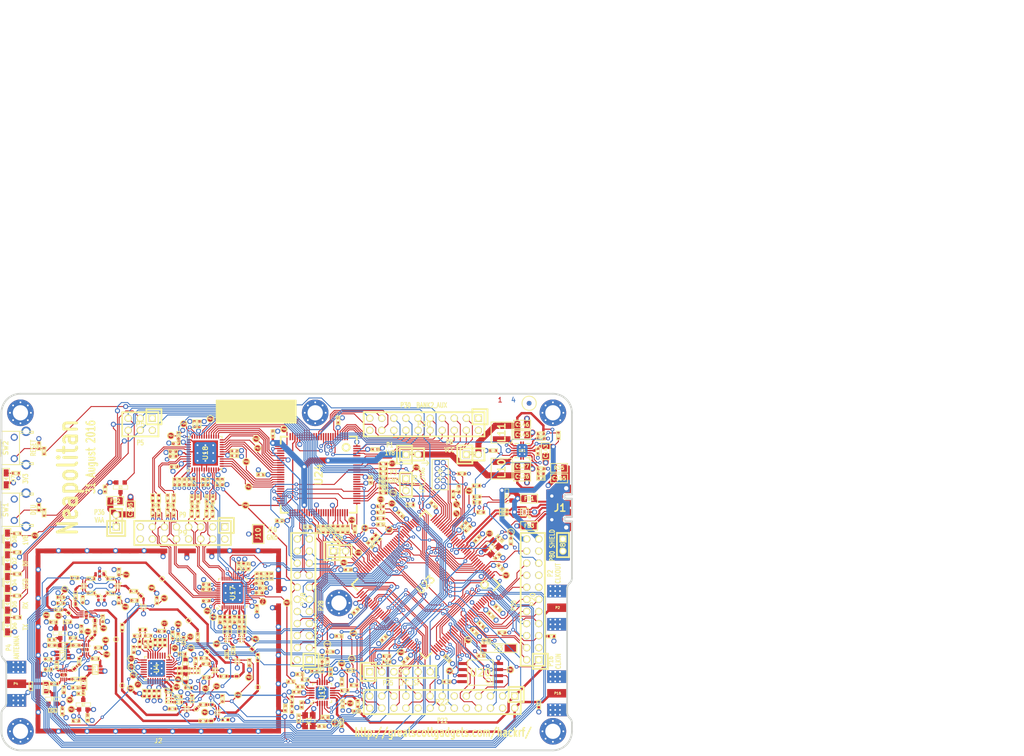
<source format=kicad_pcb>
(kicad_pcb (version 4) (host pcbnew "(2015-08-18 BZR 6102)-product")
  (title_block (date "19 may 2014"))
  (layers (0 C1F signal) (1 C2 signal) (2 C3 signal) (31 C4B signal) (34 B.Paste user) (35 F.Paste user) (36 B.SilkS user) (37 F.SilkS user) (38 B.Mask user) (39 F.Mask user) (44 Edge.Cuts user))
  (net 0 "")
  (net 1 !MIX_BYPASS)
  (net 2 !RX_AMP_PWR)
  (net 3 !TX_AMP_PWR)
  (net 4 !VAA_ENABLE)
  (net 5 +1.8V)
  (net 6 /baseband/CLK0)
  (net 7 /baseband/CLK1)
  (net 8 /baseband/CLK2)
  (net 9 /baseband/CLK3)
  (net 10 /baseband/CLK5)
  (net 11 /baseband/COM)
  (net 12 /baseband/CPOUT+)
  (net 13 /baseband/CPOUT-)
  (net 14 /baseband/IA+)
  (net 15 /baseband/IA-)
  (net 16 /baseband/ID+)
  (net 17 /baseband/ID-)
  (net 18 /baseband/INTR)
  (net 19 /baseband/OEB)
  (net 20 /baseband/QA+)
  (net 21 /baseband/QA-)
  (net 22 /baseband/QD+)
  (net 23 /baseband/QD-)
  (net 24 /baseband/REFN)
  (net 25 /baseband/REFP)
  (net 26 /baseband/RXBBI+)
  (net 27 /baseband/RXBBI-)
  (net 28 /baseband/RXBBQ+)
  (net 29 /baseband/RXBBQ-)
  (net 30 /baseband/TXBBI+)
  (net 31 /baseband/TXBBI-)
  (net 32 /baseband/TXBBQ+)
  (net 33 /baseband/TXBBQ-)
  (net 34 /baseband/XA)
  (net 35 /baseband/XB)
  (net 36 /baseband/XCVR_CLKOUT)
  (net 37 /baseband/XTAL2)
  (net 38 /frontend/!ANT_BIAS)
  (net 39 /frontend/REF_IN)
  (net 40 /frontend/RX_AMP_OUT)
  (net 41 /frontend/TX_AMP_IN)
  (net 42 /frontend/TX_AMP_OUT)
  (net 43 /mcu/usb/power/ADC0_0)
  (net 44 /mcu/usb/power/ADC0_2)
  (net 45 /mcu/usb/power/ADC0_5)
  (net 46 /mcu/usb/power/ADC0_6)
  (net 47 /mcu/usb/power/B1AUX13)
  (net 48 /mcu/usb/power/B1AUX14)
  (net 49 /mcu/usb/power/B2AUX1)
  (net 50 /mcu/usb/power/B2AUX10)
  (net 51 /mcu/usb/power/B2AUX11)
  (net 52 /mcu/usb/power/B2AUX12)
  (net 53 /mcu/usb/power/B2AUX13)
  (net 54 /mcu/usb/power/B2AUX14)
  (net 55 /mcu/usb/power/B2AUX15)
  (net 56 /mcu/usb/power/B2AUX16)
  (net 57 /mcu/usb/power/B2AUX2)
  (net 58 /mcu/usb/power/B2AUX3)
  (net 59 /mcu/usb/power/B2AUX4)
  (net 60 /mcu/usb/power/B2AUX5)
  (net 61 /mcu/usb/power/B2AUX6)
  (net 62 /mcu/usb/power/B2AUX7)
  (net 63 /mcu/usb/power/B2AUX8)
  (net 64 /mcu/usb/power/B2AUX9)
  (net 65 /mcu/usb/power/BANK2F3M1)
  (net 66 /mcu/usb/power/BANK2F3M10)
  (net 67 /mcu/usb/power/BANK2F3M11)
  (net 68 /mcu/usb/power/BANK2F3M12)
  (net 69 /mcu/usb/power/BANK2F3M14)
  (net 70 /mcu/usb/power/BANK2F3M15)
  (net 71 /mcu/usb/power/BANK2F3M16)
  (net 72 /mcu/usb/power/BANK2F3M2)
  (net 73 /mcu/usb/power/BANK2F3M3)
  (net 74 /mcu/usb/power/BANK2F3M4)
  (net 75 /mcu/usb/power/BANK2F3M5)
  (net 76 /mcu/usb/power/BANK2F3M6)
  (net 77 /mcu/usb/power/BANK2F3M7)
  (net 78 /mcu/usb/power/BANK2F3M8)
  (net 79 /mcu/usb/power/BANK2F3M9)
  (net 80 /mcu/usb/power/CPLD_TCK)
  (net 81 /mcu/usb/power/CPLD_TDI)
  (net 82 /mcu/usb/power/CPLD_TDO)
  (net 83 /mcu/usb/power/CPLD_TMS)
  (net 84 /mcu/usb/power/DBGEN)
  (net 85 /mcu/usb/power/DM)
  (net 86 /mcu/usb/power/DP)
  (net 87 /mcu/usb/power/EN1V8)
  (net 88 /mcu/usb/power/GCK0)
  (net 89 /mcu/usb/power/GPIO3_10)
  (net 90 /mcu/usb/power/GPIO3_11)
  (net 91 /mcu/usb/power/GPIO3_12)
  (net 92 /mcu/usb/power/GPIO3_13)
  (net 93 /mcu/usb/power/GPIO3_14)
  (net 94 /mcu/usb/power/GPIO3_15)
  (net 95 /mcu/usb/power/GPIO3_8)
  (net 96 /mcu/usb/power/GPIO3_9)
  (net 97 /mcu/usb/power/GP_CLKIN)
  (net 98 /mcu/usb/power/I2C1_SCL)
  (net 99 /mcu/usb/power/I2C1_SDA)
  (net 100 /mcu/usb/power/I2S0_RX_MCLK)
  (net 101 /mcu/usb/power/I2S0_RX_SCK)
  (net 102 /mcu/usb/power/I2S0_RX_SDA)
  (net 103 /mcu/usb/power/I2S0_RX_WS)
  (net 104 /mcu/usb/power/I2S0_TX_MCLK)
  (net 105 /mcu/usb/power/I2S0_TX_SCK)
  (net 106 /mcu/usb/power/ISP)
  (net 107 /mcu/usb/power/LED1)
  (net 108 /mcu/usb/power/LED2)
  (net 109 /mcu/usb/power/LED3)
  (net 110 /mcu/usb/power/P1_1)
  (net 111 /mcu/usb/power/P1_2)
  (net 112 /mcu/usb/power/P2_13)
  (net 113 /mcu/usb/power/P2_8)
  (net 114 /mcu/usb/power/P2_9)
  (net 115 /mcu/usb/power/REG_OUT1)
  (net 116 /mcu/usb/power/REG_OUT2)
  (net 117 /mcu/usb/power/RESET)
  (net 118 /mcu/usb/power/RREF)
  (net 119 /mcu/usb/power/RTCX1)
  (net 120 /mcu/usb/power/RTCX2)
  (net 121 /mcu/usb/power/RTC_ALARM)
  (net 122 /mcu/usb/power/SD_CD)
  (net 123 /mcu/usb/power/SD_CLK)
  (net 124 /mcu/usb/power/SD_CMD)
  (net 125 /mcu/usb/power/SD_DAT0)
  (net 126 /mcu/usb/power/SD_DAT1)
  (net 127 /mcu/usb/power/SD_DAT2)
  (net 128 /mcu/usb/power/SD_DAT3)
  (net 129 /mcu/usb/power/SD_POW)
  (net 130 /mcu/usb/power/SD_VOLT0)
  (net 131 /mcu/usb/power/SGPIO0)
  (net 132 /mcu/usb/power/SGPIO1)
  (net 133 /mcu/usb/power/SGPIO10)
  (net 134 /mcu/usb/power/SGPIO11)
  (net 135 /mcu/usb/power/SGPIO12)
  (net 136 /mcu/usb/power/SGPIO13)
  (net 137 /mcu/usb/power/SGPIO14)
  (net 138 /mcu/usb/power/SGPIO15)
  (net 139 /mcu/usb/power/SGPIO2)
  (net 140 /mcu/usb/power/SGPIO3)
  (net 141 /mcu/usb/power/SGPIO4)
  (net 142 /mcu/usb/power/SGPIO5)
  (net 143 /mcu/usb/power/SGPIO6)
  (net 144 /mcu/usb/power/SGPIO7)
  (net 145 /mcu/usb/power/SGPIO9)
  (net 146 /mcu/usb/power/SPIFI_CS)
  (net 147 /mcu/usb/power/SPIFI_MISO)
  (net 148 /mcu/usb/power/SPIFI_MOSI)
  (net 149 /mcu/usb/power/SPIFI_SCK)
  (net 150 /mcu/usb/power/SPIFI_SIO2)
  (net 151 /mcu/usb/power/SPIFI_SIO3)
  (net 152 /mcu/usb/power/TCK)
  (net 153 /mcu/usb/power/TDI)
  (net 154 /mcu/usb/power/TDO)
  (net 155 /mcu/usb/power/TMS)
  (net 156 /mcu/usb/power/U0_RXD)
  (net 157 /mcu/usb/power/U0_TXD)
  (net 158 /mcu/usb/power/USB_SHIELD)
  (net 159 /mcu/usb/power/VBAT)
  (net 160 /mcu/usb/power/VBUS)
  (net 161 /mcu/usb/power/VBUSCTRL)
  (net 162 /mcu/usb/power/VIN)
  (net 163 /mcu/usb/power/VREGMODE)
  (net 164 /mcu/usb/power/WAKEUP)
  (net 165 /mcu/usb/power/XTAL1)
  (net 166 /mcu/usb/power/XTAL2)
  (net 167 AMP_BYPASS)
  (net 168 CLK6)
  (net 169 CLKIN)
  (net 170 CLKOUT)
  (net 171 CS_AD)
  (net 172 CS_XCVR)
  (net 173 DA0)
  (net 174 DA1)
  (net 175 DA2)
  (net 176 DA3)
  (net 177 DA4)
  (net 178 DA5)
  (net 179 DA6)
  (net 180 DA7)
  (net 181 DD0)
  (net 182 DD1)
  (net 183 DD2)
  (net 184 DD3)
  (net 185 DD4)
  (net 186 DD5)
  (net 187 DD6)
  (net 188 DD7)
  (net 189 DD8)
  (net 190 DD9)
  (net 191 GCK1)
  (net 192 GCK2)
  (net 193 GND)
  (net 194 HP)
  (net 195 LP)
  (net 196 MCU_CLK)
  (net 197 MIXER_ENX)
  (net 198 MIXER_RESETX)
  (net 199 MIXER_SCLK)
  (net 200 MIXER_SDATA)
  (net 201 MIX_BYPASS)
  (net 202 MIX_CLK)
  (net 203 RSSI)
  (net 204 RX)
  (net 205 RXENABLE)
  (net 206 RX_AMP)
  (net 207 RX_IF)
  (net 208 RX_MIX_BP)
  (net 209 SCL)
  (net 210 SDA)
  (net 211 SGPIO_CLK)
  (net 212 SSP1_MISO)
  (net 213 SSP1_MOSI)
  (net 214 SSP1_SCK)
  (net 215 TX)
  (net 216 TXENABLE)
  (net 217 TX_AMP)
  (net 218 TX_IF)
  (net 219 TX_MIX_BP)
  (net 220 VAA)
  (net 221 VCC)
  (net 222 XCVR_EN)
  (net 223 "Net-(C8-Pad2)")
  (net 224 "Net-(C9-Pad2)")
  (net 225 "Net-(C9-Pad1)")
  (net 226 "Net-(C12-Pad1)")
  (net 227 "Net-(C13-Pad1)")
  (net 228 "Net-(C14-Pad2)")
  (net 229 "Net-(C14-Pad1)")
  (net 230 "Net-(C15-Pad2)")
  (net 231 "Net-(C17-Pad2)")
  (net 232 "Net-(C17-Pad1)")
  (net 233 "Net-(C18-Pad2)")
  (net 234 "Net-(C18-Pad1)")
  (net 235 "Net-(C20-Pad2)")
  (net 236 "Net-(C20-Pad1)")
  (net 237 "Net-(C21-Pad2)")
  (net 238 "Net-(C21-Pad1)")
  (net 239 "Net-(C23-Pad2)")
  (net 240 "Net-(C23-Pad1)")
  (net 241 "Net-(C25-Pad1)")
  (net 242 "Net-(C26-Pad2)")
  (net 243 "Net-(C26-Pad1)")
  (net 244 "Net-(C27-Pad2)")
  (net 245 "Net-(C27-Pad1)")
  (net 246 "Net-(C28-Pad2)")
  (net 247 "Net-(C28-Pad1)")
  (net 248 "Net-(C31-Pad2)")
  (net 249 "Net-(C31-Pad1)")
  (net 250 "Net-(C32-Pad2)")
  (net 251 "Net-(C32-Pad1)")
  (net 252 "Net-(C43-Pad2)")
  (net 253 "Net-(C43-Pad1)")
  (net 254 "Net-(C44-Pad2)")
  (net 255 "Net-(C44-Pad1)")
  (net 256 "Net-(C46-Pad2)")
  (net 257 "Net-(C46-Pad1)")
  (net 258 "Net-(C48-Pad1)")
  (net 259 "Net-(C49-Pad2)")
  (net 260 "Net-(C50-Pad1)")
  (net 261 "Net-(C51-Pad2)")
  (net 262 "Net-(C51-Pad1)")
  (net 263 "Net-(C163-Pad2)")
  (net 264 "Net-(C58-Pad2)")
  (net 265 "Net-(C58-Pad1)")
  (net 266 "Net-(C59-Pad2)")
  (net 267 "Net-(C61-Pad2)")
  (net 268 "Net-(C61-Pad1)")
  (net 269 "Net-(C62-Pad2)")
  (net 270 "Net-(C64-Pad2)")
  (net 271 "Net-(C64-Pad1)")
  (net 272 "Net-(C99-Pad2)")
  (net 273 "Net-(C99-Pad1)")
  (net 274 "Net-(C102-Pad2)")
  (net 275 "Net-(C102-Pad1)")
  (net 276 "Net-(C104-Pad2)")
  (net 277 "Net-(C104-Pad1)")
  (net 278 "Net-(C105-Pad1)")
  (net 279 "Net-(C106-Pad1)")
  (net 280 "Net-(C111-Pad2)")
  (net 281 "Net-(C111-Pad1)")
  (net 282 "Net-(C114-Pad2)")
  (net 283 "Net-(C114-Pad1)")
  (net 284 "Net-(C125-Pad2)")
  (net 285 "Net-(C160-Pad1)")
  (net 286 "Net-(D2-Pad2)")
  (net 287 "Net-(D4-Pad2)")
  (net 288 "Net-(D5-Pad2)")
  (net 289 "Net-(D6-Pad2)")
  (net 290 "Net-(D7-Pad2)")
  (net 291 "Net-(D8-Pad2)")
  (net 292 "Net-(FB1-Pad1)")
  (net 293 "Net-(FB2-Pad1)")
  (net 294 "Net-(FB3-Pad1)")
  (net 295 "Net-(J1-Pad4)")
  (net 296 "Net-(J1-Pad3)")
  (net 297 "Net-(J1-Pad2)")
  (net 298 "Net-(L1-Pad2)")
  (net 299 "Net-(L1-Pad1)")
  (net 300 "Net-(L2-Pad1)")
  (net 301 "Net-(L3-Pad1)")
  (net 302 "Net-(L10-Pad1)")
  (net 303 "Net-(L11-Pad2)")
  (net 304 "Net-(L13-Pad1)")
  (net 305 "Net-(P6-Pad1)")
  (net 306 "Net-(P7-Pad1)")
  (net 307 "Net-(P17-Pad1)")
  (net 308 "Net-(P19-Pad1)")
  (net 309 "Net-(P24-Pad1)")
  (net 310 "Net-(P25-Pad3)")
  (net 311 "Net-(P26-Pad7)")
  (net 312 "Net-(R4-Pad2)")
  (net 313 "Net-(R30-Pad2)")
  (net 314 "Net-(R19-Pad2)")
  (net 315 "Net-(R51-Pad1)")
  (net 316 "Net-(R52-Pad2)")
  (net 317 "Net-(R55-Pad2)")
  (net 318 "Net-(R62-Pad1)")
  (net 319 "Net-(U4-Pad1)")
  (net 320 "Net-(U4-Pad2)")
  (net 321 "Net-(U4-Pad3)")
  (net 322 "Net-(U4-Pad11)")
  (net 323 "Net-(U4-Pad13)")
  (net 324 "Net-(U4-Pad14)")
  (net 325 "Net-(U4-Pad17)")
  (net 326 "Net-(U4-Pad18)")
  (net 327 "Net-(U4-Pad20)")
  (net 328 "Net-(U4-Pad21)")
  (net 329 "Net-(U9-Pad2)")
  (net 330 "Net-(U12-Pad2)")
  (net 331 "Net-(U14-Pad2)")
  (net 332 "Net-(U15-Pad4)")
  (net 333 "Net-(U15-Pad6)")
  (net 334 "Net-(U17-Pad3)")
  (net 335 "Net-(U17-Pad6)")
  (net 336 "Net-(U17-Pad8)")
  (net 337 "Net-(U17-Pad9)")
  (net 338 "Net-(U17-Pad12)")
  (net 339 "Net-(U17-Pad14)")
  (net 340 "Net-(U17-Pad18)")
  (net 341 "Net-(U17-Pad33)")
  (net 342 "Net-(U17-Pad34)")
  (net 343 "Net-(U17-Pad40)")
  (net 344 "Net-(U18-Pad38)")
  (net 345 "Net-(U23-Pad89)")
  (net 346 "Net-(U23-Pad90)")
  (net 347 "Net-(U23-Pad136)")
  (net 348 "Net-(U23-Pad138)")
  (net 349 "Net-(U23-Pad139)")
  (net 350 "Net-(U24-Pad14)")
  (net 351 "Net-(U24-Pad15)")
  (net 352 "Net-(U24-Pad16)")
  (net 353 "Net-(U24-Pad20)")
  (net 354 "Net-(U24-Pad25)")
  (net 355 "Net-(U24-Pad44)")
  (net 356 "Net-(U24-Pad46)")
  (net 357 "Net-(U24-Pad49)")
  (net 358 "Net-(U24-Pad50)")
  (net 359 "Net-(U24-Pad52)")
  (net 360 "Net-(U24-Pad53)")
  (net 361 "Net-(U24-Pad54)")
  (net 362 "Net-(U24-Pad58)")
  (net 363 "Net-(U24-Pad59)")
  (net 364 "Net-(U24-Pad60)")
  (net 365 "Net-(U24-Pad63)")
  (net 366 "Net-(U24-Pad65)")
  (net 367 "Net-(U24-Pad66)")
  (net 368 "Net-(U24-Pad68)")
  (net 369 "Net-(U24-Pad73)")
  (net 370 "Net-(U24-Pad75)")
  (net 371 "Net-(U24-Pad80)")
  (net 372 "Net-(U24-Pad82)")
  (net 373 "Net-(U24-Pad85)")
  (net 374 "Net-(U24-Pad86)")
  (net 375 "Net-(U24-Pad87)")
  (net 376 "Net-(U24-Pad93)")
  (net 377 "Net-(U24-Pad95)")
  (net 378 "Net-(U24-Pad96)")
  (module hackrf:GSG-QFN20-4 (layer C1F) (at 127.4692 162.926 90)
    (fp_text reference U19 (at 0 0 90) (layer F.SilkS) (effects (font (size 1.00076 1.00076) (thickness 0.2032))))
    (fp_text value SI5351C hide)
    (pad 1 smd oval (at -2.2 -1 90) (size 1.2 0.32) (layers C1F F.Paste F.Mask) (net 34 /baseband/XA))
    (pad 2 smd oval (at -2.2 -0.5 90) (size 1.2 0.32) (layers C1F F.Paste F.Mask) (net 35 /baseband/XB))
    (pad 3 smd oval (at -2.2 0 90) (size 1.2 0.32) (layers C1F F.Paste F.Mask) (net 18 /baseband/INTR))
    (pad 4 smd oval (at -2.2 0.5 90) (size 1.2 0.32) (layers C1F F.Paste F.Mask) (net 209 SCL))
    (pad 5 smd oval (at -2.2 1 90) (size 1.2 0.32) (layers C1F F.Paste F.Mask) (net 210 SDA))
    (pad 6 smd oval (at -1 2.2 180) (size 1.2 0.32) (layers C1F F.Paste F.Mask) (net 169 CLKIN))
    (pad 7 smd oval (at -0.5 2.2 180) (size 1.2 0.32) (layers C1F F.Paste F.Mask) (net 19 /baseband/OEB))
    (pad 8 smd oval (at 0 2.2 180) (size 1.2 0.32) (layers C1F F.Paste F.Mask) (net 9 /baseband/CLK3))
    (pad 9 smd oval (at 0.5 2.2 180) (size 1.2 0.32) (layers C1F F.Paste F.Mask) (net 8 /baseband/CLK2))
    (pad 10 smd oval (at 1 2.2 180) (size 1.2 0.32) (layers C1F F.Paste F.Mask) (net 221 VCC))
    (pad 11 smd oval (at 2.2 1 90) (size 1.2 0.32) (layers C1F F.Paste F.Mask) (net 221 VCC))
    (pad 12 smd oval (at 2.2 0.5 90) (size 1.2 0.32) (layers C1F F.Paste F.Mask) (net 7 /baseband/CLK1))
    (pad 13 smd oval (at 2.2 0 90) (size 1.2 0.32) (layers C1F F.Paste F.Mask) (net 6 /baseband/CLK0))
    (pad 14 smd oval (at 2.2 -0.5 90) (size 1.2 0.32) (layers C1F F.Paste F.Mask) (net 221 VCC))
    (pad 15 smd oval (at 2.2 -1 90) (size 1.2 0.32) (layers C1F F.Paste F.Mask) (net 196 MCU_CLK))
    (pad 16 smd oval (at 1 -2.2 180) (size 1.2 0.32) (layers C1F F.Paste F.Mask) (net 168 CLK6))
    (pad 17 smd oval (at 0.5 -2.2 180) (size 1.2 0.32) (layers C1F F.Paste F.Mask) (net 10 /baseband/CLK5))
    (pad 18 smd oval (at 0 -2.2 180) (size 1.2 0.32) (layers C1F F.Paste F.Mask) (net 221 VCC))
    (pad 19 smd oval (at -0.5 -2.2 180) (size 1.2 0.32) (layers C1F F.Paste F.Mask) (net 202 MIX_CLK))
    (pad 20 smd oval (at -1 -2.2 180) (size 1.2 0.32) (layers C1F F.Paste F.Mask) (net 221 VCC))
    (pad 0 smd rect (at 0 0 90) (size 2.65 2.65) (layers C1F F.Mask) (net 193 GND))
    (pad 0 thru_hole circle (at 0 0 90) (size 0.6 0.6) (drill 0.35) (layers *.Cu B.Mask) (net 193 GND))
    (pad 0 thru_hole circle (at -0.66 -0.66 90) (size 0.6 0.6) (drill 0.35) (layers *.Cu B.Mask) (net 193 GND))
    (pad 0 thru_hole circle (at 0.66 -0.66 90) (size 0.6 0.6) (drill 0.35) (layers *.Cu B.Mask) (net 193 GND))
    (pad 0 thru_hole circle (at 0.66 0.66 90) (size 0.6 0.6) (drill 0.35) (layers *.Cu B.Mask) (net 193 GND))
    (pad 0 thru_hole circle (at -0.66 0.66 90) (size 0.6 0.6) (drill 0.35) (layers *.Cu B.Mask) (net 193 GND))
    (pad 0 smd rect (at -0.66 -0.66 90) (size 1.32 1.32) (layers C1F F.Paste) (net 193 GND))
    (pad 0 smd rect (at 0.66 -0.66 90) (size 1.32 1.32) (layers C1F F.Paste) (net 193 GND))
    (pad 0 smd rect (at -0.66 0.66 90) (size 1.32 1.32) (layers C1F F.Paste) (net 193 GND))
    (pad 0 smd rect (at 0.66 0.66 90) (size 1.32 1.32) (layers C1F F.Paste) (net 193 GND))
  )
  (module GSG-TESTPOINT-30MIL-MASKONLY (layer C1F) (at 89.31402 142.49908)
    (fp_text reference TESTPOINT-30MIL-MASKONLY hide)
    (fp_text value VAL** hide)
  )
  (module GSG-TESTPOINT-30MIL-MASKONLY (layer C1F) (at 84.1046 151.6574)
    (fp_text reference TESTPOINT-30MIL-MASKONLY hide)
    (fp_text value VAL** hide)
  )
  (module GSG-TESTPOINT-30MIL-MASKONLY (layer C1F) (at 75.57516 144.21358)
    (fp_text reference TESTPOINT-30MIL-MASKONLY hide)
    (fp_text value VAL** hide)
  )
  (module GSG-TESTPOINT-30MIL-MASKONLY (layer C1F) (at 74.0537 146.1516)
    (fp_text reference TESTPOINT-30MIL-MASKONLY hide)
    (fp_text value VAL** hide)
  )
  (module GSG-TESTPOINT-30MIL-MASKONLY (layer C1F) (at 93.782 138.932)
    (fp_text reference TESTPOINT-30MIL-MASKONLY hide)
    (fp_text value VAL** hide)
  )
  (module GSG-TESTPOINT-30MIL-MASKONLY (layer C1F) (at 85.4 161.3602)
    (fp_text reference TESTPOINT-30MIL-MASKONLY hide)
    (fp_text value VAL** hide)
  )
  (module GSG-TESTPOINT-30MIL-MASKONLY (layer C1F) (at 75.33894 157.8483)
    (fp_text reference TESTPOINT-30MIL-MASKONLY hide)
    (fp_text value VAL** hide)
  )
  (module GSG-TESTPOINT-30MIL-MASKONLY (layer C1F) (at 79.0321 151.36114)
    (fp_text reference TESTPOINT-30MIL-MASKONLY hide)
    (fp_text value VAL** hide)
  )
  (module GSG-TESTPOINT-30MIL-MASKONLY (layer C1F) (at 113.919 161.74974)
    (fp_text reference TESTPOINT-30MIL-MASKONLY hide)
    (fp_text value VAL** hide)
  )
  (module GSG-TESTPOINT-30MIL-MASKONLY (layer C1F) (at 104.11206 168.79824)
    (fp_text reference TESTPOINT-30MIL-MASKONLY hide)
    (fp_text value VAL** hide)
  )
  (module GSG-TESTPOINT-30MIL-MASKONLY (layer C1F) (at 104.25176 165.37432)
    (fp_text reference TESTPOINT-30MIL-MASKONLY hide)
    (fp_text value VAL** hide)
  )
  (module GSG-TESTPOINT-30MIL-MASKONLY (layer C1F) (at 101.0158 166.26332)
    (fp_text reference TESTPOINT-30MIL-MASKONLY hide)
    (fp_text value VAL** hide)
  )
  (module GSG-TESTPOINT-30MIL-MASKONLY (layer C1F) (at 79.6671 147.71116)
    (fp_text reference TESTPOINT-30MIL-MASKONLY hide)
    (fp_text value VAL** hide)
  )
  (module GSG-TESTPOINT-30MIL-MASKONLY (layer C1F) (at 109.47654 159.42564)
    (fp_text reference TESTPOINT-30MIL-MASKONLY hide)
    (fp_text value VAL** hide)
  )
  (module GSG-TESTPOINT-30MIL-MASKONLY (layer C1F) (at 99.36226 147.6883)
    (fp_text reference TESTPOINT-30MIL-MASKONLY hide)
    (fp_text value VAL** hide)
  )
  (module GSG-TESTPOINT-30MIL-MASKONLY (layer C1F) (at 103.23068 154.2796)
    (fp_text reference TESTPOINT-30MIL-MASKONLY hide)
    (fp_text value VAL** hide)
  )
  (module GSG-TESTPOINT-30MIL-MASKONLY (layer C1F) (at 112.71504 153.71064)
    (fp_text reference TESTPOINT-30MIL-MASKONLY hide)
    (fp_text value VAL** hide)
  )
  (module GSG-MARK1MM (layer C1F) (at 171 102)
    (fp_text reference MARK1MM hide)
    (fp_text value VAL** hide)
    (pad "" smd circle (at 0 0) (size 1 1) (layers *.Cu *.Mask))
  )
  (module gsg-modules:LTST-S220 (layer C1F) (at 61 117.9 270)
    (fp_text reference D7 (at 0 -1.5 270) (layer F.SilkS) (effects (font (size 0.762 0.762) (thickness 0.1905))))
    (fp_text value VCCLED hide)
    (pad 1 smd rect (at 1.25 0 270) (size 1.5 1) (layers C1F F.Paste F.Mask) (net 193 GND) (clearance 0.1778))
    (pad 2 smd rect (at -1.25 0 270) (size 1.5 1) (layers C1F F.Paste F.Mask) (net 290 "Net-(D7-Pad2)") (clearance 0.1778))
  )
  (module gsg-modules:LTST-S220 (layer C1F) (at 61.27 130.55 270)
    (fp_text reference D8 (at 0 -1.5 270) (layer F.SilkS) (effects (font (size 0.762 0.762) (thickness 0.1905))))
    (fp_text value 1V8LED hide)
    (pad 1 smd rect (at 1.25 0 270) (size 1.5 1) (layers C1F F.Paste F.Mask) (net 193 GND) (clearance 0.1778))
    (pad 2 smd rect (at -1.25 0 270) (size 1.5 1) (layers C1F F.Paste F.Mask) (net 291 "Net-(D8-Pad2)") (clearance 0.1778))
  )
  (module gsg-modules:LTST-S220 (layer C1F) (at 61.27 135.122 270)
    (fp_text reference D2 (at 0 -1.5 270) (layer F.SilkS) (effects (font (size 0.762 0.762) (thickness 0.1905))))
    (fp_text value VAALED hide)
    (pad 1 smd rect (at 1.25 0 270) (size 1.5 1) (layers C1F F.Paste F.Mask) (net 193 GND) (clearance 0.1778))
    (pad 2 smd rect (at -1.25 0 270) (size 1.5 1) (layers C1F F.Paste F.Mask) (net 286 "Net-(D2-Pad2)") (clearance 0.1778))
  )
  (module gsg-modules:LTST-S220 (layer C1F) (at 61.27 139.694 270)
    (fp_text reference D4 (at 0 -1.5 270) (layer F.SilkS) (effects (font (size 0.762 0.762) (thickness 0.1905))))
    (fp_text value USBLED hide)
    (pad 1 smd rect (at 1.25 0 270) (size 1.5 1) (layers C1F F.Paste F.Mask) (net 193 GND) (clearance 0.1778))
    (pad 2 smd rect (at -1.25 0 270) (size 1.5 1) (layers C1F F.Paste F.Mask) (net 287 "Net-(D4-Pad2)") (clearance 0.1778))
  )
  (module gsg-modules:LTST-S220 (layer C1F) (at 61.27 144.266 270)
    (fp_text reference D5 (at 0 -1.5 270) (layer F.SilkS) (effects (font (size 0.762 0.762) (thickness 0.1905))))
    (fp_text value RXLED hide)
    (pad 1 smd rect (at 1.25 0 270) (size 1.5 1) (layers C1F F.Paste F.Mask) (net 193 GND) (clearance 0.1778))
    (pad 2 smd rect (at -1.25 0 270) (size 1.5 1) (layers C1F F.Paste F.Mask) (net 288 "Net-(D5-Pad2)") (clearance 0.1778))
  )
  (module gsg-modules:LTST-S220 (layer C1F) (at 61.27 148.838 270)
    (fp_text reference D6 (at 0 -1.5 270) (layer F.SilkS) (effects (font (size 0.762 0.762) (thickness 0.1905))))
    (fp_text value TXLED hide)
    (pad 1 smd rect (at 1.25 0 270) (size 1.5 1) (layers C1F F.Paste F.Mask) (net 193 GND) (clearance 0.1778))
    (pad 2 smd rect (at -1.25 0 270) (size 1.5 1) (layers C1F F.Paste F.Mask) (net 289 "Net-(D6-Pad2)") (clearance 0.1778))
  )
  (module hackrf:GSG-0402 (layer C1F) (at 91.0964 163.0468 270)
    (fp_text reference C1 (at 0 0.0508 270) (layer F.SilkS) (effects (font (size 0.4064 0.4064) (thickness 0.1016))))
    (fp_text value 33pF hide)
    (pad 2 smd rect (at 0.5334 0 270) (size 0.508 0.5588) (layers C1F F.Paste F.Mask) (net 193 GND))
    (pad 1 smd rect (at -0.5334 0 270) (size 0.508 0.5588) (layers C1F F.Paste F.Mask) (net 221 VCC))
  )
  (module hackrf:GSG-0402 (layer C1F) (at 90.0804 163.0468 270)
    (fp_text reference C2 (at 0 0.0508 270) (layer F.SilkS) (effects (font (size 0.4064 0.4064) (thickness 0.1016))))
    (fp_text value 10nF hide)
    (pad 2 smd rect (at 0.5334 0 270) (size 0.508 0.5588) (layers C1F F.Paste F.Mask) (net 193 GND))
    (pad 1 smd rect (at -0.5334 0 270) (size 0.508 0.5588) (layers C1F F.Paste F.Mask) (net 221 VCC))
  )
  (module hackrf:GSG-0402 (layer C1F) (at 93.1284 163.0468 270)
    (fp_text reference C3 (at 0 0.0508 270) (layer F.SilkS) (effects (font (size 0.4064 0.4064) (thickness 0.1016))))
    (fp_text value 33pF hide)
    (pad 2 smd rect (at 0.5334 0 270) (size 0.508 0.5588) (layers C1F F.Paste F.Mask) (net 193 GND))
    (pad 1 smd rect (at -0.5334 0 270) (size 0.508 0.5588) (layers C1F F.Paste F.Mask) (net 220 VAA))
  )
  (module hackrf:GSG-0402 (layer C1F) (at 92.1124 163.0468 270)
    (fp_text reference C4 (at 0 0.0508 270) (layer F.SilkS) (effects (font (size 0.4064 0.4064) (thickness 0.1016))))
    (fp_text value 10nF hide)
    (pad 2 smd rect (at 0.5334 0 270) (size 0.508 0.5588) (layers C1F F.Paste F.Mask) (net 193 GND))
    (pad 1 smd rect (at -0.5334 0 270) (size 0.508 0.5588) (layers C1F F.Paste F.Mask) (net 220 VAA))
  )
  (module hackrf:GSG-0402 (layer C1F) (at 92.341 152.328 90)
    (fp_text reference C5 (at 0 0.0508 90) (layer F.SilkS) (effects (font (size 0.4064 0.4064) (thickness 0.1016))))
    (fp_text value 33pF hide)
    (pad 2 smd rect (at 0.5334 0 90) (size 0.508 0.5588) (layers C1F F.Paste F.Mask) (net 193 GND))
    (pad 1 smd rect (at -0.5334 0 90) (size 0.508 0.5588) (layers C1F F.Paste F.Mask) (net 220 VAA))
  )
  (module hackrf:GSG-0402 (layer C1F) (at 93.357 152.328 90)
    (fp_text reference C6 (at 0 0.0508 90) (layer F.SilkS) (effects (font (size 0.4064 0.4064) (thickness 0.1016))))
    (fp_text value 10nF hide)
    (pad 2 smd rect (at 0.5334 0 90) (size 0.508 0.5588) (layers C1F F.Paste F.Mask) (net 193 GND))
    (pad 1 smd rect (at -0.5334 0 90) (size 0.508 0.5588) (layers C1F F.Paste F.Mask) (net 220 VAA))
  )
  (module hackrf:GSG-0402 (layer C1F) (at 107.084 168.5762 180)
    (fp_text reference C7 (at 0 0.0508 180) (layer F.SilkS) (effects (font (size 0.4064 0.4064) (thickness 0.1016))))
    (fp_text value 33pF hide)
    (pad 2 smd rect (at 0.5334 0 180) (size 0.508 0.5588) (layers C1F F.Paste F.Mask) (net 201 MIX_BYPASS))
    (pad 1 smd rect (at -0.5334 0 180) (size 0.508 0.5588) (layers C1F F.Paste F.Mask) (net 193 GND))
  )
  (module hackrf:GSG-0402 (layer C1F) (at 113.919 155.448 270)
    (fp_text reference C8 (at 0 0.0508 270) (layer F.SilkS) (effects (font (size 0.4064 0.4064) (thickness 0.1016))))
    (fp_text value 22pF hide)
    (pad 2 smd rect (at 0.5334 0 270) (size 0.508 0.5588) (layers C1F F.Paste F.Mask) (net 223 "Net-(C8-Pad2)"))
    (pad 1 smd rect (at -0.5334 0 270) (size 0.508 0.5588) (layers C1F F.Paste F.Mask) (net 218 TX_IF))
  )
  (module hackrf:GSG-0402 (layer C1F) (at 85.4 149.1682 90)
    (fp_text reference C9 (at 0 0.0508 90) (layer F.SilkS) (effects (font (size 0.4064 0.4064) (thickness 0.1016))))
    (fp_text value 100nF hide)
    (pad 2 smd rect (at 0.5334 0 90) (size 0.508 0.5588) (layers C1F F.Paste F.Mask) (net 224 "Net-(C9-Pad2)"))
    (pad 1 smd rect (at -0.5334 0 90) (size 0.508 0.5588) (layers C1F F.Paste F.Mask) (net 225 "Net-(C9-Pad1)"))
  )
  (module hackrf:GSG-0402 (layer C1F) (at 87.9808 143.4816)
    (fp_text reference C10 (at 0 0.0508) (layer F.SilkS) (effects (font (size 0.4064 0.4064) (thickness 0.1016))))
    (fp_text value 33pF hide)
    (pad 2 smd rect (at 0.5334 0) (size 0.508 0.5588) (layers C1F F.Paste F.Mask) (net 204 RX))
    (pad 1 smd rect (at -0.5334 0) (size 0.508 0.5588) (layers C1F F.Paste F.Mask) (net 193 GND))
  )
  (module hackrf:GSG-0402 (layer C1F) (at 84.7138 143.4622 90)
    (fp_text reference C11 (at 0 0.0508 90) (layer F.SilkS) (effects (font (size 0.4064 0.4064) (thickness 0.1016))))
    (fp_text value 33pF hide)
    (pad 2 smd rect (at 0.5334 0 90) (size 0.508 0.5588) (layers C1F F.Paste F.Mask) (net 195 LP))
    (pad 1 smd rect (at -0.5334 0 90) (size 0.508 0.5588) (layers C1F F.Paste F.Mask) (net 193 GND))
  )
  (module hackrf:GSG-0402 (layer C1F) (at 87.7944 153.8266 270)
    (fp_text reference C12 (at 0 0.0508 270) (layer F.SilkS) (effects (font (size 0.4064 0.4064) (thickness 0.1016))))
    (fp_text value 330pF hide)
    (pad 2 smd rect (at 0.5334 0 270) (size 0.508 0.5588) (layers C1F F.Paste F.Mask) (net 193 GND))
    (pad 1 smd rect (at -0.5334 0 270) (size 0.508 0.5588) (layers C1F F.Paste F.Mask) (net 226 "Net-(C12-Pad1)"))
  )
  (module hackrf:GSG-0402 (layer C1F) (at 88.5564 150.9056 180)
    (fp_text reference C13 (at 0 0.0508 180) (layer F.SilkS) (effects (font (size 0.4064 0.4064) (thickness 0.1016))))
    (fp_text value 330pF hide)
    (pad 2 smd rect (at 0.5334 0 180) (size 0.508 0.5588) (layers C1F F.Paste F.Mask) (net 193 GND))
    (pad 1 smd rect (at -0.5334 0 180) (size 0.508 0.5588) (layers C1F F.Paste F.Mask) (net 227 "Net-(C13-Pad1)"))
  )
  (module hackrf:GSG-0402 (layer C1F) (at 90.3344 152.6836 90)
    (fp_text reference C14 (at 0 0.0508 90) (layer F.SilkS) (effects (font (size 0.4064 0.4064) (thickness 0.1016))))
    (fp_text value 8p2 hide)
    (pad 2 smd rect (at 0.5334 0 90) (size 0.508 0.5588) (layers C1F F.Paste F.Mask) (net 228 "Net-(C14-Pad2)"))
    (pad 1 smd rect (at -0.5334 0 90) (size 0.508 0.5588) (layers C1F F.Paste F.Mask) (net 229 "Net-(C14-Pad1)"))
  )
  (module hackrf:GSG-0402 (layer C1F) (at 90.8424 150.9056)
    (fp_text reference C15 (at 0 0.0508) (layer F.SilkS) (effects (font (size 0.4064 0.4064) (thickness 0.1016))))
    (fp_text value 180pF hide)
    (pad 2 smd rect (at 0.5334 0) (size 0.508 0.5588) (layers C1F F.Paste F.Mask) (net 230 "Net-(C15-Pad2)"))
    (pad 1 smd rect (at -0.5334 0) (size 0.508 0.5588) (layers C1F F.Paste F.Mask) (net 229 "Net-(C14-Pad1)"))
  )
  (module hackrf:GSG-0402 (layer C1F) (at 106.4998 164.1566 90)
    (fp_text reference C16 (at 0 0.0508 90) (layer F.SilkS) (effects (font (size 0.4064 0.4064) (thickness 0.1016))))
    (fp_text value 33pF hide)
    (pad 2 smd rect (at 0.5334 0 90) (size 0.508 0.5588) (layers C1F F.Paste F.Mask) (net 193 GND))
    (pad 1 smd rect (at -0.5334 0 90) (size 0.508 0.5588) (layers C1F F.Paste F.Mask) (net 1 !MIX_BYPASS))
  )
  (module hackrf:GSG-0402 (layer C1F) (at 82.9358 141.9382)
    (fp_text reference C17 (at 0 0.0508) (layer F.SilkS) (effects (font (size 0.4064 0.4064) (thickness 0.1016))))
    (fp_text value 100nF hide)
    (pad 2 smd rect (at 0.5334 0) (size 0.508 0.5588) (layers C1F F.Paste F.Mask) (net 231 "Net-(C17-Pad2)"))
    (pad 1 smd rect (at -0.5334 0) (size 0.508 0.5588) (layers C1F F.Paste F.Mask) (net 232 "Net-(C17-Pad1)"))
  )
  (module hackrf:GSG-0402 (layer C1F) (at 78.8718 141.9382)
    (fp_text reference C18 (at 0 0.0508) (layer F.SilkS) (effects (font (size 0.4064 0.4064) (thickness 0.1016))))
    (fp_text value 100nF hide)
    (pad 2 smd rect (at 0.5334 0) (size 0.508 0.5588) (layers C1F F.Paste F.Mask) (net 233 "Net-(C18-Pad2)"))
    (pad 1 smd rect (at -0.5334 0) (size 0.508 0.5588) (layers C1F F.Paste F.Mask) (net 234 "Net-(C18-Pad1)"))
  )
  (module hackrf:GSG-0402 (layer C1F) (at 77.0938 143.3352 90)
    (fp_text reference C19 (at 0 0.0508 90) (layer F.SilkS) (effects (font (size 0.4064 0.4064) (thickness 0.1016))))
    (fp_text value 33pF hide)
    (pad 2 smd rect (at 0.5334 0 90) (size 0.508 0.5588) (layers C1F F.Paste F.Mask) (net 195 LP))
    (pad 1 smd rect (at -0.5334 0 90) (size 0.508 0.5588) (layers C1F F.Paste F.Mask) (net 193 GND))
  )
  (module hackrf:GSG-0402 (layer C1F) (at 87.8078 141.5288)
    (fp_text reference C20 (at 0 0.0508) (layer F.SilkS) (effects (font (size 0.4064 0.4064) (thickness 0.1016))))
    (fp_text value 100nF hide)
    (pad 2 smd rect (at 0.5334 0) (size 0.508 0.5588) (layers C1F F.Paste F.Mask) (net 235 "Net-(C20-Pad2)"))
    (pad 1 smd rect (at -0.5334 0) (size 0.508 0.5588) (layers C1F F.Paste F.Mask) (net 236 "Net-(C20-Pad1)"))
  )
  (module hackrf:GSG-0402 (layer C1F) (at 102.4382 165.3794 180)
    (fp_text reference C21 (at 0 0.0508 180) (layer F.SilkS) (effects (font (size 0.4064 0.4064) (thickness 0.1016))))
    (fp_text value 22pF hide)
    (pad 2 smd rect (at 0.5334 0 180) (size 0.508 0.5588) (layers C1F F.Paste F.Mask) (net 237 "Net-(C21-Pad2)"))
    (pad 1 smd rect (at -0.5334 0 180) (size 0.508 0.5588) (layers C1F F.Paste F.Mask) (net 238 "Net-(C21-Pad1)"))
  )
  (module hackrf:GSG-0402 (layer C1F) (at 95.9732 166.2726)
    (fp_text reference C22 (at 0 0.0508) (layer F.SilkS) (effects (font (size 0.4064 0.4064) (thickness 0.1016))))
    (fp_text value 33pF hide)
    (pad 2 smd rect (at 0.5334 0) (size 0.508 0.5588) (layers C1F F.Paste F.Mask) (net 204 RX))
    (pad 1 smd rect (at -0.5334 0) (size 0.508 0.5588) (layers C1F F.Paste F.Mask) (net 193 GND))
  )
  (module hackrf:GSG-0402 (layer C1F) (at 101.2698 151.1808 90)
    (fp_text reference C23 (at 0 0.0508 90) (layer F.SilkS) (effects (font (size 0.4064 0.4064) (thickness 0.1016))))
    (fp_text value 100nF hide)
    (pad 2 smd rect (at 0.5334 0 90) (size 0.508 0.5588) (layers C1F F.Paste F.Mask) (net 239 "Net-(C23-Pad2)"))
    (pad 1 smd rect (at -0.5334 0 90) (size 0.508 0.5588) (layers C1F F.Paste F.Mask) (net 240 "Net-(C23-Pad1)"))
  )
  (module hackrf:GSG-0402 (layer C1F) (at 92.6798 143.4816 270)
    (fp_text reference C24 (at 0 0.0508 270) (layer F.SilkS) (effects (font (size 0.4064 0.4064) (thickness 0.1016))))
    (fp_text value 33pF hide)
    (pad 2 smd rect (at 0.5334 0 270) (size 0.508 0.5588) (layers C1F F.Paste F.Mask) (net 215 TX))
    (pad 1 smd rect (at -0.5334 0 270) (size 0.508 0.5588) (layers C1F F.Paste F.Mask) (net 193 GND))
  )
  (module hackrf:GSG-0402 (layer C1F) (at 97.1924 163.7326)
    (fp_text reference C25 (at 0 0.0508) (layer F.SilkS) (effects (font (size 0.4064 0.4064) (thickness 0.1016))))
    (fp_text value 100nF hide)
    (pad 2 smd rect (at 0.5334 0) (size 0.508 0.5588) (layers C1F F.Paste F.Mask) (net 193 GND))
    (pad 1 smd rect (at -0.5334 0) (size 0.508 0.5588) (layers C1F F.Paste F.Mask) (net 241 "Net-(C25-Pad1)"))
  )
  (module hackrf:GSG-0402 (layer C1F) (at 78.8718 138.8902 180)
    (fp_text reference C26 (at 0 0.0508 180) (layer F.SilkS) (effects (font (size 0.4064 0.4064) (thickness 0.1016))))
    (fp_text value 47pF hide)
    (pad 2 smd rect (at 0.5334 0 180) (size 0.508 0.5588) (layers C1F F.Paste F.Mask) (net 242 "Net-(C26-Pad2)"))
    (pad 1 smd rect (at -0.5334 0 180) (size 0.508 0.5588) (layers C1F F.Paste F.Mask) (net 243 "Net-(C26-Pad1)"))
  )
  (module hackrf:GSG-0402 (layer C1F) (at 82.9358 138.8902)
    (fp_text reference C27 (at 0 0.0508) (layer F.SilkS) (effects (font (size 0.4064 0.4064) (thickness 0.1016))))
    (fp_text value 47pF hide)
    (pad 2 smd rect (at 0.5334 0) (size 0.508 0.5588) (layers C1F F.Paste F.Mask) (net 244 "Net-(C27-Pad2)"))
    (pad 1 smd rect (at -0.5334 0) (size 0.508 0.5588) (layers C1F F.Paste F.Mask) (net 245 "Net-(C27-Pad1)"))
  )
  (module hackrf:GSG-0402 (layer C1F) (at 97.1924 164.8756)
    (fp_text reference C28 (at 0 0.0508) (layer F.SilkS) (effects (font (size 0.4064 0.4064) (thickness 0.1016))))
    (fp_text value 100nF hide)
    (pad 2 smd rect (at 0.5334 0) (size 0.508 0.5588) (layers C1F F.Paste F.Mask) (net 246 "Net-(C28-Pad2)"))
    (pad 1 smd rect (at -0.5334 0) (size 0.508 0.5588) (layers C1F F.Paste F.Mask) (net 247 "Net-(C28-Pad1)"))
  )
  (module hackrf:GSG-0402 (layer C1F) (at 75.4174 138.7124 180)
    (fp_text reference C29 (at 0 0.0508 180) (layer F.SilkS) (effects (font (size 0.4064 0.4064) (thickness 0.1016))))
    (fp_text value 33pF hide)
    (pad 2 smd rect (at 0.5334 0 180) (size 0.508 0.5588) (layers C1F F.Paste F.Mask) (net 193 GND))
    (pad 1 smd rect (at -0.5334 0 180) (size 0.508 0.5588) (layers C1F F.Paste F.Mask) (net 194 HP))
  )
  (module hackrf:GSG-0402 (layer C1F) (at 84.7138 137.4932 90)
    (fp_text reference C30 (at 0 0.0508 90) (layer F.SilkS) (effects (font (size 0.4064 0.4064) (thickness 0.1016))))
    (fp_text value 33pF hide)
    (pad 2 smd rect (at 0.5334 0 90) (size 0.508 0.5588) (layers C1F F.Paste F.Mask) (net 193 GND))
    (pad 1 smd rect (at -0.5334 0 90) (size 0.508 0.5588) (layers C1F F.Paste F.Mask) (net 194 HP))
  )
  (module hackrf:GSG-0402 (layer C1F) (at 75.5952 142.4462 90)
    (fp_text reference C31 (at 0 0.0508 90) (layer F.SilkS) (effects (font (size 0.4064 0.4064) (thickness 0.1016))))
    (fp_text value 100nF hide)
    (pad 2 smd rect (at 0.5334 0 90) (size 0.508 0.5588) (layers C1F F.Paste F.Mask) (net 248 "Net-(C31-Pad2)"))
    (pad 1 smd rect (at -0.5334 0 90) (size 0.508 0.5588) (layers C1F F.Paste F.Mask) (net 249 "Net-(C31-Pad1)"))
  )
  (module hackrf:GSG-0402 (layer C1F) (at 102.4382 168.8084 180)
    (fp_text reference C32 (at 0 0.0508 180) (layer F.SilkS) (effects (font (size 0.4064 0.4064) (thickness 0.1016))))
    (fp_text value 22pF hide)
    (pad 2 smd rect (at 0.5334 0 180) (size 0.508 0.5588) (layers C1F F.Paste F.Mask) (net 250 "Net-(C32-Pad2)"))
    (pad 1 smd rect (at -0.5334 0 180) (size 0.508 0.5588) (layers C1F F.Paste F.Mask) (net 251 "Net-(C32-Pad1)"))
  )
  (module hackrf:GSG-0402 (layer C1F) (at 100.1134 164.139 90)
    (fp_text reference C33 (at 0 0.0508 90) (layer F.SilkS) (effects (font (size 0.4064 0.4064) (thickness 0.1016))))
    (fp_text value 33pF hide)
    (pad 2 smd rect (at 0.5334 0 90) (size 0.508 0.5588) (layers C1F F.Paste F.Mask) (net 193 GND))
    (pad 1 smd rect (at -0.5334 0 90) (size 0.508 0.5588) (layers C1F F.Paste F.Mask) (net 215 TX))
  )
  (module hackrf:GSG-0402 (layer C1F) (at 98.31 151.9216 90)
    (fp_text reference C34 (at 0 0.0508 90) (layer F.SilkS) (effects (font (size 0.4064 0.4064) (thickness 0.1016))))
    (fp_text value 33pF hide)
    (pad 2 smd rect (at 0.5334 0 90) (size 0.508 0.5588) (layers C1F F.Paste F.Mask) (net 193 GND))
    (pad 1 smd rect (at -0.5334 0 90) (size 0.508 0.5588) (layers C1F F.Paste F.Mask) (net 198 MIXER_RESETX))
  )
  (module hackrf:GSG-0402 (layer C1F) (at 97.167 151.1596 90)
    (fp_text reference C35 (at 0 0.0508 90) (layer F.SilkS) (effects (font (size 0.4064 0.4064) (thickness 0.1016))))
    (fp_text value 33pF hide)
    (pad 2 smd rect (at 0.5334 0 90) (size 0.508 0.5588) (layers C1F F.Paste F.Mask) (net 193 GND))
    (pad 1 smd rect (at -0.5334 0 90) (size 0.508 0.5588) (layers C1F F.Paste F.Mask) (net 197 MIXER_ENX))
  )
  (module hackrf:GSG-0402 (layer C1F) (at 96.024 150.7786 90)
    (fp_text reference C36 (at 0 0.0508 90) (layer F.SilkS) (effects (font (size 0.4064 0.4064) (thickness 0.1016))))
    (fp_text value 33pF hide)
    (pad 2 smd rect (at 0.5334 0 90) (size 0.508 0.5588) (layers C1F F.Paste F.Mask) (net 193 GND))
    (pad 1 smd rect (at -0.5334 0 90) (size 0.508 0.5588) (layers C1F F.Paste F.Mask) (net 199 MIXER_SCLK))
  )
  (module hackrf:GSG-0402 (layer C1F) (at 93.738 149.915 180)
    (fp_text reference C37 (at 0 0.0508 180) (layer F.SilkS) (effects (font (size 0.4064 0.4064) (thickness 0.1016))))
    (fp_text value 33pF hide)
    (pad 2 smd rect (at 0.5334 0 180) (size 0.508 0.5588) (layers C1F F.Paste F.Mask) (net 193 GND))
    (pad 1 smd rect (at -0.5334 0 180) (size 0.508 0.5588) (layers C1F F.Paste F.Mask) (net 200 MIXER_SDATA))
  )
  (module hackrf:GSG-0402 (layer C1F) (at 72.4456 142.8272)
    (fp_text reference C38 (at 0 0.0508) (layer F.SilkS) (effects (font (size 0.4064 0.4064) (thickness 0.1016))))
    (fp_text value 33pF hide)
    (pad 2 smd rect (at 0.5334 0) (size 0.508 0.5588) (layers C1F F.Paste F.Mask) (net 1 !MIX_BYPASS))
    (pad 1 smd rect (at -0.5334 0) (size 0.508 0.5588) (layers C1F F.Paste F.Mask) (net 193 GND))
  )
  (module hackrf:GSG-0402 (layer C1F) (at 81.3054 147.3454 90)
    (fp_text reference C39 (at 0 0.0508 90) (layer F.SilkS) (effects (font (size 0.4064 0.4064) (thickness 0.1016))))
    (fp_text value 33pF hide)
    (pad 2 smd rect (at 0.5334 0 90) (size 0.508 0.5588) (layers C1F F.Paste F.Mask) (net 219 TX_MIX_BP))
    (pad 1 smd rect (at -0.5334 0 90) (size 0.508 0.5588) (layers C1F F.Paste F.Mask) (net 193 GND))
  )
  (module hackrf:GSG-0402 (layer C1F) (at 72.4456 144.0718)
    (fp_text reference C40 (at 0 0.0508) (layer F.SilkS) (effects (font (size 0.4064 0.4064) (thickness 0.1016))))
    (fp_text value 33pF hide)
    (pad 2 smd rect (at 0.5334 0) (size 0.508 0.5588) (layers C1F F.Paste F.Mask) (net 208 RX_MIX_BP))
    (pad 1 smd rect (at -0.5334 0) (size 0.508 0.5588) (layers C1F F.Paste F.Mask) (net 193 GND))
  )
  (module hackrf:GSG-0402 (layer C1F) (at 99.326 161.8276)
    (fp_text reference C41 (at 0 0.0508) (layer F.SilkS) (effects (font (size 0.4064 0.4064) (thickness 0.1016))))
    (fp_text value 100pF hide)
    (pad 2 smd rect (at 0.5334 0) (size 0.508 0.5588) (layers C1F F.Paste F.Mask) (net 193 GND))
    (pad 1 smd rect (at -0.5334 0) (size 0.508 0.5588) (layers C1F F.Paste F.Mask) (net 220 VAA))
  )
  (module hackrf:GSG-0402 (layer C1F) (at 98.056 154.7156 180)
    (fp_text reference C42 (at 0 0.0508 180) (layer F.SilkS) (effects (font (size 0.4064 0.4064) (thickness 0.1016))))
    (fp_text value 100pF hide)
    (pad 2 smd rect (at 0.5334 0 180) (size 0.508 0.5588) (layers C1F F.Paste F.Mask) (net 193 GND))
    (pad 1 smd rect (at -0.5334 0 180) (size 0.508 0.5588) (layers C1F F.Paste F.Mask) (net 220 VAA))
  )
  (module hackrf:GSG-0402 (layer C1F) (at 72.009 145.415 180)
    (fp_text reference C43 (at 0 0.0508 180) (layer F.SilkS) (effects (font (size 0.4064 0.4064) (thickness 0.1016))))
    (fp_text value 22pF hide)
    (pad 2 smd rect (at 0.5334 0 180) (size 0.508 0.5588) (layers C1F F.Paste F.Mask) (net 252 "Net-(C43-Pad2)"))
    (pad 1 smd rect (at -0.5334 0 180) (size 0.508 0.5588) (layers C1F F.Paste F.Mask) (net 253 "Net-(C43-Pad1)"))
  )
  (module hackrf:GSG-0402 (layer C1F) (at 79.6798 149.4282 90)
    (fp_text reference C44 (at 0 0.0508 90) (layer F.SilkS) (effects (font (size 0.4064 0.4064) (thickness 0.1016))))
    (fp_text value 100nF hide)
    (pad 2 smd rect (at 0.5334 0 90) (size 0.508 0.5588) (layers C1F F.Paste F.Mask) (net 254 "Net-(C44-Pad2)"))
    (pad 1 smd rect (at -0.5334 0 90) (size 0.508 0.5588) (layers C1F F.Paste F.Mask) (net 255 "Net-(C44-Pad1)"))
  )
  (module hackrf:GSG-0402 (layer C1F) (at 102.5906 155.6512)
    (fp_text reference C45 (at 0 0.0508) (layer F.SilkS) (effects (font (size 0.4064 0.4064) (thickness 0.1016))))
    (fp_text value 33pF hide)
    (pad 2 smd rect (at 0.5334 0) (size 0.508 0.5588) (layers C1F F.Paste F.Mask) (net 215 TX))
    (pad 1 smd rect (at -0.5334 0) (size 0.508 0.5588) (layers C1F F.Paste F.Mask) (net 193 GND))
  )
  (module hackrf:GSG-0402 (layer C1F) (at 103.0478 156.7942 180)
    (fp_text reference C46 (at 0 0.0508 180) (layer F.SilkS) (effects (font (size 0.4064 0.4064) (thickness 0.1016))))
    (fp_text value 100nF hide)
    (pad 2 smd rect (at 0.5334 0 180) (size 0.508 0.5588) (layers C1F F.Paste F.Mask) (net 256 "Net-(C46-Pad2)"))
    (pad 1 smd rect (at -0.5334 0 180) (size 0.508 0.5588) (layers C1F F.Paste F.Mask) (net 257 "Net-(C46-Pad1)"))
  )
  (module hackrf:GSG-0402 (layer C1F) (at 112.1664 156.5656 90)
    (fp_text reference C47 (at 0 0.0508 90) (layer F.SilkS) (effects (font (size 0.4064 0.4064) (thickness 0.1016))))
    (fp_text value 33pF hide)
    (pad 2 smd rect (at 0.5334 0 90) (size 0.508 0.5588) (layers C1F F.Paste F.Mask) (net 1 !MIX_BYPASS))
    (pad 1 smd rect (at -0.5334 0 90) (size 0.508 0.5588) (layers C1F F.Paste F.Mask) (net 193 GND))
  )
  (module hackrf:GSG-0402 (layer C1F) (at 108.7374 154.0002 90)
    (fp_text reference C48 (at 0 0.0508 90) (layer F.SilkS) (effects (font (size 0.4064 0.4064) (thickness 0.1016))))
    (fp_text value 22pF hide)
    (pad 2 smd rect (at 0.5334 0 90) (size 0.508 0.5588) (layers C1F F.Paste F.Mask) (net 207 RX_IF))
    (pad 1 smd rect (at -0.5334 0 90) (size 0.508 0.5588) (layers C1F F.Paste F.Mask) (net 258 "Net-(C48-Pad1)"))
  )
  (module hackrf:GSG-0402 (layer C1F) (at 100.85 156.2396 270)
    (fp_text reference C49 (at 0 0.0508 270) (layer F.SilkS) (effects (font (size 0.4064 0.4064) (thickness 0.1016))))
    (fp_text value 100nF hide)
    (pad 2 smd rect (at 0.5334 0 270) (size 0.508 0.5588) (layers C1F F.Paste F.Mask) (net 259 "Net-(C49-Pad2)"))
    (pad 1 smd rect (at -0.5334 0 270) (size 0.508 0.5588) (layers C1F F.Paste F.Mask) (net 193 GND))
  )
  (module hackrf:GSG-0402 (layer C1F) (at 75.678 152.92)
    (fp_text reference C50 (at 0 0.0508) (layer F.SilkS) (effects (font (size 0.4064 0.4064) (thickness 0.1016))))
    (fp_text value 100nF hide)
    (pad 2 smd rect (at 0.5334 0) (size 0.508 0.5588) (layers C1F F.Paste F.Mask) (net 40 /frontend/RX_AMP_OUT))
    (pad 1 smd rect (at -0.5334 0) (size 0.508 0.5588) (layers C1F F.Paste F.Mask) (net 260 "Net-(C50-Pad1)"))
  )
  (module hackrf:GSG-0402 (layer C1F) (at 106.7414 159.434 180)
    (fp_text reference C51 (at 0 0.0508 180) (layer F.SilkS) (effects (font (size 0.4064 0.4064) (thickness 0.1016))))
    (fp_text value 22pF hide)
    (pad 2 smd rect (at 0.5334 0 180) (size 0.508 0.5588) (layers C1F F.Paste F.Mask) (net 261 "Net-(C51-Pad2)"))
    (pad 1 smd rect (at -0.5334 0 180) (size 0.508 0.5588) (layers C1F F.Paste F.Mask) (net 262 "Net-(C51-Pad1)"))
  )
  (module hackrf:GSG-0402 (layer C1F) (at 70.598 152.92 180)
    (fp_text reference C52 (at 0 0.0508 180) (layer F.SilkS) (effects (font (size 0.4064 0.4064) (thickness 0.1016))))
    (fp_text value 100pF hide)
    (pad 2 smd rect (at 0.5334 0 180) (size 0.508 0.5588) (layers C1F F.Paste F.Mask) (net 193 GND))
    (pad 1 smd rect (at -0.5334 0 180) (size 0.508 0.5588) (layers C1F F.Paste F.Mask) (net 263 "Net-(C163-Pad2)"))
  )
  (module hackrf:GSG-0402 (layer C1F) (at 70.9474 147.9998 180)
    (fp_text reference C53 (at 0 0.0508 180) (layer F.SilkS) (effects (font (size 0.4064 0.4064) (thickness 0.1016))))
    (fp_text value 1uF hide)
    (pad 2 smd rect (at 0.5334 0 180) (size 0.508 0.5588) (layers C1F F.Paste F.Mask) (net 193 GND))
    (pad 1 smd rect (at -0.5334 0 180) (size 0.508 0.5588) (layers C1F F.Paste F.Mask) (net 220 VAA))
  )
  (module hackrf:GSG-0402 (layer C1F) (at 103.124 159.6644 180)
    (fp_text reference C54 (at 0 0.0508 180) (layer F.SilkS) (effects (font (size 0.4064 0.4064) (thickness 0.1016))))
    (fp_text value 33pF hide)
    (pad 2 smd rect (at 0.5334 0 180) (size 0.508 0.5588) (layers C1F F.Paste F.Mask) (net 193 GND))
    (pad 1 smd rect (at -0.5334 0 180) (size 0.508 0.5588) (layers C1F F.Paste F.Mask) (net 204 RX))
  )
  (module hackrf:GSG-0402 (layer C1F) (at 80.377 153.428)
    (fp_text reference C55 (at 0 0.0508) (layer F.SilkS) (effects (font (size 0.4064 0.4064) (thickness 0.1016))))
    (fp_text value 33pF hide)
    (pad 2 smd rect (at 0.5334 0) (size 0.508 0.5588) (layers C1F F.Paste F.Mask) (net 193 GND))
    (pad 1 smd rect (at -0.5334 0) (size 0.508 0.5588) (layers C1F F.Paste F.Mask) (net 217 TX_AMP))
  )
  (module hackrf:GSG-0402 (layer C1F) (at 107.3912 154.8638 90)
    (fp_text reference C56 (at 0 0.0508 90) (layer F.SilkS) (effects (font (size 0.4064 0.4064) (thickness 0.1016))))
    (fp_text value 33pF hide)
    (pad 2 smd rect (at 0.5334 0 90) (size 0.508 0.5588) (layers C1F F.Paste F.Mask) (net 193 GND))
    (pad 1 smd rect (at -0.5334 0 90) (size 0.508 0.5588) (layers C1F F.Paste F.Mask) (net 201 MIX_BYPASS))
  )
  (module hackrf:GSG-0402 (layer C1F) (at 76.835 149.4282 90)
    (fp_text reference C57 (at 0 0.0508 90) (layer F.SilkS) (effects (font (size 0.4064 0.4064) (thickness 0.1016))))
    (fp_text value 33pF hide)
    (pad 2 smd rect (at 0.5334 0 90) (size 0.508 0.5588) (layers C1F F.Paste F.Mask) (net 193 GND))
    (pad 1 smd rect (at -0.5334 0 90) (size 0.508 0.5588) (layers C1F F.Paste F.Mask) (net 167 AMP_BYPASS))
  )
  (module hackrf:GSG-0402 (layer C1F) (at 71.614 157.111 90)
    (fp_text reference C58 (at 0 0.0508 90) (layer F.SilkS) (effects (font (size 0.4064 0.4064) (thickness 0.1016))))
    (fp_text value 100nF hide)
    (pad 2 smd rect (at 0.5334 0 90) (size 0.508 0.5588) (layers C1F F.Paste F.Mask) (net 264 "Net-(C58-Pad2)"))
    (pad 1 smd rect (at -0.5334 0 90) (size 0.508 0.5588) (layers C1F F.Paste F.Mask) (net 265 "Net-(C58-Pad1)"))
  )
  (module hackrf:GSG-0402 (layer C1F) (at 79.742 155.714)
    (fp_text reference C59 (at 0 0.0508) (layer F.SilkS) (effects (font (size 0.4064 0.4064) (thickness 0.1016))))
    (fp_text value 100nF hide)
    (pad 2 smd rect (at 0.5334 0) (size 0.508 0.5588) (layers C1F F.Paste F.Mask) (net 266 "Net-(C59-Pad2)"))
    (pad 1 smd rect (at -0.5334 0) (size 0.508 0.5588) (layers C1F F.Paste F.Mask) (net 41 /frontend/TX_AMP_IN))
  )
  (module hackrf:GSG-0402 (layer C1F) (at 75.043 151.396)
    (fp_text reference C60 (at 0 0.0508) (layer F.SilkS) (effects (font (size 0.4064 0.4064) (thickness 0.1016))))
    (fp_text value 33pF hide)
    (pad 2 smd rect (at 0.5334 0) (size 0.508 0.5588) (layers C1F F.Paste F.Mask) (net 206 RX_AMP))
    (pad 1 smd rect (at -0.5334 0) (size 0.508 0.5588) (layers C1F F.Paste F.Mask) (net 193 GND))
  )
  (module hackrf:GSG-0402 (layer C1F) (at 76.3638 156.3236 90)
    (fp_text reference C61 (at 0 0.0508 90) (layer F.SilkS) (effects (font (size 0.4064 0.4064) (thickness 0.1016))))
    (fp_text value 100nF hide)
    (pad 2 smd rect (at 0.5334 0 90) (size 0.508 0.5588) (layers C1F F.Paste F.Mask) (net 267 "Net-(C61-Pad2)"))
    (pad 1 smd rect (at -0.5334 0 90) (size 0.508 0.5588) (layers C1F F.Paste F.Mask) (net 268 "Net-(C61-Pad1)"))
  )
  (module hackrf:GSG-0402 (layer C1F) (at 75.551 160.032)
    (fp_text reference C62 (at 0 0.0508) (layer F.SilkS) (effects (font (size 0.4064 0.4064) (thickness 0.1016))))
    (fp_text value 100nF hide)
    (pad 2 smd rect (at 0.5334 0) (size 0.508 0.5588) (layers C1F F.Paste F.Mask) (net 269 "Net-(C62-Pad2)"))
    (pad 1 smd rect (at -0.5334 0) (size 0.508 0.5588) (layers C1F F.Paste F.Mask) (net 42 /frontend/TX_AMP_OUT))
  )
  (module hackrf:GSG-0402 (layer C1F) (at 73.0872 162.2418 270)
    (fp_text reference C63 (at 0 0.0508 270) (layer F.SilkS) (effects (font (size 0.4064 0.4064) (thickness 0.1016))))
    (fp_text value 33pF hide)
    (pad 2 smd rect (at 0.5334 0 270) (size 0.508 0.5588) (layers C1F F.Paste F.Mask) (net 193 GND))
    (pad 1 smd rect (at -0.5334 0 270) (size 0.508 0.5588) (layers C1F F.Paste F.Mask) (net 217 TX_AMP))
  )
  (module hackrf:GSG-0402 (layer C1F) (at 71.1 161 180)
    (fp_text reference C64 (at 0 0.0508 180) (layer F.SilkS) (effects (font (size 0.4064 0.4064) (thickness 0.1016))))
    (fp_text value 100nF hide)
    (pad 2 smd rect (at 0.5334 0 180) (size 0.508 0.5588) (layers C1F F.Paste F.Mask) (net 270 "Net-(C64-Pad2)"))
    (pad 1 smd rect (at -0.5334 0 180) (size 0.508 0.5588) (layers C1F F.Paste F.Mask) (net 271 "Net-(C64-Pad1)"))
  )
  (module hackrf:GSG-0402 (layer C1F) (at 69.836 158)
    (fp_text reference C65 (at 0 0.0508) (layer F.SilkS) (effects (font (size 0.4064 0.4064) (thickness 0.1016))))
    (fp_text value 33pF hide)
    (pad 2 smd rect (at 0.5334 0) (size 0.508 0.5588) (layers C1F F.Paste F.Mask) (net 167 AMP_BYPASS))
    (pad 1 smd rect (at -0.5334 0) (size 0.508 0.5588) (layers C1F F.Paste F.Mask) (net 193 GND))
  )
  (module hackrf:GSG-0402 (layer C1F) (at 69.836 155.841)
    (fp_text reference C66 (at 0 0.0508) (layer F.SilkS) (effects (font (size 0.4064 0.4064) (thickness 0.1016))))
    (fp_text value 33pF hide)
    (pad 2 smd rect (at 0.5334 0) (size 0.508 0.5588) (layers C1F F.Paste F.Mask) (net 206 RX_AMP))
    (pad 1 smd rect (at -0.5334 0) (size 0.508 0.5588) (layers C1F F.Paste F.Mask) (net 193 GND))
  )
  (module hackrf:GSG-0402 (layer C1F) (at 121.0802 164.2964 270)
    (fp_text reference C67 (at 0 0.0508 270) (layer F.SilkS) (effects (font (size 0.4064 0.4064) (thickness 0.1016))))
    (fp_text value 33pF hide)
    (pad 2 smd rect (at 0.5334 0 270) (size 0.508 0.5588) (layers C1F F.Paste F.Mask) (net 39 /frontend/REF_IN))
    (pad 1 smd rect (at -0.5334 0 270) (size 0.508 0.5588) (layers C1F F.Paste F.Mask) (net 202 MIX_CLK))
  )
  (module hackrf:GSG-0402 (layer C1F) (at 127.4624 155.7214 90)
    (fp_text reference C68 (at 0 0.0508 90) (layer F.SilkS) (effects (font (size 0.4064 0.4064) (thickness 0.1016))))
    (fp_text value 100pF hide)
    (pad 2 smd rect (at 0.5334 0 90) (size 0.508 0.5588) (layers C1F F.Paste F.Mask) (net 193 GND))
    (pad 1 smd rect (at -0.5334 0 90) (size 0.508 0.5588) (layers C1F F.Paste F.Mask) (net 191 GCK1))
  )
  (module hackrf:GSG-0402 (layer C1F) (at 129.088 154.2736)
    (fp_text reference C69 (at 0 0.0508) (layer F.SilkS) (effects (font (size 0.4064 0.4064) (thickness 0.1016))))
    (fp_text value 100pF hide)
    (pad 2 smd rect (at 0.5334 0) (size 0.508 0.5588) (layers C1F F.Paste F.Mask) (net 193 GND))
    (pad 1 smd rect (at -0.5334 0) (size 0.508 0.5588) (layers C1F F.Paste F.Mask) (net 192 GCK2))
  )
  (module hackrf:GSG-0402 (layer C1F) (at 121.0802 166.3284 270)
    (fp_text reference C70 (at 0 0.0508 270) (layer F.SilkS) (effects (font (size 0.4064 0.4064) (thickness 0.1016))))
    (fp_text value 100pF hide)
    (pad 2 smd rect (at 0.5334 0 270) (size 0.508 0.5588) (layers C1F F.Paste F.Mask) (net 193 GND))
    (pad 1 smd rect (at -0.5334 0 270) (size 0.508 0.5588) (layers C1F F.Paste F.Mask) (net 39 /frontend/REF_IN))
  )
  (module hackrf:GSG-0402 (layer C1F) (at 100.4824 118.5578 270)
    (fp_text reference C71 (at 0 0.0508 270) (layer F.SilkS) (effects (font (size 0.4064 0.4064) (thickness 0.1016))))
    (fp_text value 100nF hide)
    (pad 2 smd rect (at 0.5334 0 270) (size 0.508 0.5588) (layers C1F F.Paste F.Mask) (net 193 GND))
    (pad 1 smd rect (at -0.5334 0 270) (size 0.508 0.5588) (layers C1F F.Paste F.Mask) (net 220 VAA))
  )
  (module hackrf:GSG-0402 (layer C1F) (at 99.4664 118.5578 270)
    (fp_text reference C72 (at 0 0.0508 270) (layer F.SilkS) (effects (font (size 0.4064 0.4064) (thickness 0.1016))))
    (fp_text value 2.2uF hide)
    (pad 2 smd rect (at 0.5334 0 270) (size 0.508 0.5588) (layers C1F F.Paste F.Mask) (net 193 GND))
    (pad 1 smd rect (at -0.5334 0 270) (size 0.508 0.5588) (layers C1F F.Paste F.Mask) (net 220 VAA))
  )
  (module hackrf:GSG-0402 (layer C1F) (at 103.4034 118.5578 270)
    (fp_text reference C73 (at 0 0.0508 270) (layer F.SilkS) (effects (font (size 0.4064 0.4064) (thickness 0.1016))))
    (fp_text value 100nF hide)
    (pad 2 smd rect (at 0.5334 0 270) (size 0.508 0.5588) (layers C1F F.Paste F.Mask) (net 193 GND))
    (pad 1 smd rect (at -0.5334 0 270) (size 0.508 0.5588) (layers C1F F.Paste F.Mask) (net 220 VAA))
  )
  (module hackrf:GSG-0402 (layer C1F) (at 102.3874 118.5578 270)
    (fp_text reference C74 (at 0 0.0508 270) (layer F.SilkS) (effects (font (size 0.4064 0.4064) (thickness 0.1016))))
    (fp_text value 2.2uF hide)
    (pad 2 smd rect (at 0.5334 0 270) (size 0.508 0.5588) (layers C1F F.Paste F.Mask) (net 193 GND))
    (pad 1 smd rect (at -0.5334 0 270) (size 0.508 0.5588) (layers C1F F.Paste F.Mask) (net 220 VAA))
  )
  (module hackrf:GSG-0402 (layer C1F) (at 105.4354 118.5578 270)
    (fp_text reference C75 (at 0 0.0508 270) (layer F.SilkS) (effects (font (size 0.4064 0.4064) (thickness 0.1016))))
    (fp_text value 100nF hide)
    (pad 2 smd rect (at 0.5334 0 270) (size 0.508 0.5588) (layers C1F F.Paste F.Mask) (net 193 GND))
    (pad 1 smd rect (at -0.5334 0 270) (size 0.508 0.5588) (layers C1F F.Paste F.Mask) (net 220 VAA))
  )
  (module hackrf:GSG-0402 (layer C1F) (at 106.4514 118.5578 270)
    (fp_text reference C76 (at 0 0.0508 270) (layer F.SilkS) (effects (font (size 0.4064 0.4064) (thickness 0.1016))))
    (fp_text value 2.2uF hide)
    (pad 2 smd rect (at 0.5334 0 270) (size 0.508 0.5588) (layers C1F F.Paste F.Mask) (net 193 GND))
    (pad 1 smd rect (at -0.5334 0 270) (size 0.508 0.5588) (layers C1F F.Paste F.Mask) (net 220 VAA))
  )
  (module hackrf:GSG-0402 (layer C1F) (at 101.6254 106.3658 90)
    (fp_text reference C77 (at 0 0.0508 90) (layer F.SilkS) (effects (font (size 0.4064 0.4064) (thickness 0.1016))))
    (fp_text value 100nF hide)
    (pad 2 smd rect (at 0.5334 0 90) (size 0.508 0.5588) (layers C1F F.Paste F.Mask) (net 193 GND))
    (pad 1 smd rect (at -0.5334 0 90) (size 0.508 0.5588) (layers C1F F.Paste F.Mask) (net 220 VAA))
  )
  (module hackrf:GSG-0402 (layer C1F) (at 100.6094 106.3658 90)
    (fp_text reference C78 (at 0 0.0508 90) (layer F.SilkS) (effects (font (size 0.4064 0.4064) (thickness 0.1016))))
    (fp_text value 2.2uF hide)
    (pad 2 smd rect (at 0.5334 0 90) (size 0.508 0.5588) (layers C1F F.Paste F.Mask) (net 193 GND))
    (pad 1 smd rect (at -0.5334 0 90) (size 0.508 0.5588) (layers C1F F.Paste F.Mask) (net 220 VAA))
  )
  (module hackrf:GSG-0402 (layer C1F) (at 96.7359 110.4933 180)
    (fp_text reference C79 (at 0 0.0508 180) (layer F.SilkS) (effects (font (size 0.4064 0.4064) (thickness 0.1016))))
    (fp_text value 100nF hide)
    (pad 2 smd rect (at 0.5334 0 180) (size 0.508 0.5588) (layers C1F F.Paste F.Mask) (net 193 GND))
    (pad 1 smd rect (at -0.5334 0 180) (size 0.508 0.5588) (layers C1F F.Paste F.Mask) (net 220 VAA))
  )
  (module hackrf:GSG-0402 (layer C1F) (at 97.2439 108.8423 90)
    (fp_text reference C80 (at 0 0.0508 90) (layer F.SilkS) (effects (font (size 0.4064 0.4064) (thickness 0.1016))))
    (fp_text value 2.2uF hide)
    (pad 2 smd rect (at 0.5334 0 90) (size 0.508 0.5588) (layers C1F F.Paste F.Mask) (net 193 GND))
    (pad 1 smd rect (at -0.5334 0 90) (size 0.508 0.5588) (layers C1F F.Paste F.Mask) (net 220 VAA))
  )
  (module hackrf:GSG-0402 (layer C1F) (at 96.1009 113.1603 180)
    (fp_text reference C81 (at 0 0.0508 180) (layer F.SilkS) (effects (font (size 0.4064 0.4064) (thickness 0.1016))))
    (fp_text value 100nF hide)
    (pad 2 smd rect (at 0.5334 0 180) (size 0.508 0.5588) (layers C1F F.Paste F.Mask) (net 193 GND))
    (pad 1 smd rect (at -0.5334 0 180) (size 0.508 0.5588) (layers C1F F.Paste F.Mask) (net 220 VAA))
  )
  (module hackrf:GSG-0402 (layer C1F) (at 96.1009 112.1443 180)
    (fp_text reference C82 (at 0 0.0508 180) (layer F.SilkS) (effects (font (size 0.4064 0.4064) (thickness 0.1016))))
    (fp_text value 2.2uF hide)
    (pad 2 smd rect (at 0.5334 0 180) (size 0.508 0.5588) (layers C1F F.Paste F.Mask) (net 193 GND))
    (pad 1 smd rect (at -0.5334 0 180) (size 0.508 0.5588) (layers C1F F.Paste F.Mask) (net 220 VAA))
  )
  (module hackrf:GSG-0402 (layer C1F) (at 96.3549 115.3193 180)
    (fp_text reference C83 (at 0 0.0508 180) (layer F.SilkS) (effects (font (size 0.4064 0.4064) (thickness 0.1016))))
    (fp_text value 100nF hide)
    (pad 2 smd rect (at 0.5334 0 180) (size 0.508 0.5588) (layers C1F F.Paste F.Mask) (net 193 GND))
    (pad 1 smd rect (at -0.5334 0 180) (size 0.508 0.5588) (layers C1F F.Paste F.Mask) (net 220 VAA))
  )
  (module hackrf:GSG-0402 (layer C1F) (at 105.9815 147.4851 270)
    (fp_text reference C84 (at 0 0.0508 270) (layer F.SilkS) (effects (font (size 0.4064 0.4064) (thickness 0.1016))))
    (fp_text value 22pF hide)
    (pad 2 smd rect (at 0.5334 0 270) (size 0.508 0.5588) (layers C1F F.Paste F.Mask) (net 193 GND))
    (pad 1 smd rect (at -0.5334 0 270) (size 0.508 0.5588) (layers C1F F.Paste F.Mask) (net 220 VAA))
  )
  (module hackrf:GSG-0402 (layer C1F) (at 109.0295 147.4851 270)
    (fp_text reference C85 (at 0 0.0508 270) (layer F.SilkS) (effects (font (size 0.4064 0.4064) (thickness 0.1016))))
    (fp_text value 22pF hide)
    (pad 2 smd rect (at 0.5334 0 270) (size 0.508 0.5588) (layers C1F F.Paste F.Mask) (net 193 GND))
    (pad 1 smd rect (at -0.5334 0 270) (size 0.508 0.5588) (layers C1F F.Paste F.Mask) (net 220 VAA))
  )
  (module hackrf:GSG-0402 (layer C1F) (at 113.7285 145.1991 270)
    (fp_text reference C86 (at 0 0.0508 270) (layer F.SilkS) (effects (font (size 0.4064 0.4064) (thickness 0.1016))))
    (fp_text value 22pF hide)
    (pad 2 smd rect (at 0.5334 0 270) (size 0.508 0.5588) (layers C1F F.Paste F.Mask) (net 193 GND))
    (pad 1 smd rect (at -0.5334 0 270) (size 0.508 0.5588) (layers C1F F.Paste F.Mask) (net 220 VAA))
  )
  (module hackrf:GSG-0402 (layer C1F) (at 114.2365 141.8971)
    (fp_text reference C87 (at 0 0.0508) (layer F.SilkS) (effects (font (size 0.4064 0.4064) (thickness 0.1016))))
    (fp_text value 10nF hide)
    (pad 2 smd rect (at 0.5334 0) (size 0.508 0.5588) (layers C1F F.Paste F.Mask) (net 193 GND))
    (pad 1 smd rect (at -0.5334 0) (size 0.508 0.5588) (layers C1F F.Paste F.Mask) (net 220 VAA))
  )
  (module hackrf:GSG-0402 (layer C1F) (at 114.9985 140.8811)
    (fp_text reference C88 (at 0 0.0508) (layer F.SilkS) (effects (font (size 0.4064 0.4064) (thickness 0.1016))))
    (fp_text value 10nF hide)
    (pad 2 smd rect (at 0.5334 0) (size 0.508 0.5588) (layers C1F F.Paste F.Mask) (net 193 GND))
    (pad 1 smd rect (at -0.5334 0) (size 0.508 0.5588) (layers C1F F.Paste F.Mask) (net 221 VCC))
  )
  (module hackrf:GSG-0402 (layer C1F) (at 114.2365 139.8651)
    (fp_text reference C89 (at 0 0.0508) (layer F.SilkS) (effects (font (size 0.4064 0.4064) (thickness 0.1016))))
    (fp_text value 10nF hide)
    (pad 2 smd rect (at 0.5334 0) (size 0.508 0.5588) (layers C1F F.Paste F.Mask) (net 193 GND))
    (pad 1 smd rect (at -0.5334 0) (size 0.508 0.5588) (layers C1F F.Paste F.Mask) (net 220 VAA))
  )
  (module hackrf:GSG-0402 (layer C1F) (at 109.9185 136.3091 90)
    (fp_text reference C90 (at 0 0.0508 90) (layer F.SilkS) (effects (font (size 0.4064 0.4064) (thickness 0.1016))))
    (fp_text value 100pF hide)
    (pad 2 smd rect (at 0.5334 0 90) (size 0.508 0.5588) (layers C1F F.Paste F.Mask) (net 193 GND))
    (pad 1 smd rect (at -0.5334 0 90) (size 0.508 0.5588) (layers C1F F.Paste F.Mask) (net 220 VAA))
  )
  (module hackrf:GSG-0402 (layer C1F) (at 110.9345 136.3091 90)
    (fp_text reference C91 (at 0 0.0508 90) (layer F.SilkS) (effects (font (size 0.4064 0.4064) (thickness 0.1016))))
    (fp_text value 100nF hide)
    (pad 2 smd rect (at 0.5334 0 90) (size 0.508 0.5588) (layers C1F F.Paste F.Mask) (net 193 GND))
    (pad 1 smd rect (at -0.5334 0 90) (size 0.508 0.5588) (layers C1F F.Paste F.Mask) (net 220 VAA))
  )
  (module hackrf:GSG-0402 (layer C1F) (at 103.0605 140.1191 180)
    (fp_text reference C92 (at 0 0.0508 180) (layer F.SilkS) (effects (font (size 0.4064 0.4064) (thickness 0.1016))))
    (fp_text value 10nF hide)
    (pad 2 smd rect (at 0.5334 0 180) (size 0.508 0.5588) (layers C1F F.Paste F.Mask) (net 193 GND))
    (pad 1 smd rect (at -0.5334 0 180) (size 0.508 0.5588) (layers C1F F.Paste F.Mask) (net 220 VAA))
  )
  (module hackrf:GSG-0402 (layer C1F) (at 103.0605 141.1351 180)
    (fp_text reference C93 (at 0 0.0508 180) (layer F.SilkS) (effects (font (size 0.4064 0.4064) (thickness 0.1016))))
    (fp_text value 10nF hide)
    (pad 2 smd rect (at 0.5334 0 180) (size 0.508 0.5588) (layers C1F F.Paste F.Mask) (net 193 GND))
    (pad 1 smd rect (at -0.5334 0 180) (size 0.508 0.5588) (layers C1F F.Paste F.Mask) (net 220 VAA))
  )
  (module hackrf:GSG-0402 (layer C1F) (at 103.0605 143.5481 180)
    (fp_text reference C94 (at 0 0.0508 180) (layer F.SilkS) (effects (font (size 0.4064 0.4064) (thickness 0.1016))))
    (fp_text value 22pF hide)
    (pad 2 smd rect (at 0.5334 0 180) (size 0.508 0.5588) (layers C1F F.Paste F.Mask) (net 193 GND))
    (pad 1 smd rect (at -0.5334 0 180) (size 0.508 0.5588) (layers C1F F.Paste F.Mask) (net 220 VAA))
  )
  (module hackrf:GSG-0402 (layer C1F) (at 92.456 123.46)
    (fp_text reference C95 (at 0 0.0508) (layer F.SilkS) (effects (font (size 0.4064 0.4064) (thickness 0.1016))))
    (fp_text value 22pF hide)
    (pad 2 smd rect (at 0.5334 0) (size 0.508 0.5588) (layers C1F F.Paste F.Mask) (net 32 /baseband/TXBBQ+))
    (pad 1 smd rect (at -0.5334 0) (size 0.508 0.5588) (layers C1F F.Paste F.Mask) (net 33 /baseband/TXBBQ-))
  )
  (module hackrf:GSG-0402 (layer C1F) (at 95.5802 123.46)
    (fp_text reference C96 (at 0 0.0508) (layer F.SilkS) (effects (font (size 0.4064 0.4064) (thickness 0.1016))))
    (fp_text value 22pF hide)
    (pad 2 smd rect (at 0.5334 0) (size 0.508 0.5588) (layers C1F F.Paste F.Mask) (net 31 /baseband/TXBBI-))
    (pad 1 smd rect (at -0.5334 0) (size 0.508 0.5588) (layers C1F F.Paste F.Mask) (net 30 /baseband/TXBBI+))
  )
  (module hackrf:GSG-0402 (layer C1F) (at 96.4184 118.5578 270)
    (fp_text reference C97 (at 0 0.0508 270) (layer F.SilkS) (effects (font (size 0.4064 0.4064) (thickness 0.1016))))
    (fp_text value 330nF hide)
    (pad 2 smd rect (at 0.5334 0 270) (size 0.508 0.5588) (layers C1F F.Paste F.Mask) (net 193 GND))
    (pad 1 smd rect (at -0.5334 0 270) (size 0.508 0.5588) (layers C1F F.Paste F.Mask) (net 11 /baseband/COM))
  )
  (module hackrf:GSG-0402 (layer C1F) (at 97.4344 118.5578 270)
    (fp_text reference C98 (at 0 0.0508 270) (layer F.SilkS) (effects (font (size 0.4064 0.4064) (thickness 0.1016))))
    (fp_text value 330nF hide)
    (pad 2 smd rect (at 0.5334 0 270) (size 0.508 0.5588) (layers C1F F.Paste F.Mask) (net 193 GND))
    (pad 1 smd rect (at -0.5334 0 270) (size 0.508 0.5588) (layers C1F F.Paste F.Mask) (net 24 /baseband/REFN))
  )
  (module hackrf:GSG-0402 (layer C1F) (at 106.9975 148.5011 270)
    (fp_text reference C99 (at 0 0.0508 270) (layer F.SilkS) (effects (font (size 0.4064 0.4064) (thickness 0.1016))))
    (fp_text value 22pF hide)
    (pad 2 smd rect (at 0.5334 0 270) (size 0.508 0.5588) (layers C1F F.Paste F.Mask) (net 272 "Net-(C99-Pad2)"))
    (pad 1 smd rect (at -0.5334 0 270) (size 0.508 0.5588) (layers C1F F.Paste F.Mask) (net 273 "Net-(C99-Pad1)"))
  )
  (module hackrf:GSG-0402 (layer C1F) (at 98.4504 118.5578 270)
    (fp_text reference C100 (at 0 0.0508 270) (layer F.SilkS) (effects (font (size 0.4064 0.4064) (thickness 0.1016))))
    (fp_text value 330nF hide)
    (pad 2 smd rect (at 0.5334 0 270) (size 0.508 0.5588) (layers C1F F.Paste F.Mask) (net 193 GND))
    (pad 1 smd rect (at -0.5334 0 270) (size 0.508 0.5588) (layers C1F F.Paste F.Mask) (net 25 /baseband/REFP))
  )
  (module hackrf:GSG-0402 (layer C1F) (at 100.6475 123.7013)
    (fp_text reference C101 (at 0 0.0508) (layer F.SilkS) (effects (font (size 0.4064 0.4064) (thickness 0.1016))))
    (fp_text value 22pF hide)
    (pad 2 smd rect (at 0.5334 0) (size 0.508 0.5588) (layers C1F F.Paste F.Mask) (net 15 /baseband/IA-))
    (pad 1 smd rect (at -0.5334 0) (size 0.508 0.5588) (layers C1F F.Paste F.Mask) (net 14 /baseband/IA+))
  )
  (module hackrf:GSG-0402 (layer C1F) (at 108.0135 148.5011 270)
    (fp_text reference C102 (at 0 0.0508 270) (layer F.SilkS) (effects (font (size 0.4064 0.4064) (thickness 0.1016))))
    (fp_text value 22pF hide)
    (pad 2 smd rect (at 0.5334 0 270) (size 0.508 0.5588) (layers C1F F.Paste F.Mask) (net 274 "Net-(C102-Pad2)"))
    (pad 1 smd rect (at -0.5334 0 270) (size 0.508 0.5588) (layers C1F F.Paste F.Mask) (net 275 "Net-(C102-Pad1)"))
  )
  (module hackrf:GSG-0402 (layer C1F) (at 103.7717 123.7013)
    (fp_text reference C103 (at 0 0.0508) (layer F.SilkS) (effects (font (size 0.4064 0.4064) (thickness 0.1016))))
    (fp_text value 22pF hide)
    (pad 2 smd rect (at 0.5334 0) (size 0.508 0.5588) (layers C1F F.Paste F.Mask) (net 20 /baseband/QA+))
    (pad 1 smd rect (at -0.5334 0) (size 0.508 0.5588) (layers C1F F.Paste F.Mask) (net 21 /baseband/QA-))
  )
  (module hackrf:GSG-0402 (layer C1F) (at 110.0455 148.5011 270)
    (fp_text reference C104 (at 0 0.0508 270) (layer F.SilkS) (effects (font (size 0.4064 0.4064) (thickness 0.1016))))
    (fp_text value 3pF hide)
    (pad 2 smd rect (at 0.5334 0 270) (size 0.508 0.5588) (layers C1F F.Paste F.Mask) (net 276 "Net-(C104-Pad2)"))
    (pad 1 smd rect (at -0.5334 0 270) (size 0.508 0.5588) (layers C1F F.Paste F.Mask) (net 277 "Net-(C104-Pad1)"))
  )
  (module hackrf:GSG-0805 (layer C1F) (at 87.1526 124.3524 90)
    (fp_text reference C105 (at 0 0 90) (layer F.SilkS) (effects (font (size 0.762 0.762) (thickness 0.1905))))
    (fp_text value 10uF hide)
    (pad 2 smd rect (at 1.016 0 90) (size 1.15062 1.44018) (layers C1F F.Paste F.Mask) (net 193 GND) (clearance 0.1778))
    (pad 1 smd rect (at -1.016 0 90) (size 1.15062 1.44018) (layers C1F F.Paste F.Mask) (net 278 "Net-(C105-Pad1)") (clearance 0.1778))
  )
  (module hackrf:GSG-0402 (layer C1F) (at 111.9505 136.3091 90)
    (fp_text reference C106 (at 0 0.0508 90) (layer F.SilkS) (effects (font (size 0.4064 0.4064) (thickness 0.1016))))
    (fp_text value 1uF hide)
    (pad 2 smd rect (at 0.5334 0 90) (size 0.508 0.5588) (layers C1F F.Paste F.Mask) (net 193 GND))
    (pad 1 smd rect (at -0.5334 0 90) (size 0.508 0.5588) (layers C1F F.Paste F.Mask) (net 279 "Net-(C106-Pad1)"))
  )
  (module hackrf:GSG-0402 (layer C1F) (at 104.4702 122.1646 90)
    (fp_text reference C107 (at 0 0.0508 90) (layer F.SilkS) (effects (font (size 0.4064 0.4064) (thickness 0.1016))))
    (fp_text value 22pF hide)
    (pad 2 smd rect (at 0.5334 0 90) (size 0.508 0.5588) (layers C1F F.Paste F.Mask) (net 193 GND))
    (pad 1 smd rect (at -0.5334 0 90) (size 0.508 0.5588) (layers C1F F.Paste F.Mask) (net 20 /baseband/QA+))
  )
  (module hackrf:GSG-0402 (layer C1F) (at 103.2002 122.1646 90)
    (fp_text reference C108 (at 0 0.0508 90) (layer F.SilkS) (effects (font (size 0.4064 0.4064) (thickness 0.1016))))
    (fp_text value 22pF hide)
    (pad 2 smd rect (at 0.5334 0 90) (size 0.508 0.5588) (layers C1F F.Paste F.Mask) (net 193 GND))
    (pad 1 smd rect (at -0.5334 0 90) (size 0.508 0.5588) (layers C1F F.Paste F.Mask) (net 21 /baseband/QA-))
  )
  (module hackrf:GSG-0402 (layer C1F) (at 101.346 122.1646 90)
    (fp_text reference C109 (at 0 0.0508 90) (layer F.SilkS) (effects (font (size 0.4064 0.4064) (thickness 0.1016))))
    (fp_text value 22pF hide)
    (pad 2 smd rect (at 0.5334 0 90) (size 0.508 0.5588) (layers C1F F.Paste F.Mask) (net 193 GND))
    (pad 1 smd rect (at -0.5334 0 90) (size 0.508 0.5588) (layers C1F F.Paste F.Mask) (net 15 /baseband/IA-))
  )
  (module hackrf:GSG-0402 (layer C1F) (at 100.076 122.1646 90)
    (fp_text reference C110 (at 0 0.0508 90) (layer F.SilkS) (effects (font (size 0.4064 0.4064) (thickness 0.1016))))
    (fp_text value 22pF hide)
    (pad 2 smd rect (at 0.5334 0 90) (size 0.508 0.5588) (layers C1F F.Paste F.Mask) (net 193 GND))
    (pad 1 smd rect (at -0.5334 0 90) (size 0.508 0.5588) (layers C1F F.Paste F.Mask) (net 14 /baseband/IA+))
  )
  (module hackrf:GSG-0402 (layer C1F) (at 111.0615 148.5011 270)
    (fp_text reference C111 (at 0 0.0508 270) (layer F.SilkS) (effects (font (size 0.4064 0.4064) (thickness 0.1016))))
    (fp_text value 3pF hide)
    (pad 2 smd rect (at 0.5334 0 270) (size 0.508 0.5588) (layers C1F F.Paste F.Mask) (net 280 "Net-(C111-Pad2)"))
    (pad 1 smd rect (at -0.5334 0 270) (size 0.508 0.5588) (layers C1F F.Paste F.Mask) (net 281 "Net-(C111-Pad1)"))
  )
  (module hackrf:GSG-0402 (layer C1F) (at 113.7285 138.3411 270)
    (fp_text reference C112 (at 0 0.0508 270) (layer F.SilkS) (effects (font (size 0.4064 0.4064) (thickness 0.1016))))
    (fp_text value 180pF hide)
    (pad 2 smd rect (at 0.5334 0 270) (size 0.508 0.5588) (layers C1F F.Paste F.Mask) (net 12 /baseband/CPOUT+))
    (pad 1 smd rect (at -0.5334 0 270) (size 0.508 0.5588) (layers C1F F.Paste F.Mask) (net 13 /baseband/CPOUT-))
  )
  (module hackrf:GSG-0402 (layer C1F) (at 123.1512 165.466 270)
    (fp_text reference C113 (at 0 0.0508 270) (layer F.SilkS) (effects (font (size 0.4064 0.4064) (thickness 0.1016))))
    (fp_text value 100nF hide)
    (pad 2 smd rect (at 0.5334 0 270) (size 0.508 0.5588) (layers C1F F.Paste F.Mask) (net 193 GND))
    (pad 1 smd rect (at -0.5334 0 270) (size 0.508 0.5588) (layers C1F F.Paste F.Mask) (net 221 VCC))
  )
  (module hackrf:GSG-0402 (layer C1F) (at 116.7765 138.3411 270)
    (fp_text reference C114 (at 0 0.0508 270) (layer F.SilkS) (effects (font (size 0.4064 0.4064) (thickness 0.1016))))
    (fp_text value 3.3nF hide)
    (pad 2 smd rect (at 0.5334 0 270) (size 0.508 0.5588) (layers C1F F.Paste F.Mask) (net 282 "Net-(C114-Pad2)"))
    (pad 1 smd rect (at -0.5334 0 270) (size 0.508 0.5588) (layers C1F F.Paste F.Mask) (net 283 "Net-(C114-Pad1)"))
  )
  (module hackrf:GSG-0402 (layer C1F) (at 122.8142 161.6142 180)
    (fp_text reference C115 (at 0 0.0508 180) (layer F.SilkS) (effects (font (size 0.4064 0.4064) (thickness 0.1016))))
    (fp_text value 33pF hide)
    (pad 2 smd rect (at 0.5334 0 180) (size 0.508 0.5588) (layers C1F F.Paste F.Mask) (net 37 /baseband/XTAL2))
    (pad 1 smd rect (at -0.5334 0 180) (size 0.508 0.5588) (layers C1F F.Paste F.Mask) (net 10 /baseband/CLK5))
  )
  (module hackrf:GSG-0402 (layer C1F) (at 120.8584 160.5474 180)
    (fp_text reference C116 (at 0 0.0508 180) (layer F.SilkS) (effects (font (size 0.4064 0.4064) (thickness 0.1016))))
    (fp_text value 47pF hide)
    (pad 2 smd rect (at 0.5334 0 180) (size 0.508 0.5588) (layers C1F F.Paste F.Mask) (net 193 GND))
    (pad 1 smd rect (at -0.5334 0 180) (size 0.508 0.5588) (layers C1F F.Paste F.Mask) (net 37 /baseband/XTAL2))
  )
  (module hackrf:GSG-0402 (layer C1F) (at 160.9 155.1 180)
    (fp_text reference C118 (at 0 0.0508 180) (layer F.SilkS) (effects (font (size 0.4064 0.4064) (thickness 0.1016))))
    (fp_text value 18pF hide)
    (pad 2 smd rect (at 0.5334 0 180) (size 0.508 0.5588) (layers C1F F.Paste F.Mask) (net 193 GND))
    (pad 1 smd rect (at -0.5334 0 180) (size 0.508 0.5588) (layers C1F F.Paste F.Mask) (net 119 /mcu/usb/power/RTCX1))
  )
  (module hackrf:GSG-0402 (layer C1F) (at 129.2472 158.481 90)
    (fp_text reference C119 (at 0 0.0508 90) (layer F.SilkS) (effects (font (size 0.4064 0.4064) (thickness 0.1016))))
    (fp_text value 100nF hide)
    (pad 2 smd rect (at 0.5334 0 90) (size 0.508 0.5588) (layers C1F F.Paste F.Mask) (net 193 GND))
    (pad 1 smd rect (at -0.5334 0 90) (size 0.508 0.5588) (layers C1F F.Paste F.Mask) (net 221 VCC))
  )
  (module hackrf:GSG-0402 (layer C1F) (at 131.628 160.6236 90)
    (fp_text reference C120 (at 0 0.0508 90) (layer F.SilkS) (effects (font (size 0.4064 0.4064) (thickness 0.1016))))
    (fp_text value 100nF hide)
    (pad 2 smd rect (at 0.5334 0 90) (size 0.508 0.5588) (layers C1F F.Paste F.Mask) (net 193 GND))
    (pad 1 smd rect (at -0.5334 0 90) (size 0.508 0.5588) (layers C1F F.Paste F.Mask) (net 221 VCC))
  )
  (module hackrf:GSG-0402 (layer C1F) (at 122.0268 162.7064 180)
    (fp_text reference C121 (at 0 0.0508 180) (layer F.SilkS) (effects (font (size 0.4064 0.4064) (thickness 0.1016))))
    (fp_text value 100nF hide)
    (pad 2 smd rect (at 0.5334 0 180) (size 0.508 0.5588) (layers C1F F.Paste F.Mask) (net 193 GND))
    (pad 1 smd rect (at -0.5334 0 180) (size 0.508 0.5588) (layers C1F F.Paste F.Mask) (net 221 VCC))
  )
  (module hackrf:GSG-0402 (layer C1F) (at 125.8368 158.3122 180)
    (fp_text reference C122 (at 0 0.0508 180) (layer F.SilkS) (effects (font (size 0.4064 0.4064) (thickness 0.1016))))
    (fp_text value 100nF hide)
    (pad 2 smd rect (at 0.5334 0 180) (size 0.508 0.5588) (layers C1F F.Paste F.Mask) (net 193 GND))
    (pad 1 smd rect (at -0.5334 0 180) (size 0.508 0.5588) (layers C1F F.Paste F.Mask) (net 221 VCC))
  )
  (module hackrf:GSG-0402 (layer C1F) (at 108.9914 113.0587)
    (fp_text reference C123 (at 0 0.0508) (layer F.SilkS) (effects (font (size 0.4064 0.4064) (thickness 0.1016))))
    (fp_text value 100nF hide)
    (pad 2 smd rect (at 0.5334 0) (size 0.508 0.5588) (layers C1F F.Paste F.Mask) (net 193 GND))
    (pad 1 smd rect (at -0.5334 0) (size 0.508 0.5588) (layers C1F F.Paste F.Mask) (net 221 VCC))
  )
  (module hackrf:GSG-0402 (layer C1F) (at 108.9914 112.0427)
    (fp_text reference C124 (at 0 0.0508) (layer F.SilkS) (effects (font (size 0.4064 0.4064) (thickness 0.1016))))
    (fp_text value 2.2uF hide)
    (pad 2 smd rect (at 0.5334 0) (size 0.508 0.5588) (layers C1F F.Paste F.Mask) (net 193 GND))
    (pad 1 smd rect (at -0.5334 0) (size 0.508 0.5588) (layers C1F F.Paste F.Mask) (net 221 VCC))
  )
  (module hackrf:GSG-0402 (layer C1F) (at 173.467 117.7932 180)
    (fp_text reference C125 (at 0 0.0508 180) (layer F.SilkS) (effects (font (size 0.4064 0.4064) (thickness 0.1016))))
    (fp_text value 33pF hide)
    (pad 2 smd rect (at 0.5334 0 180) (size 0.508 0.5588) (layers C1F F.Paste F.Mask) (net 284 "Net-(C125-Pad2)"))
    (pad 1 smd rect (at -0.5334 0 180) (size 0.508 0.5588) (layers C1F F.Paste F.Mask) (net 116 /mcu/usb/power/REG_OUT2))
  )
  (module hackrf:GSG-0805 (layer C1F) (at 169.53 117.4122)
    (fp_text reference C126 (at 0 0) (layer F.SilkS) (effects (font (size 0.762 0.762) (thickness 0.1905))))
    (fp_text value 10uF hide)
    (pad 2 smd rect (at 1.016 0) (size 1.15062 1.44018) (layers C1F F.Paste F.Mask) (net 193 GND) (clearance 0.1778))
    (pad 1 smd rect (at -1.016 0) (size 1.15062 1.44018) (layers C1F F.Paste F.Mask) (net 116 /mcu/usb/power/REG_OUT2) (clearance 0.1778))
  )
  (module hackrf:GSG-0805 (layer C1F) (at 169.53 115.2532)
    (fp_text reference C127 (at 0 0) (layer F.SilkS) (effects (font (size 0.762 0.762) (thickness 0.1905))))
    (fp_text value 10uF hide)
    (pad 2 smd rect (at 1.016 0) (size 1.15062 1.44018) (layers C1F F.Paste F.Mask) (net 193 GND) (clearance 0.1778))
    (pad 1 smd rect (at -1.016 0) (size 1.15062 1.44018) (layers C1F F.Paste F.Mask) (net 116 /mcu/usb/power/REG_OUT2) (clearance 0.1778))
  )
  (module hackrf:GSG-0402 (layer C1F) (at 150.84628 123.279349 135)
    (fp_text reference C128 (at 0 0.0508 135) (layer F.SilkS) (effects (font (size 0.4064 0.4064) (thickness 0.1016))))
    (fp_text value 100nF hide)
    (pad 2 smd rect (at 0.5334 0 135) (size 0.508 0.5588) (layers C1F F.Paste F.Mask) (net 193 GND))
    (pad 1 smd rect (at -0.5334 0 135) (size 0.508 0.5588) (layers C1F F.Paste F.Mask) (net 221 VCC))
  )
  (module hackrf:GSG-0402 (layer C1F) (at 143.931482 125.344808 135)
    (fp_text reference C129 (at 0 0.0508 135) (layer F.SilkS) (effects (font (size 0.4064 0.4064) (thickness 0.1016))))
    (fp_text value 100nF hide)
    (pad 2 smd rect (at 0.5334 0 135) (size 0.508 0.5588) (layers C1F F.Paste F.Mask) (net 193 GND))
    (pad 1 smd rect (at -0.5334 0 135) (size 0.508 0.5588) (layers C1F F.Paste F.Mask) (net 221 VCC))
  )
  (module hackrf:GSG-0402 (layer C1F) (at 137.555501 131.72079 135)
    (fp_text reference C130 (at 0 0.0508 135) (layer F.SilkS) (effects (font (size 0.4064 0.4064) (thickness 0.1016))))
    (fp_text value 100nF hide)
    (pad 2 smd rect (at 0.5334 0 135) (size 0.508 0.5588) (layers C1F F.Paste F.Mask) (net 193 GND))
    (pad 1 smd rect (at -0.5334 0 135) (size 0.508 0.5588) (layers C1F F.Paste F.Mask) (net 221 VCC))
  )
  (module hackrf:GSG-0402 (layer C1F) (at 132.898 137.0016 180)
    (fp_text reference C131 (at 0 0.0508 180) (layer F.SilkS) (effects (font (size 0.4064 0.4064) (thickness 0.1016))))
    (fp_text value 100nF hide)
    (pad 2 smd rect (at 0.5334 0 180) (size 0.508 0.5588) (layers C1F F.Paste F.Mask) (net 193 GND))
    (pad 1 smd rect (at -0.5334 0 180) (size 0.508 0.5588) (layers C1F F.Paste F.Mask) (net 221 VCC))
  )
  (module hackrf:GSG-0402 (layer C1F) (at 134.4982 145.7138 225)
    (fp_text reference C132 (at 0 0.0508 225) (layer F.SilkS) (effects (font (size 0.4064 0.4064) (thickness 0.1016))))
    (fp_text value 100nF hide)
    (pad 2 smd rect (at 0.5334 0 225) (size 0.508 0.5588) (layers C1F F.Paste F.Mask) (net 193 GND))
    (pad 1 smd rect (at -0.5334 0 225) (size 0.508 0.5588) (layers C1F F.Paste F.Mask) (net 221 VCC))
  )
  (module hackrf:GSG-0402 (layer C1F) (at 140.429183 151.477353 225)
    (fp_text reference C133 (at 0 0.0508 225) (layer F.SilkS) (effects (font (size 0.4064 0.4064) (thickness 0.1016))))
    (fp_text value 100nF hide)
    (pad 2 smd rect (at 0.5334 0 225) (size 0.508 0.5588) (layers C1F F.Paste F.Mask) (net 193 GND))
    (pad 1 smd rect (at -0.5334 0 225) (size 0.508 0.5588) (layers C1F F.Paste F.Mask) (net 221 VCC))
  )
  (module hackrf:GSG-0402 (layer C1F) (at 145.009113 156.057284 225)
    (fp_text reference C134 (at 0 0.0508 225) (layer F.SilkS) (effects (font (size 0.4064 0.4064) (thickness 0.1016))))
    (fp_text value 100nF hide)
    (pad 2 smd rect (at 0.5334 0 225) (size 0.508 0.5588) (layers C1F F.Paste F.Mask) (net 193 GND))
    (pad 1 smd rect (at -0.5334 0 225) (size 0.508 0.5588) (layers C1F F.Paste F.Mask) (net 221 VCC))
  )
  (module hackrf:GSG-0402 (layer C1F) (at 153.809764 155.698074 315)
    (fp_text reference C135 (at 0 0.0508 315) (layer F.SilkS) (effects (font (size 0.4064 0.4064) (thickness 0.1016))))
    (fp_text value 100nF hide)
    (pad 2 smd rect (at 0.5334 0 315) (size 0.508 0.5588) (layers C1F F.Paste F.Mask) (net 193 GND))
    (pad 1 smd rect (at -0.5334 0 315) (size 0.508 0.5588) (layers C1F F.Paste F.Mask) (net 221 VCC))
  )
  (module hackrf:GSG-0402 (layer C1F) (at 159.467325 150.040512 315)
    (fp_text reference C136 (at 0 0.0508 315) (layer F.SilkS) (effects (font (size 0.4064 0.4064) (thickness 0.1016))))
    (fp_text value 100nF hide)
    (pad 2 smd rect (at 0.5334 0 315) (size 0.508 0.5588) (layers C1F F.Paste F.Mask) (net 193 GND))
    (pad 1 smd rect (at -0.5334 0 315) (size 0.508 0.5588) (layers C1F F.Paste F.Mask) (net 159 /mcu/usb/power/VBAT))
  )
  (module hackrf:GSG-0402 (layer C1F) (at 160.904166 148.603671 315)
    (fp_text reference C137 (at 0 0.0508 315) (layer F.SilkS) (effects (font (size 0.4064 0.4064) (thickness 0.1016))))
    (fp_text value 100nF hide)
    (pad 2 smd rect (at 0.5334 0 315) (size 0.508 0.5588) (layers C1F F.Paste F.Mask) (net 193 GND))
    (pad 1 smd rect (at -0.5334 0 315) (size 0.508 0.5588) (layers C1F F.Paste F.Mask) (net 221 VCC))
  )
  (module hackrf:GSG-0402 (layer C1F) (at 162.969625 146.538212 315)
    (fp_text reference C138 (at 0 0.0508 315) (layer F.SilkS) (effects (font (size 0.4064 0.4064) (thickness 0.1016))))
    (fp_text value 100nF hide)
    (pad 2 smd rect (at 0.5334 0 315) (size 0.508 0.5588) (layers C1F F.Paste F.Mask) (net 193 GND))
    (pad 1 smd rect (at -0.5334 0 315) (size 0.508 0.5588) (layers C1F F.Paste F.Mask) (net 221 VCC))
  )
  (module hackrf:GSG-0402 (layer C1F) (at 164.406466 145.101371 315)
    (fp_text reference C139 (at 0 0.0508 315) (layer F.SilkS) (effects (font (size 0.4064 0.4064) (thickness 0.1016))))
    (fp_text value 100nF hide)
    (pad 2 smd rect (at 0.5334 0 315) (size 0.508 0.5588) (layers C1F F.Paste F.Mask) (net 193 GND))
    (pad 1 smd rect (at -0.5334 0 315) (size 0.508 0.5588) (layers C1F F.Paste F.Mask) (net 221 VCC))
  )
  (module hackrf:GSG-0402 (layer C1F) (at 164.945282 136.480325 315)
    (fp_text reference C140 (at 0 0.0508 315) (layer F.SilkS) (effects (font (size 0.4064 0.4064) (thickness 0.1016))))
    (fp_text value 100nF hide)
    (pad 2 smd rect (at 0.5334 0 315) (size 0.508 0.5588) (layers C1F F.Paste F.Mask) (net 193 GND))
    (pad 1 smd rect (at -0.5334 0 315) (size 0.508 0.5588) (layers C1F F.Paste F.Mask) (net 221 VCC))
  )
  (module hackrf:GSG-0402 (layer C1F) (at 157.312064 127.589872 45)
    (fp_text reference C141 (at 0 0.0508 45) (layer F.SilkS) (effects (font (size 0.4064 0.4064) (thickness 0.1016))))
    (fp_text value 100nF hide)
    (pad 2 smd rect (at 0.5334 0 45) (size 0.508 0.5588) (layers C1F F.Paste F.Mask) (net 193 GND))
    (pad 1 smd rect (at -0.5334 0 45) (size 0.508 0.5588) (layers C1F F.Paste F.Mask) (net 221 VCC))
  )
  (module hackrf:GSG-0402 (layer C1F) (at 160.095943 130.553356 45)
    (fp_text reference C142 (at 0 0.0508 45) (layer F.SilkS) (effects (font (size 0.4064 0.4064) (thickness 0.1016))))
    (fp_text value 100nF hide)
    (pad 2 smd rect (at 0.5334 0 45) (size 0.508 0.5588) (layers C1F F.Paste F.Mask) (net 193 GND))
    (pad 1 smd rect (at -0.5334 0 45) (size 0.508 0.5588) (layers C1F F.Paste F.Mask) (net 221 VCC))
  )
  (module hackrf:GSG-0805 (layer C1F) (at 174.483 112.0782 270)
    (fp_text reference C143 (at 0 0 270) (layer F.SilkS) (effects (font (size 0.762 0.762) (thickness 0.1905))))
    (fp_text value 10uF hide)
    (pad 2 smd rect (at 1.016 0 270) (size 1.15062 1.44018) (layers C1F F.Paste F.Mask) (net 193 GND) (clearance 0.1778))
    (pad 1 smd rect (at -1.016 0 270) (size 1.15062 1.44018) (layers C1F F.Paste F.Mask) (net 162 /mcu/usb/power/VIN) (clearance 0.1778))
  )
  (module hackrf:GSG-0402 (layer C1F) (at 153.6192 160.5788 180)
    (fp_text reference C144 (at 0 0.0508 180) (layer F.SilkS) (effects (font (size 0.4064 0.4064) (thickness 0.1016))))
    (fp_text value 100nF hide)
    (pad 2 smd rect (at 0.5334 0 180) (size 0.508 0.5588) (layers C1F F.Paste F.Mask) (net 193 GND))
    (pad 1 smd rect (at -0.5334 0 180) (size 0.508 0.5588) (layers C1F F.Paste F.Mask) (net 221 VCC))
  )
  (module hackrf:GSG-0805 (layer C1F) (at 169.53 108.6492 180)
    (fp_text reference C145 (at 0 0 180) (layer F.SilkS) (effects (font (size 0.762 0.762) (thickness 0.1905))))
    (fp_text value 10uF hide)
    (pad 2 smd rect (at 1.016 0 180) (size 1.15062 1.44018) (layers C1F F.Paste F.Mask) (net 115 /mcu/usb/power/REG_OUT1) (clearance 0.1778))
    (pad 1 smd rect (at -1.016 0 180) (size 1.15062 1.44018) (layers C1F F.Paste F.Mask) (net 193 GND) (clearance 0.1778))
  )
  (module hackrf:GSG-0805 (layer C1F) (at 169.53 106.4902 180)
    (fp_text reference C146 (at 0 0 180) (layer F.SilkS) (effects (font (size 0.762 0.762) (thickness 0.1905))))
    (fp_text value 10uF hide)
    (pad 2 smd rect (at 1.016 0 180) (size 1.15062 1.44018) (layers C1F F.Paste F.Mask) (net 115 /mcu/usb/power/REG_OUT1) (clearance 0.1778))
    (pad 1 smd rect (at -1.016 0 180) (size 1.15062 1.44018) (layers C1F F.Paste F.Mask) (net 193 GND) (clearance 0.1778))
  )
  (module hackrf:GSG-0402 (layer C1F) (at 172.832 112.0782 270)
    (fp_text reference C147 (at 0 0.0508 270) (layer F.SilkS) (effects (font (size 0.4064 0.4064) (thickness 0.1016))))
    (fp_text value 100nF hide)
    (pad 2 smd rect (at 0.5334 0 270) (size 0.508 0.5588) (layers C1F F.Paste F.Mask) (net 193 GND))
    (pad 1 smd rect (at -0.5334 0 270) (size 0.508 0.5588) (layers C1F F.Paste F.Mask) (net 162 /mcu/usb/power/VIN))
  )
  (module hackrf:GSG-0402 (layer C1F) (at 137.668 118.1608 270)
    (fp_text reference C148 (at 0 0.0508 270) (layer F.SilkS) (effects (font (size 0.4064 0.4064) (thickness 0.1016))))
    (fp_text value 100nF hide)
    (pad 2 smd rect (at 0.5334 0 270) (size 0.508 0.5588) (layers C1F F.Paste F.Mask) (net 193 GND))
    (pad 1 smd rect (at -0.5334 0 270) (size 0.508 0.5588) (layers C1F F.Paste F.Mask) (net 221 VCC))
  )
  (module hackrf:GSG-0402 (layer C1F) (at 138.5876 111.7032)
    (fp_text reference C149 (at 0 0.0508) (layer F.SilkS) (effects (font (size 0.4064 0.4064) (thickness 0.1016))))
    (fp_text value 100nF hide)
    (pad 2 smd rect (at 0.5334 0) (size 0.508 0.5588) (layers C1F F.Paste F.Mask) (net 193 GND))
    (pad 1 smd rect (at -0.5334 0) (size 0.508 0.5588) (layers C1F F.Paste F.Mask) (net 221 VCC))
  )
  (module hackrf:GSG-0402 (layer C1F) (at 130.81 105.5878 90)
    (fp_text reference C150 (at 0 0.0508 90) (layer F.SilkS) (effects (font (size 0.4064 0.4064) (thickness 0.1016))))
    (fp_text value 100nF hide)
    (pad 2 smd rect (at 0.5334 0 90) (size 0.508 0.5588) (layers C1F F.Paste F.Mask) (net 193 GND))
    (pad 1 smd rect (at -0.5334 0 90) (size 0.508 0.5588) (layers C1F F.Paste F.Mask) (net 221 VCC))
  )
  (module hackrf:GSG-0402 (layer C1F) (at 117.094 108.3818 90)
    (fp_text reference C151 (at 0 0.0508 90) (layer F.SilkS) (effects (font (size 0.4064 0.4064) (thickness 0.1016))))
    (fp_text value 100nF hide)
    (pad 2 smd rect (at 0.5334 0 90) (size 0.508 0.5588) (layers C1F F.Paste F.Mask) (net 193 GND))
    (pad 1 smd rect (at -0.5334 0 90) (size 0.508 0.5588) (layers C1F F.Paste F.Mask) (net 5 +1.8V))
  )
  (module hackrf:GSG-0402 (layer C1F) (at 124.4144 128.01)
    (fp_text reference C152 (at 0 0.0508) (layer F.SilkS) (effects (font (size 0.4064 0.4064) (thickness 0.1016))))
    (fp_text value 100nF hide)
    (pad 2 smd rect (at 0.5334 0) (size 0.508 0.5588) (layers C1F F.Paste F.Mask) (net 193 GND))
    (pad 1 smd rect (at -0.5334 0) (size 0.508 0.5588) (layers C1F F.Paste F.Mask) (net 5 +1.8V))
  )
  (module hackrf:GSG-0402 (layer C1F) (at 114.554 117.0178 180)
    (fp_text reference C153 (at 0 0.0508 180) (layer F.SilkS) (effects (font (size 0.4064 0.4064) (thickness 0.1016))))
    (fp_text value 100nF hide)
    (pad 2 smd rect (at 0.5334 0 180) (size 0.508 0.5588) (layers C1F F.Paste F.Mask) (net 193 GND))
    (pad 1 smd rect (at -0.5334 0 180) (size 0.508 0.5588) (layers C1F F.Paste F.Mask) (net 221 VCC))
  )
  (module hackrf:GSG-0402 (layer C1F) (at 118.4962 126.6892 180)
    (fp_text reference C154 (at 0 0.0508 180) (layer F.SilkS) (effects (font (size 0.4064 0.4064) (thickness 0.1016))))
    (fp_text value 100nF hide)
    (pad 2 smd rect (at 0.5334 0 180) (size 0.508 0.5588) (layers C1F F.Paste F.Mask) (net 193 GND))
    (pad 1 smd rect (at -0.5334 0 180) (size 0.508 0.5588) (layers C1F F.Paste F.Mask) (net 221 VCC))
  )
  (module hackrf:GSG-0805 (layer C1F) (at 177.3 117.8 180)
    (fp_text reference C155 (at 0 0 180) (layer F.SilkS) (effects (font (size 0.762 0.762) (thickness 0.1905))))
    (fp_text value DNP hide)
    (pad 2 smd rect (at 1.016 0 180) (size 1.15062 1.44018) (layers C1F F.Paste F.Mask) (net 193 GND) (clearance 0.1778))
    (pad 1 smd rect (at -1.016 0 180) (size 1.15062 1.44018) (layers C1F F.Paste F.Mask) (net 158 /mcu/usb/power/USB_SHIELD) (clearance 0.1778))
  )
  (module hackrf:GSG-0402 (layer C1F) (at 122.7634 158.998 180)
    (fp_text reference C156 (at 0 0.0508 180) (layer F.SilkS) (effects (font (size 0.4064 0.4064) (thickness 0.1016))))
    (fp_text value 47pF hide)
    (pad 2 smd rect (at 0.5334 0 180) (size 0.508 0.5588) (layers C1F F.Paste F.Mask) (net 193 GND))
    (pad 1 smd rect (at -0.5334 0 180) (size 0.508 0.5588) (layers C1F F.Paste F.Mask) (net 97 /mcu/usb/power/GP_CLKIN))
  )
  (module hackrf:GSG-0402 (layer C1F) (at 164.316664 134.235261 45)
    (fp_text reference C157 (at 0 0.0508 45) (layer F.SilkS) (effects (font (size 0.4064 0.4064) (thickness 0.1016))))
    (fp_text value 18pF hide)
    (pad 2 smd rect (at 0.5334 0 45) (size 0.508 0.5588) (layers C1F F.Paste F.Mask) (net 193 GND))
    (pad 1 smd rect (at -0.5334 0 45) (size 0.508 0.5588) (layers C1F F.Paste F.Mask) (net 165 /mcu/usb/power/XTAL1))
  )
  (module hackrf:GSG-0402 (layer C1F) (at 164.855479 130.463554 315)
    (fp_text reference C158 (at 0 0.0508 315) (layer F.SilkS) (effects (font (size 0.4064 0.4064) (thickness 0.1016))))
    (fp_text value 18pF hide)
    (pad 2 smd rect (at 0.5334 0 315) (size 0.508 0.5588) (layers C1F F.Paste F.Mask) (net 193 GND))
    (pad 1 smd rect (at -0.5334 0 315) (size 0.508 0.5588) (layers C1F F.Paste F.Mask) (net 166 /mcu/usb/power/XTAL2))
  )
  (module hackrf:GSG-0402 (layer C1F) (at 130.993 150.9716 180)
    (fp_text reference C159 (at 0 0.0508 180) (layer F.SilkS) (effects (font (size 0.4064 0.4064) (thickness 0.1016))))
    (fp_text value 100pF hide)
    (pad 2 smd rect (at 0.5334 0 180) (size 0.508 0.5588) (layers C1F F.Paste F.Mask) (net 193 GND))
    (pad 1 smd rect (at -0.5334 0 180) (size 0.508 0.5588) (layers C1F F.Paste F.Mask) (net 211 SGPIO_CLK))
  )
  (module hackrf:GSG-0402 (layer C1F) (at 75.551 161.81 180)
    (fp_text reference C160 (at 0 0.0508 180) (layer F.SilkS) (effects (font (size 0.4064 0.4064) (thickness 0.1016))))
    (fp_text value 100pF hide)
    (pad 2 smd rect (at 0.5334 0 180) (size 0.508 0.5588) (layers C1F F.Paste F.Mask) (net 193 GND))
    (pad 1 smd rect (at -0.5334 0 180) (size 0.508 0.5588) (layers C1F F.Paste F.Mask) (net 285 "Net-(C160-Pad1)"))
  )
  (module hackrf:GSG-0402 (layer C1F) (at 78.1057 168.1848 270)
    (fp_text reference C161 (at 0 0.0508 270) (layer F.SilkS) (effects (font (size 0.4064 0.4064) (thickness 0.1016))))
    (fp_text value 1uF hide)
    (pad 2 smd rect (at 0.5334 0 270) (size 0.508 0.5588) (layers C1F F.Paste F.Mask) (net 193 GND))
    (pad 1 smd rect (at -0.5334 0 270) (size 0.508 0.5588) (layers C1F F.Paste F.Mask) (net 220 VAA))
  )
  (module hackrf:GSG-0402 (layer C1F) (at 76.694 163.08)
    (fp_text reference C162 (at 0 0.0508) (layer F.SilkS) (effects (font (size 0.4064 0.4064) (thickness 0.1016))))
    (fp_text value 10nF hide)
    (pad 2 smd rect (at 0.5334 0) (size 0.508 0.5588) (layers C1F F.Paste F.Mask) (net 285 "Net-(C160-Pad1)"))
    (pad 1 smd rect (at -0.5334 0) (size 0.508 0.5588) (layers C1F F.Paste F.Mask) (net 193 GND))
  )
  (module hackrf:GSG-0402 (layer C1F) (at 70.598 151.777)
    (fp_text reference C163 (at 0 0.0508) (layer F.SilkS) (effects (font (size 0.4064 0.4064) (thickness 0.1016))))
    (fp_text value 10nF hide)
    (pad 2 smd rect (at 0.5334 0) (size 0.508 0.5588) (layers C1F F.Paste F.Mask) (net 263 "Net-(C163-Pad2)"))
    (pad 1 smd rect (at -0.5334 0) (size 0.508 0.5588) (layers C1F F.Paste F.Mask) (net 193 GND))
  )
  (module hackrf:GSG-0402 (layer C1F) (at 162 151.9)
    (fp_text reference C164 (at 0 0.0508) (layer F.SilkS) (effects (font (size 0.4064 0.4064) (thickness 0.1016))))
    (fp_text value 18pF hide)
    (pad 2 smd rect (at 0.5334 0) (size 0.508 0.5588) (layers C1F F.Paste F.Mask) (net 193 GND))
    (pad 1 smd rect (at -0.5334 0) (size 0.508 0.5588) (layers C1F F.Paste F.Mask) (net 120 /mcu/usb/power/RTCX2))
  )
  (module hackrf:GSG-0402 (layer C1F) (at 134.7014 166.7958 180)
    (fp_text reference C165 (at 0 0.0508 180) (layer F.SilkS) (effects (font (size 0.4064 0.4064) (thickness 0.1016))))
    (fp_text value 100pF hide)
    (pad 2 smd rect (at 0.5334 0 180) (size 0.508 0.5588) (layers C1F F.Paste F.Mask) (net 193 GND))
    (pad 1 smd rect (at -0.5334 0 180) (size 0.508 0.5588) (layers C1F F.Paste F.Mask) (net 170 CLKOUT))
  )
  (module hackrf:GSG-0402 (layer C1F) (at 119.7154 166.1354 270)
    (fp_text reference C166 (at 0 0.0508 270) (layer F.SilkS) (effects (font (size 0.4064 0.4064) (thickness 0.1016))))
    (fp_text value 100nF hide)
    (pad 2 smd rect (at 0.5334 0 270) (size 0.508 0.5588) (layers C1F F.Paste F.Mask) (net 193 GND))
    (pad 1 smd rect (at -0.5334 0 270) (size 0.508 0.5588) (layers C1F F.Paste F.Mask) (net 220 VAA))
  )
  (module hackrf:GSG-0402 (layer C1F) (at 81.7932 120.1106 270)
    (fp_text reference C167 (at 0 0.0508 270) (layer F.SilkS) (effects (font (size 0.4064 0.4064) (thickness 0.1016))))
    (fp_text value 100nF hide)
    (pad 2 smd rect (at 0.5334 0 270) (size 0.508 0.5588) (layers C1F F.Paste F.Mask) (net 193 GND))
    (pad 1 smd rect (at -0.5334 0 270) (size 0.508 0.5588) (layers C1F F.Paste F.Mask) (net 221 VCC))
  )
  (module hackrf:GSG-0402 (layer C1F) (at 139.756 127.502 180)
    (fp_text reference C168 (at 0 0.0508 180) (layer F.SilkS) (effects (font (size 0.4064 0.4064) (thickness 0.1016))))
    (fp_text value 100pF hide)
    (pad 2 smd rect (at 0.5334 0 180) (size 0.508 0.5588) (layers C1F F.Paste F.Mask) (net 193 GND))
    (pad 1 smd rect (at -0.5334 0 180) (size 0.508 0.5588) (layers C1F F.Paste F.Mask) (net 212 SSP1_MISO))
  )
  (module hackrf:GSG-0402 (layer C1F) (at 127.381 169.9006 180)
    (fp_text reference C169 (at 0 0.0508 180) (layer F.SilkS) (effects (font (size 0.4064 0.4064) (thickness 0.1016))))
    (fp_text value DNP hide)
    (pad 2 smd rect (at 0.5334 0 180) (size 0.508 0.5588) (layers C1F F.Paste F.Mask) (net 35 /baseband/XB))
    (pad 1 smd rect (at -0.5334 0 180) (size 0.508 0.5588) (layers C1F F.Paste F.Mask) (net 193 GND))
  )
  (module hackrf:GSG-0402 (layer C1F) (at 122.5 168.2 90)
    (fp_text reference C170 (at 0 0.0508 90) (layer F.SilkS) (effects (font (size 0.4064 0.4064) (thickness 0.1016))))
    (fp_text value DNP hide)
    (pad 2 smd rect (at 0.5334 0 90) (size 0.508 0.5588) (layers C1F F.Paste F.Mask) (net 34 /baseband/XA))
    (pad 1 smd rect (at -0.5334 0 90) (size 0.508 0.5588) (layers C1F F.Paste F.Mask) (net 193 GND))
  )
  (module hackrf:GSG-0402 (layer C1F) (at 72.8 166.8 270)
    (fp_text reference C171 (at 0 0.0508 270) (layer F.SilkS) (effects (font (size 0.4064 0.4064) (thickness 0.1016))))
    (fp_text value 1uF hide)
    (pad 2 smd rect (at 0.5334 0 270) (size 0.508 0.5588) (layers C1F F.Paste F.Mask) (net 193 GND))
    (pad 1 smd rect (at -0.5334 0 270) (size 0.508 0.5588) (layers C1F F.Paste F.Mask) (net 220 VAA))
  )
  (module hackrf:GSG-0402 (layer C1F) (at 66.2 161.5 90)
    (fp_text reference D1 (at 0 0.0508 90) (layer F.SilkS) (effects (font (size 0.4064 0.4064) (thickness 0.1016))))
    (fp_text value GSG-DIODE-TVS-BI hide)
    (pad 2 smd rect (at 0.5334 0 90) (size 0.508 0.5588) (layers C1F F.Paste F.Mask) (net 270 "Net-(C64-Pad2)"))
    (pad 1 smd rect (at -0.5334 0 90) (size 0.508 0.5588) (layers C1F F.Paste F.Mask) (net 193 GND))
  )
  (module hackrf:GSG-0402 (layer C1F) (at 173.03 165.3734 90)
    (fp_text reference D3 (at 0 0.0508 90) (layer F.SilkS) (effects (font (size 0.4064 0.4064) (thickness 0.1016))))
    (fp_text value GSG-DIODE-TVS-BI hide)
    (pad 2 smd rect (at 0.5334 0 90) (size 0.508 0.5588) (layers C1F F.Paste F.Mask) (net 169 CLKIN))
    (pad 1 smd rect (at -0.5334 0 90) (size 0.508 0.5588) (layers C1F F.Paste F.Mask) (net 193 GND))
  )
  (module hackrf:GSG-0402 (layer C1F) (at 175.6778 151 180)
    (fp_text reference D9 (at 0 0.0508 180) (layer F.SilkS) (effects (font (size 0.4064 0.4064) (thickness 0.1016))))
    (fp_text value GSG-DIODE-TVS-BI hide)
    (pad 2 smd rect (at 0.5334 0 180) (size 0.508 0.5588) (layers C1F F.Paste F.Mask) (net 170 CLKOUT))
    (pad 1 smd rect (at -0.5334 0 180) (size 0.508 0.5588) (layers C1F F.Paste F.Mask) (net 193 GND))
  )
  (module hackrf:GSG-0805 (layer C1F) (at 171 122.05 180)
    (fp_text reference FB1 (at 0 0 180) (layer F.SilkS) (effects (font (size 0.762 0.762) (thickness 0.1905))))
    (fp_text value FILTER hide)
    (pad 2 smd rect (at 1.016 0 180) (size 1.15062 1.44018) (layers C1F F.Paste F.Mask) (net 160 /mcu/usb/power/VBUS) (clearance 0.1778))
    (pad 1 smd rect (at -1.016 0 180) (size 1.15062 1.44018) (layers C1F F.Paste F.Mask) (net 292 "Net-(FB1-Pad1)") (clearance 0.1778))
  )
  (module hackrf:GSG-0805 (layer C1F) (at 83.9216 122.5296 180)
    (fp_text reference FB2 (at 0 0 180) (layer F.SilkS) (effects (font (size 0.762 0.762) (thickness 0.1905))))
    (fp_text value FILTER hide)
    (pad 2 smd rect (at 1.016 0 180) (size 1.15062 1.44018) (layers C1F F.Paste F.Mask) (net 278 "Net-(C105-Pad1)") (clearance 0.1778))
    (pad 1 smd rect (at -1.016 0 180) (size 1.15062 1.44018) (layers C1F F.Paste F.Mask) (net 293 "Net-(FB2-Pad1)") (clearance 0.1778))
  )
  (module hackrf:GSG-0805 (layer C1F) (at 171 127.8 180)
    (fp_text reference FB3 (at 0 0 180) (layer F.SilkS) (effects (font (size 0.762 0.762) (thickness 0.1905))))
    (fp_text value FILTER hide)
    (pad 2 smd rect (at 1.016 0 180) (size 1.15062 1.44018) (layers C1F F.Paste F.Mask) (net 193 GND) (clearance 0.1778))
    (pad 1 smd rect (at -1.016 0 180) (size 1.15062 1.44018) (layers C1F F.Paste F.Mask) (net 294 "Net-(FB3-Pad1)") (clearance 0.1778))
  )
  (module hackrf:GSG-USB-MICROB-FCI-10103592-EXT (layer C1F) (at 180 124 180)
    (fp_text reference J1 (at 2.49936 0 180) (layer F.SilkS) (effects (font (thickness 0.3048))))
    (fp_text value USB-MICRO-B hide)
    (pad 5 smd rect (at 4.025 -1.3 180) (size 1.75 0.4) (layers C1F F.Paste F.Mask) (net 294 "Net-(FB3-Pad1)") (clearance 0.2032))
    (pad 4 smd rect (at 4.025 -0.65 180) (size 1.75 0.4) (layers C1F F.Paste F.Mask) (net 295 "Net-(J1-Pad4)") (clearance 0.2032))
    (pad 3 smd rect (at 4.025 0 180) (size 1.75 0.4) (layers C1F F.Paste F.Mask) (net 296 "Net-(J1-Pad3)") (clearance 0.2032))
    (pad 2 smd rect (at 4.025 0.65 180) (size 1.75 0.4) (layers C1F F.Paste F.Mask) (net 297 "Net-(J1-Pad2)") (clearance 0.2032))
    (pad 1 smd rect (at 4.025 1.3 180) (size 1.75 0.4) (layers C1F F.Paste F.Mask) (net 292 "Net-(FB1-Pad1)") (clearance 0.2032))
    (pad 0 smd rect (at 1.15 -0.9375 180) (size 2.1 1.375) (layers C1F F.Paste F.Mask) (net 158 /mcu/usb/power/USB_SHIELD))
    (pad 0 smd rect (at 1.15 0.9375 180) (size 2.1 1.375) (layers C1F F.Paste F.Mask) (net 158 /mcu/usb/power/USB_SHIELD))
    (pad 0 smd rect (at 4.23 -2.83 180) (size 1.46 2.14) (layers C1F F.Paste F.Mask) (net 158 /mcu/usb/power/USB_SHIELD))
    (pad 0 smd rect (at 4.23 2.83 180) (size 1.46 2.14) (layers C1F F.Paste F.Mask) (net 158 /mcu/usb/power/USB_SHIELD))
    (pad 0 smd rect (at 2.575 -2.9875 180) (size 1.35 1.825) (layers C1F F.Mask) (net 158 /mcu/usb/power/USB_SHIELD))
    (pad 0 smd rect (at 2.575 2.9875 180) (size 1.35 1.825) (layers C1F F.Mask) (net 158 /mcu/usb/power/USB_SHIELD))
    (pad 0 smd rect (at 1.15 -4 180) (size 2.1 1.75) (layers C1F F.Paste F.Mask) (net 158 /mcu/usb/power/USB_SHIELD))
    (pad 0 smd rect (at 1.15 4 180) (size 2.1 1.75) (layers C1F F.Paste F.Mask) (net 158 /mcu/usb/power/USB_SHIELD))
    (pad 0 thru_hole circle (at 1.2 -4.125 180) (size 1.5 1.5) (drill 0.9) (layers *.Cu *.Mask) (net 158 /mcu/usb/power/USB_SHIELD))
    (pad 0 thru_hole circle (at 1.2 4.125 180) (size 1.5 1.5) (drill 0.9) (layers *.Cu *.Mask) (net 158 /mcu/usb/power/USB_SHIELD))
    (pad 0 thru_hole circle (at 4.23 -2.49 180) (size 1.4 1.4) (drill 0.7) (layers *.Cu *.Mask) (net 158 /mcu/usb/power/USB_SHIELD))
    (pad 0 thru_hole circle (at 4.23 2.49 180) (size 1.4 1.4) (drill 0.7) (layers *.Cu *.Mask) (net 158 /mcu/usb/power/USB_SHIELD))
  )
  (module hackrf:GSG-SHIELD-BMI-S-230 (layer C1F) (at 93 152)
    (fp_text reference J2 (at 0 21) (layer F.SilkS) (effects (font (size 1.016 1.016) (thickness 0.2032))))
    (fp_text value RF-SHIELD-FRAME hide)
    (pad 0 smd rect (at -23.875 18.95) (size 3.85 1) (layers C1F F.Mask) (net 193 GND))
    (pad 0 smd rect (at -18 18.95) (size 3.8 1) (layers C1F F.Mask) (net 193 GND))
    (pad 0 smd rect (at -12 18.95) (size 3.8 1) (layers C1F F.Mask) (net 193 GND))
    (pad 0 smd rect (at -6 18.95) (size 3.8 1) (layers C1F F.Mask) (net 193 GND))
    (pad 0 smd rect (at 0 18.95) (size 3.8 1) (layers C1F F.Mask) (net 193 GND))
    (pad 0 smd rect (at 6 18.95) (size 3.8 1) (layers C1F F.Mask) (net 193 GND))
    (pad 0 smd rect (at 12 18.95) (size 3.8 1) (layers C1F F.Mask) (net 193 GND))
    (pad 0 smd rect (at 18 18.95) (size 3.8 1) (layers C1F F.Mask) (net 193 GND))
    (pad 0 smd rect (at 23.875 18.95) (size 3.85 1) (layers C1F F.Mask) (net 193 GND))
    (pad 0 smd rect (at 25.3 17.775 90) (size 3.35 1) (layers C1F F.Mask) (net 193 GND))
    (pad 0 smd rect (at 25.3 12 90) (size 3.8 1) (layers C1F F.Mask) (net 193 GND))
    (pad 0 smd rect (at 25.3 6 90) (size 3.8 1) (layers C1F F.Mask) (net 193 GND))
    (pad 0 smd rect (at 25.3 0 90) (size 3.8 1) (layers C1F F.Mask) (net 193 GND))
    (pad 0 smd rect (at 25.3 -6 90) (size 3.8 1) (layers C1F F.Mask) (net 193 GND))
    (pad 0 smd rect (at 25.3 -12 90) (size 3.8 1) (layers C1F F.Mask) (net 193 GND))
    (pad 0 smd rect (at 25.3 -17.775 90) (size 3.35 1) (layers C1F F.Mask) (net 193 GND))
    (pad 0 smd rect (at 23.875 -18.95) (size 3.85 1) (layers C1F F.Mask) (net 193 GND))
    (pad 0 smd rect (at 18 -18.95) (size 3.8 1) (layers C1F F.Mask) (net 193 GND))
    (pad 0 smd rect (at 12 -18.95) (size 3.8 1) (layers C1F F.Mask) (net 193 GND))
    (pad 0 smd rect (at 6 -18.95) (size 3.8 1) (layers C1F F.Mask) (net 193 GND))
    (pad 0 smd rect (at 0 -18.95) (size 3.8 1) (layers C1F F.Mask) (net 193 GND))
    (pad 0 smd rect (at -6 -18.95) (size 3.8 1) (layers C1F F.Mask) (net 193 GND))
    (pad 0 smd rect (at -12 -18.95) (size 3.8 1) (layers C1F F.Mask) (net 193 GND))
    (pad 0 smd rect (at -18 -18.95) (size 3.8 1) (layers C1F F.Mask) (net 193 GND))
    (pad 0 smd rect (at -23.875 -18.95) (size 3.85 1) (layers C1F F.Mask) (net 193 GND))
    (pad 0 smd rect (at -25.3 -17.775 90) (size 3.35 1) (layers C1F F.Mask) (net 193 GND))
    (pad 0 smd rect (at -25.3 -12 90) (size 3.8 1) (layers C1F F.Mask) (net 193 GND))
    (pad 0 smd rect (at -25.3 -6 90) (size 3.8 1) (layers C1F F.Mask) (net 193 GND))
    (pad 0 smd rect (at -25.3 0 90) (size 3.8 1) (layers C1F F.Mask) (net 193 GND))
    (pad 0 smd rect (at -25.3 6 90) (size 3.8 1) (layers C1F F.Mask) (net 193 GND))
    (pad 0 smd rect (at -25.3 12 90) (size 3.8 1) (layers C1F F.Mask) (net 193 GND))
    (pad 0 smd rect (at -25.3 17.775 90) (size 3.35 1) (layers C1F F.Mask) (net 193 GND))
  )
  (module hackrf:GSG-NULL-MODULE (layer C1F) (at 105.96 172.82)
    (fp_text reference J3 hide)
    (fp_text value RF-SHIELD-COVER hide)
  )
  (module hackrf:GSG-HOLE126MIL-COPPER (layer C1F) (at 64 104)
    (fp_text reference J4 hide)
    (fp_text value MOUNTING_HOLE hide)
    (pad 1 thru_hole circle (at 0 0) (size 5.6 5.6) (drill 3.2004) (layers *.Cu *.Mask) (net 193 GND))
    (pad 1 thru_hole circle (at 0 -2.2) (size 0.6 0.6) (drill 0.381) (layers *.Cu *.Mask) (net 193 GND))
    (pad 1 thru_hole circle (at -2.2 0) (size 0.6 0.6) (drill 0.381) (layers *.Cu *.Mask) (net 193 GND))
    (pad 1 thru_hole circle (at 0 2.2) (size 0.6 0.6) (drill 0.381) (layers *.Cu *.Mask) (net 193 GND))
    (pad 1 thru_hole circle (at 2.2 0) (size 0.6 0.6) (drill 0.381) (layers *.Cu *.Mask) (net 193 GND))
    (pad 1 thru_hole circle (at 1.55 -1.55) (size 0.6 0.6) (drill 0.381) (layers *.Cu *.Mask) (net 193 GND))
    (pad 1 thru_hole circle (at -1.55 -1.55) (size 0.6 0.6) (drill 0.381) (layers *.Cu *.Mask) (net 193 GND))
    (pad 1 thru_hole circle (at -1.55 1.55) (size 0.6 0.6) (drill 0.381) (layers *.Cu *.Mask) (net 193 GND))
    (pad 1 thru_hole circle (at 1.55 1.55) (size 0.6 0.6) (drill 0.381) (layers *.Cu *.Mask) (net 193 GND))
  )
  (module hackrf:GSG-HOLE126MIL-COPPER (layer C1F) (at 64 171)
    (fp_text reference J5 hide)
    (fp_text value MOUNTING_HOLE hide)
    (pad 1 thru_hole circle (at 0 0) (size 5.6 5.6) (drill 3.2004) (layers *.Cu *.Mask) (net 193 GND))
    (pad 1 thru_hole circle (at 0 -2.2) (size 0.6 0.6) (drill 0.381) (layers *.Cu *.Mask) (net 193 GND))
    (pad 1 thru_hole circle (at -2.2 0) (size 0.6 0.6) (drill 0.381) (layers *.Cu *.Mask) (net 193 GND))
    (pad 1 thru_hole circle (at 0 2.2) (size 0.6 0.6) (drill 0.381) (layers *.Cu *.Mask) (net 193 GND))
    (pad 1 thru_hole circle (at 2.2 0) (size 0.6 0.6) (drill 0.381) (layers *.Cu *.Mask) (net 193 GND))
    (pad 1 thru_hole circle (at 1.55 -1.55) (size 0.6 0.6) (drill 0.381) (layers *.Cu *.Mask) (net 193 GND))
    (pad 1 thru_hole circle (at -1.55 -1.55) (size 0.6 0.6) (drill 0.381) (layers *.Cu *.Mask) (net 193 GND))
    (pad 1 thru_hole circle (at -1.55 1.55) (size 0.6 0.6) (drill 0.381) (layers *.Cu *.Mask) (net 193 GND))
    (pad 1 thru_hole circle (at 1.55 1.55) (size 0.6 0.6) (drill 0.381) (layers *.Cu *.Mask) (net 193 GND))
  )
  (module hackrf:GSG-HOLE126MIL-COPPER (layer C1F) (at 176 171)
    (fp_text reference J6 hide)
    (fp_text value MOUNTING_HOLE hide)
    (pad 1 thru_hole circle (at 0 0) (size 5.6 5.6) (drill 3.2004) (layers *.Cu *.Mask) (net 193 GND))
    (pad 1 thru_hole circle (at 0 -2.2) (size 0.6 0.6) (drill 0.381) (layers *.Cu *.Mask) (net 193 GND))
    (pad 1 thru_hole circle (at -2.2 0) (size 0.6 0.6) (drill 0.381) (layers *.Cu *.Mask) (net 193 GND))
    (pad 1 thru_hole circle (at 0 2.2) (size 0.6 0.6) (drill 0.381) (layers *.Cu *.Mask) (net 193 GND))
    (pad 1 thru_hole circle (at 2.2 0) (size 0.6 0.6) (drill 0.381) (layers *.Cu *.Mask) (net 193 GND))
    (pad 1 thru_hole circle (at 1.55 -1.55) (size 0.6 0.6) (drill 0.381) (layers *.Cu *.Mask) (net 193 GND))
    (pad 1 thru_hole circle (at -1.55 -1.55) (size 0.6 0.6) (drill 0.381) (layers *.Cu *.Mask) (net 193 GND))
    (pad 1 thru_hole circle (at -1.55 1.55) (size 0.6 0.6) (drill 0.381) (layers *.Cu *.Mask) (net 193 GND))
    (pad 1 thru_hole circle (at 1.55 1.55) (size 0.6 0.6) (drill 0.381) (layers *.Cu *.Mask) (net 193 GND))
  )
  (module hackrf:GSG-HOLE126MIL-COPPER (layer C1F) (at 176 104)
    (fp_text reference J7 hide)
    (fp_text value MOUNTING_HOLE hide)
    (pad 1 thru_hole circle (at 0 0) (size 5.6 5.6) (drill 3.2004) (layers *.Cu *.Mask) (net 193 GND))
    (pad 1 thru_hole circle (at 0 -2.2) (size 0.6 0.6) (drill 0.381) (layers *.Cu *.Mask) (net 193 GND))
    (pad 1 thru_hole circle (at -2.2 0) (size 0.6 0.6) (drill 0.381) (layers *.Cu *.Mask) (net 193 GND))
    (pad 1 thru_hole circle (at 0 2.2) (size 0.6 0.6) (drill 0.381) (layers *.Cu *.Mask) (net 193 GND))
    (pad 1 thru_hole circle (at 2.2 0) (size 0.6 0.6) (drill 0.381) (layers *.Cu *.Mask) (net 193 GND))
    (pad 1 thru_hole circle (at 1.55 -1.55) (size 0.6 0.6) (drill 0.381) (layers *.Cu *.Mask) (net 193 GND))
    (pad 1 thru_hole circle (at -1.55 -1.55) (size 0.6 0.6) (drill 0.381) (layers *.Cu *.Mask) (net 193 GND))
    (pad 1 thru_hole circle (at -1.55 1.55) (size 0.6 0.6) (drill 0.381) (layers *.Cu *.Mask) (net 193 GND))
    (pad 1 thru_hole circle (at 1.55 1.55) (size 0.6 0.6) (drill 0.381) (layers *.Cu *.Mask) (net 193 GND))
  )
  (module hackrf:GSG-HOLE126MIL-COPPER (layer C1F) (at 126 104)
    (fp_text reference J8 hide)
    (fp_text value MOUNTING_HOLE hide)
    (pad 1 thru_hole circle (at 0 0) (size 5.6 5.6) (drill 3.2004) (layers *.Cu *.Mask) (net 193 GND))
    (pad 1 thru_hole circle (at 0 -2.2) (size 0.6 0.6) (drill 0.381) (layers *.Cu *.Mask) (net 193 GND))
    (pad 1 thru_hole circle (at -2.2 0) (size 0.6 0.6) (drill 0.381) (layers *.Cu *.Mask) (net 193 GND))
    (pad 1 thru_hole circle (at 0 2.2) (size 0.6 0.6) (drill 0.381) (layers *.Cu *.Mask) (net 193 GND))
    (pad 1 thru_hole circle (at 2.2 0) (size 0.6 0.6) (drill 0.381) (layers *.Cu *.Mask) (net 193 GND))
    (pad 1 thru_hole circle (at 1.55 -1.55) (size 0.6 0.6) (drill 0.381) (layers *.Cu *.Mask) (net 193 GND))
    (pad 1 thru_hole circle (at -1.55 -1.55) (size 0.6 0.6) (drill 0.381) (layers *.Cu *.Mask) (net 193 GND))
    (pad 1 thru_hole circle (at -1.55 1.55) (size 0.6 0.6) (drill 0.381) (layers *.Cu *.Mask) (net 193 GND))
    (pad 1 thru_hole circle (at 1.55 1.55) (size 0.6 0.6) (drill 0.381) (layers *.Cu *.Mask) (net 193 GND))
  )
  (module hackrf:GSG-HOLE126MIL-COPPER (layer C1F) (at 131 144)
    (fp_text reference J9 hide)
    (fp_text value MOUNTING_HOLE hide)
    (pad 1 thru_hole circle (at 0 0) (size 5.6 5.6) (drill 3.2004) (layers *.Cu *.Mask) (net 193 GND))
    (pad 1 thru_hole circle (at 0 -2.2) (size 0.6 0.6) (drill 0.381) (layers *.Cu *.Mask) (net 193 GND))
    (pad 1 thru_hole circle (at -2.2 0) (size 0.6 0.6) (drill 0.381) (layers *.Cu *.Mask) (net 193 GND))
    (pad 1 thru_hole circle (at 0 2.2) (size 0.6 0.6) (drill 0.381) (layers *.Cu *.Mask) (net 193 GND))
    (pad 1 thru_hole circle (at 2.2 0) (size 0.6 0.6) (drill 0.381) (layers *.Cu *.Mask) (net 193 GND))
    (pad 1 thru_hole circle (at 1.55 -1.55) (size 0.6 0.6) (drill 0.381) (layers *.Cu *.Mask) (net 193 GND))
    (pad 1 thru_hole circle (at -1.55 -1.55) (size 0.6 0.6) (drill 0.381) (layers *.Cu *.Mask) (net 193 GND))
    (pad 1 thru_hole circle (at -1.55 1.55) (size 0.6 0.6) (drill 0.381) (layers *.Cu *.Mask) (net 193 GND))
    (pad 1 thru_hole circle (at 1.55 1.55) (size 0.6 0.6) (drill 0.381) (layers *.Cu *.Mask) (net 193 GND))
  )
  (module hackrf:GSG-TEST-POINT-S1751-46R (layer C1F) (at 114 129.5 270)
    (fp_text reference J10 (at 0 0 270) (layer F.SilkS) (effects (font (size 1.00076 1.00076) (thickness 0.2032))))
    (fp_text value GND_CLIP hide)
    (pad 1 smd rect (at 0 0 270) (size 3.65 2.05) (layers C1F F.Paste F.Mask) (net 193 GND))
  )
  (module hackrf:GSG-0402 (layer C1F) (at 95.1604 162.3356)
    (fp_text reference L1 (at 0 0.0508) (layer F.SilkS) (effects (font (size 0.4064 0.4064) (thickness 0.1016))))
    (fp_text value DNP hide)
    (pad 2 smd rect (at 0.5334 0) (size 0.508 0.5588) (layers C1F F.Paste F.Mask) (net 298 "Net-(L1-Pad2)"))
    (pad 1 smd rect (at -0.5334 0) (size 0.508 0.5588) (layers C1F F.Paste F.Mask) (net 299 "Net-(L1-Pad1)"))
  )
  (module hackrf:GSG-0603 (layer C1F) (at 98.691 159.7956 270)
    (fp_text reference L2 (at 0 0 270) (layer F.SilkS) (effects (font (size 0.6096 0.6096) (thickness 0.1524))))
    (fp_text value 10uH hide)
    (pad 2 smd rect (at 0.762 0 270) (size 0.8636 0.8636) (layers C1F F.Paste F.Mask) (net 220 VAA) (clearance 0.1778))
    (pad 1 smd rect (at -0.762 0 270) (size 0.8636 0.8636) (layers C1F F.Paste F.Mask) (net 300 "Net-(L2-Pad1)") (clearance 0.1778))
  )
  (module hackrf:GSG-0603 (layer C1F) (at 98.691 156.7476 90)
    (fp_text reference L3 (at 0 0 90) (layer F.SilkS) (effects (font (size 0.6096 0.6096) (thickness 0.1524))))
    (fp_text value 10uH hide)
    (pad 2 smd rect (at 0.762 0 90) (size 0.8636 0.8636) (layers C1F F.Paste F.Mask) (net 220 VAA) (clearance 0.1778))
    (pad 1 smd rect (at -0.762 0 90) (size 0.8636 0.8636) (layers C1F F.Paste F.Mask) (net 301 "Net-(L3-Pad1)") (clearance 0.1778))
  )
  (module hackrf:GSG-0402 (layer C1F) (at 97.421 158.2716 270)
    (fp_text reference L4 (at 0 0.0508 270) (layer F.SilkS) (effects (font (size 0.4064 0.4064) (thickness 0.1016))))
    (fp_text value DNP hide)
    (pad 2 smd rect (at 0.5334 0 270) (size 0.508 0.5588) (layers C1F F.Paste F.Mask) (net 300 "Net-(L2-Pad1)"))
    (pad 1 smd rect (at -0.5334 0 270) (size 0.508 0.5588) (layers C1F F.Paste F.Mask) (net 301 "Net-(L3-Pad1)"))
  )
  (module hackrf:GSG-0603 (layer C1F) (at 73.138 152.92)
    (fp_text reference L5 (at 0 0) (layer F.SilkS) (effects (font (size 0.6096 0.6096) (thickness 0.1524))))
    (fp_text value 10uH hide)
    (pad 2 smd rect (at 0.762 0) (size 0.8636 0.8636) (layers C1F F.Paste F.Mask) (net 260 "Net-(C50-Pad1)") (clearance 0.1778))
    (pad 1 smd rect (at -0.762 0) (size 0.8636 0.8636) (layers C1F F.Paste F.Mask) (net 263 "Net-(C163-Pad2)") (clearance 0.1778))
  )
  (module hackrf:GSG-0402 (layer C1F) (at 107.5055 150.0251)
    (fp_text reference L6 (at 0 0.0508) (layer F.SilkS) (effects (font (size 0.4064 0.4064) (thickness 0.1016))))
    (fp_text value DNP hide)
    (pad 2 smd rect (at 0.5334 0) (size 0.508 0.5588) (layers C1F F.Paste F.Mask) (net 274 "Net-(C102-Pad2)"))
    (pad 1 smd rect (at -0.5334 0) (size 0.508 0.5588) (layers C1F F.Paste F.Mask) (net 272 "Net-(C99-Pad2)"))
  )
  (module hackrf:GSG-0402 (layer C1F) (at 107.5055 146.9771)
    (fp_text reference L7 (at 0 0.0508) (layer F.SilkS) (effects (font (size 0.4064 0.4064) (thickness 0.1016))))
    (fp_text value 6.2nH hide)
    (pad 2 smd rect (at 0.5334 0) (size 0.508 0.5588) (layers C1F F.Paste F.Mask) (net 275 "Net-(C102-Pad1)"))
    (pad 1 smd rect (at -0.5334 0) (size 0.508 0.5588) (layers C1F F.Paste F.Mask) (net 273 "Net-(C99-Pad1)"))
  )
  (module hackrf:GSG-0402 (layer C1F) (at 110.5535 150.0251)
    (fp_text reference L8 (at 0 0.0508) (layer F.SilkS) (effects (font (size 0.4064 0.4064) (thickness 0.1016))))
    (fp_text value DNP hide)
    (pad 2 smd rect (at 0.5334 0) (size 0.508 0.5588) (layers C1F F.Paste F.Mask) (net 280 "Net-(C111-Pad2)"))
    (pad 1 smd rect (at -0.5334 0) (size 0.508 0.5588) (layers C1F F.Paste F.Mask) (net 276 "Net-(C104-Pad2)"))
  )
  (module hackrf:GSG-0402 (layer C1F) (at 110.5535 146.9771)
    (fp_text reference L9 (at 0 0.0508) (layer F.SilkS) (effects (font (size 0.4064 0.4064) (thickness 0.1016))))
    (fp_text value DNP hide)
    (pad 2 smd rect (at 0.5334 0) (size 0.508 0.5588) (layers C1F F.Paste F.Mask) (net 281 "Net-(C111-Pad1)"))
    (pad 1 smd rect (at -0.5334 0) (size 0.508 0.5588) (layers C1F F.Paste F.Mask) (net 277 "Net-(C104-Pad1)"))
  )
  (module hackrf:GSG-NRG4026 (layer C1F) (at 165.212 115.7612 270)
    (fp_text reference L10 (at 0 0 270) (layer F.SilkS) (effects (font (thickness 0.3048))))
    (fp_text value 4u7 hide)
    (pad 1 smd rect (at -1.39954 0 270) (size 1.19888 3.70078) (layers C1F F.Paste F.Mask) (net 302 "Net-(L10-Pad1)"))
    (pad 2 smd rect (at 1.39954 0 270) (size 1.19888 3.70078) (layers C1F F.Paste F.Mask) (net 116 /mcu/usb/power/REG_OUT2))
  )
  (module hackrf:GSG-NRG4026 (layer C1F) (at 165.212 108.1412 270)
    (fp_text reference L11 (at 0 0 270) (layer F.SilkS) (effects (font (thickness 0.3048))))
    (fp_text value 4u7 hide)
    (pad 1 smd rect (at -1.39954 0 270) (size 1.19888 3.70078) (layers C1F F.Paste F.Mask) (net 115 /mcu/usb/power/REG_OUT1))
    (pad 2 smd rect (at 1.39954 0 270) (size 1.19888 3.70078) (layers C1F F.Paste F.Mask) (net 303 "Net-(L11-Pad2)"))
  )
  (module hackrf:GSG-0603 (layer C1F) (at 77.329 160.921 90)
    (fp_text reference L12 (at 0 0 90) (layer F.SilkS) (effects (font (size 0.6096 0.6096) (thickness 0.1524))))
    (fp_text value 10uH hide)
    (pad 2 smd rect (at 0.762 0 90) (size 0.8636 0.8636) (layers C1F F.Paste F.Mask) (net 269 "Net-(C62-Pad2)") (clearance 0.1778))
    (pad 1 smd rect (at -0.762 0 90) (size 0.8636 0.8636) (layers C1F F.Paste F.Mask) (net 285 "Net-(C160-Pad1)") (clearance 0.1778))
  )
  (module hackrf:GSG-0603 (layer C1F) (at 69.4 161.8 90)
    (fp_text reference L13 (at 0 0 90) (layer F.SilkS) (effects (font (size 0.6096 0.6096) (thickness 0.1524))))
    (fp_text value 10uH hide)
    (pad 2 smd rect (at 0.762 0 90) (size 0.8636 0.8636) (layers C1F F.Paste F.Mask) (net 270 "Net-(C64-Pad2)") (clearance 0.1778))
    (pad 1 smd rect (at -0.762 0 90) (size 0.8636 0.8636) (layers C1F F.Paste F.Mask) (net 304 "Net-(L13-Pad1)") (clearance 0.1778))
  )
  (module hackrf:GSG-HEADER-1x2 (layer C1F) (at 146.36 112.77)
    (fp_text reference P1 (at 0 0) (layer F.SilkS) (effects (font (size 1.016 1.016) (thickness 0.2032))))
    (fp_text value 1V8 hide)
    (pad 1 thru_hole rect (at -1.27 0) (size 1.524 1.524) (drill 1.016) (layers *.Cu *.Mask F.SilkS) (net 5 +1.8V))
    (pad 2 thru_hole circle (at 1.27 0) (size 1.524 1.524) (drill 1.016) (layers *.Cu *.Mask F.SilkS) (net 116 /mcu/usb/power/REG_OUT2))
  )
  (module hackrf:GSG-SMA-73251-2120 (layer C1F) (at 178.98 145 180)
    (fp_text reference P2 (at 1.99898 0 180) (layer F.SilkS) (effects (font (size 0.50038 0.50038) (thickness 0.12446))))
    (fp_text value CLKOUT hide)
    (pad 1 smd rect (at 2.095 0 180) (size 4.19 1.78) (layers C1F F.Mask) (net 170 CLKOUT))
    (pad 2 smd rect (at 2.095 -3.4925 180) (size 4.19 2.665) (layers C1F F.Mask) (net 193 GND))
    (pad 2 smd rect (at 2.095 3.4925 180) (size 4.19 2.665) (layers C1F F.Mask) (net 193 GND))
    (pad 2 smd rect (at 2.095 -3.4925 180) (size 4.19 2.665) (layers C4B B.Mask) (net 193 GND))
    (pad 2 smd rect (at 2.095 3.4925 180) (size 4.19 2.665) (layers C4B B.Mask) (net 193 GND))
    (pad 2 thru_hole circle (at 3.5 2.5 180) (size 0.6 0.6) (drill 0.381) (layers *.Cu) (net 193 GND))
    (pad 2 thru_hole circle (at 3.5 3.5 180) (size 0.6 0.6) (drill 0.381) (layers *.Cu) (net 193 GND))
    (pad 2 thru_hole circle (at 3.5 4.5 180) (size 0.6 0.6) (drill 0.381) (layers *.Cu) (net 193 GND))
    (pad 2 thru_hole circle (at 2.5 2.5 180) (size 0.6 0.6) (drill 0.381) (layers *.Cu) (net 193 GND))
    (pad 2 thru_hole circle (at 2.5 3.5 180) (size 0.6 0.6) (drill 0.381) (layers *.Cu) (net 193 GND))
    (pad 2 thru_hole circle (at 2.5 4.5 180) (size 0.6 0.6) (drill 0.381) (layers *.Cu) (net 193 GND))
    (pad 2 thru_hole circle (at 1.5 2.5 180) (size 0.6 0.6) (drill 0.381) (layers *.Cu) (net 193 GND))
    (pad 2 thru_hole circle (at 1.5 3.5 180) (size 0.6 0.6) (drill 0.381) (layers *.Cu) (net 193 GND))
    (pad 2 thru_hole circle (at 1.5 4.5 180) (size 0.6 0.6) (drill 0.381) (layers *.Cu) (net 193 GND))
    (pad 2 thru_hole circle (at 3.5 -2.5 180) (size 0.6 0.6) (drill 0.381) (layers *.Cu) (net 193 GND))
    (pad 2 thru_hole circle (at 3.5 -3.5 180) (size 0.6 0.6) (drill 0.381) (layers *.Cu) (net 193 GND))
    (pad 2 thru_hole circle (at 3.5 -4.5 180) (size 0.6 0.6) (drill 0.381) (layers *.Cu) (net 193 GND))
    (pad 2 thru_hole circle (at 2.5 -2.5 180) (size 0.6 0.6) (drill 0.381) (layers *.Cu) (net 193 GND))
    (pad 2 thru_hole circle (at 2.5 -3.5 180) (size 0.6 0.6) (drill 0.381) (layers *.Cu) (net 193 GND))
    (pad 2 thru_hole circle (at 2.5 -4.5 180) (size 0.6 0.6) (drill 0.381) (layers *.Cu) (net 193 GND))
    (pad 2 thru_hole circle (at 1.5 -2.5 180) (size 0.6 0.6) (drill 0.381) (layers *.Cu) (net 193 GND))
    (pad 2 thru_hole circle (at 1.5 -3.5 180) (size 0.6 0.6) (drill 0.381) (layers *.Cu) (net 193 GND))
    (pad 2 thru_hole circle (at 1.5 -4.5 180) (size 0.6 0.6) (drill 0.381) (layers *.Cu) (net 193 GND))
  )
  (module hackrf:GSG-HEADER-NOMARK-1x2 (layer C1F) (at 145.09 119.12 270)
    (fp_text reference P3 (at 0 0 270) (layer F.SilkS) (effects (font (size 1.016 1.016) (thickness 0.2032))))
    (fp_text value GND hide)
    (pad 1 thru_hole rect (at -1.27 0 270) (size 1.524 1.524) (drill 1.016) (layers *.Cu *.Mask F.SilkS) (net 193 GND))
    (pad 2 thru_hole circle (at 1.27 0 270) (size 1.524 1.524) (drill 1.016) (layers *.Cu *.Mask F.SilkS) (net 193 GND))
  )
  (module hackrf:GSG-SMA-73251-2120 (layer C1F) (at 61.02 161)
    (fp_text reference P4 (at 1.99898 0) (layer F.SilkS) (effects (font (size 0.50038 0.50038) (thickness 0.12446))))
    (fp_text value ANTENNA hide)
    (pad 1 smd rect (at 2.095 0) (size 4.19 1.78) (layers C1F F.Mask) (net 270 "Net-(C64-Pad2)"))
    (pad 2 smd rect (at 2.095 -3.4925) (size 4.19 2.665) (layers C1F F.Mask) (net 193 GND))
    (pad 2 smd rect (at 2.095 3.4925) (size 4.19 2.665) (layers C1F F.Mask) (net 193 GND))
    (pad 2 smd rect (at 2.095 -3.4925) (size 4.19 2.665) (layers C4B B.Mask) (net 193 GND))
    (pad 2 smd rect (at 2.095 3.4925) (size 4.19 2.665) (layers C4B B.Mask) (net 193 GND))
    (pad 2 thru_hole circle (at 3.5 2.5) (size 0.6 0.6) (drill 0.381) (layers *.Cu) (net 193 GND))
    (pad 2 thru_hole circle (at 3.5 3.5) (size 0.6 0.6) (drill 0.381) (layers *.Cu) (net 193 GND))
    (pad 2 thru_hole circle (at 3.5 4.5) (size 0.6 0.6) (drill 0.381) (layers *.Cu) (net 193 GND))
    (pad 2 thru_hole circle (at 2.5 2.5) (size 0.6 0.6) (drill 0.381) (layers *.Cu) (net 193 GND))
    (pad 2 thru_hole circle (at 2.5 3.5) (size 0.6 0.6) (drill 0.381) (layers *.Cu) (net 193 GND))
    (pad 2 thru_hole circle (at 2.5 4.5) (size 0.6 0.6) (drill 0.381) (layers *.Cu) (net 193 GND))
    (pad 2 thru_hole circle (at 1.5 2.5) (size 0.6 0.6) (drill 0.381) (layers *.Cu) (net 193 GND))
    (pad 2 thru_hole circle (at 1.5 3.5) (size 0.6 0.6) (drill 0.381) (layers *.Cu) (net 193 GND))
    (pad 2 thru_hole circle (at 1.5 4.5) (size 0.6 0.6) (drill 0.381) (layers *.Cu) (net 193 GND))
    (pad 2 thru_hole circle (at 3.5 -2.5) (size 0.6 0.6) (drill 0.381) (layers *.Cu) (net 193 GND))
    (pad 2 thru_hole circle (at 3.5 -3.5) (size 0.6 0.6) (drill 0.381) (layers *.Cu) (net 193 GND))
    (pad 2 thru_hole circle (at 3.5 -4.5) (size 0.6 0.6) (drill 0.381) (layers *.Cu) (net 193 GND))
    (pad 2 thru_hole circle (at 2.5 -2.5) (size 0.6 0.6) (drill 0.381) (layers *.Cu) (net 193 GND))
    (pad 2 thru_hole circle (at 2.5 -3.5) (size 0.6 0.6) (drill 0.381) (layers *.Cu) (net 193 GND))
    (pad 2 thru_hole circle (at 2.5 -4.5) (size 0.6 0.6) (drill 0.381) (layers *.Cu) (net 193 GND))
    (pad 2 thru_hole circle (at 1.5 -2.5) (size 0.6 0.6) (drill 0.381) (layers *.Cu) (net 193 GND))
    (pad 2 thru_hole circle (at 1.5 -3.5) (size 0.6 0.6) (drill 0.381) (layers *.Cu) (net 193 GND))
    (pad 2 thru_hole circle (at 1.5 -4.5) (size 0.6 0.6) (drill 0.381) (layers *.Cu) (net 193 GND))
  )
  (module hackrf:GSG-HEADER-2x3 (layer C1F) (at 89.21 106.42 180)
    (fp_text reference P5 (at 0 0 180) (layer F.SilkS) (effects (font (size 1.016 1.016) (thickness 0.2032))))
    (fp_text value LEDS hide)
    (pad 1 thru_hole rect (at -2.54 1.27 180) (size 1.524 1.524) (drill 1.016) (layers *.Cu *.Mask F.SilkS) (net 193 GND))
    (pad 2 thru_hole circle (at -2.54 -1.27 180) (size 1.524 1.524) (drill 1.016) (layers *.Cu *.Mask F.SilkS) (net 221 VCC))
    (pad 3 thru_hole circle (at 0 1.27 180) (size 1.524 1.524) (drill 1.016) (layers *.Cu *.Mask F.SilkS) (net 107 /mcu/usb/power/LED1))
    (pad 4 thru_hole circle (at 0 -1.27 180) (size 1.524 1.524) (drill 1.016) (layers *.Cu *.Mask F.SilkS) (net 108 /mcu/usb/power/LED2))
    (pad 5 thru_hole circle (at 2.54 1.27 180) (size 1.524 1.524) (drill 1.016) (layers *.Cu *.Mask F.SilkS) (net 4 !VAA_ENABLE))
    (pad 6 thru_hole circle (at 2.54 -1.27 180) (size 1.524 1.524) (drill 1.016) (layers *.Cu *.Mask F.SilkS) (net 109 /mcu/usb/power/LED3))
  )
  (module hackrf:GSG-TESTPOINT-50MIL (layer C1F) (at 97.155 160.0708)
    (fp_text reference P6 (at 0 0) (layer F.SilkS) (effects (font (size 0.381 0.381) (thickness 0.09652))))
    (fp_text value GPO4 hide)
    (pad 1 smd circle (at 0 0) (size 1.27 1.27) (layers C1F F.Mask) (net 305 "Net-(P6-Pad1)"))
  )
  (module hackrf:GSG-TESTPOINT-50MIL (layer C1F) (at 88.7222 161.163)
    (fp_text reference P7 (at 0 0) (layer F.SilkS) (effects (font (size 0.381 0.381) (thickness 0.09652))))
    (fp_text value GPO2 hide)
    (pad 1 smd circle (at 0 0) (size 1.27 1.27) (layers C1F F.Mask) (net 306 "Net-(P7-Pad1)"))
  )
  (module hackrf:GSG-HEADER-1x2 (layer C1F) (at 159.06 112.77)
    (fp_text reference P8 (at 0 0) (layer F.SilkS) (effects (font (size 1.016 1.016) (thickness 0.2032))))
    (fp_text value VCC hide)
    (pad 1 thru_hole rect (at -1.27 0) (size 1.524 1.524) (drill 1.016) (layers *.Cu *.Mask F.SilkS) (net 221 VCC))
    (pad 2 thru_hole circle (at 1.27 0) (size 1.524 1.524) (drill 1.016) (layers *.Cu *.Mask F.SilkS) (net 115 /mcu/usb/power/REG_OUT1))
  )
  (module hackrf:GSG-HEADER-2x8 (layer C1F) (at 98.1 129.28 180)
    (fp_text reference P9 (at 0 0 180) (layer F.SilkS) (effects (font (size 1.016 1.016) (thickness 0.2032))))
    (fp_text value BASEBAND hide)
    (pad 1 thru_hole rect (at -8.89 1.27 180) (size 1.524 1.524) (drill 1.016) (layers *.Cu *.Mask F.SilkS) (net 193 GND))
    (pad 2 thru_hole circle (at -8.89 -1.27 180) (size 1.524 1.524) (drill 1.016) (layers *.Cu *.Mask F.SilkS) (net 193 GND))
    (pad 3 thru_hole circle (at -6.35 1.27 180) (size 1.524 1.524) (drill 1.016) (layers *.Cu *.Mask F.SilkS) (net 193 GND))
    (pad 4 thru_hole circle (at -6.35 -1.27 180) (size 1.524 1.524) (drill 1.016) (layers *.Cu *.Mask F.SilkS) (net 29 /baseband/RXBBQ-))
    (pad 5 thru_hole circle (at -3.81 1.27 180) (size 1.524 1.524) (drill 1.016) (layers *.Cu *.Mask F.SilkS) (net 27 /baseband/RXBBI-))
    (pad 6 thru_hole circle (at -3.81 -1.27 180) (size 1.524 1.524) (drill 1.016) (layers *.Cu *.Mask F.SilkS) (net 28 /baseband/RXBBQ+))
    (pad 7 thru_hole circle (at -1.27 1.27 180) (size 1.524 1.524) (drill 1.016) (layers *.Cu *.Mask F.SilkS) (net 26 /baseband/RXBBI+))
    (pad 8 thru_hole circle (at -1.27 -1.27 180) (size 1.524 1.524) (drill 1.016) (layers *.Cu *.Mask F.SilkS) (net 193 GND))
    (pad 9 thru_hole circle (at 1.27 1.27 180) (size 1.524 1.524) (drill 1.016) (layers *.Cu *.Mask F.SilkS) (net 193 GND))
    (pad 10 thru_hole circle (at 1.27 -1.27 180) (size 1.524 1.524) (drill 1.016) (layers *.Cu *.Mask F.SilkS) (net 31 /baseband/TXBBI-))
    (pad 11 thru_hole circle (at 3.81 1.27 180) (size 1.524 1.524) (drill 1.016) (layers *.Cu *.Mask F.SilkS) (net 32 /baseband/TXBBQ+))
    (pad 12 thru_hole circle (at 3.81 -1.27 180) (size 1.524 1.524) (drill 1.016) (layers *.Cu *.Mask F.SilkS) (net 30 /baseband/TXBBI+))
    (pad 13 thru_hole circle (at 6.35 1.27 180) (size 1.524 1.524) (drill 1.016) (layers *.Cu *.Mask F.SilkS) (net 33 /baseband/TXBBQ-))
    (pad 14 thru_hole circle (at 6.35 -1.27 180) (size 1.524 1.524) (drill 1.016) (layers *.Cu *.Mask F.SilkS) (net 193 GND))
    (pad 15 thru_hole circle (at 8.89 1.27 180) (size 1.524 1.524) (drill 1.016) (layers *.Cu *.Mask F.SilkS) (net 193 GND))
    (pad 16 thru_hole circle (at 8.89 -1.27 180) (size 1.524 1.524) (drill 1.016) (layers *.Cu *.Mask F.SilkS) (net 193 GND))
  )
  (module hackrf:GSG-TESTPOINT-50MIL (layer C1F) (at 87.7622 159.1758)
    (fp_text reference P13 (at 0 0) (layer F.SilkS) (effects (font (size 0.381 0.381) (thickness 0.09652))))
    (fp_text value GPO1 hide)
    (pad 1 smd circle (at 0 0) (size 1.27 1.27) (layers C1F F.Mask) (net 38 /frontend/!ANT_BIAS))
  )
  (module hackrf:GSG-TESTPOINT-50MIL (layer C1F) (at 114.991 143.7072 90)
    (fp_text reference P14 (at 0 0 90) (layer F.SilkS) (effects (font (size 0.381 0.381) (thickness 0.09652))))
    (fp_text value XCVR_CLKOUT hide)
    (pad 1 smd circle (at 0 0 90) (size 1.27 1.27) (layers C1F F.Mask) (net 36 /baseband/XCVR_CLKOUT))
  )
  (module hackrf:GSG-TESTPOINT-50MIL (layer C1F) (at 130.175 169.2402 90)
    (fp_text reference P15 (at 0 0 90) (layer F.SilkS) (effects (font (size 0.381 0.381) (thickness 0.09652))))
    (fp_text value INTR hide)
    (pad 1 smd circle (at 0 0 90) (size 1.27 1.27) (layers C1F F.Mask) (net 18 /baseband/INTR))
  )
  (module hackrf:GSG-SMA-73251-2120 (layer C1F) (at 178.98 163 180)
    (fp_text reference P16 (at 1.99898 0 180) (layer F.SilkS) (effects (font (size 0.50038 0.50038) (thickness 0.12446))))
    (fp_text value CLKIN hide)
    (pad 1 smd rect (at 2.095 0 180) (size 4.19 1.78) (layers C1F F.Mask) (net 169 CLKIN))
    (pad 2 smd rect (at 2.095 -3.4925 180) (size 4.19 2.665) (layers C1F F.Mask) (net 193 GND))
    (pad 2 smd rect (at 2.095 3.4925 180) (size 4.19 2.665) (layers C1F F.Mask) (net 193 GND))
    (pad 2 smd rect (at 2.095 -3.4925 180) (size 4.19 2.665) (layers C4B B.Mask) (net 193 GND))
    (pad 2 smd rect (at 2.095 3.4925 180) (size 4.19 2.665) (layers C4B B.Mask) (net 193 GND))
    (pad 2 thru_hole circle (at 3.5 2.5 180) (size 0.6 0.6) (drill 0.381) (layers *.Cu) (net 193 GND))
    (pad 2 thru_hole circle (at 3.5 3.5 180) (size 0.6 0.6) (drill 0.381) (layers *.Cu) (net 193 GND))
    (pad 2 thru_hole circle (at 3.5 4.5 180) (size 0.6 0.6) (drill 0.381) (layers *.Cu) (net 193 GND))
    (pad 2 thru_hole circle (at 2.5 2.5 180) (size 0.6 0.6) (drill 0.381) (layers *.Cu) (net 193 GND))
    (pad 2 thru_hole circle (at 2.5 3.5 180) (size 0.6 0.6) (drill 0.381) (layers *.Cu) (net 193 GND))
    (pad 2 thru_hole circle (at 2.5 4.5 180) (size 0.6 0.6) (drill 0.381) (layers *.Cu) (net 193 GND))
    (pad 2 thru_hole circle (at 1.5 2.5 180) (size 0.6 0.6) (drill 0.381) (layers *.Cu) (net 193 GND))
    (pad 2 thru_hole circle (at 1.5 3.5 180) (size 0.6 0.6) (drill 0.381) (layers *.Cu) (net 193 GND))
    (pad 2 thru_hole circle (at 1.5 4.5 180) (size 0.6 0.6) (drill 0.381) (layers *.Cu) (net 193 GND))
    (pad 2 thru_hole circle (at 3.5 -2.5 180) (size 0.6 0.6) (drill 0.381) (layers *.Cu) (net 193 GND))
    (pad 2 thru_hole circle (at 3.5 -3.5 180) (size 0.6 0.6) (drill 0.381) (layers *.Cu) (net 193 GND))
    (pad 2 thru_hole circle (at 3.5 -4.5 180) (size 0.6 0.6) (drill 0.381) (layers *.Cu) (net 193 GND))
    (pad 2 thru_hole circle (at 2.5 -2.5 180) (size 0.6 0.6) (drill 0.381) (layers *.Cu) (net 193 GND))
    (pad 2 thru_hole circle (at 2.5 -3.5 180) (size 0.6 0.6) (drill 0.381) (layers *.Cu) (net 193 GND))
    (pad 2 thru_hole circle (at 2.5 -4.5 180) (size 0.6 0.6) (drill 0.381) (layers *.Cu) (net 193 GND))
    (pad 2 thru_hole circle (at 1.5 -2.5 180) (size 0.6 0.6) (drill 0.381) (layers *.Cu) (net 193 GND))
    (pad 2 thru_hole circle (at 1.5 -3.5 180) (size 0.6 0.6) (drill 0.381) (layers *.Cu) (net 193 GND))
    (pad 2 thru_hole circle (at 1.5 -4.5 180) (size 0.6 0.6) (drill 0.381) (layers *.Cu) (net 193 GND))
  )
  (module hackrf:GSG-TESTPOINT-50MIL (layer C1F) (at 87.2796 155.696)
    (fp_text reference P17 (at 0 0) (layer F.SilkS) (effects (font (size 0.381 0.381) (thickness 0.09652))))
    (fp_text value GPO6 hide)
    (pad 1 smd circle (at 0 0) (size 1.27 1.27) (layers C1F F.Mask) (net 307 "Net-(P17-Pad1)"))
  )
  (module hackrf:GSG-TESTPOINT-50MIL (layer C1F) (at 133.35 165.1 180)
    (fp_text reference P18 (at 0 0 180) (layer F.SilkS) (effects (font (size 0.381 0.381) (thickness 0.09652))))
    (fp_text value OEB hide)
    (pad 1 smd circle (at 0 0 180) (size 1.27 1.27) (layers C1F F.Mask) (net 19 /baseband/OEB))
  )
  (module hackrf:GSG-TESTPOINT-50MIL (layer C1F) (at 96.8554 161.665)
    (fp_text reference P19 (at 0 0) (layer F.SilkS) (effects (font (size 0.381 0.381) (thickness 0.09652))))
    (fp_text value GPO3 hide)
    (pad 1 smd circle (at 0 0) (size 1.27 1.27) (layers C1F F.Mask) (net 308 "Net-(P19-Pad1)"))
  )
  (module hackrf:GSG-HEADER-2x11 (layer C1F) (at 171.76 143.25 90)
    (fp_text reference P20 (at 0 0 90) (layer F.SilkS) (effects (font (size 1.016 1.016) (thickness 0.2032))))
    (fp_text value GPIO hide)
    (pad 1 thru_hole rect (at -12.7 1.27 90) (size 1.524 1.524) (drill 1.016) (layers *.Cu *.Mask F.SilkS) (net 159 /mcu/usb/power/VBAT))
    (pad 2 thru_hole circle (at -12.7 -1.27 90) (size 1.524 1.524) (drill 1.016) (layers *.Cu *.Mask F.SilkS) (net 121 /mcu/usb/power/RTC_ALARM))
    (pad 3 thru_hole circle (at -10.16 1.27 90) (size 1.524 1.524) (drill 1.016) (layers *.Cu *.Mask F.SilkS) (net 221 VCC))
    (pad 4 thru_hole circle (at -10.16 -1.27 90) (size 1.524 1.524) (drill 1.016) (layers *.Cu *.Mask F.SilkS) (net 164 /mcu/usb/power/WAKEUP))
    (pad 5 thru_hole circle (at -7.62 1.27 90) (size 1.524 1.524) (drill 1.016) (layers *.Cu *.Mask F.SilkS) (net 95 /mcu/usb/power/GPIO3_8))
    (pad 6 thru_hole circle (at -7.62 -1.27 90) (size 1.524 1.524) (drill 1.016) (layers *.Cu *.Mask F.SilkS) (net 96 /mcu/usb/power/GPIO3_9))
    (pad 7 thru_hole circle (at -5.08 1.27 90) (size 1.524 1.524) (drill 1.016) (layers *.Cu *.Mask F.SilkS) (net 89 /mcu/usb/power/GPIO3_10))
    (pad 8 thru_hole circle (at -5.08 -1.27 90) (size 1.524 1.524) (drill 1.016) (layers *.Cu *.Mask F.SilkS) (net 90 /mcu/usb/power/GPIO3_11))
    (pad 9 thru_hole circle (at -2.54 1.27 90) (size 1.524 1.524) (drill 1.016) (layers *.Cu *.Mask F.SilkS) (net 91 /mcu/usb/power/GPIO3_12))
    (pad 10 thru_hole circle (at -2.54 -1.27 90) (size 1.524 1.524) (drill 1.016) (layers *.Cu *.Mask F.SilkS) (net 92 /mcu/usb/power/GPIO3_13))
    (pad 11 thru_hole circle (at 0 1.27 90) (size 1.524 1.524) (drill 1.016) (layers *.Cu *.Mask F.SilkS) (net 93 /mcu/usb/power/GPIO3_14))
    (pad 12 thru_hole circle (at 0 -1.27 90) (size 1.524 1.524) (drill 1.016) (layers *.Cu *.Mask F.SilkS) (net 94 /mcu/usb/power/GPIO3_15))
    (pad 13 thru_hole circle (at 2.54 1.27 90) (size 1.524 1.524) (drill 1.016) (layers *.Cu *.Mask F.SilkS) (net 193 GND))
    (pad 14 thru_hole circle (at 2.54 -1.27 90) (size 1.524 1.524) (drill 1.016) (layers *.Cu *.Mask F.SilkS) (net 46 /mcu/usb/power/ADC0_6))
    (pad 15 thru_hole circle (at 5.08 1.27 90) (size 1.524 1.524) (drill 1.016) (layers *.Cu *.Mask F.SilkS) (net 193 GND))
    (pad 16 thru_hole circle (at 5.08 -1.27 90) (size 1.524 1.524) (drill 1.016) (layers *.Cu *.Mask F.SilkS) (net 44 /mcu/usb/power/ADC0_2))
    (pad 17 thru_hole circle (at 7.62 1.27 90) (size 1.524 1.524) (drill 1.016) (layers *.Cu *.Mask F.SilkS) (net 161 /mcu/usb/power/VBUSCTRL))
    (pad 18 thru_hole circle (at 7.62 -1.27 90) (size 1.524 1.524) (drill 1.016) (layers *.Cu *.Mask F.SilkS) (net 45 /mcu/usb/power/ADC0_5))
    (pad 19 thru_hole circle (at 10.16 1.27 90) (size 1.524 1.524) (drill 1.016) (layers *.Cu *.Mask F.SilkS) (net 193 GND))
    (pad 20 thru_hole circle (at 10.16 -1.27 90) (size 1.524 1.524) (drill 1.016) (layers *.Cu *.Mask F.SilkS) (net 43 /mcu/usb/power/ADC0_0))
    (pad 21 thru_hole circle (at 12.7 1.27 90) (size 1.524 1.524) (drill 1.016) (layers *.Cu *.Mask F.SilkS) (net 160 /mcu/usb/power/VBUS))
    (pad 22 thru_hole circle (at 12.7 -1.27 90) (size 1.524 1.524) (drill 1.016) (layers *.Cu *.Mask F.SilkS) (net 162 /mcu/usb/power/VIN))
  )
  (module hackrf:GSG-TESTPOINT-50MIL (layer C1F) (at 87.3304 157.4486)
    (fp_text reference P21 (at 0 0) (layer F.SilkS) (effects (font (size 0.381 0.381) (thickness 0.09652))))
    (fp_text value REF_IN hide)
    (pad 1 smd circle (at 0 0) (size 1.27 1.27) (layers C1F F.Mask) (net 39 /frontend/REF_IN))
  )
  (module hackrf:GSG-HEADER-2x13 (layer C1F) (at 152.71 164.84 180)
    (fp_text reference P22 (at 0 0 180) (layer F.SilkS) (effects (font (size 1.016 1.016) (thickness 0.2032))))
    (fp_text value I2S hide)
    (pad 1 thru_hole rect (at -15.24 1.27 180) (size 1.524 1.524) (drill 1.016) (layers *.Cu *.Mask F.SilkS) (net 170 CLKOUT))
    (pad 2 thru_hole circle (at -15.24 -1.27 180) (size 1.524 1.524) (drill 1.016) (layers *.Cu *.Mask F.SilkS) (net 169 CLKIN))
    (pad 3 thru_hole circle (at -12.7 1.27 180) (size 1.524 1.524) (drill 1.016) (layers *.Cu *.Mask F.SilkS) (net 117 /mcu/usb/power/RESET))
    (pad 4 thru_hole circle (at -12.7 -1.27 180) (size 1.524 1.524) (drill 1.016) (layers *.Cu *.Mask F.SilkS) (net 193 GND))
    (pad 5 thru_hole circle (at -10.16 1.27 180) (size 1.524 1.524) (drill 1.016) (layers *.Cu *.Mask F.SilkS) (net 98 /mcu/usb/power/I2C1_SCL))
    (pad 6 thru_hole circle (at -10.16 -1.27 180) (size 1.524 1.524) (drill 1.016) (layers *.Cu *.Mask F.SilkS) (net 99 /mcu/usb/power/I2C1_SDA))
    (pad 7 thru_hole circle (at -7.62 1.27 180) (size 1.524 1.524) (drill 1.016) (layers *.Cu *.Mask F.SilkS) (net 147 /mcu/usb/power/SPIFI_MISO))
    (pad 8 thru_hole circle (at -7.62 -1.27 180) (size 1.524 1.524) (drill 1.016) (layers *.Cu *.Mask F.SilkS) (net 149 /mcu/usb/power/SPIFI_SCK))
    (pad 9 thru_hole circle (at -5.08 1.27 180) (size 1.524 1.524) (drill 1.016) (layers *.Cu *.Mask F.SilkS) (net 148 /mcu/usb/power/SPIFI_MOSI))
    (pad 10 thru_hole circle (at -5.08 -1.27 180) (size 1.524 1.524) (drill 1.016) (layers *.Cu *.Mask F.SilkS) (net 193 GND))
    (pad 11 thru_hole circle (at -2.54 1.27 180) (size 1.524 1.524) (drill 1.016) (layers *.Cu *.Mask F.SilkS) (net 221 VCC))
    (pad 12 thru_hole circle (at -2.54 -1.27 180) (size 1.524 1.524) (drill 1.016) (layers *.Cu *.Mask F.SilkS) (net 101 /mcu/usb/power/I2S0_RX_SCK))
    (pad 13 thru_hole circle (at 0 1.27 180) (size 1.524 1.524) (drill 1.016) (layers *.Cu *.Mask F.SilkS) (net 102 /mcu/usb/power/I2S0_RX_SDA))
    (pad 14 thru_hole circle (at 0 -1.27 180) (size 1.524 1.524) (drill 1.016) (layers *.Cu *.Mask F.SilkS) (net 100 /mcu/usb/power/I2S0_RX_MCLK))
    (pad 15 thru_hole circle (at 2.54 1.27 180) (size 1.524 1.524) (drill 1.016) (layers *.Cu *.Mask F.SilkS) (net 103 /mcu/usb/power/I2S0_RX_WS))
    (pad 16 thru_hole circle (at 2.54 -1.27 180) (size 1.524 1.524) (drill 1.016) (layers *.Cu *.Mask F.SilkS) (net 105 /mcu/usb/power/I2S0_TX_SCK))
    (pad 17 thru_hole circle (at 5.08 1.27 180) (size 1.524 1.524) (drill 1.016) (layers *.Cu *.Mask F.SilkS) (net 104 /mcu/usb/power/I2S0_TX_MCLK))
    (pad 18 thru_hole circle (at 5.08 -1.27 180) (size 1.524 1.524) (drill 1.016) (layers *.Cu *.Mask F.SilkS) (net 193 GND))
    (pad 19 thru_hole circle (at 7.62 1.27 180) (size 1.524 1.524) (drill 1.016) (layers *.Cu *.Mask F.SilkS) (net 156 /mcu/usb/power/U0_RXD))
    (pad 20 thru_hole circle (at 7.62 -1.27 180) (size 1.524 1.524) (drill 1.016) (layers *.Cu *.Mask F.SilkS) (net 157 /mcu/usb/power/U0_TXD))
    (pad 21 thru_hole circle (at 10.16 1.27 180) (size 1.524 1.524) (drill 1.016) (layers *.Cu *.Mask F.SilkS) (net 114 /mcu/usb/power/P2_9))
    (pad 22 thru_hole circle (at 10.16 -1.27 180) (size 1.524 1.524) (drill 1.016) (layers *.Cu *.Mask F.SilkS) (net 112 /mcu/usb/power/P2_13))
    (pad 23 thru_hole circle (at 12.7 1.27 180) (size 1.524 1.524) (drill 1.016) (layers *.Cu *.Mask F.SilkS) (net 113 /mcu/usb/power/P2_8))
    (pad 24 thru_hole circle (at 12.7 -1.27 180) (size 1.524 1.524) (drill 1.016) (layers *.Cu *.Mask F.SilkS) (net 210 SDA))
    (pad 25 thru_hole circle (at 15.24 1.27 180) (size 1.524 1.524) (drill 1.016) (layers *.Cu *.Mask F.SilkS) (net 168 CLK6))
    (pad 26 thru_hole circle (at 15.24 -1.27 180) (size 1.524 1.524) (drill 1.016) (layers *.Cu *.Mask F.SilkS) (net 209 SCL))
  )
  (module hackrf:GSG-TESTPOINT-50MIL (layer C1F) (at 155.7326 123.2602 315)
    (fp_text reference P23 (at 0 0 315) (layer F.SilkS) (effects (font (size 0.381 0.381) (thickness 0.09652))))
    (fp_text value DBGEN hide)
    (pad 1 smd circle (at 0 0 315) (size 1.27 1.27) (layers C1F F.Mask) (net 84 /mcu/usb/power/DBGEN))
  )
  (module hackrf:GSG-TESTPOINT-50MIL (layer C1F) (at 155.7274 125.1966 315)
    (fp_text reference P24 (at 0 0 315) (layer F.SilkS) (effects (font (size 0.381 0.381) (thickness 0.09652))))
    (fp_text value TRST hide)
    (pad 1 smd circle (at 0 0 315) (size 1.27 1.27) (layers C1F F.Mask) (net 309 "Net-(P24-Pad1)"))
  )
  (module hackrf:GSG-HEADER-1x6 (layer C1F) (at 143.82 158.49)
    (fp_text reference P25 (at 0 0) (layer F.SilkS) (effects (font (size 1.016 1.016) (thickness 0.2032))))
    (fp_text value LPC_ISP hide)
    (pad 1 thru_hole rect (at -6.35 0) (size 1.524 1.524) (drill 1.016) (layers *.Cu *.Mask F.SilkS) (net 193 GND))
    (pad 2 thru_hole circle (at -3.81 0) (size 1.524 1.524) (drill 1.016) (layers *.Cu *.Mask F.SilkS) (net 106 /mcu/usb/power/ISP))
    (pad 3 thru_hole circle (at -1.27 0) (size 1.524 1.524) (drill 1.016) (layers *.Cu *.Mask F.SilkS) (net 310 "Net-(P25-Pad3)"))
    (pad 4 thru_hole circle (at 1.27 0) (size 1.524 1.524) (drill 1.016) (layers *.Cu *.Mask F.SilkS) (net 156 /mcu/usb/power/U0_RXD))
    (pad 5 thru_hole circle (at 3.81 0) (size 1.524 1.524) (drill 1.016) (layers *.Cu *.Mask F.SilkS) (net 157 /mcu/usb/power/U0_TXD))
    (pad 6 thru_hole circle (at 6.35 0) (size 1.524 1.524) (drill 1.016) (layers *.Cu *.Mask F.SilkS) (net 117 /mcu/usb/power/RESET))
  )
  (module hackrf:GSG-50MIL-HEADER-2x5-TH (layer C1F) (at 152.2976 117.0066 270)
    (fp_text reference P26 (at 0 0 270) (layer F.SilkS) (effects (font (size 1.00076 1.00076) (thickness 0.2032))))
    (fp_text value LPC_JTAG hide)
    (pad 1 thru_hole rect (at -2.54 0.635 270) (size 1.0668 1.0668) (drill 0.7112) (layers *.Cu *.Mask) (net 221 VCC))
    (pad 2 thru_hole circle (at -2.54 -0.635 270) (size 1.0668 1.0668) (drill 0.7112) (layers *.Cu *.Mask) (net 155 /mcu/usb/power/TMS))
    (pad 3 thru_hole circle (at -1.27 0.635 270) (size 1.0668 1.0668) (drill 0.7112) (layers *.Cu *.Mask) (net 193 GND))
    (pad 4 thru_hole circle (at -1.27 -0.635 270) (size 1.0668 1.0668) (drill 0.7112) (layers *.Cu *.Mask) (net 152 /mcu/usb/power/TCK))
    (pad 5 thru_hole circle (at 0 0.635 270) (size 1.0668 1.0668) (drill 0.7112) (layers *.Cu *.Mask) (net 193 GND))
    (pad 6 thru_hole circle (at 0 -0.635 270) (size 1.0668 1.0668) (drill 0.7112) (layers *.Cu *.Mask) (net 154 /mcu/usb/power/TDO))
    (pad 7 thru_hole circle (at 1.27 0.635 270) (size 1.0668 1.0668) (drill 0.7112) (layers *.Cu *.Mask) (net 311 "Net-(P26-Pad7)"))
    (pad 8 thru_hole circle (at 1.27 -0.635 270) (size 1.0668 1.0668) (drill 0.7112) (layers *.Cu *.Mask) (net 153 /mcu/usb/power/TDI))
    (pad 9 thru_hole circle (at 2.54 0.635 270) (size 1.0668 1.0668) (drill 0.7112) (layers *.Cu *.Mask) (net 193 GND))
    (pad 10 thru_hole circle (at 2.54 -0.635 270) (size 1.0668 1.0668) (drill 0.7112) (layers *.Cu *.Mask) (net 117 /mcu/usb/power/RESET))
  )
  (module hackrf:GSG-TESTPOINT-50MIL (layer C1F) (at 94.29 148.3046)
    (fp_text reference P27 (at 0 0) (layer F.SilkS) (effects (font (size 0.381 0.381) (thickness 0.09652))))
    (fp_text value MIXER_SDATA hide)
    (pad 1 smd circle (at 0 0) (size 1.27 1.27) (layers C1F F.Mask) (net 200 MIXER_SDATA))
  )
  (module hackrf:GSG-HEADER-2x11 (layer C1F) (at 123.5 143.25 90)
    (fp_text reference P28 (at 0 0 90) (layer F.SilkS) (effects (font (size 1.016 1.016) (thickness 0.2032))))
    (fp_text value SD hide)
    (pad 1 thru_hole rect (at -12.7 1.27 90) (size 1.524 1.524) (drill 1.016) (layers *.Cu *.Mask F.SilkS) (net 221 VCC))
    (pad 2 thru_hole circle (at -12.7 -1.27 90) (size 1.524 1.524) (drill 1.016) (layers *.Cu *.Mask F.SilkS) (net 193 GND))
    (pad 3 thru_hole circle (at -10.16 1.27 90) (size 1.524 1.524) (drill 1.016) (layers *.Cu *.Mask F.SilkS) (net 122 /mcu/usb/power/SD_CD))
    (pad 4 thru_hole circle (at -10.16 -1.27 90) (size 1.524 1.524) (drill 1.016) (layers *.Cu *.Mask F.SilkS) (net 128 /mcu/usb/power/SD_DAT3))
    (pad 5 thru_hole circle (at -7.62 1.27 90) (size 1.524 1.524) (drill 1.016) (layers *.Cu *.Mask F.SilkS) (net 127 /mcu/usb/power/SD_DAT2))
    (pad 6 thru_hole circle (at -7.62 -1.27 90) (size 1.524 1.524) (drill 1.016) (layers *.Cu *.Mask F.SilkS) (net 126 /mcu/usb/power/SD_DAT1))
    (pad 7 thru_hole circle (at -5.08 1.27 90) (size 1.524 1.524) (drill 1.016) (layers *.Cu *.Mask F.SilkS) (net 125 /mcu/usb/power/SD_DAT0))
    (pad 8 thru_hole circle (at -5.08 -1.27 90) (size 1.524 1.524) (drill 1.016) (layers *.Cu *.Mask F.SilkS) (net 130 /mcu/usb/power/SD_VOLT0))
    (pad 9 thru_hole circle (at -2.54 1.27 90) (size 1.524 1.524) (drill 1.016) (layers *.Cu *.Mask F.SilkS) (net 124 /mcu/usb/power/SD_CMD))
    (pad 10 thru_hole circle (at -2.54 -1.27 90) (size 1.524 1.524) (drill 1.016) (layers *.Cu *.Mask F.SilkS) (net 129 /mcu/usb/power/SD_POW))
    (pad 11 thru_hole circle (at 0 1.27 90) (size 1.524 1.524) (drill 1.016) (layers *.Cu *.Mask F.SilkS) (net 123 /mcu/usb/power/SD_CLK))
    (pad 12 thru_hole circle (at 0 -1.27 90) (size 1.524 1.524) (drill 1.016) (layers *.Cu *.Mask F.SilkS) (net 193 GND))
    (pad 13 thru_hole circle (at 2.54 1.27 90) (size 1.524 1.524) (drill 1.016) (layers *.Cu *.Mask F.SilkS) (net 192 GCK2))
    (pad 14 thru_hole circle (at 2.54 -1.27 90) (size 1.524 1.524) (drill 1.016) (layers *.Cu *.Mask F.SilkS) (net 191 GCK1))
    (pad 15 thru_hole circle (at 5.08 1.27 90) (size 1.524 1.524) (drill 1.016) (layers *.Cu *.Mask F.SilkS) (net 48 /mcu/usb/power/B1AUX14))
    (pad 16 thru_hole circle (at 5.08 -1.27 90) (size 1.524 1.524) (drill 1.016) (layers *.Cu *.Mask F.SilkS) (net 47 /mcu/usb/power/B1AUX13))
    (pad 17 thru_hole circle (at 7.62 1.27 90) (size 1.524 1.524) (drill 1.016) (layers *.Cu *.Mask F.SilkS) (net 80 /mcu/usb/power/CPLD_TCK))
    (pad 18 thru_hole circle (at 7.62 -1.27 90) (size 1.524 1.524) (drill 1.016) (layers *.Cu *.Mask F.SilkS) (net 72 /mcu/usb/power/BANK2F3M2))
    (pad 19 thru_hole circle (at 10.16 1.27 90) (size 1.524 1.524) (drill 1.016) (layers *.Cu *.Mask F.SilkS) (net 81 /mcu/usb/power/CPLD_TDI))
    (pad 20 thru_hole circle (at 10.16 -1.27 90) (size 1.524 1.524) (drill 1.016) (layers *.Cu *.Mask F.SilkS) (net 76 /mcu/usb/power/BANK2F3M6))
    (pad 21 thru_hole circle (at 12.7 1.27 90) (size 1.524 1.524) (drill 1.016) (layers *.Cu *.Mask F.SilkS) (net 68 /mcu/usb/power/BANK2F3M12))
    (pad 22 thru_hole circle (at 12.7 -1.27 90) (size 1.524 1.524) (drill 1.016) (layers *.Cu *.Mask F.SilkS) (net 74 /mcu/usb/power/BANK2F3M4))
  )
  (module hackrf:GSG-HEADER-1x2 (layer C1F) (at 131.12 133.09)
    (fp_text reference P29 (at 0 0) (layer F.SilkS) (effects (font (size 1.016 1.016) (thickness 0.2032))))
    (fp_text value CPLD_JTAG hide)
    (pad 1 thru_hole rect (at -1.27 0) (size 1.524 1.524) (drill 1.016) (layers *.Cu *.Mask F.SilkS) (net 83 /mcu/usb/power/CPLD_TMS))
    (pad 2 thru_hole circle (at 1.27 0) (size 1.524 1.524) (drill 1.016) (layers *.Cu *.Mask F.SilkS) (net 82 /mcu/usb/power/CPLD_TDO))
  )
  (module hackrf:GSG-HEADER-2x10 (layer C1F) (at 148.9 106.42 180)
    (fp_text reference P30 (at 0 0 180) (layer F.SilkS) (effects (font (size 1.016 1.016) (thickness 0.2032))))
    (fp_text value BANK2_AUX hide)
    (pad 1 thru_hole rect (at -11.43 1.27 180) (size 1.524 1.524) (drill 1.016) (layers *.Cu *.Mask F.SilkS) (net 221 VCC))
    (pad 2 thru_hole circle (at -11.43 -1.27 180) (size 1.524 1.524) (drill 1.016) (layers *.Cu *.Mask F.SilkS) (net 193 GND))
    (pad 3 thru_hole circle (at -8.89 1.27 180) (size 1.524 1.524) (drill 1.016) (layers *.Cu *.Mask F.SilkS) (net 56 /mcu/usb/power/B2AUX16))
    (pad 4 thru_hole circle (at -8.89 -1.27 180) (size 1.524 1.524) (drill 1.016) (layers *.Cu *.Mask F.SilkS) (net 55 /mcu/usb/power/B2AUX15))
    (pad 5 thru_hole circle (at -6.35 1.27 180) (size 1.524 1.524) (drill 1.016) (layers *.Cu *.Mask F.SilkS) (net 54 /mcu/usb/power/B2AUX14))
    (pad 6 thru_hole circle (at -6.35 -1.27 180) (size 1.524 1.524) (drill 1.016) (layers *.Cu *.Mask F.SilkS) (net 53 /mcu/usb/power/B2AUX13))
    (pad 7 thru_hole circle (at -3.81 1.27 180) (size 1.524 1.524) (drill 1.016) (layers *.Cu *.Mask F.SilkS) (net 52 /mcu/usb/power/B2AUX12))
    (pad 8 thru_hole circle (at -3.81 -1.27 180) (size 1.524 1.524) (drill 1.016) (layers *.Cu *.Mask F.SilkS) (net 51 /mcu/usb/power/B2AUX11))
    (pad 9 thru_hole circle (at -1.27 1.27 180) (size 1.524 1.524) (drill 1.016) (layers *.Cu *.Mask F.SilkS) (net 50 /mcu/usb/power/B2AUX10))
    (pad 10 thru_hole circle (at -1.27 -1.27 180) (size 1.524 1.524) (drill 1.016) (layers *.Cu *.Mask F.SilkS) (net 64 /mcu/usb/power/B2AUX9))
    (pad 11 thru_hole circle (at 1.27 1.27 180) (size 1.524 1.524) (drill 1.016) (layers *.Cu *.Mask F.SilkS) (net 63 /mcu/usb/power/B2AUX8))
    (pad 12 thru_hole circle (at 1.27 -1.27 180) (size 1.524 1.524) (drill 1.016) (layers *.Cu *.Mask F.SilkS) (net 62 /mcu/usb/power/B2AUX7))
    (pad 13 thru_hole circle (at 3.81 1.27 180) (size 1.524 1.524) (drill 1.016) (layers *.Cu *.Mask F.SilkS) (net 61 /mcu/usb/power/B2AUX6))
    (pad 14 thru_hole circle (at 3.81 -1.27 180) (size 1.524 1.524) (drill 1.016) (layers *.Cu *.Mask F.SilkS) (net 60 /mcu/usb/power/B2AUX5))
    (pad 15 thru_hole circle (at 6.35 1.27 180) (size 1.524 1.524) (drill 1.016) (layers *.Cu *.Mask F.SilkS) (net 59 /mcu/usb/power/B2AUX4))
    (pad 16 thru_hole circle (at 6.35 -1.27 180) (size 1.524 1.524) (drill 1.016) (layers *.Cu *.Mask F.SilkS) (net 58 /mcu/usb/power/B2AUX3))
    (pad 17 thru_hole circle (at 8.89 1.27 180) (size 1.524 1.524) (drill 1.016) (layers *.Cu *.Mask F.SilkS) (net 57 /mcu/usb/power/B2AUX2))
    (pad 18 thru_hole circle (at 8.89 -1.27 180) (size 1.524 1.524) (drill 1.016) (layers *.Cu *.Mask F.SilkS) (net 49 /mcu/usb/power/B2AUX1))
    (pad 19 thru_hole circle (at 11.43 1.27 180) (size 1.524 1.524) (drill 1.016) (layers *.Cu *.Mask F.SilkS) (net 88 /mcu/usb/power/GCK0))
    (pad 20 thru_hole circle (at 11.43 -1.27 180) (size 1.524 1.524) (drill 1.016) (layers *.Cu *.Mask F.SilkS) (net 193 GND))
  )
  (module hackrf:GSG-TESTPOINT-50MIL (layer C1F) (at 96.4744 153.4862)
    (fp_text reference P31 (at 0 0) (layer F.SilkS) (effects (font (size 0.381 0.381) (thickness 0.09652))))
    (fp_text value MIXER_SCLK hide)
    (pad 1 smd circle (at 0 0) (size 1.27 1.27) (layers C1F F.Mask) (net 199 MIXER_SCLK))
  )
  (module hackrf:GSG-TESTPOINT-50MIL (layer C1F) (at 99.7204 151.13)
    (fp_text reference P32 (at 0 0) (layer F.SilkS) (effects (font (size 0.381 0.381) (thickness 0.09652))))
    (fp_text value MIXER_ENX hide)
    (pad 1 smd circle (at 0 0) (size 1.27 1.27) (layers C1F F.Mask) (net 197 MIXER_ENX))
  )
  (module hackrf:GSG-TESTPOINT-50MIL (layer C1F) (at 99.8526 153.5116)
    (fp_text reference P33 (at 0 0) (layer F.SilkS) (effects (font (size 0.381 0.381) (thickness 0.09652))))
    (fp_text value MIXER_RESETX hide)
    (pad 1 smd circle (at 0 0) (size 1.27 1.27) (layers C1F F.Mask) (net 198 MIXER_RESETX))
  )
  (module hackrf:GSG-TESTPOINT-50MIL (layer C1F) (at 105.2628 161.538)
    (fp_text reference P34 (at 0 0) (layer F.SilkS) (effects (font (size 0.381 0.381) (thickness 0.09652))))
    (fp_text value MIX_BYPASS hide)
    (pad 1 smd circle (at 0 0) (size 1.27 1.27) (layers C1F F.Mask) (net 201 MIX_BYPASS))
  )
  (module hackrf:GSG-TESTPOINT-50MIL (layer C1F) (at 109.7586 163.3668)
    (fp_text reference P35 (at 0 0) (layer F.SilkS) (effects (font (size 0.381 0.381) (thickness 0.09652))))
    (fp_text value !MIX_BYPASS hide)
    (pad 1 smd circle (at 0 0) (size 1.27 1.27) (layers C1F F.Mask) (net 1 !MIX_BYPASS))
  )
  (module hackrf:GSG-HEADER-1x2 (layer C1F) (at 84.13 126.74 90)
    (fp_text reference P36 (at 0 0 90) (layer F.SilkS) (effects (font (size 1.016 1.016) (thickness 0.2032))))
    (fp_text value VAA hide)
    (pad 1 thru_hole rect (at -1.27 0 90) (size 1.524 1.524) (drill 1.016) (layers *.Cu *.Mask F.SilkS) (net 220 VAA))
    (pad 2 thru_hole circle (at 1.27 0 90) (size 1.524 1.524) (drill 1.016) (layers *.Cu *.Mask F.SilkS) (net 278 "Net-(C105-Pad1)"))
  )
  (module hackrf:GSG-TESTPOINT-50MIL (layer C1F) (at 133.7108 155.7468)
    (fp_text reference P37 (at 0 0) (layer F.SilkS) (effects (font (size 0.381 0.381) (thickness 0.09652))))
    (fp_text value SCL hide)
    (pad 1 smd circle (at 0 0) (size 1.27 1.27) (layers C1F F.Mask) (net 209 SCL))
  )
  (module hackrf:GSG-TESTPOINT-50MIL (layer C1F) (at 134.0156 150.3366)
    (fp_text reference P38 (at 0 0) (layer F.SilkS) (effects (font (size 0.381 0.381) (thickness 0.09652))))
    (fp_text value SDA hide)
    (pad 1 smd circle (at 0 0) (size 1.27 1.27) (layers C1F F.Mask) (net 210 SDA))
  )
  (module hackrf:GSG-TESTPOINT-50MIL (layer C1F) (at 98.3286 106.3184)
    (fp_text reference P39 (at 0 0) (layer F.SilkS) (effects (font (size 0.381 0.381) (thickness 0.09652))))
    (fp_text value SSP1_SCK hide)
    (pad 1 smd circle (at 0 0) (size 1.27 1.27) (layers C1F F.Mask) (net 214 SSP1_SCK))
  )
  (module hackrf:GSG-TESTPOINT-50MIL (layer C1F) (at 136.454 128.264)
    (fp_text reference P40 (at 0 0) (layer F.SilkS) (effects (font (size 0.381 0.381) (thickness 0.09652))))
    (fp_text value SSP1_MOSI hide)
    (pad 1 smd circle (at 0 0) (size 1.27 1.27) (layers C1F F.Mask) (net 213 SSP1_MOSI))
  )
  (module hackrf:GSG-TESTPOINT-50MIL (layer C1F) (at 141.534 128.518 180)
    (fp_text reference P41 (at 0 0 180) (layer F.SilkS) (effects (font (size 0.381 0.381) (thickness 0.09652))))
    (fp_text value SSP1_MISO hide)
    (pad 1 smd circle (at 0 0 180) (size 1.27 1.27) (layers C1F F.Mask) (net 212 SSP1_MISO))
  )
  (module hackrf:GSG-TESTPOINT-50MIL (layer C1F) (at 94.2392 142.996)
    (fp_text reference P42 (at 0 0) (layer F.SilkS) (effects (font (size 0.381 0.381) (thickness 0.09652))))
    (fp_text value TX hide)
    (pad 1 smd circle (at 0 0) (size 1.27 1.27) (layers C1F F.Mask) (net 215 TX))
  )
  (module hackrf:GSG-TESTPOINT-50MIL (layer C1F) (at 102.926 161.9952)
    (fp_text reference P43 (at 0 0) (layer F.SilkS) (effects (font (size 0.381 0.381) (thickness 0.09652))))
    (fp_text value RX hide)
    (pad 1 smd circle (at 0 0) (size 1.27 1.27) (layers C1F F.Mask) (net 204 RX))
  )
  (module hackrf:GSG-TESTPOINT-50MIL (layer C1F) (at 86.2382 138.043)
    (fp_text reference P44 (at 0 0) (layer F.SilkS) (effects (font (size 0.381 0.381) (thickness 0.09652))))
    (fp_text value HP hide)
    (pad 1 smd circle (at 0 0) (size 1.27 1.27) (layers C1F F.Mask) (net 194 HP))
  )
  (module hackrf:GSG-TESTPOINT-50MIL (layer C1F) (at 86.0604 144.7994)
    (fp_text reference P45 (at 0 0) (layer F.SilkS) (effects (font (size 0.381 0.381) (thickness 0.09652))))
    (fp_text value LP hide)
    (pad 1 smd circle (at 0 0) (size 1.27 1.27) (layers C1F F.Mask) (net 195 LP))
  )
  (module hackrf:GSG-TESTPOINT-50MIL (layer C1F) (at 81.463 149.2952)
    (fp_text reference P46 (at 0 0) (layer F.SilkS) (effects (font (size 0.381 0.381) (thickness 0.09652))))
    (fp_text value TX_MIX_BP hide)
    (pad 1 smd circle (at 0 0) (size 1.27 1.27) (layers C1F F.Mask) (net 219 TX_MIX_BP))
  )
  (module hackrf:GSG-TESTPOINT-50MIL (layer C1F) (at 73.335 141.1672)
    (fp_text reference P47 (at 0 0) (layer F.SilkS) (effects (font (size 0.381 0.381) (thickness 0.09652))))
    (fp_text value RX_MIX_BP hide)
    (pad 1 smd circle (at 0 0) (size 1.27 1.27) (layers C1F F.Mask) (net 208 RX_MIX_BP))
  )
  (module hackrf:GSG-TESTPOINT-50MIL (layer C1F) (at 82.1234 154.8324)
    (fp_text reference P48 (at 0 0) (layer F.SilkS) (effects (font (size 0.381 0.381) (thickness 0.09652))))
    (fp_text value TX_AMP hide)
    (pad 1 smd circle (at 0 0) (size 1.27 1.27) (layers C1F F.Mask) (net 217 TX_AMP))
  )
  (module hackrf:GSG-TESTPOINT-50MIL (layer C1F) (at 78.1812 150.0378)
    (fp_text reference P49 (at 0 0) (layer F.SilkS) (effects (font (size 0.381 0.381) (thickness 0.09652))))
    (fp_text value RX_AMP hide)
    (pad 1 smd circle (at 0 0) (size 1.27 1.27) (layers C1F F.Mask) (net 206 RX_AMP))
  )
  (module hackrf:GSG-TESTPOINT-50MIL (layer C1F) (at 144.0232 154.3498)
    (fp_text reference P50 (at 0 0) (layer F.SilkS) (effects (font (size 0.381 0.381) (thickness 0.09652))))
    (fp_text value AMP_BYPASS hide)
    (pad 1 smd circle (at 0 0) (size 1.27 1.27) (layers C1F F.Mask) (net 167 AMP_BYPASS))
  )
  (module hackrf:GSG-TESTPOINT-50MIL (layer C1F) (at 74.7066 166.3894)
    (fp_text reference P51 (at 0 0) (layer F.SilkS) (effects (font (size 0.381 0.381) (thickness 0.09652))))
    (fp_text value !TX_AMP_PWR hide)
    (pad 1 smd circle (at 0 0) (size 1.27 1.27) (layers C1F F.Mask) (net 3 !TX_AMP_PWR))
  )
  (module hackrf:GSG-TESTPOINT-50MIL (layer C1F) (at 71.9836 146.7104)
    (fp_text reference P52 (at 0 0) (layer F.SilkS) (effects (font (size 0.381 0.381) (thickness 0.09652))))
    (fp_text value !RX_AMP_PWR hide)
    (pad 1 smd circle (at 0 0) (size 1.27 1.27) (layers C1F F.Mask) (net 2 !RX_AMP_PWR))
  )
  (module hackrf:GSG-TESTPOINT-50MIL (layer C1F) (at 132.009 135.5284)
    (fp_text reference P53 (at 0 0) (layer F.SilkS) (effects (font (size 0.381 0.381) (thickness 0.09652))))
    (fp_text value CS_XCVR hide)
    (pad 1 smd circle (at 0 0) (size 1.27 1.27) (layers C1F F.Mask) (net 172 CS_XCVR))
  )
  (module hackrf:GSG-TESTPOINT-50MIL (layer C1F) (at 95.6362 108.833)
    (fp_text reference P54 (at 0 0) (layer F.SilkS) (effects (font (size 0.381 0.381) (thickness 0.09652))))
    (fp_text value CS_AD hide)
    (pad 1 smd circle (at 0 0) (size 1.27 1.27) (layers C1F F.Mask) (net 171 CS_AD))
  )
  (module hackrf:GSG-TESTPOINT-50MIL (layer C1F) (at 103.307 145.6884)
    (fp_text reference P55 (at 0 0) (layer F.SilkS) (effects (font (size 0.381 0.381) (thickness 0.09652))))
    (fp_text value TXENABLE hide)
    (pad 1 smd circle (at 0 0) (size 1.27 1.27) (layers C1F F.Mask) (net 216 TXENABLE))
  )
  (module hackrf:GSG-TESTPOINT-50MIL (layer C1F) (at 104.5516 146.9838)
    (fp_text reference P56 (at 0 0) (layer F.SilkS) (effects (font (size 0.381 0.381) (thickness 0.09652))))
    (fp_text value RXENABLE hide)
    (pad 1 smd circle (at 0 0) (size 1.27 1.27) (layers C1F F.Mask) (net 205 RXENABLE))
  )
  (module hackrf:GSG-TESTPOINT-50MIL (layer C1F) (at 120.0456 143.9358)
    (fp_text reference P57 (at 0 0) (layer F.SilkS) (effects (font (size 0.381 0.381) (thickness 0.09652))))
    (fp_text value XTAL2 hide)
    (pad 1 smd circle (at 0 0) (size 1.27 1.27) (layers C1F F.Mask) (net 37 /baseband/XTAL2))
  )
  (module hackrf:GSG-TESTPOINT-50MIL (layer C1F) (at 111.3334 123.4634)
    (fp_text reference P58 (at 0 0) (layer F.SilkS) (effects (font (size 0.381 0.381) (thickness 0.09652))))
    (fp_text value GCK1 hide)
    (pad 1 smd circle (at 0 0) (size 1.27 1.27) (layers C1F F.Mask) (net 191 GCK1))
  )
  (module hackrf:GSG-TESTPOINT-50MIL (layer C1F) (at 128.5546 152.6734)
    (fp_text reference P59 (at 0 0) (layer F.SilkS) (effects (font (size 0.381 0.381) (thickness 0.09652))))
    (fp_text value GCK2 hide)
    (pad 1 smd circle (at 0 0) (size 1.27 1.27) (layers C1F F.Mask) (net 192 GCK2))
  )
  (module hackrf:GSG-TESTPOINT-50MIL (layer C1F) (at 131.5518 156.7374)
    (fp_text reference P60 (at 0 0) (layer F.SilkS) (effects (font (size 0.381 0.381) (thickness 0.09652))))
    (fp_text value SGPIO_CLK hide)
    (pad 1 smd circle (at 0 0) (size 1.27 1.27) (layers C1F F.Mask) (net 211 SGPIO_CLK))
  )
  (module hackrf:GSG-TESTPOINT-50MIL (layer C1F) (at 111.9684 119.5772)
    (fp_text reference P61 (at 0 0) (layer F.SilkS) (effects (font (size 0.381 0.381) (thickness 0.09652))))
    (fp_text value DA0 hide)
    (pad 1 smd circle (at 0 0) (size 1.27 1.27) (layers C1F F.Mask) (net 173 DA0))
  )
  (module hackrf:GSG-TESTPOINT-50MIL (layer C1F) (at 113.8936 111.4552)
    (fp_text reference P62 (at 0 0) (layer F.SilkS) (effects (font (size 0.381 0.381) (thickness 0.09652))))
    (fp_text value DA7 hide)
    (pad 1 smd circle (at 0 0) (size 1.27 1.27) (layers C1F F.Mask) (net 180 DA7))
  )
  (module hackrf:GSG-TESTPOINT-50MIL (layer C1F) (at 113.5634 109.474)
    (fp_text reference P63 (at 0 0) (layer F.SilkS) (effects (font (size 0.381 0.381) (thickness 0.09652))))
    (fp_text value DD0 hide)
    (pad 1 smd circle (at 0 0) (size 1.27 1.27) (layers C1F F.Mask) (net 181 DD0))
  )
  (module hackrf:GSG-TESTPOINT-50MIL (layer C1F) (at 103.9368 105.283)
    (fp_text reference P64 (at 0 0) (layer F.SilkS) (effects (font (size 0.381 0.381) (thickness 0.09652))))
    (fp_text value DD9 hide)
    (pad 1 smd circle (at 0 0) (size 1.27 1.27) (layers C1F F.Mask) (net 190 DD9))
  )
  (module hackrf:GSG-TESTPOINT-50MIL (layer C1F) (at 111.4858 114.294)
    (fp_text reference P65 (at 0 0) (layer F.SilkS) (effects (font (size 0.381 0.381) (thickness 0.09652))))
    (fp_text value DA4 hide)
    (pad 1 smd circle (at 0 0) (size 1.27 1.27) (layers C1F F.Mask) (net 177 DA4))
  )
  (module hackrf:GSG-TESTPOINT-50MIL (layer C1F) (at 119.436 107.4614)
    (fp_text reference P66 (at 0 0) (layer F.SilkS) (effects (font (size 0.381 0.381) (thickness 0.09652))))
    (fp_text value DD5 hide)
    (pad 1 smd circle (at 0 0) (size 1.27 1.27) (layers C1F F.Mask) (net 186 DD5))
  )
  (module hackrf:GSG-TESTPOINT-50MIL (layer C1F) (at 166.1466 138.1954)
    (fp_text reference P67 (at 0 0) (layer F.SilkS) (effects (font (size 0.381 0.381) (thickness 0.09652))))
    (fp_text value RSSI hide)
    (pad 1 smd circle (at 0 0) (size 1.27 1.27) (layers C1F F.Mask) (net 203 RSSI))
  )
  (module hackrf:GSG-TESTPOINT-50MIL (layer C1F) (at 158.171 151.7844)
    (fp_text reference P68 (at 0 0) (layer F.SilkS) (effects (font (size 0.381 0.381) (thickness 0.09652))))
    (fp_text value SPIFI_CS hide)
    (pad 1 smd circle (at 0 0) (size 1.27 1.27) (layers C1F F.Mask) (net 146 /mcu/usb/power/SPIFI_CS))
  )
  (module hackrf:GSG-TESTPOINT-50MIL (layer C1F) (at 158.3488 120.4408)
    (fp_text reference P69 (at 0 0) (layer F.SilkS) (effects (font (size 0.381 0.381) (thickness 0.09652))))
    (fp_text value VREGMODE hide)
    (pad 1 smd circle (at 0 0) (size 1.27 1.27) (layers C1F F.Mask) (net 163 /mcu/usb/power/VREGMODE))
  )
  (module hackrf:GSG-TESTPOINT-50MIL (layer C1F) (at 67.0358 129.8388)
    (fp_text reference P70 (at 0 0) (layer F.SilkS) (effects (font (size 0.381 0.381) (thickness 0.09652))))
    (fp_text value EN_1V8 hide)
    (pad 1 smd circle (at 0 0) (size 1.27 1.27) (layers C1F F.Mask) (net 87 /mcu/usb/power/EN1V8))
  )
  (module hackrf:GSG-TESTPOINT-50MIL (layer C1F) (at 167.1626 129.0768)
    (fp_text reference P71 (at 0 0) (layer F.SilkS) (effects (font (size 0.381 0.381) (thickness 0.09652))))
    (fp_text value ID hide)
    (pad 1 smd circle (at 0 0) (size 1.27 1.27) (layers C1F F.Mask) (net 295 "Net-(J1-Pad4)"))
  )
  (module hackrf:GSG-TESTPOINT-50MIL (layer C1F) (at 162.6414 129.407)
    (fp_text reference P72 (at 0 0) (layer F.SilkS) (effects (font (size 0.381 0.381) (thickness 0.09652))))
    (fp_text value GP_CLKIN hide)
    (pad 1 smd circle (at 0 0) (size 1.27 1.27) (layers C1F F.Mask) (net 97 /mcu/usb/power/GP_CLKIN))
  )
  (module hackrf:GSG-TESTPOINT-50MIL (layer C1F) (at 139.7814 122.2188)
    (fp_text reference P73 (at 0 0) (layer F.SilkS) (effects (font (size 0.381 0.381) (thickness 0.09652))))
    (fp_text value P1_2 hide)
    (pad 1 smd circle (at 0 0) (size 1.27 1.27) (layers C1F F.Mask) (net 111 /mcu/usb/power/P1_2))
  )
  (module hackrf:GSG-TESTPOINT-50MIL (layer C1F) (at 142.1384 123.0884)
    (fp_text reference P74 (at 0 0) (layer F.SilkS) (effects (font (size 0.381 0.381) (thickness 0.09652))))
    (fp_text value P1_1 hide)
    (pad 1 smd circle (at 0 0) (size 1.27 1.27) (layers C1F F.Mask) (net 110 /mcu/usb/power/P1_1))
  )
  (module hackrf:GSG-TESTPOINT-50MIL (layer C1F) (at 147.249 115.4878)
    (fp_text reference P75 (at 0 0) (layer F.SilkS) (effects (font (size 0.381 0.381) (thickness 0.09652))))
    (fp_text value GP_CLKIN hide)
    (pad 1 smd circle (at 0 0) (size 1.27 1.27) (layers C1F F.Mask) (net 131 /mcu/usb/power/SGPIO0))
  )
  (module hackrf:GSG-TESTPOINT-50MIL (layer C1F) (at 142.3976 120.8218)
    (fp_text reference P76 (at 0 0) (layer F.SilkS) (effects (font (size 0.381 0.381) (thickness 0.09652))))
    (fp_text value GP_CLKIN hide)
    (pad 1 smd circle (at 0 0) (size 1.27 1.27) (layers C1F F.Mask) (net 144 /mcu/usb/power/SGPIO7))
  )
  (module hackrf:GSG-TESTPOINT-50MIL (layer C1F) (at 142.1944 114.675)
    (fp_text reference P77 (at 0 0) (layer F.SilkS) (effects (font (size 0.381 0.381) (thickness 0.09652))))
    (fp_text value GP_CLKIN hide)
    (pad 1 smd circle (at 0 0) (size 1.27 1.27) (layers C1F F.Mask) (net 145 /mcu/usb/power/SGPIO9))
  )
  (module hackrf:GSG-TESTPOINT-50MIL (layer C1F) (at 133.7108 126.5622)
    (fp_text reference P78 (at 0 0) (layer F.SilkS) (effects (font (size 0.381 0.381) (thickness 0.09652))))
    (fp_text value GP_CLKIN hide)
    (pad 1 smd circle (at 0 0) (size 1.27 1.27) (layers C1F F.Mask) (net 133 /mcu/usb/power/SGPIO10))
  )
  (module hackrf:GSG-TESTPOINT-50MIL (layer C1F) (at 135.0824 133.4202)
    (fp_text reference P79 (at 0 0) (layer F.SilkS) (effects (font (size 0.381 0.381) (thickness 0.09652))))
    (fp_text value GP_CLKIN hide)
    (pad 1 smd circle (at 0 0) (size 1.27 1.27) (layers C1F F.Mask) (net 134 /mcu/usb/power/SGPIO11))
  )
  (module hackrf:GSG-HEADER-NOMARK-1x2 (layer C1F) (at 178.11 131.82 270)
    (fp_text reference P80 (at 0 0 270) (layer F.SilkS) (effects (font (size 1.016 1.016) (thickness 0.2032))))
    (fp_text value SHIELD hide)
    (pad 1 thru_hole rect (at -1.27 0 270) (size 1.524 1.524) (drill 1.016) (layers *.Cu *.Mask F.SilkS) (net 158 /mcu/usb/power/USB_SHIELD))
    (pad 2 thru_hole circle (at 1.27 0 270) (size 1.524 1.524) (drill 1.016) (layers *.Cu *.Mask F.SilkS) (net 158 /mcu/usb/power/USB_SHIELD))
  )
  (module hackrf:GSG-TESTPOINT-50MIL (layer C1F) (at 167.0356 158.0328)
    (fp_text reference P81 (at 0 0) (layer F.SilkS) (effects (font (size 0.381 0.381) (thickness 0.09652))))
    (fp_text value SPIFI_SIO2 hide)
    (pad 1 smd circle (at 0 0) (size 1.27 1.27) (layers C1F F.Mask) (net 150 /mcu/usb/power/SPIFI_SIO2))
  )
  (module hackrf:GSG-TESTPOINT-50MIL (layer C1F) (at 154.2594 158.2868)
    (fp_text reference P82 (at 0 0) (layer F.SilkS) (effects (font (size 0.381 0.381) (thickness 0.09652))))
    (fp_text value SPIFI_SIO3 hide)
    (pad 1 smd circle (at 0 0) (size 1.27 1.27) (layers C1F F.Mask) (net 151 /mcu/usb/power/SPIFI_SIO3))
  )
  (module hackrf:GSG-TESTPOINT-50MIL (layer C1F) (at 112.0446 159.6584)
    (fp_text reference P83 (at 0 0) (layer F.SilkS) (effects (font (size 0.381 0.381) (thickness 0.09652))))
    (fp_text value GND hide)
    (pad 1 smd circle (at 0 0) (size 1.27 1.27) (layers C1F F.Mask) (net 193 GND))
  )
  (module hackrf:GSG-TESTPOINT-50MIL (layer C1F) (at 102.7736 166.999)
    (fp_text reference P84 (at 0 0) (layer F.SilkS) (effects (font (size 0.381 0.381) (thickness 0.09652))))
    (fp_text value GND hide)
    (pad 1 smd circle (at 0 0) (size 1.27 1.27) (layers C1F F.Mask) (net 193 GND))
  )
  (module hackrf:GSG-TESTPOINT-50MIL (layer C1F) (at 97.1856 148.4062)
    (fp_text reference P85 (at 0 0) (layer F.SilkS) (effects (font (size 0.381 0.381) (thickness 0.09652))))
    (fp_text value GND hide)
    (pad 1 smd circle (at 0 0) (size 1.27 1.27) (layers C1F F.Mask) (net 193 GND))
  )
  (module hackrf:GSG-TESTPOINT-50MIL (layer C1F) (at 91.5722 140.8116)
    (fp_text reference P86 (at 0 0) (layer F.SilkS) (effects (font (size 0.381 0.381) (thickness 0.09652))))
    (fp_text value GND hide)
    (pad 1 smd circle (at 0 0) (size 1.27 1.27) (layers C1F F.Mask) (net 193 GND))
  )
  (module hackrf:GSG-TESTPOINT-50MIL (layer C1F) (at 74.4 164.4)
    (fp_text reference P87 (at 0 0) (layer F.SilkS) (effects (font (size 0.381 0.381) (thickness 0.09652))))
    (fp_text value GND hide)
    (pad 1 smd circle (at 0 0) (size 1.27 1.27) (layers C1F F.Mask) (net 193 GND))
  )
  (module hackrf:GSG-TESTPOINT-50MIL (layer C1F) (at 81.8948 151.8098)
    (fp_text reference P88 (at 0 0) (layer F.SilkS) (effects (font (size 0.381 0.381) (thickness 0.09652))))
    (fp_text value GND hide)
    (pad 1 smd circle (at 0 0) (size 1.27 1.27) (layers C1F F.Mask) (net 193 GND))
  )
  (module hackrf:GSG-TESTPOINT-50MIL (layer C1F) (at 87.1272 161.9952)
    (fp_text reference P89 (at 0 0) (layer F.SilkS) (effects (font (size 0.381 0.381) (thickness 0.09652))))
    (fp_text value GND hide)
    (pad 1 smd circle (at 0 0) (size 1.27 1.27) (layers C1F F.Mask) (net 193 GND))
  )
  (module hackrf:GSG-TESTPOINT-50MIL (layer C1F) (at 69.4488 146.5774)
    (fp_text reference P90 (at 0 0) (layer F.SilkS) (effects (font (size 0.381 0.381) (thickness 0.09652))))
    (fp_text value GND hide)
    (pad 1 smd circle (at 0 0) (size 1.27 1.27) (layers C1F F.Mask) (net 193 GND))
  )
  (module hackrf:GSG-TESTPOINT-50MIL (layer C1F) (at 105.2628 152.6226)
    (fp_text reference P91 (at 0 0) (layer F.SilkS) (effects (font (size 0.381 0.381) (thickness 0.09652))))
    (fp_text value GND hide)
    (pad 1 smd circle (at 0 0) (size 1.27 1.27) (layers C1F F.Mask) (net 193 GND))
  )
  (module hackrf:GSG-TESTPOINT-50MIL (layer C1F) (at 113.4416 151.5812)
    (fp_text reference P92 (at 0 0) (layer F.SilkS) (effects (font (size 0.381 0.381) (thickness 0.09652))))
    (fp_text value GND hide)
    (pad 1 smd circle (at 0 0) (size 1.27 1.27) (layers C1F F.Mask) (net 193 GND))
  )
  (module gsg-modules:SOT23GDS (layer C1F) (at 72.376 150.38)
    (fp_text reference Q1 (at -0.0044 0.0312) (layer F.SilkS) (effects (font (size 0.4318 0.4318) (thickness 0.1016))))
    (fp_text value MOSFET_P hide)
    (pad S smd rect (at -0.889 -1.016) (size 0.9144 0.9144) (layers C1F F.Paste F.Mask) (net 220 VAA))
    (pad G smd rect (at 0.889 -1.016) (size 0.9144 0.9144) (layers C1F F.Paste F.Mask) (net 2 !RX_AMP_PWR))
    (pad D smd rect (at 0 1.016) (size 0.9144 0.9144) (layers C1F F.Paste F.Mask) (net 263 "Net-(C163-Pad2)"))
  )
  (module gsg-modules:SOT23GDS (layer C1F) (at 77.2167 165.3908 180)
    (fp_text reference Q2 (at -0.0044 0.0312 180) (layer F.SilkS) (effects (font (size 0.4318 0.4318) (thickness 0.1016))))
    (fp_text value MOSFET_P hide)
    (pad S smd rect (at -0.889 -1.016 180) (size 0.9144 0.9144) (layers C1F F.Paste F.Mask) (net 220 VAA))
    (pad G smd rect (at 0.889 -1.016 180) (size 0.9144 0.9144) (layers C1F F.Paste F.Mask) (net 3 !TX_AMP_PWR))
    (pad D smd rect (at 0 1.016 180) (size 0.9144 0.9144) (layers C1F F.Paste F.Mask) (net 285 "Net-(C160-Pad1)"))
  )
  (module gsg-modules:SOT23GDS (layer C1F) (at 85.0444 119.6788)
    (fp_text reference Q3 (at -0.0044 0.0312) (layer F.SilkS) (effects (font (size 0.4318 0.4318) (thickness 0.1016))))
    (fp_text value MOSFET_P hide)
    (pad S smd rect (at -0.889 -1.016) (size 0.9144 0.9144) (layers C1F F.Paste F.Mask) (net 221 VCC))
    (pad G smd rect (at 0.889 -1.016) (size 0.9144 0.9144) (layers C1F F.Paste F.Mask) (net 4 !VAA_ENABLE))
    (pad D smd rect (at 0 1.016) (size 0.9144 0.9144) (layers C1F F.Paste F.Mask) (net 293 "Net-(FB2-Pad1)"))
  )
  (module gsg-modules:SOT23GDS (layer C1F) (at 70.8 164.2 180)
    (fp_text reference Q4 (at -0.0044 0.0312 180) (layer F.SilkS) (effects (font (size 0.4318 0.4318) (thickness 0.1016))))
    (fp_text value MOSFET_P hide)
    (pad S smd rect (at -0.889 -1.016 180) (size 0.9144 0.9144) (layers C1F F.Paste F.Mask) (net 220 VAA))
    (pad G smd rect (at 0.889 -1.016 180) (size 0.9144 0.9144) (layers C1F F.Paste F.Mask) (net 38 /frontend/!ANT_BIAS))
    (pad D smd rect (at 0 1.016 180) (size 0.9144 0.9144) (layers C1F F.Paste F.Mask) (net 304 "Net-(L13-Pad1)"))
  )
  (module gsg-modules:SOT23GDS (layer C1F) (at 166.299 121.5584 270)
    (fp_text reference Q5 (at -0.0044 0.0312 270) (layer F.SilkS) (effects (font (size 0.4318 0.4318) (thickness 0.1016))))
    (fp_text value MOSFET_P hide)
    (pad S smd rect (at -0.889 -1.016 270) (size 0.9144 0.9144) (layers C1F F.Paste F.Mask) (net 160 /mcu/usb/power/VBUS))
    (pad G smd rect (at 0.889 -1.016 270) (size 0.9144 0.9144) (layers C1F F.Paste F.Mask) (net 161 /mcu/usb/power/VBUSCTRL))
    (pad D smd rect (at 0 1.016 270) (size 0.9144 0.9144) (layers C1F F.Paste F.Mask) (net 162 /mcu/usb/power/VIN))
  )
  (module hackrf:GSG-0402 (layer C1F) (at 89.0644 152.6836 270)
    (fp_text reference R1 (at 0 0.0508 270) (layer F.SilkS) (effects (font (size 0.4064 0.4064) (thickness 0.1016))))
    (fp_text value 470 hide)
    (pad 2 smd rect (at 0.5334 0 270) (size 0.508 0.5588) (layers C1F F.Paste F.Mask) (net 226 "Net-(C12-Pad1)"))
    (pad 1 smd rect (at -0.5334 0 270) (size 0.508 0.5588) (layers C1F F.Paste F.Mask) (net 227 "Net-(C13-Pad1)"))
  )
  (module hackrf:GSG-0402 (layer C1F) (at 89.6994 149.6356 180)
    (fp_text reference R2 (at 0 0.0508 180) (layer F.SilkS) (effects (font (size 0.4064 0.4064) (thickness 0.1016))))
    (fp_text value 470 hide)
    (pad 2 smd rect (at 0.5334 0 180) (size 0.508 0.5588) (layers C1F F.Paste F.Mask) (net 227 "Net-(C13-Pad1)"))
    (pad 1 smd rect (at -0.5334 0 180) (size 0.508 0.5588) (layers C1F F.Paste F.Mask) (net 229 "Net-(C14-Pad1)"))
  )
  (module hackrf:GSG-0402 (layer C1F) (at 91.3504 152.6836 90)
    (fp_text reference R3 (at 0 0.0508 90) (layer F.SilkS) (effects (font (size 0.4064 0.4064) (thickness 0.1016))))
    (fp_text value 22k hide)
    (pad 2 smd rect (at 0.5334 0 90) (size 0.508 0.5588) (layers C1F F.Paste F.Mask) (net 230 "Net-(C15-Pad2)"))
    (pad 1 smd rect (at -0.5334 0 90) (size 0.508 0.5588) (layers C1F F.Paste F.Mask) (net 228 "Net-(C14-Pad2)"))
  )
  (module hackrf:GSG-0402 (layer C1F) (at 94.373 152.328 270)
    (fp_text reference R4 (at 0 0.0508 270) (layer F.SilkS) (effects (font (size 0.4064 0.4064) (thickness 0.1016))))
    (fp_text value 51k hide)
    (pad 2 smd rect (at 0.5334 0 270) (size 0.508 0.5588) (layers C1F F.Paste F.Mask) (net 312 "Net-(R4-Pad2)"))
    (pad 1 smd rect (at -0.5334 0 270) (size 0.508 0.5588) (layers C1F F.Paste F.Mask) (net 193 GND))
  )
  (module hackrf:GSG-0402 (layer C1F) (at 138.359 130.931 315)
    (fp_text reference R5 (at 0 0.0508 315) (layer F.SilkS) (effects (font (size 0.4064 0.4064) (thickness 0.1016))))
    (fp_text value 10k hide)
    (pad 2 smd rect (at 0.5334 0 315) (size 0.508 0.5588) (layers C1F F.Paste F.Mask) (net 198 MIXER_RESETX))
    (pad 1 smd rect (at -0.5334 0 315) (size 0.508 0.5588) (layers C1F F.Paste F.Mask) (net 221 VCC))
  )
  (module hackrf:GSG-0402 (layer C1F) (at 139.121 130.169 315)
    (fp_text reference R6 (at 0 0.0508 315) (layer F.SilkS) (effects (font (size 0.4064 0.4064) (thickness 0.1016))))
    (fp_text value 10k hide)
    (pad 2 smd rect (at 0.5334 0 315) (size 0.508 0.5588) (layers C1F F.Paste F.Mask) (net 197 MIXER_ENX))
    (pad 1 smd rect (at -0.5334 0 315) (size 0.508 0.5588) (layers C1F F.Paste F.Mask) (net 221 VCC))
  )
  (module hackrf:GSG-0402 (layer C1F) (at 67.874 123.946 90)
    (fp_text reference R7 (at 0 0.0508 90) (layer F.SilkS) (effects (font (size 0.4064 0.4064) (thickness 0.1016))))
    (fp_text value 10k hide)
    (pad 2 smd rect (at 0.5334 0 90) (size 0.508 0.5588) (layers C1F F.Paste F.Mask) (net 193 GND))
    (pad 1 smd rect (at -0.5334 0 90) (size 0.508 0.5588) (layers C1F F.Paste F.Mask) (net 313 "Net-(R30-Pad2)"))
  )
  (module hackrf:GSG-0402 (layer C1F) (at 91.821 121.936 270)
    (fp_text reference R8 (at 0 0.0508 270) (layer F.SilkS) (effects (font (size 0.4064 0.4064) (thickness 0.1016))))
    (fp_text value 1k hide)
    (pad 2 smd rect (at 0.5334 0 270) (size 0.508 0.5588) (layers C1F F.Paste F.Mask) (net 33 /baseband/TXBBQ-))
    (pad 1 smd rect (at -0.5334 0 270) (size 0.508 0.5588) (layers C1F F.Paste F.Mask) (net 22 /baseband/QD+))
  )
  (module hackrf:GSG-0402 (layer C1F) (at 93.091 121.936 270)
    (fp_text reference R9 (at 0 0.0508 270) (layer F.SilkS) (effects (font (size 0.4064 0.4064) (thickness 0.1016))))
    (fp_text value 1k hide)
    (pad 2 smd rect (at 0.5334 0 270) (size 0.508 0.5588) (layers C1F F.Paste F.Mask) (net 32 /baseband/TXBBQ+))
    (pad 1 smd rect (at -0.5334 0 270) (size 0.508 0.5588) (layers C1F F.Paste F.Mask) (net 23 /baseband/QD-))
  )
  (module hackrf:GSG-0402 (layer C1F) (at 94.9452 121.936 270)
    (fp_text reference R10 (at 0 0.0508 270) (layer F.SilkS) (effects (font (size 0.4064 0.4064) (thickness 0.1016))))
    (fp_text value 1k hide)
    (pad 2 smd rect (at 0.5334 0 270) (size 0.508 0.5588) (layers C1F F.Paste F.Mask) (net 30 /baseband/TXBBI+))
    (pad 1 smd rect (at -0.5334 0 270) (size 0.508 0.5588) (layers C1F F.Paste F.Mask) (net 17 /baseband/ID-))
  )
  (module hackrf:GSG-0402 (layer C1F) (at 146.0298 123.3872 180)
    (fp_text reference R11 (at 0 0.0508 180) (layer F.SilkS) (effects (font (size 0.4064 0.4064) (thickness 0.1016))))
    (fp_text value 10k hide)
    (pad 2 smd rect (at 0.5334 0 180) (size 0.508 0.5588) (layers C1F F.Paste F.Mask) (net 4 !VAA_ENABLE))
    (pad 1 smd rect (at -0.5334 0 180) (size 0.508 0.5588) (layers C1F F.Paste F.Mask) (net 221 VCC))
  )
  (module hackrf:GSG-0402 (layer C1F) (at 167.1626 130.9818 90)
    (fp_text reference R12 (at 0 0.0508 90) (layer F.SilkS) (effects (font (size 0.4064 0.4064) (thickness 0.1016))))
    (fp_text value 10k hide)
    (pad 2 smd rect (at 0.5334 0 90) (size 0.508 0.5588) (layers C1F F.Paste F.Mask) (net 295 "Net-(J1-Pad4)"))
    (pad 1 smd rect (at -0.5334 0 90) (size 0.508 0.5588) (layers C1F F.Paste F.Mask) (net 221 VCC))
  )
  (module hackrf:GSG-0402 (layer C1F) (at 96.2152 121.936 270)
    (fp_text reference R13 (at 0 0.0508 270) (layer F.SilkS) (effects (font (size 0.4064 0.4064) (thickness 0.1016))))
    (fp_text value 1k hide)
    (pad 2 smd rect (at 0.5334 0 270) (size 0.508 0.5588) (layers C1F F.Paste F.Mask) (net 31 /baseband/TXBBI-))
    (pad 1 smd rect (at -0.5334 0 270) (size 0.508 0.5588) (layers C1F F.Paste F.Mask) (net 16 /baseband/ID+))
  )
  (module hackrf:GSG-0402 (layer C1F) (at 96.2152 124.984 270)
    (fp_text reference R14 (at 0 0.0508 270) (layer F.SilkS) (effects (font (size 0.4064 0.4064) (thickness 0.1016))))
    (fp_text value 4k7 hide)
    (pad 2 smd rect (at 0.5334 0 270) (size 0.508 0.5588) (layers C1F F.Paste F.Mask) (net 193 GND))
    (pad 1 smd rect (at -0.5334 0 270) (size 0.508 0.5588) (layers C1F F.Paste F.Mask) (net 31 /baseband/TXBBI-))
  )
  (module hackrf:GSG-0402 (layer C1F) (at 94.9452 124.984 270)
    (fp_text reference R15 (at 0 0.0508 270) (layer F.SilkS) (effects (font (size 0.4064 0.4064) (thickness 0.1016))))
    (fp_text value 4k7 hide)
    (pad 2 smd rect (at 0.5334 0 270) (size 0.508 0.5588) (layers C1F F.Paste F.Mask) (net 193 GND))
    (pad 1 smd rect (at -0.5334 0 270) (size 0.508 0.5588) (layers C1F F.Paste F.Mask) (net 30 /baseband/TXBBI+))
  )
  (module hackrf:GSG-0402 (layer C1F) (at 93.091 124.984 270)
    (fp_text reference R16 (at 0 0.0508 270) (layer F.SilkS) (effects (font (size 0.4064 0.4064) (thickness 0.1016))))
    (fp_text value 4k7 hide)
    (pad 2 smd rect (at 0.5334 0 270) (size 0.508 0.5588) (layers C1F F.Paste F.Mask) (net 193 GND))
    (pad 1 smd rect (at -0.5334 0 270) (size 0.508 0.5588) (layers C1F F.Paste F.Mask) (net 32 /baseband/TXBBQ+))
  )
  (module hackrf:GSG-0402 (layer C1F) (at 91.821 124.984 270)
    (fp_text reference R17 (at 0 0.0508 270) (layer F.SilkS) (effects (font (size 0.4064 0.4064) (thickness 0.1016))))
    (fp_text value 4k7 hide)
    (pad 2 smd rect (at 0.5334 0 270) (size 0.508 0.5588) (layers C1F F.Paste F.Mask) (net 193 GND))
    (pad 1 smd rect (at -0.5334 0 270) (size 0.508 0.5588) (layers C1F F.Paste F.Mask) (net 33 /baseband/TXBBQ-))
  )
  (module hackrf:GSG-0402 (layer C1F) (at 63.302 133.344)
    (fp_text reference R18 (at 0 0.0508) (layer F.SilkS) (effects (font (size 0.4064 0.4064) (thickness 0.1016))))
    (fp_text value 1k8 hide)
    (pad 2 smd rect (at 0.5334 0) (size 0.508 0.5588) (layers C1F F.Paste F.Mask) (net 220 VAA))
    (pad 1 smd rect (at -0.5334 0) (size 0.508 0.5588) (layers C1F F.Paste F.Mask) (net 286 "Net-(D2-Pad2)"))
  )
  (module hackrf:GSG-0402 (layer C1F) (at 68.9662 112.0588 90)
    (fp_text reference R19 (at 0 0.0508 90) (layer F.SilkS) (effects (font (size 0.4064 0.4064) (thickness 0.1016))))
    (fp_text value 39 hide)
    (pad 2 smd rect (at 0.5334 0 90) (size 0.508 0.5588) (layers C1F F.Paste F.Mask) (net 314 "Net-(R19-Pad2)"))
    (pad 1 smd rect (at -0.5334 0 90) (size 0.508 0.5588) (layers C1F F.Paste F.Mask) (net 117 /mcu/usb/power/RESET))
  )
  (module hackrf:GSG-0402 (layer C1F) (at 100.0125 125.2253 270)
    (fp_text reference R20 (at 0 0.0508 270) (layer F.SilkS) (effects (font (size 0.4064 0.4064) (thickness 0.1016))))
    (fp_text value 0 hide)
    (pad 2 smd rect (at 0.5334 0 270) (size 0.508 0.5588) (layers C1F F.Paste F.Mask) (net 26 /baseband/RXBBI+))
    (pad 1 smd rect (at -0.5334 0 270) (size 0.508 0.5588) (layers C1F F.Paste F.Mask) (net 14 /baseband/IA+))
  )
  (module hackrf:GSG-0402 (layer C1F) (at 101.2825 125.2253 270)
    (fp_text reference R21 (at 0 0.0508 270) (layer F.SilkS) (effects (font (size 0.4064 0.4064) (thickness 0.1016))))
    (fp_text value 0 hide)
    (pad 2 smd rect (at 0.5334 0 270) (size 0.508 0.5588) (layers C1F F.Paste F.Mask) (net 27 /baseband/RXBBI-))
    (pad 1 smd rect (at -0.5334 0 270) (size 0.508 0.5588) (layers C1F F.Paste F.Mask) (net 15 /baseband/IA-))
  )
  (module hackrf:GSG-0402 (layer C1F) (at 103.1367 125.2253 270)
    (fp_text reference R22 (at 0 0.0508 270) (layer F.SilkS) (effects (font (size 0.4064 0.4064) (thickness 0.1016))))
    (fp_text value 0 hide)
    (pad 2 smd rect (at 0.5334 0 270) (size 0.508 0.5588) (layers C1F F.Paste F.Mask) (net 28 /baseband/RXBBQ+))
    (pad 1 smd rect (at -0.5334 0 270) (size 0.508 0.5588) (layers C1F F.Paste F.Mask) (net 21 /baseband/QA-))
  )
  (module hackrf:GSG-0402 (layer C1F) (at 104.4067 125.2253 270)
    (fp_text reference R23 (at 0 0.0508 270) (layer F.SilkS) (effects (font (size 0.4064 0.4064) (thickness 0.1016))))
    (fp_text value 0 hide)
    (pad 2 smd rect (at 0.5334 0 270) (size 0.508 0.5588) (layers C1F F.Paste F.Mask) (net 29 /baseband/RXBBQ-))
    (pad 1 smd rect (at -0.5334 0 270) (size 0.508 0.5588) (layers C1F F.Paste F.Mask) (net 20 /baseband/QA+))
  )
  (module hackrf:GSG-0402 (layer C1F) (at 75.6927 168.8198 180)
    (fp_text reference R24 (at 0 0.0508 180) (layer F.SilkS) (effects (font (size 0.4064 0.4064) (thickness 0.1016))))
    (fp_text value 10k hide)
    (pad 2 smd rect (at 0.5334 0 180) (size 0.508 0.5588) (layers C1F F.Paste F.Mask) (net 220 VAA))
    (pad 1 smd rect (at -0.5334 0 180) (size 0.508 0.5588) (layers C1F F.Paste F.Mask) (net 3 !TX_AMP_PWR))
  )
  (module hackrf:GSG-0402 (layer C1F) (at 115.2525 138.8491)
    (fp_text reference R25 (at 0 0.0508) (layer F.SilkS) (effects (font (size 0.4064 0.4064) (thickness 0.1016))))
    (fp_text value 475 hide)
    (pad 2 smd rect (at 0.5334 0) (size 0.508 0.5588) (layers C1F F.Paste F.Mask) (net 282 "Net-(C114-Pad2)"))
    (pad 1 smd rect (at -0.5334 0) (size 0.508 0.5588) (layers C1F F.Paste F.Mask) (net 12 /baseband/CPOUT+))
  )
  (module hackrf:GSG-0402 (layer C1F) (at 115.2525 137.8331)
    (fp_text reference R26 (at 0 0.0508) (layer F.SilkS) (effects (font (size 0.4064 0.4064) (thickness 0.1016))))
    (fp_text value 475 hide)
    (pad 2 smd rect (at 0.5334 0) (size 0.508 0.5588) (layers C1F F.Paste F.Mask) (net 283 "Net-(C114-Pad1)"))
    (pad 1 smd rect (at -0.5334 0) (size 0.508 0.5588) (layers C1F F.Paste F.Mask) (net 13 /baseband/CPOUT-))
  )
  (module hackrf:GSG-0402 (layer C1F) (at 134.168 161.3094)
    (fp_text reference R27 (at 0 0.0508) (layer F.SilkS) (effects (font (size 0.4064 0.4064) (thickness 0.1016))))
    (fp_text value 1k8 hide)
    (pad 2 smd rect (at 0.5334 0) (size 0.508 0.5588) (layers C1F F.Paste F.Mask) (net 210 SDA))
    (pad 1 smd rect (at -0.5334 0) (size 0.508 0.5588) (layers C1F F.Paste F.Mask) (net 221 VCC))
  )
  (module hackrf:GSG-0402 (layer C1F) (at 133.4314 158.1852)
    (fp_text reference R28 (at 0 0.0508) (layer F.SilkS) (effects (font (size 0.4064 0.4064) (thickness 0.1016))))
    (fp_text value 1k8 hide)
    (pad 2 smd rect (at 0.5334 0) (size 0.508 0.5588) (layers C1F F.Paste F.Mask) (net 209 SCL))
    (pad 1 smd rect (at -0.5334 0) (size 0.508 0.5588) (layers C1F F.Paste F.Mask) (net 221 VCC))
  )
  (module hackrf:GSG-0402 (layer C1F) (at 73.9 147.967 180)
    (fp_text reference R29 (at 0 0.0508 180) (layer F.SilkS) (effects (font (size 0.4064 0.4064) (thickness 0.1016))))
    (fp_text value 10k hide)
    (pad 2 smd rect (at 0.5334 0 180) (size 0.508 0.5588) (layers C1F F.Paste F.Mask) (net 2 !RX_AMP_PWR))
    (pad 1 smd rect (at -0.5334 0 180) (size 0.508 0.5588) (layers C1F F.Paste F.Mask) (net 220 VAA))
  )
  (module hackrf:GSG-0402 (layer C1F) (at 68.9662 125.0128 90)
    (fp_text reference R30 (at 0 0.0508 90) (layer F.SilkS) (effects (font (size 0.4064 0.4064) (thickness 0.1016))))
    (fp_text value 39 hide)
    (pad 2 smd rect (at 0.5334 0 90) (size 0.508 0.5588) (layers C1F F.Paste F.Mask) (net 313 "Net-(R30-Pad2)"))
    (pad 1 smd rect (at -0.5334 0 90) (size 0.508 0.5588) (layers C1F F.Paste F.Mask) (net 113 /mcu/usb/power/P2_8))
  )
  (module hackrf:GSG-0402 (layer C1F) (at 127.437 157.8296 270)
    (fp_text reference R31 (at 0 0.0508 270) (layer F.SilkS) (effects (font (size 0.4064 0.4064) (thickness 0.1016))))
    (fp_text value 39 hide)
    (pad 2 smd rect (at 0.5334 0 270) (size 0.508 0.5588) (layers C1F F.Paste F.Mask) (net 6 /baseband/CLK0))
    (pad 1 smd rect (at -0.5334 0 270) (size 0.508 0.5588) (layers C1F F.Paste F.Mask) (net 191 GCK1))
  )
  (module hackrf:GSG-0402 (layer C1F) (at 128.5546 156.4072 270)
    (fp_text reference R32 (at 0 0.0508 270) (layer F.SilkS) (effects (font (size 0.4064 0.4064) (thickness 0.1016))))
    (fp_text value 39 hide)
    (pad 2 smd rect (at 0.5334 0 270) (size 0.508 0.5588) (layers C1F F.Paste F.Mask) (net 7 /baseband/CLK1))
    (pad 1 smd rect (at -0.5334 0 270) (size 0.508 0.5588) (layers C1F F.Paste F.Mask) (net 192 GCK2))
  )
  (module hackrf:GSG-0402 (layer C1F) (at 134.93 165.1956 90)
    (fp_text reference R33 (at 0 0.0508 90) (layer F.SilkS) (effects (font (size 0.4064 0.4064) (thickness 0.1016))))
    (fp_text value 39 hide)
    (pad 2 smd rect (at 0.5334 0 90) (size 0.508 0.5588) (layers C1F F.Paste F.Mask) (net 9 /baseband/CLK3))
    (pad 1 smd rect (at -0.5334 0 90) (size 0.508 0.5588) (layers C1F F.Paste F.Mask) (net 170 CLKOUT))
  )
  (module hackrf:GSG-0402 (layer C1F) (at 123.8758 160.1216)
    (fp_text reference R34 (at 0 0.0508) (layer F.SilkS) (effects (font (size 0.4064 0.4064) (thickness 0.1016))))
    (fp_text value 39 hide)
    (pad 2 smd rect (at 0.5334 0) (size 0.508 0.5588) (layers C1F F.Paste F.Mask) (net 196 MCU_CLK))
    (pad 1 smd rect (at -0.5334 0) (size 0.508 0.5588) (layers C1F F.Paste F.Mask) (net 97 /mcu/usb/power/GP_CLKIN))
  )
  (module hackrf:GSG-0805 (layer C1F) (at 177.3 115.6 180)
    (fp_text reference R35 (at 0 0 180) (layer F.SilkS) (effects (font (size 0.762 0.762) (thickness 0.1905))))
    (fp_text value DNP hide)
    (pad 2 smd rect (at 1.016 0 180) (size 1.15062 1.44018) (layers C1F F.Paste F.Mask) (net 193 GND) (clearance 0.1778))
    (pad 1 smd rect (at -1.016 0 180) (size 1.15062 1.44018) (layers C1F F.Paste F.Mask) (net 158 /mcu/usb/power/USB_SHIELD) (clearance 0.1778))
  )
  (module hackrf:GSG-0402 (layer C1F) (at 70.8 166.6)
    (fp_text reference R36 (at 0 0.0508) (layer F.SilkS) (effects (font (size 0.4064 0.4064) (thickness 0.1016))))
    (fp_text value 10k hide)
    (pad 2 smd rect (at 0.5334 0) (size 0.508 0.5588) (layers C1F F.Paste F.Mask) (net 220 VAA))
    (pad 1 smd rect (at -0.5334 0) (size 0.508 0.5588) (layers C1F F.Paste F.Mask) (net 38 /frontend/!ANT_BIAS))
  )
  (module hackrf:GSG-0402 (layer C1F) (at 160.838 124.9366)
    (fp_text reference R37 (at 0 0.0508) (layer F.SilkS) (effects (font (size 0.4064 0.4064) (thickness 0.1016))))
    (fp_text value 10k hide)
    (pad 2 smd rect (at 0.5334 0) (size 0.508 0.5588) (layers C1F F.Paste F.Mask) (net 161 /mcu/usb/power/VBUSCTRL))
    (pad 1 smd rect (at -0.5334 0) (size 0.508 0.5588) (layers C1F F.Paste F.Mask) (net 193 GND))
  )
  (module hackrf:GSG-0402 (layer C1F) (at 139.756 126.232)
    (fp_text reference R41 (at 0 0.0508) (layer F.SilkS) (effects (font (size 0.4064 0.4064) (thickness 0.1016))))
    (fp_text value 10k hide)
    (pad 2 smd rect (at 0.5334 0) (size 0.508 0.5588) (layers C1F F.Paste F.Mask) (net 222 XCVR_EN))
    (pad 1 smd rect (at -0.5334 0) (size 0.508 0.5588) (layers C1F F.Paste F.Mask) (net 193 GND))
  )
  (module hackrf:GSG-0402 (layer C1F) (at 173.467 115.7612 180)
    (fp_text reference R46 (at 0 0.0508 180) (layer F.SilkS) (effects (font (size 0.4064 0.4064) (thickness 0.1016))))
    (fp_text value 162k hide)
    (pad 2 smd rect (at 0.5334 0 180) (size 0.508 0.5588) (layers C1F F.Paste F.Mask) (net 284 "Net-(C125-Pad2)"))
    (pad 1 smd rect (at -0.5334 0 180) (size 0.508 0.5588) (layers C1F F.Paste F.Mask) (net 193 GND))
  )
  (module hackrf:GSG-0402 (layer C1F) (at 173.467 116.7772 180)
    (fp_text reference R47 (at 0 0.0508 180) (layer F.SilkS) (effects (font (size 0.4064 0.4064) (thickness 0.1016))))
    (fp_text value 330k hide)
    (pad 2 smd rect (at 0.5334 0 180) (size 0.508 0.5588) (layers C1F F.Paste F.Mask) (net 284 "Net-(C125-Pad2)"))
    (pad 1 smd rect (at -0.5334 0 180) (size 0.508 0.5588) (layers C1F F.Paste F.Mask) (net 116 /mcu/usb/power/REG_OUT2))
  )
  (module hackrf:GSG-0402 (layer C1F) (at 165.283 150.235 180)
    (fp_text reference R48 (at 0 0.0508 180) (layer F.SilkS) (effects (font (size 0.4064 0.4064) (thickness 0.1016))))
    (fp_text value 10k hide)
    (pad 2 smd rect (at 0.5334 0 180) (size 0.508 0.5588) (layers C1F F.Paste F.Mask) (net 164 /mcu/usb/power/WAKEUP))
    (pad 1 smd rect (at -0.5334 0 180) (size 0.508 0.5588) (layers C1F F.Paste F.Mask) (net 221 VCC))
  )
  (module hackrf:GSG-0402 (layer C1F) (at 67.874 110.992 270)
    (fp_text reference R49 (at 0 0.0508 270) (layer F.SilkS) (effects (font (size 0.4064 0.4064) (thickness 0.1016))))
    (fp_text value 10k hide)
    (pad 2 smd rect (at 0.5334 0 270) (size 0.508 0.5588) (layers C1F F.Paste F.Mask) (net 314 "Net-(R19-Pad2)"))
    (pad 1 smd rect (at -0.5334 0 270) (size 0.508 0.5588) (layers C1F F.Paste F.Mask) (net 221 VCC))
  )
  (module hackrf:GSG-0402 (layer C1F) (at 159.9236 119.3486 180)
    (fp_text reference R51 (at 0 0.0508 180) (layer F.SilkS) (effects (font (size 0.4064 0.4064) (thickness 0.1016))))
    (fp_text value 10k hide)
    (pad 2 smd rect (at 0.5334 0 180) (size 0.508 0.5588) (layers C1F F.Paste F.Mask) (net 163 /mcu/usb/power/VREGMODE))
    (pad 1 smd rect (at -0.5334 0 180) (size 0.508 0.5588) (layers C1F F.Paste F.Mask) (net 315 "Net-(R51-Pad1)"))
  )
  (module hackrf:GSG-0402 (layer C1F) (at 177.15 108.7762 90)
    (fp_text reference R52 (at 0 0.0508 90) (layer F.SilkS) (effects (font (size 0.4064 0.4064) (thickness 0.1016))))
    (fp_text value 10k hide)
    (pad 2 smd rect (at 0.5334 0 90) (size 0.508 0.5588) (layers C1F F.Paste F.Mask) (net 316 "Net-(R52-Pad2)"))
    (pad 1 smd rect (at -0.5334 0 90) (size 0.508 0.5588) (layers C1F F.Paste F.Mask) (net 162 /mcu/usb/power/VIN))
  )
  (module hackrf:GSG-0402 (layer C1F) (at 163.434 111.9512)
    (fp_text reference R54 (at 0 0.0508) (layer F.SilkS) (effects (font (size 0.4064 0.4064) (thickness 0.1016))))
    (fp_text value 10k hide)
    (pad 2 smd rect (at 0.5334 0) (size 0.508 0.5588) (layers C1F F.Paste F.Mask) (net 87 /mcu/usb/power/EN1V8))
    (pad 1 smd rect (at -0.5334 0) (size 0.508 0.5588) (layers C1F F.Paste F.Mask) (net 193 GND))
  )
  (module hackrf:GSG-0402 (layer C1F) (at 173.467 109.4112 180)
    (fp_text reference R55 (at 0 0.0508 180) (layer F.SilkS) (effects (font (size 0.4064 0.4064) (thickness 0.1016))))
    (fp_text value 162k hide)
    (pad 2 smd rect (at 0.5334 0 180) (size 0.508 0.5588) (layers C1F F.Paste F.Mask) (net 317 "Net-(R55-Pad2)"))
    (pad 1 smd rect (at -0.5334 0 180) (size 0.508 0.5588) (layers C1F F.Paste F.Mask) (net 193 GND))
  )
  (module hackrf:GSG-0402 (layer C1F) (at 173.467 108.3952 180)
    (fp_text reference R56 (at 0 0.0508 180) (layer F.SilkS) (effects (font (size 0.4064 0.4064) (thickness 0.1016))))
    (fp_text value 715k hide)
    (pad 2 smd rect (at 0.5334 0 180) (size 0.508 0.5588) (layers C1F F.Paste F.Mask) (net 317 "Net-(R55-Pad2)"))
    (pad 1 smd rect (at -0.5334 0 180) (size 0.508 0.5588) (layers C1F F.Paste F.Mask) (net 115 /mcu/usb/power/REG_OUT1))
  )
  (module hackrf:GSG-0402 (layer C1F) (at 165.675 125.275)
    (fp_text reference R57 (at 0 0.0508) (layer F.SilkS) (effects (font (size 0.4064 0.4064) (thickness 0.1016))))
    (fp_text value 0 hide)
    (pad 2 smd rect (at 0.5334 0) (size 0.508 0.5588) (layers C1F F.Paste F.Mask) (net 296 "Net-(J1-Pad3)"))
    (pad 1 smd rect (at -0.5334 0) (size 0.508 0.5588) (layers C1F F.Paste F.Mask) (net 86 /mcu/usb/power/DP))
  )
  (module hackrf:GSG-0402 (layer C1F) (at 165.675 124.475)
    (fp_text reference R58 (at 0 0.0508) (layer F.SilkS) (effects (font (size 0.4064 0.4064) (thickness 0.1016))))
    (fp_text value 0 hide)
    (pad 2 smd rect (at 0.5334 0) (size 0.508 0.5588) (layers C1F F.Paste F.Mask) (net 297 "Net-(J1-Pad2)"))
    (pad 1 smd rect (at -0.5334 0) (size 0.508 0.5588) (layers C1F F.Paste F.Mask) (net 85 /mcu/usb/power/DM))
  )
  (module hackrf:GSG-0402 (layer C1F) (at 141.026 156.3818 180)
    (fp_text reference R59 (at 0 0.0508 180) (layer F.SilkS) (effects (font (size 0.4064 0.4064) (thickness 0.1016))))
    (fp_text value 10k hide)
    (pad 2 smd rect (at 0.5334 0 180) (size 0.508 0.5588) (layers C1F F.Paste F.Mask) (net 106 /mcu/usb/power/ISP))
    (pad 1 smd rect (at -0.5334 0 180) (size 0.508 0.5588) (layers C1F F.Paste F.Mask) (net 221 VCC))
  )
  (module hackrf:GSG-0402 (layer C1F) (at 159.9744 121.66)
    (fp_text reference R62 (at 0 0.0508) (layer F.SilkS) (effects (font (size 0.4064 0.4064) (thickness 0.1016))))
    (fp_text value 0 hide)
    (pad 2 smd rect (at 0.5334 0) (size 0.508 0.5588) (layers C1F F.Paste F.Mask) (net 160 /mcu/usb/power/VBUS))
    (pad 1 smd rect (at -0.5334 0) (size 0.508 0.5588) (layers C1F F.Paste F.Mask) (net 318 "Net-(R62-Pad1)"))
  )
  (module hackrf:GSG-0402 (layer C1F) (at 156.1898 120.0344 270)
    (fp_text reference R63 (at 0 0.0508 270) (layer F.SilkS) (effects (font (size 0.4064 0.4064) (thickness 0.1016))))
    (fp_text value 10k hide)
    (pad 2 smd rect (at 0.5334 0 270) (size 0.508 0.5588) (layers C1F F.Paste F.Mask) (net 221 VCC))
    (pad 1 smd rect (at -0.5334 0 270) (size 0.508 0.5588) (layers C1F F.Paste F.Mask) (net 154 /mcu/usb/power/TDO))
  )
  (module hackrf:GSG-0402 (layer C1F) (at 155.0468 121.1266 90)
    (fp_text reference R64 (at 0 0.0508 90) (layer F.SilkS) (effects (font (size 0.4064 0.4064) (thickness 0.1016))))
    (fp_text value 10k hide)
    (pad 2 smd rect (at 0.5334 0 90) (size 0.508 0.5588) (layers C1F F.Paste F.Mask) (net 221 VCC))
    (pad 1 smd rect (at -0.5334 0 90) (size 0.508 0.5588) (layers C1F F.Paste F.Mask) (net 84 /mcu/usb/power/DBGEN))
  )
  (module hackrf:GSG-0402 (layer C1F) (at 159.9998 122.8284 180)
    (fp_text reference R65 (at 0 0.0508 180) (layer F.SilkS) (effects (font (size 0.4064 0.4064) (thickness 0.1016))))
    (fp_text value 10k hide)
    (pad 2 smd rect (at 0.5334 0 180) (size 0.508 0.5588) (layers C1F F.Paste F.Mask) (net 318 "Net-(R62-Pad1)"))
    (pad 1 smd rect (at -0.5334 0 180) (size 0.508 0.5588) (layers C1F F.Paste F.Mask) (net 193 GND))
  )
  (module hackrf:GSG-0402 (layer C1F) (at 156.8502 116.8086 180)
    (fp_text reference R66 (at 0 0.0508 180) (layer F.SilkS) (effects (font (size 0.4064 0.4064) (thickness 0.1016))))
    (fp_text value 10k hide)
    (pad 2 smd rect (at 0.5334 0 180) (size 0.508 0.5588) (layers C1F F.Paste F.Mask) (net 152 /mcu/usb/power/TCK))
    (pad 1 smd rect (at -0.5334 0 180) (size 0.508 0.5588) (layers C1F F.Paste F.Mask) (net 221 VCC))
  )
  (module hackrf:GSG-0402 (layer C1F) (at 139.756 123.692 180)
    (fp_text reference R67 (at 0 0.0508 180) (layer F.SilkS) (effects (font (size 0.4064 0.4064) (thickness 0.1016))))
    (fp_text value 10k hide)
    (pad 2 smd rect (at 0.5334 0 180) (size 0.508 0.5588) (layers C1F F.Paste F.Mask) (net 221 VCC))
    (pad 1 smd rect (at -0.5334 0 180) (size 0.508 0.5588) (layers C1F F.Paste F.Mask) (net 110 /mcu/usb/power/P1_1))
  )
  (module hackrf:GSG-0402 (layer C1F) (at 139.756 124.962 180)
    (fp_text reference R68 (at 0 0.0508 180) (layer F.SilkS) (effects (font (size 0.4064 0.4064) (thickness 0.1016))))
    (fp_text value 10k hide)
    (pad 2 smd rect (at 0.5334 0 180) (size 0.508 0.5588) (layers C1F F.Paste F.Mask) (net 193 GND))
    (pad 1 smd rect (at -0.5334 0 180) (size 0.508 0.5588) (layers C1F F.Paste F.Mask) (net 111 /mcu/usb/power/P1_2))
  )
  (module hackrf:GSG-0402 (layer C1F) (at 158.120287 128.398095 45)
    (fp_text reference R69 (at 0 0.0508 45) (layer F.SilkS) (effects (font (size 0.4064 0.4064) (thickness 0.1016))))
    (fp_text value 12k hide)
    (pad 2 smd rect (at 0.5334 0 45) (size 0.508 0.5588) (layers C1F F.Paste F.Mask) (net 193 GND))
    (pad 1 smd rect (at -0.5334 0 45) (size 0.508 0.5588) (layers C1F F.Paste F.Mask) (net 118 /mcu/usb/power/RREF))
  )
  (module hackrf:GSG-0402 (layer C1F) (at 63.302 137.916)
    (fp_text reference R72 (at 0 0.0508) (layer F.SilkS) (effects (font (size 0.4064 0.4064) (thickness 0.1016))))
    (fp_text value 470 hide)
    (pad 2 smd rect (at 0.5334 0) (size 0.508 0.5588) (layers C1F F.Paste F.Mask) (net 107 /mcu/usb/power/LED1))
    (pad 1 smd rect (at -0.5334 0) (size 0.508 0.5588) (layers C1F F.Paste F.Mask) (net 287 "Net-(D4-Pad2)"))
  )
  (module hackrf:GSG-0402 (layer C1F) (at 63.302 142.488)
    (fp_text reference R73 (at 0 0.0508) (layer F.SilkS) (effects (font (size 0.4064 0.4064) (thickness 0.1016))))
    (fp_text value 1k hide)
    (pad 2 smd rect (at 0.5334 0) (size 0.508 0.5588) (layers C1F F.Paste F.Mask) (net 108 /mcu/usb/power/LED2))
    (pad 1 smd rect (at -0.5334 0) (size 0.508 0.5588) (layers C1F F.Paste F.Mask) (net 288 "Net-(D5-Pad2)"))
  )
  (module hackrf:GSG-0402 (layer C1F) (at 63.302 147.06)
    (fp_text reference R74 (at 0 0.0508) (layer F.SilkS) (effects (font (size 0.4064 0.4064) (thickness 0.1016))))
    (fp_text value 1k8 hide)
    (pad 2 smd rect (at 0.5334 0) (size 0.508 0.5588) (layers C1F F.Paste F.Mask) (net 109 /mcu/usb/power/LED3))
    (pad 1 smd rect (at -0.5334 0) (size 0.508 0.5588) (layers C1F F.Paste F.Mask) (net 289 "Net-(D6-Pad2)"))
  )
  (module hackrf:GSG-0402 (layer C1F) (at 63.048 116.707)
    (fp_text reference R75 (at 0 0.0508) (layer F.SilkS) (effects (font (size 0.4064 0.4064) (thickness 0.1016))))
    (fp_text value 470 hide)
    (pad 2 smd rect (at 0.5334 0) (size 0.508 0.5588) (layers C1F F.Paste F.Mask) (net 221 VCC))
    (pad 1 smd rect (at -0.5334 0) (size 0.508 0.5588) (layers C1F F.Paste F.Mask) (net 290 "Net-(D7-Pad2)"))
  )
  (module hackrf:GSG-0402 (layer C1F) (at 63.302 129.407)
    (fp_text reference R76 (at 0 0.0508) (layer F.SilkS) (effects (font (size 0.4064 0.4064) (thickness 0.1016))))
    (fp_text value 1k hide)
    (pad 2 smd rect (at 0.5334 0) (size 0.508 0.5588) (layers C1F F.Paste F.Mask) (net 87 /mcu/usb/power/EN1V8))
    (pad 1 smd rect (at -0.5334 0) (size 0.508 0.5588) (layers C1F F.Paste F.Mask) (net 291 "Net-(D8-Pad2)"))
  )
  (module hackrf:GSG-0402 (layer C1F) (at 140.335 114.7318 180)
    (fp_text reference R77 (at 0 0.0508 180) (layer F.SilkS) (effects (font (size 0.4064 0.4064) (thickness 0.1016))))
    (fp_text value 39 hide)
    (pad 2 smd rect (at 0.5334 0 180) (size 0.508 0.5588) (layers C1F F.Paste F.Mask) (net 65 /mcu/usb/power/BANK2F3M1))
    (pad 1 smd rect (at -0.5334 0 180) (size 0.508 0.5588) (layers C1F F.Paste F.Mask) (net 145 /mcu/usb/power/SGPIO9))
  )
  (module hackrf:GSG-0402 (layer C1F) (at 140.335 115.7478 180)
    (fp_text reference R78 (at 0 0.0508 180) (layer F.SilkS) (effects (font (size 0.4064 0.4064) (thickness 0.1016))))
    (fp_text value 39 hide)
    (pad 2 smd rect (at 0.5334 0 180) (size 0.508 0.5588) (layers C1F F.Paste F.Mask) (net 72 /mcu/usb/power/BANK2F3M2))
    (pad 1 smd rect (at -0.5334 0 180) (size 0.508 0.5588) (layers C1F F.Paste F.Mask) (net 136 /mcu/usb/power/SGPIO13))
  )
  (module hackrf:GSG-0402 (layer C1F) (at 140.335 116.7638 180)
    (fp_text reference R79 (at 0 0.0508 180) (layer F.SilkS) (effects (font (size 0.4064 0.4064) (thickness 0.1016))))
    (fp_text value 39 hide)
    (pad 2 smd rect (at 0.5334 0 180) (size 0.508 0.5588) (layers C1F F.Paste F.Mask) (net 73 /mcu/usb/power/BANK2F3M3))
    (pad 1 smd rect (at -0.5334 0 180) (size 0.508 0.5588) (layers C1F F.Paste F.Mask) (net 131 /mcu/usb/power/SGPIO0))
  )
  (module hackrf:GSG-0402 (layer C1F) (at 140.335 117.7798 180)
    (fp_text reference R80 (at 0 0.0508 180) (layer F.SilkS) (effects (font (size 0.4064 0.4064) (thickness 0.1016))))
    (fp_text value 39 hide)
    (pad 2 smd rect (at 0.5334 0 180) (size 0.508 0.5588) (layers C1F F.Paste F.Mask) (net 74 /mcu/usb/power/BANK2F3M4))
    (pad 1 smd rect (at -0.5334 0 180) (size 0.508 0.5588) (layers C1F F.Paste F.Mask) (net 137 /mcu/usb/power/SGPIO14))
  )
  (module hackrf:GSG-0402 (layer C1F) (at 140.335 118.7958 180)
    (fp_text reference R81 (at 0 0.0508 180) (layer F.SilkS) (effects (font (size 0.4064 0.4064) (thickness 0.1016))))
    (fp_text value 39 hide)
    (pad 2 smd rect (at 0.5334 0 180) (size 0.508 0.5588) (layers C1F F.Paste F.Mask) (net 75 /mcu/usb/power/BANK2F3M5))
    (pad 1 smd rect (at -0.5334 0 180) (size 0.508 0.5588) (layers C1F F.Paste F.Mask) (net 132 /mcu/usb/power/SGPIO1))
  )
  (module hackrf:GSG-0402 (layer C1F) (at 131.5772 169.285 270)
    (fp_text reference R85 (at 0 0.0508 270) (layer F.SilkS) (effects (font (size 0.4064 0.4064) (thickness 0.1016))))
    (fp_text value 10k hide)
    (pad 2 smd rect (at 0.5334 0 270) (size 0.508 0.5588) (layers C1F F.Paste F.Mask) (net 193 GND))
    (pad 1 smd rect (at -0.5334 0 270) (size 0.508 0.5588) (layers C1F F.Paste F.Mask) (net 169 CLKIN))
  )
  (module hackrf:GSG-0402 (layer C1F) (at 140.335 119.8118 180)
    (fp_text reference R86 (at 0 0.0508 180) (layer F.SilkS) (effects (font (size 0.4064 0.4064) (thickness 0.1016))))
    (fp_text value 39 hide)
    (pad 2 smd rect (at 0.5334 0 180) (size 0.508 0.5588) (layers C1F F.Paste F.Mask) (net 76 /mcu/usb/power/BANK2F3M6))
    (pad 1 smd rect (at -0.5334 0 180) (size 0.508 0.5588) (layers C1F F.Paste F.Mask) (net 138 /mcu/usb/power/SGPIO15))
  )
  (module hackrf:GSG-0402 (layer C1F) (at 140.335 120.8278 180)
    (fp_text reference R87 (at 0 0.0508 180) (layer F.SilkS) (effects (font (size 0.4064 0.4064) (thickness 0.1016))))
    (fp_text value 39 hide)
    (pad 2 smd rect (at 0.5334 0 180) (size 0.508 0.5588) (layers C1F F.Paste F.Mask) (net 77 /mcu/usb/power/BANK2F3M7))
    (pad 1 smd rect (at -0.5334 0 180) (size 0.508 0.5588) (layers C1F F.Paste F.Mask) (net 144 /mcu/usb/power/SGPIO7))
  )
  (module hackrf:GSG-0402 (layer C1F) (at 134.3458 128.4672 90)
    (fp_text reference R88 (at 0 0.0508 90) (layer F.SilkS) (effects (font (size 0.4064 0.4064) (thickness 0.1016))))
    (fp_text value 39 hide)
    (pad 2 smd rect (at 0.5334 0 90) (size 0.508 0.5588) (layers C1F F.Paste F.Mask) (net 78 /mcu/usb/power/BANK2F3M8))
    (pad 1 smd rect (at -0.5334 0 90) (size 0.508 0.5588) (layers C1F F.Paste F.Mask) (net 133 /mcu/usb/power/SGPIO10))
  )
  (module hackrf:GSG-0402 (layer C1F) (at 132.8166 128.4986 90)
    (fp_text reference R89 (at 0 0.0508 90) (layer F.SilkS) (effects (font (size 0.4064 0.4064) (thickness 0.1016))))
    (fp_text value 39 hide)
    (pad 2 smd rect (at 0.5334 0 90) (size 0.508 0.5588) (layers C1F F.Paste F.Mask) (net 79 /mcu/usb/power/BANK2F3M9))
    (pad 1 smd rect (at -0.5334 0 90) (size 0.508 0.5588) (layers C1F F.Paste F.Mask) (net 139 /mcu/usb/power/SGPIO2))
  )
  (module hackrf:GSG-0402 (layer C1F) (at 131.8006 128.4986 90)
    (fp_text reference R90 (at 0 0.0508 90) (layer F.SilkS) (effects (font (size 0.4064 0.4064) (thickness 0.1016))))
    (fp_text value 39 hide)
    (pad 2 smd rect (at 0.5334 0 90) (size 0.508 0.5588) (layers C1F F.Paste F.Mask) (net 66 /mcu/usb/power/BANK2F3M10))
    (pad 1 smd rect (at -0.5334 0 90) (size 0.508 0.5588) (layers C1F F.Paste F.Mask) (net 140 /mcu/usb/power/SGPIO3))
  )
  (module hackrf:GSG-0402 (layer C1F) (at 130.7846 128.4986 90)
    (fp_text reference R91 (at 0 0.0508 90) (layer F.SilkS) (effects (font (size 0.4064 0.4064) (thickness 0.1016))))
    (fp_text value 39 hide)
    (pad 2 smd rect (at 0.5334 0 90) (size 0.508 0.5588) (layers C1F F.Paste F.Mask) (net 67 /mcu/usb/power/BANK2F3M11))
    (pad 1 smd rect (at -0.5334 0 90) (size 0.508 0.5588) (layers C1F F.Paste F.Mask) (net 134 /mcu/usb/power/SGPIO11))
  )
  (module hackrf:GSG-0402 (layer C1F) (at 141.026 155.188 180)
    (fp_text reference R93 (at 0 0.0508 180) (layer F.SilkS) (effects (font (size 0.4064 0.4064) (thickness 0.1016))))
    (fp_text value 10k hide)
    (pad 2 smd rect (at 0.5334 0 180) (size 0.508 0.5588) (layers C1F F.Paste F.Mask) (net 193 GND))
    (pad 1 smd rect (at -0.5334 0 180) (size 0.508 0.5588) (layers C1F F.Paste F.Mask) (net 114 /mcu/usb/power/P2_9))
  )
  (module hackrf:GSG-0402 (layer C1F) (at 132.2122 162.427 180)
    (fp_text reference R94 (at 0 0.0508 180) (layer F.SilkS) (effects (font (size 0.4064 0.4064) (thickness 0.1016))))
    (fp_text value 39 hide)
    (pad 2 smd rect (at 0.5334 0 180) (size 0.508 0.5588) (layers C1F F.Paste F.Mask) (net 8 /baseband/CLK2))
    (pad 1 smd rect (at -0.5334 0 180) (size 0.508 0.5588) (layers C1F F.Paste F.Mask) (net 211 SGPIO_CLK))
  )
  (module hackrf:GSG-0402 (layer C1F) (at 129.7686 128.4986 90)
    (fp_text reference R96 (at 0 0.0508 90) (layer F.SilkS) (effects (font (size 0.4064 0.4064) (thickness 0.1016))))
    (fp_text value 39 hide)
    (pad 2 smd rect (at 0.5334 0 90) (size 0.508 0.5588) (layers C1F F.Paste F.Mask) (net 68 /mcu/usb/power/BANK2F3M12))
    (pad 1 smd rect (at -0.5334 0 90) (size 0.508 0.5588) (layers C1F F.Paste F.Mask) (net 135 /mcu/usb/power/SGPIO12))
  )
  (module hackrf:GSG-0402 (layer C1F) (at 128.707 128.518 90)
    (fp_text reference R98 (at 0 0.0508 90) (layer F.SilkS) (effects (font (size 0.4064 0.4064) (thickness 0.1016))))
    (fp_text value 39 hide)
    (pad 2 smd rect (at 0.5334 0 90) (size 0.508 0.5588) (layers C1F F.Paste F.Mask) (net 69 /mcu/usb/power/BANK2F3M14))
    (pad 1 smd rect (at -0.5334 0 90) (size 0.508 0.5588) (layers C1F F.Paste F.Mask) (net 141 /mcu/usb/power/SGPIO4))
  )
  (module hackrf:GSG-0402 (layer C1F) (at 127.691 128.518 90)
    (fp_text reference R99 (at 0 0.0508 90) (layer F.SilkS) (effects (font (size 0.4064 0.4064) (thickness 0.1016))))
    (fp_text value 39 hide)
    (pad 2 smd rect (at 0.5334 0 90) (size 0.508 0.5588) (layers C1F F.Paste F.Mask) (net 70 /mcu/usb/power/BANK2F3M15))
    (pad 1 smd rect (at -0.5334 0 90) (size 0.508 0.5588) (layers C1F F.Paste F.Mask) (net 142 /mcu/usb/power/SGPIO5))
  )
  (module hackrf:GSG-0402 (layer C1F) (at 126.675 128.518 90)
    (fp_text reference R100 (at 0 0.0508 90) (layer F.SilkS) (effects (font (size 0.4064 0.4064) (thickness 0.1016))))
    (fp_text value 39 hide)
    (pad 2 smd rect (at 0.5334 0 90) (size 0.508 0.5588) (layers C1F F.Paste F.Mask) (net 71 /mcu/usb/power/BANK2F3M16))
    (pad 1 smd rect (at -0.5334 0 90) (size 0.508 0.5588) (layers C1F F.Paste F.Mask) (net 143 /mcu/usb/power/SGPIO6))
  )
  (module hackrf:GSG-0402 (layer C1F) (at 128.1042 168.006 180)
    (fp_text reference R104 (at 0 0.0508 180) (layer F.SilkS) (effects (font (size 0.4064 0.4064) (thickness 0.1016))))
    (fp_text value 10k hide)
    (pad 2 smd rect (at 0.5334 0 180) (size 0.508 0.5588) (layers C1F F.Paste F.Mask) (net 18 /baseband/INTR))
    (pad 1 smd rect (at -0.5334 0 180) (size 0.508 0.5588) (layers C1F F.Paste F.Mask) (net 221 VCC))
  )
  (module hackrf:GSG-0402 (layer C1F) (at 131.7872 165.212 90)
    (fp_text reference R105 (at 0 0.0508 90) (layer F.SilkS) (effects (font (size 0.4064 0.4064) (thickness 0.1016))))
    (fp_text value 10k hide)
    (pad 2 smd rect (at 0.5334 0 90) (size 0.508 0.5588) (layers C1F F.Paste F.Mask) (net 19 /baseband/OEB))
    (pad 1 smd rect (at -0.5334 0 90) (size 0.508 0.5588) (layers C1F F.Paste F.Mask) (net 221 VCC))
  )
  (module hackrf:GSG-SWITCH-FSMRA (layer C1F) (at 62.7 124.4 270)
    (fp_text reference SW1 (at 0 1.8 270) (layer F.SilkS) (effects (font (size 1.00076 1.00076) (thickness 0.2032))))
    (fp_text value DFU hide)
    (pad 1 thru_hole circle (at -2.25 0 270) (size 1.5 1.5) (drill 0.99) (layers *.Cu *.Mask) (net 221 VCC))
    (pad 2 thru_hole circle (at 2.25 0 270) (size 1.5 1.5) (drill 0.99) (layers *.Cu *.Mask) (net 313 "Net-(R30-Pad2)"))
    (pad 0 thru_hole circle (at 3.505 -2.49 270) (size 2 2) (drill 1.3) (layers *.Cu *.Mask) (net 193 GND))
    (pad 0 thru_hole circle (at -3.505 -2.49 270) (size 2 2) (drill 1.3) (layers *.Cu *.Mask) (net 193 GND))
  )
  (module hackrf:GSG-SWITCH-FSMRA (layer C1F) (at 62.7 111.4 270)
    (fp_text reference SW2 (at 0 1.8 270) (layer F.SilkS) (effects (font (size 1.00076 1.00076) (thickness 0.2032))))
    (fp_text value RESET hide)
    (pad 1 thru_hole circle (at -2.25 0 270) (size 1.5 1.5) (drill 0.99) (layers *.Cu *.Mask) (net 193 GND))
    (pad 2 thru_hole circle (at 2.25 0 270) (size 1.5 1.5) (drill 0.99) (layers *.Cu *.Mask) (net 314 "Net-(R19-Pad2)"))
    (pad 0 thru_hole circle (at 3.505 -2.49 270) (size 2 2) (drill 1.3) (layers *.Cu *.Mask) (net 193 GND))
    (pad 0 thru_hole circle (at -3.505 -2.49 270) (size 2 2) (drill 1.3) (layers *.Cu *.Mask) (net 193 GND))
  )
  (module hackrf:GSG-B0310J50100AHF (layer C1F) (at 95.1604 164.1136 270)
    (fp_text reference T1 (at 0 0 270) (layer F.SilkS) (effects (font (size 0.635 0.635) (thickness 0.16002))))
    (fp_text value MIX_IN_BALUN hide)
    (pad 1 smd rect (at 0.6604 -0.4953 270) (size 0.40894 0.3302) (layers C1F F.Paste F.Mask) (net 247 "Net-(C28-Pad1)"))
    (pad 2 smd rect (at 0 -0.4953 270) (size 0.40894 0.3302) (layers C1F F.Paste F.Mask) (net 241 "Net-(C25-Pad1)"))
    (pad 3 smd rect (at -0.6604 -0.4953 270) (size 0.40894 0.3302) (layers C1F F.Paste F.Mask) (net 298 "Net-(L1-Pad2)"))
    (pad 4 smd rect (at -0.6604 0.4953 270) (size 0.40894 0.3302) (layers C1F F.Paste F.Mask) (net 299 "Net-(L1-Pad1)"))
    (pad 5 smd rect (at 0 0.4953 270) (size 0.40894 0.3302) (layers C1F F.Paste F.Mask))
    (pad 6 smd rect (at 0.6604 0.4953 270) (size 0.40894 0.3302) (layers C1F F.Paste F.Mask))
  )
  (module hackrf:GSG-B0310J50100AHF (layer C1F) (at 100.723 158.2716)
    (fp_text reference T2 (at 0 0) (layer F.SilkS) (effects (font (size 0.635 0.635) (thickness 0.16002))))
    (fp_text value MIX_OUT_BALUN hide)
    (pad 1 smd rect (at 0.6604 -0.4953) (size 0.40894 0.3302) (layers C1F F.Paste F.Mask) (net 256 "Net-(C46-Pad2)"))
    (pad 2 smd rect (at 0 -0.4953) (size 0.40894 0.3302) (layers C1F F.Paste F.Mask) (net 259 "Net-(C49-Pad2)"))
    (pad 3 smd rect (at -0.6604 -0.4953) (size 0.40894 0.3302) (layers C1F F.Paste F.Mask) (net 301 "Net-(L3-Pad1)"))
    (pad 4 smd rect (at -0.6604 0.4953) (size 0.40894 0.3302) (layers C1F F.Paste F.Mask) (net 300 "Net-(L2-Pad1)"))
    (pad 5 smd rect (at 0 0.4953) (size 0.40894 0.3302) (layers C1F F.Paste F.Mask))
    (pad 6 smd rect (at 0.6604 0.4953) (size 0.40894 0.3302) (layers C1F F.Paste F.Mask))
  )
  (module hackrf:GSG-2500BL14M100 (layer C1F) (at 107.5055 151.5491 90)
    (fp_text reference T3 (at 0 0 90) (layer F.SilkS) (effects (font (size 0.381 0.381) (thickness 0.09652))))
    (fp_text value RX_BALUN hide)
    (pad 1 smd rect (at -0.50038 0.42418 90) (size 0.24892 0.55118) (layers C1F F.Paste F.Mask) (net 207 RX_IF))
    (pad 2 smd rect (at 0 0.42418 90) (size 0.24892 0.55118) (layers C1F F.Paste F.Mask) (net 193 GND))
    (pad 3 smd rect (at 0.50038 0.42418 90) (size 0.24892 0.55118) (layers C1F F.Paste F.Mask) (net 274 "Net-(C102-Pad2)"))
    (pad 4 smd rect (at 0.50038 -0.42418 90) (size 0.24892 0.55118) (layers C1F F.Paste F.Mask) (net 272 "Net-(C99-Pad2)"))
    (pad 5 smd rect (at 0 -0.42418 90) (size 0.24892 0.55118) (layers C1F F.Paste F.Mask) (net 193 GND))
    (pad 6 smd rect (at -0.50038 -0.42418 90) (size 0.24892 0.55118) (layers C1F F.Paste F.Mask))
  )
  (module hackrf:GSG-2500BL14M100 (layer C1F) (at 110.5535 151.5491 90)
    (fp_text reference T4 (at 0 0 90) (layer F.SilkS) (effects (font (size 0.381 0.381) (thickness 0.09652))))
    (fp_text value TX_BALUN hide)
    (pad 1 smd rect (at -0.50038 0.42418 90) (size 0.24892 0.55118) (layers C1F F.Paste F.Mask) (net 218 TX_IF))
    (pad 2 smd rect (at 0 0.42418 90) (size 0.24892 0.55118) (layers C1F F.Paste F.Mask) (net 193 GND))
    (pad 3 smd rect (at 0.50038 0.42418 90) (size 0.24892 0.55118) (layers C1F F.Paste F.Mask) (net 280 "Net-(C111-Pad2)"))
    (pad 4 smd rect (at 0.50038 -0.42418 90) (size 0.24892 0.55118) (layers C1F F.Paste F.Mask) (net 276 "Net-(C104-Pad2)"))
    (pad 5 smd rect (at 0 -0.42418 90) (size 0.24892 0.55118) (layers C1F F.Paste F.Mask) (net 193 GND))
    (pad 6 smd rect (at -0.50038 -0.42418 90) (size 0.24892 0.55118) (layers C1F F.Paste F.Mask))
  )
  (module hackrf:GSG-SKY13350-385LF (layer C1F) (at 105.433 167.0522 270)
    (fp_text reference U1 (at 0 0 270) (layer F.SilkS) (effects (font (size 0.50038 0.29972) (thickness 0.0762))))
    (fp_text value SKY13350 hide)
    (pad 1 smd rect (at -0.6435 -0.24892 270) (size 0.645 0.23) (layers C1F F.Paste F.Mask) (net 1 !MIX_BYPASS))
    (pad 3 smd rect (at 0 0.552 270) (size 0.3 0.813) (layers C1F F.Paste F.Mask) (net 193 GND))
    (pad 4 smd rect (at 0.6435 0.24892 270) (size 0.645 0.23) (layers C1F F.Paste F.Mask) (net 251 "Net-(C32-Pad1)"))
    (pad 5 smd rect (at 0.6435 -0.24892 270) (size 0.645 0.23) (layers C1F F.Paste F.Mask) (net 201 MIX_BYPASS))
    (pad 6 smd rect (at 0 -0.552 270) (size 0.3 0.813) (layers C1F F.Paste F.Mask) (net 223 "Net-(C8-Pad2)"))
    (pad 2 smd rect (at -0.6435 0.24892 270) (size 0.645 0.23) (layers C1F F.Paste F.Mask) (net 238 "Net-(C21-Pad1)"))
  )
  (module hackrf:GSG-SKY13350-385LF (layer C1F) (at 89.8858 144.8786)
    (fp_text reference U2 (at 0 0) (layer F.SilkS) (effects (font (size 0.50038 0.29972) (thickness 0.0762))))
    (fp_text value SKY13350 hide)
    (pad 1 smd rect (at -0.6435 -0.24892) (size 0.645 0.23) (layers C1F F.Paste F.Mask) (net 204 RX))
    (pad 3 smd rect (at 0 0.552) (size 0.3 0.813) (layers C1F F.Paste F.Mask) (net 193 GND))
    (pad 4 smd rect (at 0.6435 0.24892) (size 0.645 0.23) (layers C1F F.Paste F.Mask) (net 239 "Net-(C23-Pad2)"))
    (pad 5 smd rect (at 0.6435 -0.24892) (size 0.645 0.23) (layers C1F F.Paste F.Mask) (net 215 TX))
    (pad 6 smd rect (at 0 -0.552) (size 0.3 0.813) (layers C1F F.Paste F.Mask) (net 235 "Net-(C20-Pad2)"))
    (pad 2 smd rect (at -0.6435 0.24892) (size 0.645 0.23) (layers C1F F.Paste F.Mask) (net 224 "Net-(C9-Pad2)"))
  )
  (module hackrf:GSG-LP0603 (layer C1F) (at 81.0308 142.9542)
    (fp_text reference U3 (at 0 0) (layer F.SilkS) (effects (font (size 0.39878 0.29972) (thickness 0.0762))))
    (fp_text value RX_LOWPASS_FILTER hide)
    (pad 2 smd rect (at -0.62484 0.35052) (size 0.50038 0.39878) (layers C1F F.Paste F.Mask) (net 193 GND))
    (pad 3 smd rect (at 0.62484 0.35052) (size 0.50038 0.39878) (layers C1F F.Paste F.Mask) (net 193 GND))
    (pad 4 smd rect (at 0.62484 -0.35052) (size 0.50038 0.39878) (layers C1F F.Paste F.Mask) (net 232 "Net-(C17-Pad1)"))
    (pad 1 smd rect (at -0.62484 -0.35052) (size 0.50038 0.39878) (layers C1F F.Paste F.Mask) (net 233 "Net-(C18-Pad2)"))
  )
  (module hackrf:GSG-SKY13350-385LF (layer C1F) (at 77.3478 140.4142 90)
    (fp_text reference U5 (at 0 0 90) (layer F.SilkS) (effects (font (size 0.50038 0.29972) (thickness 0.0762))))
    (fp_text value SKY13350 hide)
    (pad 1 smd rect (at -0.6435 -0.24892 90) (size 0.645 0.23) (layers C1F F.Paste F.Mask) (net 195 LP))
    (pad 3 smd rect (at 0 0.552 90) (size 0.3 0.813) (layers C1F F.Paste F.Mask) (net 193 GND))
    (pad 4 smd rect (at 0.6435 0.24892 90) (size 0.645 0.23) (layers C1F F.Paste F.Mask) (net 242 "Net-(C26-Pad2)"))
    (pad 5 smd rect (at 0.6435 -0.24892 90) (size 0.645 0.23) (layers C1F F.Paste F.Mask) (net 194 HP))
    (pad 6 smd rect (at 0 -0.552 90) (size 0.3 0.813) (layers C1F F.Paste F.Mask) (net 248 "Net-(C31-Pad2)"))
    (pad 2 smd rect (at -0.6435 0.24892 90) (size 0.645 0.23) (layers C1F F.Paste F.Mask) (net 234 "Net-(C18-Pad1)"))
  )
  (module hackrf:GSG-SKY13350-385LF (layer C1F) (at 84.4598 140.4142 270)
    (fp_text reference U6 (at 0 0 270) (layer F.SilkS) (effects (font (size 0.50038 0.29972) (thickness 0.0762))))
    (fp_text value SKY13350 hide)
    (pad 1 smd rect (at -0.6435 -0.24892 270) (size 0.645 0.23) (layers C1F F.Paste F.Mask) (net 194 HP))
    (pad 3 smd rect (at 0 0.552 270) (size 0.3 0.813) (layers C1F F.Paste F.Mask) (net 193 GND))
    (pad 4 smd rect (at 0.6435 0.24892 270) (size 0.645 0.23) (layers C1F F.Paste F.Mask) (net 231 "Net-(C17-Pad2)"))
    (pad 5 smd rect (at 0.6435 -0.24892 270) (size 0.645 0.23) (layers C1F F.Paste F.Mask) (net 195 LP))
    (pad 6 smd rect (at 0 -0.552 270) (size 0.3 0.813) (layers C1F F.Paste F.Mask) (net 236 "Net-(C20-Pad1)"))
    (pad 2 smd rect (at -0.6435 0.24892 270) (size 0.645 0.23) (layers C1F F.Paste F.Mask) (net 244 "Net-(C27-Pad2)"))
  )
  (module hackrf:GSG-SKY13350-385LF (layer C1F) (at 98.9704 166.2726)
    (fp_text reference U7 (at 0 0) (layer F.SilkS) (effects (font (size 0.50038 0.29972) (thickness 0.0762))))
    (fp_text value SKY13350 hide)
    (pad 1 smd rect (at -0.6435 -0.24892) (size 0.645 0.23) (layers C1F F.Paste F.Mask) (net 204 RX))
    (pad 3 smd rect (at 0 0.552) (size 0.3 0.813) (layers C1F F.Paste F.Mask) (net 193 GND))
    (pad 4 smd rect (at 0.6435 0.24892) (size 0.645 0.23) (layers C1F F.Paste F.Mask) (net 237 "Net-(C21-Pad2)"))
    (pad 5 smd rect (at 0.6435 -0.24892) (size 0.645 0.23) (layers C1F F.Paste F.Mask) (net 215 TX))
    (pad 6 smd rect (at 0 -0.552) (size 0.3 0.813) (layers C1F F.Paste F.Mask) (net 246 "Net-(C28-Pad2)"))
    (pad 2 smd rect (at -0.6435 0.24892) (size 0.645 0.23) (layers C1F F.Paste F.Mask) (net 225 "Net-(C9-Pad1)"))
  )
  (module hackrf:GSG-HP-DEA (layer C1F) (at 80.6498 137.8742 180)
    (fp_text reference U8 (at 0 0 180) (layer F.SilkS) (effects (font (size 0.39878 0.29972) (thickness 0.0762))))
    (fp_text value RX_HIGHPASS_FILTER hide)
    (pad 1 smd rect (at -0.8509 0 180) (size 0.50038 0.70104) (layers C1F F.Paste F.Mask) (net 245 "Net-(C27-Pad1)"))
    (pad 3 smd rect (at 0.8509 0 180) (size 0.50038 0.70104) (layers C1F F.Paste F.Mask) (net 243 "Net-(C26-Pad1)"))
    (pad 4 smd rect (at 0 -0.44958 180) (size 0.59944 0.50038) (layers C1F F.Paste F.Mask) (net 193 GND))
    (pad 2 smd rect (at 0 0.44958 180) (size 0.59944 0.50038) (layers C1F F.Paste F.Mask) (net 193 GND))
  )
  (module hackrf:GSG-SKY13317-373LF (layer C1F) (at 77.851 146.304 180)
    (fp_text reference U9 (at 0 0 180) (layer F.SilkS) (effects (font (size 0.5 0.3) (thickness 0.0762))))
    (fp_text value SKY13317 hide)
    (pad 1 smd rect (at -0.95 -0.6 180) (size 0.8 0.24) (layers C1F F.Paste F.Mask) (net 254 "Net-(C44-Pad2)"))
    (pad 2 smd rect (at -0.95 -0.2 180) (size 0.8 0.24) (layers C1F F.Paste F.Mask) (net 329 "Net-(U9-Pad2)"))
    (pad 3 smd rect (at -0.95 0.2 180) (size 0.8 0.24) (layers C1F F.Paste F.Mask) (net 219 TX_MIX_BP))
    (pad 4 smd rect (at -0.95 0.6 180) (size 0.8 0.24) (layers C1F F.Paste F.Mask) (net 250 "Net-(C32-Pad2)"))
    (pad 5 smd rect (at 0.95 0.6 180) (size 0.8 0.24) (layers C1F F.Paste F.Mask) (net 249 "Net-(C31-Pad1)"))
    (pad 6 smd rect (at 0.95 0.2 180) (size 0.8 0.24) (layers C1F F.Paste F.Mask) (net 1 !MIX_BYPASS))
    (pad 7 smd rect (at 0.95 -0.2 180) (size 0.8 0.24) (layers C1F F.Paste F.Mask) (net 208 RX_MIX_BP))
    (pad 8 smd rect (at 0.95 -0.6 180) (size 0.8 0.24) (layers C1F F.Paste F.Mask) (net 253 "Net-(C43-Pad1)"))
    (pad 0 smd rect (at 0 0 180) (size 0.2 1.3) (layers C1F F.Mask) (net 193 GND))
    (pad 0 smd oval (at 0.25 0 180) (size 0.2 1.2) (layers C1F F.Mask) (net 193 GND))
    (pad 0 smd rect (at 0 0 180) (size 0.5 1.2) (layers C1F F.Mask) (net 193 GND))
    (pad 0 smd oval (at -0.25 0.05 180) (size 0.2 1.1) (layers C1F F.Mask) (net 193 GND))
    (pad 0 smd rect (at -0.24 -0.49 135) (size 0.17112 0.14224) (layers C1F F.Mask) (net 193 GND))
    (pad 0 smd rect (at -0.25 -0.425 180) (size 0.2 0.15) (layers C1F F.Mask) (net 193 GND))
    (pad 0 smd rect (at 0 0 180) (size 0.6 1.1) (layers C1F F.Paste) (net 193 GND))
  )
  (module hackrf:GSG-SKY13350-385LF (layer C1F) (at 104.9634 158.164 90)
    (fp_text reference U10 (at 0 0 90) (layer F.SilkS) (effects (font (size 0.50038 0.29972) (thickness 0.0762))))
    (fp_text value SKY13350 hide)
    (pad 1 smd rect (at -0.6435 -0.24892 90) (size 0.645 0.23) (layers C1F F.Paste F.Mask) (net 204 RX))
    (pad 3 smd rect (at 0 0.552 90) (size 0.3 0.813) (layers C1F F.Paste F.Mask) (net 193 GND))
    (pad 4 smd rect (at 0.6435 0.24892 90) (size 0.645 0.23) (layers C1F F.Paste F.Mask) (net 240 "Net-(C23-Pad1)"))
    (pad 5 smd rect (at 0.6435 -0.24892 90) (size 0.645 0.23) (layers C1F F.Paste F.Mask) (net 215 TX))
    (pad 6 smd rect (at 0 -0.552 90) (size 0.3 0.813) (layers C1F F.Paste F.Mask) (net 257 "Net-(C46-Pad1)"))
    (pad 2 smd rect (at -0.6435 0.24892 90) (size 0.645 0.23) (layers C1F F.Paste F.Mask) (net 261 "Net-(C51-Pad2)"))
  )
  (module hackrf:GSG-SKY13350-385LF (layer C1F) (at 109.6285 156.2753)
    (fp_text reference U11 (at 0 0) (layer F.SilkS) (effects (font (size 0.50038 0.29972) (thickness 0.0762))))
    (fp_text value SKY13350 hide)
    (pad 1 smd rect (at -0.6435 -0.24892) (size 0.645 0.23) (layers C1F F.Paste F.Mask) (net 201 MIX_BYPASS))
    (pad 3 smd rect (at 0 0.552) (size 0.3 0.813) (layers C1F F.Paste F.Mask) (net 193 GND))
    (pad 4 smd rect (at 0.6435 0.24892) (size 0.645 0.23) (layers C1F F.Paste F.Mask) (net 262 "Net-(C51-Pad1)"))
    (pad 5 smd rect (at 0.6435 -0.24892) (size 0.645 0.23) (layers C1F F.Paste F.Mask) (net 1 !MIX_BYPASS))
    (pad 6 smd rect (at 0 -0.552) (size 0.3 0.813) (layers C1F F.Paste F.Mask) (net 258 "Net-(C48-Pad1)"))
    (pad 2 smd rect (at -0.6435 0.24892) (size 0.645 0.23) (layers C1F F.Paste F.Mask) (net 252 "Net-(C43-Pad2)"))
  )
  (module hackrf:GSG-SKY13317-373LF (layer C1F) (at 77.71 153.809 270)
    (fp_text reference U12 (at 0 0 270) (layer F.SilkS) (effects (font (size 0.5 0.3) (thickness 0.0762))))
    (fp_text value SKY13317 hide)
    (pad 1 smd rect (at -0.95 -0.6 270) (size 0.8 0.24) (layers C1F F.Paste F.Mask) (net 255 "Net-(C44-Pad1)"))
    (pad 2 smd rect (at -0.95 -0.2 270) (size 0.8 0.24) (layers C1F F.Paste F.Mask) (net 330 "Net-(U12-Pad2)"))
    (pad 3 smd rect (at -0.95 0.2 270) (size 0.8 0.24) (layers C1F F.Paste F.Mask) (net 206 RX_AMP))
    (pad 4 smd rect (at -0.95 0.6 270) (size 0.8 0.24) (layers C1F F.Paste F.Mask) (net 40 /frontend/RX_AMP_OUT))
    (pad 5 smd rect (at 0.95 0.6 270) (size 0.8 0.24) (layers C1F F.Paste F.Mask) (net 267 "Net-(C61-Pad2)"))
    (pad 6 smd rect (at 0.95 0.2 270) (size 0.8 0.24) (layers C1F F.Paste F.Mask) (net 167 AMP_BYPASS))
    (pad 7 smd rect (at 0.95 -0.2 270) (size 0.8 0.24) (layers C1F F.Paste F.Mask) (net 217 TX_AMP))
    (pad 8 smd rect (at 0.95 -0.6 270) (size 0.8 0.24) (layers C1F F.Paste F.Mask) (net 41 /frontend/TX_AMP_IN))
    (pad 0 smd rect (at 0 0 270) (size 0.2 1.3) (layers C1F F.Mask) (net 193 GND))
    (pad 0 smd oval (at 0.25 0 270) (size 0.2 1.2) (layers C1F F.Mask) (net 193 GND))
    (pad 0 smd rect (at 0 0 270) (size 0.5 1.2) (layers C1F F.Mask) (net 193 GND))
    (pad 0 smd oval (at -0.25 0.05 270) (size 0.2 1.1) (layers C1F F.Mask) (net 193 GND))
    (pad 0 smd rect (at -0.24 -0.49 225) (size 0.17112 0.14224) (layers C1F F.Mask) (net 193 GND))
    (pad 0 smd rect (at -0.25 -0.425 270) (size 0.2 0.15) (layers C1F F.Mask) (net 193 GND))
    (pad 0 smd rect (at 0 0 270) (size 0.6 1.1) (layers C1F F.Paste) (net 193 GND))
  )
  (module hackrf:GSG-SOT363 (layer C1F) (at 72.884 154.952 270)
    (fp_text reference U13 (at 0 -0.1778 270) (layer F.SilkS) (effects (font (size 0.4572 0.508) (thickness 0.1143))))
    (fp_text value MGA-81563 hide)
    (pad 1 smd rect (at -0.6604 1.0033 270) (size 0.4572 0.9906) (layers C1F F.Paste F.Mask) (net 193 GND))
    (pad 2 smd rect (at 0 1.0033 270) (size 0.4572 0.9906) (layers C1F F.Paste F.Mask) (net 193 GND))
    (pad 3 smd rect (at 0.6604 1.0033 270) (size 0.4572 0.9906) (layers C1F F.Paste F.Mask) (net 264 "Net-(C58-Pad2)"))
    (pad 4 smd rect (at 0.6604 -1.0033 270) (size 0.4572 0.9906) (layers C1F F.Paste F.Mask) (net 193 GND))
    (pad 5 smd rect (at 0 -1.0033 270) (size 0.4572 0.9906) (layers C1F F.Paste F.Mask) (net 193 GND))
    (pad 6 smd rect (at -0.6604 -1.0033 270) (size 0.4572 0.9906) (layers C1F F.Paste F.Mask) (net 260 "Net-(C50-Pad1)"))
  )
  (module hackrf:GSG-SKY13317-373LF (layer C1F) (at 73.1126 159.1176 90)
    (fp_text reference U14 (at 0 0 90) (layer F.SilkS) (effects (font (size 0.5 0.3) (thickness 0.0762))))
    (fp_text value SKY13317 hide)
    (pad 1 smd rect (at -0.95 -0.6 90) (size 0.8 0.24) (layers C1F F.Paste F.Mask) (net 271 "Net-(C64-Pad1)"))
    (pad 2 smd rect (at -0.95 -0.2 90) (size 0.8 0.24) (layers C1F F.Paste F.Mask) (net 331 "Net-(U14-Pad2)"))
    (pad 3 smd rect (at -0.95 0.2 90) (size 0.8 0.24) (layers C1F F.Paste F.Mask) (net 217 TX_AMP))
    (pad 4 smd rect (at -0.95 0.6 90) (size 0.8 0.24) (layers C1F F.Paste F.Mask) (net 42 /frontend/TX_AMP_OUT))
    (pad 5 smd rect (at 0.95 0.6 90) (size 0.8 0.24) (layers C1F F.Paste F.Mask) (net 268 "Net-(C61-Pad1)"))
    (pad 6 smd rect (at 0.95 0.2 90) (size 0.8 0.24) (layers C1F F.Paste F.Mask) (net 167 AMP_BYPASS))
    (pad 7 smd rect (at 0.95 -0.2 90) (size 0.8 0.24) (layers C1F F.Paste F.Mask) (net 206 RX_AMP))
    (pad 8 smd rect (at 0.95 -0.6 90) (size 0.8 0.24) (layers C1F F.Paste F.Mask) (net 265 "Net-(C58-Pad1)"))
    (pad 0 smd rect (at 0 0 90) (size 0.2 1.3) (layers C1F F.Mask) (net 193 GND))
    (pad 0 smd oval (at 0.25 0 90) (size 0.2 1.2) (layers C1F F.Mask) (net 193 GND))
    (pad 0 smd rect (at 0 0 90) (size 0.5 1.2) (layers C1F F.Mask) (net 193 GND))
    (pad 0 smd oval (at -0.25 0.05 90) (size 0.2 1.1) (layers C1F F.Mask) (net 193 GND))
    (pad 0 smd rect (at -0.24 -0.49 45) (size 0.17112 0.14224) (layers C1F F.Mask) (net 193 GND))
    (pad 0 smd rect (at -0.25 -0.425 90) (size 0.2 0.15) (layers C1F F.Mask) (net 193 GND))
    (pad 0 smd rect (at 0 0 90) (size 0.6 1.1) (layers C1F F.Paste) (net 193 GND))
  )
  (module hackrf:GSG-LXES1TBCC2-004 (layer C1F) (at 170.025 124.875 270)
    (fp_text reference U15 (at 0 0.1 270) (layer F.SilkS) (effects (font (size 0.5 0.4) (thickness 0.1))))
    (fp_text value LXES1TBCC2-004 hide)
    (pad 1 smd rect (at 0.5 -0.95 270) (size 0.3 0.9) (layers C1F F.Paste F.Mask) (net 296 "Net-(J1-Pad3)"))
    (pad 2 smd rect (at 0 -0.95 270) (size 0.3 0.9) (layers C1F F.Paste F.Mask) (net 193 GND))
    (pad 3 smd rect (at -0.5 -0.95 270) (size 0.3 0.9) (layers C1F F.Paste F.Mask) (net 297 "Net-(J1-Pad2)"))
    (pad 4 smd rect (at -0.5 0.95 270) (size 0.3 0.9) (layers C1F F.Paste F.Mask) (net 332 "Net-(U15-Pad4)"))
    (pad 5 smd rect (at 0 0.95 270) (size 0.3 0.9) (layers C1F F.Paste F.Mask) (net 160 /mcu/usb/power/VBUS))
    (pad 6 smd rect (at 0.5 0.95 270) (size 0.3 0.9) (layers C1F F.Paste F.Mask) (net 333 "Net-(U15-Pad6)"))
    (pad 0 smd rect (at 0 0 270) (size 1.1 0.5) (layers C1F F.Paste F.Mask))
  )
  (module hackrf:GSG-SOIC8-208 (layer C1F) (at 160.7566 158.6484 180)
    (fp_text reference U20 (at 0 0 180) (layer F.SilkS) (effects (font (thickness 0.3048))))
    (fp_text value W25Q80BV hide)
    (pad 1 smd rect (at -3.81 -1.905 180) (size 1.905 0.635) (layers C1F F.Paste F.Mask) (net 146 /mcu/usb/power/SPIFI_CS))
    (pad 2 smd rect (at -3.81 -0.635 180) (size 1.905 0.635) (layers C1F F.Paste F.Mask) (net 147 /mcu/usb/power/SPIFI_MISO))
    (pad 3 smd rect (at -3.81 0.635 180) (size 1.905 0.635) (layers C1F F.Paste F.Mask) (net 150 /mcu/usb/power/SPIFI_SIO2))
    (pad 4 smd rect (at -3.81 1.905 180) (size 1.905 0.635) (layers C1F F.Paste F.Mask) (net 193 GND))
    (pad 5 smd rect (at 3.81 1.905 180) (size 1.905 0.635) (layers C1F F.Paste F.Mask) (net 148 /mcu/usb/power/SPIFI_MOSI))
    (pad 6 smd rect (at 3.81 0.635 180) (size 1.905 0.635) (layers C1F F.Paste F.Mask) (net 149 /mcu/usb/power/SPIFI_SCK))
    (pad 7 smd rect (at 3.81 -0.635 180) (size 1.905 0.635) (layers C1F F.Paste F.Mask) (net 151 /mcu/usb/power/SPIFI_SIO3))
    (pad 8 smd rect (at 3.81 -1.905 180) (size 1.905 0.635) (layers C1F F.Paste F.Mask) (net 221 VCC))
  )
  (module hackrf:GSG-S-PVSON-N10 (layer C1F) (at 169.53 111.9512 180)
    (fp_text reference U21 (at 0 0 180) (layer F.SilkS) (effects (font (size 0.50038 0.50038) (thickness 0.12446))))
    (fp_text value TPS62410 hide)
    (pad 1 smd rect (at -1.5 -1 180) (size 0.85 0.28) (layers C1F F.Paste F.Mask) (net 284 "Net-(C125-Pad2)"))
    (pad 2 smd rect (at -1.5 -0.5 180) (size 0.85 0.28) (layers C1F F.Paste F.Mask) (net 315 "Net-(R51-Pad1)"))
    (pad 3 smd rect (at -1.5 0 180) (size 0.85 0.28) (layers C1F F.Paste F.Mask) (net 162 /mcu/usb/power/VIN))
    (pad 4 smd rect (at -1.5 0.5 180) (size 0.85 0.28) (layers C1F F.Paste F.Mask) (net 115 /mcu/usb/power/REG_OUT1))
    (pad 5 smd rect (at -1.5 1 180) (size 0.85 0.28) (layers C1F F.Paste F.Mask) (net 317 "Net-(R55-Pad2)"))
    (pad 6 smd rect (at 1.5 1 180) (size 0.85 0.28) (layers C1F F.Paste F.Mask) (net 303 "Net-(L11-Pad2)"))
    (pad 7 smd rect (at 1.5 0.5 180) (size 0.85 0.28) (layers C1F F.Paste F.Mask) (net 316 "Net-(R52-Pad2)"))
    (pad 8 smd rect (at 1.5 0 180) (size 0.85 0.28) (layers C1F F.Paste F.Mask) (net 193 GND))
    (pad 9 smd rect (at 1.5 -0.5 180) (size 0.85 0.28) (layers C1F F.Paste F.Mask) (net 87 /mcu/usb/power/EN1V8))
    (pad 10 smd rect (at 1.5 -1 180) (size 0.85 0.28) (layers C1F F.Paste F.Mask) (net 302 "Net-(L10-Pad1)"))
    (pad 0 smd rect (at 0.41 0.6 180) (size 0.825 1.2) (layers C1F F.Paste F.Mask) (net 193 GND))
    (pad 0 smd rect (at 0.41 -0.6 180) (size 0.825 1.2) (layers C1F F.Paste F.Mask) (net 193 GND))
    (pad 0 smd rect (at -0.41 -0.6 180) (size 0.825 1.2) (layers C1F F.Paste F.Mask) (net 193 GND))
    (pad 0 smd rect (at -0.41 0.6 180) (size 0.825 1.2) (layers C1F F.Paste F.Mask) (net 193 GND))
    (pad 0 smd rect (at 0.25 -1.2 180) (size 0.28 1.4) (layers C1F F.Mask) (net 193 GND))
    (pad 0 smd rect (at -0.25 -1.2 180) (size 0.28 1.4) (layers C1F F.Mask) (net 193 GND))
    (pad 0 smd rect (at -0.25 1.2 180) (size 0.28 1.4) (layers C1F F.Mask) (net 193 GND))
    (pad 0 smd rect (at 0.25 1.2 180) (size 0.28 1.4) (layers C1F F.Mask) (net 193 GND))
    (pad 0 thru_hole circle (at 0 0 180) (size 0.585 0.585) (drill 0.33) (layers *.Cu *.Mask) (net 193 GND))
    (pad 0 thru_hole circle (at 0.5 -0.75 180) (size 0.585 0.585) (drill 0.33) (layers *.Cu *.Mask) (net 193 GND))
    (pad 0 thru_hole circle (at -0.5 -0.75 180) (size 0.585 0.585) (drill 0.3302) (layers *.Cu *.Mask) (net 193 GND))
    (pad 0 thru_hole circle (at -0.5 0.75 180) (size 0.585 0.585) (drill 0.3302) (layers *.Cu *.Mask) (net 193 GND))
    (pad 0 thru_hole circle (at 0.5 0.75 180) (size 0.585 0.585) (drill 0.3302) (layers *.Cu *.Mask) (net 193 GND))
    (pad 0 smd rect (at -0.25 -1.55 180) (size 0.28 0.7) (layers C1F F.Paste) (net 193 GND))
    (pad 0 smd rect (at 0.25 -1.55 180) (size 0.28 0.7) (layers C1F F.Paste) (net 193 GND))
    (pad 0 smd rect (at 0.25 1.55 180) (size 0.28 0.7) (layers C1F F.Paste) (net 193 GND))
    (pad 0 smd rect (at -0.25 1.55 180) (size 0.28 0.7) (layers C1F F.Paste) (net 193 GND))
  )
  (module hackrf:GSG-LQFP144 (layer C1F) (at 149.247794 140.14427 225)
    (fp_text reference U23 (at 0 0 225) (layer F.SilkS) (effects (font (thickness 0.3048))))
    (fp_text value LPC4320FBD144 hide)
    (pad 1 smd rect (at -11.00074 -8.7503 225) (size 1.50114 0.29464) (layers C1F F.Paste F.Mask) (net 194 HP))
    (pad 2 smd rect (at -11.00074 -8.24992 225) (size 1.50114 0.29464) (layers C1F F.Paste F.Mask) (net 203 RSSI))
    (pad 3 smd rect (at -11.00074 -7.74954 225) (size 1.50114 0.29464) (layers C1F F.Paste F.Mask) (net 107 /mcu/usb/power/LED1))
    (pad 4 smd rect (at -11.00074 -7.24916 225) (size 1.50114 0.29464) (layers C1F F.Paste F.Mask) (net 193 GND))
    (pad 5 smd rect (at -11.00074 -6.74878 225) (size 1.50114 0.29464) (layers C1F F.Paste F.Mask) (net 221 VCC))
    (pad 6 smd rect (at -11.00074 -6.25094 225) (size 1.50114 0.29464) (layers C1F F.Paste F.Mask) (net 43 /mcu/usb/power/ADC0_0))
    (pad 7 smd rect (at -11.00074 -5.75056 225) (size 1.50114 0.29464) (layers C1F F.Paste F.Mask) (net 145 /mcu/usb/power/SGPIO9))
    (pad 8 smd rect (at -11.00074 -5.25018 225) (size 1.50114 0.29464) (layers C1F F.Paste F.Mask) (net 108 /mcu/usb/power/LED2))
    (pad 9 smd rect (at -11.00074 -4.7498 225) (size 1.50114 0.29464) (layers C1F F.Paste F.Mask) (net 216 TXENABLE))
    (pad 10 smd rect (at -11.00074 -4.24942 225) (size 1.50114 0.29464) (layers C1F F.Paste F.Mask) (net 205 RXENABLE))
    (pad 11 smd rect (at -11.00074 -3.74904 225) (size 1.50114 0.29464) (layers C1F F.Paste F.Mask) (net 222 XCVR_EN))
    (pad 12 smd rect (at -11.00074 -3.2512 225) (size 1.50114 0.29464) (layers C1F F.Paste F.Mask) (net 165 /mcu/usb/power/XTAL1))
    (pad 13 smd rect (at -11.00074 -2.75082 225) (size 1.50114 0.29464) (layers C1F F.Paste F.Mask) (net 166 /mcu/usb/power/XTAL2))
    (pad 14 smd rect (at -11.00074 -2.25044 225) (size 1.50114 0.29464) (layers C1F F.Paste F.Mask) (net 97 /mcu/usb/power/GP_CLKIN))
    (pad 15 smd rect (at -11.00074 -1.75006 225) (size 1.50114 0.29464) (layers C1F F.Paste F.Mask) (net 136 /mcu/usb/power/SGPIO13))
    (pad 16 smd rect (at -11.00074 -1.24968 225) (size 1.50114 0.29464) (layers C1F F.Paste F.Mask) (net 221 VCC))
    (pad 17 smd rect (at -11.00074 -0.7493 225) (size 1.50114 0.29464) (layers C1F F.Paste F.Mask) (net 221 VCC))
    (pad 18 smd rect (at -11.00074 -0.24892 225) (size 1.50114 0.29464) (layers C1F F.Paste F.Mask) (net 86 /mcu/usb/power/DP))
    (pad 19 smd rect (at -11.00074 0.24892 225) (size 1.50114 0.29464) (layers C1F F.Paste F.Mask) (net 193 GND))
    (pad 20 smd rect (at -11.00074 0.7493 225) (size 1.50114 0.29464) (layers C1F F.Paste F.Mask) (net 85 /mcu/usb/power/DM))
    (pad 21 smd rect (at -11.00074 1.24968 225) (size 1.50114 0.29464) (layers C1F F.Paste F.Mask) (net 318 "Net-(R62-Pad1)"))
    (pad 22 smd rect (at -11.00074 1.75006 225) (size 1.50114 0.29464) (layers C1F F.Paste F.Mask) (net 295 "Net-(J1-Pad4)"))
    (pad 23 smd rect (at -11.00074 2.25044 225) (size 1.50114 0.29464) (layers C1F F.Paste F.Mask) (net 193 GND))
    (pad 24 smd rect (at -11.00074 2.75082 225) (size 1.50114 0.29464) (layers C1F F.Paste F.Mask) (net 118 /mcu/usb/power/RREF))
    (pad 25 smd rect (at -11.00074 3.2512 225) (size 1.50114 0.29464) (layers C1F F.Paste F.Mask) (net 221 VCC))
    (pad 26 smd rect (at -11.00074 3.74904 225) (size 1.50114 0.29464) (layers C1F F.Paste F.Mask) (net 153 /mcu/usb/power/TDI))
    (pad 27 smd rect (at -11.00074 4.24942 225) (size 1.50114 0.29464) (layers C1F F.Paste F.Mask) (net 152 /mcu/usb/power/TCK))
    (pad 28 smd rect (at -11.00074 4.7498 225) (size 1.50114 0.29464) (layers C1F F.Paste F.Mask) (net 84 /mcu/usb/power/DBGEN))
    (pad 29 smd rect (at -11.00074 5.25018 225) (size 1.50114 0.29464) (layers C1F F.Paste F.Mask) (net 309 "Net-(P24-Pad1)"))
    (pad 30 smd rect (at -11.00074 5.75056 225) (size 1.50114 0.29464) (layers C1F F.Paste F.Mask) (net 155 /mcu/usb/power/TMS))
    (pad 31 smd rect (at -11.00074 6.25094 225) (size 1.50114 0.29464) (layers C1F F.Paste F.Mask) (net 154 /mcu/usb/power/TDO))
    (pad 32 smd rect (at -11.00074 6.74878 225) (size 1.50114 0.29464) (layers C1F F.Paste F.Mask) (net 131 /mcu/usb/power/SGPIO0))
    (pad 33 smd rect (at -11.00074 7.24916 225) (size 1.50114 0.29464) (layers C1F F.Paste F.Mask) (net 137 /mcu/usb/power/SGPIO14))
    (pad 34 smd rect (at -11.00074 7.74954 225) (size 1.50114 0.29464) (layers C1F F.Paste F.Mask) (net 132 /mcu/usb/power/SGPIO1))
    (pad 35 smd rect (at -11.00074 8.24992 225) (size 1.50114 0.29464) (layers C1F F.Paste F.Mask) (net 138 /mcu/usb/power/SGPIO15))
    (pad 36 smd rect (at -11.00074 8.7503 225) (size 1.50114 0.29464) (layers C1F F.Paste F.Mask) (net 221 VCC))
    (pad 37 smd rect (at -8.7503 11.00074 315) (size 1.50114 0.29464) (layers C1F F.Paste F.Mask) (net 4 !VAA_ENABLE))
    (pad 38 smd rect (at -8.24992 11.00074 315) (size 1.50114 0.29464) (layers C1F F.Paste F.Mask) (net 144 /mcu/usb/power/SGPIO7))
    (pad 39 smd rect (at -7.74954 11.00074 315) (size 1.50114 0.29464) (layers C1F F.Paste F.Mask) (net 195 LP))
    (pad 40 smd rect (at -7.24916 11.00074 315) (size 1.50114 0.29464) (layers C1F F.Paste F.Mask) (net 193 GND))
    (pad 41 smd rect (at -6.74878 11.00074 315) (size 1.50114 0.29464) (layers C1F F.Paste F.Mask) (net 221 VCC))
    (pad 42 smd rect (at -6.25094 11.00074 315) (size 1.50114 0.29464) (layers C1F F.Paste F.Mask) (net 110 /mcu/usb/power/P1_1))
    (pad 43 smd rect (at -5.75056 11.00074 315) (size 1.50114 0.29464) (layers C1F F.Paste F.Mask) (net 111 /mcu/usb/power/P1_2))
    (pad 44 smd rect (at -5.25018 11.00074 315) (size 1.50114 0.29464) (layers C1F F.Paste F.Mask) (net 212 SSP1_MISO))
    (pad 45 smd rect (at -4.7498 11.00074 315) (size 1.50114 0.29464) (layers C1F F.Paste F.Mask) (net 123 /mcu/usb/power/SD_CLK))
    (pad 46 smd rect (at -4.24942 11.00074 315) (size 1.50114 0.29464) (layers C1F F.Paste F.Mask) (net 219 TX_MIX_BP))
    (pad 47 smd rect (at -3.74904 11.00074 315) (size 1.50114 0.29464) (layers C1F F.Paste F.Mask) (net 213 SSP1_MOSI))
    (pad 48 smd rect (at -3.2512 11.00074 315) (size 1.50114 0.29464) (layers C1F F.Paste F.Mask) (net 129 /mcu/usb/power/SD_POW))
    (pad 49 smd rect (at -2.75082 11.00074 315) (size 1.50114 0.29464) (layers C1F F.Paste F.Mask) (net 124 /mcu/usb/power/SD_CMD))
    (pad 50 smd rect (at -2.25044 11.00074 315) (size 1.50114 0.29464) (layers C1F F.Paste F.Mask) (net 1 !MIX_BYPASS))
    (pad 51 smd rect (at -1.75006 11.00074 315) (size 1.50114 0.29464) (layers C1F F.Paste F.Mask) (net 130 /mcu/usb/power/SD_VOLT0))
    (pad 52 smd rect (at -1.24968 11.00074 315) (size 1.50114 0.29464) (layers C1F F.Paste F.Mask) (net 125 /mcu/usb/power/SD_DAT0))
    (pad 53 smd rect (at -0.7493 11.00074 315) (size 1.50114 0.29464) (layers C1F F.Paste F.Mask) (net 126 /mcu/usb/power/SD_DAT1))
    (pad 54 smd rect (at -0.24892 11.00074 315) (size 1.50114 0.29464) (layers C1F F.Paste F.Mask) (net 208 RX_MIX_BP))
    (pad 55 smd rect (at 0.24892 11.00074 315) (size 1.50114 0.29464) (layers C1F F.Paste F.Mask) (net 127 /mcu/usb/power/SD_DAT2))
    (pad 56 smd rect (at 0.7493 11.00074 315) (size 1.50114 0.29464) (layers C1F F.Paste F.Mask) (net 128 /mcu/usb/power/SD_DAT3))
    (pad 57 smd rect (at 1.24968 11.00074 315) (size 1.50114 0.29464) (layers C1F F.Paste F.Mask) (net 197 MIXER_ENX))
    (pad 58 smd rect (at 1.75006 11.00074 315) (size 1.50114 0.29464) (layers C1F F.Paste F.Mask) (net 198 MIXER_RESETX))
    (pad 59 smd rect (at 2.25044 11.00074 315) (size 1.50114 0.29464) (layers C1F F.Paste F.Mask) (net 221 VCC))
    (pad 60 smd rect (at 2.75082 11.00074 315) (size 1.50114 0.29464) (layers C1F F.Paste F.Mask) (net 122 /mcu/usb/power/SD_CD))
    (pad 61 smd rect (at 3.2512 11.00074 315) (size 1.50114 0.29464) (layers C1F F.Paste F.Mask) (net 133 /mcu/usb/power/SGPIO10))
    (pad 62 smd rect (at 3.74904 11.00074 315) (size 1.50114 0.29464) (layers C1F F.Paste F.Mask) (net 139 /mcu/usb/power/SGPIO2))
    (pad 63 smd rect (at 4.24942 11.00074 315) (size 1.50114 0.29464) (layers C1F F.Paste F.Mask) (net 217 TX_AMP))
    (pad 64 smd rect (at 4.7498 11.00074 315) (size 1.50114 0.29464) (layers C1F F.Paste F.Mask) (net 140 /mcu/usb/power/SGPIO3))
    (pad 65 smd rect (at 5.25018 11.00074 315) (size 1.50114 0.29464) (layers C1F F.Paste F.Mask) (net 171 CS_AD))
    (pad 66 smd rect (at 5.75056 11.00074 315) (size 1.50114 0.29464) (layers C1F F.Paste F.Mask) (net 134 /mcu/usb/power/SGPIO11))
    (pad 67 smd rect (at 6.25094 11.00074 315) (size 1.50114 0.29464) (layers C1F F.Paste F.Mask) (net 135 /mcu/usb/power/SGPIO12))
    (pad 68 smd rect (at 6.74878 11.00074 315) (size 1.50114 0.29464) (layers C1F F.Paste F.Mask) (net 214 SSP1_SCK))
    (pad 69 smd rect (at 7.24916 11.00074 315) (size 1.50114 0.29464) (layers C1F F.Paste F.Mask) (net 82 /mcu/usb/power/CPLD_TDO))
    (pad 70 smd rect (at 7.74954 11.00074 315) (size 1.50114 0.29464) (layers C1F F.Paste F.Mask) (net 172 CS_XCVR))
    (pad 71 smd rect (at 8.24992 11.00074 315) (size 1.50114 0.29464) (layers C1F F.Paste F.Mask) (net 221 VCC))
    (pad 72 smd rect (at 8.7503 11.00074 315) (size 1.50114 0.29464) (layers C1F F.Paste F.Mask) (net 211 SGPIO_CLK))
    (pad 73 smd rect (at 11.00074 8.7503 225) (size 1.50114 0.29464) (layers C1F F.Paste F.Mask) (net 100 /mcu/usb/power/I2S0_RX_MCLK))
    (pad 74 smd rect (at 11.00074 8.24992 225) (size 1.50114 0.29464) (layers C1F F.Paste F.Mask) (net 80 /mcu/usb/power/CPLD_TCK))
    (pad 75 smd rect (at 11.00074 7.74954 225) (size 1.50114 0.29464) (layers C1F F.Paste F.Mask) (net 157 /mcu/usb/power/U0_TXD))
    (pad 76 smd rect (at 11.00074 7.24916 225) (size 1.50114 0.29464) (layers C1F F.Paste F.Mask) (net 193 GND))
    (pad 77 smd rect (at 11.00074 6.74878 225) (size 1.50114 0.29464) (layers C1F F.Paste F.Mask) (net 221 VCC))
    (pad 78 smd rect (at 11.00074 6.25094 225) (size 1.50114 0.29464) (layers C1F F.Paste F.Mask) (net 81 /mcu/usb/power/CPLD_TDI))
    (pad 79 smd rect (at 11.00074 5.75056 225) (size 1.50114 0.29464) (layers C1F F.Paste F.Mask) (net 141 /mcu/usb/power/SGPIO4))
    (pad 80 smd rect (at 11.00074 5.25018 225) (size 1.50114 0.29464) (layers C1F F.Paste F.Mask) (net 200 MIXER_SDATA))
    (pad 81 smd rect (at 11.00074 4.7498 225) (size 1.50114 0.29464) (layers C1F F.Paste F.Mask) (net 156 /mcu/usb/power/U0_RXD))
    (pad 82 smd rect (at 11.00074 4.24942 225) (size 1.50114 0.29464) (layers C1F F.Paste F.Mask) (net 83 /mcu/usb/power/CPLD_TMS))
    (pad 83 smd rect (at 11.00074 3.74904 225) (size 1.50114 0.29464) (layers C1F F.Paste F.Mask) (net 142 /mcu/usb/power/SGPIO5))
    (pad 84 smd rect (at 11.00074 3.2512 225) (size 1.50114 0.29464) (layers C1F F.Paste F.Mask) (net 143 /mcu/usb/power/SGPIO6))
    (pad 85 smd rect (at 11.00074 2.75082 225) (size 1.50114 0.29464) (layers C1F F.Paste F.Mask) (net 215 TX))
    (pad 86 smd rect (at 11.00074 2.25044 225) (size 1.50114 0.29464) (layers C1F F.Paste F.Mask) (net 201 MIX_BYPASS))
    (pad 87 smd rect (at 11.00074 1.75006 225) (size 1.50114 0.29464) (layers C1F F.Paste F.Mask) (net 99 /mcu/usb/power/I2C1_SDA))
    (pad 88 smd rect (at 11.00074 1.24968 225) (size 1.50114 0.29464) (layers C1F F.Paste F.Mask) (net 98 /mcu/usb/power/I2C1_SCL))
    (pad 89 smd rect (at 11.00074 0.7493 225) (size 1.50114 0.29464) (layers C1F F.Paste F.Mask) (net 345 "Net-(U23-Pad89)"))
    (pad 90 smd rect (at 11.00074 0.24892 225) (size 1.50114 0.29464) (layers C1F F.Paste F.Mask) (net 346 "Net-(U23-Pad90)"))
    (pad 91 smd rect (at 11.00074 -0.24892 225) (size 1.50114 0.29464) (layers C1F F.Paste F.Mask) (net 204 RX))
    (pad 92 smd rect (at 11.00074 -0.7493 225) (size 1.50114 0.29464) (layers C1F F.Paste F.Mask) (net 209 SCL))
    (pad 93 smd rect (at 11.00074 -1.24968 225) (size 1.50114 0.29464) (layers C1F F.Paste F.Mask) (net 210 SDA))
    (pad 94 smd rect (at 11.00074 -1.75006 225) (size 1.50114 0.29464) (layers C1F F.Paste F.Mask) (net 221 VCC))
    (pad 95 smd rect (at 11.00074 -2.25044 225) (size 1.50114 0.29464) (layers C1F F.Paste F.Mask) (net 199 MIXER_SCLK))
    (pad 96 smd rect (at 11.00074 -2.75082 225) (size 1.50114 0.29464) (layers C1F F.Paste F.Mask) (net 106 /mcu/usb/power/ISP))
    (pad 97 smd rect (at 11.00074 -3.2512 225) (size 1.50114 0.29464) (layers C1F F.Paste F.Mask) (net 3 !TX_AMP_PWR))
    (pad 98 smd rect (at 11.00074 -3.74904 225) (size 1.50114 0.29464) (layers C1F F.Paste F.Mask) (net 113 /mcu/usb/power/P2_8))
    (pad 99 smd rect (at 11.00074 -4.24942 225) (size 1.50114 0.29464) (layers C1F F.Paste F.Mask) (net 104 /mcu/usb/power/I2S0_TX_MCLK))
    (pad 100 smd rect (at 11.00074 -4.7498 225) (size 1.50114 0.29464) (layers C1F F.Paste F.Mask) (net 87 /mcu/usb/power/EN1V8))
    (pad 101 smd rect (at 11.00074 -5.25018 225) (size 1.50114 0.29464) (layers C1F F.Paste F.Mask) (net 163 /mcu/usb/power/VREGMODE))
    (pad 102 smd rect (at 11.00074 -5.75056 225) (size 1.50114 0.29464) (layers C1F F.Paste F.Mask) (net 114 /mcu/usb/power/P2_9))
    (pad 103 smd rect (at 11.00074 -6.25094 225) (size 1.50114 0.29464) (layers C1F F.Paste F.Mask) (net 109 /mcu/usb/power/LED3))
    (pad 104 smd rect (at 11.00074 -6.74878 225) (size 1.50114 0.29464) (layers C1F F.Paste F.Mask) (net 167 AMP_BYPASS))
    (pad 105 smd rect (at 11.00074 -7.24916 225) (size 1.50114 0.29464) (layers C1F F.Paste F.Mask) (net 206 RX_AMP))
    (pad 106 smd rect (at 11.00074 -7.74954 225) (size 1.50114 0.29464) (layers C1F F.Paste F.Mask) (net 2 !RX_AMP_PWR))
    (pad 107 smd rect (at 11.00074 -8.24992 225) (size 1.50114 0.29464) (layers C1F F.Paste F.Mask) (net 221 VCC))
    (pad 108 smd rect (at 11.00074 -8.7503 225) (size 1.50114 0.29464) (layers C1F F.Paste F.Mask) (net 112 /mcu/usb/power/P2_13))
    (pad 109 smd rect (at 8.7503 -11.00074 315) (size 1.50114 0.29464) (layers C1F F.Paste F.Mask) (net 193 GND))
    (pad 110 smd rect (at 8.24992 -11.00074 315) (size 1.50114 0.29464) (layers C1F F.Paste F.Mask) (net 95 /mcu/usb/power/GPIO3_8))
    (pad 111 smd rect (at 7.74954 -11.00074 315) (size 1.50114 0.29464) (layers C1F F.Paste F.Mask) (net 221 VCC))
    (pad 112 smd rect (at 7.24916 -11.00074 315) (size 1.50114 0.29464) (layers C1F F.Paste F.Mask) (net 105 /mcu/usb/power/I2S0_TX_SCK))
    (pad 113 smd rect (at 6.74878 -11.00074 315) (size 1.50114 0.29464) (layers C1F F.Paste F.Mask) (net 96 /mcu/usb/power/GPIO3_9))
    (pad 114 smd rect (at 6.25094 -11.00074 315) (size 1.50114 0.29464) (layers C1F F.Paste F.Mask) (net 103 /mcu/usb/power/I2S0_RX_WS))
    (pad 115 smd rect (at 5.75056 -11.00074 315) (size 1.50114 0.29464) (layers C1F F.Paste F.Mask) (net 89 /mcu/usb/power/GPIO3_10))
    (pad 116 smd rect (at 5.25018 -11.00074 315) (size 1.50114 0.29464) (layers C1F F.Paste F.Mask) (net 102 /mcu/usb/power/I2S0_RX_SDA))
    (pad 117 smd rect (at 4.7498 -11.00074 315) (size 1.50114 0.29464) (layers C1F F.Paste F.Mask) (net 90 /mcu/usb/power/GPIO3_11))
    (pad 118 smd rect (at 4.24942 -11.00074 315) (size 1.50114 0.29464) (layers C1F F.Paste F.Mask) (net 149 /mcu/usb/power/SPIFI_SCK))
    (pad 119 smd rect (at 3.74904 -11.00074 315) (size 1.50114 0.29464) (layers C1F F.Paste F.Mask) (net 151 /mcu/usb/power/SPIFI_SIO3))
    (pad 120 smd rect (at 3.2512 -11.00074 315) (size 1.50114 0.29464) (layers C1F F.Paste F.Mask) (net 101 /mcu/usb/power/I2S0_RX_SCK))
    (pad 121 smd rect (at 2.75082 -11.00074 315) (size 1.50114 0.29464) (layers C1F F.Paste F.Mask) (net 150 /mcu/usb/power/SPIFI_SIO2))
    (pad 122 smd rect (at 2.25044 -11.00074 315) (size 1.50114 0.29464) (layers C1F F.Paste F.Mask) (net 147 /mcu/usb/power/SPIFI_MISO))
    (pad 123 smd rect (at 1.75006 -11.00074 315) (size 1.50114 0.29464) (layers C1F F.Paste F.Mask) (net 148 /mcu/usb/power/SPIFI_MOSI))
    (pad 124 smd rect (at 1.24968 -11.00074 315) (size 1.50114 0.29464) (layers C1F F.Paste F.Mask) (net 146 /mcu/usb/power/SPIFI_CS))
    (pad 125 smd rect (at 0.7493 -11.00074 315) (size 1.50114 0.29464) (layers C1F F.Paste F.Mask) (net 119 /mcu/usb/power/RTCX1))
    (pad 126 smd rect (at 0.24892 -11.00074 315) (size 1.50114 0.29464) (layers C1F F.Paste F.Mask) (net 120 /mcu/usb/power/RTCX2))
    (pad 127 smd rect (at -0.24892 -11.00074 315) (size 1.50114 0.29464) (layers C1F F.Paste F.Mask) (net 159 /mcu/usb/power/VBAT))
    (pad 128 smd rect (at -0.7493 -11.00074 315) (size 1.50114 0.29464) (layers C1F F.Paste F.Mask) (net 117 /mcu/usb/power/RESET))
    (pad 129 smd rect (at -1.24968 -11.00074 315) (size 1.50114 0.29464) (layers C1F F.Paste F.Mask) (net 121 /mcu/usb/power/RTC_ALARM))
    (pad 130 smd rect (at -1.75006 -11.00074 315) (size 1.50114 0.29464) (layers C1F F.Paste F.Mask) (net 164 /mcu/usb/power/WAKEUP))
    (pad 131 smd rect (at -2.25044 -11.00074 315) (size 1.50114 0.29464) (layers C1F F.Paste F.Mask) (net 221 VCC))
    (pad 132 smd rect (at -2.75082 -11.00074 315) (size 1.50114 0.29464) (layers C1F F.Paste F.Mask) (net 91 /mcu/usb/power/GPIO3_12))
    (pad 133 smd rect (at -3.2512 -11.00074 315) (size 1.50114 0.29464) (layers C1F F.Paste F.Mask) (net 92 /mcu/usb/power/GPIO3_13))
    (pad 134 smd rect (at -3.74904 -11.00074 315) (size 1.50114 0.29464) (layers C1F F.Paste F.Mask) (net 93 /mcu/usb/power/GPIO3_14))
    (pad 135 smd rect (at -4.24942 -11.00074 315) (size 1.50114 0.29464) (layers C1F F.Paste F.Mask) (net 193 GND))
    (pad 136 smd rect (at -4.7498 -11.00074 315) (size 1.50114 0.29464) (layers C1F F.Paste F.Mask) (net 347 "Net-(U23-Pad136)"))
    (pad 137 smd rect (at -5.25018 -11.00074 315) (size 1.50114 0.29464) (layers C1F F.Paste F.Mask) (net 221 VCC))
    (pad 138 smd rect (at -5.75056 -11.00074 315) (size 1.50114 0.29464) (layers C1F F.Paste F.Mask) (net 348 "Net-(U23-Pad138)"))
    (pad 139 smd rect (at -6.25094 -11.00074 315) (size 1.50114 0.29464) (layers C1F F.Paste F.Mask) (net 349 "Net-(U23-Pad139)"))
    (pad 140 smd rect (at -6.74878 -11.00074 315) (size 1.50114 0.29464) (layers C1F F.Paste F.Mask) (net 94 /mcu/usb/power/GPIO3_15))
    (pad 141 smd rect (at -7.24916 -11.00074 315) (size 1.50114 0.29464) (layers C1F F.Paste F.Mask) (net 221 VCC))
    (pad 142 smd rect (at -7.74954 -11.00074 315) (size 1.50114 0.29464) (layers C1F F.Paste F.Mask) (net 46 /mcu/usb/power/ADC0_6))
    (pad 143 smd rect (at -8.24992 -11.00074 315) (size 1.50114 0.29464) (layers C1F F.Paste F.Mask) (net 44 /mcu/usb/power/ADC0_2))
    (pad 144 smd rect (at -8.7503 -11.00074 315) (size 1.50114 0.29464) (layers C1F F.Paste F.Mask) (net 45 /mcu/usb/power/ADC0_5))
  )
  (module hackrf:GSG-VQ100 (layer C1F) (at 126.746 117.0178 270)
    (fp_text reference U24 (at 0 0 270) (layer F.SilkS) (effects (font (thickness 0.3048))))
    (fp_text value GSG-XC2C64A-7VQG100C hide)
    (pad 1 smd rect (at -8.001 -5.99948 270) (size 1.50114 0.29464) (layers C1F F.Paste F.Mask) (net 52 /mcu/usb/power/B2AUX12))
    (pad 2 smd rect (at -8.001 -5.4991 270) (size 1.50114 0.29464) (layers C1F F.Paste F.Mask) (net 51 /mcu/usb/power/B2AUX11))
    (pad 3 smd rect (at -8.001 -5.00126 270) (size 1.50114 0.29464) (layers C1F F.Paste F.Mask) (net 50 /mcu/usb/power/B2AUX10))
    (pad 4 smd rect (at -8.001 -4.50088 270) (size 1.50114 0.29464) (layers C1F F.Paste F.Mask) (net 64 /mcu/usb/power/B2AUX9))
    (pad 5 smd rect (at -8.001 -4.0005 270) (size 1.50114 0.29464) (layers C1F F.Paste F.Mask) (net 221 VCC))
    (pad 6 smd rect (at -8.001 -3.50012 270) (size 1.50114 0.29464) (layers C1F F.Paste F.Mask) (net 63 /mcu/usb/power/B2AUX8))
    (pad 7 smd rect (at -8.001 -2.99974 270) (size 1.50114 0.29464) (layers C1F F.Paste F.Mask) (net 62 /mcu/usb/power/B2AUX7))
    (pad 8 smd rect (at -8.001 -2.49936 270) (size 1.50114 0.29464) (layers C1F F.Paste F.Mask) (net 61 /mcu/usb/power/B2AUX6))
    (pad 9 smd rect (at -8.001 -1.99898 270) (size 1.50114 0.29464) (layers C1F F.Paste F.Mask) (net 60 /mcu/usb/power/B2AUX5))
    (pad 10 smd rect (at -8.001 -1.50114 270) (size 1.50114 0.29464) (layers C1F F.Paste F.Mask) (net 59 /mcu/usb/power/B2AUX4))
    (pad 11 smd rect (at -8.001 -1.00076 270) (size 1.50114 0.29464) (layers C1F F.Paste F.Mask) (net 58 /mcu/usb/power/B2AUX3))
    (pad 12 smd rect (at -8.001 -0.50038 270) (size 1.50114 0.29464) (layers C1F F.Paste F.Mask) (net 57 /mcu/usb/power/B2AUX2))
    (pad 13 smd rect (at -8.001 0 270) (size 1.50114 0.29464) (layers C1F F.Paste F.Mask) (net 49 /mcu/usb/power/B2AUX1))
    (pad 14 smd rect (at -8.001 0.50038 270) (size 1.50114 0.29464) (layers C1F F.Paste F.Mask) (net 350 "Net-(U24-Pad14)"))
    (pad 15 smd rect (at -8.001 1.00076 270) (size 1.50114 0.29464) (layers C1F F.Paste F.Mask) (net 351 "Net-(U24-Pad15)"))
    (pad 16 smd rect (at -8.001 1.50114 270) (size 1.50114 0.29464) (layers C1F F.Paste F.Mask) (net 352 "Net-(U24-Pad16)"))
    (pad 17 smd rect (at -8.001 1.99898 270) (size 1.50114 0.29464) (layers C1F F.Paste F.Mask) (net 190 DD9))
    (pad 18 smd rect (at -8.001 2.49936 270) (size 1.50114 0.29464) (layers C1F F.Paste F.Mask) (net 189 DD8))
    (pad 19 smd rect (at -8.001 2.99974 270) (size 1.50114 0.29464) (layers C1F F.Paste F.Mask) (net 188 DD7))
    (pad 20 smd rect (at -8.001 3.50012 270) (size 1.50114 0.29464) (layers C1F F.Paste F.Mask) (net 353 "Net-(U24-Pad20)"))
    (pad 21 smd rect (at -8.001 4.0005 270) (size 1.50114 0.29464) (layers C1F F.Paste F.Mask) (net 193 GND))
    (pad 22 smd rect (at -8.001 4.50088 270) (size 1.50114 0.29464) (layers C1F F.Paste F.Mask) (net 88 /mcu/usb/power/GCK0))
    (pad 23 smd rect (at -8.001 5.00126 270) (size 1.50114 0.29464) (layers C1F F.Paste F.Mask) (net 191 GCK1))
    (pad 24 smd rect (at -8.001 5.4991 270) (size 1.50114 0.29464) (layers C1F F.Paste F.Mask) (net 187 DD6))
    (pad 25 smd rect (at -8.001 5.99948 270) (size 1.50114 0.29464) (layers C1F F.Paste F.Mask) (net 354 "Net-(U24-Pad25)"))
    (pad 26 smd rect (at -5.99948 8.001) (size 1.50114 0.29464) (layers C1F F.Paste F.Mask) (net 5 +1.8V))
    (pad 27 smd rect (at -5.4991 8.001) (size 1.50114 0.29464) (layers C1F F.Paste F.Mask) (net 192 GCK2))
    (pad 28 smd rect (at -5.00126 8.001) (size 1.50114 0.29464) (layers C1F F.Paste F.Mask) (net 186 DD5))
    (pad 29 smd rect (at -4.50088 8.001) (size 1.50114 0.29464) (layers C1F F.Paste F.Mask) (net 185 DD4))
    (pad 30 smd rect (at -4.0005 8.001) (size 1.50114 0.29464) (layers C1F F.Paste F.Mask) (net 184 DD3))
    (pad 31 smd rect (at -3.50012 8.001) (size 1.50114 0.29464) (layers C1F F.Paste F.Mask) (net 193 GND))
    (pad 32 smd rect (at -2.99974 8.001) (size 1.50114 0.29464) (layers C1F F.Paste F.Mask) (net 183 DD2))
    (pad 33 smd rect (at -2.49936 8.001) (size 1.50114 0.29464) (layers C1F F.Paste F.Mask) (net 182 DD1))
    (pad 34 smd rect (at -1.99898 8.001) (size 1.50114 0.29464) (layers C1F F.Paste F.Mask) (net 181 DD0))
    (pad 35 smd rect (at -1.50114 8.001) (size 1.50114 0.29464) (layers C1F F.Paste F.Mask) (net 180 DA7))
    (pad 36 smd rect (at -1.00076 8.001) (size 1.50114 0.29464) (layers C1F F.Paste F.Mask) (net 179 DA6))
    (pad 37 smd rect (at -0.50038 8.001) (size 1.50114 0.29464) (layers C1F F.Paste F.Mask) (net 178 DA5))
    (pad 38 smd rect (at 0 8.001) (size 1.50114 0.29464) (layers C1F F.Paste F.Mask) (net 221 VCC))
    (pad 39 smd rect (at 0.50038 8.001) (size 1.50114 0.29464) (layers C1F F.Paste F.Mask) (net 177 DA4))
    (pad 40 smd rect (at 1.00076 8.001) (size 1.50114 0.29464) (layers C1F F.Paste F.Mask) (net 176 DA3))
    (pad 41 smd rect (at 1.50114 8.001) (size 1.50114 0.29464) (layers C1F F.Paste F.Mask) (net 175 DA2))
    (pad 42 smd rect (at 1.99898 8.001) (size 1.50114 0.29464) (layers C1F F.Paste F.Mask) (net 174 DA1))
    (pad 43 smd rect (at 2.49936 8.001) (size 1.50114 0.29464) (layers C1F F.Paste F.Mask) (net 173 DA0))
    (pad 44 smd rect (at 2.99974 8.001) (size 1.50114 0.29464) (layers C1F F.Paste F.Mask) (net 355 "Net-(U24-Pad44)"))
    (pad 45 smd rect (at 3.50012 8.001) (size 1.50114 0.29464) (layers C1F F.Paste F.Mask) (net 81 /mcu/usb/power/CPLD_TDI))
    (pad 46 smd rect (at 4.0005 8.001) (size 1.50114 0.29464) (layers C1F F.Paste F.Mask) (net 356 "Net-(U24-Pad46)"))
    (pad 47 smd rect (at 4.50088 8.001) (size 1.50114 0.29464) (layers C1F F.Paste F.Mask) (net 83 /mcu/usb/power/CPLD_TMS))
    (pad 48 smd rect (at 5.00126 8.001) (size 1.50114 0.29464) (layers C1F F.Paste F.Mask) (net 80 /mcu/usb/power/CPLD_TCK))
    (pad 49 smd rect (at 5.4991 8.001) (size 1.50114 0.29464) (layers C1F F.Paste F.Mask) (net 357 "Net-(U24-Pad49)"))
    (pad 50 smd rect (at 5.99948 8.001) (size 1.50114 0.29464) (layers C1F F.Paste F.Mask) (net 358 "Net-(U24-Pad50)"))
    (pad 51 smd rect (at 8.001 5.99948 270) (size 1.50114 0.29464) (layers C1F F.Paste F.Mask) (net 221 VCC))
    (pad 52 smd rect (at 8.001 5.4991 270) (size 1.50114 0.29464) (layers C1F F.Paste F.Mask) (net 359 "Net-(U24-Pad52)"))
    (pad 53 smd rect (at 8.001 5.00126 270) (size 1.50114 0.29464) (layers C1F F.Paste F.Mask) (net 360 "Net-(U24-Pad53)"))
    (pad 54 smd rect (at 8.001 4.50088 270) (size 1.50114 0.29464) (layers C1F F.Paste F.Mask) (net 361 "Net-(U24-Pad54)"))
    (pad 55 smd rect (at 8.001 4.0005 270) (size 1.50114 0.29464) (layers C1F F.Paste F.Mask) (net 47 /mcu/usb/power/B1AUX13))
    (pad 56 smd rect (at 8.001 3.50012 270) (size 1.50114 0.29464) (layers C1F F.Paste F.Mask) (net 48 /mcu/usb/power/B1AUX14))
    (pad 57 smd rect (at 8.001 2.99974 270) (size 1.50114 0.29464) (layers C1F F.Paste F.Mask) (net 5 +1.8V))
    (pad 58 smd rect (at 8.001 2.49936 270) (size 1.50114 0.29464) (layers C1F F.Paste F.Mask) (net 362 "Net-(U24-Pad58)"))
    (pad 59 smd rect (at 8.001 1.99898 270) (size 1.50114 0.29464) (layers C1F F.Paste F.Mask) (net 363 "Net-(U24-Pad59)"))
    (pad 60 smd rect (at 8.001 1.50114 270) (size 1.50114 0.29464) (layers C1F F.Paste F.Mask) (net 364 "Net-(U24-Pad60)"))
    (pad 61 smd rect (at 8.001 1.00076 270) (size 1.50114 0.29464) (layers C1F F.Paste F.Mask) (net 71 /mcu/usb/power/BANK2F3M16))
    (pad 62 smd rect (at 8.001 0.50038 270) (size 1.50114 0.29464) (layers C1F F.Paste F.Mask) (net 193 GND))
    (pad 63 smd rect (at 8.001 0 270) (size 1.50114 0.29464) (layers C1F F.Paste F.Mask) (net 365 "Net-(U24-Pad63)"))
    (pad 64 smd rect (at 8.001 -0.50038 270) (size 1.50114 0.29464) (layers C1F F.Paste F.Mask) (net 70 /mcu/usb/power/BANK2F3M15))
    (pad 65 smd rect (at 8.001 -1.00076 270) (size 1.50114 0.29464) (layers C1F F.Paste F.Mask) (net 366 "Net-(U24-Pad65)"))
    (pad 66 smd rect (at 8.001 -1.50114 270) (size 1.50114 0.29464) (layers C1F F.Paste F.Mask) (net 367 "Net-(U24-Pad66)"))
    (pad 67 smd rect (at 8.001 -1.99898 270) (size 1.50114 0.29464) (layers C1F F.Paste F.Mask) (net 69 /mcu/usb/power/BANK2F3M14))
    (pad 68 smd rect (at 8.001 -2.49936 270) (size 1.50114 0.29464) (layers C1F F.Paste F.Mask) (net 368 "Net-(U24-Pad68)"))
    (pad 69 smd rect (at 8.001 -2.99974 270) (size 1.50114 0.29464) (layers C1F F.Paste F.Mask) (net 193 GND))
    (pad 70 smd rect (at 8.001 -3.50012 270) (size 1.50114 0.29464) (layers C1F F.Paste F.Mask) (net 68 /mcu/usb/power/BANK2F3M12))
    (pad 71 smd rect (at 8.001 -4.0005 270) (size 1.50114 0.29464) (layers C1F F.Paste F.Mask) (net 67 /mcu/usb/power/BANK2F3M11))
    (pad 72 smd rect (at 8.001 -4.50088 270) (size 1.50114 0.29464) (layers C1F F.Paste F.Mask) (net 66 /mcu/usb/power/BANK2F3M10))
    (pad 73 smd rect (at 8.001 -5.00126 270) (size 1.50114 0.29464) (layers C1F F.Paste F.Mask) (net 369 "Net-(U24-Pad73)"))
    (pad 74 smd rect (at 8.001 -5.4991 270) (size 1.50114 0.29464) (layers C1F F.Paste F.Mask) (net 79 /mcu/usb/power/BANK2F3M9))
    (pad 75 smd rect (at 8.001 -5.99948 270) (size 1.50114 0.29464) (layers C1F F.Paste F.Mask) (net 370 "Net-(U24-Pad75)"))
    (pad 76 smd rect (at 5.99948 -8.001) (size 1.50114 0.29464) (layers C1F F.Paste F.Mask) (net 78 /mcu/usb/power/BANK2F3M8))
    (pad 77 smd rect (at 5.4991 -8.001) (size 1.50114 0.29464) (layers C1F F.Paste F.Mask) (net 77 /mcu/usb/power/BANK2F3M7))
    (pad 78 smd rect (at 5.00126 -8.001) (size 1.50114 0.29464) (layers C1F F.Paste F.Mask) (net 76 /mcu/usb/power/BANK2F3M6))
    (pad 79 smd rect (at 4.50088 -8.001) (size 1.50114 0.29464) (layers C1F F.Paste F.Mask) (net 75 /mcu/usb/power/BANK2F3M5))
    (pad 80 smd rect (at 4.0005 -8.001) (size 1.50114 0.29464) (layers C1F F.Paste F.Mask) (net 371 "Net-(U24-Pad80)"))
    (pad 81 smd rect (at 3.50012 -8.001) (size 1.50114 0.29464) (layers C1F F.Paste F.Mask) (net 74 /mcu/usb/power/BANK2F3M4))
    (pad 82 smd rect (at 2.99974 -8.001) (size 1.50114 0.29464) (layers C1F F.Paste F.Mask) (net 372 "Net-(U24-Pad82)"))
    (pad 83 smd rect (at 2.49936 -8.001) (size 1.50114 0.29464) (layers C1F F.Paste F.Mask) (net 82 /mcu/usb/power/CPLD_TDO))
    (pad 84 smd rect (at 1.99898 -8.001) (size 1.50114 0.29464) (layers C1F F.Paste F.Mask) (net 193 GND))
    (pad 85 smd rect (at 1.50114 -8.001) (size 1.50114 0.29464) (layers C1F F.Paste F.Mask) (net 373 "Net-(U24-Pad85)"))
    (pad 86 smd rect (at 1.00076 -8.001) (size 1.50114 0.29464) (layers C1F F.Paste F.Mask) (net 374 "Net-(U24-Pad86)"))
    (pad 87 smd rect (at 0.50038 -8.001) (size 1.50114 0.29464) (layers C1F F.Paste F.Mask) (net 375 "Net-(U24-Pad87)"))
    (pad 88 smd rect (at 0 -8.001) (size 1.50114 0.29464) (layers C1F F.Paste F.Mask) (net 221 VCC))
    (pad 89 smd rect (at -0.50038 -8.001) (size 1.50114 0.29464) (layers C1F F.Paste F.Mask) (net 73 /mcu/usb/power/BANK2F3M3))
    (pad 90 smd rect (at -1.00076 -8.001) (size 1.50114 0.29464) (layers C1F F.Paste F.Mask) (net 72 /mcu/usb/power/BANK2F3M2))
    (pad 91 smd rect (at -1.50114 -8.001) (size 1.50114 0.29464) (layers C1F F.Paste F.Mask) (net 65 /mcu/usb/power/BANK2F3M1))
    (pad 92 smd rect (at -1.99898 -8.001) (size 1.50114 0.29464) (layers C1F F.Paste F.Mask) (net 56 /mcu/usb/power/B2AUX16))
    (pad 93 smd rect (at -2.49936 -8.001) (size 1.50114 0.29464) (layers C1F F.Paste F.Mask) (net 376 "Net-(U24-Pad93)"))
    (pad 94 smd rect (at -2.99974 -8.001) (size 1.50114 0.29464) (layers C1F F.Paste F.Mask) (net 55 /mcu/usb/power/B2AUX15))
    (pad 95 smd rect (at -3.50012 -8.001) (size 1.50114 0.29464) (layers C1F F.Paste F.Mask) (net 377 "Net-(U24-Pad95)"))
    (pad 96 smd rect (at -4.0005 -8.001) (size 1.50114 0.29464) (layers C1F F.Paste F.Mask) (net 378 "Net-(U24-Pad96)"))
    (pad 97 smd rect (at -4.50088 -8.001) (size 1.50114 0.29464) (layers C1F F.Paste F.Mask) (net 54 /mcu/usb/power/B2AUX14))
    (pad 98 smd rect (at -5.00126 -8.001) (size 1.50114 0.29464) (layers C1F F.Paste F.Mask) (net 221 VCC))
    (pad 99 smd rect (at -5.4991 -8.001) (size 1.50114 0.29464) (layers C1F F.Paste F.Mask) (net 53 /mcu/usb/power/B2AUX13))
    (pad 100 smd rect (at -5.99948 -8.001) (size 1.50114 0.29464) (layers C1F F.Paste F.Mask) (net 193 GND))
  )
  (module hackrf:GSG-SOT363 (layer C1F) (at 79.742 158 90)
    (fp_text reference U25 (at 0 -0.1778 90) (layer F.SilkS) (effects (font (size 0.4572 0.508) (thickness 0.1143))))
    (fp_text value MGA-81563 hide)
    (pad 1 smd rect (at -0.6604 1.0033 90) (size 0.4572 0.9906) (layers C1F F.Paste F.Mask) (net 193 GND))
    (pad 2 smd rect (at 0 1.0033 90) (size 0.4572 0.9906) (layers C1F F.Paste F.Mask) (net 193 GND))
    (pad 3 smd rect (at 0.6604 1.0033 90) (size 0.4572 0.9906) (layers C1F F.Paste F.Mask) (net 266 "Net-(C59-Pad2)"))
    (pad 4 smd rect (at 0.6604 -1.0033 90) (size 0.4572 0.9906) (layers C1F F.Paste F.Mask) (net 193 GND))
    (pad 5 smd rect (at 0 -1.0033 90) (size 0.4572 0.9906) (layers C1F F.Paste F.Mask) (net 193 GND))
    (pad 6 smd rect (at -0.6604 -1.0033 90) (size 0.4572 0.9906) (layers C1F F.Paste F.Mask) (net 269 "Net-(C62-Pad2)"))
  )
  (module hackrf:GSG-XTAL3.2x2.5mm (layer C1F) (at 124.6752 168.768 90)
    (fp_text reference X1 (at 0 0 90) (layer F.SilkS) (effects (font (size 1.00076 1.00076) (thickness 0.2032))))
    (fp_text value GSG-XTAL4PIN hide)
    (pad 1 smd rect (at -1.09982 0.8001 90) (size 1.39954 1.19888) (layers C1F F.Paste F.Mask) (net 35 /baseband/XB))
    (pad 3 smd rect (at 1.09982 -0.8001 90) (size 1.39954 1.19888) (layers C1F F.Paste F.Mask) (net 34 /baseband/XA))
    (pad 2 smd rect (at 1.09982 0.8001 90) (size 1.39954 1.19888) (layers C1F F.Paste F.Mask) (net 193 GND))
    (pad 4 smd rect (at -1.09982 -0.8001 90) (size 1.39954 1.19888) (layers C1F F.Paste F.Mask) (net 193 GND))
  )
  (module hackrf:GSG-XTAL3.2x2.5mm (layer C1F) (at 163.149231 132.349408 45)
    (fp_text reference X2 (at 0 0 45) (layer F.SilkS) (effects (font (size 1.00076 1.00076) (thickness 0.2032))))
    (fp_text value MCU_XTAL hide)
    (pad 1 smd rect (at -1.09982 0.8001 45) (size 1.39954 1.19888) (layers C1F F.Paste F.Mask) (net 165 /mcu/usb/power/XTAL1))
    (pad 3 smd rect (at 1.09982 -0.8001 45) (size 1.39954 1.19888) (layers C1F F.Paste F.Mask) (net 166 /mcu/usb/power/XTAL2))
    (pad 2 smd rect (at 1.09982 0.8001 45) (size 1.39954 1.19888) (layers C1F F.Paste F.Mask) (net 193 GND))
    (pad 4 smd rect (at -1.09982 -0.8001 45) (size 1.39954 1.19888) (layers C1F F.Paste F.Mask) (net 193 GND))
  )
  (module hackrf:GSG-XTAL-AB26TRQ (layer C1F) (at 161.5 153.5)
    (fp_text reference X3 (at 3.1 0) (layer F.SilkS) (effects (font (size 1.00076 1.00076) (thickness 0.2032))))
    (fp_text value RTC_XTAL hide)
    (pad 2 smd rect (at 0 0.45) (size 1.1 0.6) (layers C1F F.Paste F.Mask) (net 119 /mcu/usb/power/RTCX1))
    (pad 1 smd rect (at 0 -0.45) (size 1.1 0.6) (layers C1F F.Paste F.Mask) (net 120 /mcu/usb/power/RTCX2))
    (pad 0 smd rect (at 5.55 0) (size 2.4 1.5) (layers C1F F.Paste F.Mask))
  )
  (module hackrf:GSG-QFN32 (layer C1F) (at 92.6204 157.7636 270)
    (fp_text reference U4 (at 0 0 270) (layer F.SilkS) (effects (font (size 1.00076 1.00076) (thickness 0.2032))))
    (fp_text value RFFC5072 hide)
    (pad 1 smd oval (at -2.675 -1.75 270) (size 1.35 0.28) (layers C1F F.Paste F.Mask) (net 319 "Net-(U4-Pad1)"))
    (pad 2 smd oval (at -2.675 -1.25 270) (size 1.35 0.28) (layers C1F F.Paste F.Mask) (net 320 "Net-(U4-Pad2)"))
    (pad 3 smd oval (at -2.675 -0.75 270) (size 1.35 0.28) (layers C1F F.Paste F.Mask) (net 321 "Net-(U4-Pad3)"))
    (pad 4 smd oval (at -2.675 -0.25 270) (size 1.35 0.28) (layers C1F F.Paste F.Mask) (net 312 "Net-(R4-Pad2)"))
    (pad 5 smd oval (at -2.675 0.25 270) (size 1.35 0.28) (layers C1F F.Paste F.Mask) (net 220 VAA))
    (pad 6 smd oval (at -2.675 0.75 270) (size 1.35 0.28) (layers C1F F.Paste F.Mask) (net 228 "Net-(C14-Pad2)"))
    (pad 7 smd oval (at -2.675 1.25 270) (size 1.35 0.28) (layers C1F F.Paste F.Mask) (net 229 "Net-(C14-Pad1)"))
    (pad 8 smd oval (at -2.675 1.75 270) (size 1.35 0.28) (layers C1F F.Paste F.Mask) (net 226 "Net-(C12-Pad1)"))
    (pad 0 smd rect (at 0 0 270) (size 3.525 3.525) (layers C1F F.Mask) (net 193 GND))
    (pad 0 thru_hole circle (at 0 0 270) (size 0.6 0.6) (drill 0.35) (layers *.Cu B.Mask) (net 193 GND))
    (pad 0 thru_hole circle (at -1.1 0 270) (size 0.6 0.6) (drill 0.35) (layers *.Cu B.Mask) (net 193 GND))
    (pad 0 thru_hole circle (at -1.1 -1.1 270) (size 0.6 0.6) (drill 0.35) (layers *.Cu B.Mask) (net 193 GND))
    (pad 0 thru_hole circle (at 0 -1.1 270) (size 0.6 0.6) (drill 0.35) (layers *.Cu B.Mask) (net 193 GND))
    (pad 0 thru_hole circle (at 1.1 -1.1 270) (size 0.6 0.6) (drill 0.35) (layers *.Cu B.Mask) (net 193 GND))
    (pad 0 thru_hole circle (at 1.1 0 270) (size 0.6 0.6) (drill 0.35) (layers *.Cu B.Mask) (net 193 GND))
    (pad 0 thru_hole circle (at 1.1 1.1 270) (size 0.6 0.6) (drill 0.35) (layers *.Cu B.Mask) (net 193 GND))
    (pad 0 thru_hole circle (at 0 1.1 270) (size 0.6 0.6) (drill 0.35) (layers *.Cu B.Mask) (net 193 GND))
    (pad 0 thru_hole circle (at -1.1 1.1 270) (size 0.6 0.6) (drill 0.35) (layers *.Cu B.Mask) (net 193 GND))
    (pad 0 smd rect (at -1.1 -1.1 270) (size 1.1 1.1) (layers C1F F.Paste) (net 193 GND))
    (pad 0 smd rect (at 0 -1.1 270) (size 1.1 1.1) (layers C1F F.Paste) (net 193 GND))
    (pad 0 smd rect (at 1.1 -1.1 270) (size 1.1 1.1) (layers C1F F.Paste) (net 193 GND))
    (pad 0 smd rect (at -1.1 0 270) (size 1.1 1.1) (layers C1F F.Paste) (net 193 GND))
    (pad 0 smd rect (at 0 0 270) (size 1.1 1.1) (layers C1F F.Paste) (net 193 GND))
    (pad 0 smd rect (at 1.1 0 270) (size 1.1 1.1) (layers C1F F.Paste) (net 193 GND))
    (pad 0 smd rect (at -1.1 1.1 270) (size 1.1 1.1) (layers C1F F.Paste) (net 193 GND))
    (pad 0 smd rect (at 0 1.1 270) (size 1.1 1.1) (layers C1F F.Paste) (net 193 GND))
    (pad 0 smd rect (at 1.1 1.1 270) (size 1.1 1.1) (layers C1F F.Paste) (net 193 GND))
    (pad 9 smd oval (at -1.75 2.675) (size 1.35 0.28) (layers C1F F.Paste F.Mask) (net 307 "Net-(P17-Pad1)"))
    (pad 10 smd oval (at -1.25 2.675) (size 1.35 0.28) (layers C1F F.Paste F.Mask) (net 39 /frontend/REF_IN))
    (pad 11 smd oval (at -0.75 2.675) (size 1.35 0.28) (layers C1F F.Paste F.Mask) (net 322 "Net-(U4-Pad11)"))
    (pad 12 smd oval (at -0.25 2.675) (size 1.35 0.28) (layers C1F F.Paste F.Mask) (net 193 GND))
    (pad 13 smd oval (at 0.25 2.675) (size 1.35 0.28) (layers C1F F.Paste F.Mask) (net 323 "Net-(U4-Pad13)"))
    (pad 14 smd oval (at 0.75 2.675) (size 1.35 0.28) (layers C1F F.Paste F.Mask) (net 324 "Net-(U4-Pad14)"))
    (pad 15 smd oval (at 1.25 2.675) (size 1.35 0.28) (layers C1F F.Paste F.Mask) (net 38 /frontend/!ANT_BIAS))
    (pad 16 smd oval (at 1.75 2.675) (size 1.35 0.28) (layers C1F F.Paste F.Mask) (net 306 "Net-(P7-Pad1)"))
    (pad 17 smd oval (at 2.675 1.75 270) (size 1.35 0.28) (layers C1F F.Paste F.Mask) (net 325 "Net-(U4-Pad17)"))
    (pad 18 smd oval (at 2.675 1.25 270) (size 1.35 0.28) (layers C1F F.Paste F.Mask) (net 326 "Net-(U4-Pad18)"))
    (pad 19 smd oval (at 2.675 0.75 270) (size 1.35 0.28) (layers C1F F.Paste F.Mask) (net 221 VCC))
    (pad 20 smd oval (at 2.675 0.25 270) (size 1.35 0.28) (layers C1F F.Paste F.Mask) (net 327 "Net-(U4-Pad20)"))
    (pad 21 smd oval (at 2.675 -0.25 270) (size 1.35 0.28) (layers C1F F.Paste F.Mask) (net 328 "Net-(U4-Pad21)"))
    (pad 22 smd oval (at 2.675 -0.75 270) (size 1.35 0.28) (layers C1F F.Paste F.Mask) (net 220 VAA))
    (pad 23 smd oval (at 2.675 -1.25 270) (size 1.35 0.28) (layers C1F F.Paste F.Mask) (net 299 "Net-(L1-Pad1)"))
    (pad 24 smd oval (at 2.675 -1.75 270) (size 1.35 0.28) (layers C1F F.Paste F.Mask) (net 298 "Net-(L1-Pad2)"))
    (pad 25 smd oval (at 1.75 -2.675) (size 1.35 0.28) (layers C1F F.Paste F.Mask) (net 308 "Net-(P19-Pad1)"))
    (pad 26 smd oval (at 1.25 -2.675) (size 1.35 0.28) (layers C1F F.Paste F.Mask) (net 305 "Net-(P6-Pad1)"))
    (pad 27 smd oval (at 0.75 -2.675) (size 1.35 0.28) (layers C1F F.Paste F.Mask) (net 300 "Net-(L2-Pad1)"))
    (pad 28 smd oval (at 0.25 -2.675) (size 1.35 0.28) (layers C1F F.Paste F.Mask) (net 301 "Net-(L3-Pad1)"))
    (pad 29 smd oval (at -0.25 -2.675) (size 1.35 0.28) (layers C1F F.Paste F.Mask) (net 198 MIXER_RESETX))
    (pad 30 smd oval (at -0.75 -2.675) (size 1.35 0.28) (layers C1F F.Paste F.Mask) (net 197 MIXER_ENX))
    (pad 31 smd oval (at -1.25 -2.675) (size 1.35 0.28) (layers C1F F.Paste F.Mask) (net 199 MIXER_SCLK))
    (pad 32 smd oval (at -1.75 -2.675) (size 1.35 0.28) (layers C1F F.Paste F.Mask) (net 200 MIXER_SDATA))
  )
  (module hackrf:GSG-QFN48-6 (layer C1F) (at 108.6485 141.8971 90)
    (fp_text reference U17 (at 0 0 90) (layer F.SilkS) (effects (font (size 1.00076 1.00076) (thickness 0.2032))))
    (fp_text value MAX2837 hide)
    (pad 1 smd oval (at -3 -2.2 90) (size 0.87 0.245) (layers C1F F.Paste F.Mask) (net 220 VAA))
    (pad 2 smd oval (at -3 -1.8 90) (size 0.87 0.245) (layers C1F F.Paste F.Mask) (net 193 GND))
    (pad 3 smd oval (at -3 -1.4 90) (size 0.87 0.245) (layers C1F F.Paste F.Mask) (net 334 "Net-(U17-Pad3)"))
    (pad 4 smd oval (at -3 -1 90) (size 0.87 0.245) (layers C1F F.Paste F.Mask) (net 273 "Net-(C99-Pad1)"))
    (pad 5 smd oval (at -3 -0.6 90) (size 0.87 0.245) (layers C1F F.Paste F.Mask) (net 275 "Net-(C102-Pad1)"))
    (pad 6 smd oval (at -3 -0.2 90) (size 0.87 0.245) (layers C1F F.Paste F.Mask) (net 335 "Net-(U17-Pad6)"))
    (pad 7 smd oval (at -3 0.2 90) (size 0.87 0.245) (layers C1F F.Paste F.Mask) (net 220 VAA))
    (pad 8 smd oval (at -3 0.6 90) (size 0.87 0.245) (layers C1F F.Paste F.Mask) (net 336 "Net-(U17-Pad8)"))
    (pad 9 smd oval (at -3 1 90) (size 0.87 0.245) (layers C1F F.Paste F.Mask) (net 337 "Net-(U17-Pad9)"))
    (pad 10 smd oval (at -3 1.4 90) (size 0.87 0.245) (layers C1F F.Paste F.Mask) (net 277 "Net-(C104-Pad1)"))
    (pad 11 smd oval (at -3 1.8 90) (size 0.87 0.245) (layers C1F F.Paste F.Mask) (net 281 "Net-(C111-Pad1)"))
    (pad 12 smd oval (at -3 2.2 90) (size 0.87 0.245) (layers C1F F.Paste F.Mask) (net 338 "Net-(U17-Pad12)"))
    (pad 13 smd oval (at -2.2 3 180) (size 0.87 0.245) (layers C1F F.Paste F.Mask) (net 220 VAA))
    (pad 14 smd oval (at -1.8 3 180) (size 0.87 0.245) (layers C1F F.Paste F.Mask) (net 339 "Net-(U17-Pad14)"))
    (pad 15 smd oval (at -1.4 3 180) (size 0.87 0.245) (layers C1F F.Paste F.Mask) (net 214 SSP1_SCK))
    (pad 16 smd oval (at -1 3 180) (size 0.87 0.245) (layers C1F F.Paste F.Mask) (net 36 /baseband/XCVR_CLKOUT))
    (pad 17 smd oval (at -0.6 3 180) (size 0.87 0.245) (layers C1F F.Paste F.Mask) (net 37 /baseband/XTAL2))
    (pad 18 smd oval (at -0.2 3 180) (size 0.87 0.245) (layers C1F F.Paste F.Mask) (net 340 "Net-(U17-Pad18)"))
    (pad 19 smd oval (at 0.2 3 180) (size 0.87 0.245) (layers C1F F.Paste F.Mask) (net 220 VAA))
    (pad 20 smd oval (at 0.6 3 180) (size 0.87 0.245) (layers C1F F.Paste F.Mask) (net 221 VCC))
    (pad 21 smd oval (at 1 3 180) (size 0.87 0.245) (layers C1F F.Paste F.Mask) (net 220 VAA))
    (pad 22 smd oval (at 1.4 3 180) (size 0.87 0.245) (layers C1F F.Paste F.Mask) (net 193 GND))
    (pad 23 smd oval (at 1.8 3 180) (size 0.87 0.245) (layers C1F F.Paste F.Mask) (net 12 /baseband/CPOUT+))
    (pad 24 smd oval (at 2.2 3 180) (size 0.87 0.245) (layers C1F F.Paste F.Mask) (net 13 /baseband/CPOUT-))
    (pad 25 smd oval (at 3 2.2 90) (size 0.87 0.245) (layers C1F F.Paste F.Mask) (net 222 XCVR_EN))
    (pad 26 smd oval (at 3 1.8 90) (size 0.87 0.245) (layers C1F F.Paste F.Mask) (net 193 GND))
    (pad 27 smd oval (at 3 1.4 90) (size 0.87 0.245) (layers C1F F.Paste F.Mask) (net 279 "Net-(C106-Pad1)"))
    (pad 28 smd oval (at 3 1 90) (size 0.87 0.245) (layers C1F F.Paste F.Mask) (net 220 VAA))
    (pad 29 smd oval (at 3 0.6 90) (size 0.87 0.245) (layers C1F F.Paste F.Mask) (net 212 SSP1_MISO))
    (pad 30 smd oval (at 3 0.2 90) (size 0.87 0.245) (layers C1F F.Paste F.Mask) (net 172 CS_XCVR))
    (pad 31 smd oval (at 3 -0.2 90) (size 0.87 0.245) (layers C1F F.Paste F.Mask) (net 213 SSP1_MOSI))
    (pad 32 smd oval (at 3 -0.6 90) (size 0.87 0.245) (layers C1F F.Paste F.Mask) (net 203 RSSI))
    (pad 33 smd oval (at 3 -1 90) (size 0.87 0.245) (layers C1F F.Paste F.Mask) (net 341 "Net-(U17-Pad33)"))
    (pad 34 smd oval (at 3 -1.4 90) (size 0.87 0.245) (layers C1F F.Paste F.Mask) (net 342 "Net-(U17-Pad34)"))
    (pad 35 smd oval (at 3 -1.8 90) (size 0.87 0.245) (layers C1F F.Paste F.Mask) (net 29 /baseband/RXBBQ-))
    (pad 36 smd oval (at 3 -2.2 90) (size 0.87 0.245) (layers C1F F.Paste F.Mask) (net 28 /baseband/RXBBQ+))
    (pad 37 smd oval (at 2.2 -3 180) (size 0.87 0.245) (layers C1F F.Paste F.Mask) (net 27 /baseband/RXBBI-))
    (pad 38 smd oval (at 1.8 -3 180) (size 0.87 0.245) (layers C1F F.Paste F.Mask) (net 26 /baseband/RXBBI+))
    (pad 39 smd oval (at 1.4 -3 180) (size 0.87 0.245) (layers C1F F.Paste F.Mask) (net 220 VAA))
    (pad 40 smd oval (at 1 -3 180) (size 0.87 0.245) (layers C1F F.Paste F.Mask) (net 343 "Net-(U17-Pad40)"))
    (pad 41 smd oval (at 0.6 -3 180) (size 0.87 0.245) (layers C1F F.Paste F.Mask) (net 220 VAA))
    (pad 42 smd oval (at 0.2 -3 180) (size 0.87 0.245) (layers C1F F.Paste F.Mask) (net 31 /baseband/TXBBI-))
    (pad 43 smd oval (at -0.2 -3 180) (size 0.87 0.245) (layers C1F F.Paste F.Mask) (net 30 /baseband/TXBBI+))
    (pad 44 smd oval (at -0.6 -3 180) (size 0.87 0.245) (layers C1F F.Paste F.Mask) (net 32 /baseband/TXBBQ+))
    (pad 45 smd oval (at -1 -3 180) (size 0.87 0.245) (layers C1F F.Paste F.Mask) (net 33 /baseband/TXBBQ-))
    (pad 46 smd oval (at -1.4 -3 180) (size 0.87 0.245) (layers C1F F.Paste F.Mask) (net 220 VAA))
    (pad 47 smd oval (at -1.8 -3 180) (size 0.87 0.245) (layers C1F F.Paste F.Mask) (net 216 TXENABLE))
    (pad 48 smd oval (at -2.2 -3 180) (size 0.87 0.245) (layers C1F F.Paste F.Mask) (net 205 RXENABLE))
    (pad 0 smd rect (at 0 0 90) (size 4.525 4.525) (layers C1F F.Mask) (net 193 GND))
    (pad 0 thru_hole circle (at 0 0 90) (size 0.635 0.635) (drill 0.381) (layers *.Cu B.Mask) (net 193 GND))
    (pad 0 thru_hole circle (at -1.5 0 90) (size 0.635 0.635) (drill 0.381) (layers *.Cu B.Mask) (net 193 GND))
    (pad 0 thru_hole circle (at -1.5 -1.5 90) (size 0.635 0.635) (drill 0.381) (layers *.Cu B.Mask) (net 193 GND))
    (pad 0 thru_hole circle (at 0 -1.5 90) (size 0.635 0.635) (drill 0.381) (layers *.Cu B.Mask) (net 193 GND))
    (pad 0 thru_hole circle (at 1.5 -1.5 90) (size 0.635 0.635) (drill 0.381) (layers *.Cu B.Mask) (net 193 GND))
    (pad 0 thru_hole circle (at 1.5 0 90) (size 0.635 0.635) (drill 0.381) (layers *.Cu B.Mask) (net 193 GND))
    (pad 0 thru_hole circle (at 1.5 1.5 90) (size 0.635 0.635) (drill 0.381) (layers *.Cu B.Mask) (net 193 GND))
    (pad 0 thru_hole circle (at 0 1.5 90) (size 0.635 0.635) (drill 0.381) (layers *.Cu B.Mask) (net 193 GND))
    (pad 0 thru_hole circle (at -1.5 1.5 90) (size 0.635 0.635) (drill 0.381) (layers *.Cu B.Mask) (net 193 GND))
    (pad 0 smd rect (at -1.5 -1.5 90) (size 1.5 1.5) (layers C1F F.Paste) (net 193 GND))
    (pad 0 smd rect (at 0 -1.5 90) (size 1.5 1.5) (layers C1F F.Paste) (net 193 GND))
    (pad 0 smd rect (at 1.5 -1.5 90) (size 1.5 1.5) (layers C1F F.Paste) (net 193 GND))
    (pad 0 smd rect (at -1.5 0 90) (size 1.5 1.5) (layers C1F F.Paste) (net 193 GND))
    (pad 0 smd rect (at 0 0 90) (size 1.5 1.5) (layers C1F F.Paste) (net 193 GND))
    (pad 0 smd rect (at 1.5 0 90) (size 1.5 1.5) (layers C1F F.Paste) (net 193 GND))
    (pad 0 smd rect (at -1.5 1.5 90) (size 1.5 1.5) (layers C1F F.Paste) (net 193 GND))
    (pad 0 smd rect (at 0 1.5 90) (size 1.5 1.5) (layers C1F F.Paste) (net 193 GND))
    (pad 0 smd rect (at 1.5 1.5 90) (size 1.5 1.5) (layers C1F F.Paste) (net 193 GND))
  )
  (module hackrf:GSG-QFN48-7 (layer C1F) (at 102.8954 112.4618 90)
    (fp_text reference U18 (at 0 0 90) (layer F.SilkS) (effects (font (size 1.00076 1.00076) (thickness 0.2032))))
    (fp_text value MAX5864 hide)
    (pad 1 smd oval (at -3.45 -2.75 90) (size 0.9 0.28) (layers C1F F.Paste F.Mask) (net 25 /baseband/REFP))
    (pad 2 smd oval (at -3.45 -2.25 90) (size 0.9 0.28) (layers C1F F.Paste F.Mask) (net 220 VAA))
    (pad 3 smd oval (at -3.45 -1.75 90) (size 0.9 0.28) (layers C1F F.Paste F.Mask) (net 14 /baseband/IA+))
    (pad 4 smd oval (at -3.45 -1.25 90) (size 0.9 0.28) (layers C1F F.Paste F.Mask) (net 15 /baseband/IA-))
    (pad 5 smd oval (at -3.45 -0.75 90) (size 0.9 0.28) (layers C1F F.Paste F.Mask) (net 193 GND))
    (pad 6 smd oval (at -3.45 -0.25 90) (size 0.9 0.28) (layers C1F F.Paste F.Mask) (net 191 GCK1))
    (pad 7 smd oval (at -3.45 0.25 90) (size 0.9 0.28) (layers C1F F.Paste F.Mask) (net 193 GND))
    (pad 8 smd oval (at -3.45 0.75 90) (size 0.9 0.28) (layers C1F F.Paste F.Mask) (net 220 VAA))
    (pad 9 smd oval (at -3.45 1.25 90) (size 0.9 0.28) (layers C1F F.Paste F.Mask) (net 21 /baseband/QA-))
    (pad 10 smd oval (at -3.45 1.75 90) (size 0.9 0.28) (layers C1F F.Paste F.Mask) (net 20 /baseband/QA+))
    (pad 11 smd oval (at -3.45 2.25 90) (size 0.9 0.28) (layers C1F F.Paste F.Mask) (net 220 VAA))
    (pad 12 smd oval (at -3.45 2.75 90) (size 0.9 0.28) (layers C1F F.Paste F.Mask) (net 193 GND))
    (pad 13 smd oval (at -2.75 3.45 180) (size 0.9 0.28) (layers C1F F.Paste F.Mask) (net 173 DA0))
    (pad 14 smd oval (at -2.25 3.45 180) (size 0.9 0.28) (layers C1F F.Paste F.Mask) (net 174 DA1))
    (pad 15 smd oval (at -1.75 3.45 180) (size 0.9 0.28) (layers C1F F.Paste F.Mask) (net 175 DA2))
    (pad 16 smd oval (at -1.25 3.45 180) (size 0.9 0.28) (layers C1F F.Paste F.Mask) (net 176 DA3))
    (pad 17 smd oval (at -0.75 3.45 180) (size 0.9 0.28) (layers C1F F.Paste F.Mask) (net 193 GND))
    (pad 18 smd oval (at -0.25 3.45 180) (size 0.9 0.28) (layers C1F F.Paste F.Mask) (net 221 VCC))
    (pad 19 smd oval (at 0.25 3.45 180) (size 0.9 0.28) (layers C1F F.Paste F.Mask) (net 177 DA4))
    (pad 20 smd oval (at 0.75 3.45 180) (size 0.9 0.28) (layers C1F F.Paste F.Mask) (net 178 DA5))
    (pad 21 smd oval (at 1.25 3.45 180) (size 0.9 0.28) (layers C1F F.Paste F.Mask) (net 179 DA6))
    (pad 22 smd oval (at 1.75 3.45 180) (size 0.9 0.28) (layers C1F F.Paste F.Mask) (net 180 DA7))
    (pad 23 smd oval (at 2.25 3.45 180) (size 0.9 0.28) (layers C1F F.Paste F.Mask) (net 181 DD0))
    (pad 24 smd oval (at 2.75 3.45 180) (size 0.9 0.28) (layers C1F F.Paste F.Mask) (net 182 DD1))
    (pad 25 smd oval (at 3.45 2.75 90) (size 0.9 0.28) (layers C1F F.Paste F.Mask) (net 183 DD2))
    (pad 26 smd oval (at 3.45 2.25 90) (size 0.9 0.28) (layers C1F F.Paste F.Mask) (net 184 DD3))
    (pad 27 smd oval (at 3.45 1.75 90) (size 0.9 0.28) (layers C1F F.Paste F.Mask) (net 185 DD4))
    (pad 28 smd oval (at 3.45 1.25 90) (size 0.9 0.28) (layers C1F F.Paste F.Mask) (net 186 DD5))
    (pad 29 smd oval (at 3.45 0.75 90) (size 0.9 0.28) (layers C1F F.Paste F.Mask) (net 187 DD6))
    (pad 30 smd oval (at 3.45 0.25 90) (size 0.9 0.28) (layers C1F F.Paste F.Mask) (net 188 DD7))
    (pad 31 smd oval (at 3.45 -0.25 90) (size 0.9 0.28) (layers C1F F.Paste F.Mask) (net 189 DD8))
    (pad 32 smd oval (at 3.45 -0.75 90) (size 0.9 0.28) (layers C1F F.Paste F.Mask) (net 190 DD9))
    (pad 33 smd oval (at 3.45 -1.25 90) (size 0.9 0.28) (layers C1F F.Paste F.Mask) (net 220 VAA))
    (pad 34 smd oval (at 3.45 -1.75 90) (size 0.9 0.28) (layers C1F F.Paste F.Mask) (net 213 SSP1_MOSI))
    (pad 35 smd oval (at 3.45 -2.25 90) (size 0.9 0.28) (layers C1F F.Paste F.Mask) (net 214 SSP1_SCK))
    (pad 36 smd oval (at 3.45 -2.75 90) (size 0.9 0.28) (layers C1F F.Paste F.Mask) (net 171 CS_AD))
    (pad 37 smd oval (at 2.75 -3.45 180) (size 0.9 0.28) (layers C1F F.Paste F.Mask) (net 193 GND))
    (pad 38 smd oval (at 2.25 -3.45 180) (size 0.9 0.28) (layers C1F F.Paste F.Mask) (net 344 "Net-(U18-Pad38)"))
    (pad 39 smd oval (at 1.75 -3.45 180) (size 0.9 0.28) (layers C1F F.Paste F.Mask) (net 220 VAA))
    (pad 40 smd oval (at 1.25 -3.45 180) (size 0.9 0.28) (layers C1F F.Paste F.Mask) (net 22 /baseband/QD+))
    (pad 41 smd oval (at 0.75 -3.45 180) (size 0.9 0.28) (layers C1F F.Paste F.Mask) (net 23 /baseband/QD-))
    (pad 42 smd oval (at 0.25 -3.45 180) (size 0.9 0.28) (layers C1F F.Paste F.Mask) (net 193 GND))
    (pad 43 smd oval (at -0.25 -3.45 180) (size 0.9 0.28) (layers C1F F.Paste F.Mask) (net 220 VAA))
    (pad 44 smd oval (at -0.75 -3.45 180) (size 0.9 0.28) (layers C1F F.Paste F.Mask) (net 17 /baseband/ID-))
    (pad 45 smd oval (at -1.25 -3.45 180) (size 0.9 0.28) (layers C1F F.Paste F.Mask) (net 16 /baseband/ID+))
    (pad 46 smd oval (at -1.75 -3.45 180) (size 0.9 0.28) (layers C1F F.Paste F.Mask) (net 220 VAA))
    (pad 47 smd oval (at -2.25 -3.45 180) (size 0.9 0.28) (layers C1F F.Paste F.Mask) (net 11 /baseband/COM))
    (pad 48 smd oval (at -2.75 -3.45 180) (size 0.9 0.28) (layers C1F F.Paste F.Mask) (net 24 /baseband/REFN))
    (pad 0 smd rect (at 0 0 90) (size 5.3 5.3) (layers C1F F.Mask) (net 193 GND))
    (pad 0 thru_hole circle (at 0 0 90) (size 0.635 0.635) (drill 0.381) (layers *.Cu B.Mask) (net 193 GND))
    (pad 0 thru_hole circle (at -1.65 0 90) (size 0.635 0.635) (drill 0.381) (layers *.Cu B.Mask) (net 193 GND))
    (pad 0 thru_hole circle (at -1.65 -1.65 90) (size 0.635 0.635) (drill 0.381) (layers *.Cu B.Mask) (net 193 GND))
    (pad 0 thru_hole circle (at 0 -1.65 90) (size 0.635 0.635) (drill 0.381) (layers *.Cu B.Mask) (net 193 GND))
    (pad 0 thru_hole circle (at 1.65 -1.65 90) (size 0.635 0.635) (drill 0.381) (layers *.Cu B.Mask) (net 193 GND))
    (pad 0 thru_hole circle (at 1.65 0 90) (size 0.635 0.635) (drill 0.381) (layers *.Cu B.Mask) (net 193 GND))
    (pad 0 thru_hole circle (at 1.65 1.65 90) (size 0.635 0.635) (drill 0.381) (layers *.Cu B.Mask) (net 193 GND))
    (pad 0 thru_hole circle (at 0 1.65 90) (size 0.635 0.635) (drill 0.381) (layers *.Cu B.Mask) (net 193 GND))
    (pad 0 thru_hole circle (at -1.65 1.65 90) (size 0.635 0.635) (drill 0.381) (layers *.Cu B.Mask) (net 193 GND))
    (pad 0 smd rect (at -1.65 -1.65 90) (size 1.65 1.65) (layers C1F F.Paste) (net 193 GND))
    (pad 0 smd rect (at 0 -1.65 90) (size 1.65 1.65) (layers C1F F.Paste) (net 193 GND))
    (pad 0 smd rect (at 1.65 -1.65 90) (size 1.65 1.65) (layers C1F F.Paste) (net 193 GND))
    (pad 0 smd rect (at -1.65 0 90) (size 1.65 1.65) (layers C1F F.Paste) (net 193 GND))
    (pad 0 smd rect (at 0 0 90) (size 1.65 1.65) (layers C1F F.Paste) (net 193 GND))
    (pad 0 smd rect (at 1.65 0 90) (size 1.65 1.65) (layers C1F F.Paste) (net 193 GND))
    (pad 0 smd rect (at -1.65 1.65 90) (size 1.65 1.65) (layers C1F F.Paste) (net 193 GND))
    (pad 0 smd rect (at 0 1.65 90) (size 1.65 1.65) (layers C1F F.Paste) (net 193 GND))
    (pad 0 smd rect (at 1.65 1.65 90) (size 1.65 1.65) (layers C1F F.Paste) (net 193 GND))
  )
  (gr_line (start 180 126.825) (end 180 138.74) (angle 90) (layer Edge.Cuts) (width 0.381))
  (gr_line (start 180 122.075) (end 180 125.925) (angle 90) (layer Edge.Cuts) (width 0.381))
  (gr_line (start 180 104) (end 180 121.175) (angle 90) (layer Edge.Cuts) (width 0.381))
  (gr_arc (start 178.85 126.375) (end 178.85 126.825) (angle 180) (layer Edge.Cuts) (width 0.381))
  (gr_line (start 180 126.825) (end 178.85 126.825) (angle 90) (layer Edge.Cuts) (width 0.381))
  (gr_line (start 180 125.925) (end 178.85 125.925) (angle 90) (layer Edge.Cuts) (width 0.381))
  (gr_arc (start 178.85 121.625) (end 178.85 122.075) (angle 180) (layer Edge.Cuts) (width 0.381))
  (gr_line (start 178.85 122.075) (end 180 122.075) (angle 90) (layer Edge.Cuts) (width 0.381))
  (gr_line (start 180 121.175) (end 178.85 121.175) (angle 90) (layer Edge.Cuts) (width 0.381))
  (gr_line (start 60.58 155.94) (end 60.44 155.8) (angle 90) (layer Edge.Cuts) (width 0.381))
  (gr_line (start 60.44 166.2) (end 60.58 166.06) (angle 90) (layer Edge.Cuts) (width 0.381))
  (gr_arc (start 61.5 167.26) (end 60 167.26) (angle 45) (layer Edge.Cuts) (width 0.381))
  (gr_arc (start 59.52 165) (end 61.02 165) (angle 45) (layer Edge.Cuts) (width 0.381))
  (gr_arc (start 61.5 154.74) (end 60 154.74) (angle -45) (layer Edge.Cuts) (width 0.381))
  (gr_arc (start 59.52 157) (end 61.02 157) (angle -45) (layer Edge.Cuts) (width 0.381))
  (gr_line (start 180 171) (end 180 169.26) (angle 90) (layer Edge.Cuts) (width 0.381))
  (gr_line (start 179.42 168.06) (end 179.56 168.2) (angle 90) (layer Edge.Cuts) (width 0.381))
  (gr_arc (start 178.5 169.26) (end 180 169.26) (angle -45) (layer Edge.Cuts) (width 0.381))
  (gr_arc (start 180.48 167) (end 178.98 167) (angle -45) (layer Edge.Cuts) (width 0.381))
  (gr_line (start 179.42 139.94) (end 179.56 139.8) (angle 90) (layer Edge.Cuts) (width 0.381))
  (gr_arc (start 178.5 138.74) (end 180 138.74) (angle 45) (layer Edge.Cuts) (width 0.381))
  (gr_arc (start 180.48 141) (end 178.98 141) (angle 45) (layer Edge.Cuts) (width 0.381))
  (gr_line (start 60 167.26) (end 60 171) (angle 90) (layer Edge.Cuts) (width 0.381))
  (gr_line (start 60 154.74) (end 60 104) (angle 90) (layer Edge.Cuts) (width 0.381))
  (gr_line (start 61.02 157) (end 61.02 165) (angle 90) (layer Edge.Cuts) (width 0.381))
  (gr_line (start 178.98 141) (end 178.98 167) (angle 90) (layer Edge.Cuts) (width 0.381))
  (gr_circle (center 125.2 165.2) (end 125.4 165.2) (layer F.SilkS) (width 0.2032))
  (gr_circle (center 95.4 155) (end 95.6 155) (layer F.SilkS) (width 0.2032))
  (gr_circle (center 105.4 145.2) (end 105.6 145.2) (layer F.SilkS) (width 0.2032))
  (gr_circle (center 99.2 116.2) (end 99.4 116.2) (layer F.SilkS) (width 0.2032))
  (gr_text 4 (at 167.7 101.3) (layer C4B) (effects (font (size 1.016 1.016) (thickness 0.1778))))
  (gr_text 1 (at 164.9 101.3) (layer C1F) (effects (font (size 1.016 1.016) (thickness 0.1778))))
  (gr_text "31 August 2016" (at 78.796 113.278 90) (layer F.SilkS) (effects (font (size 1.778 1.27) (thickness 0.3048))))
  (gr_text P9 (at 98.1 125.47) (layer F.SilkS) (effects (font (size 1.016 0.762) (thickness 0.1905))))
  (gr_text "J10\nGND" (at 116.9214 129.407) (layer F.SilkS) (effects (font (size 1.016 0.762) (thickness 0.1905))))
  (gr_text "P80 SHIELD" (at 175.8494 131.8962 90) (layer F.SilkS) (effects (font (size 1.016 0.762) (thickness 0.1905))))
  (gr_text P5 (at 89.21 110.3062) (layer F.SilkS) (effects (font (size 1.016 0.762) (thickness 0.1905))))
  (gr_text RESET (at 66.7 111.4 90) (layer F.SilkS) (effects (font (size 1.016 0.762) (thickness 0.1905))))
  (gr_text DFU (at 66.7 124.4 90) (layer F.SilkS) (effects (font (size 1.016 0.762) (thickness 0.1905))))
  (gr_text RF (at 65.08 135.63 90) (layer F.SilkS) (effects (font (size 1.016 0.762) (thickness 0.1905))))
  (gr_text "Neapolitan" (at 73.97 117.596 90) (layer F.SilkS) (effects (font (size 4.064 3.048) (thickness 0.6096))))
  (gr_line (start 176 100) (end 64 100) (angle 90) (layer Edge.Cuts) (width 0.381))
  (gr_line (start 64 175) (end 176 175) (angle 90) (layer Edge.Cuts) (width 0.381))
  (gr_arc (start 176 171) (end 180 171) (angle 90) (layer Edge.Cuts) (width 0.381))
  (gr_arc (start 176 104) (end 176 100) (angle 90) (layer Edge.Cuts) (width 0.381))
  (gr_arc (start 64 171) (end 64 175) (angle 90) (layer Edge.Cuts) (width 0.381))
  (gr_arc (start 64 104) (end 60 104) (angle 90) (layer Edge.Cuts) (width 0.381))
  (gr_line (start 149.9362 114.5794) (end 148.4122 114.5794) (angle 90) (layer F.SilkS) (width 0.2032))
  (gr_line (start 149.9362 114.5794) (end 149.4282 115.0874) (angle 90) (layer F.SilkS) (width 0.2032))
  (gr_line (start 149.9362 114.5794) (end 149.4282 114.0714) (angle 90) (layer F.SilkS) (width 0.2032))
  (gr_text 1V8 (at 65.08 130.804 90) (layer F.SilkS) (effects (font (size 1.016 0.762) (thickness 0.1905))))
  (gr_text 3V3 (at 65.08 117.85 90) (layer F.SilkS) (effects (font (size 1.016 0.762) (thickness 0.1905))))
  (gr_text USB (at 65.08 139.948 90) (layer F.SilkS) (effects (font (size 1.016 0.762) (thickness 0.1905))))
  (gr_text RX (at 65.08 144.52 90) (layer F.SilkS) (effects (font (size 1.016 0.762) (thickness 0.1905))))
  (gr_text TX (at 65.08 149.092 90) (layer F.SilkS) (effects (font (size 1.016 0.762) (thickness 0.1905))))
  (gr_text "P1\n1V8" (at 141.7 111.6) (layer F.SilkS) (effects (font (size 1.016 0.762) (thickness 0.1905))))
  (gr_text "P8\nVCC" (at 154.2594 110.992) (layer F.SilkS) (effects (font (size 1.016 0.762) (thickness 0.1905))))
  (gr_text P20 (at 167.7976 144.5454 90) (layer F.SilkS) (effects (font (size 1.016 0.762) (thickness 0.1905))))
  (gr_text P22 (at 152.7608 168.7516) (layer F.SilkS) (effects (font (size 1.016 0.762) (thickness 0.1905))))
  (gr_text "P25  LPC_ISP" (at 144.1756 160.8268) (layer F.SilkS) (effects (font (size 1.016 0.762) (thickness 0.1905))))
  (gr_text P28 (at 127.2084 144.5962 90) (layer F.SilkS) (effects (font (size 1.016 0.762) (thickness 0.1905))))
  (gr_text "P26\nLPC_JTAG" (at 147.7062 118.1548 90) (layer F.SilkS) (effects (font (size 1.016 0.762) (thickness 0.1905))))
  (gr_text "P3\nGND" (at 142.4738 117.4182) (layer F.SilkS) (effects (font (size 1.016 0.762) (thickness 0.1905))))
  (gr_text "P30  BANK2_AUX" (at 148.8238 102.4068) (layer F.SilkS) (effects (font (size 1.016 0.762) (thickness 0.1905))))
  (gr_text "P36\nVAA" (at 80.5994 125.7494) (layer F.SilkS) (effects (font (size 1.016 0.762) (thickness 0.1905))))
  (gr_text "P2\nCLKOUT" (at 176.2558 137.789 90) (layer F.SilkS) (effects (font (size 1.016 0.762) (thickness 0.1905))))
  (gr_text P29 (at 130.739 130.3722) (layer F.SilkS) (effects (font (size 1.016 0.762) (thickness 0.1905))))
  (gr_text "P16\nCLKIN" (at 176.332 156.2802 90) (layer F.SilkS) (effects (font (size 1.016 0.762) (thickness 0.1905))))
  (gr_text "P4\nANTENNA" (at 62.3622 153.3846 90) (layer F.SilkS) (effects (font (size 1.016 0.762) (thickness 0.1905))))
  (gr_text http://greatscottgadgets.com/hackrf/ (at 152.8878 171.2154) (layer F.SilkS) (effects (font (size 1.778 1.27) (thickness 0.3048))))
  (segment (start 105.68192 165.38688) (end 105.68192 166.4087) (width 0.2032) (layer C1F) (net 1))
  (segment (start 106.3788 164.69) (end 105.68192 165.38688) (width 0.2032) (layer C1F) (net 1))
  (segment (start 106.4998 164.69) (end 106.3788 164.69) (width 0.2032) (layer C1F) (net 1))
  (segment (start 73.9442 142.8272) (end 72.979 142.8272) (width 0.2032) (layer C1F) (net 1))
  (segment (start 74.70236 143.58536) (end 73.9442 142.8272) (width 0.2032) (layer C1F) (net 1))
  (segment (start 74.70236 144.80636) (end 74.70236 143.58536) (width 0.2032) (layer C1F) (net 1))
  (segment (start 75.99934 146.10334) (end 74.70236 144.80636) (width 0.2032) (layer C1F) (net 1))
  (segment (start 76.9635 146.10334) (end 75.99934 146.10334) (width 0.2032) (layer C1F) (net 1))
  (segment (start 111.0654 156.0322) (end 111.0636 156.034) (width 0.2032) (layer C1F) (net 1))
  (segment (start 110.272 156.02638) (end 111.05598 156.02638) (width 0.2032) (layer C1F) (net 1))
  (segment (start 111.05598 156.02638) (end 111.0636 156.034) (width 0.2032) (layer C1F) (net 1))
  (segment (start 112.1664 156.0322) (end 111.0654 156.0322) (width 0.2032) (layer C1F) (net 1))
  (segment (start 108.4326 164.6682) (end 108.4326 164.69) (width 0.2032) (layer C1F) (net 1))
  (segment (start 108.4326 164.69) (end 106.4998 164.69) (width 0.2032) (layer C1F) (net 1))
  (segment (start 108.4572 164.6682) (end 109.7586 163.3668) (width 0.2032) (layer C1F) (net 1))
  (segment (start 108.4326 164.6682) (end 108.4572 164.6682) (width 0.2032) (layer C1F) (net 1))
  (segment (start 112.9844 156.8502) (end 112.1664 156.0322) (width 0.2032) (layer C1F) (net 1))
  (segment (start 112.9844 160.141) (end 112.9844 156.8502) (width 0.2032) (layer C1F) (net 1))
  (segment (start 109.7586 163.3668) (end 112.9844 160.141) (width 0.2032) (layer C1F) (net 1))
  (via (at 108.4326 164.6682) (size 0.7874) (drill 0.4064) (layers C1F C4B) (net 1))
  (via (at 120.2944 173.0248) (size 0.7874) (drill 0.4064) (layers C1F C4B) (net 1))
  (segment (start 120.2944 173.0248) (end 119.6086 172.339) (width 0.2032) (layer C1F) (net 1))
  (segment (start 111.6778 167.9134) (end 108.4326 164.6682) (width 0.2032) (layer C4B) (net 1))
  (segment (start 119.5884 167.9134) (end 111.6778 167.9134) (width 0.2032) (layer C4B) (net 1))
  (via (at 119.5884 167.9134) (size 1.0668) (drill 0.635) (layers C1F C4B) (net 1))
  (segment (start 119.6086 167.9336) (end 119.5884 167.9134) (width 0.2032) (layer C1F) (net 1))
  (segment (start 119.6086 172.339) (end 119.6086 167.9336) (width 0.2032) (layer C1F) (net 1))
  (segment (start 154.4118 141.5736) (end 153.308917 140.470717) (width 0.2032) (layer C1F) (net 1))
  (segment (start 121.177394 173.323594) (end 120.8786 173.0248) (width 0.2032) (layer C4B) (net 1))
  (segment (start 120.2944 173.0248) (end 120.8786 173.0248) (width 0.2032) (layer C4B) (net 1))
  (segment (start 154.4118 141.5736) (end 156.550502 141.5736) (width 0.2032) (layer C4B) (net 1))
  (segment (start 145.016314 132.730187) (end 143.060398 130.774271) (width 0.2032) (layer C1F) (net 1))
  (via (at 154.4118 141.5736) (size 0.6858) (layers C1F C4B) (net 1))
  (segment (start 146.721177 133.933777) (end 147.980023 133.933777) (width 0.2032) (layer C1F) (net 1))
  (segment (start 145.517587 132.730187) (end 146.721177 133.933777) (width 0.2032) (layer C1F) (net 1))
  (segment (start 145.016314 132.730187) (end 145.517587 132.730187) (width 0.2032) (layer C1F) (net 1))
  (segment (start 158.734902 139.3892) (end 162.554996 139.3892) (width 0.2032) (layer C4B) (net 1))
  (segment (start 156.550502 141.5736) (end 158.734902 139.3892) (width 0.2032) (layer C4B) (net 1))
  (segment (start 163.474504 173.323594) (end 121.177394 173.323594) (width 0.2032) (layer C4B) (net 1))
  (segment (start 153.308917 139.262671) (end 147.980023 133.933777) (width 0.2032) (layer C1F) (net 1))
  (segment (start 153.308917 140.470717) (end 153.308917 139.262671) (width 0.2032) (layer C1F) (net 1))
  (segment (start 171.5516 165.246498) (end 163.474504 173.323594) (width 0.2032) (layer C4B) (net 1))
  (segment (start 171.5516 145.3134) (end 171.5516 165.246498) (width 0.2032) (layer C4B) (net 1))
  (segment (start 170.9674 144.7292) (end 171.5516 145.3134) (width 0.2032) (layer C4B) (net 1))
  (segment (start 167.894996 144.7292) (end 170.9674 144.7292) (width 0.2032) (layer C4B) (net 1))
  (segment (start 162.554996 139.3892) (end 167.894996 144.7292) (width 0.2032) (layer C4B) (net 1))
  (segment (start 66.578598 147.883016) (end 66.578598 155.462296) (width 0.2032) (layer C4B) (net 1))
  (segment (start 66.578598 155.462296) (end 67.462396 156.346094) (width 0.2032) (layer C4B) (net 1))
  (segment (start 67.462396 156.346094) (end 67.462396 163.667392) (width 0.2032) (layer C4B) (net 1))
  (segment (start 119.653394 173.0248) (end 119.3546 173.323594) (width 0.2032) (layer C4B) (net 1))
  (segment (start 119.653394 173.0248) (end 120.2944 173.0248) (width 0.2032) (layer C4B) (net 1))
  (segment (start 71.362404 145.408996) (end 69.052618 145.408996) (width 0.2032) (layer C4B) (net 1))
  (segment (start 67.462396 163.667392) (end 70.00239 166.207386) (width 0.2032) (layer C4B) (net 1))
  (segment (start 70.00239 166.207386) (end 70.00239 170.20539) (width 0.2032) (layer C4B) (net 1))
  (segment (start 70.00239 170.20539) (end 73.120594 173.323594) (width 0.2032) (layer C4B) (net 1))
  (segment (start 73.120594 173.323594) (end 119.3546 173.323594) (width 0.2032) (layer C4B) (net 1))
  (via (at 73.9442 142.8272) (size 0.6858) (layers C1F C4B) (net 1))
  (segment (start 73.9442 142.8272) (end 71.362404 145.408996) (width 0.2032) (layer C4B) (net 1))
  (segment (start 69.052618 145.408996) (end 66.578598 147.883016) (width 0.2032) (layer C4B) (net 1))
  (segment (start 73.3666 147.967) (end 73.3666 149.2624) (width 0.508) (layer C1F) (net 2))
  (segment (start 73.3666 149.2624) (end 73.265 149.364) (width 0.508) (layer C1F) (net 2))
  (segment (start 73.3666 147.967) (end 73.3666 146.951) (width 0.2032) (layer C1F) (net 2))
  (segment (start 73.3412 146.9256) (end 73.3666 146.951) (width 0.2032) (layer C1F) (net 2))
  (segment (start 72.1106 146.8374) (end 73.253 146.8374) (width 0.2032) (layer C1F) (net 2))
  (segment (start 73.253 146.8374) (end 73.3412 146.9256) (width 0.2032) (layer C1F) (net 2))
  (segment (start 71.9836 146.7104) (end 72.1106 146.8374) (width 0.2032) (layer C1F) (net 2))
  (via (at 73.3412 146.9256) (size 0.6858) (layers C1F C4B) (net 2))
  (segment (start 73.3412 155.1818) (end 72.3698 156.1532) (width 0.2032) (layer C4B) (net 2))
  (segment (start 72.3698 156.1532) (end 68.9916 156.1532) (width 0.2032) (layer C4B) (net 2))
  (segment (start 68.9916 156.1532) (end 68.1736 156.9712) (width 0.2032) (layer C4B) (net 2))
  (segment (start 68.1736 156.9712) (end 68.1736 163.3728) (width 0.2032) (layer C4B) (net 2))
  (segment (start 121.471986 172.61239) (end 120.868394 172.008798) (width 0.2032) (layer C4B) (net 2))
  (segment (start 120.868394 172.008798) (end 119.6636 172.008798) (width 0.2032) (layer C4B) (net 2))
  (segment (start 119.6636 172.008798) (end 119.060008 172.61239) (width 0.2032) (layer C4B) (net 2))
  (segment (start 149.1286 157.22) (end 149.1286 167.527298) (width 0.2032) (layer C4B) (net 2))
  (segment (start 147.957568 152.394) (end 146.948848 153.40272) (width 0.2032) (layer C1F) (net 2))
  (segment (start 147.9602 156.0516) (end 149.1286 157.22) (width 0.2032) (layer C4B) (net 2))
  (segment (start 147.9602 152.394) (end 147.9602 156.0516) (width 0.2032) (layer C4B) (net 2))
  (via (at 147.9602 152.394) (size 0.6858) (layers C1F C4B) (net 2))
  (segment (start 147.957568 152.394) (end 147.9602 152.394) (width 0.2032) (layer C1F) (net 2))
  (segment (start 149.1286 167.527298) (end 144.043508 172.61239) (width 0.2032) (layer C4B) (net 2))
  (segment (start 144.043508 172.61239) (end 121.471986 172.61239) (width 0.2032) (layer C4B) (net 2))
  (segment (start 68.1736 163.3728) (end 70.713594 165.912794) (width 0.2032) (layer C4B) (net 2))
  (segment (start 70.713594 165.912794) (end 70.713594 167.959104) (width 0.2032) (layer C4B) (net 2))
  (segment (start 70.713594 167.959104) (end 75.36688 172.61239) (width 0.2032) (layer C4B) (net 2))
  (segment (start 75.36688 172.61239) (end 119.060008 172.61239) (width 0.2032) (layer C4B) (net 2))
  (segment (start 73.3412 146.9256) (end 73.3412 155.1818) (width 0.2032) (layer C4B) (net 2))
  (segment (start 76.3277 168.7182) (end 76.2261 168.8198) (width 0.2032) (layer C1F) (net 3))
  (segment (start 76.3277 167.8038) (end 76.3277 168.7182) (width 0.2032) (layer C1F) (net 3))
  (segment (start 76.3277 166.4068) (end 76.3277 167.8038) (width 0.2032) (layer C1F) (net 3))
  (segment (start 76.3103 166.3894) (end 74.7066 166.3894) (width 0.2032) (layer C1F) (net 3))
  (segment (start 76.3277 166.4068) (end 76.3103 166.3894) (width 0.2032) (layer C1F) (net 3))
  (segment (start 138.206604 156.183706) (end 138.658698 156.6358) (width 0.2032) (layer C1F) (net 3))
  (segment (start 138.658698 156.6358) (end 139.4131 156.6358) (width 0.2032) (layer C1F) (net 3))
  (via (at 139.4131 156.6358) (size 0.6858) (layers C1F C4B) (net 3))
  (segment (start 139.4131 156.6358) (end 138.892402 157.156498) (width 0.2032) (layer C4B) (net 3))
  (segment (start 138.892402 157.156498) (end 138.892402 166.689096) (width 0.2032) (layer C4B) (net 3))
  (segment (start 138.892402 166.689096) (end 137.033092 168.548406) (width 0.2032) (layer C4B) (net 3))
  (segment (start 137.033092 168.548406) (end 132.039496 168.548406) (width 0.2032) (layer C4B) (net 3))
  (segment (start 129.39792 171.189982) (end 122.06117 171.189982) (width 0.2032) (layer C4B) (net 3))
  (segment (start 132.039496 168.548406) (end 129.39792 171.189982) (width 0.2032) (layer C4B) (net 3))
  (via (at 76.3277 167.8038) (size 0.6858) (layers C1F C4B) (net 3))
  (segment (start 78.373698 169.849798) (end 76.3277 167.8038) (width 0.2032) (layer C4B) (net 3))
  (segment (start 120.720986 169.849798) (end 78.373698 169.849798) (width 0.2032) (layer C4B) (net 3))
  (segment (start 122.06117 171.189982) (end 120.720986 169.849798) (width 0.2032) (layer C4B) (net 3))
  (segment (start 142.688153 151.301802) (end 142.240096 151.301802) (width 0.2032) (layer C1F) (net 3))
  (segment (start 142.240096 151.301802) (end 139.827096 153.714802) (width 0.2032) (layer C1F) (net 3))
  (segment (start 139.827096 153.714802) (end 138.836498 153.714802) (width 0.2032) (layer C1F) (net 3))
  (segment (start 138.836498 153.714802) (end 138.206604 154.344696) (width 0.2032) (layer C1F) (net 3))
  (segment (start 143.768042 150.221913) (end 142.688153 151.301802) (width 0.2032) (layer C1F) (net 3))
  (segment (start 138.206604 154.344696) (end 138.206604 156.183706) (width 0.2032) (layer C1F) (net 3))
  (segment (start 87.94 106.42) (end 87.94 116.6562) (width 0.2032) (layer C1F) (net 4))
  (segment (start 87.94 116.6562) (end 85.9334 118.6628) (width 0.2032) (layer C1F) (net 4))
  (segment (start 86.67 105.15) (end 87.94 106.42) (width 0.2032) (layer C1F) (net 4))
  (segment (start 145.4964 124.018083) (end 147.656493 126.178176) (width 0.2032) (layer C1F) (net 4))
  (segment (start 145.4964 123.3872) (end 145.4964 124.018083) (width 0.2032) (layer C1F) (net 4))
  (via (at 145.4964 122.3458) (size 0.7874) (drill 0.4064) (layers C1F C4B) (net 4))
  (segment (start 145.4964 122.3458) (end 144.9884 121.8378) (width 0.2032) (layer C4B) (net 4))
  (segment (start 144.9884 121.8378) (end 144.332992 121.8378) (width 0.2032) (layer C4B) (net 4))
  (segment (start 144.332992 121.8378) (end 137.627384 115.132192) (width 0.2032) (layer C4B) (net 4))
  (segment (start 87.482806 103.041794) (end 119.84628 103.041794) (width 0.2032) (layer C4B) (net 4))
  (segment (start 87.482806 103.041794) (end 86.67 103.8546) (width 0.2032) (layer C4B) (net 4))
  (segment (start 86.67 103.8546) (end 86.67 105.15) (width 0.2032) (layer C4B) (net 4))
  (segment (start 126.136534 112.9986) (end 128.270126 115.132192) (width 0.2032) (layer C4B) (net 4))
  (segment (start 128.270126 115.132192) (end 137.627384 115.132192) (width 0.2032) (layer C4B) (net 4))
  (segment (start 126.136534 109.332048) (end 126.136534 112.9986) (width 0.2032) (layer C4B) (net 4))
  (segment (start 119.84628 103.041794) (end 126.136534 109.332048) (width 0.2032) (layer C4B) (net 4))
  (segment (start 145.4964 123.3872) (end 145.4964 122.3458) (width 0.2032) (layer C1F) (net 4))
  (segment (start 147.63 112.77) (end 145.09 112.77) (width 0.254) (layer C1F) (net 5))
  (via (at 117.094 110.363) (size 1.0668) (drill 0.635) (layers C1F C4B) (net 5))
  (segment (start 117.094 108.9152) (end 117.094 110.363) (width 0.508) (layer C1F) (net 5))
  (segment (start 117.69852 111.01832) (end 118.745 111.01832) (width 0.3048) (layer C1F) (net 5))
  (segment (start 117.69852 111.01832) (end 117.094 110.363) (width 0.3048) (layer C1F) (net 5))
  (segment (start 123.698 123.4126) (end 123.698 115.3414) (width 1.27) (layer C4B) (net 5))
  (segment (start 123.698 115.3414) (end 118.7196 110.363) (width 1.27) (layer C4B) (net 5))
  (segment (start 118.7196 110.363) (end 117.094 110.363) (width 1.27) (layer C4B) (net 5))
  (segment (start 140.01 112.77) (end 138.74 114.04) (width 1.27) (layer C4B) (net 5))
  (segment (start 138.74 114.04) (end 128.707 114.04) (width 1.27) (layer C4B) (net 5))
  (via (at 128.707 114.04) (size 1.0668) (drill 0.635) (layers C1F C4B) (net 5))
  (segment (start 145.09 112.77) (end 140.01 112.77) (width 1.27) (layer C4B) (net 5))
  (segment (start 124.9994 114.04) (end 123.698 115.3414) (width 1.27) (layer C1F) (net 5))
  (segment (start 128.707 114.04) (end 124.9994 114.04) (width 1.27) (layer C1F) (net 5))
  (via (at 123.698 115.3414) (size 1.0668) (drill 0.635) (layers C1F C4B) (net 5))
  (segment (start 123.7032 123.4126) (end 123.698 123.4126) (width 0.254) (layer C4B) (net 5))
  (segment (start 123.74626 123.45566) (end 123.7032 123.4126) (width 0.254) (layer C1F) (net 5))
  (via (at 123.7032 123.4126) (size 1.0668) (drill 0.635) (layers C1F C4B) (net 5))
  (segment (start 123.74626 125.0188) (end 123.74626 123.45566) (width 0.254) (layer C1F) (net 5))
  (segment (start 123.74626 127.87526) (end 123.881 128.01) (width 0.254) (layer C1F) (net 5))
  (segment (start 123.74626 125.0188) (end 123.74626 127.87526) (width 0.254) (layer C1F) (net 5))
  (segment (start 127.4692 158.3952) (end 127.437 158.363) (width 0.254) (layer C1F) (net 6))
  (segment (start 127.4692 160.726) (end 127.4692 158.3952) (width 0.254) (layer C1F) (net 6))
  (segment (start 127.9692 159.6088) (end 128.5546 159.0234) (width 0.254) (layer C1F) (net 7))
  (segment (start 128.5546 159.0234) (end 128.5546 156.9406) (width 0.254) (layer C1F) (net 7))
  (segment (start 127.9692 160.726) (end 127.9692 159.6088) (width 0.254) (layer C1F) (net 7))
  (segment (start 131.6778 162.426) (end 131.6788 162.427) (width 0.254) (layer C1F) (net 8))
  (segment (start 129.6692 162.426) (end 131.6778 162.426) (width 0.254) (layer C1F) (net 8))
  (segment (start 133.8886 163.6208) (end 134.93 164.6622) (width 0.508) (layer C1F) (net 9))
  (segment (start 130.8316 162.926) (end 131.5264 163.6208) (width 0.254) (layer C1F) (net 9))
  (segment (start 129.6692 162.926) (end 130.8316 162.926) (width 0.254) (layer C1F) (net 9))
  (segment (start 131.5264 163.6208) (end 133.8886 163.6208) (width 0.508) (layer C1F) (net 9))
  (segment (start 124.2864 162.426) (end 123.4746 161.6142) (width 0.254) (layer C1F) (net 10))
  (segment (start 123.4746 161.6142) (end 123.3476 161.6142) (width 0.254) (layer C1F) (net 10))
  (segment (start 125.2692 162.426) (end 124.2864 162.426) (width 0.254) (layer C1F) (net 10))
  (segment (start 99.01936 114.71224) (end 96.4184 117.3132) (width 0.254) (layer C1F) (net 11))
  (segment (start 96.4184 117.3132) (end 96.4184 118.0244) (width 0.254) (layer C1F) (net 11))
  (segment (start 99.44608 114.71224) (end 99.01936 114.71224) (width 0.254) (layer C1F) (net 11))
  (segment (start 113.7285 138.8745) (end 114.6937 138.8745) (width 0.254) (layer C1F) (net 12))
  (segment (start 113.3475 138.8745) (end 113.7285 138.8745) (width 0.2413) (layer C1F) (net 12))
  (segment (start 111.64824 140.09624) (end 112.12576 140.09624) (width 0.2413) (layer C1F) (net 12))
  (segment (start 114.6937 138.8745) (end 114.7191 138.8491) (width 0.254) (layer C1F) (net 12))
  (segment (start 112.12576 140.09624) (end 113.3475 138.8745) (width 0.2413) (layer C1F) (net 12))
  (segment (start 112.3315 139.3317) (end 112.3315 139.0269) (width 0.2413) (layer C1F) (net 13))
  (segment (start 113.5507 137.8077) (end 113.7285 137.8077) (width 0.2413) (layer C1F) (net 13))
  (segment (start 114.7191 137.8331) (end 113.7539 137.8331) (width 0.254) (layer C1F) (net 13))
  (segment (start 111.64824 139.69746) (end 111.96574 139.69746) (width 0.2413) (layer C1F) (net 13))
  (segment (start 113.7539 137.8331) (end 113.7285 137.8077) (width 0.254) (layer C1F) (net 13))
  (segment (start 112.3315 139.0269) (end 113.5507 137.8077) (width 0.2413) (layer C1F) (net 13))
  (segment (start 111.96574 139.69746) (end 112.3315 139.3317) (width 0.2413) (layer C1F) (net 13))
  (segment (start 100.0125 124.6919) (end 100.0125 123.8029) (width 0.2032) (layer C1F) (net 14))
  (segment (start 100.0125 123.8029) (end 100.1141 123.7013) (width 0.2032) (layer C1F) (net 14))
  (segment (start 100.0125 123.5997) (end 100.1141 123.7013) (width 0.2032) (layer C1F) (net 14))
  (segment (start 100.0125 122.7107) (end 100.0125 123.5997) (width 0.2032) (layer C1F) (net 14))
  (segment (start 100.73894 120.51966) (end 101.14534 120.11326) (width 0.2032) (layer C1F) (net 14))
  (segment (start 101.14534 120.11326) (end 101.14534 115.91112) (width 0.2032) (layer C1F) (net 14))
  (segment (start 100.73894 122.13666) (end 100.1776 122.698) (width 0.2032) (layer C1F) (net 14))
  (segment (start 100.076 122.698) (end 100.1776 122.698) (width 0.2032) (layer C1F) (net 14))
  (segment (start 100.73894 122.13666) (end 100.73894 120.51966) (width 0.2032) (layer C1F) (net 14))
  (segment (start 101.2825 123.8029) (end 101.1809 123.7013) (width 0.2032) (layer C1F) (net 15))
  (segment (start 101.2825 124.6919) (end 101.2825 123.8029) (width 0.2032) (layer C1F) (net 15))
  (segment (start 101.2825 122.7107) (end 101.2825 123.5997) (width 0.2032) (layer C1F) (net 15))
  (segment (start 101.2825 123.5997) (end 101.1809 123.7013) (width 0.2032) (layer C1F) (net 15))
  (segment (start 101.981 120.3848) (end 101.64572 120.04952) (width 0.2032) (layer C1F) (net 15))
  (segment (start 101.64572 120.04952) (end 101.64572 115.91112) (width 0.2032) (layer C1F) (net 15))
  (segment (start 101.346 122.698) (end 101.4476 122.698) (width 0.2032) (layer C1F) (net 15))
  (segment (start 101.4476 122.698) (end 101.981 122.1646) (width 0.2032) (layer C1F) (net 15))
  (segment (start 101.981 122.1646) (end 101.981 120.3848) (width 0.2032) (layer C1F) (net 15))
  (segment (start 94.384698 120.3392) (end 95.9918 120.3392) (width 0.2032) (layer C1F) (net 16))
  (segment (start 95.9918 120.3392) (end 96.2152 120.5626) (width 0.2032) (layer C1F) (net 16))
  (segment (start 96.2152 120.5626) (end 96.2152 121.4026) (width 0.2032) (layer C1F) (net 16))
  (segment (start 95.4913 114.6843) (end 95.246598 114.929002) (width 0.2032) (layer C1F) (net 16))
  (segment (start 96.7105 114.6843) (end 97.68332 113.71148) (width 0.2032) (layer C1F) (net 16))
  (segment (start 99.44608 113.71148) (end 97.68332 113.71148) (width 0.2032) (layer C1F) (net 16))
  (segment (start 95.4913 114.6843) (end 96.7105 114.6843) (width 0.2032) (layer C1F) (net 16))
  (segment (start 93.451802 115.381096) (end 93.451802 119.406304) (width 0.2032) (layer C1F) (net 16))
  (segment (start 93.903896 114.929002) (end 93.451802 115.381096) (width 0.2032) (layer C1F) (net 16))
  (segment (start 95.246598 114.929002) (end 93.903896 114.929002) (width 0.2032) (layer C1F) (net 16))
  (segment (start 93.451802 119.406304) (end 94.384698 120.3392) (width 0.2032) (layer C1F) (net 16))
  (segment (start 97.6757 113.2111) (end 96.56318 114.32362) (width 0.2032) (layer C1F) (net 17))
  (segment (start 99.44608 113.2111) (end 97.6757 113.2111) (width 0.2032) (layer C1F) (net 17))
  (segment (start 96.56318 114.32362) (end 95.3314 114.32362) (width 0.2032) (layer C1F) (net 17))
  (segment (start 95.08162 114.5734) (end 95.3314 114.32362) (width 0.2032) (layer C1F) (net 17))
  (segment (start 94.9452 121.4026) (end 93.0962 119.5536) (width 0.2032) (layer C1F) (net 17))
  (segment (start 93.7566 114.5734) (end 93.0962 115.2338) (width 0.2032) (layer C1F) (net 17))
  (segment (start 95.08162 114.5734) (end 93.7566 114.5734) (width 0.2032) (layer C1F) (net 17))
  (segment (start 93.0962 115.2338) (end 93.0962 119.5536) (width 0.2032) (layer C1F) (net 17))
  (segment (start 127.4692 167.9044) (end 127.5708 168.006) (width 0.254) (layer C1F) (net 18))
  (segment (start 127.4692 164.92498) (end 127.4692 167.9044) (width 0.254) (layer C1F) (net 18))
  (segment (start 129.9972 169.0624) (end 128.6272 169.0624) (width 0.254) (layer C1F) (net 18))
  (segment (start 128.6272 169.0624) (end 127.5708 168.006) (width 0.254) (layer C1F) (net 18))
  (segment (start 130.175 169.2402) (end 129.9972 169.0624) (width 0.254) (layer C1F) (net 18))
  (segment (start 130.53498 163.42638) (end 131.7872 164.6786) (width 0.254) (layer C1F) (net 19))
  (segment (start 133.1842 165.212) (end 132.3206 165.212) (width 0.254) (layer C1F) (net 19))
  (segment (start 132.3206 165.212) (end 131.7872 164.6786) (width 0.254) (layer C1F) (net 19))
  (segment (start 129.46818 163.42638) (end 130.53498 163.42638) (width 0.254) (layer C1F) (net 19))
  (segment (start 104.4067 123.5997) (end 104.3051 123.7013) (width 0.2032) (layer C1F) (net 20))
  (segment (start 104.4067 123.8029) (end 104.3051 123.7013) (width 0.2032) (layer C1F) (net 20))
  (segment (start 104.4067 122.7107) (end 104.4067 123.5997) (width 0.2032) (layer C1F) (net 20))
  (segment (start 104.4067 124.6919) (end 104.4067 123.8029) (width 0.2032) (layer C1F) (net 20))
  (segment (start 104.75468 120.18668) (end 105.1052 120.5372) (width 0.2032) (layer C1F) (net 20))
  (segment (start 105.1052 120.5372) (end 105.1052 122.1646) (width 0.2032) (layer C1F) (net 20))
  (segment (start 104.64546 116.47246) (end 104.75468 116.58168) (width 0.2032) (layer C1F) (net 20))
  (segment (start 104.64546 116.47246) (end 104.64546 115.91112) (width 0.2032) (layer C1F) (net 20))
  (segment (start 104.5718 122.698) (end 105.1052 122.1646) (width 0.2032) (layer C1F) (net 20))
  (segment (start 104.4702 122.698) (end 104.5718 122.698) (width 0.2032) (layer C1F) (net 20))
  (segment (start 104.75468 116.58168) (end 104.75468 120.18668) (width 0.2032) (layer C1F) (net 20))
  (segment (start 103.1367 122.7107) (end 103.1367 123.5997) (width 0.2032) (layer C1F) (net 21))
  (segment (start 103.1367 123.8029) (end 103.2383 123.7013) (width 0.2032) (layer C1F) (net 21))
  (segment (start 103.1367 123.5997) (end 103.2383 123.7013) (width 0.2032) (layer C1F) (net 21))
  (segment (start 103.1367 124.6919) (end 103.1367 123.8029) (width 0.2032) (layer C1F) (net 21))
  (segment (start 104.394 119.9294) (end 103.8352 120.4882) (width 0.2032) (layer C1F) (net 21))
  (segment (start 104.394 116.729) (end 104.14508 116.48008) (width 0.2032) (layer C1F) (net 21))
  (segment (start 104.14508 116.48008) (end 104.14508 115.91112) (width 0.2032) (layer C1F) (net 21))
  (segment (start 103.2002 122.698) (end 103.3018 122.698) (width 0.2032) (layer C1F) (net 21))
  (segment (start 103.3018 122.698) (end 103.8352 122.1646) (width 0.2032) (layer C1F) (net 21))
  (segment (start 103.8352 122.1646) (end 103.8352 120.4882) (width 0.2032) (layer C1F) (net 21))
  (segment (start 104.394 116.729) (end 104.394 119.9294) (width 0.2032) (layer C1F) (net 21))
  (segment (start 91.821 113.5159) (end 91.821 121.4026) (width 0.2032) (layer C1F) (net 22))
  (segment (start 99.44608 111.21212) (end 98.69932 111.21212) (width 0.2032) (layer C1F) (net 22))
  (segment (start 98.68662 111.19942) (end 94.13748 111.19942) (width 0.2032) (layer C1F) (net 22))
  (segment (start 98.69932 111.21212) (end 98.68662 111.19942) (width 0.2032) (layer C1F) (net 22))
  (segment (start 94.13748 111.19942) (end 91.821 113.5159) (width 0.2032) (layer C1F) (net 22))
  (segment (start 92.176602 113.663196) (end 92.176602 120.488202) (width 0.2032) (layer C1F) (net 23))
  (segment (start 92.176602 120.488202) (end 93.091 121.4026) (width 0.2032) (layer C1F) (net 23))
  (segment (start 98.4123 111.5601) (end 94.279698 111.5601) (width 0.2032) (layer C1F) (net 23))
  (segment (start 99.44608 111.7125) (end 98.5647 111.7125) (width 0.2032) (layer C1F) (net 23))
  (segment (start 98.5647 111.7125) (end 98.4123 111.5601) (width 0.2032) (layer C1F) (net 23))
  (segment (start 94.279698 111.5601) (end 92.176602 113.663196) (width 0.2032) (layer C1F) (net 23))
  (segment (start 99.44608 115.21262) (end 99.44608 116.01272) (width 0.254) (layer C1F) (net 24))
  (segment (start 99.44608 116.01272) (end 97.4344 118.0244) (width 0.254) (layer C1F) (net 24))
  (segment (start 100.14458 115.91112) (end 100.14458 116.25402) (width 0.254) (layer C1F) (net 25))
  (segment (start 98.4504 117.9482) (end 98.4504 118.0244) (width 0.254) (layer C1F) (net 25))
  (segment (start 100.14458 116.25402) (end 98.4504 117.9482) (width 0.254) (layer C1F) (net 25))
  (segment (start 100.431598 131.535398) (end 100.431598 129.071598) (width 0.2032) (layer C1F) (net 26))
  (segment (start 100.431598 129.071598) (end 99.37 128.01) (width 0.2032) (layer C1F) (net 26))
  (segment (start 105.64876 140.09624) (end 105.12044 140.09624) (width 0.2032) (layer C1F) (net 26))
  (segment (start 105.12044 140.09624) (end 101.2698 136.2456) (width 0.2032) (layer C1F) (net 26))
  (segment (start 101.2698 136.2456) (end 101.2698 132.3736) (width 0.2032) (layer C1F) (net 26))
  (segment (start 101.2698 132.3736) (end 100.431598 131.535398) (width 0.2032) (layer C1F) (net 26))
  (segment (start 99.37 126.4012) (end 100.0125 125.7587) (width 0.2032) (layer C1F) (net 26))
  (segment (start 99.37 128.01) (end 99.37 126.4012) (width 0.2032) (layer C1F) (net 26))
  (segment (start 100.7872 131.388102) (end 100.7872 129.1328) (width 0.2032) (layer C1F) (net 27))
  (segment (start 100.7872 129.1328) (end 101.91 128.01) (width 0.2032) (layer C1F) (net 27))
  (segment (start 101.625402 136.098304) (end 101.625402 132.226304) (width 0.2032) (layer C1F) (net 27))
  (segment (start 105.224558 139.69746) (end 101.625402 136.098304) (width 0.2032) (layer C1F) (net 27))
  (segment (start 105.64876 139.69746) (end 105.224558 139.69746) (width 0.2032) (layer C1F) (net 27))
  (segment (start 101.625402 132.226304) (end 100.7872 131.388102) (width 0.2032) (layer C1F) (net 27))
  (segment (start 100.64 126.4012) (end 100.64 126.9178) (width 0.2032) (layer C1F) (net 27))
  (segment (start 100.64 126.9178) (end 101.7322 128.01) (width 0.2032) (layer C1F) (net 27))
  (segment (start 101.7322 128.01) (end 101.91 128.01) (width 0.2032) (layer C1F) (net 27))
  (segment (start 101.2825 125.7587) (end 100.64 126.4012) (width 0.2032) (layer C1F) (net 27))
  (segment (start 101.91 129.407) (end 102.1386 129.1784) (width 0.2032) (layer C1F) (net 28))
  (segment (start 102.1386 129.1784) (end 102.6212 129.1784) (width 0.2032) (layer C1F) (net 28))
  (segment (start 102.6212 129.1784) (end 103.0478 128.7518) (width 0.2032) (layer C1F) (net 28))
  (segment (start 103.0478 128.7518) (end 103.0478 127.375) (width 0.2032) (layer C1F) (net 28))
  (segment (start 102.5196 126.3758) (end 103.1367 125.7587) (width 0.2032) (layer C1F) (net 28))
  (segment (start 102.5196 126.8468) (end 103.0478 127.375) (width 0.2032) (layer C1F) (net 28))
  (segment (start 102.5196 126.3758) (end 102.5196 126.8468) (width 0.2032) (layer C1F) (net 28))
  (segment (start 101.91 130.55) (end 101.91 129.407) (width 0.2032) (layer C1F) (net 28))
  (segment (start 106.4485 137.4253) (end 105.5676 136.5444) (width 0.2032) (layer C1F) (net 28))
  (segment (start 105.5676 136.5444) (end 103.6626 136.5444) (width 0.2032) (layer C1F) (net 28))
  (segment (start 103.6626 136.5444) (end 102.387398 135.269198) (width 0.2032) (layer C1F) (net 28))
  (segment (start 101.91 131.6041) (end 101.91 130.55) (width 0.2032) (layer C1F) (net 28))
  (segment (start 102.387398 132.081498) (end 101.91 131.6041) (width 0.2032) (layer C1F) (net 28))
  (segment (start 102.387398 135.269198) (end 102.387398 132.081498) (width 0.2032) (layer C1F) (net 28))
  (segment (start 106.4485 138.8971) (end 106.4485 137.4253) (width 0.2032) (layer C1F) (net 28))
  (segment (start 103.403402 129.503402) (end 103.403402 126.761998) (width 0.2032) (layer C1F) (net 29))
  (segment (start 103.403402 126.761998) (end 104.4067 125.7587) (width 0.2032) (layer C1F) (net 29))
  (segment (start 104.45 130.55) (end 103.403402 129.503402) (width 0.2032) (layer C1F) (net 29))
  (segment (start 106.8485 137.322402) (end 105.714896 136.188798) (width 0.2032) (layer C1F) (net 29))
  (segment (start 105.714896 136.188798) (end 103.809896 136.188798) (width 0.2032) (layer C1F) (net 29))
  (segment (start 103.809896 136.188798) (end 102.743 135.121902) (width 0.2032) (layer C1F) (net 29))
  (segment (start 102.743 135.121902) (end 102.743 132.257) (width 0.2032) (layer C1F) (net 29))
  (segment (start 102.743 132.257) (end 104.45 130.55) (width 0.2032) (layer C1F) (net 29))
  (segment (start 106.8485 138.8971) (end 106.8485 137.322402) (width 0.2032) (layer C1F) (net 29))
  (segment (start 94.9452 123.3584) (end 95.0468 123.46) (width 0.2032) (layer C1F) (net 30))
  (segment (start 94.9452 122.4694) (end 94.9452 123.3584) (width 0.2032) (layer C1F) (net 30))
  (segment (start 94.9452 123.5616) (end 95.0468 123.46) (width 0.2032) (layer C1F) (net 30))
  (segment (start 94.9452 124.4506) (end 94.9452 123.5616) (width 0.2032) (layer C1F) (net 30))
  (segment (start 95.3314 127.0194) (end 95.3314 129.5086) (width 0.2032) (layer C1F) (net 30))
  (segment (start 95.3314 129.5086) (end 94.29 130.55) (width 0.2032) (layer C1F) (net 30))
  (segment (start 94.9452 124.4506) (end 95.6108 125.1162) (width 0.2032) (layer C1F) (net 30))
  (segment (start 95.6108 125.1162) (end 95.6108 126.74) (width 0.2032) (layer C1F) (net 30))
  (segment (start 95.6108 126.74) (end 95.3314 127.0194) (width 0.2032) (layer C1F) (net 30))
  (segment (start 95.306 130.55) (end 96.392998 131.636998) (width 0.2032) (layer C1F) (net 30))
  (segment (start 96.392998 131.636998) (end 96.392998 135.827998) (width 0.2032) (layer C1F) (net 30))
  (segment (start 101.45776 142.09776) (end 105.64876 142.09776) (width 0.2032) (layer C1F) (net 30))
  (segment (start 101.45776 142.09776) (end 100.512998 141.152998) (width 0.2032) (layer C1F) (net 30))
  (segment (start 100.512998 138.068398) (end 100.512998 141.152998) (width 0.2032) (layer C1F) (net 30))
  (segment (start 99.0144 136.5698) (end 100.512998 138.068398) (width 0.2032) (layer C1F) (net 30))
  (segment (start 97.1348 136.5698) (end 99.0144 136.5698) (width 0.2032) (layer C1F) (net 30))
  (segment (start 96.392998 135.827998) (end 97.1348 136.5698) (width 0.2032) (layer C1F) (net 30))
  (segment (start 94.29 130.55) (end 95.306 130.55) (width 0.2032) (layer C1F) (net 30))
  (segment (start 96.2152 123.3584) (end 96.2152 122.4694) (width 0.2032) (layer C1F) (net 31))
  (segment (start 96.1136 123.46) (end 96.2152 123.3584) (width 0.2032) (layer C1F) (net 31))
  (segment (start 96.2152 123.5616) (end 96.2152 124.4506) (width 0.2032) (layer C1F) (net 31))
  (segment (start 96.1136 123.46) (end 96.2152 123.5616) (width 0.2032) (layer C1F) (net 31))
  (segment (start 100.8686 137.921102) (end 99.161696 136.214198) (width 0.2032) (layer C1F) (net 31))
  (segment (start 99.161696 136.214198) (end 97.282096 136.214198) (width 0.2032) (layer C1F) (net 31))
  (segment (start 97.282096 136.214198) (end 96.7486 135.680702) (width 0.2032) (layer C1F) (net 31))
  (segment (start 96.7486 135.680702) (end 96.7486 130.6314) (width 0.2032) (layer C1F) (net 31))
  (segment (start 96.7486 130.6314) (end 96.83 130.55) (width 0.2032) (layer C1F) (net 31))
  (segment (start 105.1433 141.73708) (end 101.60508 141.73708) (width 0.2032) (layer C1F) (net 31))
  (segment (start 105.18394 141.69644) (end 105.1433 141.73708) (width 0.2032) (layer C1F) (net 31))
  (segment (start 105.64876 141.69644) (end 105.18394 141.69644) (width 0.2032) (layer C1F) (net 31))
  (segment (start 101.60508 141.73708) (end 100.8686 141.0006) (width 0.2032) (layer C1F) (net 31))
  (segment (start 100.8686 141.0006) (end 100.8686 137.921102) (width 0.2032) (layer C1F) (net 31))
  (segment (start 96.7758 124.4506) (end 97.0332 124.708) (width 0.2032) (layer C1F) (net 31))
  (segment (start 97.0332 124.708) (end 97.0332 126.613) (width 0.2032) (layer C1F) (net 31))
  (segment (start 95.859698 126.994) (end 95.687002 127.166696) (width 0.2032) (layer C1F) (net 31))
  (segment (start 97.0332 126.613) (end 96.6522 126.994) (width 0.2032) (layer C1F) (net 31))
  (segment (start 96.6522 126.994) (end 95.859698 126.994) (width 0.2032) (layer C1F) (net 31))
  (segment (start 95.687002 129.407002) (end 96.83 130.55) (width 0.2032) (layer C1F) (net 31))
  (segment (start 95.687002 127.166696) (end 95.687002 129.407002) (width 0.2032) (layer C1F) (net 31))
  (segment (start 96.2152 124.4506) (end 96.7758 124.4506) (width 0.2032) (layer C1F) (net 31))
  (segment (start 93.091 122.4694) (end 93.091 123.3584) (width 0.2032) (layer C1F) (net 32))
  (segment (start 93.091 123.5616) (end 92.9894 123.46) (width 0.2032) (layer C1F) (net 32))
  (segment (start 93.091 124.4506) (end 93.091 123.5616) (width 0.2032) (layer C1F) (net 32))
  (segment (start 93.091 123.3584) (end 92.9894 123.46) (width 0.2032) (layer C1F) (net 32))
  (segment (start 94.29 126.9813) (end 93.7312 126.4225) (width 0.2032) (layer C1F) (net 32))
  (segment (start 93.7312 126.4225) (end 93.7312 125.0908) (width 0.2032) (layer C1F) (net 32))
  (segment (start 93.7312 125.0908) (end 93.091 124.4506) (width 0.2032) (layer C1F) (net 32))
  (segment (start 94.29 128.01) (end 94.29 126.9813) (width 0.2032) (layer C1F) (net 32))
  (segment (start 93.1672 129.991102) (end 92.9438 129.767702) (width 0.2032) (layer C1F) (net 32))
  (segment (start 92.9438 129.767702) (end 92.9438 128.3402) (width 0.2032) (layer C1F) (net 32))
  (segment (start 92.9438 128.3402) (end 93.274 128.01) (width 0.2032) (layer C1F) (net 32))
  (segment (start 93.274 128.01) (end 94.29 128.01) (width 0.2032) (layer C1F) (net 32))
  (segment (start 93.694598 131.794598) (end 93.1672 131.2672) (width 0.2032) (layer C1F) (net 32))
  (segment (start 95.631002 137.673104) (end 95.631002 132.327904) (width 0.2032) (layer C1F) (net 32))
  (segment (start 95.631002 132.327904) (end 95.097696 131.794598) (width 0.2032) (layer C1F) (net 32))
  (segment (start 100.416338 142.45844) (end 95.631002 137.673104) (width 0.2032) (layer C1F) (net 32))
  (segment (start 105.156 142.49654) (end 105.1179 142.45844) (width 0.2032) (layer C1F) (net 32))
  (segment (start 105.64876 142.49654) (end 105.156 142.49654) (width 0.2032) (layer C1F) (net 32))
  (segment (start 105.1179 142.45844) (end 100.416338 142.45844) (width 0.2032) (layer C1F) (net 32))
  (segment (start 95.097696 131.794598) (end 93.694598 131.794598) (width 0.2032) (layer C1F) (net 32))
  (segment (start 93.1672 131.2672) (end 93.1672 129.991102) (width 0.2032) (layer C1F) (net 32))
  (segment (start 91.821 122.4694) (end 91.821 123.3584) (width 0.2032) (layer C1F) (net 33))
  (segment (start 91.821 123.3584) (end 91.9226 123.46) (width 0.2032) (layer C1F) (net 33))
  (segment (start 91.821 124.4506) (end 91.821 123.5616) (width 0.2032) (layer C1F) (net 33))
  (segment (start 91.821 123.5616) (end 91.9226 123.46) (width 0.2032) (layer C1F) (net 33))
  (segment (start 92.4358 125.0654) (end 92.4358 127.3242) (width 0.2032) (layer C1F) (net 33))
  (segment (start 92.4358 127.3242) (end 91.75 128.01) (width 0.2032) (layer C1F) (net 33))
  (segment (start 91.821 124.4506) (end 92.4358 125.0654) (width 0.2032) (layer C1F) (net 33))
  (segment (start 92.811598 130.138398) (end 91.75 129.0768) (width 0.2032) (layer C1F) (net 33))
  (segment (start 91.75 129.0768) (end 91.75 128.01) (width 0.2032) (layer C1F) (net 33))
  (segment (start 94.9504 132.1502) (end 93.547302 132.1502) (width 0.2032) (layer C1F) (net 33))
  (segment (start 93.547302 132.1502) (end 92.811598 131.414496) (width 0.2032) (layer C1F) (net 33))
  (segment (start 95.2754 137.8204) (end 95.2754 132.4752) (width 0.2032) (layer C1F) (net 33))
  (segment (start 95.2754 132.4752) (end 94.9504 132.1502) (width 0.2032) (layer C1F) (net 33))
  (segment (start 100.27412 142.81912) (end 95.2754 137.8204) (width 0.2032) (layer C1F) (net 33))
  (segment (start 105.64876 142.89786) (end 105.01884 142.89786) (width 0.2032) (layer C1F) (net 33))
  (segment (start 105.01884 142.89786) (end 104.9401 142.81912) (width 0.2032) (layer C1F) (net 33))
  (segment (start 104.9401 142.81912) (end 100.27412 142.81912) (width 0.2032) (layer C1F) (net 33))
  (segment (start 92.811598 131.414496) (end 92.811598 130.138398) (width 0.2032) (layer C1F) (net 33))
  (segment (start 126.46844 164.92498) (end 125.72422 164.92498) (width 0.254) (layer C1F) (net 34))
  (segment (start 123.8751 166.7741) (end 123.8751 167.66818) (width 0.254) (layer C1F) (net 34))
  (segment (start 125.72422 164.92498) (end 123.8751 166.7741) (width 0.254) (layer C1F) (net 34))
  (segment (start 123.87352 167.6666) (end 123.8751 167.66818) (width 0.254) (layer C1F) (net 34))
  (segment (start 122.5 167.6666) (end 123.87352 167.6666) (width 0.254) (layer C1F) (net 34))
  (segment (start 126.96882 168.3743) (end 125.4753 169.86782) (width 0.254) (layer C1F) (net 35))
  (segment (start 126.96882 164.92498) (end 126.96882 168.3743) (width 0.254) (layer C1F) (net 35))
  (segment (start 125.50808 169.9006) (end 125.4753 169.86782) (width 0.254) (layer C1F) (net 35))
  (segment (start 126.8476 169.9006) (end 125.50808 169.9006) (width 0.254) (layer C1F) (net 35))
  (segment (start 114.1809 142.8971) (end 114.991 143.7072) (width 0.2032) (layer C1F) (net 36))
  (segment (start 111.6485 142.8971) (end 114.1809 142.8971) (width 0.2032) (layer C1F) (net 36))
  (segment (start 122.2808 161.4364) (end 121.3918 160.5474) (width 0.254) (layer C1F) (net 37))
  (segment (start 122.2808 161.6142) (end 122.2808 161.4364) (width 0.254) (layer C1F) (net 37))
  (segment (start 120.0456 159.2012) (end 121.3918 160.5474) (width 0.254) (layer C1F) (net 37))
  (segment (start 115.57 142.7226) (end 118.8324 142.7226) (width 0.2032) (layer C1F) (net 37))
  (segment (start 111.64824 142.49654) (end 115.34394 142.49654) (width 0.2032) (layer C1F) (net 37))
  (segment (start 115.34394 142.49654) (end 115.57 142.7226) (width 0.2032) (layer C1F) (net 37))
  (segment (start 118.8324 142.7226) (end 120.0456 143.9358) (width 0.2032) (layer C1F) (net 37))
  (segment (start 120.0456 143.9358) (end 120.0456 159.2012) (width 0.254) (layer C1F) (net 37))
  (segment (start 87.9244 159.0136) (end 87.7622 159.1758) (width 0.2032) (layer C1F) (net 38))
  (segment (start 89.9454 159.0136) (end 87.9244 159.0136) (width 0.2032) (layer C1F) (net 38))
  (segment (start 69.911 166.2444) (end 70.2666 166.6) (width 0.2032) (layer C1F) (net 38))
  (segment (start 69.911 165.216) (end 69.911 166.2444) (width 0.2032) (layer C1F) (net 38))
  (segment (start 73.358 169.6914) (end 79.558 169.6914) (width 0.2032) (layer C1F) (net 38))
  (segment (start 79.558 169.6914) (end 81.209 168.0404) (width 0.2032) (layer C1F) (net 38))
  (via (at 81.209 168.0404) (size 0.6858) (layers C1F C4B) (net 38))
  (segment (start 81.209 168.0404) (end 86.7462 162.5032) (width 0.2032) (layer C4B) (net 38))
  (segment (start 86.7462 162.5032) (end 86.7462 160.0394) (width 0.2032) (layer C4B) (net 38))
  (via (at 86.7462 160.0394) (size 0.6858) (layers C1F C4B) (net 38))
  (segment (start 86.7462 160.0394) (end 87.6098 159.1758) (width 0.2032) (layer C1F) (net 38))
  (segment (start 87.6098 159.1758) (end 87.7622 159.1758) (width 0.2032) (layer C1F) (net 38))
  (segment (start 70.2666 166.6) (end 73.358 169.6914) (width 0.2032) (layer C1F) (net 38))
  (segment (start 121.0802 165.795) (end 121.0802 164.8298) (width 0.254) (layer C1F) (net 39))
  (segment (start 88.4162 156.5136) (end 89.9454 156.5136) (width 0.254) (layer C1F) (net 39))
  (segment (start 88.4162 156.5136) (end 88.265 156.3624) (width 0.254) (layer C1F) (net 39))
  (segment (start 87.3304 157.297) (end 88.265 156.3624) (width 0.2032) (layer C1F) (net 39))
  (segment (start 87.3304 157.4486) (end 87.3304 157.297) (width 0.2032) (layer C1F) (net 39))
  (segment (start 119.668 163.4176) (end 119.5122 163.4176) (width 0.254) (layer C1F) (net 39))
  (via (at 119.5122 163.4176) (size 1.0668) (drill 0.635) (layers C1F C4B) (net 39))
  (segment (start 119.5122 163.4176) (end 107.9044 163.4176) (width 0.254) (layer C4B) (net 39))
  (segment (start 107.9044 163.4176) (end 107.2186 162.7318) (width 0.254) (layer C4B) (net 39))
  (segment (start 107.2186 162.7318) (end 100.3352 162.7318) (width 0.254) (layer C4B) (net 39))
  (via (at 88.265 156.3624) (size 0.6858) (layers C1F C4B) (net 39))
  (segment (start 90.251396 160.242596) (end 97.845996 160.242596) (width 0.254) (layer C4B) (net 39))
  (segment (start 87.813 157.8042) (end 90.251396 160.242596) (width 0.254) (layer C4B) (net 39))
  (segment (start 97.845996 160.242596) (end 100.3352 162.7318) (width 0.254) (layer C4B) (net 39))
  (segment (start 87.813 156.8144) (end 88.265 156.3624) (width 0.254) (layer C4B) (net 39))
  (segment (start 87.813 156.8144) (end 87.813 157.8042) (width 0.254) (layer C4B) (net 39))
  (segment (start 121.0802 164.8298) (end 119.668 163.4176) (width 0.254) (layer C1F) (net 39))
  (segment (start 76.2114 152.92) (end 76.6311 152.92) (width 0.508) (layer C1F) (net 40))
  (segment (start 77.11056 152.9215) (end 76.6326 152.9215) (width 0.2032) (layer C1F) (net 40))
  (segment (start 76.6326 152.9215) (end 76.6311 152.92) (width 0.2032) (layer C1F) (net 40))
  (segment (start 79.114 155.714) (end 79.2086 155.714) (width 0.508) (layer C1F) (net 41))
  (segment (start 79.114 155.714) (end 78.7 155.3) (width 0.508) (layer C1F) (net 41))
  (segment (start 78.30944 154.90944) (end 78.7 155.3) (width 0.2032) (layer C1F) (net 41))
  (segment (start 78.30944 154.6965) (end 78.30944 154.90944) (width 0.2032) (layer C1F) (net 41))
  (segment (start 74.2302 160.032) (end 75.0176 160.032) (width 0.508) (layer C1F) (net 42))
  (segment (start 73.71204 160.0051) (end 74.2033 160.0051) (width 0.2032) (layer C1F) (net 42))
  (segment (start 74.2033 160.0051) (end 74.2302 160.032) (width 0.2032) (layer C1F) (net 42))
  (segment (start 168.0262 133.09) (end 170.49 133.09) (width 0.2032) (layer C1F) (net 43))
  (segment (start 165.7402 135.376) (end 168.0262 133.09) (width 0.2032) (layer C1F) (net 43))
  (segment (start 164.9528 135.376) (end 165.7402 135.376) (width 0.2032) (layer C1F) (net 43))
  (segment (start 164.8512 135.2744) (end 164.9528 135.376) (width 0.2032) (layer C1F) (net 43))
  (segment (start 162.957828 135.2744) (end 164.8512 135.2744) (width 0.2032) (layer C1F) (net 43))
  (segment (start 161.446574 136.785654) (end 162.957828 135.2744) (width 0.2032) (layer C1F) (net 43))
  (segment (start 169.595898 138.17) (end 170.49 138.17) (width 0.2032) (layer C1F) (net 44))
  (segment (start 164.973096 142.792802) (end 169.595898 138.17) (width 0.2032) (layer C1F) (net 44))
  (segment (start 163.563475 142.792802) (end 164.973096 142.792802) (width 0.2032) (layer C1F) (net 44))
  (segment (start 162.860066 142.089393) (end 163.563475 142.792802) (width 0.2032) (layer C1F) (net 44))
  (segment (start 163.213888 141.735571) (end 163.915517 142.4372) (width 0.2032) (layer C1F) (net 45))
  (segment (start 163.915517 142.4372) (end 164.8258 142.4372) (width 0.2032) (layer C1F) (net 45))
  (segment (start 164.8258 142.4372) (end 168.4326 138.8304) (width 0.2032) (layer C1F) (net 45))
  (segment (start 168.4326 138.8304) (end 168.4326 137.6874) (width 0.2032) (layer C1F) (net 45))
  (segment (start 168.4326 137.6874) (end 170.49 135.63) (width 0.2032) (layer C1F) (net 45))
  (segment (start 167.558796 140.71) (end 170.49 140.71) (width 0.2032) (layer C1F) (net 46))
  (segment (start 165.120392 143.148404) (end 167.558796 140.71) (width 0.2032) (layer C1F) (net 46))
  (segment (start 163.211432 143.148404) (end 165.120392 143.148404) (width 0.2032) (layer C1F) (net 46))
  (segment (start 162.506244 142.443216) (end 163.211432 143.148404) (width 0.2032) (layer C1F) (net 46))
  (segment (start 123.347598 137.052402) (end 122.23 138.17) (width 0.2032) (layer C1F) (net 47))
  (segment (start 123.347598 128.919296) (end 123.347598 137.052402) (width 0.2032) (layer C1F) (net 47))
  (segment (start 122.7455 128.317198) (end 123.347598 128.919296) (width 0.2032) (layer C1F) (net 47))
  (segment (start 122.7455 125.0188) (end 122.7455 128.317198) (width 0.2032) (layer C1F) (net 47))
  (segment (start 124.77 138.17) (end 123.7032 137.1032) (width 0.2032) (layer C1F) (net 48))
  (segment (start 123.7032 137.1032) (end 123.7032 128.772) (width 0.2032) (layer C1F) (net 48))
  (segment (start 123.7032 128.772) (end 123.24588 128.31468) (width 0.2032) (layer C1F) (net 48))
  (segment (start 123.24588 128.31468) (end 123.24588 125.0188) (width 0.2032) (layer C1F) (net 48))
  (segment (start 129.184396 104.378808) (end 129.184396 105.542106) (width 0.2032) (layer C1F) (net 49))
  (segment (start 129.184396 105.542106) (end 126.746 107.980502) (width 0.2032) (layer C1F) (net 49))
  (segment (start 126.746 107.980502) (end 126.746 109.0168) (width 0.2032) (layer C1F) (net 49))
  (segment (start 130.064208 103.498996) (end 140.263996 103.498996) (width 0.2032) (layer C1F) (net 49))
  (segment (start 140.01 107.69) (end 141.28 106.42) (width 0.2032) (layer C1F) (net 49))
  (segment (start 141.28 104.515) (end 141.28 106.42) (width 0.2032) (layer C1F) (net 49))
  (segment (start 140.263996 103.498996) (end 141.28 104.515) (width 0.2032) (layer C1F) (net 49))
  (segment (start 130.064208 103.498996) (end 129.184396 104.378808) (width 0.2032) (layer C1F) (net 49))
  (segment (start 131.74726 107.961944) (end 132.857408 106.851796) (width 0.2032) (layer C1F) (net 50))
  (segment (start 132.857408 106.851796) (end 134.360992 106.851796) (width 0.2032) (layer C1F) (net 50))
  (segment (start 134.360992 106.851796) (end 137.078784 109.569588) (width 0.2032) (layer C1F) (net 50))
  (segment (start 137.078784 109.569588) (end 150.805012 109.569588) (width 0.2032) (layer C1F) (net 50))
  (segment (start 150.805012 109.569588) (end 151.44 108.9346) (width 0.2032) (layer C1F) (net 50))
  (segment (start 151.44 108.9346) (end 151.44 106.42) (width 0.2032) (layer C1F) (net 50))
  (segment (start 151.44 106.42) (end 150.17 105.15) (width 0.2032) (layer C1F) (net 50))
  (segment (start 131.74726 109.0168) (end 131.74726 107.961944) (width 0.2032) (layer C1F) (net 50))
  (segment (start 132.2451 107.967002) (end 133.004704 107.207398) (width 0.2032) (layer C1F) (net 51))
  (segment (start 133.004704 107.207398) (end 134.213696 107.207398) (width 0.2032) (layer C1F) (net 51))
  (segment (start 134.213696 107.207398) (end 136.931488 109.92519) (width 0.2032) (layer C1F) (net 51))
  (segment (start 136.931488 109.92519) (end 152.04961 109.92519) (width 0.2032) (layer C1F) (net 51))
  (segment (start 152.04961 109.92519) (end 152.71 109.2648) (width 0.2032) (layer C1F) (net 51))
  (segment (start 152.71 109.2648) (end 152.71 107.69) (width 0.2032) (layer C1F) (net 51))
  (segment (start 132.2451 109.0168) (end 132.2451 107.967002) (width 0.2032) (layer C1F) (net 51))
  (segment (start 132.74548 107.96952) (end 133.152 107.563) (width 0.2032) (layer C1F) (net 52))
  (segment (start 133.152 107.563) (end 134.0664 107.563) (width 0.2032) (layer C1F) (net 52))
  (segment (start 134.0664 107.563) (end 136.784192 110.280792) (width 0.2032) (layer C1F) (net 52))
  (segment (start 136.784192 110.280792) (end 153.319608 110.280792) (width 0.2032) (layer C1F) (net 52))
  (segment (start 153.319608 110.280792) (end 153.98 109.6204) (width 0.2032) (layer C1F) (net 52))
  (segment (start 153.98 109.6204) (end 153.98 106.42) (width 0.2032) (layer C1F) (net 52))
  (segment (start 153.98 106.42) (end 152.71 105.15) (width 0.2032) (layer C1F) (net 52))
  (segment (start 132.74548 109.0168) (end 132.74548 107.96952) (width 0.2032) (layer C1F) (net 52))
  (segment (start 135.9781 111.5187) (end 136.860406 110.636394) (width 0.2032) (layer C1F) (net 53))
  (segment (start 136.860406 110.636394) (end 154.411806 110.636394) (width 0.2032) (layer C1F) (net 53))
  (segment (start 154.411806 110.636394) (end 155.25 109.7982) (width 0.2032) (layer C1F) (net 53))
  (segment (start 155.25 109.7982) (end 155.25 107.69) (width 0.2032) (layer C1F) (net 53))
  (segment (start 134.747 111.5187) (end 135.9781 111.5187) (width 0.2032) (layer C1F) (net 53))
  (segment (start 141.868404 112.6998) (end 143.576208 110.991996) (width 0.2032) (layer C1F) (net 54))
  (segment (start 143.576208 110.991996) (end 155.504004 110.991996) (width 0.2032) (layer C1F) (net 54))
  (segment (start 155.504004 110.991996) (end 156.52 109.976) (width 0.2032) (layer C1F) (net 54))
  (segment (start 156.52 109.976) (end 156.52 106.42) (width 0.2032) (layer C1F) (net 54))
  (segment (start 156.52 106.42) (end 155.25 105.15) (width 0.2032) (layer C1F) (net 54))
  (segment (start 134.747 112.51692) (end 136.26592 112.51692) (width 0.2032) (layer C1F) (net 54))
  (segment (start 136.26592 112.51692) (end 136.4488 112.6998) (width 0.2032) (layer C1F) (net 54))
  (segment (start 136.4488 112.6998) (end 141.868404 112.6998) (width 0.2032) (layer C1F) (net 54))
  (segment (start 141.959822 113.11128) (end 143.723504 111.347598) (width 0.2032) (layer C1F) (net 55))
  (segment (start 143.723504 111.347598) (end 156.804504 111.347598) (width 0.2032) (layer C1F) (net 55))
  (segment (start 156.804504 111.347598) (end 157.79 110.362102) (width 0.2032) (layer C1F) (net 55))
  (segment (start 157.79 110.362102) (end 157.79 107.69) (width 0.2032) (layer C1F) (net 55))
  (segment (start 135.79602 114.01806) (end 136.7028 113.11128) (width 0.2032) (layer C1F) (net 55))
  (segment (start 134.747 114.01806) (end 135.79602 114.01806) (width 0.2032) (layer C1F) (net 55))
  (segment (start 136.7028 113.11128) (end 141.959822 113.11128) (width 0.2032) (layer C1F) (net 55))
  (segment (start 142.05124 113.52276) (end 143.8708 111.7032) (width 0.2032) (layer C1F) (net 56))
  (segment (start 143.8708 111.7032) (end 156.9518 111.7032) (width 0.2032) (layer C1F) (net 56))
  (segment (start 156.9518 111.7032) (end 159.06 109.595) (width 0.2032) (layer C1F) (net 56))
  (segment (start 159.06 109.595) (end 159.06 106.42) (width 0.2032) (layer C1F) (net 56))
  (segment (start 159.06 106.42) (end 157.79 105.15) (width 0.2032) (layer C1F) (net 56))
  (segment (start 134.747 115.01882) (end 135.70458 115.01882) (width 0.2032) (layer C1F) (net 56))
  (segment (start 135.70458 115.01882) (end 137.20064 113.52276) (width 0.2032) (layer C1F) (net 56))
  (segment (start 137.20064 113.52276) (end 142.05124 113.52276) (width 0.2032) (layer C1F) (net 56))
  (segment (start 127.24638 107.98302) (end 129.539998 105.689402) (width 0.2032) (layer C1F) (net 57))
  (segment (start 129.539998 105.689402) (end 129.539998 104.526104) (width 0.2032) (layer C1F) (net 57))
  (segment (start 129.539998 104.526104) (end 130.211504 103.854598) (width 0.2032) (layer C1F) (net 57))
  (segment (start 130.211504 103.854598) (end 138.714598 103.854598) (width 0.2032) (layer C1F) (net 57))
  (segment (start 138.714598 103.854598) (end 140.01 105.15) (width 0.2032) (layer C1F) (net 57))
  (segment (start 127.24638 109.0168) (end 127.24638 107.98302) (width 0.2032) (layer C1F) (net 57))
  (segment (start 127.74676 110.50444) (end 127.74676 109.0168) (width 0.2032) (layer C1F) (net 58))
  (segment (start 127.2592 110.992) (end 127.74676 110.50444) (width 0.2032) (layer C1F) (net 58))
  (via (at 127.2592 110.992) (size 0.7874) (drill 0.4064) (layers C1F C4B) (net 58))
  (segment (start 136.260888 108.274194) (end 131.414712 108.274194) (width 0.2032) (layer C4B) (net 58))
  (segment (start 131.414712 108.274194) (end 129.636708 110.052198) (width 0.2032) (layer C4B) (net 58))
  (segment (start 129.636708 110.052198) (end 128.199002 110.052198) (width 0.2032) (layer C4B) (net 58))
  (segment (start 128.199002 110.052198) (end 127.2592 110.992) (width 0.2032) (layer C4B) (net 58))
  (segment (start 142.55 108.8076) (end 142.169008 109.188592) (width 0.2032) (layer C4B) (net 58))
  (segment (start 142.169008 109.188592) (end 137.175286 109.188592) (width 0.2032) (layer C4B) (net 58))
  (segment (start 142.55 107.69) (end 142.55 108.8076) (width 0.2032) (layer C4B) (net 58))
  (segment (start 137.175286 109.188592) (end 136.260888 108.274194) (width 0.2032) (layer C4B) (net 58))
  (segment (start 136.113592 108.629796) (end 131.562008 108.629796) (width 0.2032) (layer C4B) (net 59))
  (segment (start 131.562008 108.629796) (end 129.784004 110.4078) (width 0.2032) (layer C4B) (net 59))
  (segment (start 129.784004 110.4078) (end 128.5292 110.4078) (width 0.2032) (layer C4B) (net 59))
  (segment (start 128.5292 110.4078) (end 128.0466 110.8904) (width 0.2032) (layer C4B) (net 59))
  (segment (start 128.0466 110.8904) (end 128.0466 112.1096) (width 0.2032) (layer C4B) (net 59))
  (segment (start 128.0466 112.1096) (end 128.5292 112.5922) (width 0.2032) (layer C4B) (net 59))
  (via (at 128.5292 112.5922) (size 0.7874) (drill 0.4064) (layers C1F C4B) (net 59))
  (segment (start 128.5292 112.5922) (end 127.9958 112.0588) (width 0.2032) (layer C1F) (net 59))
  (segment (start 127.9958 112.0588) (end 127.9958 110.8396) (width 0.2032) (layer C1F) (net 59))
  (segment (start 128.24714 110.58826) (end 128.24714 109.0168) (width 0.2032) (layer C1F) (net 59))
  (segment (start 143.8454 106.4454) (end 143.8454 108.934594) (width 0.2032) (layer C4B) (net 59))
  (segment (start 143.8454 108.934594) (end 143.2358 109.544194) (width 0.2032) (layer C4B) (net 59))
  (segment (start 143.2358 109.544194) (end 137.02799 109.544194) (width 0.2032) (layer C4B) (net 59))
  (segment (start 142.55 105.15) (end 143.8454 106.4454) (width 0.2032) (layer C4B) (net 59))
  (segment (start 128.24714 110.58826) (end 127.9958 110.8396) (width 0.2032) (layer C1F) (net 59))
  (segment (start 137.02799 109.544194) (end 136.113592 108.629796) (width 0.2032) (layer C4B) (net 59))
  (segment (start 135.966296 108.985398) (end 131.709304 108.985398) (width 0.2032) (layer C4B) (net 60))
  (segment (start 131.709304 108.985398) (end 129.575702 111.119) (width 0.2032) (layer C4B) (net 60))
  (segment (start 129.575702 111.119) (end 128.7578 111.119) (width 0.2032) (layer C4B) (net 60))
  (segment (start 128.74498 111.10618) (end 128.7578 111.119) (width 0.2032) (layer C1F) (net 60))
  (segment (start 145.09 108.9092) (end 145.09 107.69) (width 0.2032) (layer C4B) (net 60))
  (via (at 128.7578 111.119) (size 0.7874) (drill 0.4064) (layers C1F C4B) (net 60))
  (segment (start 144.099404 109.899796) (end 136.880694 109.899796) (width 0.2032) (layer C4B) (net 60))
  (segment (start 145.09 108.9092) (end 144.099404 109.899796) (width 0.2032) (layer C4B) (net 60))
  (segment (start 128.74498 109.0168) (end 128.74498 111.10618) (width 0.2032) (layer C1F) (net 60))
  (segment (start 136.880694 109.899796) (end 135.966296 108.985398) (width 0.2032) (layer C4B) (net 60))
  (segment (start 135.819 109.341) (end 131.8566 109.341) (width 0.2032) (layer C4B) (net 61))
  (segment (start 131.8566 109.341) (end 129.2658 111.9318) (width 0.2032) (layer C4B) (net 61))
  (segment (start 129.24536 110.53976) (end 129.4182 110.7126) (width 0.2032) (layer C1F) (net 61))
  (segment (start 129.4182 110.7126) (end 129.4182 111.7794) (width 0.2032) (layer C1F) (net 61))
  (segment (start 129.4182 111.7794) (end 129.2658 111.9318) (width 0.2032) (layer C1F) (net 61))
  (segment (start 146.36 106.42) (end 145.09 105.15) (width 0.2032) (layer C4B) (net 61))
  (via (at 129.2658 111.9318) (size 0.7874) (drill 0.4064) (layers C1F C4B) (net 61))
  (segment (start 145.039202 110.255398) (end 136.733398 110.255398) (width 0.2032) (layer C4B) (net 61))
  (segment (start 146.36 108.9346) (end 145.039202 110.255398) (width 0.2032) (layer C4B) (net 61))
  (segment (start 146.36 106.42) (end 146.36 108.9346) (width 0.2032) (layer C4B) (net 61))
  (segment (start 129.24536 109.0168) (end 129.24536 110.53976) (width 0.2032) (layer C1F) (net 61))
  (segment (start 136.733398 110.255398) (end 135.819 109.341) (width 0.2032) (layer C4B) (net 61))
  (segment (start 129.74574 110.37974) (end 130.1802 110.8142) (width 0.2032) (layer C1F) (net 62))
  (segment (start 130.1802 110.8142) (end 130.1802 112.3382) (width 0.2032) (layer C1F) (net 62))
  (segment (start 130.1802 112.3382) (end 129.7484 112.77) (width 0.2032) (layer C1F) (net 62))
  (segment (start 147.63 109.087) (end 147.63 107.69) (width 0.2032) (layer C4B) (net 62))
  (via (at 129.7484 112.77) (size 0.7874) (drill 0.4064) (layers C1F C4B) (net 62))
  (segment (start 134.5236 112.77) (end 129.7484 112.77) (width 0.2032) (layer C4B) (net 62))
  (segment (start 136.6826 110.611) (end 134.5236 112.77) (width 0.2032) (layer C4B) (net 62))
  (segment (start 146.106 110.611) (end 136.6826 110.611) (width 0.2032) (layer C4B) (net 62))
  (segment (start 147.63 109.087) (end 146.106 110.611) (width 0.2032) (layer C4B) (net 62))
  (segment (start 129.74574 109.0168) (end 129.74574 110.37974) (width 0.2032) (layer C1F) (net 62))
  (segment (start 134.1934 104.2102) (end 136.4032 106.42) (width 0.2032) (layer C1F) (net 63))
  (segment (start 136.4032 106.42) (end 138.0034 106.42) (width 0.2032) (layer C1F) (net 63))
  (segment (start 138.0034 106.42) (end 138.74 107.1566) (width 0.2032) (layer C1F) (net 63))
  (segment (start 138.74 107.1566) (end 138.74 108.197984) (width 0.2032) (layer C1F) (net 63))
  (segment (start 138.74 108.197984) (end 139.4004 108.858384) (width 0.2032) (layer C1F) (net 63))
  (segment (start 139.4004 108.858384) (end 148.417416 108.858384) (width 0.2032) (layer C1F) (net 63))
  (segment (start 148.9254 106.4454) (end 147.63 105.15) (width 0.2032) (layer C1F) (net 63))
  (segment (start 148.9254 108.3504) (end 148.9254 106.4454) (width 0.2032) (layer C1F) (net 63))
  (segment (start 148.417416 108.858384) (end 148.9254 108.3504) (width 0.2032) (layer C1F) (net 63))
  (segment (start 129.8956 104.6734) (end 130.3588 104.2102) (width 0.2032) (layer C1F) (net 63))
  (segment (start 130.24612 107.89412) (end 129.8956 107.5436) (width 0.2032) (layer C1F) (net 63))
  (segment (start 130.24612 109.0168) (end 130.24612 107.89412) (width 0.2032) (layer C1F) (net 63))
  (segment (start 129.8956 107.5436) (end 129.8956 104.6734) (width 0.2032) (layer C1F) (net 63))
  (segment (start 130.3588 104.2102) (end 134.1934 104.2102) (width 0.2032) (layer C1F) (net 63))
  (segment (start 131.24688 107.959426) (end 132.710112 106.496194) (width 0.2032) (layer C1F) (net 64))
  (segment (start 132.710112 106.496194) (end 134.508288 106.496194) (width 0.2032) (layer C1F) (net 64))
  (segment (start 134.508288 106.496194) (end 137.22608 109.213986) (width 0.2032) (layer C1F) (net 64))
  (segment (start 137.22608 109.213986) (end 149.789014 109.213986) (width 0.2032) (layer C1F) (net 64))
  (segment (start 149.789014 109.213986) (end 150.17 108.833) (width 0.2032) (layer C1F) (net 64))
  (segment (start 150.17 108.833) (end 150.17 107.69) (width 0.2032) (layer C1F) (net 64))
  (segment (start 131.24688 109.0168) (end 131.24688 107.959426) (width 0.2032) (layer C1F) (net 64))
  (segment (start 136.32434 115.51666) (end 137.1092 114.7318) (width 0.2032) (layer C1F) (net 65))
  (segment (start 137.1092 114.7318) (end 139.8016 114.7318) (width 0.2032) (layer C1F) (net 65))
  (segment (start 134.747 115.51666) (end 136.32434 115.51666) (width 0.2032) (layer C1F) (net 65))
  (segment (start 131.8006 127.192) (end 131.24688 126.63828) (width 0.2032) (layer C1F) (net 66))
  (segment (start 131.24688 126.63828) (end 131.24688 125.0188) (width 0.2032) (layer C1F) (net 66))
  (segment (start 131.8006 127.9652) (end 131.8006 127.192) (width 0.2032) (layer C1F) (net 66))
  (segment (start 130.7465 127.9271) (end 130.7846 127.9652) (width 0.2032) (layer C1F) (net 67))
  (segment (start 130.7465 125.0188) (end 130.7465 127.9271) (width 0.2032) (layer C1F) (net 67))
  (segment (start 119.8932 121.3044) (end 120.2742 120.9234) (width 0.2032) (layer C4B) (net 68))
  (segment (start 119.8932 122.950298) (end 119.8932 121.3044) (width 0.2032) (layer C4B) (net 68))
  (segment (start 124.0588 127.115898) (end 119.8932 122.950298) (width 0.2032) (layer C4B) (net 68))
  (segment (start 124.0588 129.8388) (end 124.0588 127.115898) (width 0.2032) (layer C4B) (net 68))
  (segment (start 120.2742 120.9234) (end 120.96 120.9234) (width 0.2032) (layer C4B) (net 68))
  (segment (start 124.77 130.55) (end 124.0588 129.8388) (width 0.2032) (layer C4B) (net 68))
  (segment (start 130.24612 126.62328) (end 129.7686 127.1008) (width 0.2032) (layer C1F) (net 68))
  (segment (start 129.7686 127.1008) (end 129.7686 127.9652) (width 0.2032) (layer C1F) (net 68))
  (segment (start 130.24612 125.0188) (end 130.24612 126.62328) (width 0.2032) (layer C1F) (net 68))
  (segment (start 120.96 120.9234) (end 122.0268 121.9902) (width 0.2032) (layer C4B) (net 68))
  (via (at 122.0268 121.9902) (size 0.7874) (drill 0.4064) (layers C1F C4B) (net 68))
  (segment (start 122.0268 121.9902) (end 130.231 121.9902) (width 0.2032) (layer C1F) (net 68))
  (segment (start 130.231 121.9902) (end 130.6882 122.4474) (width 0.2032) (layer C1F) (net 68))
  (segment (start 130.6882 122.4474) (end 130.6882 123.5396) (width 0.2032) (layer C1F) (net 68))
  (segment (start 130.6882 123.5396) (end 130.24612 123.98168) (width 0.2032) (layer C1F) (net 68))
  (segment (start 130.24612 123.98168) (end 130.24612 125.0188) (width 0.2032) (layer C1F) (net 68))
  (segment (start 128.74498 127.94662) (end 128.707 127.9846) (width 0.2032) (layer C1F) (net 69))
  (segment (start 128.74498 125.0188) (end 128.74498 127.94662) (width 0.2032) (layer C1F) (net 69))
  (segment (start 127.24638 126.54938) (end 127.691 126.994) (width 0.2032) (layer C1F) (net 70))
  (segment (start 127.691 126.994) (end 127.691 127.9846) (width 0.2032) (layer C1F) (net 70))
  (segment (start 127.24638 125.0188) (end 127.24638 126.54938) (width 0.2032) (layer C1F) (net 70))
  (segment (start 125.74524 126.14044) (end 126.675 127.0702) (width 0.2032) (layer C1F) (net 71))
  (segment (start 126.675 127.0702) (end 126.675 127.9846) (width 0.2032) (layer C1F) (net 71))
  (segment (start 125.74524 125.0188) (end 125.74524 126.14044) (width 0.2032) (layer C1F) (net 71))
  (segment (start 134.747 116.01704) (end 137.70356 116.01704) (width 0.2032) (layer C1F) (net 72))
  (segment (start 137.70356 116.01704) (end 137.9728 115.7478) (width 0.2032) (layer C1F) (net 72))
  (segment (start 137.9728 115.7478) (end 139.8016 115.7478) (width 0.2032) (layer C1F) (net 72))
  (segment (start 116.6674 120.2376) (end 117.8358 119.0692) (width 0.2032) (layer C4B) (net 72))
  (segment (start 117.8358 119.0692) (end 122.0268 119.0692) (width 0.2032) (layer C4B) (net 72))
  (segment (start 133.05456 116.01704) (end 134.747 116.01704) (width 0.2032) (layer C1F) (net 72))
  (segment (start 130.0024 119.0692) (end 133.05456 116.01704) (width 0.2032) (layer C1F) (net 72))
  (segment (start 122.0268 119.0692) (end 130.0024 119.0692) (width 0.2032) (layer C1F) (net 72))
  (via (at 122.0268 119.0692) (size 0.7874) (drill 0.4064) (layers C1F C4B) (net 72))
  (segment (start 120.477396 133.877396) (end 120.477396 128.136996) (width 0.2032) (layer C4B) (net 72))
  (segment (start 120.477396 128.136996) (end 116.6674 124.327) (width 0.2032) (layer C4B) (net 72))
  (segment (start 116.6674 124.327) (end 116.6674 120.2376) (width 0.2032) (layer C4B) (net 72))
  (segment (start 122.23 135.63) (end 120.477396 133.877396) (width 0.2032) (layer C4B) (net 72))
  (segment (start 138.36142 116.51742) (end 138.6078 116.7638) (width 0.2032) (layer C1F) (net 73))
  (segment (start 138.6078 116.7638) (end 139.8016 116.7638) (width 0.2032) (layer C1F) (net 73))
  (segment (start 134.747 116.51742) (end 138.36142 116.51742) (width 0.2032) (layer C1F) (net 73))
  (segment (start 123.347596 129.432404) (end 122.23 130.55) (width 0.2032) (layer C4B) (net 74))
  (segment (start 119.181996 121.009808) (end 120.132004 120.0598) (width 0.2032) (layer C4B) (net 74))
  (segment (start 123.347596 127.41049) (end 119.181996 123.24489) (width 0.2032) (layer C4B) (net 74))
  (segment (start 119.181996 123.24489) (end 119.181996 121.009808) (width 0.2032) (layer C4B) (net 74))
  (via (at 122.0776 120.0598) (size 0.7874) (drill 0.4064) (layers C1F C4B) (net 74))
  (segment (start 120.132004 120.0598) (end 122.0776 120.0598) (width 0.2032) (layer C4B) (net 74))
  (segment (start 123.347596 127.41049) (end 123.347596 129.432404) (width 0.2032) (layer C4B) (net 74))
  (segment (start 134.747 120.51792) (end 137.08888 120.51792) (width 0.2032) (layer C1F) (net 74))
  (segment (start 138.303 118.618) (end 139.1412 117.7798) (width 0.2032) (layer C1F) (net 74))
  (segment (start 138.303 119.3038) (end 138.303 118.618) (width 0.2032) (layer C1F) (net 74))
  (segment (start 137.08888 120.51792) (end 138.303 119.3038) (width 0.2032) (layer C1F) (net 74))
  (segment (start 139.1412 117.7798) (end 139.8016 117.7798) (width 0.2032) (layer C1F) (net 74))
  (segment (start 134.747 120.51792) (end 131.98452 120.51792) (width 0.2032) (layer C1F) (net 74))
  (segment (start 131.5264 120.0598) (end 131.98452 120.51792) (width 0.2032) (layer C1F) (net 74))
  (segment (start 122.0776 120.0598) (end 131.5264 120.0598) (width 0.2032) (layer C1F) (net 74))
  (segment (start 136.90092 121.51868) (end 138.71448 119.70512) (width 0.2032) (layer C1F) (net 75))
  (segment (start 138.71448 119.70512) (end 138.71448 118.96852) (width 0.2032) (layer C1F) (net 75))
  (segment (start 138.71448 118.96852) (end 138.8872 118.7958) (width 0.2032) (layer C1F) (net 75))
  (segment (start 134.747 121.51868) (end 136.90092 121.51868) (width 0.2032) (layer C1F) (net 75))
  (segment (start 138.8872 118.7958) (end 139.8016 118.7958) (width 0.2032) (layer C1F) (net 75))
  (segment (start 136.98474 122.01906) (end 139.192 119.8118) (width 0.2032) (layer C1F) (net 76))
  (segment (start 139.192 119.8118) (end 139.8016 119.8118) (width 0.2032) (layer C1F) (net 76))
  (segment (start 134.747 122.01906) (end 136.98474 122.01906) (width 0.2032) (layer C1F) (net 76))
  (segment (start 131.83466 122.01906) (end 134.747 122.01906) (width 0.2032) (layer C1F) (net 76))
  (segment (start 130.8406 121.025) (end 131.83466 122.01906) (width 0.2032) (layer C1F) (net 76))
  (segment (start 122.0522 121.025) (end 130.8406 121.025) (width 0.2032) (layer C1F) (net 76))
  (segment (start 123.703198 131.616802) (end 123.703198 127.263194) (width 0.2032) (layer C4B) (net 76))
  (segment (start 119.537598 121.157104) (end 120.126904 120.567798) (width 0.2032) (layer C4B) (net 76))
  (segment (start 119.537598 123.097594) (end 119.537598 121.157104) (width 0.2032) (layer C4B) (net 76))
  (segment (start 123.703198 127.263194) (end 119.537598 123.097594) (width 0.2032) (layer C4B) (net 76))
  (via (at 122.0522 121.025) (size 0.7874) (drill 0.4064) (layers C1F C4B) (net 76))
  (segment (start 121.594998 120.567798) (end 122.0522 121.025) (width 0.2032) (layer C4B) (net 76))
  (segment (start 120.126904 120.567798) (end 121.594998 120.567798) (width 0.2032) (layer C4B) (net 76))
  (segment (start 122.23 133.09) (end 123.703198 131.616802) (width 0.2032) (layer C4B) (net 76))
  (segment (start 138.7602 120.8278) (end 139.8016 120.8278) (width 0.2032) (layer C1F) (net 77))
  (segment (start 137.0711 122.5169) (end 138.7602 120.8278) (width 0.2032) (layer C1F) (net 77))
  (segment (start 134.747 122.5169) (end 137.0711 122.5169) (width 0.2032) (layer C1F) (net 77))
  (segment (start 134.747 127.5326) (end 134.3458 127.9338) (width 0.2032) (layer C1F) (net 78))
  (segment (start 134.747 123.01728) (end 134.747 127.5326) (width 0.2032) (layer C1F) (net 78))
  (segment (start 132.8166 127.065) (end 132.2451 126.4935) (width 0.2032) (layer C1F) (net 79))
  (segment (start 132.2451 126.4935) (end 132.2451 125.0188) (width 0.2032) (layer C1F) (net 79))
  (segment (start 132.8166 127.9652) (end 132.8166 127.065) (width 0.2032) (layer C1F) (net 79))
  (segment (start 121.1124 126.18109) (end 118.470792 123.539482) (width 0.2032) (layer C4B) (net 80))
  (segment (start 118.470792 123.539482) (end 118.470792 123.082392) (width 0.2032) (layer C4B) (net 80))
  (segment (start 118.470792 123.082392) (end 117.4294 122.041) (width 0.2032) (layer C4B) (net 80))
  (via (at 117.4294 122.041) (size 0.7874) (drill 0.4064) (layers C1F C4B) (net 80))
  (segment (start 117.4294 122.041) (end 117.45134 122.01906) (width 0.2032) (layer C1F) (net 80))
  (segment (start 118.745 122.01906) (end 117.45134 122.01906) (width 0.2032) (layer C1F) (net 80))
  (segment (start 121.1124 127.7814) (end 121.1124 126.18109) (width 0.2032) (layer C4B) (net 80))
  (segment (start 134.3406 142.875) (end 128.884812 137.419212) (width 0.2032) (layer C1F) (net 80))
  (segment (start 135.635522 142.089393) (end 134.849915 142.875) (width 0.2032) (layer C1F) (net 80))
  (segment (start 134.849915 142.875) (end 134.3406 142.875) (width 0.2032) (layer C1F) (net 80))
  (segment (start 128.884812 137.419212) (end 128.884812 136.366588) (width 0.2032) (layer C1F) (net 80))
  (segment (start 120.832998 133.669096) (end 120.832998 128.060802) (width 0.2032) (layer C4B) (net 80))
  (segment (start 120.832998 133.669096) (end 121.650904 134.487002) (width 0.2032) (layer C4B) (net 80))
  (segment (start 121.650904 134.487002) (end 123.627002 134.487002) (width 0.2032) (layer C4B) (net 80))
  (segment (start 123.627002 134.487002) (end 124.77 135.63) (width 0.2032) (layer C4B) (net 80))
  (segment (start 120.832998 128.060802) (end 121.1124 127.7814) (width 0.2032) (layer C4B) (net 80))
  (segment (start 128.884812 136.366588) (end 129.469 135.7824) (width 0.2032) (layer C1F) (net 80))
  (via (at 129.469 135.7824) (size 0.7874) (drill 0.4064) (layers C1F C4B) (net 80))
  (segment (start 129.469 135.7824) (end 124.9224 135.7824) (width 0.2032) (layer C4B) (net 80))
  (segment (start 124.9224 135.7824) (end 124.77 135.63) (width 0.2032) (layer C4B) (net 80))
  (segment (start 121.1886 128.208098) (end 121.468002 127.928696) (width 0.2032) (layer C4B) (net 81))
  (segment (start 121.468002 127.928696) (end 121.468002 126.033794) (width 0.2032) (layer C4B) (net 81))
  (segment (start 121.468002 126.033794) (end 118.826394 123.392186) (width 0.2032) (layer C4B) (net 81))
  (segment (start 118.826394 123.392186) (end 118.826394 122.015594) (width 0.2032) (layer C4B) (net 81))
  (segment (start 118.826394 122.015594) (end 117.3278 120.517) (width 0.2032) (layer C4B) (net 81))
  (segment (start 118.745 120.51792) (end 117.32872 120.51792) (width 0.2032) (layer C1F) (net 81))
  (segment (start 117.3278 120.517) (end 117.32872 120.51792) (width 0.2032) (layer C1F) (net 81))
  (via (at 117.3278 120.517) (size 0.7874) (drill 0.4064) (layers C1F C4B) (net 81))
  (segment (start 127.279408 146.048696) (end 129.560706 148.329994) (width 0.2032) (layer C1F) (net 81))
  (segment (start 136.4286 144.1898) (end 137.049014 143.569386) (width 0.2032) (layer C1F) (net 81))
  (segment (start 137.049014 143.502886) (end 137.049014 143.569386) (width 0.2032) (layer C1F) (net 81))
  (segment (start 133.126606 148.329994) (end 129.560706 148.329994) (width 0.2032) (layer C1F) (net 81))
  (segment (start 136.4286 145.028) (end 133.126606 148.329994) (width 0.2032) (layer C1F) (net 81))
  (segment (start 136.4286 145.028) (end 136.4286 144.1898) (width 0.2032) (layer C1F) (net 81))
  (segment (start 123.7286 134.1314) (end 124.77 133.09) (width 0.2032) (layer C4B) (net 81))
  (segment (start 121.7982 134.1314) (end 121.1886 133.5218) (width 0.2032) (layer C4B) (net 81))
  (segment (start 121.7982 134.1314) (end 123.7286 134.1314) (width 0.2032) (layer C4B) (net 81))
  (segment (start 121.1886 133.5218) (end 121.1886 128.208098) (width 0.2032) (layer C4B) (net 81))
  (segment (start 128.52921 139.53712) (end 127.279408 140.786922) (width 0.2032) (layer C1F) (net 81))
  (segment (start 127.279408 140.786922) (end 127.279408 146.048696) (width 0.2032) (layer C1F) (net 81))
  (segment (start 128.52921 139.53712) (end 128.52921 135.47759) (width 0.2032) (layer C1F) (net 81))
  (segment (start 128.52921 135.47759) (end 129.1134 134.8934) (width 0.2032) (layer C1F) (net 81))
  (via (at 129.1134 134.8934) (size 0.7874) (drill 0.4064) (layers C1F C4B) (net 81))
  (segment (start 129.1134 134.8934) (end 126.5734 134.8934) (width 0.2032) (layer C4B) (net 81))
  (segment (start 126.5734 134.8934) (end 124.77 133.09) (width 0.2032) (layer C4B) (net 81))
  (segment (start 136.3016 129.534) (end 134.574398 131.261202) (width 0.2032) (layer C4B) (net 82))
  (segment (start 134.574398 131.261202) (end 133.050398 131.261202) (width 0.2032) (layer C4B) (net 82))
  (segment (start 133.050398 131.261202) (end 132.39 131.9216) (width 0.2032) (layer C4B) (net 82))
  (segment (start 132.39 131.9216) (end 132.39 133.09) (width 0.2032) (layer C4B) (net 82))
  (via (at 136.3016 119.9074) (size 0.6858) (layers C1F C4B) (net 82))
  (segment (start 135.91136 119.51716) (end 136.3016 119.9074) (width 0.2032) (layer C1F) (net 82))
  (segment (start 134.747 119.51716) (end 135.91136 119.51716) (width 0.2032) (layer C1F) (net 82))
  (segment (start 136.3016 119.9074) (end 136.3016 129.534) (width 0.2032) (layer C4B) (net 82))
  (segment (start 133.51801 134.4616) (end 132.6948 134.4616) (width 0.2032) (layer C1F) (net 82))
  (segment (start 132.6948 134.4616) (end 132.39 134.1568) (width 0.2032) (layer C1F) (net 82))
  (segment (start 132.39 134.1568) (end 132.39 133.09) (width 0.2032) (layer C1F) (net 82))
  (segment (start 135.5904 136.738736) (end 135.5904 136.53399) (width 0.2032) (layer C1F) (net 82))
  (segment (start 136.343166 137.491502) (end 135.5904 136.738736) (width 0.2032) (layer C1F) (net 82))
  (segment (start 135.5904 136.53399) (end 133.51801 134.4616) (width 0.2032) (layer C1F) (net 82))
  (segment (start 129.240414 136.976186) (end 130.1548 136.0618) (width 0.2032) (layer C1F) (net 83))
  (segment (start 130.1548 136.0618) (end 130.1548 133.3948) (width 0.2032) (layer C1F) (net 83))
  (segment (start 130.1548 133.3948) (end 129.85 133.09) (width 0.2032) (layer C1F) (net 83))
  (segment (start 132.475294 140.506796) (end 129.240414 137.271916) (width 0.2032) (layer C1F) (net 83))
  (segment (start 141.1478 141.8082) (end 141.1478 141.4018) (width 0.2032) (layer C4B) (net 83))
  (segment (start 141.1478 141.4018) (end 142.0368 140.5128) (width 0.2032) (layer C4B) (net 83))
  (segment (start 138.464302 144.918174) (end 139.192 144.190476) (width 0.2032) (layer C1F) (net 83))
  (segment (start 132.475294 140.506796) (end 142.030796 140.506796) (width 0.2032) (layer C1F) (net 83))
  (segment (start 142.030796 140.506796) (end 142.0368 140.5128) (width 0.2032) (layer C1F) (net 83))
  (via (at 142.0368 140.5128) (size 0.7874) (drill 0.4064) (layers C1F C4B) (net 83))
  (via (at 139.6746 143.2814) (size 0.7874) (drill 0.4064) (layers C1F C4B) (net 83))
  (segment (start 139.192 143.764) (end 139.6746 143.2814) (width 0.2032) (layer C1F) (net 83))
  (segment (start 139.192 144.190476) (end 139.192 143.764) (width 0.2032) (layer C1F) (net 83))
  (segment (start 139.6746 143.2814) (end 141.1478 141.8082) (width 0.2032) (layer C4B) (net 83))
  (segment (start 129.240414 137.271916) (end 129.240414 136.976186) (width 0.2032) (layer C1F) (net 83))
  (segment (start 129.85 131.8454) (end 129.85 133.09) (width 0.2032) (layer C4B) (net 83))
  (via (at 120.5536 121.5838) (size 0.7874) (drill 0.4064) (layers C1F C4B) (net 83))
  (segment (start 120.5536 121.5838) (end 120.48848 121.51868) (width 0.2032) (layer C1F) (net 83))
  (segment (start 118.745 121.51868) (end 120.48848 121.51868) (width 0.2032) (layer C1F) (net 83))
  (segment (start 122.402596 123.432796) (end 120.5536 121.5838) (width 0.2032) (layer C4B) (net 83))
  (segment (start 125.3542 127.3496) (end 124.7954 127.3496) (width 0.2032) (layer C4B) (net 83))
  (segment (start 124.7954 127.3496) (end 122.402596 124.956796) (width 0.2032) (layer C4B) (net 83))
  (segment (start 122.402596 124.956796) (end 122.402596 123.432796) (width 0.2032) (layer C4B) (net 83))
  (segment (start 125.3542 127.3496) (end 129.85 131.8454) (width 0.2032) (layer C4B) (net 83))
  (segment (start 156.6724 125.7494) (end 156.6724 124.2) (width 0.2032) (layer C1F) (net 84))
  (segment (start 156.6724 124.2) (end 155.7326 123.2602) (width 0.2032) (layer C1F) (net 84))
  (segment (start 153.667876 129.006956) (end 154.488 128.186832) (width 0.2032) (layer C1F) (net 84))
  (segment (start 154.488 128.186832) (end 154.488 127.9338) (width 0.2032) (layer C1F) (net 84))
  (segment (start 154.488 127.9338) (end 156.6724 125.7494) (width 0.2032) (layer C1F) (net 84))
  (segment (start 155.7326 122.3458) (end 155.0468 121.66) (width 0.2032) (layer C1F) (net 84))
  (segment (start 155.7326 123.2602) (end 155.7326 122.3458) (width 0.2032) (layer C1F) (net 84))
  (segment (start 157.299794 131.0326) (end 156.496657 131.835737) (width 0.3048) (layer C1F) (net 85))
  (segment (start 165.080202 124.536398) (end 163.905202 124.536398) (width 0.4064) (layer C1F) (net 85))
  (segment (start 165.1416 124.475) (end 165.080202 124.536398) (width 0.4064) (layer C1F) (net 85))
  (segment (start 157.409 131.0326) (end 157.299794 131.0326) (width 0.3048) (layer C1F) (net 85))
  (segment (start 163.905202 124.536398) (end 157.409 131.0326) (width 0.4064) (layer C1F) (net 85))
  (segment (start 157.9932 131.75089) (end 157.9932 131.7692) (width 0.3048) (layer C1F) (net 86))
  (segment (start 165.0634 125.1968) (end 165.1416 125.275) (width 0.4064) (layer C1F) (net 86))
  (segment (start 157.9932 131.3882) (end 157.9932 131.7692) (width 0.4064) (layer C1F) (net 86))
  (segment (start 165.0634 125.1968) (end 164.1846 125.1968) (width 0.4064) (layer C1F) (net 86))
  (segment (start 157.202505 132.541585) (end 157.9932 131.75089) (width 0.3048) (layer C1F) (net 86))
  (segment (start 157.9932 131.3882) (end 164.1846 125.1968) (width 0.4064) (layer C1F) (net 86))
  (segment (start 166.863 112.9672) (end 165.466 112.9672) (width 0.2032) (layer C1F) (net 87))
  (segment (start 165.466 112.9672) (end 165.085 112.5862) (width 0.2032) (layer C1F) (net 87))
  (segment (start 164.6024 112.5862) (end 163.9674 111.9512) (width 0.2032) (layer C1F) (net 87))
  (segment (start 165.085 112.5862) (end 164.6024 112.5862) (width 0.2032) (layer C1F) (net 87))
  (segment (start 167.37862 112.45158) (end 166.863 112.9672) (width 0.2032) (layer C1F) (net 87))
  (segment (start 168.02886 112.45158) (end 167.37862 112.45158) (width 0.2032) (layer C1F) (net 87))
  (via (at 165.085 112.5862) (size 0.6858) (layers C1F C4B) (net 87))
  (segment (start 84.4094 102.6862) (end 85.2476 101.848) (width 0.2032) (layer C4B) (net 87))
  (segment (start 85.2476 101.848) (end 86.54301 101.848) (width 0.2032) (layer C4B) (net 87))
  (segment (start 86.54301 101.848) (end 87.0256 102.33059) (width 0.2032) (layer C4B) (net 87))
  (segment (start 87.0256 102.33059) (end 123.27221 102.33059) (width 0.2032) (layer C4B) (net 87))
  (segment (start 67.884149 128.990451) (end 67.0358 129.8388) (width 0.2032) (layer C1F) (net 87))
  (via (at 84.4094 103.5752) (size 1.0668) (drill 0.635) (layers C1F C4B) (net 87))
  (segment (start 84.409398 103.575202) (end 84.4094 103.5752) (width 0.2032) (layer C1F) (net 87))
  (segment (start 84.409398 113.257704) (end 84.409398 103.575202) (width 0.2032) (layer C1F) (net 87))
  (segment (start 68.676651 128.990451) (end 84.409398 113.257704) (width 0.2032) (layer C1F) (net 87))
  (segment (start 67.884149 128.990451) (end 68.676651 128.990451) (width 0.2032) (layer C1F) (net 87))
  (segment (start 150.472242 102.963042) (end 129.404442 102.963042) (width 0.2032) (layer C4B) (net 87))
  (segment (start 151.4146 108.7314) (end 151.4146 103.9054) (width 0.2032) (layer C4B) (net 87))
  (segment (start 152.837 110.1538) (end 151.4146 108.7314) (width 0.2032) (layer C4B) (net 87))
  (segment (start 165.085 112.5862) (end 165.085 111.1496) (width 0.2032) (layer C4B) (net 87))
  (segment (start 164.0892 110.1538) (end 165.085 111.1496) (width 0.2032) (layer C4B) (net 87))
  (segment (start 152.837 110.1538) (end 164.0892 110.1538) (width 0.2032) (layer C4B) (net 87))
  (segment (start 150.472242 102.963042) (end 151.4146 103.9054) (width 0.2032) (layer C4B) (net 87))
  (segment (start 124.714 100.8888) (end 123.27221 102.33059) (width 0.2032) (layer C4B) (net 87))
  (segment (start 127.3302 100.8888) (end 124.714 100.8888) (width 0.2032) (layer C4B) (net 87))
  (segment (start 129.404442 102.963042) (end 127.3302 100.8888) (width 0.2032) (layer C4B) (net 87))
  (segment (start 84.4094 103.5752) (end 84.4094 102.6862) (width 0.2032) (layer C4B) (net 87))
  (segment (start 64.2672 129.8388) (end 63.8354 129.407) (width 0.2032) (layer C1F) (net 87))
  (segment (start 67.0358 129.8388) (end 64.2672 129.8388) (width 0.2032) (layer C1F) (net 87))
  (segment (start 155.34906 127.890642) (end 159.695 123.544702) (width 0.2032) (layer C4B) (net 87))
  (segment (start 159.695 123.544702) (end 159.695 117.9762) (width 0.2032) (layer C4B) (net 87))
  (segment (start 146.36 149.8286) (end 146.36 149.315498) (width 0.2032) (layer C4B) (net 87))
  (segment (start 146.36 149.315498) (end 153.40596 142.269538) (width 0.2032) (layer C4B) (net 87))
  (segment (start 153.40596 142.269538) (end 153.40596 131.53552) (width 0.2032) (layer C4B) (net 87))
  (segment (start 145.823496 150.2858) (end 144.827712 151.281584) (width 0.2032) (layer C1F) (net 87))
  (segment (start 155.34906 129.59242) (end 153.40596 131.53552) (width 0.2032) (layer C4B) (net 87))
  (via (at 145.9028 150.2858) (size 0.6858) (layers C1F C4B) (net 87))
  (segment (start 145.823496 150.2858) (end 145.9028 150.2858) (width 0.2032) (layer C1F) (net 87))
  (segment (start 145.9028 150.2858) (end 146.36 149.8286) (width 0.2032) (layer C4B) (net 87))
  (segment (start 165.085 112.5862) (end 159.695 117.9762) (width 0.2032) (layer C4B) (net 87))
  (segment (start 155.34906 129.59242) (end 155.34906 127.890642) (width 0.2032) (layer C4B) (net 87))
  (segment (start 122.24512 110.03708) (end 121.9506 110.3316) (width 0.2032) (layer C1F) (net 88))
  (segment (start 121.9506 110.3316) (end 121.9506 111.1698) (width 0.2032) (layer C1F) (net 88))
  (segment (start 121.9506 111.1698) (end 122.7634 111.9826) (width 0.2032) (layer C1F) (net 88))
  (segment (start 122.7634 111.9826) (end 127.2084 111.9826) (width 0.2032) (layer C1F) (net 88))
  (via (at 127.2084 111.9826) (size 0.7874) (drill 0.4064) (layers C1F C4B) (net 88))
  (segment (start 127.2084 111.9826) (end 126.492136 111.266336) (width 0.2032) (layer C4B) (net 88))
  (segment (start 126.492136 111.266336) (end 126.492136 108.940464) (width 0.2032) (layer C4B) (net 88))
  (segment (start 126.492136 108.940464) (end 131.758354 103.674246) (width 0.2032) (layer C4B) (net 88))
  (segment (start 131.758354 103.674246) (end 135.994246 103.674246) (width 0.2032) (layer C4B) (net 88))
  (segment (start 135.994246 103.674246) (end 137.47 105.15) (width 0.2032) (layer C4B) (net 88))
  (segment (start 122.24512 109.0168) (end 122.24512 110.03708) (width 0.2032) (layer C1F) (net 88))
  (segment (start 169.291 146.812) (end 168.9862 146.5072) (width 0.2032) (layer C4B) (net 89))
  (segment (start 168.9862 146.5072) (end 168.6672 146.5072) (width 0.2032) (layer C4B) (net 89))
  (segment (start 168.6672 146.5072) (end 163.058612 140.898612) (width 0.2032) (layer C4B) (net 89))
  (segment (start 169.291 147.4724) (end 169.926 147.4724) (width 0.2032) (layer C1F) (net 89))
  (segment (start 161.173574 140.898612) (end 163.058612 140.898612) (width 0.2032) (layer C4B) (net 89))
  (segment (start 160.706601 140.431638) (end 161.173574 140.898612) (width 0.2032) (layer C4B) (net 89))
  (segment (start 160.131864 140.431638) (end 160.706601 140.431638) (width 0.2032) (layer C4B) (net 89))
  (via (at 160.131864 140.431638) (size 0.6858) (layers C1F C4B) (net 89))
  (segment (start 160.131864 140.611243) (end 160.131864 140.431638) (width 0.2032) (layer C1F) (net 89))
  (segment (start 159.718773 141.024335) (end 160.131864 140.611243) (width 0.2032) (layer C1F) (net 89))
  (segment (start 152.26516 151.294156) (end 152.26516 148.865895) (width 0.2032) (layer C1F) (net 89))
  (segment (start 159.718773 141.412282) (end 159.718773 141.024335) (width 0.2032) (layer C1F) (net 89))
  (segment (start 152.26516 151.294156) (end 152.960232 151.989228) (width 0.2032) (layer C1F) (net 89))
  (segment (start 152.26516 148.865895) (end 159.718773 141.412282) (width 0.2032) (layer C1F) (net 89))
  (segment (start 173.03 148.33) (end 171.867602 147.167602) (width 0.2032) (layer C1F) (net 89))
  (segment (start 170.230798 147.167602) (end 171.867602 147.167602) (width 0.2032) (layer C1F) (net 89))
  (segment (start 169.926 147.4724) (end 170.230798 147.167602) (width 0.2032) (layer C1F) (net 89))
  (via (at 169.291 147.4724) (size 0.7874) (drill 0.4064) (layers C1F C4B) (net 89))
  (segment (start 169.291 147.4724) (end 169.291 146.812) (width 0.2032) (layer C4B) (net 89))
  (segment (start 170.49 148.33) (end 169.22 148.33) (width 0.2032) (layer C4B) (net 90))
  (segment (start 169.22 148.33) (end 168.6358 147.7458) (width 0.2032) (layer C4B) (net 90))
  (segment (start 168.6358 147.7458) (end 168.6358 146.978698) (width 0.2032) (layer C4B) (net 90))
  (segment (start 168.6358 146.978698) (end 162.968805 141.311703) (width 0.2032) (layer C4B) (net 90))
  (segment (start 162.968805 141.311703) (end 160.401272 141.311703) (width 0.2032) (layer C4B) (net 90))
  (via (at 160.401272 141.311703) (size 0.6858) (layers C1F C4B) (net 90))
  (segment (start 152.678252 150.291959) (end 152.678252 149.034724) (width 0.2032) (layer C1F) (net 90))
  (segment (start 152.678252 150.291959) (end 153.667876 151.281584) (width 0.2032) (layer C1F) (net 90))
  (segment (start 152.678252 149.034724) (end 160.401272 141.311703) (width 0.2032) (layer C1F) (net 90))
  (segment (start 166.272908 149.322092) (end 168.783 146.812) (width 0.2032) (layer C1F) (net 91))
  (segment (start 168.783 146.812) (end 172.008 146.812) (width 0.2032) (layer C1F) (net 91))
  (segment (start 172.008 146.812) (end 173.03 145.79) (width 0.2032) (layer C1F) (net 91))
  (segment (start 158.971615 145.977844) (end 159.769301 146.77553) (width 0.2032) (layer C1F) (net 91))
  (segment (start 159.769301 146.77553) (end 160.828969 146.77553) (width 0.2032) (layer C1F) (net 91))
  (segment (start 160.828969 146.77553) (end 163.375531 149.322092) (width 0.2032) (layer C1F) (net 91))
  (segment (start 163.375531 149.322092) (end 166.272908 149.322092) (width 0.2032) (layer C1F) (net 91))
  (segment (start 159.325437 145.624022) (end 160.095943 146.394528) (width 0.2032) (layer C1F) (net 92))
  (segment (start 160.095943 146.394528) (end 160.986785 146.394528) (width 0.2032) (layer C1F) (net 92))
  (segment (start 160.986785 146.394528) (end 163.501257 148.909) (width 0.2032) (layer C1F) (net 92))
  (segment (start 163.501257 148.909) (end 166.101 148.909) (width 0.2032) (layer C1F) (net 92))
  (segment (start 166.101 148.909) (end 169.22 145.79) (width 0.2032) (layer C1F) (net 92))
  (segment (start 169.22 145.79) (end 170.49 145.79) (width 0.2032) (layer C1F) (net 92))
  (segment (start 159.677463 145.271996) (end 160.386904 145.981436) (width 0.2032) (layer C1F) (net 93))
  (segment (start 160.386904 145.981436) (end 161.155614 145.981436) (width 0.2032) (layer C1F) (net 93))
  (segment (start 161.155614 145.981436) (end 163.670085 148.495908) (width 0.2032) (layer C1F) (net 93))
  (segment (start 163.670085 148.495908) (end 165.244092 148.495908) (width 0.2032) (layer C1F) (net 93))
  (segment (start 165.244092 148.495908) (end 169.22 144.52) (width 0.2032) (layer C1F) (net 93))
  (segment (start 171.76 144.52) (end 173.03 143.25) (width 0.2032) (layer C1F) (net 93))
  (segment (start 171.76 144.52) (end 169.22 144.52) (width 0.2032) (layer C1F) (net 93))
  (segment (start 162.43081 143.85221) (end 161.7986 143.22) (width 0.2032) (layer C1F) (net 94))
  (segment (start 161.7986 143.22) (end 161.7986 143.15086) (width 0.2032) (layer C1F) (net 94))
  (segment (start 165.807386 147.256633) (end 166.5022 146.561819) (width 0.2032) (layer C1F) (net 94))
  (segment (start 165.124887 147.256633) (end 165.807386 147.256633) (width 0.2032) (layer C1F) (net 94))
  (segment (start 162.43081 144.562556) (end 165.124887 147.256633) (width 0.2032) (layer C1F) (net 94))
  (segment (start 162.43081 144.562556) (end 162.43081 143.85221) (width 0.2032) (layer C1F) (net 94))
  (segment (start 170.49 143.25) (end 169.22 143.25) (width 0.2032) (layer C1F) (net 94))
  (segment (start 166.5022 145.9678) (end 169.22 143.25) (width 0.2032) (layer C1F) (net 94))
  (segment (start 166.5022 146.561819) (end 166.5022 145.9678) (width 0.2032) (layer C1F) (net 94))
  (segment (start 167.6146 146.963294) (end 167.6146 149.6314) (width 0.2032) (layer C4B) (net 95))
  (via (at 167.6146 149.6314) (size 0.7874) (drill 0.4064) (layers C1F C4B) (net 95))
  (segment (start 167.6146 149.6314) (end 169.9006 151.9174) (width 0.2032) (layer C1F) (net 95))
  (segment (start 169.9006 151.9174) (end 171.9826 151.9174) (width 0.2032) (layer C1F) (net 95))
  (segment (start 171.9826 151.9174) (end 173.03 150.87) (width 0.2032) (layer C1F) (net 95))
  (segment (start 163.112482 142.461176) (end 158.728376 142.461176) (width 0.2032) (layer C4B) (net 95))
  (segment (start 150.235622 152.799247) (end 150.235622 149.731591) (width 0.2032) (layer C1F) (net 95))
  (segment (start 151.192918 153.756542) (end 150.235622 152.799247) (width 0.2032) (layer C1F) (net 95))
  (segment (start 157.409 142.558213) (end 150.235622 149.731591) (width 0.2032) (layer C1F) (net 95))
  (segment (start 157.409 142.2594) (end 157.409 142.558213) (width 0.2032) (layer C1F) (net 95))
  (segment (start 157.9678 141.7006) (end 157.409 142.2594) (width 0.2032) (layer C1F) (net 95))
  (via (at 157.9678 141.7006) (size 0.6858) (layers C1F C4B) (net 95))
  (segment (start 158.728376 142.461176) (end 157.9678 141.7006) (width 0.2032) (layer C4B) (net 95))
  (segment (start 163.112482 142.461176) (end 167.6146 146.963294) (width 0.2032) (layer C4B) (net 95))
  (segment (start 170.49 150.87) (end 169.22 150.87) (width 0.2032) (layer C4B) (net 96))
  (segment (start 168.280198 149.930198) (end 169.22 150.87) (width 0.2032) (layer C4B) (net 96))
  (segment (start 168.280198 147.125994) (end 168.280198 149.930198) (width 0.2032) (layer C4B) (net 96))
  (segment (start 160.060022 142.048084) (end 163.202288 142.048084) (width 0.2032) (layer C4B) (net 96))
  (segment (start 163.202288 142.048084) (end 168.280198 147.125994) (width 0.2032) (layer C4B) (net 96))
  (segment (start 158.5774 141.555051) (end 158.5774 141.971735) (width 0.2032) (layer C1F) (net 96))
  (segment (start 158.5774 141.971735) (end 151.510819 149.038316) (width 0.2032) (layer C1F) (net 96))
  (via (at 159.018313 141.114138) (size 0.6858) (layers C1F C4B) (net 96))
  (segment (start 151.510819 151.951511) (end 152.254384 152.695076) (width 0.2032) (layer C1F) (net 96))
  (segment (start 151.510819 151.951511) (end 151.510819 149.038316) (width 0.2032) (layer C1F) (net 96))
  (segment (start 159.126076 141.114138) (end 160.060022 142.048084) (width 0.2032) (layer C4B) (net 96))
  (segment (start 159.018313 141.114138) (end 159.126076 141.114138) (width 0.2032) (layer C4B) (net 96))
  (segment (start 159.018313 141.114138) (end 158.5774 141.555051) (width 0.2032) (layer C1F) (net 96))
  (segment (start 123.3476 159.0488) (end 123.2968 158.998) (width 0.254) (layer C1F) (net 97))
  (segment (start 123.3476 160.1156) (end 123.3476 159.0488) (width 0.254) (layer C1F) (net 97))
  (segment (start 136.2 156.331) (end 138.4606 154.0704) (width 0.254) (layer C4B) (net 97))
  (segment (start 138.4606 154.0704) (end 143.0326 154.0704) (width 0.254) (layer C4B) (net 97))
  (segment (start 143.0326 154.0704) (end 146.741002 150.361998) (width 0.254) (layer C4B) (net 97))
  (segment (start 157.5868 135.1982) (end 153.786962 138.998038) (width 0.254) (layer C4B) (net 97))
  (segment (start 123.7794 157.474) (end 129.3928 157.474) (width 0.254) (layer C4B) (net 97))
  (segment (start 129.3928 157.474) (end 130.5358 156.331) (width 0.254) (layer C4B) (net 97))
  (via (at 123.2968 157.9566) (size 0.7874) (drill 0.4064) (layers C1F C4B) (net 97))
  (via (at 157.5868 135.1982) (size 0.7874) (drill 0.4064) (layers C1F C4B) (net 97))
  (segment (start 157.5868 134.987867) (end 157.5868 135.1982) (width 0.254) (layer C1F) (net 97))
  (segment (start 157.5868 134.987867) (end 158.617793 133.956874) (width 0.254) (layer C1F) (net 97))
  (segment (start 123.2968 158.998) (end 123.2968 157.9566) (width 0.254) (layer C1F) (net 97))
  (segment (start 123.2968 157.9566) (end 123.7794 157.474) (width 0.254) (layer C4B) (net 97))
  (segment (start 146.741002 149.473314) (end 146.741002 150.361998) (width 0.254) (layer C4B) (net 97))
  (segment (start 153.786962 142.427354) (end 146.741002 149.473314) (width 0.254) (layer C4B) (net 97))
  (segment (start 153.786962 138.998038) (end 153.786962 142.427354) (width 0.254) (layer C4B) (net 97))
  (segment (start 130.5358 156.331) (end 136.2 156.331) (width 0.254) (layer C4B) (net 97))
  (segment (start 159.3902 133.184467) (end 159.3902 132.6582) (width 0.2032) (layer C1F) (net 97))
  (segment (start 159.3902 132.6582) (end 162.6414 129.407) (width 0.2032) (layer C1F) (net 97))
  (segment (start 158.617793 133.956874) (end 159.3902 133.184467) (width 0.2032) (layer C1F) (net 97))
  (segment (start 155.2246 148.0252) (end 153.4466 146.2472) (width 0.2032) (layer C4B) (net 98))
  (segment (start 163.7336 162.7064) (end 163.7336 157.0676) (width 0.2032) (layer C4B) (net 98))
  (segment (start 163.7336 157.0676) (end 155.2246 148.5586) (width 0.2032) (layer C4B) (net 98))
  (segment (start 155.2246 148.5586) (end 155.2246 148.0252) (width 0.2032) (layer C4B) (net 98))
  (segment (start 162.87 163.57) (end 163.7336 162.7064) (width 0.2032) (layer C4B) (net 98))
  (segment (start 153.4466 146.2472) (end 152.8624 146.2472) (width 0.2032) (layer C4B) (net 98))
  (segment (start 152.329002 145.713802) (end 149.082904 145.713802) (width 0.2032) (layer C1F) (net 98))
  (segment (start 149.082904 145.713802) (end 145.628502 142.2594) (width 0.2032) (layer C1F) (net 98))
  (segment (start 145.628502 142.2594) (end 145.0138 142.2594) (width 0.2032) (layer C1F) (net 98))
  (via (at 145.0138 142.2594) (size 0.6858) (layers C1F C4B) (net 98))
  (segment (start 145.0138 142.2594) (end 142.1944 145.0788) (width 0.2032) (layer C4B) (net 98))
  (via (at 142.1944 145.0788) (size 0.6858) (layers C1F C4B) (net 98))
  (segment (start 142.1944 145.0788) (end 141.7118 145.5614) (width 0.2032) (layer C1F) (net 98))
  (segment (start 141.7118 145.5614) (end 141.7118 145.91295) (width 0.2032) (layer C1F) (net 98))
  (segment (start 141.7118 145.91295) (end 140.585439 147.039311) (width 0.2032) (layer C1F) (net 98))
  (via (at 152.8624 146.2472) (size 0.6858) (layers C1F C4B) (net 98))
  (segment (start 152.8624 146.2472) (end 152.329002 145.713802) (width 0.2032) (layer C1F) (net 98))
  (segment (start 153.7006 145.3582) (end 149.2302 145.3582) (width 0.2032) (layer C1F) (net 99))
  (segment (start 153.7006 145.998302) (end 153.7006 145.3582) (width 0.2032) (layer C4B) (net 99))
  (via (at 153.7006 145.3582) (size 0.6858) (layers C1F C4B) (net 99))
  (segment (start 162.87 166.11) (end 164.089202 164.890798) (width 0.2032) (layer C4B) (net 99))
  (segment (start 155.580202 148.411304) (end 155.580202 147.877904) (width 0.2032) (layer C4B) (net 99))
  (segment (start 164.089202 156.920304) (end 155.580202 148.411304) (width 0.2032) (layer C4B) (net 99))
  (segment (start 164.089202 164.890798) (end 164.089202 156.920304) (width 0.2032) (layer C4B) (net 99))
  (segment (start 155.580202 147.877904) (end 153.7006 145.998302) (width 0.2032) (layer C4B) (net 99))
  (segment (start 145.1154 141.2434) (end 149.2302 145.3582) (width 0.2032) (layer C1F) (net 99))
  (segment (start 141.3308 145.586306) (end 140.231617 146.685489) (width 0.2032) (layer C1F) (net 99))
  (via (at 145.09 141.2434) (size 0.6858) (layers C1F C4B) (net 99))
  (segment (start 141.3308 145.0026) (end 145.09 141.2434) (width 0.2032) (layer C4B) (net 99))
  (via (at 141.3308 145.0026) (size 0.6858) (layers C1F C4B) (net 99))
  (segment (start 141.3308 145.586306) (end 141.3308 145.0026) (width 0.2032) (layer C1F) (net 99))
  (segment (start 145.09 141.2434) (end 145.1154 141.2434) (width 0.2032) (layer C1F) (net 99))
  (segment (start 136.154873 140.862398) (end 141.401896 140.862398) (width 0.2032) (layer C1F) (net 100))
  (segment (start 141.401896 140.862398) (end 149.636606 149.097108) (width 0.2032) (layer C1F) (net 100))
  (segment (start 149.636606 149.097108) (end 149.636606 154.94919) (width 0.2032) (layer C1F) (net 100))
  (segment (start 151.44 164.84) (end 152.71 166.11) (width 0.2032) (layer C1F) (net 100))
  (segment (start 151.44 164.84) (end 149.916 164.84) (width 0.2032) (layer C1F) (net 100))
  (segment (start 149.1032 155.482596) (end 149.636606 154.94919) (width 0.2032) (layer C1F) (net 100))
  (segment (start 149.1032 164.0272) (end 149.1032 155.482596) (width 0.2032) (layer C1F) (net 100))
  (segment (start 149.916 164.84) (end 149.1032 164.0272) (width 0.2032) (layer C1F) (net 100))
  (segment (start 135.2817 141.735571) (end 136.154873 140.862398) (width 0.2032) (layer C1F) (net 100))
  (segment (start 156.464004 154.497004) (end 156.9264 154.9594) (width 0.2032) (layer C1F) (net 101))
  (via (at 156.9264 154.9594) (size 0.7874) (drill 0.4064) (layers C1F C4B) (net 101))
  (segment (start 156.9264 154.9594) (end 156.0128 154.9594) (width 0.2032) (layer C4B) (net 101))
  (segment (start 156.0128 154.9594) (end 155.702 155.2702) (width 0.2032) (layer C4B) (net 101))
  (segment (start 155.702 157.1244) (end 153.98 158.8464) (width 0.2032) (layer C4B) (net 101))
  (segment (start 156.464004 151.958371) (end 154.727546 150.221913) (width 0.2032) (layer C1F) (net 101))
  (segment (start 155.702 155.2702) (end 155.702 157.1244) (width 0.2032) (layer C4B) (net 101))
  (segment (start 155.25 166.11) (end 153.98 164.84) (width 0.2032) (layer C4B) (net 101))
  (segment (start 153.98 158.8464) (end 153.98 164.84) (width 0.2032) (layer C4B) (net 101))
  (segment (start 156.464004 151.958371) (end 156.464004 154.497004) (width 0.2032) (layer C1F) (net 101))
  (segment (start 155.228645 154.7816) (end 155.228645 153.596694) (width 0.2032) (layer C4B) (net 102))
  (segment (start 155.228645 153.596694) (end 154.36654 152.734589) (width 0.2032) (layer C4B) (net 102))
  (segment (start 152.9132 157.097045) (end 152.9132 163.3668) (width 0.2032) (layer C4B) (net 102))
  (segment (start 152.9132 163.3668) (end 152.71 163.57) (width 0.2032) (layer C4B) (net 102))
  (segment (start 155.228645 154.7816) (end 152.9132 157.097045) (width 0.2032) (layer C4B) (net 102))
  (segment (start 154.36654 152.687892) (end 154.36654 152.734589) (width 0.2032) (layer C1F) (net 102))
  (via (at 154.36654 152.734589) (size 0.6858) (layers C1F C4B) (net 102))
  (segment (start 154.36654 152.687892) (end 153.314054 151.635406) (width 0.2032) (layer C1F) (net 102))
  (segment (start 153.77496 153.5116) (end 153.7768 153.5116) (width 0.2032) (layer C1F) (net 103))
  (via (at 153.7768 153.5116) (size 0.6858) (layers C1F C4B) (net 103))
  (segment (start 153.7768 153.5116) (end 154.4626 153.5116) (width 0.2032) (layer C4B) (net 103))
  (segment (start 154.4626 153.5116) (end 154.815553 153.864553) (width 0.2032) (layer C4B) (net 103))
  (segment (start 154.815553 153.864553) (end 154.815553 154.652145) (width 0.2032) (layer C4B) (net 103))
  (segment (start 150.17 161.1824) (end 150.17 163.57) (width 0.2032) (layer C1F) (net 103))
  (segment (start 151.821 159.5314) (end 150.17 161.1824) (width 0.2032) (layer C1F) (net 103))
  (via (at 151.821 159.5314) (size 0.6858) (layers C1F C4B) (net 103))
  (segment (start 154.815553 154.652145) (end 151.821 157.646698) (width 0.2032) (layer C4B) (net 103))
  (segment (start 151.821 157.646698) (end 151.821 159.5314) (width 0.2032) (layer C4B) (net 103))
  (segment (start 152.60641 152.34305) (end 153.77496 153.5116) (width 0.2032) (layer C1F) (net 103))
  (segment (start 145.628502 157.4486) (end 144.582 157.4486) (width 0.2032) (layer C1F) (net 104))
  (segment (start 144.582 157.4486) (end 144.0486 157.982) (width 0.2032) (layer C1F) (net 104))
  (segment (start 144.0486 157.982) (end 144.0486 159.9886) (width 0.2032) (layer C1F) (net 104))
  (segment (start 144.0486 159.9886) (end 147.63 163.57) (width 0.2032) (layer C1F) (net 104))
  (segment (start 148.5698 150.966498) (end 148.5698 154.507302) (width 0.2032) (layer C1F) (net 104))
  (segment (start 146.883251 149.279949) (end 148.5698 150.966498) (width 0.2032) (layer C1F) (net 104))
  (segment (start 145.217 149.854) (end 145.791051 149.279949) (width 0.2032) (layer C1F) (net 104))
  (segment (start 145.791051 149.279949) (end 146.883251 149.279949) (width 0.2032) (layer C1F) (net 104))
  (segment (start 144.47389 150.927762) (end 145.217 150.184652) (width 0.2032) (layer C1F) (net 104))
  (segment (start 145.217 150.184652) (end 145.217 149.854) (width 0.2032) (layer C1F) (net 104))
  (segment (start 148.5698 154.507302) (end 145.628502 157.4486) (width 0.2032) (layer C1F) (net 104))
  (segment (start 152.668064 153.8164) (end 153.091 153.8164) (width 0.2032) (layer C1F) (net 105))
  (segment (start 153.091 153.8164) (end 153.5228 154.2482) (width 0.2032) (layer C1F) (net 105))
  (segment (start 153.5228 154.2482) (end 154.2086 154.2482) (width 0.2032) (layer C1F) (net 105))
  (via (at 154.2086 154.2482) (size 0.6858) (layers C1F C4B) (net 105))
  (segment (start 154.2086 154.2482) (end 153.6625 154.7943) (width 0.2032) (layer C4B) (net 105))
  (segment (start 153.6625 154.7943) (end 153.6625 155.3023) (width 0.2032) (layer C4B) (net 105))
  (segment (start 153.6625 155.3023) (end 151.2114 157.7534) (width 0.2032) (layer C4B) (net 105))
  (segment (start 151.2114 157.7534) (end 151.2114 165.0686) (width 0.2032) (layer C4B) (net 105))
  (segment (start 151.2114 165.0686) (end 150.17 166.11) (width 0.2032) (layer C4B) (net 105))
  (segment (start 151.900562 153.048898) (end 152.668064 153.8164) (width 0.2032) (layer C1F) (net 105))
  (segment (start 140.01 156.8644) (end 140.4926 156.3818) (width 0.2032) (layer C1F) (net 106))
  (segment (start 140.01 158.49) (end 140.01 156.8644) (width 0.2032) (layer C1F) (net 106))
  (segment (start 140.01 158.4646) (end 140.01 158.49) (width 0.2032) (layer C1F) (net 106))
  (segment (start 142.336111 150.9462) (end 142.0928 150.9462) (width 0.2032) (layer C1F) (net 106))
  (segment (start 142.0928 150.9462) (end 139.6798 153.3592) (width 0.2032) (layer C1F) (net 106))
  (segment (start 139.6798 153.3592) (end 138.689202 153.3592) (width 0.2032) (layer C1F) (net 106))
  (segment (start 138.689202 153.3592) (end 137.851002 154.1974) (width 0.2032) (layer C1F) (net 106))
  (segment (start 137.851002 154.1974) (end 137.851002 156.331002) (width 0.2032) (layer C1F) (net 106))
  (segment (start 137.851002 156.331002) (end 140.01 158.49) (width 0.2032) (layer C1F) (net 106))
  (segment (start 143.41422 149.868091) (end 142.336111 150.9462) (width 0.2032) (layer C1F) (net 106))
  (segment (start 125.069728 109.773936) (end 119.404392 104.1086) (width 0.2032) (layer C4B) (net 107))
  (segment (start 119.404392 104.1086) (end 90.2514 104.1086) (width 0.2032) (layer C4B) (net 107))
  (segment (start 89.21 105.15) (end 90.2514 104.1086) (width 0.2032) (layer C4B) (net 107))
  (segment (start 151.932752 130.946254) (end 151.932752 133.8774) (width 0.2032) (layer C4B) (net 107))
  (segment (start 151.6178 134.192352) (end 151.932752 133.8774) (width 0.2032) (layer C4B) (net 107))
  (segment (start 155.294638 139.2368) (end 151.6178 135.559962) (width 0.2032) (layer C1F) (net 107))
  (segment (start 161.6762 138.675368) (end 161.6762 138.8304) (width 0.2032) (layer C1F) (net 107))
  (segment (start 161.6762 138.8304) (end 161.2698 139.2368) (width 0.2032) (layer C1F) (net 107))
  (segment (start 161.2698 139.2368) (end 155.294638 139.2368) (width 0.2032) (layer C1F) (net 107))
  (segment (start 161.6762 138.675368) (end 162.506244 137.845324) (width 0.2032) (layer C1F) (net 107))
  (via (at 151.6178 134.868) (size 0.7874) (drill 0.4064) (layers C1F C4B) (net 107))
  (segment (start 151.6178 135.559962) (end 151.6178 134.868) (width 0.2032) (layer C1F) (net 107))
  (segment (start 151.6178 134.868) (end 151.6178 134.192352) (width 0.2032) (layer C4B) (net 107))
  (segment (start 125.069728 113.444298) (end 125.069728 109.773936) (width 0.2032) (layer C4B) (net 107))
  (segment (start 137.185496 116.198998) (end 151.932752 130.946254) (width 0.2032) (layer C4B) (net 107))
  (segment (start 127.824428 116.198998) (end 137.185496 116.198998) (width 0.2032) (layer C4B) (net 107))
  (segment (start 125.069728 113.444298) (end 127.824428 116.198998) (width 0.2032) (layer C4B) (net 107))
  (segment (start 64.7752 136.9762) (end 64.7752 133.3948) (width 0.2032) (layer C1F) (net 107))
  (segment (start 64.7752 133.3948) (end 84.765 113.405) (width 0.2032) (layer C1F) (net 107))
  (segment (start 84.765 113.405) (end 84.765 104.9976) (width 0.2032) (layer C1F) (net 107))
  (segment (start 84.765 104.9976) (end 86.162 103.6006) (width 0.2032) (layer C1F) (net 107))
  (segment (start 86.162 103.6006) (end 87.6606 103.6006) (width 0.2032) (layer C1F) (net 107))
  (segment (start 87.6606 103.6006) (end 89.21 105.15) (width 0.2032) (layer C1F) (net 107))
  (segment (start 63.8354 137.916) (end 64.7752 136.9762) (width 0.2032) (layer C1F) (net 107))
  (segment (start 124.714126 109.921232) (end 119.257096 104.464202) (width 0.2032) (layer C4B) (net 108))
  (segment (start 119.257096 104.464202) (end 94.950398 104.464202) (width 0.2032) (layer C4B) (net 108))
  (segment (start 92.9946 106.42) (end 90.48 106.42) (width 0.2032) (layer C4B) (net 108))
  (segment (start 90.48 106.42) (end 89.21 107.69) (width 0.2032) (layer C4B) (net 108))
  (segment (start 151.57715 131.09355) (end 137.0382 116.5546) (width 0.2032) (layer C4B) (net 108))
  (segment (start 137.0382 116.5546) (end 127.677132 116.5546) (width 0.2032) (layer C4B) (net 108))
  (segment (start 151.9988 133.4456) (end 151.313 133.4456) (width 0.2032) (layer C1F) (net 108))
  (segment (start 127.677132 116.5546) (end 124.714126 113.591594) (width 0.2032) (layer C4B) (net 108))
  (segment (start 160.73893 136.07801) (end 159.71374 137.1032) (width 0.2032) (layer C1F) (net 108))
  (segment (start 155.6564 137.1032) (end 151.9988 133.4456) (width 0.2032) (layer C1F) (net 108))
  (segment (start 159.71374 137.1032) (end 155.6564 137.1032) (width 0.2032) (layer C1F) (net 108))
  (segment (start 151.313 132.61755) (end 151.57715 132.3534) (width 0.2032) (layer C4B) (net 108))
  (segment (start 151.313 133.4456) (end 151.313 132.61755) (width 0.2032) (layer C4B) (net 108))
  (via (at 151.313 133.4456) (size 0.6858) (layers C1F C4B) (net 108))
  (segment (start 151.57715 132.3534) (end 151.57715 131.09355) (width 0.2032) (layer C4B) (net 108))
  (segment (start 94.950398 104.464202) (end 92.9946 106.42) (width 0.2032) (layer C4B) (net 108))
  (segment (start 124.714126 113.591594) (end 124.714126 109.921232) (width 0.2032) (layer C4B) (net 108))
  (segment (start 65.130802 141.192598) (end 65.130802 133.542096) (width 0.2032) (layer C1F) (net 108))
  (segment (start 65.130802 133.542096) (end 85.120602 113.552296) (width 0.2032) (layer C1F) (net 108))
  (segment (start 85.120602 113.552296) (end 85.120602 110.661798) (width 0.2032) (layer C1F) (net 108))
  (segment (start 85.120602 110.661798) (end 85.8572 109.9252) (width 0.2032) (layer C1F) (net 108))
  (via (at 85.8572 109.9252) (size 1.0668) (drill 0.635) (layers C1F C4B) (net 108))
  (segment (start 85.8572 109.9252) (end 86.9748 109.9252) (width 0.2032) (layer C4B) (net 108))
  (segment (start 86.9748 109.9252) (end 89.21 107.69) (width 0.2032) (layer C4B) (net 108))
  (segment (start 63.8354 142.488) (end 65.130802 141.192598) (width 0.2032) (layer C1F) (net 108))
  (segment (start 125.42533 109.62664) (end 119.551688 103.752998) (width 0.2032) (layer C4B) (net 109))
  (segment (start 119.551688 103.752998) (end 88.905202 103.752998) (width 0.2032) (layer C4B) (net 109))
  (segment (start 145.889178 152.34305) (end 144.923826 153.308402) (width 0.2032) (layer C1F) (net 109))
  (segment (start 145.885055 148.281749) (end 152.288354 141.87845) (width 0.2032) (layer C4B) (net 109))
  (segment (start 144.757251 148.281749) (end 145.885055 148.281749) (width 0.2032) (layer C4B) (net 109))
  (segment (start 144.1502 148.8888) (end 144.757251 148.281749) (width 0.2032) (layer C4B) (net 109))
  (segment (start 144.1502 150.519502) (end 144.1502 148.8888) (width 0.2032) (layer C4B) (net 109))
  (segment (start 142.7786 151.891102) (end 144.1502 150.519502) (width 0.2032) (layer C4B) (net 109))
  (segment (start 142.7786 153.3084) (end 142.7786 151.891102) (width 0.2032) (layer C4B) (net 109))
  (via (at 142.7786 153.3084) (size 0.7874) (drill 0.4064) (layers C1F C4B) (net 109))
  (segment (start 142.778602 153.308402) (end 142.7786 153.3084) (width 0.2032) (layer C1F) (net 109))
  (segment (start 144.923826 153.308402) (end 142.778602 153.308402) (width 0.2032) (layer C1F) (net 109))
  (segment (start 152.288354 141.87845) (end 152.288354 130.798958) (width 0.2032) (layer C4B) (net 109))
  (segment (start 88.905202 103.752998) (end 88.1432 104.515) (width 0.2032) (layer C4B) (net 109))
  (segment (start 88.1432 106.2168) (end 86.67 107.69) (width 0.2032) (layer C4B) (net 109))
  (segment (start 88.1432 104.515) (end 88.1432 106.2168) (width 0.2032) (layer C4B) (net 109))
  (segment (start 125.42533 113.297002) (end 125.42533 109.62664) (width 0.2032) (layer C4B) (net 109))
  (segment (start 127.971724 115.843396) (end 125.42533 113.297002) (width 0.2032) (layer C4B) (net 109))
  (segment (start 137.332792 115.843396) (end 127.971724 115.843396) (width 0.2032) (layer C4B) (net 109))
  (segment (start 152.288354 130.798958) (end 137.332792 115.843396) (width 0.2032) (layer C4B) (net 109))
  (segment (start 63.8354 143.5802) (end 65.486404 141.929196) (width 0.2032) (layer C1F) (net 109))
  (segment (start 65.486404 141.929196) (end 65.486404 133.689392) (width 0.2032) (layer C1F) (net 109))
  (segment (start 86.67 112.505796) (end 86.67 107.69) (width 0.2032) (layer C1F) (net 109))
  (segment (start 65.486404 133.689392) (end 86.67 112.505796) (width 0.2032) (layer C1F) (net 109))
  (segment (start 63.8354 147.06) (end 63.8354 143.5802) (width 0.2032) (layer C1F) (net 109))
  (segment (start 140.2894 123.565) (end 140.2894 123.692) (width 0.2032) (layer C1F) (net 110))
  (segment (start 145.064688 127.121) (end 144.5566 127.121) (width 0.2032) (layer C1F) (net 110))
  (segment (start 144.5566 127.121) (end 141.661 124.2254) (width 0.2032) (layer C1F) (net 110))
  (segment (start 141.661 124.2254) (end 140.8228 124.2254) (width 0.2032) (layer C1F) (net 110))
  (segment (start 140.8228 124.2254) (end 140.2894 123.692) (width 0.2032) (layer C1F) (net 110))
  (segment (start 145.889178 127.94549) (end 145.064688 127.121) (width 0.2032) (layer C1F) (net 110))
  (segment (start 140.893 123.0884) (end 142.1384 123.0884) (width 0.2032) (layer C1F) (net 110))
  (segment (start 140.2894 123.692) (end 140.893 123.0884) (width 0.2032) (layer C1F) (net 110))
  (segment (start 139.756 124.4286) (end 139.756 122.2442) (width 0.2032) (layer C1F) (net 111))
  (segment (start 139.756 122.2442) (end 139.7814 122.2188) (width 0.2032) (layer C1F) (net 111))
  (segment (start 140.2894 124.962) (end 139.756 124.4286) (width 0.2032) (layer C1F) (net 111))
  (segment (start 144.738044 127.502) (end 144.434702 127.502) (width 0.2032) (layer C1F) (net 111))
  (segment (start 144.434702 127.502) (end 141.894702 124.962) (width 0.2032) (layer C1F) (net 111))
  (segment (start 141.894702 124.962) (end 140.2894 124.962) (width 0.2032) (layer C1F) (net 111))
  (segment (start 145.535356 128.299312) (end 144.738044 127.502) (width 0.2032) (layer C1F) (net 111))
  (segment (start 146.8934 154.873457) (end 146.8934 155.680804) (width 0.2032) (layer C1F) (net 112))
  (segment (start 146.8934 155.680804) (end 145.481206 157.092998) (width 0.2032) (layer C1F) (net 112))
  (segment (start 145.481206 157.092998) (end 144.434704 157.092998) (width 0.2032) (layer C1F) (net 112))
  (segment (start 144.434704 157.092998) (end 143.692998 157.834704) (width 0.2032) (layer C1F) (net 112))
  (segment (start 143.692998 157.834704) (end 143.692998 164.967002) (width 0.2032) (layer C1F) (net 112))
  (segment (start 143.692998 164.967002) (end 142.55 166.11) (width 0.2032) (layer C1F) (net 112))
  (segment (start 147.656493 154.110364) (end 146.8934 154.873457) (width 0.2032) (layer C1F) (net 112))
  (segment (start 138.562206 155.683306) (end 138.8162 155.9373) (width 0.2032) (layer C1F) (net 113))
  (via (at 138.8162 155.9373) (size 0.6858) (layers C1F C4B) (net 113))
  (segment (start 138.8162 155.9373) (end 138.867 155.9881) (width 0.2032) (layer C4B) (net 113))
  (segment (start 138.867 155.9881) (end 140.3148 155.9881) (width 0.2032) (layer C4B) (net 113))
  (segment (start 140.3148 155.9881) (end 141.102198 156.775498) (width 0.2032) (layer C4B) (net 113))
  (segment (start 141.102198 156.775498) (end 141.102198 162.477802) (width 0.2032) (layer C4B) (net 113))
  (segment (start 143.036603 151.657404) (end 142.387392 151.657404) (width 0.2032) (layer C1F) (net 113))
  (segment (start 142.387392 151.657404) (end 139.974392 154.070404) (width 0.2032) (layer C1F) (net 113))
  (segment (start 139.974392 154.070404) (end 138.983794 154.070404) (width 0.2032) (layer C1F) (net 113))
  (segment (start 138.983794 154.070404) (end 138.562206 154.491992) (width 0.2032) (layer C1F) (net 113))
  (segment (start 143.036603 151.657404) (end 144.120068 150.573939) (width 0.2032) (layer C1F) (net 113))
  (segment (start 140.01 163.57) (end 141.102198 162.477802) (width 0.2032) (layer C4B) (net 113))
  (segment (start 138.562206 154.491992) (end 138.562206 155.683306) (width 0.2032) (layer C1F) (net 113))
  (via (at 83.5458 106.42) (size 1.0668) (drill 0.635) (layers C1F C4B) (net 113))
  (segment (start 83.5458 106.42) (end 83.5458 107.2582) (width 0.2032) (layer C1F) (net 113))
  (segment (start 83.5458 107.2582) (end 84.053796 107.766196) (width 0.2032) (layer C1F) (net 113))
  (segment (start 84.053796 107.766196) (end 84.053796 113.110408) (width 0.2032) (layer C1F) (net 113))
  (segment (start 84.053796 113.110408) (end 71.618004 125.5462) (width 0.2032) (layer C1F) (net 113))
  (segment (start 71.618004 125.5462) (end 68.9662 125.5462) (width 0.2032) (layer C1F) (net 113))
  (segment (start 125.780932 113.149706) (end 128.11902 115.487794) (width 0.2032) (layer C4B) (net 113))
  (segment (start 125.780932 109.479344) (end 119.698984 103.397396) (width 0.2032) (layer C4B) (net 113))
  (segment (start 119.698984 103.397396) (end 88.757906 103.397396) (width 0.2032) (layer C4B) (net 113))
  (segment (start 144.836 149.858007) (end 144.836 149.1428) (width 0.2032) (layer C1F) (net 113))
  (via (at 144.836 149.1428) (size 0.7874) (drill 0.4064) (layers C1F C4B) (net 113))
  (segment (start 144.836 149.1428) (end 145.341449 148.637351) (width 0.2032) (layer C4B) (net 113))
  (segment (start 145.341449 148.637351) (end 146.032351 148.637351) (width 0.2032) (layer C4B) (net 113))
  (segment (start 146.032351 148.637351) (end 152.643956 142.025746) (width 0.2032) (layer C4B) (net 113))
  (segment (start 144.120068 150.573939) (end 144.836 149.858007) (width 0.2032) (layer C1F) (net 113))
  (segment (start 152.643956 142.025746) (end 152.643956 130.651662) (width 0.2032) (layer C4B) (net 113))
  (segment (start 87.787598 106.069504) (end 87.437102 106.42) (width 0.2032) (layer C4B) (net 113))
  (segment (start 87.787598 104.367704) (end 87.787598 106.069504) (width 0.2032) (layer C4B) (net 113))
  (segment (start 88.757906 103.397396) (end 87.787598 104.367704) (width 0.2032) (layer C4B) (net 113))
  (segment (start 125.780932 113.149706) (end 125.780932 109.479344) (width 0.2032) (layer C4B) (net 113))
  (segment (start 137.480088 115.487794) (end 152.643956 130.651662) (width 0.2032) (layer C4B) (net 113))
  (segment (start 128.11902 115.487794) (end 137.480088 115.487794) (width 0.2032) (layer C4B) (net 113))
  (segment (start 87.437102 106.42) (end 83.5458 106.42) (width 0.2032) (layer C4B) (net 113))
  (segment (start 143.0326 152.6226) (end 142.5246 152.6226) (width 0.2032) (layer C1F) (net 114))
  (segment (start 142.5246 152.6226) (end 141.5594 153.5878) (width 0.2032) (layer C1F) (net 114))
  (segment (start 141.5594 153.5878) (end 141.5594 155.188) (width 0.2032) (layer C1F) (net 114))
  (segment (start 144.571784 152.9528) (end 143.3628 152.9528) (width 0.2032) (layer C1F) (net 114))
  (segment (start 145.535356 151.989228) (end 144.571784 152.9528) (width 0.2032) (layer C1F) (net 114))
  (segment (start 143.3628 152.9528) (end 143.0326 152.6226) (width 0.2032) (layer C1F) (net 114))
  (segment (start 141.28 162.3) (end 142.55 163.57) (width 0.2032) (layer C1F) (net 114))
  (segment (start 141.5594 155.188) (end 141.026 155.7214) (width 0.2032) (layer C1F) (net 114))
  (segment (start 141.026 157.1438) (end 141.28 157.3978) (width 0.2032) (layer C1F) (net 114))
  (segment (start 141.026 155.7214) (end 141.026 157.1438) (width 0.2032) (layer C1F) (net 114))
  (segment (start 141.28 157.3978) (end 141.28 162.3) (width 0.2032) (layer C1F) (net 114))
  (segment (start 169.4284 104.0772) (end 168.514 104.9916) (width 0.508) (layer C1F) (net 115))
  (segment (start 168.514 104.9916) (end 168.514 106.4902) (width 0.508) (layer C1F) (net 115))
  (segment (start 174.0004 106.6934) (end 171.3842 104.0772) (width 0.508) (layer C1F) (net 115))
  (segment (start 174.0004 107.4487) (end 174.0004 106.6934) (width 0.508) (layer C1F) (net 115))
  (segment (start 174.0004 108.3952) (end 174.0004 107.4487) (width 0.508) (layer C1F) (net 115))
  (segment (start 171.3842 104.0772) (end 169.4284 104.0772) (width 0.508) (layer C1F) (net 115))
  (segment (start 168.514 106.4902) (end 168.514 108.6492) (width 1.27) (layer C1F) (net 115))
  (via (at 172.5526 110.5034) (size 0.7874) (drill 0.4064) (layers C1F C4B) (net 115))
  (segment (start 171.60518 111.45082) (end 172.5526 110.5034) (width 0.254) (layer C1F) (net 115))
  (segment (start 171.60518 111.45082) (end 171.03114 111.45082) (width 0.254) (layer C1F) (net 115))
  (segment (start 175.19246 110.5034) (end 172.5526 110.5034) (width 0.254) (layer C4B) (net 115))
  (segment (start 175.89512 109.80074) (end 175.19246 110.5034) (width 0.254) (layer C4B) (net 115))
  (segment (start 175.89512 107.53252) (end 175.89512 109.80074) (width 0.254) (layer C4B) (net 115))
  (via (at 175.89512 107.53252) (size 0.7874) (drill 0.4064) (layers C1F C4B) (net 115))
  (segment (start 175.8113 107.4487) (end 175.89512 107.53252) (width 0.254) (layer C1F) (net 115))
  (segment (start 174.0004 107.4487) (end 175.8113 107.4487) (width 0.254) (layer C1F) (net 115))
  (segment (start 168.26254 106.74166) (end 168.514 106.4902) (width 1.27) (layer C1F) (net 115))
  (segment (start 165.212 106.74166) (end 168.26254 106.74166) (width 1.27) (layer C1F) (net 115))
  (segment (start 163.84454 106.74166) (end 160.33 110.2562) (width 1.27) (layer C1F) (net 115))
  (segment (start 160.33 110.2562) (end 160.33 112.77) (width 1.27) (layer C1F) (net 115))
  (segment (start 165.212 106.74166) (end 163.84454 106.74166) (width 1.27) (layer C1F) (net 115))
  (segment (start 172.5272 119.7998) (end 169.53 119.7998) (width 0.508) (layer C1F) (net 116))
  (segment (start 169.53 119.7998) (end 168.514 118.7838) (width 0.508) (layer C1F) (net 116))
  (segment (start 165.212 117.16074) (end 168.26254 117.16074) (width 1.27) (layer C1F) (net 116))
  (segment (start 168.514 117.4122) (end 168.514 115.2532) (width 1.27) (layer C1F) (net 116))
  (segment (start 174.0004 116.7772) (end 174.0004 117.7932) (width 0.508) (layer C1F) (net 116))
  (segment (start 168.26254 117.16074) (end 168.514 117.4122) (width 1.27) (layer C1F) (net 116))
  (segment (start 168.514 118.7838) (end 168.514 117.4122) (width 0.508) (layer C1F) (net 116))
  (segment (start 174.0004 117.7932) (end 174.0004 118.3266) (width 0.508) (layer C1F) (net 116))
  (segment (start 174.0004 118.3266) (end 172.5272 119.7998) (width 0.508) (layer C1F) (net 116))
  (segment (start 162.18074 117.16074) (end 159.695 114.675) (width 1.27) (layer C1F) (net 116))
  (segment (start 159.695 114.675) (end 156.52 114.675) (width 1.27) (layer C1F) (net 116))
  (segment (start 156.52 114.675) (end 154.615 112.77) (width 1.27) (layer C1F) (net 116))
  (segment (start 154.615 112.77) (end 147.63 112.77) (width 1.27) (layer C1F) (net 116))
  (segment (start 165.212 117.16074) (end 162.18074 117.16074) (width 1.27) (layer C1F) (net 116))
  (segment (start 166.68 162.3) (end 165.41 163.57) (width 0.2032) (layer C4B) (net 117))
  (segment (start 157.1804 145.4344) (end 157.7138 145.9678) (width 0.2032) (layer C4B) (net 117))
  (segment (start 162.341702 151.9368) (end 166.68 156.275098) (width 0.2032) (layer C4B) (net 117))
  (segment (start 160.2284 151.9368) (end 162.341702 151.9368) (width 0.2032) (layer C4B) (net 117))
  (segment (start 157.7138 149.4222) (end 160.2284 151.9368) (width 0.2032) (layer C4B) (net 117))
  (segment (start 157.7138 145.9678) (end 157.7138 149.4222) (width 0.2032) (layer C4B) (net 117))
  (segment (start 166.68 156.275098) (end 166.68 162.3) (width 0.2032) (layer C4B) (net 117))
  (segment (start 150.7938 121.6854) (end 150.1192 121.6854) (width 0.2032) (layer C4B) (net 117))
  (segment (start 150.1192 121.6854) (end 148.7984 123.0062) (width 0.2032) (layer C4B) (net 117))
  (segment (start 148.7984 123.0062) (end 148.7984 123.818546) (width 0.2032) (layer C4B) (net 117))
  (segment (start 148.7984 123.818546) (end 147.792993 124.823953) (width 0.2032) (layer C4B) (net 117))
  (via (at 147.792993 124.823953) (size 0.6858) (layers C1F C4B) (net 117))
  (segment (start 148.942465 126.009347) (end 148.942465 133.387525) (width 0.2032) (layer C1F) (net 117))
  (segment (start 147.792993 124.859874) (end 148.942465 126.009347) (width 0.2032) (layer C1F) (net 117))
  (segment (start 147.792993 124.823953) (end 147.792993 124.859874) (width 0.2032) (layer C1F) (net 117))
  (segment (start 152.9326 119.5466) (end 150.7938 121.6854) (width 0.2032) (layer C4B) (net 117))
  (segment (start 155.35107 139.79613) (end 148.942465 133.387525) (width 0.2032) (layer C1F) (net 117))
  (via (at 154.3356 144.139) (size 0.7874) (drill 0.4064) (layers C1F C4B) (net 117))
  (segment (start 154.3356 144.139) (end 155.35107 143.12353) (width 0.2032) (layer C1F) (net 117))
  (segment (start 155.35107 143.12353) (end 155.35107 139.79613) (width 0.2032) (layer C1F) (net 117))
  (segment (start 156.6978 146.534606) (end 156.6978 145.917) (width 0.2032) (layer C1F) (net 117))
  (segment (start 156.6978 145.917) (end 157.1804 145.4344) (width 0.2032) (layer C1F) (net 117))
  (via (at 157.1804 145.4344) (size 0.6858) (layers C1F C4B) (net 117))
  (segment (start 157.556327 147.393133) (end 156.6978 146.534606) (width 0.2032) (layer C1F) (net 117))
  (segment (start 155.885 144.139) (end 157.1804 145.4344) (width 0.2032) (layer C4B) (net 117))
  (segment (start 154.3356 144.139) (end 155.885 144.139) (width 0.2032) (layer C4B) (net 117))
  (segment (start 153.7962 144.6784) (end 153.466 144.6784) (width 0.2032) (layer C4B) (net 117))
  (segment (start 153.466 144.6784) (end 150.17 147.9744) (width 0.2032) (layer C4B) (net 117))
  (segment (start 150.17 147.9744) (end 150.17 158.49) (width 0.2032) (layer C4B) (net 117))
  (segment (start 154.3356 144.139) (end 153.7962 144.6784) (width 0.2032) (layer C4B) (net 117))
  (segment (start 86.136608 102.686192) (end 86.1366 102.6862) (width 0.2032) (layer C4B) (net 117))
  (via (at 86.1366 102.6862) (size 1.0668) (drill 0.635) (layers C1F C4B) (net 117))
  (segment (start 86.1366 102.6862) (end 78.8722 102.6862) (width 0.2032) (layer C1F) (net 117))
  (segment (start 78.8722 102.6862) (end 68.9662 112.5922) (width 0.2032) (layer C1F) (net 117))
  (segment (start 148.9254 104.1848) (end 148.059244 103.318644) (width 0.2032) (layer C4B) (net 117))
  (segment (start 150.1192 110.611) (end 148.9254 109.4172) (width 0.2032) (layer C4B) (net 117))
  (segment (start 148.9254 109.4172) (end 148.9254 104.1848) (width 0.2032) (layer C4B) (net 117))
  (segment (start 150.1192 121.6854) (end 150.1192 110.611) (width 0.2032) (layer C4B) (net 117))
  (segment (start 124.845992 107.538608) (end 119.993576 102.686192) (width 0.2032) (layer C4B) (net 117))
  (segment (start 127.391094 107.538608) (end 124.845992 107.538608) (width 0.2032) (layer C4B) (net 117))
  (segment (start 131.611058 103.318644) (end 127.391094 107.538608) (width 0.2032) (layer C4B) (net 117))
  (segment (start 148.059244 103.318644) (end 131.611058 103.318644) (width 0.2032) (layer C4B) (net 117))
  (segment (start 119.993576 102.686192) (end 86.136608 102.686192) (width 0.2032) (layer C4B) (net 117))
  (segment (start 155.081368 130.420449) (end 155.936289 129.565528) (width 0.2032) (layer C1F) (net 118))
  (segment (start 155.936289 129.565528) (end 156.636749 129.565528) (width 0.2032) (layer C1F) (net 118))
  (segment (start 157.427011 128.775266) (end 157.743116 128.775266) (width 0.2032) (layer C1F) (net 118))
  (segment (start 156.636749 129.565528) (end 157.427011 128.775266) (width 0.2032) (layer C1F) (net 118))
  (segment (start 160.0252 152.309018) (end 160.0252 153.3592) (width 0.2032) (layer C1F) (net 119))
  (segment (start 160.0252 153.3592) (end 160.616 153.95) (width 0.2032) (layer C1F) (net 119))
  (segment (start 160.616 153.95) (end 161.5 153.95) (width 0.2032) (layer C1F) (net 119))
  (segment (start 156.496657 148.452803) (end 157.327598 149.283744) (width 0.2032) (layer C1F) (net 119))
  (segment (start 157.327598 149.283744) (end 157.327598 149.611416) (width 0.2032) (layer C1F) (net 119))
  (segment (start 157.327598 149.611416) (end 160.0252 152.309018) (width 0.2032) (layer C1F) (net 119))
  (segment (start 161.5 155.0334) (end 161.4334 155.1) (width 0.2032) (layer C1F) (net 119))
  (segment (start 161.5 153.95) (end 161.5 155.0334) (width 0.2032) (layer C1F) (net 119))
  (segment (start 157.7138 148.962302) (end 157.7138 149.4476) (width 0.2032) (layer C1F) (net 120))
  (segment (start 157.7138 149.4476) (end 161.3162 153.05) (width 0.2032) (layer C1F) (net 120))
  (segment (start 161.3162 153.05) (end 161.5 153.05) (width 0.2032) (layer C1F) (net 120))
  (segment (start 156.850479 148.098981) (end 157.7138 148.962302) (width 0.2032) (layer C1F) (net 120))
  (segment (start 161.5 151.9334) (end 161.4666 151.9) (width 0.2032) (layer C1F) (net 120))
  (segment (start 161.5 153.05) (end 161.5 151.9334) (width 0.2032) (layer C1F) (net 120))
  (segment (start 161.862784 151.251002) (end 167.828104 151.251002) (width 0.2032) (layer C1F) (net 121))
  (segment (start 167.828104 151.251002) (end 169.4232 152.846098) (width 0.2032) (layer C1F) (net 121))
  (segment (start 169.4232 152.846098) (end 169.4232 154.8832) (width 0.2032) (layer C1F) (net 121))
  (segment (start 169.4232 154.8832) (end 170.49 155.95) (width 0.2032) (layer C1F) (net 121))
  (segment (start 158.622998 147.75216) (end 158.622998 148.011216) (width 0.2032) (layer C1F) (net 121))
  (segment (start 157.910149 147.039311) (end 158.622998 147.75216) (width 0.2032) (layer C1F) (net 121))
  (segment (start 158.622998 148.011216) (end 161.862784 151.251002) (width 0.2032) (layer C1F) (net 121))
  (segment (start 127.5132 151.7336) (end 125.8368 153.41) (width 0.2032) (layer C1F) (net 122))
  (segment (start 125.8368 153.41) (end 124.77 153.41) (width 0.2032) (layer C1F) (net 122))
  (via (at 127.5132 149.854) (size 0.7874) (drill 0.4064) (layers C1F C4B) (net 122))
  (segment (start 127.5132 149.854) (end 127.5132 151.7336) (width 0.2032) (layer C1F) (net 122))
  (segment (start 132.969 148.463) (end 128.9042 148.463) (width 0.2032) (layer C4B) (net 122))
  (segment (start 128.9042 148.463) (end 127.5132 149.854) (width 0.2032) (layer C4B) (net 122))
  (segment (start 136.6012 143.100084) (end 136.6012 144.8308) (width 0.2032) (layer C4B) (net 122))
  (segment (start 136.6012 144.8308) (end 132.969 148.463) (width 0.2032) (layer C4B) (net 122))
  (segment (start 142.408942 137.292342) (end 143.069342 137.292342) (width 0.2032) (layer C4B) (net 122))
  (segment (start 139.523973 134.310696) (end 142.501826 137.288549) (width 0.2032) (layer C1F) (net 122))
  (segment (start 143.065549 137.288549) (end 142.501826 137.288549) (width 0.2032) (layer C1F) (net 122))
  (segment (start 143.1342 137.3572) (end 143.065549 137.288549) (width 0.2032) (layer C1F) (net 122))
  (via (at 143.1342 137.3572) (size 0.6858) (layers C1F C4B) (net 122))
  (segment (start 143.069342 137.292342) (end 143.1342 137.3572) (width 0.2032) (layer C4B) (net 122))
  (segment (start 142.408942 137.292342) (end 136.6012 143.100084) (width 0.2032) (layer C4B) (net 122))
  (segment (start 123.4948 141.9748) (end 124.77 143.25) (width 0.2032) (layer C4B) (net 123))
  (segment (start 123.4948 140.4874) (end 123.4948 141.9748) (width 0.2032) (layer C4B) (net 123))
  (segment (start 124.383798 139.598402) (end 123.4948 140.4874) (width 0.2032) (layer C4B) (net 123))
  (segment (start 124.383798 139.598402) (end 126.837614 139.598402) (width 0.2032) (layer C4B) (net 123))
  (segment (start 126.837614 139.598402) (end 128.266014 138.170002) (width 0.2032) (layer C4B) (net 123))
  (segment (start 128.266014 138.170002) (end 138.010996 138.170002) (width 0.2032) (layer C4B) (net 123))
  (segment (start 146.062798 130.1182) (end 146.6648 130.1182) (width 0.2032) (layer C4B) (net 123))
  (via (at 146.6648 130.1182) (size 0.6858) (layers C1F C4B) (net 123))
  (segment (start 146.6648 130.1182) (end 145.938956 130.1182) (width 0.2032) (layer C1F) (net 123))
  (segment (start 144.827712 129.006956) (end 145.938956 130.1182) (width 0.2032) (layer C1F) (net 123))
  (segment (start 138.010996 138.170002) (end 146.062798 130.1182) (width 0.2032) (layer C4B) (net 123))
  (segment (start 124.77 144.7232) (end 124.77 145.79) (width 0.2032) (layer C4B) (net 124))
  (segment (start 124.77 144.7232) (end 125.8058 143.6874) (width 0.2032) (layer C4B) (net 124))
  (segment (start 125.8058 141.133114) (end 128.41331 138.525604) (width 0.2032) (layer C4B) (net 124))
  (segment (start 128.41331 138.525604) (end 138.158292 138.525604) (width 0.2032) (layer C4B) (net 124))
  (segment (start 125.8058 143.6874) (end 125.8058 141.133114) (width 0.2032) (layer C4B) (net 124))
  (segment (start 144.864571 131.8708) (end 143.41422 130.420449) (width 0.2032) (layer C1F) (net 124))
  (segment (start 145.4202 131.8708) (end 144.864571 131.8708) (width 0.2032) (layer C1F) (net 124))
  (via (at 145.4202 131.8708) (size 0.6858) (layers C1F C4B) (net 124))
  (segment (start 144.813096 131.8708) (end 145.4202 131.8708) (width 0.2032) (layer C4B) (net 124))
  (segment (start 138.158292 138.525604) (end 144.813096 131.8708) (width 0.2032) (layer C4B) (net 124))
  (segment (start 124.77 148.33) (end 126.517404 146.582596) (width 0.2032) (layer C4B) (net 125))
  (segment (start 126.517404 146.582596) (end 126.517404 141.427306) (width 0.2032) (layer C4B) (net 125))
  (segment (start 126.517404 141.427306) (end 128.707902 139.236808) (width 0.2032) (layer C4B) (net 125))
  (segment (start 128.707902 139.236808) (end 138.452884 139.236808) (width 0.2032) (layer C4B) (net 125))
  (segment (start 144.570438 133.6996) (end 142.352753 131.481915) (width 0.2032) (layer C1F) (net 125))
  (segment (start 143.990092 133.6996) (end 138.452884 139.236808) (width 0.2032) (layer C4B) (net 125))
  (segment (start 145.1154 133.6996) (end 143.990092 133.6996) (width 0.2032) (layer C4B) (net 125))
  (via (at 145.1154 133.6996) (size 0.6858) (layers C1F C4B) (net 125))
  (segment (start 144.570438 133.6996) (end 145.1154 133.6996) (width 0.2032) (layer C1F) (net 125))
  (segment (start 122.23 150.87) (end 123.627 149.473) (width 0.2032) (layer C1F) (net 126))
  (segment (start 123.627 149.473) (end 125.532 149.473) (width 0.2032) (layer C1F) (net 126))
  (segment (start 125.532 149.473) (end 126.04 148.965) (width 0.2032) (layer C1F) (net 126))
  (segment (start 126.04 148.965) (end 127.1576 148.965) (width 0.2032) (layer C1F) (net 126))
  (via (at 127.1576 148.965) (size 0.7874) (drill 0.4064) (layers C1F C4B) (net 126))
  (segment (start 127.58421 148.53839) (end 127.1576 148.965) (width 0.2032) (layer C4B) (net 126))
  (segment (start 129.14979 140.303614) (end 127.58421 141.869194) (width 0.2032) (layer C4B) (net 126))
  (segment (start 127.58421 141.869194) (end 127.58421 148.53839) (width 0.2032) (layer C4B) (net 126))
  (segment (start 138.894772 140.303614) (end 129.14979 140.303614) (width 0.2032) (layer C4B) (net 126))
  (segment (start 144.573994 134.4108) (end 141.998931 131.835737) (width 0.2032) (layer C1F) (net 126))
  (segment (start 144.359764 136.157036) (end 143.04135 136.157036) (width 0.2032) (layer C4B) (net 126))
  (segment (start 145.598 134.9188) (end 144.359764 136.157036) (width 0.2032) (layer C4B) (net 126))
  (via (at 145.598 134.9188) (size 0.6858) (layers C1F C4B) (net 126))
  (segment (start 145.09 134.4108) (end 145.598 134.9188) (width 0.2032) (layer C1F) (net 126))
  (segment (start 144.573994 134.4108) (end 145.09 134.4108) (width 0.2032) (layer C1F) (net 126))
  (segment (start 138.894772 140.303614) (end 143.04135 136.157036) (width 0.2032) (layer C4B) (net 126))
  (segment (start 127.228608 141.721898) (end 129.002494 139.948012) (width 0.2032) (layer C4B) (net 127))
  (segment (start 129.002494 139.948012) (end 138.747476 139.948012) (width 0.2032) (layer C4B) (net 127))
  (segment (start 144.18293 135.474537) (end 143.220951 135.474537) (width 0.2032) (layer C4B) (net 127))
  (segment (start 144.18293 135.474537) (end 144.18293 135.431432) (width 0.2032) (layer C1F) (net 127))
  (segment (start 144.18293 135.431432) (end 141.293083 132.541585) (width 0.2032) (layer C1F) (net 127))
  (via (at 144.18293 135.474537) (size 0.6858) (layers C1F C4B) (net 127))
  (segment (start 143.220951 135.474537) (end 138.747476 139.948012) (width 0.2032) (layer C4B) (net 127))
  (segment (start 127.228608 147.827192) (end 126.4718 148.584) (width 0.2032) (layer C4B) (net 127))
  (segment (start 127.228608 147.827192) (end 127.228608 141.721898) (width 0.2032) (layer C4B) (net 127))
  (via (at 126.4718 149.6254) (size 0.7874) (drill 0.4064) (layers C1F C4B) (net 127))
  (segment (start 126.4718 148.584) (end 126.4718 149.6254) (width 0.2032) (layer C4B) (net 127))
  (segment (start 124.77 150.87) (end 126.0146 150.87) (width 0.2032) (layer C1F) (net 127))
  (segment (start 126.4718 150.4128) (end 126.0146 150.87) (width 0.2032) (layer C1F) (net 127))
  (segment (start 126.4718 149.6254) (end 126.4718 150.4128) (width 0.2032) (layer C1F) (net 127))
  (segment (start 127.514 150.9716) (end 129.666998 148.818602) (width 0.2032) (layer C4B) (net 128))
  (segment (start 129.666998 148.818602) (end 133.116296 148.818602) (width 0.2032) (layer C4B) (net 128))
  (segment (start 126.8528 150.9716) (end 125.659 152.1654) (width 0.2032) (layer C1F) (net 128))
  (segment (start 123.4746 152.1654) (end 122.23 153.41) (width 0.2032) (layer C1F) (net 128))
  (via (at 126.8528 150.9716) (size 0.7874) (drill 0.4064) (layers C1F C4B) (net 128))
  (segment (start 125.659 152.1654) (end 123.4746 152.1654) (width 0.2032) (layer C1F) (net 128))
  (segment (start 126.8528 150.9716) (end 127.514 150.9716) (width 0.2032) (layer C4B) (net 128))
  (segment (start 133.116296 148.818602) (end 136.956802 144.978096) (width 0.2032) (layer C4B) (net 128))
  (segment (start 136.956802 144.978096) (end 136.956802 143.24738) (width 0.2032) (layer C4B) (net 128))
  (segment (start 136.956802 143.24738) (end 142.233134 137.971048) (width 0.2032) (layer C4B) (net 128))
  (segment (start 143.536352 137.971048) (end 142.233134 137.971048) (width 0.2032) (layer C4B) (net 128))
  (segment (start 143.069378 135.366774) (end 144.120004 136.4174) (width 0.2032) (layer C1F) (net 128))
  (segment (start 140.939261 132.895407) (end 143.069378 135.025524) (width 0.2032) (layer C1F) (net 128))
  (segment (start 143.069378 135.366774) (end 143.069378 135.025524) (width 0.2032) (layer C1F) (net 128))
  (segment (start 145.09 136.4174) (end 143.536352 137.971048) (width 0.2032) (layer C4B) (net 128))
  (via (at 145.09 136.4174) (size 0.6858) (layers C1F C4B) (net 128))
  (segment (start 144.120004 136.4174) (end 145.09 136.4174) (width 0.2032) (layer C1F) (net 128))
  (segment (start 122.23 145.79) (end 123.347598 146.907598) (width 0.2032) (layer C4B) (net 129))
  (segment (start 123.347598 146.907598) (end 125.176402 146.907598) (width 0.2032) (layer C4B) (net 129))
  (segment (start 126.161802 145.922198) (end 125.176402 146.907598) (width 0.2032) (layer C4B) (net 129))
  (segment (start 128.560606 138.881206) (end 126.161802 141.28001) (width 0.2032) (layer C4B) (net 129))
  (segment (start 126.161802 141.28001) (end 126.161802 145.922198) (width 0.2032) (layer C4B) (net 129))
  (segment (start 138.305588 138.881206) (end 128.560606 138.881206) (width 0.2032) (layer C4B) (net 129))
  (segment (start 144.655594 132.5312) (end 146.2076 132.5312) (width 0.2032) (layer C4B) (net 129))
  (segment (start 138.305588 138.881206) (end 144.655594 132.5312) (width 0.2032) (layer C4B) (net 129))
  (segment (start 146.2076 132.5312) (end 146.2076 131.7184) (width 0.2032) (layer C1F) (net 129))
  (via (at 146.2076 132.5312) (size 0.6858) (layers C1F C4B) (net 129))
  (segment (start 144.810215 131.1088) (end 143.768042 130.066627) (width 0.2032) (layer C1F) (net 129))
  (segment (start 145.598 131.1088) (end 144.810215 131.1088) (width 0.2032) (layer C1F) (net 129))
  (segment (start 146.2076 131.7184) (end 145.598 131.1088) (width 0.2032) (layer C1F) (net 129))
  (segment (start 144.664271 133.085789) (end 145.370291 133.085789) (width 0.2032) (layer C1F) (net 130))
  (segment (start 144.664271 133.085789) (end 142.706575 131.128093) (width 0.2032) (layer C1F) (net 130))
  (segment (start 145.994251 133.709749) (end 145.370291 133.085789) (width 0.2032) (layer C1F) (net 130))
  (segment (start 145.994251 134.349851) (end 145.994251 133.709749) (width 0.2032) (layer C1F) (net 130))
  (segment (start 146.4616 134.8172) (end 145.994251 134.349851) (width 0.2032) (layer C1F) (net 130))
  (via (at 146.4616 134.8172) (size 0.6858) (layers C1F C4B) (net 130))
  (segment (start 145.9536 134.3092) (end 146.4616 134.8172) (width 0.2032) (layer C4B) (net 130))
  (segment (start 128.855198 139.59241) (end 126.873006 141.574602) (width 0.2032) (layer C4B) (net 130))
  (segment (start 126.873006 141.574602) (end 126.873006 147.192194) (width 0.2032) (layer C4B) (net 130))
  (segment (start 143.88339 134.3092) (end 145.9536 134.3092) (width 0.2032) (layer C4B) (net 130))
  (segment (start 122.23 148.33) (end 123.2968 147.2632) (width 0.2032) (layer C1F) (net 130))
  (segment (start 125.3796 147.2632) (end 123.2968 147.2632) (width 0.2032) (layer C1F) (net 130))
  (segment (start 126.0908 147.9744) (end 125.3796 147.2632) (width 0.2032) (layer C1F) (net 130))
  (via (at 126.0908 147.9744) (size 0.7874) (drill 0.4064) (layers C1F C4B) (net 130))
  (segment (start 138.60018 139.59241) (end 143.88339 134.3092) (width 0.2032) (layer C4B) (net 130))
  (segment (start 126.873006 147.192194) (end 126.0908 147.9744) (width 0.2032) (layer C4B) (net 130))
  (segment (start 138.60018 139.59241) (end 128.855198 139.59241) (width 0.2032) (layer C4B) (net 130))
  (segment (start 148.2396 116.4784) (end 148.2396 117.777434) (width 0.2032) (layer C1F) (net 131))
  (segment (start 148.2396 117.777434) (end 153.791804 123.329638) (width 0.2032) (layer C1F) (net 131))
  (segment (start 153.791804 126.056044) (end 152.254384 127.593464) (width 0.2032) (layer C1F) (net 131))
  (segment (start 153.791804 126.056044) (end 153.791804 123.329638) (width 0.2032) (layer C1F) (net 131))
  (segment (start 147.249 115.4878) (end 148.2396 116.4784) (width 0.2032) (layer C1F) (net 131))
  (segment (start 145.973 116.7638) (end 147.249 115.4878) (width 0.2032) (layer C1F) (net 131))
  (segment (start 140.8684 116.7638) (end 145.973 116.7638) (width 0.2032) (layer C1F) (net 131))
  (segment (start 152.96562 123.66822) (end 152.96562 125.466939) (width 0.2032) (layer C1F) (net 132))
  (segment (start 152.96562 123.667296) (end 152.96562 123.66822) (width 0.2032) (layer C1F) (net 132))
  (segment (start 151.54674 126.88582) (end 152.96562 125.466939) (width 0.2032) (layer C1F) (net 132))
  (segment (start 142.937 118.7958) (end 143.4136 119.2724) (width 0.2032) (layer C1F) (net 132))
  (segment (start 143.4136 119.2724) (end 148.5698 119.2724) (width 0.2032) (layer C1F) (net 132))
  (segment (start 148.5698 119.2724) (end 152.96562 123.66822) (width 0.2032) (layer C1F) (net 132))
  (segment (start 140.8684 118.7958) (end 142.937 118.7958) (width 0.2032) (layer C1F) (net 132))
  (segment (start 133.7108 128.3656) (end 134.3458 129.0006) (width 0.2032) (layer C1F) (net 133))
  (segment (start 133.7108 126.5622) (end 133.7108 128.3656) (width 0.2032) (layer C1F) (net 133))
  (segment (start 134.3458 129.8134) (end 139.170151 134.637751) (width 0.2032) (layer C1F) (net 133))
  (segment (start 139.170151 134.637751) (end 139.170151 134.664518) (width 0.2032) (layer C1F) (net 133))
  (segment (start 134.3458 129.0006) (end 134.3458 129.8134) (width 0.2032) (layer C1F) (net 133))
  (segment (start 136.2508 135.279796) (end 136.2508 134.5886) (width 0.2032) (layer C1F) (net 134))
  (segment (start 136.2508 134.5886) (end 135.0824 133.4202) (width 0.2032) (layer C1F) (net 134))
  (segment (start 137.402836 136.431832) (end 136.2508 135.279796) (width 0.2032) (layer C1F) (net 134))
  (segment (start 133.116392 131.337396) (end 135.0824 133.303404) (width 0.2032) (layer C1F) (net 134))
  (segment (start 135.0824 133.303404) (end 135.0824 133.4202) (width 0.2032) (layer C1F) (net 134))
  (segment (start 130.7846 129.032) (end 130.7846 129.732) (width 0.2032) (layer C1F) (net 134))
  (segment (start 132.389996 131.337396) (end 130.7846 129.732) (width 0.2032) (layer C1F) (net 134))
  (segment (start 132.389996 131.337396) (end 133.116392 131.337396) (width 0.2032) (layer C1F) (net 134))
  (segment (start 131.956358 131.692998) (end 132.969096 131.692998) (width 0.2032) (layer C1F) (net 135))
  (segment (start 132.969096 131.692998) (end 133.787002 132.510904) (width 0.2032) (layer C1F) (net 135))
  (segment (start 133.787002 132.510904) (end 133.787002 133.523642) (width 0.2032) (layer C1F) (net 135))
  (segment (start 133.787002 133.523642) (end 137.049014 136.785654) (width 0.2032) (layer C1F) (net 135))
  (segment (start 129.7686 129.032) (end 129.7686 129.50524) (width 0.2032) (layer C1F) (net 135))
  (segment (start 129.7686 129.50524) (end 131.956358 131.692998) (width 0.2032) (layer C1F) (net 135))
  (segment (start 148.646 119.3232) (end 148.646 122.1934) (width 0.2032) (layer C4B) (net 136))
  (via (at 148.646 122.1934) (size 0.6858) (layers C1F C4B) (net 136))
  (segment (start 148.646 122.1934) (end 148.646 124.132356) (width 0.2032) (layer C1F) (net 136))
  (segment (start 148.646 124.132356) (end 149.768649 125.255005) (width 0.2032) (layer C1F) (net 136))
  (segment (start 149.768649 128.883029) (end 149.768649 125.255005) (width 0.2032) (layer C1F) (net 136))
  (segment (start 157.23663 134.630393) (end 158.263971 133.603051) (width 0.2032) (layer C1F) (net 136))
  (segment (start 157.23663 134.630393) (end 155.516013 134.630393) (width 0.2032) (layer C1F) (net 136))
  (segment (start 155.516013 134.630393) (end 149.768649 128.883029) (width 0.2032) (layer C1F) (net 136))
  (segment (start 140.8684 115.7478) (end 145.0706 115.7478) (width 0.2032) (layer C1F) (net 136))
  (segment (start 145.09 115.7672) (end 145.0706 115.7478) (width 0.2032) (layer C1F) (net 136))
  (via (at 145.09 115.7672) (size 0.6858) (layers C1F C4B) (net 136))
  (segment (start 145.09 115.7672) (end 148.646 119.3232) (width 0.2032) (layer C4B) (net 136))
  (segment (start 143.064 117.7798) (end 144.200998 118.916798) (width 0.2032) (layer C1F) (net 137))
  (segment (start 144.200998 118.916798) (end 148.797043 118.916798) (width 0.2032) (layer C1F) (net 137))
  (segment (start 148.797043 118.916798) (end 153.378712 123.498467) (width 0.2032) (layer C1F) (net 137))
  (segment (start 153.378712 125.761492) (end 151.900562 127.239642) (width 0.2032) (layer C1F) (net 137))
  (segment (start 153.378712 125.761492) (end 153.378712 123.498467) (width 0.2032) (layer C1F) (net 137))
  (segment (start 140.8684 117.7798) (end 143.064 117.7798) (width 0.2032) (layer C1F) (net 137))
  (segment (start 142.8608 119.8118) (end 144.582 121.533) (width 0.2032) (layer C1F) (net 138))
  (segment (start 144.582 121.533) (end 150.249403 121.533) (width 0.2032) (layer C1F) (net 138))
  (segment (start 150.249403 121.533) (end 152.552528 123.836125) (width 0.2032) (layer C1F) (net 138))
  (segment (start 152.552528 125.172387) (end 151.192918 126.531998) (width 0.2032) (layer C1F) (net 138))
  (segment (start 152.552528 125.172387) (end 152.552528 123.836125) (width 0.2032) (layer C1F) (net 138))
  (segment (start 140.8684 119.8118) (end 142.8608 119.8118) (width 0.2032) (layer C1F) (net 138))
  (segment (start 137.851 133.821498) (end 137.851 134.049419) (width 0.2032) (layer C1F) (net 139))
  (segment (start 137.851 134.049419) (end 138.818125 135.016544) (width 0.2032) (layer C1F) (net 139))
  (segment (start 132.8166 129.032) (end 132.9884 129.2038) (width 0.2032) (layer C1F) (net 139))
  (segment (start 133.233302 129.2038) (end 132.9884 129.2038) (width 0.2032) (layer C1F) (net 139))
  (segment (start 133.233302 129.2038) (end 137.851 133.821498) (width 0.2032) (layer C1F) (net 139))
  (segment (start 132.328002 129.559402) (end 133.086006 129.559402) (width 0.2032) (layer C1F) (net 140))
  (segment (start 133.086006 129.559402) (end 137.3684 133.841796) (width 0.2032) (layer C1F) (net 140))
  (segment (start 137.3684 133.841796) (end 137.3684 134.982108) (width 0.2032) (layer C1F) (net 140))
  (segment (start 137.3684 134.982108) (end 138.11048 135.724188) (width 0.2032) (layer C1F) (net 140))
  (segment (start 131.8006 129.032) (end 132.328002 129.559402) (width 0.2032) (layer C1F) (net 140))
  (segment (start 128.707 129.7118) (end 128.173608 130.245192) (width 0.2032) (layer C1F) (net 141))
  (segment (start 128.173608 130.245192) (end 128.173608 139.389824) (width 0.2032) (layer C1F) (net 141))
  (segment (start 129.41341 148.685596) (end 126.923806 146.195992) (width 0.2032) (layer C1F) (net 141))
  (segment (start 136.784202 144.545398) (end 137.402836 143.926764) (width 0.2032) (layer C1F) (net 141))
  (segment (start 137.402836 143.926764) (end 137.402836 143.856708) (width 0.2032) (layer C1F) (net 141))
  (segment (start 133.273902 148.685596) (end 129.41341 148.685596) (width 0.2032) (layer C1F) (net 141))
  (segment (start 136.784202 145.175296) (end 133.273902 148.685596) (width 0.2032) (layer C1F) (net 141))
  (segment (start 136.784202 145.175296) (end 136.784202 144.545398) (width 0.2032) (layer C1F) (net 141))
  (segment (start 126.923806 140.639626) (end 128.173608 139.389824) (width 0.2032) (layer C1F) (net 141))
  (segment (start 126.923806 146.195992) (end 126.923806 140.639626) (width 0.2032) (layer C1F) (net 141))
  (segment (start 128.707 129.0514) (end 128.707 129.7118) (width 0.2032) (layer C1F) (net 141))
  (segment (start 127.691 130.783702) (end 127.691 129.0514) (width 0.2032) (layer C1F) (net 142))
  (segment (start 127.818006 130.910708) (end 127.818006 139.242528) (width 0.2032) (layer C1F) (net 142))
  (segment (start 129.266114 149.041198) (end 135.048923 149.041198) (width 0.2032) (layer C1F) (net 142))
  (segment (start 138.818125 145.271996) (end 135.048923 149.041198) (width 0.2032) (layer C1F) (net 142))
  (segment (start 126.568204 146.343288) (end 129.266114 149.041198) (width 0.2032) (layer C1F) (net 142))
  (segment (start 126.568204 140.49233) (end 126.568204 146.343288) (width 0.2032) (layer C1F) (net 142))
  (segment (start 127.818006 139.242528) (end 126.568204 140.49233) (width 0.2032) (layer C1F) (net 142))
  (segment (start 127.818006 130.910708) (end 127.691 130.783702) (width 0.2032) (layer C1F) (net 142))
  (segment (start 126.675 130.2706) (end 126.675 129.0514) (width 0.2032) (layer C1F) (net 143))
  (segment (start 129.118818 149.3968) (end 126.212602 146.490584) (width 0.2032) (layer C1F) (net 143))
  (segment (start 138.147163 146.64701) (end 137.94601 146.64701) (width 0.2032) (layer C1F) (net 143))
  (segment (start 137.94601 146.64701) (end 135.19622 149.3968) (width 0.2032) (layer C1F) (net 143))
  (segment (start 135.19622 149.3968) (end 129.118818 149.3968) (width 0.2032) (layer C1F) (net 143))
  (segment (start 139.170151 145.624022) (end 138.147163 146.64701) (width 0.2032) (layer C1F) (net 143))
  (segment (start 127.462404 139.095232) (end 127.462404 131.058004) (width 0.2032) (layer C1F) (net 143))
  (segment (start 126.212602 140.345034) (end 127.462404 139.095232) (width 0.2032) (layer C1F) (net 143))
  (segment (start 126.212602 146.490584) (end 126.212602 140.345034) (width 0.2032) (layer C1F) (net 143))
  (segment (start 127.462404 131.058004) (end 126.675 130.2706) (width 0.2032) (layer C1F) (net 143))
  (segment (start 140.8744 120.8218) (end 142.3976 120.8218) (width 0.2032) (layer C1F) (net 144))
  (segment (start 140.8684 120.8278) (end 140.8744 120.8218) (width 0.2032) (layer C1F) (net 144))
  (segment (start 143.1596 121.5838) (end 143.1596 122.388927) (width 0.2032) (layer C1F) (net 144))
  (segment (start 143.1596 122.388927) (end 147.302671 126.531998) (width 0.2032) (layer C1F) (net 144))
  (segment (start 142.3976 120.8218) (end 143.1596 121.5838) (width 0.2032) (layer C1F) (net 144))
  (segment (start 140.9252 114.675) (end 142.1944 114.675) (width 0.2032) (layer C1F) (net 145))
  (segment (start 140.8684 114.7318) (end 140.9252 114.675) (width 0.2032) (layer C1F) (net 145))
  (segment (start 147.9602 124.028477) (end 147.9602 123.0062) (width 0.2032) (layer C1F) (net 145))
  (via (at 147.9602 123.0062) (size 0.6858) (layers C1F C4B) (net 145))
  (segment (start 147.9602 123.0062) (end 147.9602 121.279) (width 0.2032) (layer C4B) (net 145))
  (segment (start 147.9602 121.279) (end 145.7758 119.0946) (width 0.2032) (layer C4B) (net 145))
  (segment (start 145.7758 119.0946) (end 144.1756 119.0946) (width 0.2032) (layer C4B) (net 145))
  (segment (start 144.1756 119.0946) (end 143.693 118.612) (width 0.2032) (layer C4B) (net 145))
  (segment (start 143.693 118.612) (end 143.693 116.1228) (width 0.2032) (layer C4B) (net 145))
  (segment (start 143.693 116.1228) (end 144.074 115.7418) (width 0.2032) (layer C4B) (net 145))
  (segment (start 144.074 114.675) (end 144.074 115.7418) (width 0.2032) (layer C4B) (net 145))
  (via (at 144.074 114.675) (size 0.7874) (drill 0.4064) (layers C1F C4B) (net 145))
  (segment (start 144.074 114.675) (end 142.1944 114.675) (width 0.2032) (layer C1F) (net 145))
  (segment (start 149.355557 125.423834) (end 149.355557 133.217) (width 0.2032) (layer C1F) (net 145))
  (segment (start 149.355557 133.217) (end 150.295357 134.1568) (width 0.2032) (layer C1F) (net 145))
  (segment (start 150.295357 134.1568) (end 152.207102 134.1568) (width 0.2032) (layer C1F) (net 145))
  (segment (start 152.207102 134.1568) (end 155.626219 137.575917) (width 0.2032) (layer C1F) (net 145))
  (segment (start 155.626219 137.575917) (end 159.927115 137.575917) (width 0.2032) (layer C1F) (net 145))
  (segment (start 160.39768 137.126904) (end 160.376127 137.126904) (width 0.2032) (layer C1F) (net 145))
  (segment (start 160.376127 137.126904) (end 159.927115 137.575917) (width 0.2032) (layer C1F) (net 145))
  (segment (start 161.092752 136.431832) (end 160.39768 137.126904) (width 0.2032) (layer C1F) (net 145))
  (segment (start 149.355557 125.423834) (end 147.9602 124.028477) (width 0.2032) (layer C1F) (net 145))
  (segment (start 156.921202 150.534602) (end 158.171 151.7844) (width 0.2032) (layer C1F) (net 146))
  (segment (start 156.142835 148.806625) (end 156.921202 149.584992) (width 0.2032) (layer C1F) (net 146))
  (segment (start 156.921202 149.584992) (end 156.921202 150.534602) (width 0.2032) (layer C1F) (net 146))
  (segment (start 161.417002 157.138602) (end 157.60701 153.32861) (width 0.2032) (layer C1F) (net 146))
  (segment (start 157.60701 153.32861) (end 157.60701 152.47539) (width 0.2032) (layer C1F) (net 146))
  (segment (start 161.417002 159.664402) (end 162.306 160.5534) (width 0.2032) (layer C1F) (net 146))
  (segment (start 162.306 160.5534) (end 164.5666 160.5534) (width 0.2032) (layer C1F) (net 146))
  (segment (start 158.171 151.7844) (end 158.171 151.9114) (width 0.2032) (layer C1F) (net 146))
  (segment (start 157.60701 152.47539) (end 158.171 151.9114) (width 0.2032) (layer C1F) (net 146))
  (segment (start 161.417002 159.664402) (end 161.417002 157.138602) (width 0.2032) (layer C1F) (net 146))
  (segment (start 162.235 161.665) (end 165.7402 161.665) (width 0.2032) (layer C1F) (net 147))
  (segment (start 154.432 148.511079) (end 154.432 148.4884) (width 0.2032) (layer C1F) (net 147))
  (via (at 154.432 148.4884) (size 0.7874) (drill 0.4064) (layers C1F C4B) (net 147))
  (segment (start 154.432 148.4884) (end 154.432 150.4696) (width 0.2032) (layer C4B) (net 147))
  (segment (start 154.432 150.4696) (end 161.2138 157.2514) (width 0.2032) (layer C4B) (net 147))
  (segment (start 161.2138 157.2514) (end 162.306 157.2514) (width 0.2032) (layer C4B) (net 147))
  (via (at 162.306 157.2514) (size 0.7874) (drill 0.4064) (layers C1F C4B) (net 147))
  (segment (start 162.306 157.2514) (end 162.306 158.6738) (width 0.2032) (layer C1F) (net 147))
  (segment (start 162.306 158.6738) (end 162.9156 159.2834) (width 0.2032) (layer C1F) (net 147))
  (segment (start 162.9156 159.2834) (end 164.5666 159.2834) (width 0.2032) (layer C1F) (net 147))
  (segment (start 155.43519 149.514269) (end 154.432 148.511079) (width 0.2032) (layer C1F) (net 147))
  (segment (start 165.7402 161.665) (end 166.5784 160.8268) (width 0.2032) (layer C1F) (net 147))
  (segment (start 166.5784 160.8268) (end 166.5784 159.7092) (width 0.2032) (layer C1F) (net 147))
  (segment (start 166.5784 159.7092) (end 166.1526 159.2834) (width 0.2032) (layer C1F) (net 147))
  (segment (start 166.1526 159.2834) (end 164.5666 159.2834) (width 0.2032) (layer C1F) (net 147))
  (segment (start 160.33 163.57) (end 162.235 161.665) (width 0.2032) (layer C1F) (net 147))
  (segment (start 159.4918 158.6424) (end 159.4918 161.8682) (width 0.2032) (layer C1F) (net 148))
  (segment (start 157.5562 156.7434) (end 156.9466 156.7434) (width 0.2032) (layer C1F) (net 148))
  (segment (start 157.5928 156.7434) (end 159.4918 158.6424) (width 0.2032) (layer C1F) (net 148))
  (segment (start 156.9466 156.7434) (end 157.5928 156.7434) (width 0.2032) (layer C1F) (net 148))
  (segment (start 159.4918 161.8682) (end 157.79 163.57) (width 0.2032) (layer C1F) (net 148))
  (segment (start 157.6316 156.6672) (end 158.6536 155.6452) (width 0.2032) (layer C1F) (net 148))
  (segment (start 158.6536 155.6452) (end 158.6536 154.878098) (width 0.2032) (layer C1F) (net 148))
  (segment (start 158.6536 154.878098) (end 157.226008 153.450506) (width 0.2032) (layer C1F) (net 148))
  (segment (start 157.226008 153.450506) (end 157.226008 151.473913) (width 0.2032) (layer C1F) (net 148))
  (segment (start 156.5402 149.911634) (end 155.789013 149.160447) (width 0.2032) (layer C1F) (net 148))
  (segment (start 156.5402 149.911634) (end 156.5402 150.788105) (width 0.2032) (layer C1F) (net 148))
  (segment (start 156.5402 150.788105) (end 157.226008 151.473913) (width 0.2032) (layer C1F) (net 148))
  (segment (start 156.9466 156.7434) (end 157.7078 156.7434) (width 0.2032) (layer C1F) (net 148))
  (segment (start 155.702 152.608064) (end 155.702 157.4546) (width 0.2032) (layer C1F) (net 149))
  (segment (start 155.702 157.4546) (end 156.2608 158.0134) (width 0.2032) (layer C1F) (net 149))
  (segment (start 156.2608 158.0134) (end 156.9466 158.0134) (width 0.2032) (layer C1F) (net 149))
  (segment (start 154.021698 150.927762) (end 155.702 152.608064) (width 0.2032) (layer C1F) (net 149))
  (segment (start 157.5928 158.0134) (end 158.6028 159.0234) (width 0.2032) (layer C1F) (net 149))
  (segment (start 156.9466 158.0134) (end 157.5928 158.0134) (width 0.2032) (layer C1F) (net 149))
  (segment (start 158.9838 164.7638) (end 160.33 166.11) (width 0.2032) (layer C1F) (net 149))
  (segment (start 158.6028 159.0234) (end 158.6028 160.8776) (width 0.2032) (layer C1F) (net 149))
  (segment (start 158.6028 160.8776) (end 156.52 162.9604) (width 0.2032) (layer C1F) (net 149))
  (segment (start 156.52 162.9604) (end 156.52 163.9764) (width 0.2032) (layer C1F) (net 149))
  (segment (start 156.52 163.9764) (end 157.3074 164.7638) (width 0.2032) (layer C1F) (net 149))
  (segment (start 157.3074 164.7638) (end 158.9838 164.7638) (width 0.2032) (layer C1F) (net 149))
  (segment (start 157.917 155.0214) (end 157.917 155.061) (width 0.2032) (layer C1F) (net 150))
  (via (at 157.917 155.061) (size 0.7874) (drill 0.4064) (layers C1F C4B) (net 150))
  (segment (start 157.917 155.061) (end 160.8694 158.0134) (width 0.2032) (layer C4B) (net 150))
  (segment (start 160.8694 158.0134) (end 162.9918 158.0134) (width 0.2032) (layer C4B) (net 150))
  (segment (start 156.845006 151.631729) (end 156.845006 153.949406) (width 0.2032) (layer C1F) (net 150))
  (via (at 162.9918 158.0134) (size 0.7874) (drill 0.4064) (layers C1F C4B) (net 150))
  (segment (start 162.9918 158.0134) (end 164.5666 158.0134) (width 0.2032) (layer C1F) (net 150))
  (segment (start 155.081368 149.868091) (end 156.845006 151.631729) (width 0.2032) (layer C1F) (net 150))
  (segment (start 156.845006 153.949406) (end 157.917 155.0214) (width 0.2032) (layer C1F) (net 150))
  (segment (start 164.586 158.0328) (end 164.5666 158.0134) (width 0.2032) (layer C1F) (net 150))
  (segment (start 167.0356 158.0328) (end 164.586 158.0328) (width 0.2032) (layer C1F) (net 150))
  (segment (start 156.083002 155.386002) (end 156.5454 155.8484) (width 0.2032) (layer C1F) (net 151))
  (via (at 156.5454 155.8484) (size 0.7874) (drill 0.4064) (layers C1F C4B) (net 151))
  (segment (start 156.5454 155.8484) (end 156.057602 156.336198) (width 0.2032) (layer C4B) (net 151))
  (segment (start 156.057602 156.336198) (end 156.057602 158.572198) (width 0.2032) (layer C4B) (net 151))
  (segment (start 156.057602 158.572198) (end 155.3718 159.258) (width 0.2032) (layer C4B) (net 151))
  (segment (start 156.083002 152.281421) (end 154.37552 150.573939) (width 0.2032) (layer C1F) (net 151))
  (segment (start 156.9466 159.2834) (end 156.9212 159.258) (width 0.2032) (layer C1F) (net 151))
  (segment (start 155.3718 159.258) (end 156.9212 159.258) (width 0.2032) (layer C1F) (net 151))
  (via (at 155.3718 159.258) (size 0.7874) (drill 0.4064) (layers C1F C4B) (net 151))
  (segment (start 156.083002 152.281421) (end 156.083002 155.386002) (width 0.2032) (layer C1F) (net 151))
  (segment (start 154.4006 158.2868) (end 155.3718 159.258) (width 0.2032) (layer C1F) (net 151))
  (segment (start 154.2594 158.2868) (end 154.4006 158.2868) (width 0.2032) (layer C1F) (net 151))
  (segment (start 155.1424 116.778) (end 154.101 115.7366) (width 0.2032) (layer C4B) (net 152))
  (via (at 155.1424 116.778) (size 0.7874) (drill 0.4064) (layers C1F C4B) (net 152))
  (segment (start 154.101 115.7366) (end 152.9326 115.7366) (width 0.2032) (layer C4B) (net 152))
  (segment (start 155.173 116.8086) (end 155.1424 116.778) (width 0.2032) (layer C1F) (net 152))
  (segment (start 156.3168 116.8086) (end 155.173 116.8086) (width 0.2032) (layer C1F) (net 152))
  (segment (start 157.028002 117.519802) (end 157.028002 125.970124) (width 0.2032) (layer C1F) (net 152))
  (segment (start 157.028002 125.970124) (end 154.898666 128.09946) (width 0.2032) (layer C1F) (net 152))
  (segment (start 154.898666 128.09946) (end 154.898666 128.48381) (width 0.2032) (layer C1F) (net 152))
  (segment (start 154.898666 128.48381) (end 154.021698 129.360778) (width 0.2032) (layer C1F) (net 152))
  (segment (start 156.3168 116.8086) (end 157.028002 117.519802) (width 0.2032) (layer C1F) (net 152))
  (via (at 157.6884 119.0184) (size 0.7874) (drill 0.4064) (layers C1F C4B) (net 153))
  (segment (start 157.6884 119.0184) (end 157.6884 119.755) (width 0.2032) (layer C1F) (net 153))
  (segment (start 157.6884 119.755) (end 157.383604 120.059796) (width 0.2032) (layer C1F) (net 153))
  (segment (start 157.383604 120.059796) (end 157.383604 126.189262) (width 0.2032) (layer C1F) (net 153))
  (segment (start 157.383604 126.189262) (end 155.305068 128.267798) (width 0.2032) (layer C1F) (net 153))
  (segment (start 155.305068 128.785053) (end 155.305068 128.267798) (width 0.2032) (layer C1F) (net 153))
  (segment (start 153.6744 119.0184) (end 152.9326 118.2766) (width 0.2032) (layer C4B) (net 153))
  (segment (start 154.37552 129.714601) (end 155.305068 128.785053) (width 0.2032) (layer C1F) (net 153))
  (segment (start 153.6744 119.0184) (end 157.6884 119.0184) (width 0.2032) (layer C4B) (net 153))
  (segment (start 154.204895 126.347004) (end 154.204895 123.167989) (width 0.2032) (layer C1F) (net 154))
  (segment (start 152.60641 127.94549) (end 154.204895 126.347004) (width 0.2032) (layer C1F) (net 154))
  (segment (start 153.974 118.048) (end 152.9326 117.0066) (width 0.2032) (layer C1F) (net 154))
  (segment (start 154.204895 123.167989) (end 153.974 122.937094) (width 0.2032) (layer C1F) (net 154))
  (segment (start 153.974 122.937094) (end 153.974 118.048) (width 0.2032) (layer C1F) (net 154))
  (segment (start 156.1898 118.866) (end 155.1484 117.8246) (width 0.2032) (layer C1F) (net 154))
  (via (at 155.1484 117.8246) (size 0.7874) (drill 0.4064) (layers C1F C4B) (net 154))
  (segment (start 154.3304 117.0066) (end 155.1484 117.8246) (width 0.2032) (layer C4B) (net 154))
  (segment (start 154.3304 117.0066) (end 152.9326 117.0066) (width 0.2032) (layer C4B) (net 154))
  (segment (start 156.1898 119.501) (end 156.1898 118.866) (width 0.2032) (layer C1F) (net 154))
  (segment (start 154.617987 126.641557) (end 152.960232 128.299312) (width 0.2032) (layer C1F) (net 155))
  (segment (start 152.9326 114.4666) (end 154.38548 115.91948) (width 0.2032) (layer C1F) (net 155))
  (segment (start 154.617987 126.641557) (end 154.617987 123.006341) (width 0.2032) (layer C1F) (net 155))
  (segment (start 154.617987 123.006341) (end 154.38548 122.773834) (width 0.2032) (layer C1F) (net 155))
  (segment (start 154.38548 122.773834) (end 154.38548 115.91948) (width 0.2032) (layer C1F) (net 155))
  (segment (start 145.09 158.49) (end 145.09 163.57) (width 0.2032) (layer C4B) (net 156))
  (segment (start 140.6764 142.5702) (end 148.925402 150.819202) (width 0.2032) (layer C1F) (net 156))
  (segment (start 138.811 143.863832) (end 138.11048 144.564352) (width 0.2032) (layer C1F) (net 156))
  (segment (start 138.811 143.2052) (end 139.446 142.5702) (width 0.2032) (layer C1F) (net 156))
  (segment (start 138.811 143.863832) (end 138.811 143.2052) (width 0.2032) (layer C1F) (net 156))
  (segment (start 145.09 158.49) (end 148.925402 154.654598) (width 0.2032) (layer C1F) (net 156))
  (segment (start 148.925402 154.654598) (end 148.925402 150.819202) (width 0.2032) (layer C1F) (net 156))
  (segment (start 139.446 142.5702) (end 140.6764 142.5702) (width 0.2032) (layer C1F) (net 156))
  (segment (start 146.36 164.84) (end 145.09 166.11) (width 0.2032) (layer C1F) (net 157))
  (segment (start 148.747598 164.281202) (end 148.1888 164.84) (width 0.2032) (layer C1F) (net 157))
  (segment (start 148.1888 164.84) (end 146.36 164.84) (width 0.2032) (layer C1F) (net 157))
  (segment (start 147.63 158.49) (end 147.63 160.3442) (width 0.2032) (layer C1F) (net 157))
  (segment (start 148.747598 161.461798) (end 148.747598 164.281202) (width 0.2032) (layer C1F) (net 157))
  (segment (start 147.63 160.3442) (end 148.747598 161.461798) (width 0.2032) (layer C1F) (net 157))
  (segment (start 137.21456 141.218) (end 141.2546 141.218) (width 0.2032) (layer C1F) (net 157))
  (segment (start 141.2546 141.218) (end 149.281004 149.244404) (width 0.2032) (layer C1F) (net 157))
  (segment (start 149.281004 149.244404) (end 149.281004 154.801894) (width 0.2032) (layer C1F) (net 157))
  (segment (start 147.63 156.452898) (end 147.63 158.49) (width 0.2032) (layer C1F) (net 157))
  (segment (start 149.281004 154.801894) (end 147.63 156.452898) (width 0.2032) (layer C1F) (net 157))
  (segment (start 135.989344 142.443216) (end 137.21456 141.218) (width 0.2032) (layer C1F) (net 157))
  (segment (start 159.090155 149.663341) (end 158.389695 148.962882) (width 0.508) (layer C1F) (net 159))
  (segment (start 158.389695 148.934145) (end 158.389695 148.962882) (width 0.254) (layer C1F) (net 159))
  (segment (start 158.389695 148.934145) (end 157.202505 147.746955) (width 0.254) (layer C1F) (net 159))
  (segment (start 168.337 157.4292) (end 168.3512 157.4292) (width 0.2032) (layer C4B) (net 159))
  (via (at 168.3512 157.4292) (size 0.7874) (drill 0.4064) (layers C1F C4B) (net 159))
  (segment (start 168.3512 157.4292) (end 171.5508 157.4292) (width 0.2032) (layer C1F) (net 159))
  (segment (start 171.5508 157.4292) (end 173.03 155.95) (width 0.2032) (layer C1F) (net 159))
  (via (at 158.389695 148.962882) (size 0.7874) (drill 0.4064) (layers C1F C4B) (net 159))
  (segment (start 158.389695 148.962882) (end 159.870682 148.962882) (width 0.2032) (layer C4B) (net 159))
  (segment (start 159.870682 148.962882) (end 168.337 157.4292) (width 0.2032) (layer C4B) (net 159))
  (segment (start 168.594 122.05) (end 168.585 122.041) (width 1.016) (layer C1F) (net 160))
  (via (at 168.585 122.041) (size 1.0668) (drill 0.635) (layers C1F C4B) (net 160))
  (segment (start 168.585 122.041) (end 167.925 122.701) (width 1.016) (layer C4B) (net 160))
  (segment (start 167.925 122.701) (end 167.925 124.875) (width 1.016) (layer C4B) (net 160))
  (segment (start 167.925 124.875) (end 169.075 124.875) (width 0.3048) (layer C1F) (net 160))
  (via (at 167.925 124.875) (size 1.0668) (drill 0.635) (layers C1F C4B) (net 160))
  (segment (start 169.984 122.05) (end 168.594 122.05) (width 1.016) (layer C1F) (net 160))
  (segment (start 167.8738 120.6694) (end 168.585 121.3806) (width 1.016) (layer C1F) (net 160))
  (segment (start 168.585 121.3806) (end 168.585 122.041) (width 1.016) (layer C1F) (net 160))
  (segment (start 167.315 120.6694) (end 167.8738 120.6694) (width 1.016) (layer C1F) (net 160))
  (segment (start 167.925 125.445) (end 167.925 124.875) (width 1.016) (layer C4B) (net 160))
  (segment (start 173.03 130.55) (end 167.925 125.445) (width 1.016) (layer C4B) (net 160))
  (segment (start 162.616 121.66) (end 163.3272 122.3712) (width 0.2032) (layer C1F) (net 160))
  (segment (start 163.3272 122.3712) (end 165.918 122.3712) (width 0.2032) (layer C1F) (net 160))
  (segment (start 165.918 122.3712) (end 166.934 121.3552) (width 0.2032) (layer C1F) (net 160))
  (segment (start 166.934 121.3552) (end 166.934 121.0504) (width 0.2032) (layer C1F) (net 160))
  (segment (start 166.934 121.0504) (end 167.315 120.6694) (width 0.2032) (layer C1F) (net 160))
  (segment (start 160.5078 121.66) (end 162.616 121.66) (width 0.2032) (layer C1F) (net 160))
  (segment (start 161.3714 123.8286) (end 161.3714 124.9366) (width 0.2032) (layer C1F) (net 161))
  (segment (start 167.315 122.4474) (end 166.4526 122.4474) (width 0.2032) (layer C1F) (net 161))
  (segment (start 162.4 122.8) (end 161.8 123.4) (width 0.2032) (layer C1F) (net 161))
  (segment (start 166.1 122.8) (end 162.4 122.8) (width 0.2032) (layer C1F) (net 161))
  (segment (start 166.4526 122.4474) (end 166.1 122.8) (width 0.2032) (layer C1F) (net 161))
  (segment (start 161.8 123.4) (end 161.3714 123.8286) (width 0.2032) (layer C1F) (net 161))
  (segment (start 162.7 124.3) (end 162.7 125.4) (width 0.2032) (layer C4B) (net 161))
  (segment (start 162.7 125.4) (end 168.8 131.5) (width 0.2032) (layer C4B) (net 161))
  (segment (start 168.8 131.5) (end 168.8 133.5) (width 0.2032) (layer C4B) (net 161))
  (segment (start 168.8 133.5) (end 169.7 134.4) (width 0.2032) (layer C4B) (net 161))
  (segment (start 169.7 134.4) (end 171.8 134.4) (width 0.2032) (layer C4B) (net 161))
  (segment (start 171.8 134.4) (end 173.03 135.63) (width 0.2032) (layer C4B) (net 161))
  (via (at 161.8 123.4) (size 0.7874) (drill 0.4064) (layers C1F C4B) (net 161))
  (segment (start 161.8 123.4) (end 162.7 124.3) (width 0.2032) (layer C4B) (net 161))
  (segment (start 172.197 111.9512) (end 171.943 111.9512) (width 0.508) (layer C1F) (net 162))
  (segment (start 172.6034 111.5448) (end 172.832 111.5448) (width 0.508) (layer C1F) (net 162))
  (segment (start 172.6034 111.5448) (end 172.197 111.9512) (width 0.508) (layer C1F) (net 162))
  (segment (start 171.03114 111.9512) (end 171.943 111.9512) (width 0.3048) (layer C1F) (net 162))
  (segment (start 176.02374 111.0622) (end 174.483 111.0622) (width 1.016) (layer C1F) (net 162))
  (segment (start 177.15 109.3096) (end 177.15 110.05462) (width 0.2032) (layer C1F) (net 162))
  (segment (start 173.3146 111.0622) (end 174.483 111.0622) (width 0.508) (layer C1F) (net 162))
  (segment (start 172.832 111.5448) (end 173.3146 111.0622) (width 0.508) (layer C1F) (net 162))
  (segment (start 176.08308 111.12154) (end 176.02374 111.0622) (width 1.016) (layer C1F) (net 162))
  (segment (start 177.15 110.05462) (end 176.08308 111.12154) (width 0.2032) (layer C1F) (net 162))
  (segment (start 176.08308 116.24472) (end 172.014 120.3138) (width 1.016) (layer C4B) (net 162))
  (segment (start 172.014 120.3138) (end 165.283 120.3138) (width 1.016) (layer C4B) (net 162))
  (via (at 165.283 120.3138) (size 1.0668) (drill 0.635) (layers C1F C4B) (net 162))
  (segment (start 165.283 120.3138) (end 165.283 121.5584) (width 1.016) (layer C1F) (net 162))
  (via (at 176.08308 111.12154) (size 1.0668) (drill 0.635) (layers C1F C4B) (net 162))
  (segment (start 176.08308 111.12154) (end 176.08308 116.24472) (width 1.016) (layer C4B) (net 162))
  (segment (start 165.283 120.3138) (end 165.283 126.483) (width 1.016) (layer C4B) (net 162))
  (segment (start 165.283 126.483) (end 169.35 130.55) (width 1.016) (layer C4B) (net 162))
  (segment (start 169.35 130.55) (end 170.49 130.55) (width 1.016) (layer C4B) (net 162))
  (segment (start 159.3902 119.3994) (end 158.3488 120.4408) (width 0.2032) (layer C1F) (net 163))
  (segment (start 159.3902 119.3486) (end 159.3902 119.3994) (width 0.2032) (layer C1F) (net 163))
  (segment (start 154.942658 127.794146) (end 158.3488 124.388004) (width 0.2032) (layer C4B) (net 163))
  (segment (start 158.3488 124.388004) (end 158.3488 123.6158) (width 0.2032) (layer C4B) (net 163))
  (segment (start 158.3488 123.6158) (end 158.3488 120.4408) (width 0.2032) (layer C1F) (net 163))
  (segment (start 152.999558 142.173042) (end 143.626154 151.546446) (width 0.2032) (layer C4B) (net 163))
  (segment (start 143.626154 152.339458) (end 143.626154 151.546446) (width 0.2032) (layer C4B) (net 163))
  (segment (start 154.942658 129.424082) (end 152.999558 131.367182) (width 0.2032) (layer C4B) (net 163))
  (segment (start 143.644114 152.357418) (end 143.626154 152.339458) (width 0.2032) (layer C1F) (net 163))
  (segment (start 144.459521 152.357418) (end 143.644114 152.357418) (width 0.2032) (layer C1F) (net 163))
  (segment (start 145.181534 151.635406) (end 144.459521 152.357418) (width 0.2032) (layer C1F) (net 163))
  (via (at 143.626154 152.339458) (size 0.6858) (layers C1F C4B) (net 163))
  (segment (start 152.999558 131.367182) (end 152.999558 142.173042) (width 0.2032) (layer C4B) (net 163))
  (via (at 158.3488 123.6158) (size 0.7874) (drill 0.4064) (layers C1F C4B) (net 163))
  (segment (start 154.942658 129.424082) (end 154.942658 127.794146) (width 0.2032) (layer C4B) (net 163))
  (segment (start 162.0266 150.87) (end 164.1146 150.87) (width 0.2032) (layer C1F) (net 164))
  (segment (start 164.1146 150.87) (end 164.7496 150.235) (width 0.2032) (layer C1F) (net 164))
  (segment (start 159.004 147.425518) (end 159.004 147.8474) (width 0.2032) (layer C1F) (net 164))
  (segment (start 158.263971 146.685489) (end 159.004 147.425518) (width 0.2032) (layer C1F) (net 164))
  (segment (start 159.004 147.8474) (end 162.0266 150.87) (width 0.2032) (layer C1F) (net 164))
  (segment (start 167.9754 150.8954) (end 165.41 150.8954) (width 0.2032) (layer C1F) (net 164))
  (segment (start 165.41 150.8954) (end 164.7496 150.235) (width 0.2032) (layer C1F) (net 164))
  (segment (start 170.49 153.41) (end 167.9754 150.8954) (width 0.2032) (layer C1F) (net 164))
  (segment (start 161.317258 134.145459) (end 160.562917 134.145459) (width 0.2032) (layer C1F) (net 165))
  (segment (start 163.019915 133.692854) (end 162.937296 133.692854) (width 0.2032) (layer C1F) (net 165))
  (segment (start 162.79002 133.84013) (end 161.622587 133.84013) (width 0.2032) (layer C1F) (net 165))
  (segment (start 160.060022 133.929933) (end 159.325437 134.664518) (width 0.2032) (layer C1F) (net 165))
  (segment (start 160.562917 134.145459) (end 160.347391 133.929933) (width 0.2032) (layer C1F) (net 165))
  (segment (start 161.622587 133.84013) (end 161.317258 134.145459) (width 0.2032) (layer C1F) (net 165))
  (segment (start 160.347391 133.929933) (end 160.060022 133.929933) (width 0.2032) (layer C1F) (net 165))
  (segment (start 162.937296 133.692854) (end 162.79002 133.84013) (width 0.2032) (layer C1F) (net 165))
  (segment (start 163.939493 134.612432) (end 163.019915 133.692854) (width 0.2032) (layer C1F) (net 165))
  (segment (start 163.55873 131.005961) (end 163.361165 131.005961) (width 0.2032) (layer C1F) (net 166))
  (segment (start 161.981797 131.005961) (end 163.361165 131.005961) (width 0.2032) (layer C1F) (net 166))
  (segment (start 164.478308 130.086383) (end 163.55873 131.005961) (width 0.2032) (layer C1F) (net 166))
  (segment (start 159.8474 133.140359) (end 159.8474 133.434911) (width 0.2032) (layer C1F) (net 166))
  (segment (start 161.981797 131.005961) (end 159.8474 133.140359) (width 0.2032) (layer C1F) (net 166))
  (segment (start 159.8474 133.434911) (end 158.971615 134.310696) (width 0.2032) (layer C1F) (net 166))
  (segment (start 77.50934 154.5837) (end 77.50934 155.58446) (width 0.2032) (layer C1F) (net 167))
  (segment (start 77.50934 155.58446) (end 77.3798 155.714) (width 0.2032) (layer C1F) (net 167))
  (via (at 77.3798 155.714) (size 0.6858) (layers C1F C4B) (net 167))
  (segment (start 73.31326 157.63674) (end 73.75 157.2) (width 0.2032) (layer C1F) (net 167))
  (via (at 73.75 157.2) (size 0.6858) (layers C1F C4B) (net 167))
  (segment (start 73.75 157.2) (end 74.6 156.35) (width 0.2032) (layer C4B) (net 167))
  (segment (start 74.6 156.35) (end 76.7438 156.35) (width 0.2032) (layer C4B) (net 167))
  (segment (start 76.7438 156.35) (end 77.3798 155.714) (width 0.2032) (layer C4B) (net 167))
  (segment (start 73.31326 158.2301) (end 73.31326 157.63674) (width 0.2032) (layer C1F) (net 167))
  (segment (start 70.471 158.429) (end 71 157.9) (width 0.2032) (layer C4B) (net 167))
  (segment (start 71 157.9) (end 73.05 157.9) (width 0.2032) (layer C4B) (net 167))
  (segment (start 73.05 157.9) (end 73.75 157.2) (width 0.2032) (layer C4B) (net 167))
  (segment (start 70.3694 158) (end 70.3694 158.9144) (width 0.2032) (layer C1F) (net 167))
  (via (at 70.471 159.016) (size 0.6858) (layers C1F C4B) (net 167))
  (segment (start 70.3694 158.9144) (end 70.471 159.016) (width 0.2032) (layer C1F) (net 167))
  (segment (start 70.471 159.016) (end 70.471 158.429) (width 0.2032) (layer C4B) (net 167))
  (segment (start 77.3798 151.5478) (end 77.3798 155.714) (width 0.2032) (layer C4B) (net 167))
  (via (at 76.835 151.003) (size 1.0668) (drill 0.635) (layers C1F C4B) (net 167))
  (segment (start 77.3798 151.5478) (end 76.835 151.003) (width 0.2032) (layer C4B) (net 167))
  (segment (start 76.835 149.9616) (end 76.835 151.003) (width 0.2032) (layer C1F) (net 167))
  (segment (start 70.471 159.6758) (end 71.424798 160.629598) (width 0.2032) (layer C4B) (net 167))
  (segment (start 71.424798 160.629598) (end 71.424798 167.664512) (width 0.2032) (layer C4B) (net 167))
  (segment (start 71.424798 167.664512) (end 75.661472 171.901186) (width 0.2032) (layer C4B) (net 167))
  (segment (start 75.661472 171.901186) (end 118.765416 171.901186) (width 0.2032) (layer C4B) (net 167))
  (segment (start 141.762614 171.901186) (end 121.766578 171.901186) (width 0.2032) (layer C4B) (net 167))
  (segment (start 146.5378 167.126) (end 141.762614 171.901186) (width 0.2032) (layer C4B) (net 167))
  (via (at 145.4964 153.918) (size 0.6858) (layers C1F C4B) (net 167))
  (segment (start 145.4964 153.918) (end 146.486998 153.918) (width 0.2032) (layer C4B) (net 167))
  (segment (start 146.486998 153.918) (end 146.969598 154.4006) (width 0.2032) (layer C4B) (net 167))
  (segment (start 146.969598 154.4006) (end 146.969598 156.559602) (width 0.2032) (layer C4B) (net 167))
  (segment (start 146.969598 156.559602) (end 146.5378 156.9914) (width 0.2032) (layer C4B) (net 167))
  (segment (start 146.5378 156.9914) (end 146.5378 167.126) (width 0.2032) (layer C4B) (net 167))
  (segment (start 119.369008 171.297594) (end 118.765416 171.901186) (width 0.2032) (layer C4B) (net 167))
  (segment (start 121.162986 171.297594) (end 119.369008 171.297594) (width 0.2032) (layer C4B) (net 167))
  (segment (start 121.766578 171.901186) (end 121.162986 171.297594) (width 0.2032) (layer C4B) (net 167))
  (segment (start 70.471 159.016) (end 70.471 159.6758) (width 0.2032) (layer C4B) (net 167))
  (segment (start 145.0646 154.3498) (end 145.4964 153.918) (width 0.2032) (layer C1F) (net 167))
  (segment (start 144.0232 154.3498) (end 145.0646 154.3498) (width 0.2032) (layer C1F) (net 167))
  (segment (start 145.4964 153.3846) (end 146.185924 152.695076) (width 0.2032) (layer C1F) (net 167))
  (segment (start 146.185924 152.695076) (end 146.241204 152.695076) (width 0.2032) (layer C1F) (net 167))
  (segment (start 145.4964 153.918) (end 145.4964 153.3846) (width 0.2032) (layer C1F) (net 167))
  (segment (start 124.4468 161.926) (end 124.2112 161.6904) (width 0.254) (layer C1F) (net 168))
  (segment (start 124.2112 161.6904) (end 124.2112 161.0808) (width 0.254) (layer C1F) (net 168))
  (via (at 124.2112 161.0808) (size 0.7874) (drill 0.4064) (layers C1F C4B) (net 168))
  (segment (start 124.2112 161.0808) (end 124.2112 160.141) (width 0.254) (layer C4B) (net 168))
  (segment (start 124.2112 160.141) (end 125.8876 158.4646) (width 0.254) (layer C4B) (net 168))
  (segment (start 125.8876 158.4646) (end 129.2658 158.4646) (width 0.254) (layer C4B) (net 168))
  (segment (start 129.2658 158.4646) (end 129.7992 158.998) (width 0.254) (layer C4B) (net 168))
  (segment (start 129.7992 158.998) (end 130.485 158.998) (width 0.254) (layer C4B) (net 168))
  (segment (start 130.485 158.998) (end 131.3232 158.1598) (width 0.254) (layer C4B) (net 168))
  (segment (start 131.3232 158.1598) (end 134.6252 158.1598) (width 0.254) (layer C4B) (net 168))
  (segment (start 134.6252 158.1598) (end 137.2668 160.8014) (width 0.254) (layer C4B) (net 168))
  (segment (start 137.2668 160.8014) (end 137.2668 161.6142) (width 0.254) (layer C4B) (net 168))
  (segment (start 137.2668 161.6142) (end 137.47 161.8174) (width 0.254) (layer C4B) (net 168))
  (segment (start 137.47 161.8174) (end 137.47 163.57) (width 0.254) (layer C4B) (net 168))
  (segment (start 125.2692 161.926) (end 124.4468 161.926) (width 0.254) (layer C1F) (net 168))
  (segment (start 130.593067 167.437267) (end 130.593067 164.274733) (width 0.508) (layer C1F) (net 169))
  (segment (start 130.244334 163.926) (end 130.593067 164.274733) (width 0.254) (layer C1F) (net 169))
  (segment (start 129.6692 163.926) (end 130.244334 163.926) (width 0.254) (layer C1F) (net 169))
  (segment (start 131.5772 168.4214) (end 130.593067 167.437267) (width 0.254) (layer C1F) (net 169))
  (segment (start 131.5772 168.7516) (end 131.5772 168.4214) (width 0.254) (layer C1F) (net 169))
  (segment (start 167.95 168.65) (end 165.531 171.069) (width 0.508) (layer C1F) (net 169))
  (segment (start 165.531 171.069) (end 134.2136 171.069) (width 0.508) (layer C1F) (net 169))
  (segment (start 130.593067 167.448467) (end 130.593067 167.437267) (width 0.508) (layer C1F) (net 169))
  (segment (start 134.2136 171.069) (end 130.593067 167.448467) (width 0.508) (layer C1F) (net 169))
  (segment (start 167.95 166.11) (end 167.95 168.65) (width 0.508) (layer C1F) (net 169))
  (segment (start 169.22 164.84) (end 173.03 164.84) (width 0.508) (layer C1F) (net 169))
  (segment (start 167.95 166.11) (end 169.22 164.84) (width 0.508) (layer C1F) (net 169))
  (segment (start 173.8428 164.84) (end 175.6828 163) (width 0.508) (layer C1F) (net 169))
  (segment (start 175.6828 163) (end 176.885 163) (width 0.508) (layer C1F) (net 169))
  (segment (start 173.03 164.84) (end 173.8428 164.84) (width 0.508) (layer C1F) (net 169))
  (segment (start 135.2348 166.0338) (end 135.2348 166.7958) (width 0.508) (layer C1F) (net 170))
  (segment (start 134.93 165.729) (end 135.2348 166.0338) (width 0.508) (layer C1F) (net 170))
  (segment (start 167.95 163.57) (end 166.68 164.84) (width 0.508) (layer C1F) (net 170))
  (segment (start 166.68 164.84) (end 166.68 166.745) (width 0.508) (layer C1F) (net 170))
  (segment (start 166.68 166.745) (end 164.2864 169.1386) (width 0.508) (layer C1F) (net 170))
  (segment (start 137.5776 169.1386) (end 135.2348 166.7958) (width 0.508) (layer C1F) (net 170))
  (segment (start 164.2864 169.1386) (end 137.5776 169.1386) (width 0.508) (layer C1F) (net 170))
  (segment (start 174.2746 150.997) (end 174.2746 146.3996) (width 0.508) (layer C1F) (net 170))
  (segment (start 174.2746 157.2454) (end 174.2746 150.997) (width 0.508) (layer C1F) (net 170))
  (segment (start 174.2746 146.3996) (end 175.6742 145) (width 0.508) (layer C1F) (net 170))
  (segment (start 175.6742 145) (end 176.885 145) (width 0.508) (layer C1F) (net 170))
  (segment (start 167.95 163.57) (end 174.2746 157.2454) (width 0.508) (layer C1F) (net 170))
  (segment (start 174.2746 151) (end 174.2746 150.997) (width 0.508) (layer C1F) (net 170))
  (segment (start 175.1444 151) (end 174.2746 151) (width 0.508) (layer C1F) (net 170))
  (segment (start 98.48088 109.01248) (end 100.14458 109.01248) (width 0.2032) (layer C1F) (net 171))
  (segment (start 98.48088 109.01248) (end 98.4631 108.9947) (width 0.2032) (layer C1F) (net 171))
  (segment (start 97.8299 108.9947) (end 97.6936 108.8584) (width 0.2032) (layer C1F) (net 171))
  (segment (start 97.6936 108.8584) (end 95.6616 108.8584) (width 0.2032) (layer C1F) (net 171))
  (segment (start 95.6616 108.8584) (end 95.6362 108.833) (width 0.2032) (layer C1F) (net 171))
  (segment (start 98.4631 108.9947) (end 97.8299 108.9947) (width 0.2032) (layer C1F) (net 171))
  (segment (start 133.243506 130.2198) (end 137.012798 133.989092) (width 0.2032) (layer C1F) (net 171))
  (segment (start 137.012798 133.989092) (end 137.012798 135.33415) (width 0.2032) (layer C1F) (net 171))
  (segment (start 137.012798 135.33415) (end 137.756658 136.07801) (width 0.2032) (layer C1F) (net 171))
  (segment (start 99.446196 104.819804) (end 119.1098 104.819804) (width 0.2032) (layer C4B) (net 171))
  (segment (start 132.2122 130.2198) (end 131.417136 130.2198) (width 0.2032) (layer C4B) (net 171))
  (segment (start 131.417136 130.2198) (end 125.298206 124.10087) (width 0.2032) (layer C4B) (net 171))
  (via (at 132.2122 130.2198) (size 0.7874) (drill 0.4064) (layers C1F C4B) (net 171))
  (segment (start 125.298206 114.678572) (end 125.298206 124.10087) (width 0.2032) (layer C4B) (net 171))
  (segment (start 124.358524 113.73889) (end 125.298206 114.678572) (width 0.2032) (layer C4B) (net 171))
  (segment (start 97.29228 108.43676) (end 97.29228 106.97372) (width 0.2032) (layer C4B) (net 171))
  (segment (start 97.85022 108.9947) (end 97.29228 108.43676) (width 0.2032) (layer C4B) (net 171))
  (segment (start 98.4631 108.9947) (end 97.85022 108.9947) (width 0.2032) (layer C4B) (net 171))
  (via (at 98.4631 108.9947) (size 0.6858) (layers C1F C4B) (net 171))
  (segment (start 99.446196 104.819804) (end 97.29228 106.97372) (width 0.2032) (layer C4B) (net 171))
  (segment (start 124.358524 110.068528) (end 124.358524 113.73889) (width 0.2032) (layer C4B) (net 171))
  (segment (start 119.1098 104.819804) (end 124.358524 110.068528) (width 0.2032) (layer C4B) (net 171))
  (segment (start 132.2122 130.2198) (end 133.243506 130.2198) (width 0.2032) (layer C1F) (net 171))
  (segment (start 134.0664 135.5284) (end 132.009 135.5284) (width 0.2032) (layer C1F) (net 172))
  (segment (start 135.989344 137.845324) (end 135.2094 137.06538) (width 0.2032) (layer C1F) (net 172))
  (segment (start 135.2094 137.06538) (end 135.2094 136.6714) (width 0.2032) (layer C1F) (net 172))
  (segment (start 135.2094 136.6714) (end 134.0664 135.5284) (width 0.2032) (layer C1F) (net 172))
  (via (at 130.0532 137.1286) (size 0.7874) (drill 0.4064) (layers C1F C4B) (net 172))
  (segment (start 130.0532 137.1286) (end 130.9676 136.2142) (width 0.2032) (layer C1F) (net 172))
  (segment (start 130.9676 136.2142) (end 131.3232 136.2142) (width 0.2032) (layer C1F) (net 172))
  (segment (start 131.3232 136.2142) (end 132.009 135.5284) (width 0.2032) (layer C1F) (net 172))
  (segment (start 113.1622 133.9536) (end 115.4542 136.2456) (width 0.2032) (layer C1F) (net 172))
  (segment (start 108.133 136.327) (end 108.84916 137.04316) (width 0.2032) (layer C1F) (net 172))
  (segment (start 108.133 134.4108) (end 108.133 136.327) (width 0.2032) (layer C1F) (net 172))
  (segment (start 108.5902 133.9536) (end 108.133 134.4108) (width 0.2032) (layer C1F) (net 172))
  (segment (start 113.1622 133.9536) (end 108.5902 133.9536) (width 0.2032) (layer C1F) (net 172))
  (segment (start 108.84916 138.89736) (end 108.84916 137.04316) (width 0.2032) (layer C1F) (net 172))
  (segment (start 119.156504 135.940802) (end 120.344302 137.1286) (width 0.2032) (layer C4B) (net 172))
  (segment (start 116.6368 135.940802) (end 119.156504 135.940802) (width 0.2032) (layer C4B) (net 172))
  (segment (start 116.332002 136.2456) (end 116.6368 135.940802) (width 0.2032) (layer C4B) (net 172))
  (segment (start 115.4684 136.2456) (end 116.332002 136.2456) (width 0.2032) (layer C4B) (net 172))
  (via (at 115.4684 136.2456) (size 0.7874) (drill 0.4064) (layers C1F C4B) (net 172))
  (segment (start 115.4542 136.2456) (end 115.4684 136.2456) (width 0.2032) (layer C1F) (net 172))
  (segment (start 120.344302 137.1286) (end 130.0532 137.1286) (width 0.2032) (layer C4B) (net 172))
  (segment (start 111.99472 119.60352) (end 111.9684 119.5772) (width 0.2032) (layer C1F) (net 173))
  (segment (start 118.745 119.51716) (end 117.26164 119.51716) (width 0.2032) (layer C1F) (net 173))
  (segment (start 117.17528 119.60352) (end 117.26164 119.51716) (width 0.2032) (layer C1F) (net 173))
  (segment (start 117.17528 119.60352) (end 111.99472 119.60352) (width 0.2032) (layer C1F) (net 173))
  (segment (start 111.308 118.9168) (end 111.308 118.1406) (width 0.2032) (layer C1F) (net 173))
  (segment (start 111.308 118.1406) (end 108.38002 115.21262) (width 0.2032) (layer C1F) (net 173))
  (segment (start 108.38002 115.21262) (end 106.34472 115.21262) (width 0.2032) (layer C1F) (net 173))
  (segment (start 111.9684 119.5772) (end 111.308 118.9168) (width 0.2032) (layer C1F) (net 173))
  (segment (start 108.46384 114.71224) (end 106.34472 114.71224) (width 0.2032) (layer C1F) (net 174))
  (segment (start 117.00256 119.19204) (end 117.17782 119.01678) (width 0.2032) (layer C1F) (net 174))
  (segment (start 118.745 119.01678) (end 117.17782 119.01678) (width 0.2032) (layer C1F) (net 174))
  (segment (start 112.94364 119.19204) (end 117.00256 119.19204) (width 0.2032) (layer C1F) (net 174))
  (segment (start 112.94364 119.19204) (end 108.46384 114.71224) (width 0.2032) (layer C1F) (net 174))
  (segment (start 108.54766 114.21186) (end 106.34472 114.21186) (width 0.2032) (layer C1F) (net 175))
  (segment (start 113.11636 118.78056) (end 116.82984 118.78056) (width 0.2032) (layer C1F) (net 175))
  (segment (start 116.82984 118.78056) (end 117.09146 118.51894) (width 0.2032) (layer C1F) (net 175))
  (segment (start 118.745 118.51894) (end 117.09146 118.51894) (width 0.2032) (layer C1F) (net 175))
  (segment (start 113.11636 118.78056) (end 108.54766 114.21186) (width 0.2032) (layer C1F) (net 175))
  (segment (start 108.63148 113.71148) (end 106.34472 113.71148) (width 0.2032) (layer C1F) (net 176))
  (segment (start 113.28908 118.36908) (end 116.65712 118.36908) (width 0.2032) (layer C1F) (net 176))
  (segment (start 116.65712 118.36908) (end 117.00764 118.01856) (width 0.2032) (layer C1F) (net 176))
  (segment (start 118.745 118.01856) (end 117.00764 118.01856) (width 0.2032) (layer C1F) (net 176))
  (segment (start 113.28908 118.36908) (end 108.63148 113.71148) (width 0.2032) (layer C1F) (net 176))
  (segment (start 111.5112 114.3194) (end 111.5112 116.007) (width 0.2032) (layer C1F) (net 177))
  (segment (start 113.4618 117.9576) (end 111.5112 116.007) (width 0.2032) (layer C1F) (net 177))
  (segment (start 116.92382 117.51818) (end 118.745 117.51818) (width 0.2032) (layer C1F) (net 177))
  (segment (start 116.4844 117.9576) (end 113.4618 117.9576) (width 0.2032) (layer C1F) (net 177))
  (segment (start 116.92382 117.51818) (end 116.4844 117.9576) (width 0.2032) (layer C1F) (net 177))
  (segment (start 111.4858 114.294) (end 111.5112 114.3194) (width 0.2032) (layer C1F) (net 177))
  (segment (start 111.5112 114.2686) (end 111.5112 111.8048) (width 0.2032) (layer C1F) (net 177))
  (segment (start 108.4632 110.992) (end 110.6984 110.992) (width 0.2032) (layer C1F) (net 177))
  (segment (start 108.4632 110.992) (end 107.24232 112.21288) (width 0.2032) (layer C1F) (net 177))
  (segment (start 107.24232 112.21288) (end 106.34472 112.21288) (width 0.2032) (layer C1F) (net 177))
  (segment (start 110.6984 110.992) (end 111.5112 111.8048) (width 0.2032) (layer C1F) (net 177))
  (segment (start 111.4858 114.294) (end 111.5112 114.2686) (width 0.2032) (layer C1F) (net 177))
  (segment (start 108.29486 110.5856) (end 107.16796 111.7125) (width 0.2032) (layer C1F) (net 178))
  (segment (start 107.16796 111.7125) (end 106.34472 111.7125) (width 0.2032) (layer C1F) (net 178))
  (segment (start 110.9412 110.5856) (end 108.29486 110.5856) (width 0.2032) (layer C1F) (net 178))
  (segment (start 118.745 116.51742) (end 116.87302 116.51742) (width 0.2032) (layer C1F) (net 178))
  (segment (start 116.87302 116.51742) (end 110.9412 110.5856) (width 0.2032) (layer C1F) (net 178))
  (segment (start 111.114266 110.179196) (end 116.95211 116.01704) (width 0.2032) (layer C1F) (net 179))
  (segment (start 107.0936 111.21212) (end 106.34472 111.21212) (width 0.2032) (layer C1F) (net 179))
  (segment (start 107.0936 111.21212) (end 108.126524 110.179196) (width 0.2032) (layer C1F) (net 179))
  (segment (start 118.745 116.01704) (end 116.95211 116.01704) (width 0.2032) (layer C1F) (net 179))
  (segment (start 108.126524 110.179196) (end 111.114266 110.179196) (width 0.2032) (layer C1F) (net 179))
  (segment (start 113.8988 111.4604) (end 113.8936 111.4552) (width 0.2032) (layer C1F) (net 180))
  (segment (start 117.02647 115.51666) (end 113.8988 112.38899) (width 0.2032) (layer C1F) (net 180))
  (segment (start 118.745 115.51666) (end 117.02647 115.51666) (width 0.2032) (layer C1F) (net 180))
  (segment (start 113.8988 112.38899) (end 113.8988 111.4604) (width 0.2032) (layer C1F) (net 180))
  (segment (start 112.21269 109.77429) (end 107.95669 109.77429) (width 0.2032) (layer C1F) (net 180))
  (segment (start 107.01924 110.71174) (end 107.95669 109.77429) (width 0.2032) (layer C1F) (net 180))
  (segment (start 107.01924 110.71174) (end 106.34472 110.71174) (width 0.2032) (layer C1F) (net 180))
  (segment (start 113.8936 111.4552) (end 112.21269 109.77429) (width 0.2032) (layer C1F) (net 180))
  (segment (start 113.5492 109.474) (end 113.5634 109.474) (width 0.2032) (layer C1F) (net 181))
  (segment (start 106.9646 110.21136) (end 108.317556 108.858404) (width 0.2032) (layer C1F) (net 181))
  (segment (start 108.317556 108.858404) (end 112.933604 108.858404) (width 0.2032) (layer C1F) (net 181))
  (segment (start 106.34472 110.21136) (end 106.9646 110.21136) (width 0.2032) (layer C1F) (net 181))
  (segment (start 112.933604 108.858404) (end 113.5492 109.474) (width 0.2032) (layer C1F) (net 181))
  (segment (start 114.838592 110.749192) (end 114.838592 112.754042) (width 0.2032) (layer C1F) (net 181))
  (segment (start 117.10337 115.01882) (end 118.745 115.01882) (width 0.2032) (layer C1F) (net 181))
  (segment (start 114.838592 112.754042) (end 117.10337 115.01882) (width 0.2032) (layer C1F) (net 181))
  (segment (start 113.5634 109.474) (end 114.838592 110.749192) (width 0.2032) (layer C1F) (net 181))
  (segment (start 106.34472 109.71098) (end 106.87052 109.71098) (width 0.2032) (layer C1F) (net 182))
  (segment (start 115.194194 112.534904) (end 115.194194 109.757488) (width 0.2032) (layer C1F) (net 182))
  (segment (start 115.194194 109.757488) (end 113.939508 108.502802) (width 0.2032) (layer C1F) (net 182))
  (segment (start 113.939508 108.502802) (end 108.078698 108.502802) (width 0.2032) (layer C1F) (net 182))
  (segment (start 108.078698 108.502802) (end 106.87052 109.71098) (width 0.2032) (layer C1F) (net 182))
  (segment (start 118.745 114.51844) (end 117.17773 114.51844) (width 0.2032) (layer C1F) (net 182))
  (segment (start 117.17773 114.51844) (end 115.194194 112.534904) (width 0.2032) (layer C1F) (net 182))
  (segment (start 115.549796 112.315766) (end 115.549796 109.610192) (width 0.2032) (layer C1F) (net 183))
  (segment (start 115.549796 109.610192) (end 114.086804 108.1472) (width 0.2032) (layer C1F) (net 183))
  (segment (start 114.086804 108.1472) (end 105.8724 108.1472) (width 0.2032) (layer C1F) (net 183))
  (segment (start 105.64622 108.37338) (end 105.64622 109.01248) (width 0.2032) (layer C1F) (net 183))
  (segment (start 118.745 114.01806) (end 117.25209 114.01806) (width 0.2032) (layer C1F) (net 183))
  (segment (start 105.64622 108.37338) (end 105.8724 108.1472) (width 0.2032) (layer C1F) (net 183))
  (segment (start 117.25209 114.01806) (end 115.549796 112.315766) (width 0.2032) (layer C1F) (net 183))
  (segment (start 114.1833 107.740798) (end 115.905398 109.462896) (width 0.2032) (layer C1F) (net 184))
  (segment (start 115.905398 109.462896) (end 115.905398 112.044598) (width 0.2032) (layer C1F) (net 184))
  (segment (start 115.905398 112.044598) (end 116.8781 113.0173) (width 0.2032) (layer C1F) (net 184))
  (segment (start 105.14584 108.29902) (end 105.704062 107.740798) (width 0.2032) (layer C1F) (net 184))
  (segment (start 116.8781 113.0173) (end 118.745 113.0173) (width 0.2032) (layer C1F) (net 184))
  (segment (start 105.14584 109.01248) (end 105.14584 108.29902) (width 0.2032) (layer C1F) (net 184))
  (segment (start 105.704062 107.740798) (end 114.1833 107.740798) (width 0.2032) (layer C1F) (net 184))
  (segment (start 116.261 111.82546) (end 116.261 109.3156) (width 0.2032) (layer C1F) (net 185))
  (segment (start 116.261 109.3156) (end 114.279796 107.334396) (width 0.2032) (layer C1F) (net 185))
  (segment (start 114.279796 107.334396) (end 105.535724 107.334396) (width 0.2032) (layer C1F) (net 185))
  (segment (start 116.95246 112.51692) (end 118.745 112.51692) (width 0.2032) (layer C1F) (net 185))
  (segment (start 104.64546 109.01248) (end 104.64546 108.22466) (width 0.2032) (layer C1F) (net 185))
  (segment (start 105.535724 107.334396) (end 104.64546 108.22466) (width 0.2032) (layer C1F) (net 185))
  (segment (start 116.95246 112.51692) (end 116.261 111.82546) (width 0.2032) (layer C1F) (net 185))
  (segment (start 118.673994 106.927994) (end 119.2074 107.4614) (width 0.2032) (layer C1F) (net 186))
  (segment (start 119.2074 107.4614) (end 119.436 107.4614) (width 0.2032) (layer C1F) (net 186))
  (segment (start 104.14508 109.01248) (end 104.14508 108.1503) (width 0.2032) (layer C1F) (net 186))
  (segment (start 105.367386 106.927994) (end 104.14508 108.1503) (width 0.2032) (layer C1F) (net 186))
  (segment (start 105.367386 106.927994) (end 118.673994 106.927994) (width 0.2032) (layer C1F) (net 186))
  (segment (start 120.0658 108.0912) (end 119.436 107.4614) (width 0.2032) (layer C1F) (net 186))
  (segment (start 118.745 112.01654) (end 119.80926 112.01654) (width 0.2032) (layer C1F) (net 186))
  (segment (start 120.0658 111.76) (end 119.80926 112.01654) (width 0.2032) (layer C1F) (net 186))
  (segment (start 120.0658 111.76) (end 120.0658 108.0912) (width 0.2032) (layer C1F) (net 186))
  (segment (start 119.805792 106.521592) (end 105.199048 106.521592) (width 0.2032) (layer C1F) (net 187))
  (segment (start 105.199048 106.521592) (end 103.6447 108.07594) (width 0.2032) (layer C1F) (net 187))
  (segment (start 103.6447 108.07594) (end 103.6447 109.01248) (width 0.2032) (layer C1F) (net 187))
  (segment (start 121.2469 109.0168) (end 121.2469 107.9627) (width 0.2032) (layer C1F) (net 187))
  (segment (start 121.2469 107.9627) (end 119.805792 106.521592) (width 0.2032) (layer C1F) (net 187))
  (segment (start 123.74626 107.49026) (end 122.37119 106.11519) (width 0.2032) (layer C1F) (net 188))
  (segment (start 122.37119 106.11519) (end 105.03071 106.11519) (width 0.2032) (layer C1F) (net 188))
  (segment (start 105.03071 106.11519) (end 103.14432 108.00158) (width 0.2032) (layer C1F) (net 188))
  (segment (start 103.14432 108.00158) (end 103.14432 109.01248) (width 0.2032) (layer C1F) (net 188))
  (segment (start 123.74626 109.0168) (end 123.74626 107.49026) (width 0.2032) (layer C1F) (net 188))
  (segment (start 102.64648 108.447838) (end 102.737918 108.3564) (width 0.2032) (layer C1F) (net 189))
  (segment (start 102.737918 108.3564) (end 102.737918 107.833242) (width 0.2032) (layer C1F) (net 189))
  (segment (start 102.737918 107.833242) (end 104.862372 105.708788) (width 0.2032) (layer C1F) (net 189))
  (segment (start 104.862372 105.708788) (end 122.539528 105.708788) (width 0.2032) (layer C1F) (net 189))
  (segment (start 122.539528 105.708788) (end 124.24664 107.4159) (width 0.2032) (layer C1F) (net 189))
  (segment (start 124.24664 107.4159) (end 124.24664 109.0168) (width 0.2032) (layer C1F) (net 189))
  (segment (start 102.64648 109.01248) (end 102.64648 108.447838) (width 0.2032) (layer C1F) (net 189))
  (segment (start 102.1461 108.338616) (end 102.331516 108.1532) (width 0.2032) (layer C1F) (net 190))
  (segment (start 102.1461 108.338616) (end 102.1461 109.01248) (width 0.2032) (layer C1F) (net 190))
  (segment (start 124.74702 109.0168) (end 124.74702 107.413382) (width 0.2032) (layer C1F) (net 190))
  (segment (start 124.74702 107.413382) (end 122.686824 105.353186) (width 0.2032) (layer C1F) (net 190))
  (segment (start 122.686824 105.353186) (end 104.006986 105.353186) (width 0.2032) (layer C1F) (net 190))
  (segment (start 104.006986 105.353186) (end 103.9368 105.283) (width 0.2032) (layer C1F) (net 190))
  (segment (start 103.9368 105.283) (end 103.9368 106.131462) (width 0.2032) (layer C1F) (net 190))
  (segment (start 103.9368 106.131462) (end 102.331516 107.736746) (width 0.2032) (layer C1F) (net 190))
  (segment (start 102.331516 107.736746) (end 102.331516 108.1532) (width 0.2032) (layer C1F) (net 190))
  (segment (start 121.8236 157.2454) (end 121.0108 156.4326) (width 0.254) (layer C1F) (net 191))
  (segment (start 121.0108 141.9292) (end 121.0108 156.4326) (width 0.254) (layer C1F) (net 191))
  (segment (start 122.23 140.71) (end 121.0108 141.9292) (width 0.254) (layer C1F) (net 191))
  (segment (start 119.9694 138.4494) (end 122.23 140.71) (width 0.254) (layer C1F) (net 191))
  (segment (start 127.437 156.2802) (end 127.437 157.2962) (width 0.254) (layer C1F) (net 191))
  (segment (start 127.4624 156.2548) (end 127.437 156.2802) (width 0.254) (layer C1F) (net 191))
  (segment (start 127.3862 157.2454) (end 121.8236 157.2454) (width 0.254) (layer C1F) (net 191))
  (segment (start 127.3862 157.2454) (end 127.437 157.2962) (width 0.254) (layer C1F) (net 191))
  (segment (start 110.0126 123.4634) (end 111.3334 123.4634) (width 0.254) (layer C1F) (net 191))
  (via (at 106.6598 120.1106) (size 0.7874) (drill 0.4064) (layers C1F C4B) (net 191))
  (segment (start 106.6598 120.1106) (end 104.45 117.9008) (width 0.254) (layer C4B) (net 191))
  (segment (start 104.45 117.9008) (end 103.2544 117.9008) (width 0.254) (layer C4B) (net 191))
  (segment (start 102.4509 117.0973) (end 103.2544 117.9008) (width 0.254) (layer C4B) (net 191))
  (via (at 102.4509 117.0973) (size 0.6858) (layers C1F C4B) (net 191))
  (segment (start 102.64648 115.91112) (end 102.64648 116.90172) (width 0.1524) (layer C1F) (net 191))
  (segment (start 102.64648 116.90172) (end 102.4509 117.0973) (width 0.1524) (layer C1F) (net 191))
  (segment (start 106.6598 120.1106) (end 110.0126 123.4634) (width 0.254) (layer C1F) (net 191))
  (segment (start 111.3588 123.4888) (end 111.3334 123.4634) (width 0.254) (layer C1F) (net 191))
  (segment (start 121.74474 109.0168) (end 121.74474 109.998642) (width 0.254) (layer C1F) (net 191))
  (segment (start 121.2648 121.8632) (end 119.6392 123.4888) (width 0.254) (layer C1F) (net 191))
  (segment (start 121.2648 110.478582) (end 121.2648 121.8632) (width 0.254) (layer C1F) (net 191))
  (segment (start 121.74474 109.998642) (end 121.2648 110.478582) (width 0.254) (layer C1F) (net 191))
  (segment (start 119.6392 123.4888) (end 111.3588 123.4888) (width 0.254) (layer C1F) (net 191))
  (segment (start 119.9694 132.0994) (end 119.9694 138.4494) (width 0.254) (layer C1F) (net 191))
  (segment (start 111.3334 123.4634) (end 119.9694 132.0994) (width 0.254) (layer C1F) (net 191))
  (segment (start 128.5546 155.8738) (end 128.5546 154.2736) (width 0.254) (layer C1F) (net 192))
  (segment (start 128.5546 154.2736) (end 128.5546 152.6734) (width 0.254) (layer C1F) (net 192))
  (segment (start 128.5546 152.6734) (end 128.5546 149.3714) (width 0.254) (layer C1F) (net 192))
  (segment (start 117.094 111.5822) (end 117.1575 111.5187) (width 0.254) (layer C1F) (net 192))
  (segment (start 118.745 111.5187) (end 117.1575 111.5187) (width 0.254) (layer C1F) (net 192))
  (via (at 117.094 111.5822) (size 0.7874) (drill 0.4064) (layers C1F C4B) (net 192))
  (segment (start 117.094 112.3584) (end 117.094 111.5822) (width 0.254) (layer C4B) (net 192))
  (segment (start 122.783598 124.347198) (end 122.783598 118.047998) (width 0.254) (layer C4B) (net 192))
  (segment (start 122.783598 118.047998) (end 117.094 112.3584) (width 0.254) (layer C4B) (net 192))
  (segment (start 125.0494 126.613) (end 122.783598 124.347198) (width 0.254) (layer C4B) (net 192))
  (via (at 125.0494 126.613) (size 0.7874) (drill 0.4064) (layers C1F C4B) (net 192))
  (segment (start 126.0654 127.629) (end 125.0494 126.613) (width 0.254) (layer C1F) (net 192))
  (segment (start 126.0654 130.2198) (end 126.0654 127.629) (width 0.254) (layer C1F) (net 192))
  (segment (start 125.8316 141.7716) (end 124.77 140.71) (width 0.254) (layer C1F) (net 192))
  (segment (start 128.5546 149.3714) (end 125.8316 146.6484) (width 0.254) (layer C1F) (net 192))
  (segment (start 125.8316 146.6484) (end 125.8316 141.7716) (width 0.254) (layer C1F) (net 192))
  (segment (start 127.081402 131.235802) (end 126.0654 130.2198) (width 0.254) (layer C1F) (net 192))
  (segment (start 127.081402 138.398598) (end 124.77 140.71) (width 0.254) (layer C1F) (net 192))
  (segment (start 127.081402 138.398598) (end 127.081402 131.235802) (width 0.254) (layer C1F) (net 192))
  (segment (start 91.821 125.5174) (end 91.821 126.381) (width 0.508) (layer C1F) (net 193))
  (segment (start 94.5762 166.2726) (end 94.4492 166.1456) (width 0.508) (layer C1F) (net 193))
  (segment (start 75.0176 161.81) (end 74.2556 161.81) (width 0.508) (layer C1F) (net 193))
  (segment (start 97.5233 108.3089) (end 98.1329 107.6993) (width 0.508) (layer C1F) (net 193))
  (via (at 174.483 114.4912) (size 1.0668) (drill 0.635) (layers C1F C4B) (net 193))
  (via (at 89.8858 146.2756) (size 1.0668) (drill 0.635) (layers C1F C4B) (net 193))
  (segment (start 102.64648 112.21288) (end 102.8954 112.4618) (width 0.2032) (layer C1F) (net 193))
  (via (at 174.991 109.4112) (size 0.7874) (drill 0.4064) (layers C1F C4B) (net 193))
  (via (at 126.2634 123.3932) (size 1.0668) (drill 0.635) (layers C1F C4B) (net 193))
  (via (at 136.652 118.7958) (size 1.0668) (drill 0.635) (layers C1F C4B) (net 193))
  (segment (start 153.0858 160.5788) (end 152.0952 160.5788) (width 0.508) (layer C1F) (net 193))
  (via (at 83.0628 140.4142) (size 1.0668) (drill 0.635) (layers C1F C4B) (net 193))
  (segment (start 109.5248 113.0587) (end 110.4011 113.0587) (width 0.508) (layer C1F) (net 193))
  (segment (start 96.024 150.2452) (end 96.024 149.3816) (width 0.508) (layer C1F) (net 193))
  (via (at 96.659 154.8426) (size 1.0668) (drill 0.635) (layers C1F C4B) (net 193))
  (segment (start 98.9704 166.72218) (end 98.9704 167.5426) (width 0.2032) (layer C1F) (net 193))
  (via (at 171.689 115.7612) (size 1.0668) (drill 0.635) (layers C1F C4B) (net 193))
  (segment (start 100.6094 105.8324) (end 99.6442 105.8324) (width 0.508) (layer C1F) (net 193))
  (via (at 77.7354 157.6698) (size 1.0668) (drill 0.635) (layers C1F C4B) (net 193))
  (via (at 109.9185 134.7597) (size 0.9398) (drill 0.508) (layers C1F C4B) (net 193))
  (segment (start 81.65564 143.30472) (end 81.65564 144.21404) (width 0.4572) (layer C1F) (net 193))
  (via (at 70.852 154.6218) (size 1.0668) (drill 0.635) (layers C1F C4B) (net 193))
  (segment (start 103.4034 119.5992) (end 103.5304 119.7262) (width 0.508) (layer C1F) (net 193))
  (segment (start 159.844496 150.417683) (end 160.544956 151.118143) (width 0.508) (layer C1F) (net 193))
  (via (at 69.3026 154.9266) (size 1.0668) (drill 0.635) (layers C1F C4B) (net 193))
  (segment (start 114.0206 117.0178) (end 114.0206 116.0272) (width 0.508) (layer C1F) (net 193))
  (segment (start 76.5924 153.809) (end 76.2876 154.1138) (width 0.4572) (layer C1F) (net 193))
  (segment (start 77.79738 140.4142) (end 78.7448 140.4142) (width 0.2032) (layer C1F) (net 193))
  (via (at 81.6658 144.2242) (size 1.0668) (drill 0.635) (layers C1F C4B) (net 193))
  (segment (start 161.223864 138.420061) (end 160.922127 138.420061) (width 0.254) (layer C1F) (net 193))
  (segment (start 126.24562 125.0188) (end 126.24562 123.41098) (width 0.2032) (layer C1F) (net 193))
  (segment (start 97.5226 154.7156) (end 96.786 154.7156) (width 0.508) (layer C1F) (net 193))
  (segment (start 146.595026 127.239642) (end 147.739111 128.383727) (width 0.254) (layer C1F) (net 193))
  (via (at 118.11 107.8738) (size 1.0668) (drill 0.635) (layers C1F C4B) (net 193))
  (via (at 74.916 155.2822) (size 1.0668) (drill 0.635) (layers C1F C4B) (net 193))
  (via (at 103.2002 120.7676) (size 0.6858) (layers C1F C4B) (net 193))
  (segment (start 80.40596 143.30472) (end 80.40596 144.21404) (width 0.4572) (layer C1F) (net 193))
  (via (at 69.201 152.92) (size 1.0668) (drill 0.635) (layers C1F C4B) (net 193))
  (via (at 121.0802 167.8778) (size 1.0668) (drill 0.635) (layers C1F C4B) (net 193))
  (segment (start 114.0206 116.0272) (end 114.046 116.0018) (width 0.508) (layer C1F) (net 193))
  (segment (start 111.64824 140.49756) (end 110.04804 140.49756) (width 0.2413) (layer C1F) (net 193))
  (segment (start 103.4034 119.0912) (end 103.4034 119.5992) (width 0.508) (layer C1F) (net 193))
  (segment (start 80.6498 137.42462) (end 80.6498 137.8742) (width 0.508) (layer C1F) (net 193))
  (segment (start 74.5096 151.396) (end 74.5096 150.507) (width 0.508) (layer C1F) (net 193))
  (segment (start 103.14432 115.91112) (end 103.14432 112.71072) (width 0.254) (layer C1F) (net 193))
  (segment (start 71.9188 159.1176) (end 71.7664 159.27) (width 0.4572) (layer C1F) (net 193))
  (segment (start 122.7455 109.0168) (end 122.7455 110.6297) (width 0.3048) (layer C1F) (net 193))
  (segment (start 80.40596 144.21404) (end 80.3958 144.2242) (width 0.4572) (layer C1F) (net 193))
  (segment (start 155.435191 130.774271) (end 154.309066 131.900395) (width 0.254) (layer C1F) (net 193))
  (segment (start 165.340413 134.504669) (end 165.484097 134.504669) (width 0.508) (layer C1F) (net 193))
  (via (at 96.4184 119.8278) (size 0.7874) (drill 0.4064) (layers C1F C4B) (net 193))
  (via (at 109.2073 152.1079) (size 0.9398) (drill 0.508) (layers C1F C4B) (net 193))
  (segment (start 122.7455 110.6297) (end 122.7582 110.6424) (width 0.3048) (layer C1F) (net 193))
  (via (at 114.046 116.0018) (size 1.0668) (drill 0.635) (layers C1F C4B) (net 193))
  (segment (start 156.850479 132.189559) (end 155.702802 133.337236) (width 0.254) (layer C1F) (net 193))
  (via (at 115.7859 141.8463) (size 0.9398) (drill 0.508) (layers C1F C4B) (net 193))
  (via (at 96.024 149.3816) (size 0.7874) (drill 0.4064) (layers C1F C4B) (net 193))
  (via (at 86.4822 143.4816) (size 1.0668) (drill 0.635) (layers C1F C4B) (net 193))
  (segment (start 109.9185 135.7757) (end 109.9185 134.7597) (width 0.508) (layer C1F) (net 193))
  (segment (start 158.993168 143.880057) (end 158.982392 143.880057) (width 0.254) (layer C1F) (net 193))
  (via (at 100.076 120.7676) (size 0.6858) (layers C1F C4B) (net 193))
  (via (at 105.9815 149.0091) (size 1.0668) (drill 0.635) (layers C1F C4B) (net 193))
  (segment (start 143.554312 124.967637) (end 142.853852 124.267177) (width 0.508) (layer C1F) (net 193))
  (segment (start 106.4514 119.0912) (end 107.4166 119.0912) (width 0.508) (layer C1F) (net 193))
  (segment (start 154.309066 131.900395) (end 154.258777 131.900395) (width 0.254) (layer C1F) (net 193))
  (via (at 80.6498 139.0172) (size 0.6858) (layers C1F C4B) (net 193))
  (via (at 99.4664 119.8278) (size 0.7874) (drill 0.4064) (layers C1F C4B) (net 193))
  (via (at 161.981797 149.681302) (size 1.0668) (drill 0.635) (layers C1F C4B) (net 193))
  (via (at 98.4504 119.8278) (size 0.7874) (drill 0.4064) (layers C1F C4B) (net 193))
  (via (at 69.3026 157.0348) (size 1.0668) (drill 0.635) (layers C1F C4B) (net 193))
  (via (at 110.5027 111.9411) (size 1.0668) (drill 0.635) (layers C1F C4B) (net 193))
  (via (at 108.8517 150.9903) (size 0.9398) (drill 0.508) (layers C1F C4B) (net 193))
  (segment (start 107.6174 168.5762) (end 108.6334 168.5762) (width 0.508) (layer C1F) (net 193))
  (segment (start 94.373 151.7946) (end 94.373 151.0072) (width 0.508) (layer C1F) (net 193))
  (via (at 100.85 161.8276) (size 1.0668) (drill 0.635) (layers C1F C4B) (net 193))
  (segment (start 96.4184 119.0912) (end 96.4184 119.8278) (width 0.508) (layer C1F) (net 193))
  (segment (start 91.0964 163.5802) (end 91.0964 164.1898) (width 0.508) (layer C1F) (net 193))
  (via (at 172.832 113.4752) (size 0.7874) (drill 0.4064) (layers C1F C4B) (net 193))
  (segment (start 106.84764 143.69796) (end 108.6485 141.8971) (width 0.2413) (layer C1F) (net 193))
  (segment (start 161.680061 132.561342) (end 161.805784 132.561342) (width 0.508) (layer C1F) (net 193))
  (segment (start 89.8858 145.32818) (end 89.8858 146.2756) (width 0.2032) (layer C1F) (net 193))
  (segment (start 137.17833 131.343619) (end 136.47787 130.643159) (width 0.508) (layer C1F) (net 193))
  (segment (start 71.1822 154.2916) (end 70.852 154.6218) (width 0.508) (layer C1F) (net 193))
  (segment (start 93.357 151.7946) (end 93.357 151.0072) (width 0.508) (layer C1F) (net 193))
  (via (at 92.1124 164.5708) (size 1.0668) (drill 0.635) (layers C1F C4B) (net 193))
  (segment (start 164.693835 133.858091) (end 165.340413 134.504669) (width 0.508) (layer C1F) (net 193))
  (segment (start 74.5096 150.507) (end 74.4842 150.4816) (width 0.508) (layer C1F) (net 193))
  (segment (start 73.1126 159.1176) (end 71.9188 159.1176) (width 0.4572) (layer C1F) (net 193))
  (segment (start 96.786 154.7156) (end 96.659 154.8426) (width 0.508) (layer C1F) (net 193))
  (via (at 73.0872 163.5372) (size 0.9398) (drill 0.508) (layers C1F C4B) (net 193))
  (segment (start 95.5675 113.1603) (end 95.4659 113.1603) (width 0.508) (layer C1F) (net 193))
  (segment (start 70.0646 150.9134) (end 70.09 150.888) (width 0.508) (layer C1F) (net 193))
  (segment (start 136.43102 119.01678) (end 136.652 118.7958) (width 0.254) (layer C1F) (net 193))
  (via (at 97.4344 119.8278) (size 0.7874) (drill 0.4064) (layers C1F C4B) (net 193))
  (segment (start 121.0802 166.8618) (end 121.0802 167.8778) (width 0.508) (layer C1F) (net 193))
  (via (at 103.5304 119.7262) (size 0.7874) (drill 0.4064) (layers C1F C4B) (net 193))
  (segment (start 110.9345 135.7757) (end 110.9345 135.0137) (width 0.508) (layer C1F) (net 193))
  (via (at 102.5271 139.1031) (size 1.0668) (drill 0.635) (layers C1F C4B) (net 193))
  (segment (start 93.1284 164.3168) (end 93.3824 164.5708) (width 0.508) (layer C1F) (net 193))
  (via (at 91.821 126.381) (size 0.6858) (layers C1F C4B) (net 193))
  (segment (start 157.689235 127.212701) (end 158.389695 126.512241) (width 0.508) (layer C1F) (net 193))
  (segment (start 99.8594 161.8276) (end 100.85 161.8276) (width 0.508) (layer C1F) (net 193))
  (via (at 174.991 115.7612) (size 0.7874) (drill 0.4064) (layers C1F C4B) (net 193))
  (via (at 136.47787 130.643159) (size 1.0668) (drill 0.635) (layers C1F C4B) (net 193))
  (segment (start 95.4659 113.1603) (end 94.8309 113.7953) (width 0.508) (layer C1F) (net 193))
  (via (at 93.357 151.0072) (size 0.7874) (drill 0.4064) (layers C1F C4B) (net 193))
  (segment (start 102.5271 141.1351) (end 102.1207 141.1351) (width 0.508) (layer C1F) (net 193))
  (segment (start 166.022912 136.157036) (end 166.022912 136.121115) (width 0.508) (layer C1F) (net 193))
  (via (at 154.258777 131.900395) (size 1.0668) (drill 0.635) (layers C1F C4B) (net 193))
  (segment (start 130.81 105.0544) (end 131.699 105.0544) (width 0.508) (layer C1F) (net 193))
  (segment (start 170.546 117.4122) (end 170.546 118.6822) (width 1.27) (layer C1F) (net 193))
  (segment (start 96.2025 110.4933) (end 95.3389 110.4933) (width 0.508) (layer C1F) (net 193))
  (via (at 152.0952 160.5788) (size 1.0668) (drill 0.635) (layers C1F C4B) (net 193))
  (segment (start 170.546 115.2532) (end 171.181 115.2532) (width 1.27) (layer C1F) (net 193))
  (segment (start 80.6498 137.42462) (end 80.6498 136.7312) (width 0.508) (layer C1F) (net 193))
  (segment (start 110.44936 138.89736) (end 110.44936 140.09624) (width 0.2413) (layer C1F) (net 193))
  (via (at 171.689 108.1412) (size 1.0668) (drill 0.635) (layers C1F C4B) (net 193))
  (segment (start 134.747 119.01678) (end 136.43102 119.01678) (width 0.254) (layer C1F) (net 193))
  (segment (start 158.497458 128.020924) (end 159.108115 127.410267) (width 0.508) (layer C1F) (net 193))
  (segment (start 174.0004 109.4112) (end 174.991 109.4112) (width 0.508) (layer C1F) (net 193))
  (segment (start 98.31 151.3882) (end 98.31 150.5246) (width 0.508) (layer C1F) (net 193))
  (via (at 111.1885 134.7597) (size 1.0668) (drill 0.635) (layers C1F C4B) (net 193))
  (segment (start 174.483 113.0942) (end 174.483 114.4912) (width 1.27) (layer C1F) (net 193))
  (segment (start 93.1284 163.5802) (end 93.1284 164.3168) (width 0.508) (layer C1F) (net 193))
  (via (at 74.4842 150.4816) (size 1.0668) (drill 0.635) (layers C1F C4B) (net 193))
  (segment (start 104.4702 121.6312) (end 104.4702 120.7676) (width 0.508) (layer C1F) (net 193))
  (segment (start 102.1207 141.1351) (end 101.6381 140.6525) (width 0.508) (layer C1F) (net 193))
  (segment (start 73.0872 162.7752) (end 73.0872 163.5372) (width 0.508) (layer C1F) (net 193))
  (via (at 160.922127 138.420061) (size 1.0668) (drill 0.635) (layers C1F C4B) (net 193))
  (segment (start 87.4474 143.4816) (end 86.4822 143.4816) (width 0.508) (layer C1F) (net 193))
  (segment (start 88.023 151.82) (end 87.9214 151.9216) (width 0.508) (layer C1F) (net 193))
  (via (at 164.047256 147.615843) (size 1.0668) (drill 0.635) (layers C1F C4B) (net 193))
  (via (at 87.9214 151.9216) (size 1.0668) (drill 0.635) (layers C1F C4B) (net 193))
  (segment (start 110.44936 140.09624) (end 108.6485 141.8971) (width 0.2413) (layer C1F) (net 193))
  (segment (start 155.702802 133.337236) (end 155.695618 133.337236) (width 0.254) (layer C1F) (net 193))
  (segment (start 99.44608 109.71098) (end 99.89058 109.71098) (width 0.254) (layer C1F) (net 193))
  (via (at 97.7258 162.7166) (size 1.0668) (drill 0.635) (layers C1F C4B) (net 193))
  (via (at 100.4824 119.8278) (size 0.7874) (drill 0.4064) (layers C1F C4B) (net 193))
  (segment (start 95.4398 166.2726) (end 94.5762 166.2726) (width 0.508) (layer C1F) (net 193))
  (via (at 105.4838 163.6486) (size 1.0668) (drill 0.635) (layers C1F C4B) (net 193))
  (segment (start 106.84764 144.89684) (end 106.84764 143.69796) (width 0.2413) (layer C1F) (net 193))
  (segment (start 119.89308 113.51768) (end 120.2944 113.919) (width 0.254) (layer C1F) (net 193))
  (segment (start 88.7088 154.36) (end 88.8104 154.4616) (width 0.508) (layer C1F) (net 193))
  (via (at 93.091 126.381) (size 0.6858) (layers C1F C4B) (net 193))
  (via (at 158.982392 143.880057) (size 0.9398) (drill 0.508) (layers C1F C4B) (net 193))
  (segment (start 92.341 151.7946) (end 92.341 151.0072) (width 0.508) (layer C1F) (net 193))
  (segment (start 78.0656 157.3396) (end 77.7354 157.6698) (width 0.4572) (layer C1F) (net 193))
  (segment (start 97.2439 108.3089) (end 97.5233 108.3089) (width 0.508) (layer C1F) (net 193))
  (segment (start 102.3874 119.0912) (end 102.3874 119.5992) (width 0.508) (layer C1F) (net 193))
  (segment (start 102.5271 140.1191) (end 102.5271 139.1031) (width 0.508) (layer C1F) (net 193))
  (segment (start 126.24562 123.41098) (end 126.2634 123.3932) (width 0.2032) (layer C1F) (net 193))
  (segment (start 93.091 125.5174) (end 93.091 126.381) (width 0.508) (layer C1F) (net 193))
  (via (at 115.7605 139.8651) (size 0.9398) (drill 0.508) (layers C1F C4B) (net 193))
  (segment (start 91.0964 164.1898) (end 90.7154 164.5708) (width 0.508) (layer C1F) (net 193))
  (segment (start 97.4344 119.0912) (end 97.4344 119.8278) (width 0.508) (layer C1F) (net 193))
  (segment (start 109.6285 156.72488) (end 109.6285 157.6723) (width 0.2032) (layer C1F) (net 193))
  (via (at 74.2556 161.81) (size 0.9398) (drill 0.508) (layers C1F C4B) (net 193))
  (via (at 71.7664 159.27) (size 1.0668) (drill 0.635) (layers C1F C4B) (net 193))
  (segment (start 170.546 108.6492) (end 171.181 108.6492) (width 1.27) (layer C1F) (net 193))
  (segment (start 147.739111 128.383727) (end 147.739111 128.398095) (width 0.254) (layer C1F) (net 193))
  (segment (start 170.546 106.4902) (end 170.546 105.2202) (width 1.27) (layer C1F) (net 193))
  (via (at 131.699 105.0544) (size 1.0668) (drill 0.635) (layers C1F C4B) (net 193))
  (segment (start 105.9815 148.0185) (end 105.9815 149.0091) (width 0.508) (layer C1F) (net 193))
  (segment (start 115.5319 140.8811) (end 116.5225 140.8811) (width 0.508) (layer C1F) (net 193))
  (segment (start 149.768649 123.602638) (end 149.768649 123.638559) (width 0.508) (layer C1F) (net 193))
  (segment (start 101.346 121.6312) (end 101.346 120.7676) (width 0.508) (layer C1F) (net 193))
  (via (at 95.2119 110.3663) (size 1.0668) (drill 0.635) (layers C1F C4B) (net 193))
  (segment (start 102.1461 113.2111) (end 102.8954 112.4618) (width 0.254) (layer C1F) (net 193))
  (via (at 88.8104 154.4616) (size 1.0668) (drill 0.635) (layers C1F C4B) (net 193))
  (via (at 166.609 111.9512) (size 1.0668) (drill 0.635) (layers C1F C4B) (net 193))
  (segment (start 100.076 121.6312) (end 100.076 120.7676) (width 0.508) (layer C1F) (net 193))
  (segment (start 150.469109 122.902178) (end 149.768649 123.602638) (width 0.508) (layer C1F) (net 193))
  (segment (start 109.0295 148.0185) (end 109.0295 149.0091) (width 0.508) (layer C1F) (net 193))
  (segment (start 164.614808 132.259605) (end 166.112715 132.259605) (width 0.508) (layer C1F) (net 193))
  (via (at 165.484097 146.179002) (size 1.0668) (drill 0.635) (layers C1F C4B) (net 193))
  (segment (start 160.904166 133.337236) (end 161.680061 132.561342) (width 0.508) (layer C1F) (net 193))
  (via (at 165.484097 134.504669) (size 1.0668) (drill 0.635) (layers C1F C4B) (net 193))
  (segment (start 102.5271 143.5481) (end 102.5271 144.5641) (width 0.508) (layer C1F) (net 193))
  (via (at 109.6285 157.6723) (size 1.0668) (drill 0.635) (layers C1F C4B) (net 193))
  (segment (start 111.9505 135.7757) (end 112.9665 135.7757) (width 0.508) (layer C1F) (net 193))
  (via (at 109.0295 149.0091) (size 1.0668) (drill 0.635) (layers C1F C4B) (net 193))
  (segment (start 99.44608 112.21288) (end 102.64648 112.21288) (width 0.254) (layer C1F) (net 193))
  (via (at 116.5225 140.8811) (size 1.0668) (drill 0.635) (layers C1F C4B) (net 193))
  (via (at 94.8309 113.7953) (size 0.9398) (drill 0.508) (layers C1F C4B) (net 193))
  (via (at 166.112715 132.259605) (size 1.0668) (drill 0.635) (layers C1F C4B) (net 193))
  (segment (start 103.6447 113.2111) (end 102.8954 112.4618) (width 0.254) (layer C1F) (net 193))
  (via (at 113.7285 146.7231) (size 1.0668) (drill 0.635) (layers C1F C4B) (net 193))
  (segment (start 84.7138 136.9598) (end 83.7232 136.9598) (width 0.508) (layer C1F) (net 193))
  (segment (start 136.7536 118.6942) (end 137.668 118.6942) (width 0.508) (layer C1F) (net 193))
  (segment (start 118.0846 107.8484) (end 118.11 107.8738) (width 0.508) (layer C1F) (net 193))
  (segment (start 171.181 108.6492) (end 171.689 108.1412) (width 1.27) (layer C1F) (net 193))
  (segment (start 78.0656 157.3396) (end 78.7387 157.3396) (width 0.4572) (layer C1F) (net 193))
  (segment (start 71.8807 154.952) (end 71.1822 154.952) (width 0.508) (layer C1F) (net 193))
  (via (at 98.1329 107.6993) (size 1.0668) (drill 0.635) (layers C1F C4B) (net 193))
  (segment (start 71.1822 154.2916) (end 71.8807 154.2916) (width 0.508) (layer C1F) (net 193))
  (via (at 170.546 118.6822) (size 1.0668) (drill 0.635) (layers C1F C4B) (net 193))
  (via (at 120.2944 113.919) (size 1.0668) (drill 0.635) (layers C1F C4B) (net 193))
  (segment (start 161.281337 148.980842) (end 161.981797 149.681302) (width 0.508) (layer C1F) (net 193))
  (via (at 80.3958 144.2242) (size 1.0668) (drill 0.635) (layers C1F C4B) (net 193))
  (segment (start 109.7661 151.5491) (end 109.2073 152.1079) (width 0.254) (layer C1F) (net 193))
  (segment (start 117.094 107.8484) (end 118.0846 107.8484) (width 0.508) (layer C1F) (net 193))
  (segment (start 93.2046 149.915) (end 92.595 149.915) (width 0.508) (layer C1F) (net 193))
  (segment (start 78.7387 158) (end 78.0656 158) (width 0.4572) (layer C1F) (net 193))
  (via (at 99.6315 105.8197) (size 1.0668) (drill 0.635) (layers C1F C4B) (net 193))
  (segment (start 106.4998 163.6232) (end 105.5092 163.6232) (width 0.508) (layer C1F) (net 193))
  (segment (start 81.4438 158) (end 80.7453 158) (width 0.508) (layer C1F) (net 193))
  (segment (start 100.4824 119.0912) (end 100.4824 119.8278) (width 0.508) (layer C1F) (net 193))
  (segment (start 73.8873 154.952) (end 74.5858 154.952) (width 0.4572) (layer C1F) (net 193))
  (via (at 110.5027 113.1603) (size 1.0668) (drill 0.635) (layers C1F C4B) (net 193))
  (via (at 104.4702 120.7676) (size 0.6858) (layers C1F C4B) (net 193))
  (segment (start 69.3026 155.841) (end 69.3026 154.9266) (width 0.508) (layer C1F) (net 193))
  (segment (start 110.4011 113.0587) (end 110.5027 113.1603) (width 0.508) (layer C1F) (net 193))
  (segment (start 163.346796 146.915383) (end 164.047256 147.615843) (width 0.508) (layer C1F) (net 193))
  (segment (start 87.7944 154.36) (end 88.7088 154.36) (width 0.508) (layer C1F) (net 193))
  (segment (start 102.1461 115.91112) (end 102.1461 113.2111) (width 0.254) (layer C1F) (net 193))
  (segment (start 81.4438 158) (end 81.774 158.3302) (width 0.508) (layer C1F) (net 193))
  (segment (start 162.152422 137.491502) (end 161.223864 138.420061) (width 0.254) (layer C1F) (net 193))
  (via (at 112.9665 135.7757) (size 1.0668) (drill 0.635) (layers C1F C4B) (net 193))
  (segment (start 69.3026 158) (end 69.3026 157.0348) (width 0.508) (layer C1F) (net 193))
  (via (at 108.6334 168.5762) (size 1.0668) (drill 0.635) (layers C1F C4B) (net 193))
  (segment (start 164.492677 132.137474) (end 164.614808 132.259605) (width 0.508) (layer C1F) (net 193))
  (via (at 80.6498 136.7312) (size 0.6858) (layers C1F C4B) (net 193))
  (segment (start 97.7258 163.7326) (end 97.7258 162.7166) (width 0.508) (layer C1F) (net 193))
  (segment (start 151.744305 155.015574) (end 151.744305 155.464587) (width 0.254) (layer C1F) (net 193))
  (segment (start 74.5858 154.952) (end 74.916 155.2822) (width 0.4572) (layer C1F) (net 193))
  (segment (start 88.023 150.9056) (end 88.023 151.82) (width 0.508) (layer C1F) (net 193))
  (via (at 102.5271 144.5641) (size 1.0668) (drill 0.635) (layers C1F C4B) (net 193))
  (segment (start 84.01022 140.4142) (end 83.0628 140.4142) (width 0.2032) (layer C1F) (net 193))
  (via (at 149.768649 123.638559) (size 1.0668) (drill 0.635) (layers C1F C4B) (net 193))
  (segment (start 164.783637 145.478542) (end 165.484097 146.179002) (width 0.508) (layer C1F) (net 193))
  (via (at 155.695618 133.337236) (size 1.0668) (drill 0.635) (layers C1F C4B) (net 193))
  (segment (start 115.7351 141.8971) (end 115.7859 141.8463) (width 0.508) (layer C1F) (net 193))
  (via (at 160.544956 151.118143) (size 1.0668) (drill 0.635) (layers C1F C4B) (net 193))
  (segment (start 106.34472 113.2111) (end 103.6447 113.2111) (width 0.254) (layer C1F) (net 193))
  (segment (start 154.186935 156.075244) (end 154.887395 156.775704) (width 0.508) (layer C1F) (net 193))
  (via (at 94.373 151.0072) (size 0.7874) (drill 0.4064) (layers C1F C4B) (net 193))
  (segment (start 99.89058 109.71098) (end 102.6414 112.4618) (width 0.254) (layer C1F) (net 193))
  (segment (start 108.2929 151.5491) (end 108.8517 150.9903) (width 0.254) (layer C1F) (net 193))
  (segment (start 71.1822 154.952) (end 70.852 154.6218) (width 0.508) (layer C1F) (net 193))
  (via (at 98.31 150.5246) (size 0.7874) (drill 0.4064) (layers C1F C4B) (net 193))
  (via (at 147.739111 128.398095) (size 1.0668) (drill 0.635) (layers C1F C4B) (net 193))
  (via (at 83.6978 136.9852) (size 1.0668) (drill 0.635) (layers C1F C4B) (net 193))
  (segment (start 160.031286 144.918174) (end 158.993168 143.880057) (width 0.254) (layer C1F) (net 193))
  (segment (start 105.5092 163.6232) (end 105.4838 163.6486) (width 0.508) (layer C1F) (net 193))
  (via (at 102.616 119.8278) (size 0.7874) (drill 0.4064) (layers C1F C4B) (net 193))
  (via (at 160.904166 133.337236) (size 0.9398) (drill 0.508) (layers C1F C4B) (net 193))
  (segment (start 102.6414 112.4618) (end 102.8954 112.4618) (width 0.254) (layer C1F) (net 193))
  (segment (start 77.71 153.809) (end 76.5924 153.809) (width 0.4572) (layer C1F) (net 193))
  (via (at 122.7582 110.6424) (size 1.0668) (drill 0.635) (layers C1F C4B) (net 193))
  (via (at 78.7448 140.4142) (size 1.0668) (drill 0.635) (layers C1F C4B) (net 193))
  (via (at 142.853852 124.267177) (size 1.0668) (drill 0.635) (layers C1F C4B) (net 193))
  (segment (start 74.5858 155.6124) (end 73.8873 155.6124) (width 0.4572) (layer C1F) (net 193))
  (segment (start 162.9006 111.9512) (end 161.91 111.9512) (width 0.508) (layer C1F) (net 193))
  (via (at 166.022912 136.121115) (size 1.0668) (drill 0.635) (layers C1F C4B) (net 193))
  (segment (start 99.6442 105.8324) (end 99.6315 105.8197) (width 0.508) (layer C1F) (net 193))
  (segment (start 102.3874 119.5992) (end 102.616 119.8278) (width 0.508) (layer C1F) (net 193))
  (segment (start 159.108115 127.410267) (end 159.28772 127.410267) (width 0.508) (layer C1F) (net 193))
  (segment (start 110.9345 135.0137) (end 111.1885 134.7597) (width 0.508) (layer C1F) (net 193))
  (via (at 161.191535 129.457765) (size 1.0668) (drill 0.635) (layers C1F C4B) (net 193))
  (segment (start 103.14432 112.71072) (end 102.8954 112.4618) (width 0.254) (layer C1F) (net 193))
  (segment (start 118.745 113.51768) (end 119.89308 113.51768) (width 0.254) (layer C1F) (net 193))
  (segment (start 70.0646 151.777) (end 70.0646 150.9134) (width 0.508) (layer C1F) (net 193))
  (via (at 122.1352 165.9994) (size 1.0668) (drill 0.635) (layers C1F C4B) (net 193))
  (segment (start 81.65564 144.21404) (end 81.6658 144.2242) (width 0.4572) (layer C1F) (net 193))
  (segment (start 70.0646 152.92) (end 69.201 152.92) (width 0.508) (layer C1F) (net 193))
  (via (at 151.744305 155.464587) (size 1.0668) (drill 0.635) (layers C1F C4B) (net 193))
  (segment (start 107.92968 151.5491) (end 108.2929 151.5491) (width 0.254) (layer C1F) (net 193))
  (via (at 170.546 105.2202) (size 1.0668) (drill 0.635) (layers C1F C4B) (net 193))
  (segment (start 174.0004 115.7612) (end 174.991 115.7612) (width 0.508) (layer C1F) (net 193))
  (segment (start 95.3389 110.4933) (end 95.2119 110.3663) (width 0.508) (layer C1F) (net 193))
  (segment (start 172.832 112.6116) (end 172.832 113.4752) (width 0.508) (layer C1F) (net 193))
  (via (at 159.28772 127.410267) (size 1.0668) (drill 0.635) (layers C1F C4B) (net 193))
  (segment (start 114.7699 139.8651) (end 115.7605 139.8651) (width 0.508) (layer C1F) (net 193))
  (segment (start 110.04804 140.49756) (end 108.6485 141.8971) (width 0.2413) (layer C1F) (net 193))
  (segment (start 74.5858 155.6124) (end 74.916 155.2822) (width 0.4572) (layer C1F) (net 193))
  (segment (start 150.839095 154.110364) (end 151.744305 155.015574) (width 0.254) (layer C1F) (net 193))
  (segment (start 113.7285 145.7325) (end 113.7285 146.7231) (width 0.508) (layer C1F) (net 193))
  (via (at 92.341 151.0072) (size 0.7874) (drill 0.4064) (layers C1F C4B) (net 193))
  (via (at 81.774 158.3302) (size 1.0668) (drill 0.635) (layers C1F C4B) (net 193))
  (segment (start 160.473114 130.176186) (end 161.191535 129.457765) (width 0.508) (layer C1F) (net 193))
  (via (at 94.4492 166.1456) (size 1.0668) (drill 0.635) (layers C1F C4B) (net 193))
  (via (at 107.4166 119.0912) (size 1.0668) (drill 0.635) (layers C1F C4B) (net 193))
  (via (at 90.7154 164.5708) (size 0.9398) (drill 0.508) (layers C1F C4B) (net 193))
  (segment (start 114.7699 141.8971) (end 115.7351 141.8971) (width 0.508) (layer C1F) (net 193))
  (segment (start 99.4664 119.0912) (end 99.4664 119.8278) (width 0.508) (layer C1F) (net 193))
  (segment (start 123.1512 165.9994) (end 122.1352 165.9994) (width 0.508) (layer C1F) (net 193))
  (segment (start 80.6498 138.32378) (end 80.6498 139.0172) (width 0.508) (layer C1F) (net 193))
  (segment (start 165.322452 136.857496) (end 166.022912 136.157036) (width 0.508) (layer C1F) (net 193))
  (segment (start 80.7453 158.6604) (end 81.4438 158.6604) (width 0.508) (layer C1F) (net 193))
  (segment (start 92.1124 163.5802) (end 92.1124 164.5708) (width 0.508) (layer C1F) (net 193))
  (segment (start 78.0656 158) (end 77.7354 157.6698) (width 0.4572) (layer C1F) (net 193))
  (segment (start 83.7232 136.9598) (end 83.6978 136.9852) (width 0.508) (layer C1F) (net 193))
  (segment (start 81.4438 158.6604) (end 81.774 158.3302) (width 0.508) (layer C1F) (net 193))
  (segment (start 168.02886 111.9512) (end 166.609 111.9512) (width 0.3048) (layer C1F) (net 193))
  (segment (start 84.7138 143.9956) (end 83.6978 143.9956) (width 0.508) (layer C1F) (net 193))
  (via (at 76.2876 154.1138) (size 1.0668) (drill 0.635) (layers C1F C4B) (net 193))
  (segment (start 110.12932 151.5491) (end 109.7661 151.5491) (width 0.254) (layer C1F) (net 193))
  (segment (start 98.4504 119.0912) (end 98.4504 119.8278) (width 0.508) (layer C1F) (net 193))
  (via (at 98.9704 167.5426) (size 1.0668) (drill 0.635) (layers C1F C4B) (net 193))
  (via (at 101.346 120.7676) (size 0.6858) (layers C1F C4B) (net 193))
  (via (at 92.341 149.661) (size 0.7874) (drill 0.4064) (layers C1F C4B) (net 193))
  (via (at 93.3824 164.5708) (size 0.9398) (drill 0.508) (layers C1F C4B) (net 193))
  (via (at 70.09 150.888) (size 1.0668) (drill 0.635) (layers C1F C4B) (net 193))
  (segment (start 103.2002 121.6312) (end 103.2002 120.7676) (width 0.508) (layer C1F) (net 193))
  (via (at 154.887395 156.775704) (size 1.0668) (drill 0.635) (layers C1F C4B) (net 193))
  (segment (start 100.4824 119.0912) (end 99.4664 119.0912) (width 0.508) (layer C1F) (net 193))
  (via (at 101.6381 140.6525) (size 0.9398) (drill 0.508) (layers C1F C4B) (net 193))
  (via (at 161.91 111.9512) (size 1.0668) (drill 0.635) (layers C1F C4B) (net 193))
  (via (at 80.6498 137.8742) (size 0.6858) (layers C1F C4B) (net 193))
  (segment (start 92.595 149.915) (end 92.341 149.661) (width 0.508) (layer C1F) (net 193))
  (via (at 83.6978 143.9956) (size 1.0668) (drill 0.635) (layers C1F C4B) (net 193))
  (segment (start 171.181 115.2532) (end 171.689 115.7612) (width 1.27) (layer C1F) (net 193))
  (segment (start 106.64952 115.91112) (end 106.8451 116.1067) (width 0.254) (layer C1F) (net 193))
  (via (at 106.8451 116.1067) (size 1.0668) (drill 0.635) (layers C1F C4B) (net 193))
  (segment (start 136.7536 118.6942) (end 136.652 118.7958) (width 0.508) (layer C1F) (net 193))
  (segment (start 105.64622 115.91112) (end 106.64952 115.91112) (width 0.254) (layer C1F) (net 193))
  (segment (start 102.8954 114.1128) (end 102.8954 110.8108) (width 1.27) (layer C4B) (net 193))
  (segment (start 101.2444 114.1128) (end 101.2444 110.8108) (width 1.27) (layer C4B) (net 193))
  (segment (start 104.5464 110.8108) (end 101.2444 114.1128) (width 1.27) (layer C4B) (net 193))
  (segment (start 91.52058 156.66378) (end 93.72022 158.86342) (width 1.27) (layer C4B) (net 193))
  (segment (start 128.13214 162.26306) (end 128.13214 163.58894) (width 1.27) (layer C4B) (net 193))
  (segment (start 170.03038 111.2019) (end 170.03038 112.7005) (width 1.27) (layer C4B) (net 193))
  (segment (start 93.72022 156.66378) (end 91.52058 158.86342) (width 1.27) (layer C4B) (net 193))
  (segment (start 101.2444 110.8108) (end 104.5464 110.8108) (width 1.27) (layer C4B) (net 193))
  (segment (start 110.15726 140.38834) (end 107.13974 143.40586) (width 1.27) (layer C4B) (net 193))
  (segment (start 126.80626 163.58894) (end 128.13214 162.26306) (width 1.27) (layer C4B) (net 193))
  (segment (start 126.80626 162.26306) (end 128.13214 162.26306) (width 1.27) (layer C4B) (net 193))
  (segment (start 107.13974 140.38834) (end 110.15726 140.38834) (width 1.27) (layer C4B) (net 193))
  (segment (start 107.13974 143.40586) (end 107.13974 140.38834) (width 1.27) (layer C4B) (net 193))
  (segment (start 169.02962 112.7005) (end 169.02962 111.2019) (width 1.27) (layer C4B) (net 193))
  (segment (start 93.72022 156.66378) (end 93.72022 158.86342) (width 1.27) (layer C4B) (net 193))
  (segment (start 104.5464 114.1128) (end 101.2444 110.8108) (width 1.27) (layer C4B) (net 193))
  (segment (start 128.13214 163.58894) (end 126.80626 163.58894) (width 1.27) (layer C4B) (net 193))
  (segment (start 104.5464 110.8108) (end 104.5464 114.1128) (width 1.27) (layer C4B) (net 193))
  (segment (start 110.15726 143.40586) (end 107.13974 143.40586) (width 1.27) (layer C4B) (net 193))
  (segment (start 104.5464 112.4618) (end 101.2444 112.4618) (width 1.27) (layer C4B) (net 193))
  (segment (start 170.03038 112.7005) (end 169.02962 112.7005) (width 1.27) (layer C4B) (net 193))
  (segment (start 110.15726 140.38834) (end 110.15726 143.40586) (width 1.27) (layer C4B) (net 193))
  (segment (start 93.72022 158.86342) (end 91.52058 158.86342) (width 1.27) (layer C4B) (net 193))
  (segment (start 110.15726 143.40586) (end 107.13974 140.38834) (width 1.27) (layer C4B) (net 193))
  (segment (start 91.52058 156.66378) (end 93.72022 156.66378) (width 1.27) (layer C4B) (net 193))
  (segment (start 169.02962 111.2019) (end 170.03038 111.2019) (width 1.27) (layer C4B) (net 193))
  (segment (start 126.80626 162.26306) (end 126.80626 163.58894) (width 1.27) (layer C4B) (net 193))
  (segment (start 104.5464 114.1128) (end 101.2444 114.1128) (width 1.27) (layer C4B) (net 193))
  (segment (start 91.52058 158.86342) (end 91.52058 156.66378) (width 1.27) (layer C4B) (net 193))
  (segment (start 79.0588 168.7182) (end 79.0702 168.7068) (width 0.508) (layer C1F) (net 193))
  (via (at 79.0702 168.7068) (size 1.0668) (drill 0.635) (layers C1F C4B) (net 193))
  (segment (start 78.1057 168.7182) (end 79.0588 168.7182) (width 0.508) (layer C1F) (net 193))
  (via (at 77.9828 143.8686) (size 1.0668) (drill 0.635) (layers C1F C4B) (net 193))
  (segment (start 77.0938 143.8686) (end 77.9828 143.8686) (width 0.508) (layer C1F) (net 193))
  (via (at 70.947 144.0718) (size 1.0668) (drill 0.635) (layers C1F C4B) (net 193))
  (segment (start 71.9122 144.0718) (end 70.947 144.0718) (width 0.508) (layer C1F) (net 193))
  (via (at 71.9122 141.862) (size 1.0668) (drill 0.635) (layers C1F C4B) (net 193))
  (segment (start 71.9122 142.8272) (end 71.9122 141.862) (width 0.508) (layer C1F) (net 193))
  (via (at 106.3604 158.164) (size 1.0668) (drill 0.635) (layers C1F C4B) (net 193))
  (segment (start 105.41298 158.164) (end 106.3604 158.164) (width 0.2032) (layer C1F) (net 193))
  (via (at 94.9452 126.381) (size 0.6858) (layers C1F C4B) (net 193))
  (segment (start 94.9452 125.5174) (end 94.9452 126.381) (width 0.508) (layer C1F) (net 193))
  (via (at 75.8698 148.8948) (size 1.0668) (drill 0.635) (layers C1F C4B) (net 193))
  (segment (start 76.835 148.8948) (end 75.8698 148.8948) (width 0.508) (layer C1F) (net 193))
  (via (at 77.851 147.9042) (size 1.0668) (drill 0.635) (layers C1F C4B) (net 193))
  (segment (start 77.851 146.304) (end 77.851 147.9042) (width 0.508) (layer C1F) (net 193))
  (segment (start 81.3054 147.8788) (end 82.2706 147.8788) (width 0.508) (layer C1F) (net 193))
  (via (at 82.2706 147.8788) (size 1.0668) (drill 0.635) (layers C1F C4B) (net 193))
  (segment (start 88.714 157.5136) (end 88.6968 157.5308) (width 0.254) (layer C1F) (net 193))
  (via (at 88.6968 157.5308) (size 1.0668) (drill 0.635) (layers C1F C4B) (net 193))
  (segment (start 89.9454 157.5136) (end 88.714 157.5136) (width 0.254) (layer C1F) (net 193))
  (segment (start 74.884 138.7124) (end 74.8792 138.7172) (width 0.508) (layer C1F) (net 193))
  (segment (start 74.8792 138.7172) (end 74.8792 139.7) (width 0.508) (layer C1F) (net 193))
  (via (at 74.8792 139.7) (size 1.0668) (drill 0.635) (layers C1F C4B) (net 193))
  (segment (start 107.3912 153.67) (end 107.061 153.3398) (width 0.508) (layer C1F) (net 193))
  (via (at 107.061 153.3398) (size 1.0668) (drill 0.635) (layers C1F C4B) (net 193))
  (segment (start 107.3912 154.3304) (end 107.3912 153.67) (width 0.508) (layer C1F) (net 193))
  (segment (start 102.0064 155.6004) (end 102.0064 154.686) (width 0.508) (layer C1F) (net 193))
  (via (at 102.0064 154.686) (size 1.0668) (drill 0.635) (layers C1F C4B) (net 193))
  (segment (start 102.0572 155.6512) (end 102.0064 155.6004) (width 0.508) (layer C1F) (net 193))
  (segment (start 100.4316 155.2878) (end 100.4316 154.8384) (width 0.508) (layer C1F) (net 193))
  (via (at 100.4316 154.8384) (size 1.0668) (drill 0.635) (layers C1F C4B) (net 193))
  (segment (start 100.85 155.7062) (end 100.4316 155.2878) (width 0.508) (layer C1F) (net 193))
  (via (at 102.5906 160.6296) (size 1.0668) (drill 0.635) (layers C1F C4B) (net 193))
  (segment (start 102.5906 159.6644) (end 102.5906 160.6296) (width 0.508) (layer C1F) (net 193))
  (segment (start 105.4354 119.9022) (end 105.4914 119.9582) (width 0.508) (layer C1F) (net 193))
  (via (at 105.4914 119.9582) (size 0.7874) (drill 0.4064) (layers C1F C4B) (net 193))
  (segment (start 105.4354 119.0912) (end 105.4354 119.9022) (width 0.508) (layer C1F) (net 193))
  (segment (start 96.2152 126.3792) (end 96.2204 126.3844) (width 0.508) (layer C1F) (net 193))
  (via (at 96.2204 126.3844) (size 0.6858) (layers C1F C4B) (net 193))
  (segment (start 96.2152 125.5174) (end 96.2152 126.3792) (width 0.508) (layer C1F) (net 193))
  (via (at 125.6912 166.228) (size 1.0668) (drill 0.635) (layers C1F C4B) (net 193))
  (segment (start 125.4753 167.66818) (end 125.4753 166.4439) (width 0.508) (layer C1F) (net 193))
  (segment (start 125.4753 166.4439) (end 125.6912 166.228) (width 0.508) (layer C1F) (net 193))
  (segment (start 165.23265 130.840725) (end 165.93311 130.140265) (width 0.508) (layer C1F) (net 193))
  (segment (start 165.93311 130.140265) (end 165.93311 130.104344) (width 0.508) (layer C1F) (net 193))
  (via (at 165.93311 130.104344) (size 1.0668) (drill 0.635) (layers C1F C4B) (net 193))
  (via (at 158.389695 126.512241) (size 1.0668) (drill 0.635) (layers C1F C4B) (net 193))
  (segment (start 140.041476 151.854524) (end 139.3496 152.5464) (width 0.508) (layer C1F) (net 193))
  (via (at 139.3496 152.5464) (size 1.0668) (drill 0.635) (layers C1F C4B) (net 193))
  (segment (start 140.052012 151.854524) (end 140.041476 151.854524) (width 0.508) (layer C1F) (net 193))
  (via (at 117.9628 127.7052) (size 1.0668) (drill 0.635) (layers C1F C4B) (net 193))
  (segment (start 117.9628 126.6892) (end 117.9628 127.7052) (width 0.508) (layer C1F) (net 193))
  (segment (start 138.232 124.962) (end 138.2066 124.9874) (width 0.508) (layer C1F) (net 193))
  (via (at 138.2066 124.9874) (size 1.0668) (drill 0.635) (layers C1F C4B) (net 193))
  (segment (start 139.2226 124.962) (end 138.232 124.962) (width 0.508) (layer C1F) (net 193))
  (via (at 131.628 159.0742) (size 1.0668) (drill 0.635) (layers C1F C4B) (net 193))
  (segment (start 131.628 160.0902) (end 131.628 159.0742) (width 0.508) (layer C1F) (net 193))
  (via (at 164.5666 155.5496) (size 1.0668) (drill 0.635) (layers C1F C4B) (net 193))
  (segment (start 164.5666 156.7434) (end 164.5666 155.5496) (width 0.508) (layer C1F) (net 193))
  (segment (start 130.2654 157.9476) (end 130.2818 157.9312) (width 0.508) (layer C1F) (net 193))
  (via (at 130.2818 157.9312) (size 1.0668) (drill 0.635) (layers C1F C4B) (net 193))
  (segment (start 129.2472 157.9476) (end 130.2654 157.9476) (width 0.508) (layer C1F) (net 193))
  (segment (start 139.8576 111.7032) (end 140.137 111.4238) (width 0.508) (layer C1F) (net 193))
  (via (at 140.137 111.4238) (size 1.0668) (drill 0.635) (layers C1F C4B) (net 193))
  (segment (start 139.121 111.7032) (end 139.8576 111.7032) (width 0.508) (layer C1F) (net 193))
  (via (at 131.5772 170.7836) (size 1.0668) (drill 0.635) (layers C1F C4B) (net 193))
  (segment (start 131.5772 169.8184) (end 131.5772 170.7836) (width 0.508) (layer C1F) (net 193))
  (via (at 131.3994 137.0016) (size 1.0668) (drill 0.635) (layers C1F C4B) (net 193))
  (segment (start 132.3646 137.0016) (end 131.3994 137.0016) (width 0.508) (layer C1F) (net 193))
  (via (at 133.4314 146.7806) (size 1.0668) (drill 0.635) (layers C1F C4B) (net 193))
  (segment (start 134.121029 146.090971) (end 133.4314 146.7806) (width 0.508) (layer C1F) (net 193))
  (via (at 120.5282 162.7064) (size 1.0668) (drill 0.635) (layers C1F C4B) (net 193))
  (segment (start 121.4934 162.7064) (end 120.5282 162.7064) (width 0.508) (layer C1F) (net 193))
  (via (at 121.2648 158.998) (size 1.0668) (drill 0.635) (layers C1F C4B) (net 193))
  (segment (start 122.23 158.998) (end 121.2648 158.998) (width 0.508) (layer C1F) (net 193))
  (via (at 124.3382 158.3122) (size 1.0668) (drill 0.635) (layers C1F C4B) (net 193))
  (segment (start 125.3034 158.3122) (end 124.3382 158.3122) (width 0.508) (layer C1F) (net 193))
  (segment (start 138.232 126.232) (end 138.2066 126.2574) (width 0.508) (layer C1F) (net 193))
  (via (at 138.2066 126.2574) (size 1.0668) (drill 0.635) (layers C1F C4B) (net 193))
  (segment (start 139.2226 126.232) (end 138.232 126.232) (width 0.508) (layer C1F) (net 193))
  (segment (start 144.631942 156.431742) (end 143.947 155.7468) (width 0.508) (layer C1F) (net 193))
  (via (at 143.947 155.7468) (size 1.0668) (drill 0.635) (layers C1F C4B) (net 193))
  (segment (start 144.631942 156.434455) (end 144.631942 156.431742) (width 0.508) (layer C1F) (net 193))
  (via (at 139.5274 155.188) (size 1.0668) (drill 0.635) (layers C1F C4B) (net 193))
  (segment (start 140.4926 155.188) (end 139.5274 155.188) (width 0.508) (layer C1F) (net 193))
  (via (at 87.1526 121.66) (size 1.0668) (drill 0.635) (layers C1F C4B) (net 193))
  (segment (start 87.1526 123.3364) (end 87.1526 121.66) (width 1.27) (layer C1F) (net 193))
  (segment (start 89.95 133.05) (end 90 133) (width 1.016) (layer C1F) (net 193))
  (segment (start 90.05 133.05) (end 90 133) (width 1.016) (layer C1F) (net 193))
  (via (at 90 133) (size 1.0668) (drill 0.635) (layers C1F C4B) (net 193))
  (segment (start 90.05 133.05) (end 93 133.05) (width 1.016) (layer C1F) (net 193))
  (segment (start 87 133.05) (end 89.95 133.05) (width 1.016) (layer C1F) (net 193))
  (segment (start 83.95 133.05) (end 84 133) (width 1.016) (layer C1F) (net 193))
  (segment (start 84.05 133.05) (end 87 133.05) (width 1.016) (layer C1F) (net 193))
  (via (at 84 133) (size 1.0668) (drill 0.635) (layers C1F C4B) (net 193))
  (segment (start 84.05 133.05) (end 84 133) (width 1.016) (layer C1F) (net 193))
  (segment (start 81 133.05) (end 83.95 133.05) (width 1.016) (layer C1F) (net 193))
  (segment (start 77.95 133.05) (end 78 133) (width 1.016) (layer C1F) (net 193))
  (segment (start 78.05 133.05) (end 81 133.05) (width 1.016) (layer C1F) (net 193))
  (via (at 78 133) (size 1.0668) (drill 0.635) (layers C1F C4B) (net 193))
  (segment (start 78.05 133.05) (end 78 133) (width 1.016) (layer C1F) (net 193))
  (segment (start 75 133.05) (end 77.95 133.05) (width 1.016) (layer C1F) (net 193))
  (segment (start 71.95 133.05) (end 72 133) (width 1.016) (layer C1F) (net 193))
  (segment (start 72.05 133.05) (end 75 133.05) (width 1.016) (layer C1F) (net 193))
  (via (at 72 133) (size 1.0668) (drill 0.635) (layers C1F C4B) (net 193))
  (segment (start 72.05 133.05) (end 72 133) (width 1.016) (layer C1F) (net 193))
  (segment (start 69.125 133.05) (end 71.95 133.05) (width 1.016) (layer C1F) (net 193))
  (segment (start 67.7 136.95) (end 67.75 137) (width 1.016) (layer C1F) (net 193))
  (via (at 67.75 137) (size 1.0668) (drill 0.635) (layers C1F C4B) (net 193))
  (segment (start 67.7 136.95) (end 67.7 134.225) (width 1.016) (layer C1F) (net 193))
  (segment (start 67.7 137.05) (end 67.75 137) (width 1.016) (layer C1F) (net 193))
  (segment (start 67.7 140) (end 67.7 137.05) (width 1.016) (layer C1F) (net 193))
  (via (at 99 134.5) (size 1.0668) (drill 0.635) (layers C1F C4B) (net 193))
  (segment (start 99 133.05) (end 99 134.5) (width 1.016) (layer C1F) (net 193))
  (segment (start 107.95 133.05) (end 108 133) (width 1.016) (layer C1F) (net 193))
  (segment (start 108.05 133.05) (end 111 133.05) (width 1.016) (layer C1F) (net 193))
  (via (at 108 133) (size 1.0668) (drill 0.635) (layers C1F C4B) (net 193))
  (segment (start 108.05 133.05) (end 108 133) (width 1.016) (layer C1F) (net 193))
  (segment (start 105 133.05) (end 107.95 133.05) (width 1.016) (layer C1F) (net 193))
  (segment (start 119.5578 161.3146) (end 119.5578 161.3154) (width 0.508) (layer C1F) (net 193))
  (via (at 119.5578 161.3154) (size 1.0668) (drill 0.635) (layers C1F C4B) (net 193))
  (segment (start 120.325 160.5474) (end 119.5578 161.3146) (width 0.508) (layer C1F) (net 193))
  (segment (start 118.3 155.05) (end 118.25 155) (width 1.016) (layer C1F) (net 193))
  (segment (start 118.3 154.95) (end 118.3 152) (width 1.016) (layer C1F) (net 193))
  (via (at 118.25 155) (size 1.0668) (drill 0.635) (layers C1F C4B) (net 193))
  (segment (start 118.3 154.95) (end 118.25 155) (width 1.016) (layer C1F) (net 193))
  (segment (start 118.3 158) (end 118.3 155.05) (width 1.016) (layer C1F) (net 193))
  (segment (start 118.3 149.05) (end 118.25 149) (width 1.016) (layer C1F) (net 193))
  (segment (start 118.3 148.95) (end 118.3 146) (width 1.016) (layer C1F) (net 193))
  (via (at 118.25 149) (size 1.0668) (drill 0.635) (layers C1F C4B) (net 193))
  (segment (start 118.3 148.95) (end 118.25 149) (width 1.016) (layer C1F) (net 193))
  (segment (start 118.3 152) (end 118.3 149.05) (width 1.016) (layer C1F) (net 193))
  (segment (start 118.3 161.05) (end 118.25 161) (width 1.016) (layer C1F) (net 193))
  (segment (start 118.3 160.95) (end 118.3 158) (width 1.016) (layer C1F) (net 193))
  (via (at 118.25 161) (size 1.0668) (drill 0.635) (layers C1F C4B) (net 193))
  (segment (start 118.3 160.95) (end 118.25 161) (width 1.016) (layer C1F) (net 193))
  (segment (start 118.3 164) (end 118.3 161.05) (width 1.016) (layer C1F) (net 193))
  (segment (start 104.45 133.05) (end 104.25 133.25) (width 1.016) (layer C1F) (net 193))
  (segment (start 104.25 133.25) (end 104.25 134.25) (width 1.016) (layer C1F) (net 193))
  (via (at 104.25 134.25) (size 1.0668) (drill 0.635) (layers C1F C4B) (net 193))
  (segment (start 105 133.05) (end 104.45 133.05) (width 1.016) (layer C1F) (net 193))
  (segment (start 114.05 133.05) (end 114 133) (width 1.016) (layer C1F) (net 193))
  (segment (start 113.95 133.05) (end 111 133.05) (width 1.016) (layer C1F) (net 193))
  (via (at 114 133) (size 1.0668) (drill 0.635) (layers C1F C4B) (net 193))
  (segment (start 113.95 133.05) (end 114 133) (width 1.016) (layer C1F) (net 193))
  (segment (start 116.875 133.05) (end 114.05 133.05) (width 1.016) (layer C1F) (net 193))
  (segment (start 94.05 133.05) (end 94 133.1) (width 1.016) (layer C1F) (net 193))
  (segment (start 94 133.1) (end 94 134.25) (width 1.016) (layer C1F) (net 193))
  (via (at 94 134.25) (size 1.0668) (drill 0.635) (layers C1F C4B) (net 193))
  (segment (start 93 133.05) (end 94.05 133.05) (width 1.016) (layer C1F) (net 193))
  (segment (start 118.3 137.05) (end 118.25 137) (width 1.016) (layer C1F) (net 193))
  (segment (start 118.3 136.95) (end 118.3 134.225) (width 1.016) (layer C1F) (net 193))
  (via (at 118.25 137) (size 1.0668) (drill 0.635) (layers C1F C4B) (net 193))
  (segment (start 118.3 136.95) (end 118.25 137) (width 1.016) (layer C1F) (net 193))
  (segment (start 118.3 140) (end 118.3 137.05) (width 1.016) (layer C1F) (net 193))
  (segment (start 118.3 145.05) (end 118.25 145) (width 1.016) (layer C1F) (net 193))
  (segment (start 118.25 145) (end 117 145) (width 1.016) (layer C1F) (net 193))
  (via (at 117 145) (size 1.0668) (drill 0.635) (layers C1F C4B) (net 193))
  (segment (start 118.3 146) (end 118.3 145.05) (width 1.016) (layer C1F) (net 193))
  (segment (start 118.3 167.05) (end 118.25 167) (width 1.016) (layer C1F) (net 193))
  (segment (start 118.3 166.95) (end 118.3 164) (width 1.016) (layer C1F) (net 193))
  (segment (start 118.3 166.95) (end 118.25 167) (width 1.016) (layer C1F) (net 193))
  (segment (start 118.3 169.775) (end 118.3 167.05) (width 1.016) (layer C1F) (net 193))
  (segment (start 84.05 170.95) (end 84 171) (width 1.016) (layer C1F) (net 193))
  (segment (start 83.95 170.95) (end 81 170.95) (width 1.016) (layer C1F) (net 193))
  (via (at 84 171) (size 1.0668) (drill 0.635) (layers C1F C4B) (net 193))
  (segment (start 83.95 170.95) (end 84 171) (width 1.016) (layer C1F) (net 193))
  (segment (start 87 170.95) (end 84.05 170.95) (width 1.016) (layer C1F) (net 193))
  (segment (start 90.05 170.95) (end 90 171) (width 1.016) (layer C1F) (net 193))
  (segment (start 89.95 170.95) (end 87 170.95) (width 1.016) (layer C1F) (net 193))
  (via (at 90 171) (size 1.0668) (drill 0.635) (layers C1F C4B) (net 193))
  (segment (start 89.95 170.95) (end 90 171) (width 1.016) (layer C1F) (net 193))
  (segment (start 93 170.95) (end 90.05 170.95) (width 1.016) (layer C1F) (net 193))
  (segment (start 96.05 170.95) (end 96 171) (width 1.016) (layer C1F) (net 193))
  (segment (start 95.95 170.95) (end 93 170.95) (width 1.016) (layer C1F) (net 193))
  (via (at 96 171) (size 1.0668) (drill 0.635) (layers C1F C4B) (net 193))
  (segment (start 95.95 170.95) (end 96 171) (width 1.016) (layer C1F) (net 193))
  (segment (start 99 170.95) (end 96.05 170.95) (width 1.016) (layer C1F) (net 193))
  (segment (start 78.05 170.95) (end 78 171) (width 1.016) (layer C1F) (net 193))
  (segment (start 77.95 170.95) (end 75 170.95) (width 1.016) (layer C1F) (net 193))
  (via (at 78 171) (size 1.0668) (drill 0.635) (layers C1F C4B) (net 193))
  (segment (start 77.95 170.95) (end 78 171) (width 1.016) (layer C1F) (net 193))
  (segment (start 81 170.95) (end 78.05 170.95) (width 1.016) (layer C1F) (net 193))
  (segment (start 71.95 170.95) (end 72 171) (width 1.016) (layer C1F) (net 193))
  (segment (start 72.05 170.95) (end 75 170.95) (width 1.016) (layer C1F) (net 193))
  (via (at 72 171) (size 1.0668) (drill 0.635) (layers C1F C4B) (net 193))
  (segment (start 72.05 170.95) (end 72 171) (width 1.016) (layer C1F) (net 193))
  (segment (start 69.125 170.95) (end 71.95 170.95) (width 1.016) (layer C1F) (net 193))
  (segment (start 102.05 170.95) (end 102 171) (width 1.016) (layer C1F) (net 193))
  (segment (start 101.95 170.95) (end 99 170.95) (width 1.016) (layer C1F) (net 193))
  (via (at 102 171) (size 1.0668) (drill 0.635) (layers C1F C4B) (net 193))
  (segment (start 101.95 170.95) (end 102 171) (width 1.016) (layer C1F) (net 193))
  (segment (start 105 170.95) (end 102.05 170.95) (width 1.016) (layer C1F) (net 193))
  (segment (start 108.05 170.95) (end 108 171) (width 1.016) (layer C1F) (net 193))
  (segment (start 107.95 170.95) (end 105 170.95) (width 1.016) (layer C1F) (net 193))
  (via (at 108 171) (size 1.0668) (drill 0.635) (layers C1F C4B) (net 193))
  (segment (start 107.95 170.95) (end 108 171) (width 1.016) (layer C1F) (net 193))
  (segment (start 111 170.95) (end 108.05 170.95) (width 1.016) (layer C1F) (net 193))
  (segment (start 114.05 170.95) (end 114 171) (width 1.016) (layer C1F) (net 193))
  (segment (start 113.95 170.95) (end 111 170.95) (width 1.016) (layer C1F) (net 193))
  (via (at 114 171) (size 1.0668) (drill 0.635) (layers C1F C4B) (net 193))
  (segment (start 113.95 170.95) (end 114 171) (width 1.016) (layer C1F) (net 193))
  (segment (start 116.875 170.95) (end 114.05 170.95) (width 1.016) (layer C1F) (net 193))
  (segment (start 118.3 141.05) (end 118.35 141) (width 1.016) (layer C1F) (net 193))
  (segment (start 118.35 141) (end 119.5 141) (width 1.016) (layer C1F) (net 193))
  (via (at 119.5 141) (size 1.0668) (drill 0.635) (layers C1F C4B) (net 193))
  (segment (start 118.3 140) (end 118.3 141.05) (width 1.016) (layer C1F) (net 193))
  (segment (start 99.5758 163.068) (end 99.187 163.068) (width 0.508) (layer C1F) (net 193))
  (via (at 99.187 163.068) (size 1.0668) (drill 0.635) (layers C1F C4B) (net 193))
  (segment (start 100.1134 163.6056) (end 99.5758 163.068) (width 0.508) (layer C1F) (net 193))
  (segment (start 67.7 167.05) (end 67.75 167) (width 1.016) (layer C1F) (net 193))
  (segment (start 67.7 166.95) (end 67.7 164) (width 1.016) (layer C1F) (net 193))
  (via (at 67.75 167) (size 1.0668) (drill 0.635) (layers C1F C4B) (net 193))
  (segment (start 67.7 166.95) (end 67.75 167) (width 1.016) (layer C1F) (net 193))
  (segment (start 67.7 169.775) (end 67.7 167.05) (width 1.016) (layer C1F) (net 193))
  (segment (start 67.7 154.95) (end 67.75 155) (width 1.016) (layer C1F) (net 193))
  (segment (start 67.7 155.05) (end 67.7 158) (width 1.016) (layer C1F) (net 193))
  (via (at 67.75 155) (size 1.0668) (drill 0.635) (layers C1F C4B) (net 193))
  (segment (start 67.7 155.05) (end 67.75 155) (width 1.016) (layer C1F) (net 193))
  (segment (start 67.7 152) (end 67.7 154.95) (width 1.016) (layer C1F) (net 193))
  (segment (start 67.7 148.95) (end 67.75 149) (width 1.016) (layer C1F) (net 193))
  (segment (start 67.7 149.05) (end 67.7 152) (width 1.016) (layer C1F) (net 193))
  (via (at 67.75 149) (size 1.0668) (drill 0.635) (layers C1F C4B) (net 193))
  (segment (start 67.7 149.05) (end 67.75 149) (width 1.016) (layer C1F) (net 193))
  (segment (start 67.7 146) (end 67.7 148.95) (width 1.016) (layer C1F) (net 193))
  (segment (start 67.7 143.05) (end 67.75 143) (width 1.016) (layer C1F) (net 193))
  (segment (start 67.7 142.95) (end 67.7 140) (width 1.016) (layer C1F) (net 193))
  (via (at 67.75 143) (size 1.0668) (drill 0.635) (layers C1F C4B) (net 193))
  (segment (start 67.7 142.95) (end 67.75 143) (width 1.016) (layer C1F) (net 193))
  (segment (start 67.7 146) (end 67.7 143.05) (width 1.016) (layer C1F) (net 193))
  (segment (start 67.7 158.45) (end 68.25 159) (width 1.016) (layer C1F) (net 193))
  (segment (start 68.25 159) (end 69 159) (width 1.016) (layer C1F) (net 193))
  (via (at 69 159) (size 1.0668) (drill 0.635) (layers C1F C4B) (net 193))
  (segment (start 67.7 158) (end 67.7 158.45) (width 1.016) (layer C1F) (net 193))
  (via (at 67.874 122.3966) (size 1.0668) (drill 0.635) (layers C1F C4B) (net 193))
  (segment (start 67.874 123.4126) (end 67.874 122.3966) (width 0.508) (layer C1F) (net 193))
  (via (at 129.4944 150.9716) (size 1.0668) (drill 0.635) (layers C1F C4B) (net 193))
  (segment (start 130.4596 150.9716) (end 129.4944 150.9716) (width 0.508) (layer C1F) (net 193))
  (via (at 127.4624 154.172) (size 1.0668) (drill 0.635) (layers C1F C4B) (net 193))
  (segment (start 127.4624 155.188) (end 127.4624 154.172) (width 0.508) (layer C1F) (net 193))
  (via (at 130.6374 154.2736) (size 1.0668) (drill 0.635) (layers C1F C4B) (net 193))
  (segment (start 129.6214 154.2736) (end 130.6374 154.2736) (width 0.508) (layer C1F) (net 193))
  (segment (start 134.0156 166.6434) (end 133.0504 166.6434) (width 0.508) (layer C1F) (net 193))
  (via (at 133.0504 166.6434) (size 1.0668) (drill 0.635) (layers C1F C4B) (net 193))
  (segment (start 134.168 166.7958) (end 134.0156 166.6434) (width 0.508) (layer C1F) (net 193))
  (via (at 173.03 166.9228) (size 1.0668) (drill 0.635) (layers C1F C4B) (net 193))
  (segment (start 173.03 165.9068) (end 173.03 166.9228) (width 0.508) (layer C1F) (net 193))
  (segment (start 102.6432 105.8324) (end 102.6466 105.8358) (width 0.508) (layer C1F) (net 193))
  (via (at 102.6466 105.8358) (size 1.0668) (drill 0.635) (layers C1F C4B) (net 193))
  (segment (start 101.6254 105.8324) (end 102.6432 105.8324) (width 0.508) (layer C1F) (net 193))
  (segment (start 110.4011 112.0427) (end 110.5027 111.9411) (width 0.508) (layer C1F) (net 193))
  (segment (start 109.5248 112.0427) (end 110.4011 112.0427) (width 0.508) (layer C1F) (net 193))
  (segment (start 94.8268 112.1443) (end 94.6202 112.3509) (width 0.508) (layer C1F) (net 193))
  (via (at 94.6202 112.3509) (size 1.0668) (drill 0.635) (layers C1F C4B) (net 193))
  (segment (start 95.5675 112.1443) (end 94.8268 112.1443) (width 0.508) (layer C1F) (net 193))
  (segment (start 95.8215 116.0414) (end 96.0807 116.3006) (width 0.508) (layer C1F) (net 193))
  (via (at 96.0807 116.3006) (size 1.0668) (drill 0.635) (layers C1F C4B) (net 193))
  (segment (start 95.8215 115.3193) (end 95.8215 116.0414) (width 0.508) (layer C1F) (net 193))
  (segment (start 135.610804 143.5294) (end 135.086357 143.5294) (width 0.254) (layer C1F) (net 193))
  (segment (start 135.086357 143.5294) (end 134.520174 144.095583) (width 0.254) (layer C1F) (net 193))
  (via (at 134.520174 144.095583) (size 1.0668) (drill 0.635) (layers C1F C4B) (net 193))
  (segment (start 136.343166 142.797038) (end 135.610804 143.5294) (width 0.254) (layer C1F) (net 193))
  (segment (start 134.747 110.1463) (end 134.7522 110.1411) (width 0.254) (layer C1F) (net 193))
  (via (at 134.7522 110.1411) (size 1.0668) (drill 0.635) (layers C1F C4B) (net 193))
  (segment (start 134.747 111.01832) (end 134.747 110.1463) (width 0.254) (layer C1F) (net 193))
  (via (at 80.7772 120.644) (size 1.0668) (drill 0.635) (layers C1F C4B) (net 193))
  (segment (start 81.7932 120.644) (end 80.7772 120.644) (width 0.508) (layer C1F) (net 193))
  (segment (start 118.5812 166.6688) (end 118.25 167) (width 0.508) (layer C1F) (net 193))
  (via (at 118.25 167) (size 1.0668) (drill 0.635) (layers C1F C4B) (net 193))
  (segment (start 119.7154 166.6688) (end 118.5812 166.6688) (width 0.508) (layer C1F) (net 193))
  (segment (start 111.9572 151.5812) (end 111.9251 151.5491) (width 0.508) (layer C1F) (net 193))
  (via (at 111.9251 151.5491) (size 1.0668) (drill 0.635) (layers C1F C4B) (net 193))
  (segment (start 111.9251 151.5491) (end 110.97768 151.5491) (width 0.254) (layer C1F) (net 193))
  (segment (start 113.4416 151.5812) (end 111.9572 151.5812) (width 0.508) (layer C1F) (net 193))
  (segment (start 105.2628 152.4202) (end 106.1339 151.5491) (width 0.508) (layer C1F) (net 193))
  (segment (start 106.1339 151.5491) (end 107.08132 151.5491) (width 0.254) (layer C1F) (net 193))
  (via (at 106.1339 151.5491) (size 1.0668) (drill 0.635) (layers C1F C4B) (net 193))
  (segment (start 105.2628 152.6226) (end 105.2628 152.4202) (width 0.508) (layer C1F) (net 193))
  (segment (start 104.1098 166.999) (end 104.163 167.0522) (width 0.508) (layer C1F) (net 193))
  (via (at 104.163 167.0522) (size 1.0668) (drill 0.635) (layers C1F C4B) (net 193))
  (segment (start 104.163 167.0522) (end 104.98342 167.0522) (width 0.2032) (layer C1F) (net 193))
  (segment (start 102.7736 166.999) (end 104.1098 166.999) (width 0.508) (layer C1F) (net 193))
  (segment (start 88.1788 163.0468) (end 89.0644 163.0468) (width 0.508) (layer C1F) (net 193))
  (via (at 89.0644 163.0468) (size 1.0668) (drill 0.635) (layers C1F C4B) (net 193))
  (segment (start 89.5978 163.5802) (end 90.0804 163.5802) (width 0.508) (layer C1F) (net 193))
  (segment (start 89.5978 163.5802) (end 89.0644 163.0468) (width 0.508) (layer C1F) (net 193))
  (segment (start 87.1272 161.9952) (end 88.1788 163.0468) (width 0.508) (layer C1F) (net 193))
  (segment (start 81.901 151.816) (end 81.901 153.428) (width 0.508) (layer C1F) (net 193))
  (via (at 81.901 153.428) (size 1.0668) (drill 0.635) (layers C1F C4B) (net 193))
  (segment (start 81.901 153.428) (end 80.9104 153.428) (width 0.508) (layer C1F) (net 193))
  (segment (start 81.8948 151.8098) (end 81.901 151.816) (width 0.508) (layer C1F) (net 193))
  (segment (start 69.4488 147.9998) (end 70.414 147.9998) (width 0.508) (layer C1F) (net 193))
  (via (at 69.4488 147.9998) (size 1.0668) (drill 0.635) (layers C1F C4B) (net 193))
  (segment (start 69.4488 146.5774) (end 69.4488 147.9998) (width 0.508) (layer C1F) (net 193))
  (segment (start 92.6798 141.9192) (end 92.6798 141.983) (width 0.508) (layer C1F) (net 193))
  (via (at 92.6798 141.983) (size 1.0668) (drill 0.635) (layers C1F C4B) (net 193))
  (segment (start 92.6798 141.983) (end 92.6798 142.9482) (width 0.508) (layer C1F) (net 193))
  (segment (start 91.5722 140.8116) (end 92.6798 141.9192) (width 0.508) (layer C1F) (net 193))
  (segment (start 97.167 148.4248) (end 97.167 149.7626) (width 0.508) (layer C1F) (net 193))
  (segment (start 97.167 149.7626) (end 97.167 150.6262) (width 0.508) (layer C1F) (net 193))
  (via (at 97.167 149.7626) (size 0.7874) (drill 0.4064) (layers C1F C4B) (net 193))
  (segment (start 97.1856 148.4062) (end 97.167 148.4248) (width 0.508) (layer C1F) (net 193))
  (segment (start 112.1664 159.5366) (end 112.1664 158.0642) (width 0.508) (layer C1F) (net 193))
  (segment (start 112.1664 158.0642) (end 112.1664 157.099) (width 0.508) (layer C1F) (net 193))
  (via (at 112.1664 158.0642) (size 1.0668) (drill 0.635) (layers C1F C4B) (net 193))
  (segment (start 112.0446 159.6584) (end 112.1664 159.5366) (width 0.508) (layer C1F) (net 193))
  (segment (start 129.74574 123.58774) (end 129.6214 123.4634) (width 0.254) (layer C1F) (net 193))
  (via (at 129.6214 123.4634) (size 1.0668) (drill 0.635) (layers C1F C4B) (net 193))
  (segment (start 129.74574 125.0188) (end 129.74574 123.58774) (width 0.254) (layer C1F) (net 193))
  (segment (start 163.7476 151.9) (end 163.759 151.9114) (width 0.2032) (layer C1F) (net 193))
  (via (at 163.759 151.9114) (size 0.7874) (drill 0.4064) (layers C1F C4B) (net 193))
  (segment (start 162.5334 151.9) (end 163.7476 151.9) (width 0.2032) (layer C1F) (net 193))
  (segment (start 160.3666 154.9198) (end 159.5934 154.1466) (width 0.2032) (layer C1F) (net 193))
  (via (at 159.5934 154.1466) (size 0.7874) (drill 0.4064) (layers C1F C4B) (net 193))
  (segment (start 160.3666 155.1) (end 160.3666 154.9198) (width 0.2032) (layer C1F) (net 193))
  (via (at 112 129.5) (size 1.0668) (drill 0.635) (layers C1F C4B) (net 193))
  (segment (start 114 129.5) (end 112 129.5) (width 0.508) (layer C1F) (net 193))
  (segment (start 139.2226 127.502) (end 138.232 127.502) (width 0.2032) (layer C1F) (net 193))
  (via (at 138.232 127.502) (size 0.7874) (drill 0.4064) (layers C1F C4B) (net 193))
  (via (at 124.9478 128.9752) (size 1.0668) (drill 0.635) (layers C1F C4B) (net 193))
  (segment (start 124.9478 128.01) (end 124.9478 128.9752) (width 0.508) (layer C1F) (net 193))
  (segment (start 122.5 169.871) (end 122.5296 169.9006) (width 0.508) (layer C1F) (net 193))
  (segment (start 122.56238 169.86782) (end 123.8751 169.86782) (width 0.508) (layer C1F) (net 193))
  (via (at 122.5296 169.9006) (size 1.0668) (drill 0.635) (layers C1F C4B) (net 193))
  (segment (start 122.56238 169.86782) (end 122.5296 169.9006) (width 0.508) (layer C1F) (net 193))
  (segment (start 122.5 168.7334) (end 122.5 169.871) (width 0.508) (layer C1F) (net 193))
  (via (at 128.9558 169.9006) (size 1.0668) (drill 0.635) (layers C1F C4B) (net 193))
  (segment (start 127.9144 169.9006) (end 128.9558 169.9006) (width 0.508) (layer C1F) (net 193))
  (segment (start 176.2112 151) (end 176.2112 152.0068) (width 0.508) (layer C1F) (net 193))
  (via (at 176.205 152.013) (size 1.0668) (drill 0.635) (layers C1F C4B) (net 193))
  (segment (start 63.9035 164.4925) (end 63.115 164.4925) (width 0.508) (layer C1F) (net 193))
  (segment (start 66.2 162.0334) (end 66.2 162.196) (width 0.508) (layer C1F) (net 193))
  (segment (start 66.2 162.196) (end 65.588 162.808) (width 0.508) (layer C1F) (net 193))
  (segment (start 65.588 162.808) (end 63.9035 164.4925) (width 0.508) (layer C1F) (net 193))
  (segment (start 63.9035 164.4925) (end 63.115 164.4925) (width 0.508) (layer C4B) (net 193))
  (via (at 65.588 162.808) (size 1.0668) (drill 0.635) (layers C1F C4B) (net 193))
  (segment (start 65.588 162.808) (end 63.9035 164.4925) (width 0.508) (layer C4B) (net 193))
  (segment (start 73.6086 168.142) (end 73.6144 168.142) (width 0.508) (layer C1F) (net 193))
  (via (at 73.6144 168.142) (size 1.0668) (drill 0.635) (layers C1F C4B) (net 193))
  (segment (start 72.8 167.3334) (end 73.6086 168.142) (width 0.508) (layer C1F) (net 193))
  (segment (start 74.4 163.979) (end 74.4 164.4) (width 0.508) (layer C1F) (net 193))
  (segment (start 76.1606 163.08) (end 75.323 163.08) (width 0.508) (layer C1F) (net 193))
  (via (at 75.311 163.068) (size 1.0668) (drill 0.635) (layers C1F C4B) (net 193))
  (segment (start 75.323 163.08) (end 75.311 163.068) (width 0.508) (layer C1F) (net 193))
  (segment (start 75.311 163.068) (end 74.4 163.979) (width 0.508) (layer C1F) (net 193))
  (via (at 172.15 124.875) (size 1.0668) (drill 0.635) (layers C1F C4B) (net 193))
  (segment (start 170.975 124.875) (end 172.15 124.875) (width 0.3048) (layer C1F) (net 193))
  (segment (start 160.5332 124.708) (end 160.3046 124.9366) (width 0.2032) (layer C1F) (net 193))
  (segment (start 160.5332 122.8284) (end 160.5332 123.8698) (width 0.2032) (layer C1F) (net 193))
  (via (at 160.5332 123.8698) (size 0.7874) (drill 0.4064) (layers C1F C4B) (net 193))
  (segment (start 160.5332 123.8698) (end 160.5332 124.708) (width 0.2032) (layer C1F) (net 193))
  (segment (start 168.414 127.8) (end 168.4072 127.8068) (width 1.016) (layer C1F) (net 193))
  (via (at 168.4072 127.8068) (size 1.0668) (drill 0.635) (layers C1F C4B) (net 193))
  (segment (start 169.984 127.8) (end 168.414 127.8) (width 1.016) (layer C1F) (net 193))
  (segment (start 176.284 115.6) (end 176.284 117.8) (width 1.016) (layer C1F) (net 193))
  (segment (start 176.284 117.8) (end 176.284 118.016) (width 1.016) (layer C1F) (net 193))
  (segment (start 176.284 118.016) (end 175 119.3) (width 1.016) (layer C1F) (net 193))
  (via (at 175 119.3) (size 1.0668) (drill 0.635) (layers C1F C4B) (net 193))
  (segment (start 61.2754 145.5106) (end 62.794 145.5106) (width 0.508) (layer C1F) (net 193))
  (via (at 62.794 145.5106) (size 1.0668) (drill 0.635) (layers C1F C4B) (net 193))
  (segment (start 61.27 145.516) (end 61.2754 145.5106) (width 0.508) (layer C1F) (net 193))
  (segment (start 61.29 131.82) (end 62.794 131.82) (width 0.508) (layer C1F) (net 193))
  (via (at 62.794 131.82) (size 1.0668) (drill 0.635) (layers C1F C4B) (net 193))
  (segment (start 61.27 131.8) (end 61.29 131.82) (width 0.508) (layer C1F) (net 193))
  (segment (start 61.2754 140.9386) (end 62.794 140.9386) (width 0.508) (layer C1F) (net 193))
  (via (at 62.794 140.9386) (size 1.0668) (drill 0.635) (layers C1F C4B) (net 193))
  (segment (start 61.27 140.944) (end 61.2754 140.9386) (width 0.508) (layer C1F) (net 193))
  (segment (start 61.0214 118.7136) (end 62.54 118.7136) (width 0.508) (layer C1F) (net 193))
  (via (at 62.54 118.7136) (size 1.0668) (drill 0.635) (layers C1F C4B) (net 193))
  (segment (start 61.016 118.719) (end 61.0214 118.7136) (width 0.508) (layer C1F) (net 193))
  (segment (start 61.2754 150.0826) (end 62.794 150.0826) (width 0.508) (layer C1F) (net 193))
  (via (at 62.794 150.0826) (size 1.0668) (drill 0.635) (layers C1F C4B) (net 193))
  (segment (start 61.27 150.088) (end 61.2754 150.0826) (width 0.508) (layer C1F) (net 193))
  (segment (start 61.29 136.392) (end 62.794 136.392) (width 0.508) (layer C1F) (net 193))
  (via (at 62.794 136.392) (size 1.0668) (drill 0.635) (layers C1F C4B) (net 193))
  (segment (start 61.27 136.372) (end 61.29 136.392) (width 0.508) (layer C1F) (net 193))
  (segment (start 84.70872 138.89528) (end 84.70872 139.87826) (width 0.2032) (layer C1F) (net 194))
  (segment (start 84.7138 138.0266) (end 84.7138 138.8902) (width 0.2032) (layer C1F) (net 194))
  (segment (start 84.70872 138.89528) (end 84.7138 138.8902) (width 0.1524) (layer C1F) (net 194))
  (segment (start 75.9762 138.7378) (end 75.9508 138.7124) (width 0.2032) (layer C1F) (net 194))
  (segment (start 76.9668 138.7378) (end 75.9762 138.7378) (width 0.2032) (layer C1F) (net 194))
  (segment (start 77.09888 139.7707) (end 77.09888 138.86988) (width 0.2032) (layer C1F) (net 194))
  (via (at 84.7138 138.8902) (size 0.6858) (layers C1F C4B) (net 194))
  (segment (start 86.2218 138.0266) (end 86.2382 138.043) (width 0.2032) (layer C1F) (net 194))
  (segment (start 84.7138 138.0266) (end 86.2218 138.0266) (width 0.2032) (layer C1F) (net 194))
  (segment (start 84.7138 138.8902) (end 83.0628 138.8902) (width 0.2032) (layer C4B) (net 194))
  (segment (start 77.09888 138.86988) (end 76.9668 138.7378) (width 0.2032) (layer C1F) (net 194))
  (segment (start 78.5924 138.7378) (end 76.9668 138.7378) (width 0.2032) (layer C4B) (net 194))
  (segment (start 79.7608 139.9062) (end 82.0468 139.9062) (width 0.2032) (layer C4B) (net 194))
  (segment (start 82.0468 139.9062) (end 83.0628 138.8902) (width 0.2032) (layer C4B) (net 194))
  (via (at 76.9668 138.7378) (size 0.6858) (layers C1F C4B) (net 194))
  (segment (start 79.7608 139.9062) (end 78.5924 138.7378) (width 0.2032) (layer C4B) (net 194))
  (segment (start 68.5852 144.36772) (end 65.511792 147.441128) (width 0.2032) (layer C4B) (net 194))
  (segment (start 65.511792 147.441128) (end 65.511792 155.904184) (width 0.2032) (layer C4B) (net 194))
  (segment (start 65.511792 155.904184) (end 66.39559 156.787982) (width 0.2032) (layer C4B) (net 194))
  (segment (start 66.39559 156.787982) (end 66.39559 164.10928) (width 0.2032) (layer C4B) (net 194))
  (segment (start 69.6684 138.7378) (end 68.5852 139.821) (width 0.2032) (layer C4B) (net 194))
  (segment (start 164.84 139.313) (end 164.846 139.319) (width 0.2032) (layer C1F) (net 194))
  (segment (start 163.973919 139.313) (end 164.84 139.313) (width 0.2032) (layer C1F) (net 194))
  (via (at 164.846 139.319) (size 0.7874) (drill 0.4064) (layers C1F C4B) (net 194))
  (segment (start 69.6684 138.7378) (end 76.9668 138.7378) (width 0.2032) (layer C4B) (net 194))
  (segment (start 164.846 139.319) (end 164.846 140.17151) (width 0.2032) (layer C4B) (net 194))
  (segment (start 164.846 140.17151) (end 166.457288 141.782798) (width 0.2032) (layer C4B) (net 194))
  (segment (start 166.457288 141.782798) (end 173.553096 141.782798) (width 0.2032) (layer C4B) (net 194))
  (segment (start 173.553096 141.782798) (end 174.421802 142.651504) (width 0.2032) (layer C4B) (net 194))
  (segment (start 174.421802 142.651504) (end 174.421802 163.88499) (width 0.2032) (layer C4B) (net 194))
  (segment (start 174.421802 163.88499) (end 163.916392 174.3904) (width 0.2032) (layer C4B) (net 194))
  (segment (start 72.678706 174.3904) (end 68.935584 170.647278) (width 0.2032) (layer C4B) (net 194))
  (segment (start 68.935584 170.647278) (end 68.935584 166.649274) (width 0.2032) (layer C4B) (net 194))
  (segment (start 68.935584 166.649274) (end 66.39559 164.10928) (width 0.2032) (layer C4B) (net 194))
  (segment (start 163.916392 174.3904) (end 72.678706 174.3904) (width 0.2032) (layer C4B) (net 194))
  (segment (start 163.213888 138.552969) (end 163.973919 139.313) (width 0.2032) (layer C1F) (net 194))
  (segment (start 68.5852 139.821) (end 68.5852 144.36772) (width 0.2032) (layer C4B) (net 194))
  (via (at 84.7138 142.0652) (size 0.6858) (layers C1F C4B) (net 195))
  (segment (start 77.0938 142.8018) (end 77.0938 141.9382) (width 0.2032) (layer C1F) (net 195))
  (segment (start 84.70872 142.06012) (end 84.70872 140.95014) (width 0.2032) (layer C1F) (net 195))
  (via (at 77.0938 141.9382) (size 0.6858) (layers C1F C4B) (net 195))
  (segment (start 84.7138 142.9288) (end 84.7138 142.0652) (width 0.2032) (layer C1F) (net 195))
  (segment (start 77.09888 141.93312) (end 77.0938 141.9382) (width 0.1524) (layer C1F) (net 195))
  (segment (start 84.70872 142.06012) (end 84.7138 142.0652) (width 0.1524) (layer C1F) (net 195))
  (segment (start 77.09888 141.93312) (end 77.09888 140.95014) (width 0.2032) (layer C1F) (net 195))
  (segment (start 79.8878 140.9222) (end 78.8718 141.9382) (width 0.2032) (layer C4B) (net 195))
  (segment (start 83.1898 142.0652) (end 82.0468 140.9222) (width 0.2032) (layer C4B) (net 195))
  (segment (start 78.8718 141.9382) (end 77.0938 141.9382) (width 0.2032) (layer C4B) (net 195))
  (segment (start 84.7138 142.0652) (end 83.1898 142.0652) (width 0.2032) (layer C4B) (net 195))
  (segment (start 82.0468 140.9222) (end 79.8878 140.9222) (width 0.2032) (layer C4B) (net 195))
  (segment (start 84.7138 142.9288) (end 85.3238 143.5388) (width 0.2032) (layer C1F) (net 195))
  (segment (start 85.3238 143.5388) (end 85.3238 144.0628) (width 0.2032) (layer C1F) (net 195))
  (segment (start 85.3238 144.0628) (end 86.0604 144.7994) (width 0.2032) (layer C1F) (net 195))
  (segment (start 66.751192 156.640686) (end 65.867394 155.756888) (width 0.2032) (layer C4B) (net 195))
  (segment (start 65.867394 155.756888) (end 65.867394 147.588424) (width 0.2032) (layer C4B) (net 195))
  (segment (start 65.867394 147.588424) (end 68.940802 144.515016) (width 0.2032) (layer C4B) (net 195))
  (segment (start 68.940802 144.515016) (end 68.940802 142.640398) (width 0.2032) (layer C4B) (net 195))
  (segment (start 166.309992 142.1384) (end 173.4058 142.1384) (width 0.2032) (layer C4B) (net 195))
  (segment (start 173.4058 142.1384) (end 174.0662 142.7988) (width 0.2032) (layer C4B) (net 195))
  (segment (start 174.0662 142.7988) (end 174.0662 163.737694) (width 0.2032) (layer C4B) (net 195))
  (segment (start 174.0662 163.737694) (end 163.769096 174.034798) (width 0.2032) (layer C4B) (net 195))
  (segment (start 74.868 141.9382) (end 73.594998 140.665198) (width 0.2032) (layer C4B) (net 195))
  (segment (start 74.868 141.9382) (end 77.0938 141.9382) (width 0.2032) (layer C4B) (net 195))
  (segment (start 154.4626 139.7956) (end 154.020121 139.353121) (width 0.2032) (layer C1F) (net 195))
  (segment (start 154.4626 139.7956) (end 157.322706 139.7956) (width 0.2032) (layer C4B) (net 195))
  (segment (start 146.948848 126.88582) (end 147.666628 127.6036) (width 0.2032) (layer C1F) (net 195))
  (segment (start 148.586863 128.103263) (end 148.586863 133.534821) (width 0.2032) (layer C1F) (net 195))
  (segment (start 148.0872 127.6036) (end 148.586863 128.103263) (width 0.2032) (layer C1F) (net 195))
  (segment (start 147.666628 127.6036) (end 148.0872 127.6036) (width 0.2032) (layer C1F) (net 195))
  (via (at 154.4626 139.7956) (size 0.6858) (layers C1F C4B) (net 195))
  (segment (start 154.020121 138.968079) (end 148.586863 133.534821) (width 0.2032) (layer C1F) (net 195))
  (segment (start 154.020121 139.353121) (end 154.020121 138.968079) (width 0.2032) (layer C1F) (net 195))
  (segment (start 66.751192 163.961984) (end 69.291186 166.501978) (width 0.2032) (layer C4B) (net 195))
  (segment (start 69.291186 166.501978) (end 69.291186 170.499982) (width 0.2032) (layer C4B) (net 195))
  (segment (start 69.291186 170.499982) (end 72.826002 174.034798) (width 0.2032) (layer C4B) (net 195))
  (segment (start 72.826002 174.034798) (end 163.769096 174.034798) (width 0.2032) (layer C4B) (net 195))
  (segment (start 159.888108 137.230198) (end 161.40179 137.230198) (width 0.2032) (layer C4B) (net 195))
  (segment (start 157.322706 139.7956) (end 159.888108 137.230198) (width 0.2032) (layer C4B) (net 195))
  (segment (start 70.916002 140.665198) (end 68.940802 142.640398) (width 0.2032) (layer C4B) (net 195))
  (segment (start 73.594998 140.665198) (end 70.916002 140.665198) (width 0.2032) (layer C4B) (net 195))
  (segment (start 161.40179 137.230198) (end 166.309992 142.1384) (width 0.2032) (layer C4B) (net 195))
  (segment (start 66.751192 163.961984) (end 66.751192 156.640686) (width 0.2032) (layer C4B) (net 195))
  (segment (start 125.0248 160.726) (end 124.4144 160.1156) (width 0.254) (layer C1F) (net 196))
  (segment (start 126.4692 160.726) (end 125.0248 160.726) (width 0.254) (layer C1F) (net 196))
  (via (at 97.167 152.5566) (size 0.6858) (layers C1F C4B) (net 197))
  (segment (start 97.167 152.5566) (end 97.167 151.693) (width 0.2032) (layer C1F) (net 197))
  (segment (start 97.4972 152.8868) (end 97.167 152.5566) (width 0.2032) (layer C4B) (net 197))
  (segment (start 97.4972 155.4868) (end 97.4972 152.8868) (width 0.2032) (layer C4B) (net 197))
  (segment (start 97.1296 155.8544) (end 97.4972 155.4868) (width 0.2032) (layer C4B) (net 197))
  (via (at 97.1296 155.8544) (size 0.6858) (layers C1F C4B) (net 197))
  (segment (start 97.1296 155.859818) (end 97.1296 155.8544) (width 0.2032) (layer C1F) (net 197))
  (segment (start 95.975818 157.0136) (end 97.1296 155.859818) (width 0.2032) (layer C1F) (net 197))
  (segment (start 95.2954 157.0136) (end 95.975818 157.0136) (width 0.2032) (layer C1F) (net 197))
  (segment (start 139.806802 130.854802) (end 139.498171 130.546171) (width 0.2032) (layer C1F) (net 197))
  (segment (start 139.806802 132.470592) (end 139.806802 130.854802) (width 0.2032) (layer C1F) (net 197))
  (segment (start 140.585439 133.249229) (end 139.806802 132.470592) (width 0.2032) (layer C1F) (net 197))
  (segment (start 113.939298 154.0764) (end 113.3357 154.679998) (width 0.2032) (layer C4B) (net 197))
  (segment (start 113.3357 154.679998) (end 104.927496 154.679998) (width 0.2032) (layer C4B) (net 197))
  (segment (start 125.6844 154.8832) (end 119.4756 154.8832) (width 0.2032) (layer C4B) (net 197))
  (segment (start 148.5952 141.395494) (end 148.5952 141.3958) (width 0.2032) (layer C1F) (net 197))
  (via (at 148.5952 141.3958) (size 0.6858) (layers C1F C4B) (net 197))
  (segment (start 148.5952 141.3958) (end 148.5952 142.9198) (width 0.2032) (layer C4B) (net 197))
  (segment (start 148.5952 142.9198) (end 143.3628 148.1522) (width 0.2032) (layer C4B) (net 197))
  (segment (start 135.133092 155.518198) (end 142.49909 148.1522) (width 0.2032) (layer C4B) (net 197))
  (segment (start 142.49909 148.1522) (end 143.3628 148.1522) (width 0.2032) (layer C4B) (net 197))
  (segment (start 125.6844 154.8832) (end 126.319398 155.518198) (width 0.2032) (layer C4B) (net 197))
  (segment (start 126.319398 155.518198) (end 135.133092 155.518198) (width 0.2032) (layer C4B) (net 197))
  (segment (start 142.2452 134.90899) (end 140.585439 133.249229) (width 0.2032) (layer C1F) (net 197))
  (segment (start 142.2452 135.045494) (end 142.2452 134.90899) (width 0.2032) (layer C1F) (net 197))
  (segment (start 142.2452 135.045494) (end 148.5952 141.395494) (width 0.2032) (layer C1F) (net 197))
  (segment (start 119.4756 154.8832) (end 118.6688 154.0764) (width 0.2032) (layer C4B) (net 197))
  (segment (start 98.231202 152.5566) (end 98.8366 153.161998) (width 0.2032) (layer C4B) (net 197))
  (segment (start 98.8366 153.161998) (end 103.409496 153.161998) (width 0.2032) (layer C4B) (net 197))
  (segment (start 103.409496 153.161998) (end 104.927496 154.679998) (width 0.2032) (layer C4B) (net 197))
  (segment (start 97.167 152.5566) (end 98.231202 152.5566) (width 0.2032) (layer C4B) (net 197))
  (segment (start 118.6688 154.0764) (end 113.939298 154.0764) (width 0.2032) (layer C4B) (net 197))
  (segment (start 97.167 151.8024) (end 97.282 151.9174) (width 0.2032) (layer C1F) (net 197))
  (segment (start 97.282 151.9174) (end 98.933 151.9174) (width 0.2032) (layer C1F) (net 197))
  (segment (start 98.933 151.9174) (end 99.7204 151.13) (width 0.2032) (layer C1F) (net 197))
  (segment (start 97.167 151.693) (end 97.167 151.8024) (width 0.2032) (layer C1F) (net 197))
  (segment (start 97.9036 153.912) (end 98.298 153.5176) (width 0.2032) (layer C4B) (net 198))
  (via (at 98.298 153.5176) (size 0.6858) (layers C1F C4B) (net 198))
  (segment (start 98.298 153.5176) (end 98.31 153.5056) (width 0.2032) (layer C1F) (net 198))
  (segment (start 98.31 153.5056) (end 98.31 152.455) (width 0.2032) (layer C1F) (net 198))
  (segment (start 95.2954 157.5136) (end 96.014636 157.5136) (width 0.2032) (layer C1F) (net 198))
  (segment (start 97.3702 156.7476) (end 97.9036 156.2142) (width 0.2032) (layer C4B) (net 198))
  (via (at 97.3702 156.7476) (size 0.6858) (layers C1F C4B) (net 198))
  (segment (start 96.780636 156.7476) (end 97.3702 156.7476) (width 0.2032) (layer C1F) (net 198))
  (segment (start 96.014636 157.5136) (end 96.780636 156.7476) (width 0.2032) (layer C1F) (net 198))
  (segment (start 97.9036 156.2142) (end 97.9036 153.912) (width 0.2032) (layer C4B) (net 198))
  (segment (start 139.4512 132.0232) (end 138.736171 131.308171) (width 0.2032) (layer C1F) (net 198))
  (segment (start 139.4512 132.822634) (end 139.4512 132.0232) (width 0.2032) (layer C1F) (net 198))
  (segment (start 140.231617 133.603051) (end 139.4512 132.822634) (width 0.2032) (layer C1F) (net 198))
  (segment (start 115.2398 156.9914) (end 113.284 155.0356) (width 0.2032) (layer C4B) (net 198))
  (segment (start 113.284 155.0356) (end 104.7802 155.0356) (width 0.2032) (layer C4B) (net 198))
  (segment (start 147.9602 141.331634) (end 140.231617 133.603051) (width 0.2032) (layer C1F) (net 198))
  (segment (start 135.280388 155.8738) (end 130.2818 155.8738) (width 0.2032) (layer C4B) (net 198))
  (segment (start 137.794988 153.3592) (end 135.280388 155.8738) (width 0.2032) (layer C4B) (net 198))
  (segment (start 139.7306 153.3592) (end 137.794988 153.3592) (width 0.2032) (layer C4B) (net 198))
  (segment (start 142.3468 150.743) (end 139.7306 153.3592) (width 0.2032) (layer C4B) (net 198))
  (segment (start 142.3468 149.671098) (end 142.3468 150.743) (width 0.2032) (layer C4B) (net 198))
  (segment (start 149.2048 142.813098) (end 142.3468 149.671098) (width 0.2032) (layer C4B) (net 198))
  (segment (start 149.2048 142.1324) (end 149.2048 142.813098) (width 0.2032) (layer C4B) (net 198))
  (via (at 149.2048 142.1324) (size 0.6858) (layers C1F C4B) (net 198))
  (segment (start 148.392 142.1324) (end 149.2048 142.1324) (width 0.2032) (layer C1F) (net 198))
  (segment (start 147.9602 141.7006) (end 148.392 142.1324) (width 0.2032) (layer C1F) (net 198))
  (segment (start 147.9602 141.331634) (end 147.9602 141.7006) (width 0.2032) (layer C1F) (net 198))
  (segment (start 129.1642 156.9914) (end 130.2818 155.8738) (width 0.2032) (layer C4B) (net 198))
  (segment (start 103.2622 153.5176) (end 104.7802 155.0356) (width 0.2032) (layer C4B) (net 198))
  (segment (start 98.298 153.5176) (end 103.2622 153.5176) (width 0.2032) (layer C4B) (net 198))
  (segment (start 129.1642 156.9914) (end 115.2398 156.9914) (width 0.2032) (layer C4B) (net 198))
  (segment (start 98.304 153.5116) (end 99.8526 153.5116) (width 0.2032) (layer C1F) (net 198))
  (segment (start 98.298 153.5176) (end 98.304 153.5116) (width 0.2032) (layer C1F) (net 198))
  (segment (start 96.024 152.3026) (end 96.024 152.32038) (width 0.2032) (layer C1F) (net 199))
  (segment (start 96.024 152.3026) (end 96.024 151.312) (width 0.2032) (layer C1F) (net 199))
  (segment (start 95.937 156.5136) (end 96.266 156.1846) (width 0.2032) (layer C1F) (net 199))
  (segment (start 96.266 156.1846) (end 96.266 155.7274) (width 0.2032) (layer C1F) (net 199))
  (segment (start 96.266 155.7274) (end 95.53378 154.99518) (width 0.2032) (layer C1F) (net 199))
  (segment (start 95.53378 153.4862) (end 95.53378 152.8106) (width 0.2032) (layer C1F) (net 199))
  (segment (start 95.53378 154.99518) (end 95.53378 153.4862) (width 0.2032) (layer C1F) (net 199))
  (segment (start 95.53378 152.8106) (end 96.024 152.32038) (width 0.2032) (layer C1F) (net 199))
  (segment (start 95.2954 156.5136) (end 95.937 156.5136) (width 0.2032) (layer C1F) (net 199))
  (segment (start 119.622896 154.527598) (end 118.816096 153.720798) (width 0.2032) (layer C4B) (net 199))
  (segment (start 118.816096 153.720798) (end 113.792002 153.720798) (width 0.2032) (layer C4B) (net 199))
  (segment (start 113.792002 153.720798) (end 113.188404 154.324396) (width 0.2032) (layer C4B) (net 199))
  (segment (start 113.188404 154.324396) (end 105.074792 154.324396) (width 0.2032) (layer C4B) (net 199))
  (segment (start 126.466694 155.162596) (end 134.985796 155.162596) (width 0.2032) (layer C4B) (net 199))
  (segment (start 125.831696 154.527598) (end 126.466694 155.162596) (width 0.2032) (layer C4B) (net 199))
  (segment (start 96.466 151.8606) (end 98.0381 151.8606) (width 0.2032) (layer C4B) (net 199))
  (segment (start 98.0381 151.8606) (end 98.983896 152.806396) (width 0.2032) (layer C4B) (net 199))
  (segment (start 98.983896 152.806396) (end 103.556792 152.806396) (width 0.2032) (layer C4B) (net 199))
  (segment (start 103.556792 152.806396) (end 105.074792 154.324396) (width 0.2032) (layer C4B) (net 199))
  (via (at 96.024 152.3026) (size 0.6858) (layers C1F C4B) (net 199))
  (segment (start 96.466 151.8606) (end 96.024 152.3026) (width 0.2032) (layer C4B) (net 199))
  (segment (start 143.060398 149.514269) (end 143.8708 148.703867) (width 0.2032) (layer C1F) (net 199))
  (segment (start 143.8708 148.2792) (end 143.8708 148.703867) (width 0.2032) (layer C1F) (net 199))
  (segment (start 143.0834 147.4918) (end 143.8708 148.2792) (width 0.2032) (layer C1F) (net 199))
  (via (at 143.0834 147.4918) (size 0.7874) (drill 0.4064) (layers C1F C4B) (net 199))
  (segment (start 142.656592 147.4918) (end 143.0834 147.4918) (width 0.2032) (layer C4B) (net 199))
  (segment (start 134.985796 155.162596) (end 142.656592 147.4918) (width 0.2032) (layer C4B) (net 199))
  (segment (start 125.831696 154.527598) (end 119.622896 154.527598) (width 0.2032) (layer C4B) (net 199))
  (segment (start 95.53378 153.4862) (end 96.4744 153.4862) (width 0.2032) (layer C1F) (net 199))
  (segment (start 94.4644 150.108) (end 94.2714 149.915) (width 0.2032) (layer C1F) (net 200))
  (segment (start 95.1282 150.108) (end 94.4644 150.108) (width 0.2032) (layer C1F) (net 200))
  (segment (start 95.1282 155.2642) (end 95.2954 155.4314) (width 0.2032) (layer C1F) (net 200))
  (segment (start 95.2954 155.4314) (end 95.2954 156.0136) (width 0.2032) (layer C1F) (net 200))
  (segment (start 95.1282 150.108) (end 95.1282 155.2642) (width 0.2032) (layer C1F) (net 200))
  (segment (start 94.29 149.8964) (end 94.2714 149.915) (width 0.2032) (layer C1F) (net 200))
  (segment (start 94.29 148.3046) (end 94.29 149.8964) (width 0.2032) (layer C1F) (net 200))
  (segment (start 138.455398 143.51179) (end 138.455398 143.057904) (width 0.2032) (layer C1F) (net 200))
  (segment (start 138.455398 143.057904) (end 139.298704 142.214598) (width 0.2032) (layer C1F) (net 200))
  (segment (start 139.298704 142.214598) (end 141.260598 142.214598) (width 0.2032) (layer C1F) (net 200))
  (segment (start 141.260598 142.214598) (end 144.5566 145.5106) (width 0.2032) (layer C1F) (net 200))
  (segment (start 143.398294 146.2472) (end 143.82 146.2472) (width 0.2032) (layer C4B) (net 200))
  (segment (start 143.82 146.2472) (end 144.5566 145.5106) (width 0.2032) (layer C4B) (net 200))
  (via (at 144.5566 145.5106) (size 0.7874) (drill 0.4064) (layers C1F C4B) (net 200))
  (segment (start 113.6396 152.3686) (end 125.801306 152.3686) (width 0.2032) (layer C4B) (net 200))
  (segment (start 108.139 153.2636) (end 112.7446 153.2636) (width 0.2032) (layer C4B) (net 200))
  (segment (start 112.7446 153.2636) (end 113.6396 152.3686) (width 0.2032) (layer C4B) (net 200))
  (via (at 95.1282 150.108) (size 0.7874) (drill 0.4064) (layers C1F C4B) (net 200))
  (segment (start 96.525198 151.504998) (end 95.1282 150.108) (width 0.2032) (layer C4B) (net 200))
  (segment (start 96.525198 151.504998) (end 98.185396 151.504998) (width 0.2032) (layer C4B) (net 200))
  (segment (start 98.185396 151.504998) (end 99.131192 152.450794) (width 0.2032) (layer C4B) (net 200))
  (segment (start 99.131192 152.450794) (end 107.326194 152.450794) (width 0.2032) (layer C4B) (net 200))
  (segment (start 107.326194 152.450794) (end 108.139 153.2636) (width 0.2032) (layer C4B) (net 200))
  (segment (start 126.436312 153.003606) (end 136.641888 153.003606) (width 0.2032) (layer C4B) (net 200))
  (segment (start 125.801306 152.3686) (end 126.436312 153.003606) (width 0.2032) (layer C4B) (net 200))
  (segment (start 136.641888 153.003606) (end 143.398294 146.2472) (width 0.2032) (layer C4B) (net 200))
  (segment (start 137.756658 144.21053) (end 138.455398 143.51179) (width 0.2032) (layer C1F) (net 200))
  (segment (start 106.54552 168.57112) (end 106.5506 168.5762) (width 0.2032) (layer C1F) (net 201))
  (segment (start 105.68192 168.57112) (end 106.54552 168.57112) (width 0.2032) (layer C1F) (net 201))
  (segment (start 105.68192 168.57112) (end 105.68192 167.58814) (width 0.2032) (layer C1F) (net 201))
  (segment (start 108.204 155.6512) (end 107.6452 155.6512) (width 0.2032) (layer C1F) (net 201))
  (segment (start 107.3912 155.3972) (end 107.6452 155.6512) (width 0.2032) (layer C1F) (net 201))
  (segment (start 108.65538 156.02638) (end 108.985 156.02638) (width 0.2032) (layer C1F) (net 201))
  (segment (start 108.2802 155.6512) (end 108.65538 156.02638) (width 0.2032) (layer C1F) (net 201))
  (segment (start 108.204 155.6512) (end 108.2802 155.6512) (width 0.2032) (layer C1F) (net 201))
  (via (at 105.68192 168.57112) (size 0.6858) (layers C1F C4B) (net 201))
  (segment (start 108.204 159.7906) (end 106.482 161.5126) (width 0.2032) (layer C4B) (net 201))
  (via (at 106.482 161.5126) (size 0.7874) (drill 0.4064) (layers C1F C4B) (net 201))
  (via (at 108.204 155.6512) (size 0.6858) (layers C1F C4B) (net 201))
  (segment (start 108.204 155.6512) (end 108.204 159.7906) (width 0.2032) (layer C4B) (net 201))
  (segment (start 105.2882 161.5126) (end 105.2628 161.538) (width 0.2032) (layer C1F) (net 201))
  (segment (start 106.482 161.5126) (end 105.2882 161.5126) (width 0.2032) (layer C1F) (net 201))
  (segment (start 104.0182 162.7826) (end 105.2628 161.538) (width 0.2032) (layer C1F) (net 201))
  (segment (start 104.0182 163.9764) (end 104.0182 165.6132) (width 0.2032) (layer C4B) (net 201))
  (via (at 104.0182 163.9764) (size 0.7874) (drill 0.4064) (layers C1F C4B) (net 201))
  (segment (start 105.68192 168.57112) (end 105.0266 167.9158) (width 0.2032) (layer C4B) (net 201))
  (segment (start 105.0266 166.6216) (end 105.0266 167.9158) (width 0.2032) (layer C4B) (net 201))
  (segment (start 104.0182 165.6132) (end 105.0266 166.6216) (width 0.2032) (layer C4B) (net 201))
  (segment (start 104.0182 163.9764) (end 104.0182 162.7826) (width 0.2032) (layer C1F) (net 201))
  (via (at 136.3016 161.2586) (size 0.7874) (drill 0.4064) (layers C1F C4B) (net 201))
  (segment (start 136.3016 161.2586) (end 136.8604 161.8174) (width 0.2032) (layer C4B) (net 201))
  (segment (start 106.33228 168.57112) (end 105.68192 168.57112) (width 0.2032) (layer C4B) (net 201))
  (segment (start 135.844402 149.754414) (end 135.844402 160.801402) (width 0.2032) (layer C1F) (net 201))
  (segment (start 138.819261 147.3902) (end 138.208616 147.3902) (width 0.2032) (layer C1F) (net 201))
  (segment (start 139.877795 146.331666) (end 138.819261 147.3902) (width 0.2032) (layer C1F) (net 201))
  (segment (start 136.4286 163.1128) (end 136.8604 162.681) (width 0.2032) (layer C4B) (net 201))
  (segment (start 136.8604 162.681) (end 136.8604 161.8174) (width 0.2032) (layer C4B) (net 201))
  (segment (start 110.998 169.0878) (end 109.6772 167.767) (width 0.2032) (layer C4B) (net 201))
  (segment (start 130.423098 169.0878) (end 110.998 169.0878) (width 0.2032) (layer C4B) (net 201))
  (segment (start 131.673696 167.837202) (end 130.423098 169.0878) (width 0.2032) (layer C4B) (net 201))
  (segment (start 131.673696 167.837202) (end 134.035896 167.837202) (width 0.2032) (layer C4B) (net 201))
  (segment (start 134.035896 167.837202) (end 136.4286 165.444498) (width 0.2032) (layer C4B) (net 201))
  (segment (start 136.4286 165.444498) (end 136.4286 163.1128) (width 0.2032) (layer C4B) (net 201))
  (segment (start 138.208616 147.3902) (end 135.844402 149.754414) (width 0.2032) (layer C1F) (net 201))
  (segment (start 107.1364 167.767) (end 109.6772 167.767) (width 0.2032) (layer C4B) (net 201))
  (segment (start 106.33228 168.57112) (end 107.1364 167.767) (width 0.2032) (layer C4B) (net 201))
  (segment (start 135.844402 160.801402) (end 136.3016 161.2586) (width 0.2032) (layer C1F) (net 201))
  (segment (start 123.9174 163.763) (end 121.0802 163.763) (width 0.254) (layer C1F) (net 202))
  (segment (start 125.2692 163.426) (end 124.2544 163.426) (width 0.254) (layer C1F) (net 202))
  (segment (start 124.2544 163.426) (end 123.9174 163.763) (width 0.254) (layer C1F) (net 202))
  (segment (start 163.651213 137.408) (end 164.0892 137.408) (width 0.2032) (layer C1F) (net 203))
  (segment (start 164.0892 137.408) (end 164.8766 138.1954) (width 0.2032) (layer C1F) (net 203))
  (segment (start 164.8766 138.1954) (end 166.1466 138.1954) (width 0.2032) (layer C1F) (net 203))
  (segment (start 162.860066 138.199147) (end 163.651213 137.408) (width 0.2032) (layer C1F) (net 203))
  (segment (start 157.053398 141.345002) (end 157.053398 142.410918) (width 0.2032) (layer C1F) (net 203))
  (segment (start 157.053398 142.410918) (end 154.627258 144.837058) (width 0.2032) (layer C1F) (net 203))
  (segment (start 126.1746 150.273102) (end 126.1746 151.2332) (width 0.2032) (layer C4B) (net 203))
  (segment (start 125.349096 149.447598) (end 119.436802 149.447598) (width 0.2032) (layer C4B) (net 203))
  (segment (start 111.2064 140.0496) (end 111.2064 148.594204) (width 0.2032) (layer C4B) (net 203))
  (segment (start 108.8584 139.186) (end 110.3428 139.186) (width 0.2032) (layer C4B) (net 203))
  (segment (start 110.3428 139.186) (end 111.2064 140.0496) (width 0.2032) (layer C4B) (net 203))
  (segment (start 108.04906 138.37666) (end 107.5182 137.8458) (width 0.2032) (layer C1F) (net 203))
  (segment (start 108.04906 138.37666) (end 108.04906 138.89736) (width 0.2032) (layer C1F) (net 203))
  (via (at 107.5182 137.8458) (size 0.6858) (layers C1F C4B) (net 203))
  (segment (start 107.5182 137.8458) (end 108.8584 139.186) (width 0.2032) (layer C4B) (net 203))
  (segment (start 154.043058 144.837058) (end 154.627258 144.837058) (width 0.2032) (layer C1F) (net 203))
  (via (at 148.646 139.4908) (size 0.7874) (drill 0.4064) (layers C1F C4B) (net 203))
  (segment (start 125.349096 149.447598) (end 126.1746 150.273102) (width 0.2032) (layer C4B) (net 203))
  (segment (start 148.6968 139.4908) (end 148.646 139.4908) (width 0.2032) (layer C1F) (net 203))
  (segment (start 154.043058 144.837058) (end 148.6968 139.4908) (width 0.2032) (layer C1F) (net 203))
  (segment (start 112.726196 150.114) (end 111.2064 148.594204) (width 0.2032) (layer C4B) (net 203))
  (segment (start 118.7704 150.114) (end 112.726196 150.114) (width 0.2032) (layer C4B) (net 203))
  (segment (start 119.436802 149.447598) (end 118.7704 150.114) (width 0.2032) (layer C4B) (net 203))
  (segment (start 136.2 151.9368) (end 148.646 139.4908) (width 0.2032) (layer C4B) (net 203))
  (segment (start 126.8782 151.9368) (end 136.2 151.9368) (width 0.2032) (layer C4B) (net 203))
  (segment (start 126.1746 151.2332) (end 126.8782 151.9368) (width 0.2032) (layer C4B) (net 203))
  (segment (start 161.314413 139.7448) (end 158.6536 139.7448) (width 0.2032) (layer C1F) (net 203))
  (segment (start 162.860066 138.199147) (end 161.314413 139.7448) (width 0.2032) (layer C1F) (net 203))
  (segment (start 158.6536 139.7448) (end 157.053398 141.345002) (width 0.2032) (layer C1F) (net 203))
  (segment (start 97.1416 166.2726) (end 97.39052 166.02368) (width 0.2032) (layer C1F) (net 204))
  (segment (start 97.1416 166.2726) (end 96.5066 166.2726) (width 0.2032) (layer C1F) (net 204))
  (segment (start 98.3269 166.02368) (end 97.39052 166.02368) (width 0.2032) (layer C1F) (net 204))
  (segment (start 88.5142 144.2182) (end 88.4888 144.2436) (width 0.2032) (layer C1F) (net 204))
  (segment (start 88.5142 144.2182) (end 88.5142 143.4816) (width 0.2032) (layer C1F) (net 204))
  (segment (start 88.90208 144.62968) (end 88.516 144.2436) (width 0.2032) (layer C1F) (net 204))
  (segment (start 88.516 144.2436) (end 88.4888 144.2436) (width 0.2032) (layer C1F) (net 204))
  (segment (start 89.2423 144.62968) (end 88.90208 144.62968) (width 0.2032) (layer C1F) (net 204))
  (via (at 97.39052 166.02368) (size 0.6858) (layers C1F C4B) (net 204))
  (segment (start 104.444 159.6644) (end 103.6574 159.6644) (width 0.2032) (layer C1F) (net 204))
  (segment (start 104.71448 159.39392) (end 104.444 159.6644) (width 0.2032) (layer C1F) (net 204))
  (segment (start 104.71448 158.8075) (end 104.71448 159.39392) (width 0.2032) (layer C1F) (net 204))
  (segment (start 138.5622 157.545098) (end 137.4954 156.478298) (width 0.2032) (layer C1F) (net 204))
  (segment (start 137.4954 148.606314) (end 137.4954 156.478298) (width 0.2032) (layer C1F) (net 204))
  (segment (start 141.645109 148.098981) (end 140.90609 148.838) (width 0.2032) (layer C1F) (net 204))
  (segment (start 138.892402 147.745802) (end 138.355912 147.745802) (width 0.2032) (layer C1F) (net 204))
  (segment (start 139.9846 148.838) (end 138.892402 147.745802) (width 0.2032) (layer C1F) (net 204))
  (segment (start 140.90609 148.838) (end 139.9846 148.838) (width 0.2032) (layer C1F) (net 204))
  (segment (start 138.355912 147.745802) (end 137.4954 148.606314) (width 0.2032) (layer C1F) (net 204))
  (segment (start 136.885796 168.192804) (end 138.5368 166.5418) (width 0.2032) (layer C4B) (net 204))
  (segment (start 138.5368 166.5418) (end 138.5368 161.9444) (width 0.2032) (layer C4B) (net 204))
  (segment (start 138.5368 161.9444) (end 137.9018 161.3094) (width 0.2032) (layer C4B) (net 204))
  (via (at 137.9018 161.3094) (size 0.6858) (layers C1F C4B) (net 204))
  (segment (start 129.250624 170.83438) (end 122.208466 170.83438) (width 0.2032) (layer C4B) (net 204))
  (segment (start 131.8922 168.192804) (end 129.250624 170.83438) (width 0.2032) (layer C4B) (net 204))
  (segment (start 97.39052 167.18972) (end 97.39052 166.02368) (width 0.2032) (layer C4B) (net 204))
  (segment (start 99.694996 169.494196) (end 97.39052 167.18972) (width 0.2032) (layer C4B) (net 204))
  (segment (start 120.868282 169.494196) (end 99.694996 169.494196) (width 0.2032) (layer C4B) (net 204))
  (segment (start 122.208466 170.83438) (end 120.868282 169.494196) (width 0.2032) (layer C4B) (net 204))
  (segment (start 131.8922 168.192804) (end 136.885796 168.192804) (width 0.2032) (layer C4B) (net 204))
  (segment (start 138.5622 160.649) (end 138.5622 157.545098) (width 0.2032) (layer C1F) (net 204))
  (segment (start 137.9018 161.3094) (end 138.5622 160.649) (width 0.2032) (layer C1F) (net 204))
  (via (at 101.7322 164.205) (size 0.7874) (drill 0.4064) (layers C1F C4B) (net 204))
  (segment (start 101.7322 164.205) (end 101.1226 164.8146) (width 0.2032) (layer C4B) (net 204))
  (segment (start 101.1226 164.8146) (end 98.5996 164.8146) (width 0.2032) (layer C4B) (net 204))
  (segment (start 97.39052 166.02368) (end 98.5996 164.8146) (width 0.2032) (layer C4B) (net 204))
  (segment (start 102.926 163.0112) (end 102.926 161.9952) (width 0.2032) (layer C1F) (net 204))
  (segment (start 101.7322 164.205) (end 102.926 163.0112) (width 0.2032) (layer C1F) (net 204))
  (segment (start 103.6574 161.2638) (end 103.6574 159.6644) (width 0.2032) (layer C1F) (net 204))
  (segment (start 102.926 161.9952) (end 103.6574 161.2638) (width 0.2032) (layer C1F) (net 204))
  (via (at 88.4888 144.2436) (size 0.6858) (layers C1F C4B) (net 204))
  (segment (start 88.4888 144.2436) (end 86.4922 146.2402) (width 0.2032) (layer C4B) (net 204))
  (segment (start 86.4922 157.73562) (end 86.4922 146.2402) (width 0.2032) (layer C4B) (net 204))
  (segment (start 89.73578 160.9792) (end 86.4922 157.73562) (width 0.2032) (layer C4B) (net 204))
  (segment (start 93.52292 160.9792) (end 89.73578 160.9792) (width 0.2032) (layer C4B) (net 204))
  (segment (start 93.52292 160.9792) (end 96.8808 164.33708) (width 0.2032) (layer C4B) (net 204))
  (segment (start 96.8808 164.33708) (end 96.8808 165.51396) (width 0.2032) (layer C4B) (net 204))
  (segment (start 96.8808 165.51396) (end 97.39052 166.02368) (width 0.2032) (layer C4B) (net 204))
  (segment (start 125.818998 151.380496) (end 126.730904 152.292402) (width 0.2032) (layer C4B) (net 205))
  (segment (start 126.730904 152.292402) (end 136.347296 152.292402) (width 0.2032) (layer C4B) (net 205))
  (segment (start 136.347296 152.292402) (end 148.488498 140.1512) (width 0.2032) (layer C4B) (net 205))
  (segment (start 119.584098 149.8032) (end 118.917696 150.469602) (width 0.2032) (layer C4B) (net 205))
  (segment (start 118.917696 150.469602) (end 112.5789 150.469602) (width 0.2032) (layer C4B) (net 205))
  (segment (start 112.5789 150.469602) (end 112.014096 149.904798) (width 0.2032) (layer C4B) (net 205))
  (segment (start 156.004539 136.28276) (end 152.075179 132.3534) (width 0.2032) (layer C1F) (net 205))
  (segment (start 148.488498 140.1512) (end 148.9508 140.1512) (width 0.2032) (layer C4B) (net 205))
  (segment (start 148.9508 140.1512) (end 149.3318 139.7702) (width 0.2032) (layer C4B) (net 205))
  (segment (start 104.7496 145.6182) (end 104.7496 149.422102) (width 0.2032) (layer C4B) (net 205))
  (via (at 104.7496 145.6182) (size 0.6858) (layers C1F C4B) (net 205))
  (segment (start 105.232296 149.904798) (end 112.014096 149.904798) (width 0.2032) (layer C4B) (net 205))
  (segment (start 104.7496 149.422102) (end 105.232296 149.904798) (width 0.2032) (layer C4B) (net 205))
  (segment (start 104.7496 144.526) (end 104.7496 145.6182) (width 0.2032) (layer C1F) (net 205))
  (segment (start 105.17886 144.09674) (end 105.64876 144.09674) (width 0.2032) (layer C1F) (net 205))
  (segment (start 105.17886 144.09674) (end 104.7496 144.526) (width 0.2032) (layer C1F) (net 205))
  (segment (start 125.2018 149.8032) (end 125.818998 150.420398) (width 0.2032) (layer C4B) (net 205))
  (segment (start 159.118892 136.28276) (end 156.004539 136.28276) (width 0.2032) (layer C1F) (net 205))
  (segment (start 160.031286 135.370366) (end 159.118892 136.28276) (width 0.2032) (layer C1F) (net 205))
  (segment (start 149.3318 133.0392) (end 149.3318 139.7702) (width 0.2032) (layer C4B) (net 205))
  (segment (start 150.0176 132.3534) (end 149.3318 133.0392) (width 0.2032) (layer C4B) (net 205))
  (via (at 150.0176 132.3534) (size 0.7874) (drill 0.4064) (layers C1F C4B) (net 205))
  (segment (start 152.075179 132.3534) (end 150.0176 132.3534) (width 0.2032) (layer C1F) (net 205))
  (segment (start 125.2018 149.8032) (end 119.584098 149.8032) (width 0.2032) (layer C4B) (net 205))
  (segment (start 125.818998 150.420398) (end 125.818998 151.380496) (width 0.2032) (layer C4B) (net 205))
  (segment (start 104.6786 146.8568) (end 104.6786 145.6892) (width 0.2032) (layer C1F) (net 205))
  (segment (start 104.6786 145.6892) (end 104.7496 145.6182) (width 0.2032) (layer C1F) (net 205))
  (segment (start 104.5516 146.9838) (end 104.6786 146.8568) (width 0.2032) (layer C1F) (net 205))
  (via (at 72.757 156.73) (size 0.6858) (layers C1F C4B) (net 206))
  (via (at 70.471 156.857) (size 0.6858) (layers C1F C4B) (net 206))
  (segment (start 72.91194 156.88494) (end 72.757 156.73) (width 0.2032) (layer C1F) (net 206))
  (segment (start 70.471 156.857) (end 70.3694 156.7554) (width 0.2032) (layer C1F) (net 206))
  (segment (start 70.3694 156.7554) (end 70.3694 155.841) (width 0.2032) (layer C1F) (net 206))
  (segment (start 72.91194 158.3429) (end 72.91194 156.88494) (width 0.2032) (layer C1F) (net 206))
  (segment (start 72.63 156.857) (end 70.471 156.857) (width 0.2032) (layer C4B) (net 206))
  (segment (start 72.757 156.73) (end 72.63 156.857) (width 0.2032) (layer C4B) (net 206))
  (segment (start 75.5897 151.396) (end 76.0349 151.8412) (width 0.2032) (layer C1F) (net 206))
  (segment (start 76.0349 151.8412) (end 77.1144 151.8412) (width 0.2032) (layer C1F) (net 206))
  (segment (start 77.1144 151.8412) (end 77.50934 152.23614) (width 0.2032) (layer C1F) (net 206))
  (segment (start 75.5764 151.396) (end 75.5897 151.396) (width 0.2032) (layer C1F) (net 206))
  (segment (start 77.50934 152.23614) (end 77.50934 152.9215) (width 0.2032) (layer C1F) (net 206))
  (segment (start 69.85 158.1658) (end 69.85 159.557698) (width 0.2032) (layer C4B) (net 206))
  (segment (start 69.85 159.557698) (end 71.069196 160.776894) (width 0.2032) (layer C4B) (net 206))
  (segment (start 70.104 157.224) (end 70.471 156.857) (width 0.2032) (layer C4B) (net 206))
  (segment (start 75.514176 172.256788) (end 118.912712 172.256788) (width 0.2032) (layer C4B) (net 206))
  (segment (start 71.069196 167.811808) (end 75.514176 172.256788) (width 0.2032) (layer C4B) (net 206))
  (segment (start 71.069196 160.776894) (end 71.069196 167.811808) (width 0.2032) (layer C4B) (net 206))
  (segment (start 70.104 157.224) (end 70.104 157.9118) (width 0.2032) (layer C4B) (net 206))
  (segment (start 143.896212 172.256788) (end 121.619282 172.256788) (width 0.2032) (layer C4B) (net 206))
  (segment (start 121.619282 172.256788) (end 121.01569 171.653196) (width 0.2032) (layer C4B) (net 206))
  (segment (start 121.01569 171.653196) (end 119.516304 171.653196) (width 0.2032) (layer C4B) (net 206))
  (segment (start 119.516304 171.653196) (end 118.912712 172.256788) (width 0.2032) (layer C4B) (net 206))
  (segment (start 148.772998 157.367296) (end 148.772998 167.380002) (width 0.2032) (layer C4B) (net 206))
  (segment (start 146.595026 153.048898) (end 147.3252 152.318724) (width 0.2032) (layer C1F) (net 206))
  (segment (start 147.3252 155.919498) (end 148.772998 157.367296) (width 0.2032) (layer C4B) (net 206))
  (segment (start 147.3252 151.8098) (end 147.3252 155.919498) (width 0.2032) (layer C4B) (net 206))
  (via (at 147.3252 151.8098) (size 0.6858) (layers C1F C4B) (net 206))
  (segment (start 147.3252 152.318724) (end 147.3252 151.8098) (width 0.2032) (layer C1F) (net 206))
  (segment (start 148.772998 167.380002) (end 143.896212 172.256788) (width 0.2032) (layer C4B) (net 206))
  (segment (start 70.104 157.9118) (end 69.85 158.1658) (width 0.2032) (layer C4B) (net 206))
  (segment (start 77.7748 151.97068) (end 77.7748 151.3586) (width 0.2032) (layer C1F) (net 206))
  (segment (start 77.7748 151.3586) (end 78.1812 150.9522) (width 0.2032) (layer C1F) (net 206))
  (segment (start 78.1812 150.9522) (end 78.1812 150.0378) (width 0.2032) (layer C1F) (net 206))
  (segment (start 77.50934 152.23614) (end 77.7748 151.97068) (width 0.2032) (layer C1F) (net 206))
  (segment (start 73.696802 155.790198) (end 73.696802 153.173998) (width 0.2032) (layer C4B) (net 206))
  (segment (start 73.696802 153.173998) (end 75.5764 151.2944) (width 0.2032) (layer C4B) (net 206))
  (segment (start 75.5764 150.4816) (end 75.5764 151.396) (width 0.2032) (layer C1F) (net 206))
  (via (at 75.5764 150.4816) (size 0.6858) (layers C1F C4B) (net 206))
  (segment (start 75.5764 151.2944) (end 75.5764 150.4816) (width 0.2032) (layer C4B) (net 206))
  (segment (start 72.757 156.73) (end 73.696802 155.790198) (width 0.2032) (layer C4B) (net 206))
  (segment (start 108.00588 152.04948) (end 108.3564 152.4) (width 0.254) (layer C1F) (net 207))
  (segment (start 108.3564 152.4) (end 108.3564 152.5778) (width 0.254) (layer C1F) (net 207))
  (segment (start 108.7374 152.9588) (end 108.7374 153.4668) (width 0.508) (layer C1F) (net 207))
  (segment (start 108.7374 152.9588) (end 108.3564 152.5778) (width 0.508) (layer C1F) (net 207))
  (segment (start 107.92968 152.04948) (end 108.00588 152.04948) (width 0.254) (layer C1F) (net 207))
  (segment (start 74.30104 144.943858) (end 75.861842 146.50466) (width 0.2032) (layer C1F) (net 208))
  (segment (start 75.861842 146.50466) (end 76.9635 146.50466) (width 0.2032) (layer C1F) (net 208))
  (segment (start 73.8934 144.0972) (end 73.0044 144.0972) (width 0.2032) (layer C1F) (net 208))
  (segment (start 72.979 144.0718) (end 73.0044 144.0972) (width 0.2032) (layer C1F) (net 208))
  (segment (start 74.30104 144.50484) (end 73.8934 144.0972) (width 0.2032) (layer C1F) (net 208))
  (segment (start 74.30104 144.50484) (end 74.30104 144.943858) (width 0.2032) (layer C1F) (net 208))
  (segment (start 72.446 143.5388) (end 72.446 142.4626) (width 0.2032) (layer C1F) (net 208))
  (segment (start 72.446 142.4626) (end 73.335 141.5736) (width 0.2032) (layer C1F) (net 208))
  (segment (start 73.335 141.5736) (end 73.335 141.1672) (width 0.2032) (layer C1F) (net 208))
  (segment (start 72.979 144.0718) (end 72.446 143.5388) (width 0.2032) (layer C1F) (net 208))
  (segment (start 67.817998 156.198798) (end 66.9342 155.315) (width 0.2032) (layer C4B) (net 208))
  (segment (start 66.9342 155.315) (end 66.9342 148.030312) (width 0.2032) (layer C4B) (net 208))
  (segment (start 66.9342 148.030312) (end 69.199914 145.764598) (width 0.2032) (layer C4B) (net 208))
  (segment (start 169.2148 167.0804) (end 163.327208 172.967992) (width 0.2032) (layer C4B) (net 208))
  (segment (start 154.4372 142.5134) (end 156.0516 142.5134) (width 0.2032) (layer C4B) (net 208))
  (segment (start 149.097148 135.5538) (end 152.953315 139.409967) (width 0.2032) (layer C1F) (net 208))
  (via (at 154.4372 142.5134) (size 0.6858) (layers C1F C4B) (net 208))
  (segment (start 145.3694 135.5538) (end 149.097148 135.5538) (width 0.2032) (layer C1F) (net 208))
  (segment (start 144.34895 134.8934) (end 141.645109 132.189559) (width 0.2032) (layer C1F) (net 208))
  (segment (start 144.34895 134.8934) (end 144.709 134.8934) (width 0.2032) (layer C1F) (net 208))
  (segment (start 144.709 134.8934) (end 145.3694 135.5538) (width 0.2032) (layer C1F) (net 208))
  (segment (start 152.953315 141.029515) (end 154.4372 142.5134) (width 0.2032) (layer C1F) (net 208))
  (segment (start 152.953315 139.409967) (end 152.953315 141.029515) (width 0.2032) (layer C1F) (net 208))
  (segment (start 156.0516 142.5134) (end 169.2148 155.6766) (width 0.2032) (layer C4B) (net 208))
  (segment (start 73.8934 144.0972) (end 72.226002 145.764598) (width 0.2032) (layer C4B) (net 208))
  (via (at 73.8934 144.0972) (size 0.6858) (layers C1F C4B) (net 208))
  (segment (start 75.219584 172.967992) (end 119.207304 172.967992) (width 0.2032) (layer C4B) (net 208))
  (segment (start 70.357992 168.1064) (end 75.219584 172.967992) (width 0.2032) (layer C4B) (net 208))
  (segment (start 70.357992 166.06009) (end 70.357992 168.1064) (width 0.2032) (layer C4B) (net 208))
  (segment (start 67.817998 163.520096) (end 70.357992 166.06009) (width 0.2032) (layer C4B) (net 208))
  (segment (start 72.226002 145.764598) (end 69.199914 145.764598) (width 0.2032) (layer C4B) (net 208))
  (segment (start 163.327208 172.967992) (end 121.32469 172.967992) (width 0.2032) (layer C4B) (net 208))
  (segment (start 121.32469 172.967992) (end 120.721098 172.3644) (width 0.2032) (layer C4B) (net 208))
  (segment (start 120.721098 172.3644) (end 119.810896 172.3644) (width 0.2032) (layer C4B) (net 208))
  (segment (start 119.810896 172.3644) (end 119.207304 172.967992) (width 0.2032) (layer C4B) (net 208))
  (segment (start 169.2148 155.6766) (end 169.2148 167.0804) (width 0.2032) (layer C4B) (net 208))
  (segment (start 67.817998 163.520096) (end 67.817998 156.198798) (width 0.2032) (layer C4B) (net 208))
  (segment (start 133.7108 156.8136) (end 133.9648 157.0676) (width 0.2032) (layer C1F) (net 209))
  (segment (start 133.9648 157.0676) (end 133.9648 158.1852) (width 0.2032) (layer C1F) (net 209))
  (segment (start 133.7108 155.7468) (end 133.7108 156.8136) (width 0.2032) (layer C1F) (net 209))
  (segment (start 135.5396 163.4684) (end 135.3618 163.6462) (width 0.2032) (layer C4B) (net 209))
  (segment (start 134.0918 159.0742) (end 134.0918 158.3122) (width 0.2032) (layer C1F) (net 209))
  (segment (start 133.9648 158.1852) (end 134.0918 158.3122) (width 0.2032) (layer C1F) (net 209))
  (segment (start 134.0918 159.0742) (end 135.5396 160.522) (width 0.2032) (layer C4B) (net 209))
  (via (at 134.0918 159.0742) (size 0.7874) (drill 0.4064) (layers C1F C4B) (net 209))
  (segment (start 135.5396 160.522) (end 135.5396 163.4684) (width 0.2032) (layer C4B) (net 209))
  (segment (start 135.819 164.1034) (end 135.819 164.459) (width 0.2032) (layer C1F) (net 209))
  (segment (start 135.819 164.459) (end 137.47 166.11) (width 0.2032) (layer C1F) (net 209))
  (via (at 135.3618 163.6462) (size 0.7874) (drill 0.4064) (layers C1F C4B) (net 209))
  (segment (start 135.3618 163.6462) (end 135.819 164.1034) (width 0.2032) (layer C1F) (net 209))
  (segment (start 139.476602 149.193602) (end 138.6384 148.3554) (width 0.2032) (layer C1F) (net 209))
  (segment (start 138.0034 148.3554) (end 135.7936 150.5652) (width 0.2032) (layer C4B) (net 209))
  (segment (start 138.6384 148.3554) (end 138.0034 148.3554) (width 0.2032) (layer C4B) (net 209))
  (segment (start 141.258132 149.193602) (end 141.998931 148.452803) (width 0.2032) (layer C1F) (net 209))
  (via (at 138.6384 148.3554) (size 0.6858) (layers C1F C4B) (net 209))
  (segment (start 133.7108 155.7468) (end 133.7108 151.7336) (width 0.2032) (layer C1F) (net 209))
  (segment (start 133.2028 151.2256) (end 133.7108 151.7336) (width 0.2032) (layer C1F) (net 209))
  (via (at 133.2028 151.2256) (size 0.7874) (drill 0.4064) (layers C1F C4B) (net 209))
  (segment (start 133.8632 150.5652) (end 133.2028 151.2256) (width 0.2032) (layer C4B) (net 209))
  (segment (start 135.7936 150.5652) (end 133.8632 150.5652) (width 0.2032) (layer C4B) (net 209))
  (segment (start 141.258132 149.193602) (end 139.476602 149.193602) (width 0.2032) (layer C1F) (net 209))
  (segment (start 132.7202 163.6462) (end 129.3928 166.9736) (width 0.2032) (layer C4B) (net 209))
  (via (at 129.3928 166.9736) (size 0.6858) (layers C1F C4B) (net 209))
  (segment (start 129.3928 166.9736) (end 128.7832 166.9736) (width 0.2032) (layer C1F) (net 209))
  (segment (start 128.7832 166.9736) (end 127.9692 166.1596) (width 0.2032) (layer C1F) (net 209))
  (segment (start 127.9692 166.1596) (end 127.9692 165.126) (width 0.2032) (layer C1F) (net 209))
  (segment (start 135.3618 163.6462) (end 132.7202 163.6462) (width 0.2032) (layer C4B) (net 209))
  (segment (start 134.8284 161.4364) (end 134.7014 161.3094) (width 0.2032) (layer C1F) (net 210))
  (segment (start 134.8284 161.4364) (end 134.8284 162.681) (width 0.2032) (layer C1F) (net 210))
  (segment (start 134.7522 161.2586) (end 134.7014 161.3094) (width 0.2032) (layer C1F) (net 210))
  (segment (start 137.287098 149.5746) (end 135.610698 151.251) (width 0.2032) (layer C4B) (net 210))
  (segment (start 135.610698 151.251) (end 134.803 151.251) (width 0.2032) (layer C4B) (net 210))
  (via (at 134.803 151.251) (size 0.7874) (drill 0.4064) (layers C1F C4B) (net 210))
  (segment (start 134.803 151.251) (end 134.0156 150.4636) (width 0.2032) (layer C1F) (net 210))
  (segment (start 134.0156 150.4636) (end 134.0156 150.3366) (width 0.2032) (layer C1F) (net 210))
  (segment (start 141.610174 149.549204) (end 138.663804 149.549204) (width 0.2032) (layer C1F) (net 210))
  (segment (start 138.663804 149.549204) (end 138.1812 149.0666) (width 0.2032) (layer C1F) (net 210))
  (via (at 138.1812 149.0666) (size 0.6858) (layers C1F C4B) (net 210))
  (segment (start 142.352753 148.806625) (end 141.610174 149.549204) (width 0.2032) (layer C1F) (net 210))
  (segment (start 137.6732 149.5746) (end 138.1812 149.0666) (width 0.2032) (layer C4B) (net 210))
  (segment (start 137.6732 149.5746) (end 137.287098 149.5746) (width 0.2032) (layer C4B) (net 210))
  (segment (start 134.803 161.2078) (end 134.7014 161.3094) (width 0.2032) (layer C1F) (net 210))
  (segment (start 134.803 151.251) (end 134.803 161.2078) (width 0.2032) (layer C1F) (net 210))
  (segment (start 138.74 164.84) (end 140.01 166.11) (width 0.2032) (layer C1F) (net 210))
  (segment (start 134.8284 162.681) (end 135.565 162.681) (width 0.2032) (layer C1F) (net 210))
  (segment (start 136.327002 164.281202) (end 136.8858 164.84) (width 0.2032) (layer C1F) (net 210))
  (segment (start 136.327002 163.443002) (end 136.327002 164.281202) (width 0.2032) (layer C1F) (net 210))
  (segment (start 135.565 162.681) (end 136.327002 163.443002) (width 0.2032) (layer C1F) (net 210))
  (segment (start 136.8858 164.84) (end 138.74 164.84) (width 0.2032) (layer C1F) (net 210))
  (segment (start 132.7942 162.681) (end 129.3742 166.101) (width 0.2032) (layer C4B) (net 210))
  (via (at 134.8284 162.681) (size 0.7874) (drill 0.4064) (layers C1F C4B) (net 210))
  (segment (start 128.4692 165.9342) (end 128.4692 165.126) (width 0.2032) (layer C1F) (net 210))
  (via (at 129.3742 166.101) (size 0.6858) (layers C1F C4B) (net 210))
  (segment (start 128.636 166.101) (end 129.3742 166.101) (width 0.2032) (layer C1F) (net 210))
  (segment (start 128.4692 165.9342) (end 128.636 166.101) (width 0.2032) (layer C1F) (net 210))
  (segment (start 134.8284 162.681) (end 132.7942 162.681) (width 0.2032) (layer C4B) (net 210))
  (segment (start 131.5518 150.997) (end 131.5264 150.9716) (width 0.254) (layer C1F) (net 211))
  (segment (start 131.5518 156.7374) (end 131.5518 150.997) (width 0.254) (layer C1F) (net 211))
  (segment (start 132.7524 162.4202) (end 132.7524 159.0048) (width 0.254) (layer C1F) (net 211))
  (segment (start 131.5518 157.8042) (end 131.5518 156.7374) (width 0.254) (layer C1F) (net 211))
  (segment (start 131.5518 157.8042) (end 132.7524 159.0048) (width 0.254) (layer C1F) (net 211))
  (segment (start 132.7456 162.427) (end 132.7524 162.4202) (width 0.254) (layer C1F) (net 211))
  (segment (start 143.2806 140.6398) (end 143.2814 140.6398) (width 0.254) (layer C4B) (net 211))
  (via (at 143.2814 140.6398) (size 0.7874) (drill 0.4064) (layers C1F C4B) (net 211))
  (segment (start 131.5518 150.0826) (end 133.8378 150.0826) (width 0.254) (layer C4B) (net 211))
  (segment (start 131.5518 150.0826) (end 131.5518 150.9462) (width 0.2032) (layer C1F) (net 211))
  (via (at 131.5518 150.0826) (size 0.7874) (drill 0.4064) (layers C1F C4B) (net 211))
  (segment (start 131.5264 150.9716) (end 131.5518 150.9462) (width 0.2032) (layer C1F) (net 211))
  (segment (start 133.8378 150.0826) (end 143.2806 140.6398) (width 0.254) (layer C4B) (net 211))
  (segment (start 136.448131 139.7194) (end 135.2817 138.552969) (width 0.254) (layer C1F) (net 211))
  (segment (start 136.448131 139.7194) (end 142.361 139.7194) (width 0.254) (layer C1F) (net 211))
  (segment (start 143.2814 140.6398) (end 142.361 139.7194) (width 0.254) (layer C1F) (net 211))
  (segment (start 144.4622 127.9338) (end 143.713278 127.9338) (width 0.2032) (layer C1F) (net 212))
  (segment (start 143.713278 127.9338) (end 143.608193 128.038885) (width 0.2032) (layer C1F) (net 212))
  (segment (start 145.181534 128.653134) (end 144.4622 127.9338) (width 0.2032) (layer C1F) (net 212))
  (segment (start 128.118718 137.8144) (end 126.690318 139.2428) (width 0.2032) (layer C4B) (net 212))
  (segment (start 126.690318 139.2428) (end 119.888 139.2428) (width 0.2032) (layer C4B) (net 212))
  (segment (start 110.92192 137.00668) (end 110.92192 138.20152) (width 0.2032) (layer C4B) (net 212))
  (segment (start 143.608193 132.069907) (end 143.608193 128.038885) (width 0.2032) (layer C4B) (net 212))
  (via (at 143.608193 128.038885) (size 0.6858) (layers C1F C4B) (net 212))
  (segment (start 137.8637 137.8144) (end 143.608193 132.069907) (width 0.2032) (layer C4B) (net 212))
  (via (at 108.7628 134.7216) (size 0.6858) (layers C1F C4B) (net 212))
  (segment (start 108.7628 134.84756) (end 110.92192 137.00668) (width 0.2032) (layer C4B) (net 212))
  (segment (start 109.24794 138.89736) (end 109.24794 135.43534) (width 0.2032) (layer C1F) (net 212))
  (segment (start 108.7628 134.7216) (end 108.7628 134.9502) (width 0.2032) (layer C1F) (net 212))
  (segment (start 108.7628 134.9502) (end 109.24794 135.43534) (width 0.2032) (layer C1F) (net 212))
  (segment (start 108.7628 134.84756) (end 108.7628 134.7216) (width 0.2032) (layer C4B) (net 212))
  (segment (start 119.507 138.8618) (end 119.888 139.2428) (width 0.2032) (layer C4B) (net 212))
  (segment (start 111.5822 138.8618) (end 119.507 138.8618) (width 0.2032) (layer C4B) (net 212))
  (segment (start 110.92192 138.20152) (end 111.5822 138.8618) (width 0.2032) (layer C4B) (net 212))
  (segment (start 137.8637 137.8144) (end 128.118718 137.8144) (width 0.2032) (layer C4B) (net 212))
  (segment (start 141.5594 128.5434) (end 141.534 128.518) (width 0.2032) (layer C1F) (net 212))
  (segment (start 143.608193 128.038885) (end 143.103678 128.5434) (width 0.2032) (layer C1F) (net 212))
  (segment (start 143.103678 128.5434) (end 141.5594 128.5434) (width 0.2032) (layer C1F) (net 212))
  (segment (start 140.391 127.502) (end 141.407 128.518) (width 0.2032) (layer C1F) (net 212))
  (segment (start 141.407 128.518) (end 141.534 128.518) (width 0.2032) (layer C1F) (net 212))
  (segment (start 140.2894 127.502) (end 140.391 127.502) (width 0.2032) (layer C1F) (net 212))
  (segment (start 99.5986 107.0804) (end 99.5986 107.055) (width 0.2032) (layer C1F) (net 213))
  (via (at 99.5986 107.055) (size 0.7874) (drill 0.4064) (layers C1F C4B) (net 213))
  (segment (start 101.14534 108.62714) (end 101.14534 109.01248) (width 0.2032) (layer C1F) (net 213))
  (segment (start 101.14534 108.62714) (end 99.5986 107.0804) (width 0.2032) (layer C1F) (net 213))
  (segment (start 102.5144 120.8928) (end 102.5144 121.5898) (width 0.2032) (layer C4B) (net 213))
  (segment (start 102.5144 121.5898) (end 105.5624 124.6378) (width 0.2032) (layer C4B) (net 213))
  (segment (start 105.5624 124.6378) (end 105.5624 134.8994) (width 0.2032) (layer C4B) (net 213))
  (segment (start 105.5624 134.8994) (end 107.5182 136.8552) (width 0.2032) (layer C4B) (net 213))
  (segment (start 108.44784 137.88644) (end 107.5182 136.9568) (width 0.2032) (layer C1F) (net 213))
  (via (at 107.5182 136.8552) (size 0.6858) (layers C1F C4B) (net 213))
  (segment (start 108.44784 137.88644) (end 108.44784 138.89736) (width 0.2032) (layer C1F) (net 213))
  (segment (start 107.5182 136.9568) (end 107.5182 136.8552) (width 0.2032) (layer C1F) (net 213))
  (segment (start 99.5986 107.055) (end 99.0906 107.563) (width 0.2032) (layer C4B) (net 213))
  (segment (start 99.0906 117.469) (end 99.0906 107.563) (width 0.2032) (layer C4B) (net 213))
  (segment (start 99.0906 117.469) (end 102.5144 120.8928) (width 0.2032) (layer C4B) (net 213))
  (segment (start 144.120068 129.714601) (end 143.304469 128.899002) (width 0.2032) (layer C1F) (net 213))
  (segment (start 138.8162 128.264) (end 136.454 128.264) (width 0.2032) (layer C1F) (net 213))
  (segment (start 140.0862 129.534) (end 138.8162 128.264) (width 0.2032) (layer C1F) (net 213))
  (segment (start 141.9658 129.534) (end 140.0862 129.534) (width 0.2032) (layer C1F) (net 213))
  (segment (start 142.600798 128.899002) (end 141.9658 129.534) (width 0.2032) (layer C1F) (net 213))
  (segment (start 143.304469 128.899002) (end 142.600798 128.899002) (width 0.2032) (layer C1F) (net 213))
  (segment (start 136.454 128.44688) (end 136.454 128.264) (width 0.2032) (layer C1F) (net 213))
  (segment (start 124.002922 110.215824) (end 118.962504 105.175406) (width 0.2032) (layer C4B) (net 213))
  (segment (start 100.767 106.674) (end 103.413702 106.674) (width 0.2032) (layer C4B) (net 213))
  (segment (start 100.386 107.055) (end 100.767 106.674) (width 0.2032) (layer C4B) (net 213))
  (segment (start 99.5986 107.055) (end 100.386 107.055) (width 0.2032) (layer C4B) (net 213))
  (segment (start 124.942604 124.248166) (end 131.600038 130.9056) (width 0.2032) (layer C4B) (net 213))
  (segment (start 131.600038 130.9056) (end 133.99528 130.9056) (width 0.2032) (layer C4B) (net 213))
  (segment (start 133.99528 130.9056) (end 135.18654 129.71434) (width 0.2032) (layer C4B) (net 213))
  (segment (start 124.942604 114.825868) (end 124.942604 124.248166) (width 0.2032) (layer C4B) (net 213))
  (segment (start 124.002922 113.886186) (end 124.942604 114.825868) (width 0.2032) (layer C4B) (net 213))
  (segment (start 124.002922 113.886186) (end 124.002922 110.215824) (width 0.2032) (layer C4B) (net 213))
  (segment (start 104.912296 105.175406) (end 103.413702 106.674) (width 0.2032) (layer C4B) (net 213))
  (segment (start 118.962504 105.175406) (end 104.912296 105.175406) (width 0.2032) (layer C4B) (net 213))
  (via (at 135.18654 129.71434) (size 0.7874) (drill 0.4064) (layers C1F C4B) (net 213))
  (segment (start 135.18654 129.71434) (end 136.454 128.44688) (width 0.2032) (layer C1F) (net 213))
  (segment (start 100.265361 108.250059) (end 100.64496 108.629658) (width 0.2032) (layer C1F) (net 214))
  (segment (start 100.64496 109.01248) (end 100.64496 108.629658) (width 0.2032) (layer C1F) (net 214))
  (via (at 99.74084 108.1472) (size 0.7874) (drill 0.4064) (layers C1F C4B) (net 214))
  (segment (start 99.843699 108.250059) (end 99.74084 108.1472) (width 0.2032) (layer C1F) (net 214))
  (segment (start 100.265361 108.250059) (end 99.843699 108.250059) (width 0.2032) (layer C1F) (net 214))
  (segment (start 133.4314 133.872092) (end 133.4314 132.6582) (width 0.2032) (layer C1F) (net 214))
  (segment (start 133.4314 132.6582) (end 132.8218 132.0486) (width 0.2032) (layer C1F) (net 214))
  (segment (start 132.8218 132.0486) (end 131.374 132.0486) (width 0.2032) (layer C1F) (net 214))
  (segment (start 131.374 132.0486) (end 129.3166 129.9912) (width 0.2032) (layer C1F) (net 214))
  (segment (start 123.64732 114.033482) (end 124.587002 114.973164) (width 0.2032) (layer C4B) (net 214))
  (segment (start 105.059592 105.531008) (end 118.815208 105.531008) (width 0.2032) (layer C4B) (net 214))
  (segment (start 118.815208 105.531008) (end 123.64732 110.36312) (width 0.2032) (layer C4B) (net 214))
  (segment (start 123.64732 114.033482) (end 123.64732 110.36312) (width 0.2032) (layer C4B) (net 214))
  (segment (start 101.94556 108.64504) (end 101.11752 108.64504) (width 0.2032) (layer C4B) (net 214))
  (segment (start 100.61968 108.1472) (end 99.74084 108.1472) (width 0.2032) (layer C4B) (net 214))
  (segment (start 100.61968 108.1472) (end 101.11752 108.64504) (width 0.2032) (layer C4B) (net 214))
  (segment (start 129.3166 129.12506) (end 124.587002 124.395462) (width 0.2032) (layer C4B) (net 214))
  (segment (start 129.3166 129.9912) (end 129.3166 129.12506) (width 0.2032) (layer C4B) (net 214))
  (via (at 129.3166 129.9912) (size 0.7874) (drill 0.4064) (layers C1F C4B) (net 214))
  (segment (start 101.94556 108.64504) (end 105.059592 105.531008) (width 0.2032) (layer C4B) (net 214))
  (segment (start 124.587002 114.973164) (end 124.587002 124.395462) (width 0.2032) (layer C4B) (net 214))
  (segment (start 136.696988 137.13768) (end 133.4314 133.872092) (width 0.2032) (layer C1F) (net 214))
  (segment (start 98.9382 107.34456) (end 98.9382 106.928) (width 0.2032) (layer C1F) (net 214))
  (segment (start 98.9382 106.928) (end 98.3286 106.3184) (width 0.2032) (layer C1F) (net 214))
  (segment (start 99.74084 108.1472) (end 98.9382 107.34456) (width 0.2032) (layer C1F) (net 214))
  (segment (start 105.918002 134.258304) (end 105.918002 121.350002) (width 0.2032) (layer C4B) (net 214))
  (segment (start 105.918002 121.350002) (end 104.5516 119.9836) (width 0.2032) (layer C4B) (net 214))
  (segment (start 99.74084 108.84316) (end 99.74084 108.1472) (width 0.2032) (layer C4B) (net 214))
  (segment (start 103.9928 118.7644) (end 104.5516 119.3232) (width 0.2032) (layer C4B) (net 214))
  (segment (start 104.5516 119.3232) (end 104.5516 119.9836) (width 0.2032) (layer C4B) (net 214))
  (segment (start 100.888898 118.7644) (end 99.446202 117.321704) (width 0.2032) (layer C4B) (net 214))
  (segment (start 111.562002 142.005402) (end 111.562002 139.902304) (width 0.2032) (layer C4B) (net 214))
  (segment (start 113.2892 143.7326) (end 111.562002 142.005402) (width 0.2032) (layer C4B) (net 214))
  (via (at 113.2892 143.7326) (size 0.7874) (drill 0.4064) (layers C1F C4B) (net 214))
  (segment (start 112.85324 143.29664) (end 113.2892 143.7326) (width 0.2032) (layer C1F) (net 214))
  (segment (start 111.64824 143.29664) (end 112.85324 143.29664) (width 0.2032) (layer C1F) (net 214))
  (segment (start 100.888898 118.7644) (end 103.9928 118.7644) (width 0.2032) (layer C4B) (net 214))
  (segment (start 99.446202 109.137798) (end 99.446202 117.321704) (width 0.2032) (layer C4B) (net 214))
  (segment (start 99.74084 108.84316) (end 99.446202 109.137798) (width 0.2032) (layer C4B) (net 214))
  (segment (start 111.562002 139.902304) (end 105.918002 134.258304) (width 0.2032) (layer C4B) (net 214))
  (segment (start 91.76032 144.62968) (end 91.7654 144.6246) (width 0.1524) (layer C1F) (net 215))
  (segment (start 91.76032 144.62968) (end 90.42174 144.62968) (width 0.2032) (layer C1F) (net 215))
  (segment (start 92.5782 144.015) (end 91.9686 144.6246) (width 0.2032) (layer C1F) (net 215))
  (segment (start 91.9686 144.6246) (end 91.7654 144.6246) (width 0.2032) (layer C1F) (net 215))
  (segment (start 92.6798 144.015) (end 92.5782 144.015) (width 0.2032) (layer C1F) (net 215))
  (segment (start 100.2912 165.5614) (end 100.2912 164.8502) (width 0.2032) (layer C1F) (net 215))
  (segment (start 99.6139 166.02368) (end 99.82892 166.02368) (width 0.2032) (layer C1F) (net 215))
  (segment (start 99.82892 166.02368) (end 100.2912 165.5614) (width 0.2032) (layer C1F) (net 215))
  (segment (start 104.71448 156.91148) (end 104.71448 157.5205) (width 0.2032) (layer C1F) (net 215))
  (segment (start 104.71448 156.91148) (end 104.394 156.591) (width 0.2032) (layer C1F) (net 215))
  (segment (start 103.4542 155.6512) (end 104.394 156.591) (width 0.2032) (layer C1F) (net 215))
  (segment (start 103.124 155.6512) (end 103.4542 155.6512) (width 0.2032) (layer C1F) (net 215))
  (via (at 104.394 156.591) (size 0.6858) (layers C1F C4B) (net 215))
  (segment (start 104.394 157.3522) (end 101.3258 160.4204) (width 0.2032) (layer C4B) (net 215))
  (via (at 101.3258 160.4204) (size 0.7874) (drill 0.4064) (layers C1F C4B) (net 215))
  (segment (start 101.3258 160.4204) (end 101.7322 160.8268) (width 0.2032) (layer C1F) (net 215))
  (segment (start 101.7322 160.8268) (end 101.7322 163.0536) (width 0.2032) (layer C1F) (net 215))
  (segment (start 104.394 156.591) (end 104.394 157.3522) (width 0.2032) (layer C4B) (net 215))
  (segment (start 139.523973 145.977844) (end 138.489058 147.012759) (width 0.2032) (layer C1F) (net 215))
  (segment (start 138.489058 147.012759) (end 138.083159 147.012759) (width 0.2032) (layer C1F) (net 215))
  (segment (start 136.072998 162.503202) (end 136.2 162.3762) (width 0.2032) (layer C4B) (net 215))
  (via (at 136.2 162.3762) (size 0.7874) (drill 0.4064) (layers C1F C4B) (net 215))
  (segment (start 111.145296 168.732198) (end 109.824496 167.411398) (width 0.2032) (layer C4B) (net 215))
  (segment (start 100.6602 164.1602) (end 101.707598 163.112802) (width 0.2032) (layer C4B) (net 215))
  (segment (start 101.707598 163.112802) (end 104.134002 163.112802) (width 0.2032) (layer C4B) (net 215))
  (segment (start 104.134002 163.112802) (end 104.6734 163.6522) (width 0.2032) (layer C4B) (net 215))
  (segment (start 104.6734 163.6522) (end 104.6734 164.5158) (width 0.2032) (layer C4B) (net 215))
  (segment (start 100.6602 164.1602) (end 99.1108 164.1602) (width 0.2032) (layer C4B) (net 215))
  (segment (start 130.275802 168.732198) (end 111.145296 168.732198) (width 0.2032) (layer C4B) (net 215))
  (segment (start 131.5264 167.4816) (end 130.275802 168.732198) (width 0.2032) (layer C4B) (net 215))
  (segment (start 107.568998 167.411398) (end 104.6734 164.5158) (width 0.2032) (layer C4B) (net 215))
  (segment (start 109.824496 167.411398) (end 107.568998 167.411398) (width 0.2032) (layer C4B) (net 215))
  (segment (start 131.5264 167.4816) (end 133.8886 167.4816) (width 0.2032) (layer C4B) (net 215))
  (segment (start 136.072998 165.297202) (end 133.8886 167.4816) (width 0.2032) (layer C4B) (net 215))
  (segment (start 136.072998 165.297202) (end 136.072998 162.503202) (width 0.2032) (layer C4B) (net 215))
  (segment (start 135.4888 149.607118) (end 138.083159 147.012759) (width 0.2032) (layer C1F) (net 215))
  (segment (start 135.4888 161.665) (end 135.4888 149.607118) (width 0.2032) (layer C1F) (net 215))
  (segment (start 136.2 162.3762) (end 135.4888 161.665) (width 0.2032) (layer C1F) (net 215))
  (segment (start 93.2202 144.015) (end 94.2392 142.996) (width 0.2032) (layer C1F) (net 215))
  (segment (start 92.6798 144.015) (end 93.2202 144.015) (width 0.2032) (layer C1F) (net 215))
  (segment (start 101.7322 163.0536) (end 100.1134 164.6724) (width 0.2032) (layer C1F) (net 215))
  (segment (start 99.558 164.6724) (end 99.1108 164.2252) (width 0.2032) (layer C1F) (net 215))
  (segment (start 99.1108 164.2252) (end 99.1108 164.1602) (width 0.2032) (layer C1F) (net 215))
  (via (at 99.1108 164.1602) (size 0.7874) (drill 0.4064) (layers C1F C4B) (net 215))
  (segment (start 100.1134 164.6724) (end 99.558 164.6724) (width 0.2032) (layer C1F) (net 215))
  (segment (start 86.847802 146.856798) (end 86.847802 157.588324) (width 0.2032) (layer C4B) (net 215))
  (segment (start 89.08 144.6246) (end 86.847802 146.856798) (width 0.2032) (layer C4B) (net 215))
  (via (at 91.7654 144.6246) (size 0.6858) (layers C1F C4B) (net 215))
  (segment (start 91.7654 144.6246) (end 89.08 144.6246) (width 0.2032) (layer C4B) (net 215))
  (segment (start 89.883076 160.623598) (end 93.670216 160.623598) (width 0.2032) (layer C4B) (net 215))
  (segment (start 86.847802 157.588324) (end 89.883076 160.623598) (width 0.2032) (layer C4B) (net 215))
  (segment (start 93.670216 160.623598) (end 97.206818 164.1602) (width 0.2032) (layer C4B) (net 215))
  (segment (start 97.206818 164.1602) (end 99.1108 164.1602) (width 0.2032) (layer C4B) (net 215))
  (segment (start 125.948602 152.012998) (end 126.583608 152.648004) (width 0.2032) (layer C4B) (net 216))
  (segment (start 126.583608 152.648004) (end 136.494592 152.648004) (width 0.2032) (layer C4B) (net 216))
  (segment (start 136.494592 152.648004) (end 148.635794 140.506802) (width 0.2032) (layer C4B) (net 216))
  (segment (start 113.619398 152.012998) (end 111.8668 150.2604) (width 0.2032) (layer C4B) (net 216))
  (segment (start 104.0384 144.7292) (end 105.06964 143.69796) (width 0.2032) (layer C1F) (net 216))
  (segment (start 105.06964 143.69796) (end 105.64876 143.69796) (width 0.2032) (layer C1F) (net 216))
  (via (at 104.0384 144.7292) (size 0.6858) (layers C1F C4B) (net 216))
  (segment (start 104.0384 149.2138) (end 105.085 150.2604) (width 0.2032) (layer C4B) (net 216))
  (segment (start 105.085 150.2604) (end 111.8668 150.2604) (width 0.2032) (layer C4B) (net 216))
  (segment (start 104.0384 144.7292) (end 104.0384 149.2138) (width 0.2032) (layer C4B) (net 216))
  (segment (start 149.687402 139.917496) (end 149.687402 134.004398) (width 0.2032) (layer C4B) (net 216))
  (segment (start 149.098096 140.506802) (end 149.687402 139.917496) (width 0.2032) (layer C4B) (net 216))
  (segment (start 148.635794 140.506802) (end 149.098096 140.506802) (width 0.2032) (layer C4B) (net 216))
  (segment (start 160.385108 135.724188) (end 159.413444 136.695852) (width 0.2032) (layer C1F) (net 216))
  (segment (start 159.413444 136.695852) (end 155.83571 136.695852) (width 0.2032) (layer C1F) (net 216))
  (segment (start 151.84886 132.709002) (end 155.83571 136.695852) (width 0.2032) (layer C1F) (net 216))
  (segment (start 150.982798 132.709002) (end 151.84886 132.709002) (width 0.2032) (layer C1F) (net 216))
  (segment (start 150.424 133.2678) (end 150.982798 132.709002) (width 0.2032) (layer C1F) (net 216))
  (via (at 150.424 133.2678) (size 0.7874) (drill 0.4064) (layers C1F C4B) (net 216))
  (segment (start 149.687402 134.004398) (end 150.424 133.2678) (width 0.2032) (layer C4B) (net 216))
  (segment (start 113.619398 152.012998) (end 125.948602 152.012998) (width 0.2032) (layer C4B) (net 216))
  (segment (start 103.307 145.4606) (end 103.307 145.6884) (width 0.2032) (layer C1F) (net 216))
  (segment (start 104.0384 144.7292) (end 103.307 145.4606) (width 0.2032) (layer C1F) (net 216))
  (segment (start 79.8436 153.428) (end 79.8436 154.3424) (width 0.2032) (layer C1F) (net 217))
  (segment (start 77.91066 155.27966) (end 77.91066 154.5837) (width 0.2032) (layer C1F) (net 217))
  (via (at 78.1926 156.095) (size 0.6858) (layers C1F C4B) (net 217))
  (segment (start 78.1926 155.5616) (end 78.1926 156.095) (width 0.2032) (layer C1F) (net 217))
  (segment (start 77.91066 155.27966) (end 78.1926 155.5616) (width 0.2032) (layer C1F) (net 217))
  (segment (start 79.8436 154.3424) (end 78.1926 155.9934) (width 0.2032) (layer C4B) (net 217))
  (via (at 79.8436 154.3424) (size 0.6858) (layers C1F C4B) (net 217))
  (segment (start 78.1926 155.9934) (end 78.1926 156.095) (width 0.2032) (layer C4B) (net 217))
  (segment (start 80.5666 154.3424) (end 81.0566 154.8324) (width 0.2032) (layer C1F) (net 217))
  (segment (start 81.0566 154.8324) (end 82.1234 154.8324) (width 0.2032) (layer C1F) (net 217))
  (segment (start 79.8436 154.3424) (end 80.5666 154.3424) (width 0.2032) (layer C1F) (net 217))
  (segment (start 73.533 161.2626) (end 73.533 160.9852) (width 0.2032) (layer C1F) (net 217))
  (segment (start 73.3126 160.7648) (end 73.3126 160.0676) (width 0.2032) (layer C1F) (net 217))
  (segment (start 73.3126 160.7648) (end 73.533 160.9852) (width 0.2032) (layer C1F) (net 217))
  (segment (start 73.0872 161.7084) (end 73.533 161.2626) (width 0.2032) (layer C1F) (net 217))
  (segment (start 75.1566 160.9852) (end 76.3384 159.8034) (width 0.2032) (layer C4B) (net 217))
  (via (at 73.533 160.9852) (size 0.6858) (layers C1F C4B) (net 217))
  (segment (start 76.3384 157.8476) (end 78.091 156.095) (width 0.2032) (layer C4B) (net 217))
  (segment (start 76.3384 159.8034) (end 76.3384 157.8476) (width 0.2032) (layer C4B) (net 217))
  (segment (start 78.091 156.095) (end 78.1926 156.095) (width 0.2032) (layer C4B) (net 217))
  (segment (start 73.533 160.9852) (end 75.1566 160.9852) (width 0.2032) (layer C4B) (net 217))
  (segment (start 71.7804 162.7378) (end 71.7804 167.517216) (width 0.2032) (layer C4B) (net 217))
  (segment (start 132.186792 168.904008) (end 139.628992 168.904008) (width 0.2032) (layer C4B) (net 217))
  (segment (start 74.468584 170.2054) (end 71.7804 167.517216) (width 0.2032) (layer C4B) (net 217))
  (segment (start 129.545216 171.545584) (end 121.913874 171.545584) (width 0.2032) (layer C4B) (net 217))
  (segment (start 132.186792 168.904008) (end 129.545216 171.545584) (width 0.2032) (layer C4B) (net 217))
  (segment (start 152.7354 144.4184) (end 147.2744 149.8794) (width 0.2032) (layer C4B) (net 217))
  (segment (start 141.267402 138.173466) (end 144.299134 138.173466) (width 0.2032) (layer C1F) (net 217))
  (segment (start 144.299134 138.173466) (end 147.604598 141.47893) (width 0.2032) (layer C1F) (net 217))
  (segment (start 147.604598 141.47893) (end 147.604598 141.847896) (width 0.2032) (layer C1F) (net 217))
  (segment (start 147.604598 141.847896) (end 150.175102 144.4184) (width 0.2032) (layer C1F) (net 217))
  (segment (start 150.175102 144.4184) (end 152.7354 144.4184) (width 0.2032) (layer C1F) (net 217))
  (via (at 152.7354 144.4184) (size 0.6858) (layers C1F C4B) (net 217))
  (segment (start 141.267402 138.173466) (end 138.464302 135.370366) (width 0.2032) (layer C1F) (net 217))
  (segment (start 121.913874 171.545584) (end 120.57369 170.2054) (width 0.2032) (layer C4B) (net 217))
  (segment (start 120.57369 170.2054) (end 74.468584 170.2054) (width 0.2032) (layer C4B) (net 217))
  (segment (start 147.2744 150.4636) (end 147.2744 149.8794) (width 0.2032) (layer C4B) (net 217))
  (segment (start 141.4578 156.2802) (end 147.2744 150.4636) (width 0.2032) (layer C4B) (net 217))
  (segment (start 141.4578 167.0752) (end 141.4578 156.2802) (width 0.2032) (layer C4B) (net 217))
  (segment (start 139.628992 168.904008) (end 141.4578 167.0752) (width 0.2032) (layer C4B) (net 217))
  (segment (start 73.533 160.9852) (end 71.7804 162.7378) (width 0.2032) (layer C4B) (net 217))
  (segment (start 111.4552 152.527) (end 111.5314 152.527) (width 0.254) (layer C1F) (net 218))
  (segment (start 111.5314 152.527) (end 113.919 154.9146) (width 0.508) (layer C1F) (net 218))
  (segment (start 110.97768 152.04948) (end 111.4552 152.527) (width 0.254) (layer C1F) (net 218))
  (segment (start 79.75854 146.10334) (end 78.7385 146.10334) (width 0.2032) (layer C1F) (net 219))
  (segment (start 80.4164 146.7612) (end 81.2546 146.7612) (width 0.2032) (layer C1F) (net 219))
  (segment (start 81.3054 146.812) (end 81.2546 146.7612) (width 0.2032) (layer C1F) (net 219))
  (segment (start 80.4164 146.7612) (end 79.75854 146.10334) (width 0.2032) (layer C1F) (net 219))
  (segment (start 81.3054 146.9128) (end 80.7518 147.4664) (width 0.2032) (layer C1F) (net 219))
  (segment (start 80.7518 147.4664) (end 80.7518 148.584) (width 0.2032) (layer C1F) (net 219))
  (segment (start 80.7518 148.584) (end 81.463 149.2952) (width 0.2032) (layer C1F) (net 219))
  (segment (start 81.3054 146.812) (end 81.3054 146.9128) (width 0.2032) (layer C1F) (net 219))
  (segment (start 67.106794 156.49339) (end 66.222996 155.609592) (width 0.2032) (layer C4B) (net 219))
  (segment (start 66.222996 155.609592) (end 66.222996 147.73572) (width 0.2032) (layer C4B) (net 219))
  (segment (start 66.222996 147.73572) (end 69.296404 144.662312) (width 0.2032) (layer C4B) (net 219))
  (segment (start 69.296404 144.662312) (end 69.296404 142.787694) (width 0.2032) (layer C4B) (net 219))
  (segment (start 168.042292 144.373598) (end 171.114696 144.373598) (width 0.2032) (layer C4B) (net 219))
  (segment (start 171.114696 144.373598) (end 171.907202 145.166104) (width 0.2032) (layer C4B) (net 219))
  (segment (start 171.907202 145.166104) (end 171.907202 165.393794) (width 0.2032) (layer C4B) (net 219))
  (segment (start 171.907202 165.393794) (end 163.6218 173.679196) (width 0.2032) (layer C4B) (net 219))
  (segment (start 71.063298 141.0208) (end 73.447702 141.0208) (width 0.2032) (layer C4B) (net 219))
  (segment (start 153.664519 139.115375) (end 153.664519 139.861119) (width 0.2032) (layer C1F) (net 219))
  (segment (start 153.664519 139.861119) (end 154.5388 140.7354) (width 0.2032) (layer C1F) (net 219))
  (segment (start 72.973298 173.679196) (end 163.6218 173.679196) (width 0.2032) (layer C4B) (net 219))
  (segment (start 156.885804 140.7354) (end 160.035404 137.5858) (width 0.2032) (layer C4B) (net 219))
  (segment (start 160.035404 137.5858) (end 161.254494 137.5858) (width 0.2032) (layer C4B) (net 219))
  (segment (start 148.231261 133.118149) (end 148.231261 133.682117) (width 0.2032) (layer C1F) (net 219))
  (via (at 154.5388 140.7354) (size 0.6858) (layers C1F C4B) (net 219))
  (segment (start 148.231261 133.118149) (end 144.47389 129.360778) (width 0.2032) (layer C1F) (net 219))
  (segment (start 154.5388 140.7354) (end 156.885804 140.7354) (width 0.2032) (layer C4B) (net 219))
  (segment (start 67.106794 163.814688) (end 69.646788 166.354682) (width 0.2032) (layer C4B) (net 219))
  (segment (start 69.646788 166.354682) (end 69.646788 170.352686) (width 0.2032) (layer C4B) (net 219))
  (segment (start 69.646788 170.352686) (end 72.973298 173.679196) (width 0.2032) (layer C4B) (net 219))
  (segment (start 148.231261 133.682117) (end 153.664519 139.115375) (width 0.2032) (layer C1F) (net 219))
  (segment (start 79.188102 146.7612) (end 73.447702 141.0208) (width 0.2032) (layer C4B) (net 219))
  (via (at 80.4164 146.7612) (size 0.6858) (layers C1F C4B) (net 219))
  (segment (start 80.4164 146.7612) (end 79.188102 146.7612) (width 0.2032) (layer C4B) (net 219))
  (segment (start 69.296404 142.787694) (end 71.063298 141.0208) (width 0.2032) (layer C4B) (net 219))
  (segment (start 161.254494 137.5858) (end 168.042292 144.373598) (width 0.2032) (layer C4B) (net 219))
  (segment (start 67.106794 163.814688) (end 67.106794 156.49339) (width 0.2032) (layer C4B) (net 219))
  (segment (start 100.64496 116.87124) (end 100.64496 115.91112) (width 0.2032) (layer C1F) (net 220))
  (segment (start 71.487 147.9924) (end 71.487 149.364) (width 0.508) (layer C1F) (net 220))
  (segment (start 98.5894 154.7156) (end 98.5894 155.884) (width 0.508) (layer C1F) (net 220))
  (segment (start 74.4334 147.967) (end 74.4334 148.7544) (width 0.508) (layer C1F) (net 220))
  (segment (start 103.6574 117.0338) (end 103.6574 117.7704) (width 0.508) (layer C1F) (net 220))
  (segment (start 106.44886 145.51914) (end 106.44886 144.89684) (width 0.2413) (layer C1F) (net 220))
  (segment (start 112.11814 144.09674) (end 111.64824 144.09674) (width 0.2413) (layer C1F) (net 220))
  (segment (start 113.7285 144.6657) (end 112.7379 144.6657) (width 0.508) (layer C1F) (net 220))
  (segment (start 103.6447 115.91112) (end 103.6447 117.0211) (width 0.254) (layer C1F) (net 220))
  (segment (start 98.35134 114.21186) (end 99.44608 114.21186) (width 0.254) (layer C1F) (net 220))
  (segment (start 75.1593 168.8198) (end 75.1593 167.8292) (width 0.508) (layer C1F) (net 220))
  (via (at 112.7125 140.4747) (size 0.7874) (drill 0.4064) (layers C1F C4B) (net 220))
  (segment (start 103.4034 118.0244) (end 102.3874 118.0244) (width 0.508) (layer C1F) (net 220))
  (segment (start 109.9185 137.1473) (end 109.9185 136.8425) (width 0.508) (layer C1F) (net 220))
  (segment (start 106.44886 145.51914) (end 105.9815 145.9865) (width 0.2413) (layer C1F) (net 220))
  (segment (start 112.9157 141.8971) (end 112.8649 141.8463) (width 0.508) (layer C1F) (net 220))
  (via (at 70.3694 149.364) (size 1.0668) (drill 0.635) (layers C1F C4B) (net 220))
  (segment (start 100.4824 118.0244) (end 99.4664 118.0244) (width 0.508) (layer C1F) (net 220))
  (segment (start 104.53116 143.29664) (end 105.64876 143.29664) (width 0.2413) (layer C1F) (net 220))
  (segment (start 104.2797 143.5481) (end 104.4067 143.4211) (width 0.508) (layer C1F) (net 220))
  (segment (start 75.1593 167.8292) (end 75.1847 167.8038) (width 0.508) (layer C1F) (net 220))
  (via (at 79.3757 166.4068) (size 1.0668) (drill 0.635) (layers C1F C4B) (net 220))
  (segment (start 96.8883 115.3193) (end 97.2439 115.3193) (width 0.508) (layer C1F) (net 220))
  (segment (start 93.357 152.9884) (end 93.357 152.8614) (width 0.508) (layer C1F) (net 220))
  (segment (start 103.5939 143.5481) (end 104.2797 143.5481) (width 0.508) (layer C1F) (net 220))
  (segment (start 109.64926 138.89736) (end 109.64926 138.02614) (width 0.2413) (layer C1F) (net 220))
  (segment (start 103.6574 117.7704) (end 103.4034 118.0244) (width 0.508) (layer C1F) (net 220))
  (via (at 100.4824 117.0338) (size 0.7874) (drill 0.4064) (layers C1F C4B) (net 220))
  (via (at 112.7125 144.6911) (size 1.0668) (drill 0.635) (layers C1F C4B) (net 220))
  (via (at 97.8281 114.7351) (size 1.0668) (drill 0.635) (layers C1F C4B) (net 220))
  (segment (start 97.2693 109.4011) (end 97.2439 109.3757) (width 0.508) (layer C1F) (net 220))
  (segment (start 109.0295 146.9517) (end 109.0295 146.0119) (width 0.508) (layer C1F) (net 220))
  (segment (start 97.2693 110.4933) (end 97.2693 109.4011) (width 0.508) (layer C1F) (net 220))
  (segment (start 98.7926 161.8276) (end 98.7926 160.6592) (width 0.508) (layer C1F) (net 220))
  (segment (start 112.11814 144.09674) (end 112.7125 144.6911) (width 0.2413) (layer C1F) (net 220))
  (segment (start 104.77246 141.29766) (end 105.64876 141.29766) (width 0.2413) (layer C1F) (net 220))
  (segment (start 113.3221 139.8651) (end 112.7125 140.4747) (width 0.508) (layer C1F) (net 220))
  (segment (start 110.1979 137.4775) (end 109.7915 137.8839) (width 0.508) (layer C1F) (net 220))
  (via (at 112.8649 141.8463) (size 0.7874) (drill 0.4064) (layers C1F C4B) (net 220))
  (segment (start 106.4514 118.0244) (end 105.4354 118.0244) (width 0.508) (layer C1F) (net 220))
  (segment (start 112.7379 144.6657) (end 112.7125 144.6911) (width 0.508) (layer C1F) (net 220))
  (segment (start 112.29086 140.89634) (end 112.7125 140.4747) (width 0.2413) (layer C1F) (net 220))
  (segment (start 105.9815 146.9517) (end 105.9815 145.9865) (width 0.508) (layer C1F) (net 220))
  (via (at 74.535 148.856) (size 1.0668) (drill 0.635) (layers C1F C4B) (net 220))
  (segment (start 100.4824 118.0244) (end 100.4824 117.0338) (width 0.508) (layer C1F) (net 220))
  (segment (start 74.4334 148.7544) (end 74.535 148.856) (width 0.508) (layer C1F) (net 220))
  (via (at 105.9815 145.9865) (size 1.0668) (drill 0.635) (layers C1F C4B) (net 220))
  (segment (start 78.1057 167.6514) (end 78.1057 166.4068) (width 0.508) (layer C1F) (net 220))
  (segment (start 71.487 149.364) (end 70.3694 149.364) (width 0.508) (layer C1F) (net 220))
  (segment (start 112.29086 140.89634) (end 111.64824 140.89634) (width 0.2413) (layer C1F) (net 220))
  (via (at 109.0295 146.0119) (size 1.0668) (drill 0.635) (layers C1F C4B) (net 220))
  (segment (start 104.77246 141.29766) (end 104.5845 141.1097) (width 0.2413) (layer C1F) (net 220))
  (segment (start 98.7926 160.6592) (end 98.691 160.5576) (width 0.508) (layer C1F) (net 220))
  (segment (start 98.35134 114.21186) (end 97.8281 114.7351) (width 0.254) (layer C1F) (net 220))
  (segment (start 100.6094 106.8992) (end 101.6254 106.8992) (width 0.508) (layer C1F) (net 220))
  (segment (start 112.71504 141.69644) (end 112.8649 141.8463) (width 0.2413) (layer C1F) (net 220))
  (segment (start 78.1057 166.4068) (end 79.3757 166.4068) (width 0.508) (layer C1F) (net 220))
  (segment (start 109.64926 138.02614) (end 109.7915 137.8839) (width 0.2413) (layer C1F) (net 220))
  (segment (start 103.5939 141.1351) (end 104.5591 141.1351) (width 0.508) (layer C1F) (net 220))
  (segment (start 92.7728 153.5726) (end 93.357 152.9884) (width 0.508) (layer C1F) (net 220))
  (via (at 103.6574 117.0338) (size 0.9398) (drill 0.508) (layers C1F C4B) (net 220))
  (via (at 104.5845 141.1097) (size 0.6858) (layers C1F C4B) (net 220))
  (via (at 75.1847 167.8038) (size 1.0668) (drill 0.635) (layers C1F C4B) (net 220))
  (segment (start 104.5591 141.1351) (end 104.5845 141.1097) (width 0.508) (layer C1F) (net 220))
  (segment (start 98.691 155.9856) (end 99.707 155.9856) (width 0.508) (layer C1F) (net 220))
  (segment (start 97.2439 115.3193) (end 97.8281 114.7351) (width 0.508) (layer C1F) (net 220))
  (segment (start 98.5894 155.884) (end 98.691 155.9856) (width 0.508) (layer C1F) (net 220))
  (segment (start 104.53116 143.29664) (end 104.4067 143.4211) (width 0.2413) (layer C1F) (net 220))
  (segment (start 103.6447 117.0211) (end 103.6574 117.0338) (width 0.254) (layer C1F) (net 220))
  (segment (start 113.7031 139.8651) (end 113.3221 139.8651) (width 0.508) (layer C1F) (net 220))
  (segment (start 100.64496 116.87124) (end 100.4824 117.0338) (width 0.2032) (layer C1F) (net 220))
  (segment (start 112.71504 141.69644) (end 111.64824 141.69644) (width 0.2413) (layer C1F) (net 220))
  (segment (start 93.1284 162.5134) (end 92.1124 162.5134) (width 0.508) (layer C1F) (net 220))
  (segment (start 113.7031 141.8971) (end 112.9157 141.8971) (width 0.508) (layer C1F) (net 220))
  (via (at 99.707 155.9856) (size 1.0668) (drill 0.635) (layers C1F C4B) (net 220))
  (via (at 104.4067 143.4211) (size 0.6858) (layers C1F C4B) (net 220))
  (segment (start 109.9185 137.1473) (end 110.1979 137.4267) (width 0.508) (layer C1F) (net 220))
  (segment (start 110.1979 137.4775) (end 110.1979 137.4267) (width 0.508) (layer C1F) (net 220))
  (segment (start 93.3704 161.5602) (end 93.103 161.8276) (width 0.254) (layer C1F) (net 220))
  (via (at 93.103 161.8276) (size 1.0668) (drill 0.635) (layers C1F C4B) (net 220))
  (segment (start 93.1284 161.853) (end 93.103 161.8276) (width 0.508) (layer C1F) (net 220))
  (segment (start 93.1284 161.853) (end 93.1284 162.5134) (width 0.508) (layer C1F) (net 220))
  (segment (start 93.3704 160.4386) (end 93.3704 161.5602) (width 0.254) (layer C1F) (net 220))
  (segment (start 92.3704 155.0886) (end 92.3704 153.6702) (width 0.254) (layer C1F) (net 220))
  (segment (start 92.3704 153.6702) (end 92.468 153.5726) (width 0.254) (layer C1F) (net 220))
  (via (at 92.468 153.5726) (size 1.0668) (drill 0.635) (layers C1F C4B) (net 220))
  (segment (start 99.7162 160.5576) (end 99.7204 160.5534) (width 0.508) (layer C1F) (net 220))
  (via (at 99.7204 160.5534) (size 1.0668) (drill 0.635) (layers C1F C4B) (net 220))
  (segment (start 98.691 160.5576) (end 99.7162 160.5576) (width 0.508) (layer C1F) (net 220))
  (segment (start 96.8588 113.1603) (end 97.6047 112.4144) (width 0.508) (layer C1F) (net 220))
  (segment (start 97.3346 112.1443) (end 97.6047 112.4144) (width 0.508) (layer C1F) (net 220))
  (segment (start 97.3346 112.1443) (end 96.6343 112.1443) (width 0.508) (layer C1F) (net 220))
  (segment (start 96.6343 113.1603) (end 96.8588 113.1603) (width 0.508) (layer C1F) (net 220))
  (segment (start 98.7784 112.7118) (end 98.481 112.4144) (width 0.3048) (layer C1F) (net 220))
  (segment (start 98.481 112.4144) (end 97.6047 112.4144) (width 0.3048) (layer C1F) (net 220))
  (via (at 97.6047 112.4144) (size 1.0668) (drill 0.635) (layers C1F C4B) (net 220))
  (segment (start 99.4454 112.7118) (end 98.7784 112.7118) (width 0.3048) (layer C1F) (net 220))
  (segment (start 97.5285 110.1538) (end 97.2693 110.413) (width 0.508) (layer C1F) (net 220))
  (segment (start 97.2693 110.413) (end 97.2693 110.4933) (width 0.508) (layer C1F) (net 220))
  (segment (start 99.4454 110.7118) (end 98.8104 110.7118) (width 0.3048) (layer C1F) (net 220))
  (via (at 98.2524 110.1538) (size 1.0668) (drill 0.635) (layers C1F C4B) (net 220))
  (segment (start 98.8104 110.7118) (end 98.2524 110.1538) (width 0.3048) (layer C1F) (net 220))
  (segment (start 98.2524 110.1538) (end 97.5285 110.1538) (width 0.508) (layer C1F) (net 220))
  (segment (start 101.4603 107.0643) (end 101.4603 107.8263) (width 0.508) (layer C1F) (net 220))
  (segment (start 101.64572 108.01172) (end 101.4603 107.8263) (width 0.254) (layer C1F) (net 220))
  (via (at 101.4603 107.8263) (size 1.0668) (drill 0.635) (layers C1F C4B) (net 220))
  (segment (start 101.64572 108.01172) (end 101.64572 109.01248) (width 0.254) (layer C1F) (net 220))
  (segment (start 101.6254 106.8992) (end 101.4603 107.0643) (width 0.508) (layer C1F) (net 220))
  (segment (start 105.5624 117.8974) (end 105.4354 118.0244) (width 0.508) (layer C1F) (net 220))
  (via (at 105.5624 117.0592) (size 1.0668) (drill 0.635) (layers C1F C4B) (net 220))
  (segment (start 105.14584 116.64264) (end 105.5624 117.0592) (width 0.254) (layer C1F) (net 220))
  (segment (start 105.14584 115.91112) (end 105.14584 116.64264) (width 0.254) (layer C1F) (net 220))
  (segment (start 105.5624 117.0592) (end 105.5624 117.8974) (width 0.508) (layer C1F) (net 220))
  (segment (start 110.3503 137.4267) (end 110.9345 136.8425) (width 0.508) (layer C1F) (net 220))
  (via (at 110.1979 137.4267) (size 0.9398) (drill 0.508) (layers C1F C4B) (net 220))
  (segment (start 110.1979 137.4267) (end 110.3503 137.4267) (width 0.508) (layer C1F) (net 220))
  (segment (start 103.626 140.1512) (end 103.5939 140.1191) (width 0.508) (layer C1F) (net 220))
  (via (at 104.2797 140.1953) (size 0.7874) (drill 0.4064) (layers C1F C4B) (net 220))
  (segment (start 104.2356 140.1512) (end 104.2797 140.1953) (width 0.508) (layer C1F) (net 220))
  (segment (start 103.626 140.1512) (end 104.2356 140.1512) (width 0.508) (layer C1F) (net 220))
  (segment (start 108.84916 145.83156) (end 109.0295 146.0119) (width 0.2413) (layer C1F) (net 220))
  (segment (start 105.6485 140.4971) (end 105.018402 140.4971) (width 0.2032) (layer C1F) (net 220))
  (segment (start 105.018402 140.4971) (end 104.824902 140.3036) (width 0.2032) (layer C1F) (net 220))
  (segment (start 104.824902 140.3036) (end 104.388 140.3036) (width 0.2032) (layer C1F) (net 220))
  (segment (start 104.388 140.3036) (end 104.2797 140.1953) (width 0.2032) (layer C1F) (net 220))
  (segment (start 108.84916 145.83156) (end 108.84916 144.89684) (width 0.2413) (layer C1F) (net 220))
  (segment (start 92.468 153.5726) (end 92.7728 153.5726) (width 0.508) (layer C1F) (net 220))
  (segment (start 92.341 153.4456) (end 92.468 153.5726) (width 0.508) (layer C1F) (net 220))
  (segment (start 92.341 153.4456) (end 92.341 152.8614) (width 0.508) (layer C1F) (net 220))
  (segment (start 70.16 128.01) (end 84.13 128.01) (width 0.2032) (layer C4B) (net 220))
  (segment (start 63.8354 133.344) (end 63.81 133.3694) (width 0.508) (layer C1F) (net 220))
  (via (at 63.81 134.36) (size 1.0668) (drill 0.635) (layers C1F C4B) (net 220))
  (segment (start 63.81 133.3694) (end 63.81 134.36) (width 0.508) (layer C1F) (net 220))
  (segment (start 63.81 134.36) (end 70.16 128.01) (width 0.2032) (layer C4B) (net 220))
  (segment (start 119.7408 165.5766) (end 119.7408 164.6622) (width 0.508) (layer C1F) (net 220))
  (via (at 119.7408 164.6622) (size 1.0668) (drill 0.635) (layers C1F C4B) (net 220))
  (segment (start 119.7154 165.602) (end 119.7408 165.5766) (width 0.508) (layer C1F) (net 220))
  (segment (start 72.8 165.2226) (end 72.9032 165.1194) (width 0.508) (layer C1F) (net 220))
  (segment (start 72.8066 165.216) (end 71.689 165.216) (width 0.508) (layer C1F) (net 220))
  (via (at 72.9032 165.1194) (size 1.0668) (drill 0.635) (layers C1F C4B) (net 220))
  (segment (start 72.8066 165.216) (end 72.9032 165.1194) (width 0.508) (layer C1F) (net 220))
  (segment (start 72.8 166.2666) (end 72.8 165.2226) (width 0.508) (layer C1F) (net 220))
  (segment (start 71.689 166.2444) (end 71.3334 166.6) (width 0.2032) (layer C1F) (net 220))
  (segment (start 71.689 165.216) (end 71.689 166.2444) (width 0.2032) (layer C1F) (net 220))
  (segment (start 141.506813 150.360209) (end 141.506813 150.399722) (width 0.254) (layer C1F) (net 221))
  (segment (start 156.934893 127.967043) (end 156.234433 128.667503) (width 0.508) (layer C1F) (net 221))
  (via (at 131.7872 166.609) (size 0.9398) (drill 0.508) (layers C1F C4B) (net 221))
  (segment (start 152.732133 154.588114) (end 151.54674 153.40272) (width 0.254) (layer C1F) (net 221))
  (segment (start 156.12667 128.667503) (end 156.234433 128.667503) (width 0.254) (layer C1F) (net 221))
  (segment (start 144.308653 125.721979) (end 144.919311 126.332636) (width 0.508) (layer C1F) (net 221))
  (segment (start 91.0964 162.5134) (end 91.0964 161.7768) (width 0.508) (layer C1F) (net 221))
  (segment (start 137.932671 132.097961) (end 138.633131 132.79842) (width 0.508) (layer C1F) (net 221))
  (segment (start 144.919311 126.332636) (end 145.206679 126.332636) (width 0.508) (layer C1F) (net 221))
  (segment (start 163.328836 143.973451) (end 163.328836 144.023741) (width 0.254) (layer C1F) (net 221))
  (segment (start 141.506813 150.360209) (end 142.706575 149.160447) (width 0.254) (layer C1F) (net 221))
  (segment (start 137.668 117.6274) (end 136.6266 117.6274) (width 0.508) (layer C1F) (net 221))
  (segment (start 145.386284 155.680113) (end 146.086744 154.979653) (width 0.508) (layer C1F) (net 221))
  (via (at 156.234433 128.667503) (size 1.0668) (drill 0.635) (layers C1F C4B) (net 221))
  (segment (start 138.719342 132.79842) (end 138.633131 132.79842) (width 0.254) (layer C1F) (net 221))
  (segment (start 162.592455 146.161042) (end 161.891995 145.460582) (width 0.508) (layer C1F) (net 221))
  (segment (start 151.474898 123.907967) (end 151.474898 124.805993) (width 0.508) (layer C1F) (net 221))
  (segment (start 146.086744 154.972469) (end 147.302671 153.756542) (width 0.254) (layer C1F) (net 221))
  (segment (start 163.328836 143.973451) (end 162.152422 142.797038) (width 0.254) (layer C1F) (net 221))
  (segment (start 136.017 117.0178) (end 136.525 117.5258) (width 0.254) (layer C1F) (net 221))
  (segment (start 136.6266 117.6274) (end 136.525 117.5258) (width 0.508) (layer C1F) (net 221))
  (segment (start 151.474898 125.542374) (end 150.839095 126.178176) (width 0.254) (layer C1F) (net 221))
  (segment (start 161.891995 145.363595) (end 160.73893 144.21053) (width 0.254) (layer C1F) (net 221))
  (via (at 159.061418 131.688461) (size 1.0668) (drill 0.635) (layers C1F C4B) (net 221))
  (segment (start 145.206679 126.558939) (end 145.206679 126.332636) (width 0.254) (layer C1F) (net 221))
  (via (at 161.891995 145.460582) (size 1.0668) (drill 0.635) (layers C1F C4B) (net 221))
  (segment (start 146.086744 154.972469) (end 146.086744 154.979653) (width 0.254) (layer C1F) (net 221))
  (segment (start 140.806353 151.100182) (end 141.506813 150.399722) (width 0.508) (layer C1F) (net 221))
  (via (at 152.732133 154.620443) (size 1.0668) (drill 0.635) (layers C1F C4B) (net 221))
  (via (at 141.506813 150.399722) (size 1.0668) (drill 0.635) (layers C1F C4B) (net 221))
  (segment (start 164.029296 144.724201) (end 163.328836 144.023741) (width 0.508) (layer C1F) (net 221))
  (segment (start 161.891995 145.363595) (end 161.891995 145.460582) (width 0.254) (layer C1F) (net 221))
  (segment (start 156.12667 128.667503) (end 154.727546 130.066627) (width 0.254) (layer C1F) (net 221))
  (via (at 136.525 117.5258) (size 1.0668) (drill 0.635) (layers C1F C4B) (net 221))
  (segment (start 145.206679 126.558939) (end 146.241204 127.593464) (width 0.254) (layer C1F) (net 221))
  (segment (start 136.017 117.0178) (end 134.747 117.0178) (width 0.254) (layer C1F) (net 221))
  (segment (start 114.4651 140.8811) (end 113.6269 140.8811) (width 0.508) (layer C1F) (net 221))
  (segment (start 113.6269 140.8811) (end 113.6015 140.9065) (width 0.508) (layer C1F) (net 221))
  (segment (start 130.81 106.1212) (end 130.81 107.1118) (width 0.508) (layer C1F) (net 221))
  (segment (start 131.7872 165.7454) (end 131.7872 166.609) (width 0.508) (layer C1F) (net 221))
  (segment (start 157.910149 133.249229) (end 159.061418 132.097961) (width 0.254) (layer C1F) (net 221))
  (segment (start 158.763273 131.688461) (end 159.061418 131.688461) (width 0.254) (layer C1F) (net 221))
  (via (at 138.633131 132.79842) (size 1.0668) (drill 0.635) (layers C1F C4B) (net 221))
  (segment (start 130.7465 107.1753) (end 130.7465 109.0168) (width 0.254) (layer C1F) (net 221))
  (via (at 151.474898 124.805993) (size 1.0668) (drill 0.635) (layers C1F C4B) (net 221))
  (segment (start 159.061418 132.097961) (end 159.061418 131.688461) (width 0.254) (layer C1F) (net 221))
  (segment (start 159.718773 130.930527) (end 159.061418 131.587882) (width 0.508) (layer C1F) (net 221))
  (via (at 145.206679 126.332636) (size 1.0668) (drill 0.635) (layers C1F C4B) (net 221))
  (segment (start 138.719342 132.79842) (end 139.877795 133.956874) (width 0.254) (layer C1F) (net 221))
  (segment (start 130.7465 107.1753) (end 130.81 107.1118) (width 0.254) (layer C1F) (net 221))
  (via (at 130.81 107.1118) (size 1.0668) (drill 0.635) (layers C1F C4B) (net 221))
  (segment (start 159.061418 131.587882) (end 159.061418 131.688461) (width 0.508) (layer C1F) (net 221))
  (segment (start 158.763273 131.688461) (end 157.556327 132.895407) (width 0.254) (layer C1F) (net 221))
  (segment (start 112.59566 141.1605) (end 112.9919 141.1605) (width 0.2413) (layer C1F) (net 221))
  (segment (start 112.4585 141.29766) (end 112.59566 141.1605) (width 0.2413) (layer C1F) (net 221))
  (segment (start 113.2459 140.9065) (end 113.6015 140.9065) (width 0.2413) (layer C1F) (net 221))
  (segment (start 112.9919 141.1605) (end 113.2459 140.9065) (width 0.2413) (layer C1F) (net 221))
  (segment (start 112.4585 141.29766) (end 111.64824 141.29766) (width 0.2413) (layer C1F) (net 221))
  (segment (start 151.474898 125.542374) (end 151.474898 124.805993) (width 0.254) (layer C1F) (net 221))
  (segment (start 153.432593 155.320903) (end 152.732133 154.620443) (width 0.508) (layer C1F) (net 221))
  (via (at 163.328836 144.023741) (size 1.0668) (drill 0.635) (layers C1F C4B) (net 221))
  (segment (start 91.0964 162.5134) (end 90.0804 162.5134) (width 0.508) (layer C1F) (net 221))
  (segment (start 152.732133 154.588114) (end 152.732133 154.620443) (width 0.254) (layer C1F) (net 221))
  (segment (start 151.22345 123.65652) (end 151.474898 123.907967) (width 0.508) (layer C1F) (net 221))
  (via (at 146.086744 154.979653) (size 1.0668) (drill 0.635) (layers C1F C4B) (net 221))
  (segment (start 120.74652 126.06528) (end 120.142 126.6698) (width 0.254) (layer C1F) (net 221))
  (segment (start 115.0874 117.0178) (end 116.078 117.0178) (width 0.508) (layer C1F) (net 221))
  (segment (start 120.74652 126.06528) (end 120.74652 125.0188) (width 0.254) (layer C1F) (net 221))
  (segment (start 116.078 117.0178) (end 118.745 117.0178) (width 0.2794) (layer C1F) (net 221))
  (segment (start 91.8704 161.1136) (end 91.2072 161.7768) (width 0.254) (layer C1F) (net 221))
  (segment (start 91.2072 161.7768) (end 91.0964 161.7768) (width 0.254) (layer C1F) (net 221))
  (segment (start 91.8704 160.4386) (end 91.8704 161.1136) (width 0.254) (layer C1F) (net 221))
  (via (at 158.3488 116.8086) (size 0.7874) (drill 0.4064) (layers C1F C4B) (net 221))
  (segment (start 157.3836 116.8086) (end 158.3488 116.8086) (width 0.2032) (layer C1F) (net 221))
  (segment (start 124.872 163.926) (end 124.4092 164.3888) (width 0.254) (layer C1F) (net 221))
  (segment (start 124.4092 164.3888) (end 124.4092 164.719) (width 0.254) (layer C1F) (net 221))
  (via (at 124.4092 164.719) (size 1.0668) (drill 0.635) (layers C1F C4B) (net 221))
  (segment (start 124.1956 164.9326) (end 124.4092 164.719) (width 0.508) (layer C1F) (net 221))
  (segment (start 124.1956 164.9326) (end 123.1512 164.9326) (width 0.508) (layer C1F) (net 221))
  (segment (start 125.2692 163.926) (end 124.872 163.926) (width 0.254) (layer C1F) (net 221))
  (segment (start 128.9102 160.726) (end 129.3114 160.3248) (width 0.254) (layer C1F) (net 221))
  (segment (start 129.3114 160.3248) (end 129.3114 160.02) (width 0.254) (layer C1F) (net 221))
  (segment (start 129.2472 159.9558) (end 129.2472 159.0144) (width 0.508) (layer C1F) (net 221))
  (via (at 129.3114 160.02) (size 1.0668) (drill 0.635) (layers C1F C4B) (net 221))
  (segment (start 129.2472 159.9558) (end 129.3114 160.02) (width 0.508) (layer C1F) (net 221))
  (segment (start 128.4692 160.726) (end 128.9102 160.726) (width 0.254) (layer C1F) (net 221))
  (segment (start 120.1226 126.6892) (end 120.142 126.6698) (width 0.508) (layer C1F) (net 221))
  (segment (start 119.0296 126.6892) (end 120.1226 126.6892) (width 0.508) (layer C1F) (net 221))
  (via (at 138.2066 123.692) (size 1.0668) (drill 0.635) (layers C1F C4B) (net 221))
  (segment (start 139.2226 123.692) (end 138.2066 123.692) (width 0.508) (layer C1F) (net 221))
  (via (at 132.898 157.1692) (size 1.0668) (drill 0.635) (layers C1F C4B) (net 221))
  (segment (start 132.898 158.1852) (end 132.898 157.1692) (width 0.508) (layer C1F) (net 221))
  (via (at 133.6346 160.2934) (size 1.0668) (drill 0.635) (layers C1F C4B) (net 221))
  (segment (start 133.6346 161.3094) (end 133.6346 160.2934) (width 0.508) (layer C1F) (net 221))
  (segment (start 130.1478 161.926) (end 130.6374 161.4364) (width 0.254) (layer C1F) (net 221))
  (segment (start 130.6374 161.4364) (end 130.6374 161.2078) (width 0.254) (layer C1F) (net 221))
  (segment (start 130.6882 161.157) (end 131.628 161.157) (width 0.508) (layer C1F) (net 221))
  (via (at 130.6374 161.2078) (size 1.0668) (drill 0.635) (layers C1F C4B) (net 221))
  (segment (start 130.6882 161.157) (end 130.6374 161.2078) (width 0.508) (layer C1F) (net 221))
  (segment (start 129.6692 161.926) (end 130.1478 161.926) (width 0.254) (layer C1F) (net 221))
  (segment (start 155.194 160.5788) (end 155.2194 160.5534) (width 0.508) (layer C1F) (net 221))
  (segment (start 155.2194 160.5534) (end 156.9466 160.5534) (width 0.508) (layer C1F) (net 221))
  (via (at 155.2194 160.5534) (size 1.0668) (drill 0.635) (layers C1F C4B) (net 221))
  (segment (start 154.1526 160.5788) (end 155.194 160.5788) (width 0.508) (layer C1F) (net 221))
  (segment (start 137.0524 111.7032) (end 137.033 111.6838) (width 0.508) (layer C1F) (net 221))
  (segment (start 136.70026 112.01654) (end 137.033 111.6838) (width 0.254) (layer C1F) (net 221))
  (via (at 137.033 111.6838) (size 1.0668) (drill 0.635) (layers C1F C4B) (net 221))
  (segment (start 136.70026 112.01654) (end 134.747 112.01654) (width 0.254) (layer C1F) (net 221))
  (segment (start 138.0542 111.7032) (end 137.0524 111.7032) (width 0.508) (layer C1F) (net 221))
  (via (at 91.0964 161.7768) (size 1.0668) (drill 0.635) (layers C1F C4B) (net 221))
  (via (at 129.5012 168.006) (size 0.9398) (drill 0.508) (layers C1F C4B) (net 221))
  (segment (start 129.5012 168.006) (end 128.6376 168.006) (width 0.508) (layer C1F) (net 221))
  (segment (start 107.38792 112.71072) (end 107.5996 112.9224) (width 0.254) (layer C1F) (net 221))
  (segment (start 106.34472 112.71072) (end 107.38792 112.71072) (width 0.254) (layer C1F) (net 221))
  (via (at 107.5996 112.9224) (size 1.0668) (drill 0.635) (layers C1F C4B) (net 221))
  (via (at 116.078 117.0178) (size 1.0668) (drill 0.635) (layers C1F C4B) (net 221))
  (segment (start 134.39487 137.0016) (end 134.412411 137.019141) (width 0.508) (layer C1F) (net 221))
  (via (at 134.412411 137.019141) (size 1.0668) (drill 0.635) (layers C1F C4B) (net 221))
  (segment (start 134.455516 137.019141) (end 134.412411 137.019141) (width 0.254) (layer C1F) (net 221))
  (segment (start 134.455516 137.019141) (end 135.635522 138.199147) (width 0.254) (layer C1F) (net 221))
  (segment (start 133.4314 137.0016) (end 134.39487 137.0016) (width 0.508) (layer C1F) (net 221))
  (via (at 113.6015 140.9065) (size 0.7874) (drill 0.4064) (layers C1F C4B) (net 221))
  (segment (start 123.3476 162.7064) (end 123.5762 162.935) (width 0.508) (layer C1F) (net 221))
  (segment (start 123.5852 162.926) (end 125.2692 162.926) (width 0.254) (layer C1F) (net 221))
  (via (at 123.5762 162.935) (size 1.0668) (drill 0.635) (layers C1F C4B) (net 221))
  (segment (start 123.5852 162.926) (end 123.5762 162.935) (width 0.254) (layer C1F) (net 221))
  (segment (start 122.5602 162.7064) (end 123.3476 162.7064) (width 0.508) (layer C1F) (net 221))
  (segment (start 126.9692 160.013) (end 126.9692 160.726) (width 0.254) (layer C1F) (net 221))
  (via (at 126.3262 159.37) (size 1.0668) (drill 0.635) (layers C1F C4B) (net 221))
  (segment (start 126.9692 160.013) (end 126.3262 159.37) (width 0.254) (layer C1F) (net 221))
  (segment (start 126.3702 158.3122) (end 126.3702 159.326) (width 0.508) (layer C1F) (net 221))
  (segment (start 126.3702 159.326) (end 126.3262 159.37) (width 0.508) (layer C1F) (net 221))
  (via (at 142.5246 156.3818) (size 1.0668) (drill 0.635) (layers C1F C4B) (net 221))
  (segment (start 141.5594 156.3818) (end 142.5246 156.3818) (width 0.508) (layer C1F) (net 221))
  (segment (start 137.981829 130.553829) (end 138.743829 129.791829) (width 0.254) (layer C1F) (net 221))
  (via (at 137.9272 128.9752) (size 0.7874) (drill 0.4064) (layers C1F C4B) (net 221))
  (segment (start 138.743829 129.791829) (end 137.9272 128.9752) (width 0.254) (layer C1F) (net 221))
  (segment (start 160.33 112.77) (end 157.79 112.77) (width 0.254) (layer C1F) (net 221))
  (via (at 67.874 109.4426) (size 1.0668) (drill 0.635) (layers C1F C4B) (net 221))
  (segment (start 67.874 110.4586) (end 67.874 109.4426) (width 0.508) (layer C1F) (net 221))
  (via (at 123.754 144.52) (size 1.0668) (drill 0.635) (layers C1F C4B) (net 221))
  (segment (start 159.8728 147.586673) (end 158.617793 146.331666) (width 0.2032) (layer C1F) (net 221))
  (segment (start 160.526995 148.2265) (end 159.893895 147.5934) (width 0.508) (layer C1F) (net 221))
  (via (at 159.8728 147.5934) (size 1.0668) (drill 0.635) (layers C1F C4B) (net 221))
  (segment (start 159.893895 147.5934) (end 159.8728 147.5934) (width 0.508) (layer C1F) (net 221))
  (segment (start 159.8728 147.5934) (end 159.8728 147.586673) (width 0.2032) (layer C1F) (net 221))
  (segment (start 108.130924 112.0427) (end 107.5996 112.574024) (width 0.508) (layer C1F) (net 221))
  (segment (start 107.5996 112.574024) (end 107.5996 112.9224) (width 0.508) (layer C1F) (net 221))
  (segment (start 108.458 112.0427) (end 108.130924 112.0427) (width 0.508) (layer C1F) (net 221))
  (segment (start 162.68398 136.2523) (end 163.3526 136.2523) (width 0.254) (layer C1F) (net 221))
  (segment (start 163.3526 136.2523) (end 163.4923 136.1126) (width 0.254) (layer C1F) (net 221))
  (segment (start 163.501746 136.103154) (end 164.568111 136.103154) (width 0.508) (layer C1F) (net 221))
  (via (at 163.4923 136.1126) (size 1.0668) (drill 0.635) (layers C1F C4B) (net 221))
  (segment (start 163.501746 136.103154) (end 163.4923 136.1126) (width 0.508) (layer C1F) (net 221))
  (segment (start 161.7986 137.13768) (end 162.68398 136.2523) (width 0.254) (layer C1F) (net 221))
  (segment (start 135.9968 143.851048) (end 135.9968 144.0882) (width 0.254) (layer C1F) (net 221))
  (segment (start 135.9968 144.0882) (end 135.6158 144.4692) (width 0.254) (layer C1F) (net 221))
  (segment (start 135.6158 144.4692) (end 135.6158 144.6978) (width 0.254) (layer C1F) (net 221))
  (segment (start 135.5142 144.6978) (end 134.875371 145.336629) (width 0.508) (layer C1F) (net 221))
  (via (at 135.6158 144.6978) (size 1.0668) (drill 0.635) (layers C1F C4B) (net 221))
  (segment (start 135.6158 144.6978) (end 135.5142 144.6978) (width 0.508) (layer C1F) (net 221))
  (segment (start 136.696988 143.15086) (end 135.9968 143.851048) (width 0.254) (layer C1F) (net 221))
  (segment (start 108.4233 113.024) (end 107.7012 113.024) (width 0.508) (layer C1F) (net 221))
  (segment (start 107.7012 113.024) (end 107.5996 112.9224) (width 0.508) (layer C1F) (net 221))
  (segment (start 108.458 113.0587) (end 108.4233 113.024) (width 0.508) (layer C1F) (net 221))
  (segment (start 82.7076 118.6628) (end 82.8092 118.6628) (width 0.508) (layer C1F) (net 221))
  (via (at 82.8092 118.6628) (size 1.0668) (drill 0.635) (layers C1F C4B) (net 221))
  (segment (start 82.8092 118.6628) (end 84.1554 118.6628) (width 0.508) (layer C1F) (net 221))
  (segment (start 81.7932 119.5772) (end 82.7076 118.6628) (width 0.508) (layer C1F) (net 221))
  (via (at 120.142 126.6698) (size 1.0668) (drill 0.635) (layers C1F C4B) (net 221))
  (via (at 63.5814 117.7738) (size 0.7874) (drill 0.4064) (layers C1F C4B) (net 221))
  (segment (start 63.5814 116.707) (end 63.5814 117.7738) (width 0.2032) (layer C1F) (net 221))
  (via (at 166.8324 150.235) (size 0.7874) (drill 0.4064) (layers C1F C4B) (net 221))
  (segment (start 165.8164 150.235) (end 166.8324 150.235) (width 0.2032) (layer C1F) (net 221))
  (segment (start 156.1644 120.5932) (end 156.1898 120.5678) (width 0.2032) (layer C1F) (net 221))
  (segment (start 155.0468 120.5932) (end 156.1644 120.5932) (width 0.2032) (layer C1F) (net 221))
  (via (at 156.1898 121.6092) (size 0.7874) (drill 0.4064) (layers C1F C4B) (net 221))
  (segment (start 156.1898 120.5678) (end 156.1898 121.6092) (width 0.2032) (layer C1F) (net 221))
  (via (at 168.0008 132.3534) (size 0.7874) (drill 0.4064) (layers C1F C4B) (net 221))
  (segment (start 167.1626 131.5152) (end 168.0008 132.3534) (width 0.2032) (layer C1F) (net 221))
  (segment (start 146.5886 123.3618) (end 146.5886 122.3204) (width 0.2032) (layer C1F) (net 221))
  (via (at 146.5886 122.3204) (size 0.7874) (drill 0.4064) (layers C1F C4B) (net 221))
  (segment (start 146.5632 123.3872) (end 146.5886 123.3618) (width 0.2032) (layer C1F) (net 221))
  (via (at 142.7024 127.8576) (size 0.7874) (drill 0.4064) (layers C1F C4B) (net 222))
  (segment (start 142.7024 127.8576) (end 141.0768 126.232) (width 0.2032) (layer C1F) (net 222))
  (segment (start 141.0768 126.232) (end 140.2894 126.232) (width 0.2032) (layer C1F) (net 222))
  (segment (start 143.3882 127.1718) (end 144.709 127.1718) (width 0.2032) (layer C4B) (net 222))
  (segment (start 148.306083 130.768883) (end 150.038057 130.768883) (width 0.2032) (layer C4B) (net 222))
  (segment (start 144.709 127.1718) (end 148.306083 130.768883) (width 0.2032) (layer C4B) (net 222))
  (via (at 150.038057 130.768883) (size 0.6858) (layers C1F C4B) (net 222))
  (segment (start 156.173368 135.869668) (end 151.072582 130.768883) (width 0.2032) (layer C1F) (net 222))
  (segment (start 158.824339 135.869668) (end 156.173368 135.869668) (width 0.2032) (layer C1F) (net 222))
  (segment (start 151.072582 130.768883) (end 150.038057 130.768883) (width 0.2032) (layer C1F) (net 222))
  (segment (start 158.824339 135.869668) (end 159.677463 135.016544) (width 0.2032) (layer C1F) (net 222))
  (segment (start 142.7024 127.8576) (end 143.3882 127.1718) (width 0.2032) (layer C4B) (net 222))
  (segment (start 129.443602 136.772998) (end 130.0278 136.1888) (width 0.2032) (layer C4B) (net 222))
  (segment (start 130.0278 136.1888) (end 133.680298 136.1888) (width 0.2032) (layer C4B) (net 222))
  (segment (start 133.680298 136.1888) (end 142.011498 127.8576) (width 0.2032) (layer C4B) (net 222))
  (segment (start 111.1377 138.1887) (end 111.8235 138.1887) (width 0.2413) (layer C1F) (net 222))
  (via (at 111.8235 138.1887) (size 0.6858) (layers C1F C4B) (net 222))
  (segment (start 110.84814 138.47826) (end 111.1377 138.1887) (width 0.2413) (layer C1F) (net 222))
  (segment (start 110.84814 138.47826) (end 110.84814 138.89736) (width 0.2413) (layer C1F) (net 222))
  (segment (start 114.427 135.5852) (end 111.8235 138.1887) (width 0.2032) (layer C4B) (net 222))
  (segment (start 119.3038 135.5852) (end 114.427 135.5852) (width 0.2032) (layer C4B) (net 222))
  (segment (start 120.491598 136.772998) (end 119.3038 135.5852) (width 0.2032) (layer C4B) (net 222))
  (segment (start 142.7024 127.8576) (end 142.011498 127.8576) (width 0.2032) (layer C4B) (net 222))
  (segment (start 120.491598 136.772998) (end 129.443602 136.772998) (width 0.2032) (layer C4B) (net 222))
  (segment (start 109.3216 167.0522) (end 106.576 167.0522) (width 0.508) (layer C1F) (net 223))
  (segment (start 105.88258 167.0522) (end 106.576 167.0522) (width 0.2032) (layer C1F) (net 223))
  (segment (start 113.919 162.4548) (end 113.919 155.9814) (width 0.508) (layer C1F) (net 223))
  (segment (start 109.3216 167.0522) (end 113.919 162.4548) (width 0.508) (layer C1F) (net 223))
  (segment (start 88.90728 145.12752) (end 88.575 145.4598) (width 0.2032) (layer C1F) (net 224))
  (segment (start 88.90728 145.12752) (end 89.2423 145.12752) (width 0.2032) (layer C1F) (net 224))
  (segment (start 85.4 148.6348) (end 88.575 145.4598) (width 0.508) (layer C1F) (net 224))
  (segment (start 85.4 162.4128) (end 85.4 149.7016) (width 0.508) (layer C1F) (net 225))
  (segment (start 98.3269 166.52152) (end 97.96868 166.52152) (width 0.2032) (layer C1F) (net 225))
  (segment (start 96.9476 167.5426) (end 97.6122 166.878) (width 0.508) (layer C1F) (net 225))
  (segment (start 97.96868 166.52152) (end 97.6122 166.878) (width 0.2032) (layer C1F) (net 225))
  (segment (start 96.9476 167.5426) (end 90.5298 167.5426) (width 0.508) (layer C1F) (net 225))
  (segment (start 90.5298 167.5426) (end 85.4 162.4128) (width 0.508) (layer C1F) (net 225))
  (segment (start 87.8706 153.217) (end 87.7944 153.2932) (width 0.2032) (layer C1F) (net 226))
  (segment (start 89.0644 153.217) (end 87.8706 153.217) (width 0.2032) (layer C1F) (net 226))
  (segment (start 90.8704 154.3196) (end 90.7034 154.1526) (width 0.2032) (layer C1F) (net 226))
  (segment (start 90.7034 154.1526) (end 90 154.1526) (width 0.2032) (layer C1F) (net 226))
  (segment (start 90 154.1526) (end 89.0644 153.217) (width 0.2032) (layer C1F) (net 226))
  (segment (start 90.8704 155.0886) (end 90.8704 154.3196) (width 0.2032) (layer C1F) (net 226))
  (segment (start 89.166 149.6356) (end 89.166 150.8294) (width 0.2032) (layer C1F) (net 227))
  (segment (start 89.0644 150.931) (end 89.0898 150.9056) (width 0.2032) (layer C1F) (net 227))
  (segment (start 89.166 150.8294) (end 89.0898 150.9056) (width 0.2032) (layer C1F) (net 227))
  (segment (start 89.0644 152.1502) (end 89.0644 150.931) (width 0.2032) (layer C1F) (net 227))
  (segment (start 91.3504 153.217) (end 91.3504 153.1916) (width 0.2032) (layer C1F) (net 228))
  (segment (start 91.3504 153.1916) (end 90.3344 152.1756) (width 0.2032) (layer C1F) (net 228))
  (segment (start 90.3344 152.1756) (end 90.3344 152.1502) (width 0.2032) (layer C1F) (net 228))
  (segment (start 91.8704 154.1512) (end 91.3504 153.6312) (width 0.2032) (layer C1F) (net 228))
  (segment (start 91.3504 153.6312) (end 91.3504 153.217) (width 0.2032) (layer C1F) (net 228))
  (segment (start 91.8704 155.0886) (end 91.8704 154.1512) (width 0.2032) (layer C1F) (net 228))
  (segment (start 90.309 150.9056) (end 90.309 150.931) (width 0.2032) (layer C1F) (net 229))
  (segment (start 90.309 150.931) (end 89.6994 151.5406) (width 0.2032) (layer C1F) (net 229))
  (segment (start 90.2328 150.8294) (end 90.309 150.9056) (width 0.2032) (layer C1F) (net 229))
  (segment (start 89.6994 151.5406) (end 89.6994 152.582) (width 0.2032) (layer C1F) (net 229))
  (segment (start 90.2328 149.6356) (end 90.2328 150.8294) (width 0.2032) (layer C1F) (net 229))
  (segment (start 89.6994 152.582) (end 90.3344 153.217) (width 0.2032) (layer C1F) (net 229))
  (segment (start 91.3704 154.253) (end 90.3344 153.217) (width 0.2032) (layer C1F) (net 229))
  (segment (start 91.3704 155.0886) (end 91.3704 154.253) (width 0.2032) (layer C1F) (net 229))
  (segment (start 91.3504 152.1502) (end 91.3504 150.931) (width 0.2032) (layer C1F) (net 230))
  (segment (start 91.3504 150.931) (end 91.3758 150.9056) (width 0.2032) (layer C1F) (net 230))
  (segment (start 84.21088 141.0577) (end 84.21088 141.39112) (width 0.2032) (layer C1F) (net 231))
  (segment (start 83.6638 141.9382) (end 83.876 141.726) (width 0.508) (layer C1F) (net 231))
  (segment (start 83.4692 141.9382) (end 83.6638 141.9382) (width 0.508) (layer C1F) (net 231))
  (segment (start 84.21088 141.39112) (end 83.876 141.726) (width 0.2032) (layer C1F) (net 231))
  (segment (start 82.4024 141.9382) (end 82.377 141.9382) (width 0.4572) (layer C1F) (net 232))
  (segment (start 81.71152 142.60368) (end 81.65564 142.60368) (width 0.4572) (layer C1F) (net 232))
  (segment (start 82.377 141.9382) (end 81.71152 142.60368) (width 0.4572) (layer C1F) (net 232))
  (segment (start 79.4052 141.9382) (end 79.5322 141.9382) (width 0.4572) (layer C1F) (net 233))
  (segment (start 80.19768 142.60368) (end 80.40596 142.60368) (width 0.4572) (layer C1F) (net 233))
  (segment (start 79.5322 141.9382) (end 80.19768 142.60368) (width 0.4572) (layer C1F) (net 233))
  (segment (start 77.59672 141.0577) (end 77.59672 141.39032) (width 0.2032) (layer C1F) (net 234))
  (segment (start 78.1446 141.9382) (end 77.9324 141.726) (width 0.508) (layer C1F) (net 234))
  (segment (start 78.3384 141.9382) (end 78.1446 141.9382) (width 0.508) (layer C1F) (net 234))
  (segment (start 77.59672 141.39032) (end 77.9324 141.726) (width 0.2032) (layer C1F) (net 234))
  (segment (start 89.8906 144.3218) (end 89.8906 143.51) (width 0.3048) (layer C1F) (net 235))
  (segment (start 89.8906 143.0782) (end 88.3412 141.5288) (width 0.508) (layer C1F) (net 235))
  (segment (start 89.8906 143.0782) (end 89.8906 143.51) (width 0.508) (layer C1F) (net 235))
  (segment (start 89.8858 144.3266) (end 89.8906 144.3218) (width 0.3048) (layer C1F) (net 235))
  (segment (start 84.90938 140.4142) (end 85.1202 140.4142) (width 0.2032) (layer C1F) (net 236))
  (segment (start 85.8042 140.4142) (end 85.8266 140.4366) (width 0.3048) (layer C1F) (net 236))
  (segment (start 86.1822 140.4366) (end 87.2744 141.5288) (width 0.508) (layer C1F) (net 236))
  (segment (start 86.1822 140.4366) (end 85.8266 140.4366) (width 0.508) (layer C1F) (net 236))
  (segment (start 85.0118 140.4142) (end 85.8042 140.4142) (width 0.3048) (layer C1F) (net 236))
  (segment (start 99.61478 166.5224) (end 100.3554 166.5224) (width 0.2032) (layer C1F) (net 237))
  (segment (start 100.7618 166.5224) (end 101.9048 165.3794) (width 0.508) (layer C1F) (net 237))
  (segment (start 100.7618 166.5224) (end 100.3554 166.5224) (width 0.508) (layer C1F) (net 237))
  (segment (start 99.6139 166.52152) (end 99.61478 166.5224) (width 0.2032) (layer C1F) (net 237))
  (segment (start 105.18408 165.96628) (end 104.8766 165.6588) (width 0.2032) (layer C1F) (net 238))
  (segment (start 105.18408 166.4087) (end 105.18408 165.96628) (width 0.2032) (layer C1F) (net 238))
  (segment (start 104.5972 165.3794) (end 102.9716 165.3794) (width 0.508) (layer C1F) (net 238))
  (segment (start 104.8766 165.6588) (end 104.5972 165.3794) (width 0.508) (layer C1F) (net 238))
  (segment (start 101.2698 149.606) (end 101.2698 150.6474) (width 0.508) (layer C1F) (net 239))
  (segment (start 90.5293 145.12752) (end 90.85892 145.12752) (width 0.2032) (layer C1F) (net 239))
  (segment (start 97.0474 145.3836) (end 91.242 145.3836) (width 0.508) (layer C1F) (net 239))
  (segment (start 101.2698 149.606) (end 97.0474 145.3836) (width 0.508) (layer C1F) (net 239))
  (segment (start 91.115 145.3836) (end 91.242 145.3836) (width 0.2032) (layer C1F) (net 239))
  (segment (start 90.85892 145.12752) (end 91.115 145.3836) (width 0.2032) (layer C1F) (net 239))
  (segment (start 105.21232 156.83948) (end 105.2576 156.7942) (width 0.2032) (layer C1F) (net 240))
  (segment (start 101.2698 152.2984) (end 101.2698 151.7142) (width 0.508) (layer C1F) (net 240))
  (segment (start 105.2576 156.2862) (end 105.2576 156.7942) (width 0.508) (layer C1F) (net 240))
  (segment (start 101.2698 152.2984) (end 105.2576 156.2862) (width 0.508) (layer C1F) (net 240))
  (segment (start 105.21232 157.5205) (end 105.21232 156.83948) (width 0.2032) (layer C1F) (net 240))
  (segment (start 95.6557 164.1136) (end 96.278 164.1136) (width 0.3048) (layer C1F) (net 241))
  (segment (start 96.278 164.1136) (end 96.659 163.7326) (width 0.3048) (layer C1F) (net 241))
  (segment (start 77.59672 139.7707) (end 77.59672 139.42008) (width 0.2032) (layer C1F) (net 242))
  (segment (start 78.1266 138.8902) (end 77.907 139.1098) (width 0.508) (layer C1F) (net 242))
  (segment (start 78.3384 138.8902) (end 78.1266 138.8902) (width 0.508) (layer C1F) (net 242))
  (segment (start 77.59672 139.42008) (end 77.907 139.1098) (width 0.2032) (layer C1F) (net 242))
  (segment (start 79.4052 138.8902) (end 79.4052 138.6616) (width 0.508) (layer C1F) (net 243))
  (segment (start 79.7989 138.2679) (end 79.7989 137.8742) (width 0.508) (layer C1F) (net 243))
  (segment (start 79.4052 138.6616) (end 79.7989 138.2679) (width 0.508) (layer C1F) (net 243))
  (segment (start 84.21088 139.7707) (end 84.21088 139.41928) (width 0.2032) (layer C1F) (net 244))
  (segment (start 83.6818 138.8902) (end 83.876 139.0844) (width 0.508) (layer C1F) (net 244))
  (segment (start 83.4692 138.8902) (end 83.6818 138.8902) (width 0.508) (layer C1F) (net 244))
  (segment (start 84.21088 139.41928) (end 83.876 139.0844) (width 0.2032) (layer C1F) (net 244))
  (segment (start 81.5007 137.8742) (end 81.5007 137.9377) (width 0.508) (layer C1F) (net 245))
  (segment (start 81.5007 137.9377) (end 82.4024 138.8394) (width 0.508) (layer C1F) (net 245))
  (segment (start 82.4024 138.8394) (end 82.4024 138.8902) (width 0.508) (layer C1F) (net 245))
  (segment (start 97.7258 164.8756) (end 98.61716 164.8756) (width 0.508) (layer C1F) (net 246))
  (segment (start 98.9704 165.22884) (end 98.61716 164.8756) (width 0.3048) (layer C1F) (net 246))
  (segment (start 98.9704 165.7206) (end 98.9704 165.22884) (width 0.3048) (layer C1F) (net 246))
  (segment (start 96.0748 164.774) (end 96.1764 164.8756) (width 0.3048) (layer C1F) (net 247))
  (segment (start 96.1764 164.8756) (end 96.659 164.8756) (width 0.508) (layer C1F) (net 247))
  (segment (start 95.6557 164.774) (end 96.0748 164.774) (width 0.3048) (layer C1F) (net 247))
  (segment (start 76.281 140.4142) (end 75.9762 140.719) (width 0.3048) (layer C1F) (net 248))
  (segment (start 75.5952 141.1) (end 75.5952 141.9128) (width 0.508) (layer C1F) (net 248))
  (segment (start 75.5952 141.1) (end 75.9762 140.719) (width 0.508) (layer C1F) (net 248))
  (segment (start 76.7958 140.4142) (end 76.281 140.4142) (width 0.3048) (layer C1F) (net 248))
  (segment (start 76.48956 145.70456) (end 76.2254 145.4404) (width 0.2032) (layer C1F) (net 249))
  (segment (start 75.5952 144.8102) (end 75.5952 142.9796) (width 0.508) (layer C1F) (net 249))
  (segment (start 75.5952 144.8102) (end 76.2254 145.4404) (width 0.508) (layer C1F) (net 249))
  (segment (start 76.9635 145.70456) (end 76.48956 145.70456) (width 0.2032) (layer C1F) (net 249))
  (segment (start 79.4924 145.704) (end 79.629 145.5674) (width 0.2032) (layer C1F) (net 250))
  (segment (start 79.629 145.5674) (end 82.3214 145.5674) (width 0.508) (layer C1F) (net 250))
  (segment (start 84.0994 163.068) (end 84.0994 147.3454) (width 0.508) (layer C1F) (net 250))
  (segment (start 89.8398 168.8084) (end 101.9048 168.8084) (width 0.508) (layer C1F) (net 250))
  (segment (start 84.0994 147.3454) (end 82.3214 145.5674) (width 0.508) (layer C1F) (net 250))
  (segment (start 89.8398 168.8084) (end 84.0994 163.068) (width 0.508) (layer C1F) (net 250))
  (segment (start 78.801 145.704) (end 79.4924 145.704) (width 0.2032) (layer C1F) (net 250))
  (segment (start 104.4956 168.8084) (end 102.9716 168.8084) (width 0.508) (layer C1F) (net 251))
  (segment (start 104.8766 168.4274) (end 105.18408 168.11992) (width 0.2032) (layer C1F) (net 251))
  (segment (start 105.18408 167.6957) (end 105.18408 168.11992) (width 0.2032) (layer C1F) (net 251))
  (segment (start 104.8766 168.4274) (end 104.4956 168.8084) (width 0.508) (layer C1F) (net 251))
  (segment (start 108.27078 156.52422) (end 108.2548 156.5402) (width 0.2032) (layer C1F) (net 252))
  (segment (start 103.378 152.8318) (end 107.0864 156.5402) (width 0.508) (layer C1F) (net 252))
  (segment (start 103.378 148.5392) (end 103.378 152.8318) (width 0.508) (layer C1F) (net 252))
  (segment (start 70.4596 145.415) (end 71.4756 145.415) (width 0.508) (layer C1F) (net 252))
  (segment (start 75.1332 135.5344) (end 90.3732 135.5344) (width 0.508) (layer C1F) (net 252))
  (segment (start 69.6468 141.0208) (end 75.1332 135.5344) (width 0.508) (layer C1F) (net 252))
  (segment (start 69.6468 144.6022) (end 69.6468 141.0208) (width 0.508) (layer C1F) (net 252))
  (segment (start 70.4596 145.415) (end 69.6468 144.6022) (width 0.508) (layer C1F) (net 252))
  (segment (start 90.3732 135.5344) (end 103.378 148.5392) (width 0.508) (layer C1F) (net 252))
  (segment (start 107.0864 156.5402) (end 108.2548 156.5402) (width 0.508) (layer C1F) (net 252))
  (segment (start 108.985 156.52422) (end 108.27078 156.52422) (width 0.2032) (layer C1F) (net 252))
  (segment (start 73.4568 145.415) (end 73.3552 145.415) (width 0.508) (layer C1F) (net 253))
  (segment (start 72.5424 145.415) (end 73.4568 145.415) (width 0.508) (layer C1F) (net 253))
  (segment (start 73.4568 145.415) (end 75.057 147.0152) (width 0.508) (layer C1F) (net 253))
  (segment (start 75.057 147.0152) (end 76.0984 147.0152) (width 0.508) (layer C1F) (net 253))
  (segment (start 76.2096 146.904) (end 76.0984 147.0152) (width 0.2032) (layer C1F) (net 253))
  (segment (start 76.901 146.904) (end 76.2096 146.904) (width 0.2032) (layer C1F) (net 253))
  (segment (start 79.21244 146.90344) (end 79.4766 147.1676) (width 0.2032) (layer C1F) (net 254))
  (segment (start 79.6798 147.3708) (end 79.6798 148.8948) (width 0.508) (layer C1F) (net 254))
  (segment (start 79.6798 147.3708) (end 79.4766 147.1676) (width 0.508) (layer C1F) (net 254))
  (segment (start 78.7385 146.90344) (end 79.21244 146.90344) (width 0.2032) (layer C1F) (net 254))
  (segment (start 78.30944 152.22096) (end 78.3336 152.1968) (width 0.2032) (layer C1F) (net 255))
  (segment (start 79.6798 150.7236) (end 79.6798 149.9616) (width 0.508) (layer C1F) (net 255))
  (segment (start 79.6798 150.7236) (end 78.3336 152.0698) (width 0.508) (layer C1F) (net 255))
  (segment (start 78.30944 152.9215) (end 78.30944 152.22096) (width 0.2032) (layer C1F) (net 255))
  (segment (start 101.3834 157.7728) (end 101.8794 157.2768) (width 0.3048) (layer C1F) (net 256))
  (segment (start 102.362 156.7942) (end 102.5144 156.7942) (width 0.508) (layer C1F) (net 256))
  (segment (start 102.362 156.7942) (end 101.8794 157.2768) (width 0.508) (layer C1F) (net 256))
  (segment (start 101.3834 157.7763) (end 101.3834 157.7728) (width 0.3048) (layer C1F) (net 256))
  (segment (start 103.5812 156.9212) (end 103.5812 156.7942) (width 0.508) (layer C1F) (net 257))
  (segment (start 104.1654 157.5054) (end 104.1654 157.607) (width 0.508) (layer C1F) (net 257))
  (segment (start 103.5812 156.9212) (end 104.1654 157.5054) (width 0.508) (layer C1F) (net 257))
  (segment (start 104.4114 158.164) (end 104.316 158.164) (width 0.254) (layer C1F) (net 257))
  (segment (start 104.316 158.164) (end 104.1654 158.0134) (width 0.254) (layer C1F) (net 257))
  (segment (start 104.1654 158.0134) (end 104.1654 157.607) (width 0.3048) (layer C1F) (net 257))
  (segment (start 109.6285 155.3993) (end 109.22 154.9908) (width 0.3048) (layer C1F) (net 258))
  (segment (start 108.7628 154.5336) (end 108.7374 154.5336) (width 0.508) (layer C1F) (net 258))
  (segment (start 108.7628 154.5336) (end 109.22 154.9908) (width 0.508) (layer C1F) (net 258))
  (segment (start 109.6285 155.7233) (end 109.6285 155.3993) (width 0.3048) (layer C1F) (net 258))
  (segment (start 100.723 156.9) (end 100.85 156.773) (width 0.3048) (layer C1F) (net 259))
  (segment (start 100.723 157.7763) (end 100.723 156.9) (width 0.3048) (layer C1F) (net 259))
  (segment (start 75.1446 152.92) (end 73.9 152.92) (width 0.508) (layer C1F) (net 260))
  (segment (start 73.8873 154.0249) (end 73.9 154.0122) (width 0.4572) (layer C1F) (net 260))
  (segment (start 73.8873 154.2916) (end 73.8873 154.0249) (width 0.4572) (layer C1F) (net 260))
  (segment (start 73.9 154.0122) (end 73.9 152.92) (width 0.508) (layer C1F) (net 260))
  (segment (start 105.5896 159.434) (end 106.208 159.434) (width 0.508) (layer C1F) (net 261))
  (segment (start 105.5896 159.434) (end 105.5878 159.4358) (width 0.508) (layer C1F) (net 261))
  (segment (start 105.21232 158.8075) (end 105.21232 159.06032) (width 0.2032) (layer C1F) (net 261))
  (segment (start 105.21232 159.06032) (end 105.5878 159.4358) (width 0.2032) (layer C1F) (net 261))
  (segment (start 110.52482 156.52422) (end 110.9218 156.9212) (width 0.2032) (layer C1F) (net 262))
  (segment (start 109.9838 159.434) (end 107.2748 159.434) (width 0.508) (layer C1F) (net 262))
  (segment (start 110.9218 158.496) (end 110.9218 156.9212) (width 0.508) (layer C1F) (net 262))
  (segment (start 109.9838 159.434) (end 110.9218 158.496) (width 0.508) (layer C1F) (net 262))
  (segment (start 110.272 156.52422) (end 110.52482 156.52422) (width 0.2032) (layer C1F) (net 262))
  (segment (start 71.1314 152.92) (end 72.376 152.92) (width 0.508) (layer C1F) (net 263))
  (segment (start 72.376 151.396) (end 71.5124 151.396) (width 0.508) (layer C1F) (net 263))
  (segment (start 71.5124 151.396) (end 71.1314 151.777) (width 0.508) (layer C1F) (net 263))
  (segment (start 72.376 152.92) (end 72.376 151.396) (width 0.508) (layer C1F) (net 263))
  (segment (start 71.8807 155.6251) (end 71.614 155.8918) (width 0.4572) (layer C1F) (net 264))
  (segment (start 71.8807 155.6124) (end 71.8807 155.6251) (width 0.4572) (layer C1F) (net 264))
  (segment (start 71.614 155.8918) (end 71.614 156.5776) (width 0.508) (layer C1F) (net 264))
  (segment (start 71.614 157.814) (end 71.614 157.6444) (width 0.508) (layer C1F) (net 265))
  (segment (start 71.614 157.814) (end 72 158.2) (width 0.508) (layer C1F) (net 265))
  (segment (start 72.51316 158.2301) (end 72.0301 158.2301) (width 0.2032) (layer C1F) (net 265))
  (segment (start 72.0301 158.2301) (end 72 158.2) (width 0.2032) (layer C1F) (net 265))
  (segment (start 80.758 156.1458) (end 80.758 157.0602) (width 0.508) (layer C1F) (net 266))
  (segment (start 80.7453 157.0729) (end 80.758 157.0602) (width 0.4572) (layer C1F) (net 266))
  (segment (start 80.7453 157.3396) (end 80.7453 157.0729) (width 0.4572) (layer C1F) (net 266))
  (segment (start 80.3262 155.714) (end 80.2754 155.714) (width 0.508) (layer C1F) (net 266))
  (segment (start 80.3262 155.714) (end 80.758 156.1458) (width 0.508) (layer C1F) (net 266))
  (segment (start 76.3638 155.6362) (end 76.3638 155.7902) (width 0.508) (layer C1F) (net 267))
  (segment (start 76.3638 155.6362) (end 76.7 155.3) (width 0.508) (layer C1F) (net 267))
  (segment (start 77.11056 154.6965) (end 77.11056 154.88944) (width 0.2032) (layer C1F) (net 267))
  (segment (start 77.11056 154.88944) (end 76.7 155.3) (width 0.2032) (layer C1F) (net 267))
  (segment (start 76.343 156.857) (end 76.3638 156.857) (width 0.508) (layer C1F) (net 268))
  (segment (start 76.343 156.857) (end 75 158.2) (width 0.508) (layer C1F) (net 268))
  (segment (start 75 158.2) (end 74.3 158.2) (width 0.508) (layer C1F) (net 268))
  (segment (start 73.71204 158.2301) (end 74.2699 158.2301) (width 0.2032) (layer C1F) (net 268))
  (segment (start 74.2699 158.2301) (end 74.3 158.2) (width 0.2032) (layer C1F) (net 268))
  (segment (start 77.202 160.032) (end 77.329 160.159) (width 0.508) (layer C1F) (net 269))
  (segment (start 78.7387 158.6604) (end 78.726 158.6604) (width 0.4572) (layer C1F) (net 269))
  (segment (start 77.329 160.0574) (end 77.329 160.159) (width 0.508) (layer C1F) (net 269))
  (segment (start 77.329 160.0574) (end 78.4466 158.9398) (width 0.508) (layer C1F) (net 269))
  (segment (start 78.726 158.6604) (end 78.4466 158.9398) (width 0.4572) (layer C1F) (net 269))
  (segment (start 76.0844 160.032) (end 77.202 160.032) (width 0.508) (layer C1F) (net 269))
  (segment (start 66.1666 161) (end 66.2 160.9666) (width 0.508) (layer C1F) (net 270))
  (segment (start 63.115 161) (end 66.1666 161) (width 0.508) (layer C1F) (net 270))
  (segment (start 69.3286 160.9666) (end 69.4 161.038) (width 0.508) (layer C1F) (net 270))
  (segment (start 66.2 160.9666) (end 69.3286 160.9666) (width 0.508) (layer C1F) (net 270))
  (segment (start 69.438 161) (end 69.4 161.038) (width 0.508) (layer C1F) (net 270))
  (segment (start 70.5666 161) (end 69.438 161) (width 0.508) (layer C1F) (net 270))
  (segment (start 71.9 161) (end 71.6334 161) (width 0.508) (layer C1F) (net 271))
  (segment (start 72.51316 160.38684) (end 72.2 160.7) (width 0.2032) (layer C1F) (net 271))
  (segment (start 72.51316 160.0051) (end 72.51316 160.38684) (width 0.2032) (layer C1F) (net 271))
  (segment (start 72.2 160.7) (end 71.9 161) (width 0.508) (layer C1F) (net 271))
  (segment (start 106.9721 150.0251) (end 106.9721 150.5331) (width 0.4572) (layer C1F) (net 272))
  (segment (start 106.9721 149.0599) (end 106.9975 149.0345) (width 0.4572) (layer C1F) (net 272))
  (segment (start 106.9721 150.9395) (end 107.08132 151.04872) (width 0.254) (layer C1F) (net 272))
  (segment (start 106.9721 150.5331) (end 106.9721 150.9395) (width 0.254) (layer C1F) (net 272))
  (segment (start 106.9721 150.0251) (end 106.9721 149.0599) (width 0.4572) (layer C1F) (net 272))
  (segment (start 106.9721 146.0627) (end 106.9721 146.9771) (width 0.4572) (layer C1F) (net 273))
  (segment (start 106.9721 146.0627) (end 107.3023 145.7325) (width 0.4572) (layer C1F) (net 273))
  (segment (start 107.64774 144.89684) (end 107.64774 145.38706) (width 0.2413) (layer C1F) (net 273))
  (segment (start 106.9721 147.9423) (end 106.9975 147.9677) (width 0.4572) (layer C1F) (net 273))
  (segment (start 107.64774 145.38706) (end 107.3023 145.7325) (width 0.2413) (layer C1F) (net 273))
  (segment (start 106.9721 146.9771) (end 106.9721 147.9423) (width 0.4572) (layer C1F) (net 273))
  (segment (start 108.0389 150.5331) (end 108.0389 150.9395) (width 0.254) (layer C1F) (net 274))
  (segment (start 108.0389 150.0251) (end 108.0389 149.0599) (width 0.4572) (layer C1F) (net 274))
  (segment (start 108.0389 149.0599) (end 108.0135 149.0345) (width 0.4572) (layer C1F) (net 274))
  (segment (start 108.0389 150.9395) (end 107.92968 151.04872) (width 0.254) (layer C1F) (net 274))
  (segment (start 108.0389 150.0251) (end 108.0389 150.5331) (width 0.4572) (layer C1F) (net 274))
  (segment (start 108.04906 145.72234) (end 108.0389 145.7325) (width 0.2413) (layer C1F) (net 275))
  (segment (start 108.0389 146.9771) (end 108.0389 147.9423) (width 0.4572) (layer C1F) (net 275))
  (segment (start 108.0389 145.7325) (end 108.0389 146.9771) (width 0.4572) (layer C1F) (net 275))
  (segment (start 108.04906 144.89684) (end 108.04906 145.72234) (width 0.2413) (layer C1F) (net 275))
  (segment (start 108.0389 147.9423) (end 108.0135 147.9677) (width 0.4572) (layer C1F) (net 275))
  (segment (start 110.0201 150.5331) (end 110.0201 150.9395) (width 0.254) (layer C1F) (net 276))
  (segment (start 110.0201 150.0251) (end 110.0201 149.0599) (width 0.4572) (layer C1F) (net 276))
  (segment (start 110.0201 150.9395) (end 110.12932 151.04872) (width 0.254) (layer C1F) (net 276))
  (segment (start 110.0201 150.0251) (end 110.0201 150.5331) (width 0.4572) (layer C1F) (net 276))
  (segment (start 110.0201 149.0599) (end 110.0455 149.0345) (width 0.4572) (layer C1F) (net 276))
  (segment (start 110.0201 147.9423) (end 110.0455 147.9677) (width 0.4572) (layer C1F) (net 277))
  (segment (start 110.04804 144.89684) (end 110.04804 145.70456) (width 0.2413) (layer C1F) (net 277))
  (segment (start 110.0201 146.9771) (end 110.0201 147.9423) (width 0.4572) (layer C1F) (net 277))
  (segment (start 110.0201 145.7325) (end 110.0201 146.9771) (width 0.4572) (layer C1F) (net 277))
  (segment (start 110.04804 145.70456) (end 110.0201 145.7325) (width 0.2413) (layer C1F) (net 277))
  (segment (start 82.9056 124.2456) (end 84.13 125.47) (width 1.27) (layer C1F) (net 278))
  (segment (start 82.9056 122.5296) (end 82.9056 124.2456) (width 1.27) (layer C1F) (net 278))
  (segment (start 84.2316 125.3684) (end 84.13 125.47) (width 1.27) (layer C1F) (net 278))
  (segment (start 87.1526 125.3684) (end 84.2316 125.3684) (width 1.27) (layer C1F) (net 278))
  (segment (start 84.13 125.47) (end 84.13 128.01) (width 0.254) (layer C1F) (net 278))
  (segment (start 111.91494 136.8425) (end 111.9505 136.8425) (width 0.2413) (layer C1F) (net 279))
  (segment (start 110.29188 138.17092) (end 110.58652 138.17092) (width 0.2413) (layer C1F) (net 279))
  (segment (start 110.58652 138.17092) (end 111.91494 136.8425) (width 0.2413) (layer C1F) (net 279))
  (segment (start 110.04804 138.89736) (end 110.04804 138.41476) (width 0.2413) (layer C1F) (net 279))
  (segment (start 110.04804 138.41476) (end 110.29188 138.17092) (width 0.2413) (layer C1F) (net 279))
  (segment (start 111.0869 150.5585) (end 111.0869 150.9395) (width 0.254) (layer C1F) (net 280))
  (segment (start 111.0869 150.0251) (end 111.0869 150.5585) (width 0.4572) (layer C1F) (net 280))
  (segment (start 111.0869 150.0251) (end 111.0869 149.0599) (width 0.4572) (layer C1F) (net 280))
  (segment (start 111.0869 149.0599) (end 111.0615 149.0345) (width 0.4572) (layer C1F) (net 280))
  (segment (start 111.0869 150.9395) (end 110.97768 151.04872) (width 0.254) (layer C1F) (net 280))
  (segment (start 111.0869 147.9423) (end 111.0615 147.9677) (width 0.4572) (layer C1F) (net 281))
  (segment (start 111.0869 146.0627) (end 110.7567 145.7325) (width 0.4572) (layer C1F) (net 281))
  (segment (start 111.0869 146.9771) (end 111.0869 147.9423) (width 0.4572) (layer C1F) (net 281))
  (segment (start 110.44936 145.42516) (end 110.7567 145.7325) (width 0.2413) (layer C1F) (net 281))
  (segment (start 110.44936 144.89684) (end 110.44936 145.42516) (width 0.2413) (layer C1F) (net 281))
  (segment (start 111.0869 146.0627) (end 111.0869 146.9771) (width 0.4572) (layer C1F) (net 281))
  (segment (start 115.7859 138.8491) (end 116.7511 138.8491) (width 0.254) (layer C1F) (net 282))
  (segment (start 116.7511 138.8491) (end 116.7765 138.8745) (width 0.254) (layer C1F) (net 282))
  (segment (start 116.7511 137.8331) (end 116.7765 137.8077) (width 0.254) (layer C1F) (net 283))
  (segment (start 115.7859 137.8331) (end 116.7511 137.8331) (width 0.254) (layer C1F) (net 283))
  (segment (start 171.33848 112.95196) (end 171.60772 113.2212) (width 0.3048) (layer C1F) (net 284))
  (segment (start 172.9336 115.7612) (end 172.9336 116.7772) (width 0.3048) (layer C1F) (net 284))
  (segment (start 171.60772 114.02384) (end 172.9336 115.34972) (width 0.3048) (layer C1F) (net 284))
  (segment (start 172.9336 115.34972) (end 172.9336 115.7612) (width 0.3048) (layer C1F) (net 284))
  (segment (start 171.60772 113.2212) (end 171.60772 114.02384) (width 0.3048) (layer C1F) (net 284))
  (segment (start 171.03114 112.95196) (end 171.33848 112.95196) (width 0.3048) (layer C1F) (net 284))
  (segment (start 172.9336 116.7772) (end 172.9336 117.7932) (width 0.3048) (layer C1F) (net 284))
  (segment (start 77.2274 163.08) (end 77.2274 161.7846) (width 0.508) (layer C1F) (net 285))
  (segment (start 76.0844 161.81) (end 77.202 161.81) (width 0.508) (layer C1F) (net 285))
  (segment (start 77.2274 161.7846) (end 77.329 161.683) (width 0.508) (layer C1F) (net 285))
  (segment (start 77.202 161.81) (end 77.329 161.683) (width 0.508) (layer C1F) (net 285))
  (segment (start 77.2274 164.3641) (end 77.2167 164.3748) (width 0.508) (layer C1F) (net 285))
  (segment (start 77.2274 163.08) (end 77.2274 164.3641) (width 0.508) (layer C1F) (net 285))
  (segment (start 61.27 133.872) (end 61.798 133.344) (width 0.2032) (layer C1F) (net 286))
  (segment (start 61.798 133.344) (end 62.7686 133.344) (width 0.2032) (layer C1F) (net 286))
  (segment (start 61.27 138.444) (end 61.798 137.916) (width 0.2032) (layer C1F) (net 287))
  (segment (start 61.798 137.916) (end 62.7686 137.916) (width 0.2032) (layer C1F) (net 287))
  (segment (start 61.27 143.016) (end 61.798 142.488) (width 0.2032) (layer C1F) (net 288))
  (segment (start 61.798 142.488) (end 62.7686 142.488) (width 0.2032) (layer C1F) (net 288))
  (segment (start 61.798 147.06) (end 61.27 147.588) (width 0.2032) (layer C1F) (net 289))
  (segment (start 62.7686 147.06) (end 61.798 147.06) (width 0.2032) (layer C1F) (net 289))
  (segment (start 61.057 116.707) (end 61 116.65) (width 0.2032) (layer C1F) (net 290))
  (segment (start 62.5146 116.707) (end 61.057 116.707) (width 0.2032) (layer C1F) (net 290))
  (segment (start 61.377 129.407) (end 61.27 129.3) (width 0.2032) (layer C1F) (net 291))
  (segment (start 62.7686 129.407) (end 61.377 129.407) (width 0.2032) (layer C1F) (net 291))
  (segment (start 172.666 122.7) (end 172.016 122.05) (width 0.4064) (layer C1F) (net 292))
  (segment (start 175.475 122.7) (end 172.666 122.7) (width 0.4064) (layer C1F) (net 292))
  (segment (start 85.0444 122.4228) (end 84.9376 122.5296) (width 0.508) (layer C1F) (net 293))
  (segment (start 85.0444 120.6948) (end 85.0444 122.4228) (width 0.508) (layer C1F) (net 293))
  (segment (start 174.4 125.3) (end 172.016 127.684) (width 0.4064) (layer C1F) (net 294))
  (segment (start 172.016 127.684) (end 172.016 127.8) (width 0.4064) (layer C1F) (net 294))
  (segment (start 175.475 125.3) (end 174.4 125.3) (width 0.4064) (layer C1F) (net 294))
  (segment (start 167.1626 127.7052) (end 168.077 126.7908) (width 0.2032) (layer C1F) (net 295))
  (segment (start 168.077 126.7908) (end 172.1842 126.7908) (width 0.2032) (layer C1F) (net 295))
  (segment (start 175.375 124.75) (end 175.475 124.65) (width 0.2032) (layer C1F) (net 295))
  (segment (start 175.375 124.75) (end 174.225 124.75) (width 0.2032) (layer C1F) (net 295))
  (segment (start 174.225 124.75) (end 172.1842 126.7908) (width 0.2032) (layer C1F) (net 295))
  (segment (start 167.1626 129.0768) (end 167.1626 127.7052) (width 0.2032) (layer C1F) (net 295))
  (segment (start 155.10776 131.809346) (end 155.789013 131.128093) (width 0.2032) (layer C1F) (net 295))
  (via (at 154.70136 132.89696) (size 0.6858) (layers C1F C4B) (net 295))
  (segment (start 155.10776 132.49056) (end 154.70136 132.89696) (width 0.2032) (layer C1F) (net 295))
  (segment (start 155.10776 131.809346) (end 155.10776 132.49056) (width 0.2032) (layer C1F) (net 295))
  (segment (start 155.06712 132.5312) (end 154.70136 132.89696) (width 0.2032) (layer C4B) (net 295))
  (segment (start 161.854 132.5312) (end 155.06712 132.5312) (width 0.2032) (layer C4B) (net 295))
  (segment (start 165.3084 129.0768) (end 161.854 132.5312) (width 0.2032) (layer C4B) (net 295))
  (via (at 165.3084 129.0768) (size 0.7874) (drill 0.4064) (layers C1F C4B) (net 295))
  (segment (start 167.1626 129.0768) (end 165.3084 129.0768) (width 0.2032) (layer C1F) (net 295))
  (segment (start 167.1626 129.0768) (end 167.1626 130.4484) (width 0.2032) (layer C1F) (net 295))
  (segment (start 170.775 125.375) (end 170.25 125.9) (width 0.3048) (layer C1F) (net 296))
  (segment (start 170.975 125.375) (end 170.775 125.375) (width 0.3048) (layer C1F) (net 296))
  (segment (start 167.675 125.9) (end 170.25 125.9) (width 0.4064) (layer C1F) (net 296))
  (segment (start 166.2866 125.1968) (end 166.2084 125.275) (width 0.4064) (layer C1F) (net 296))
  (segment (start 166.9718 125.1968) (end 166.2866 125.1968) (width 0.4064) (layer C1F) (net 296))
  (segment (start 167.675 125.9) (end 166.9718 125.1968) (width 0.4064) (layer C1F) (net 296))
  (segment (start 172.525 125.775) (end 171.675 125.775) (width 0.4064) (layer C1F) (net 296))
  (segment (start 171.275 125.375) (end 171.675 125.775) (width 0.3048) (layer C1F) (net 296))
  (segment (start 171.275 125.375) (end 170.975 125.375) (width 0.3048) (layer C1F) (net 296))
  (segment (start 175.475 124) (end 173.75 124) (width 0.4064) (layer C1F) (net 296))
  (segment (start 173.75 124) (end 173.15 124.6) (width 0.4064) (layer C1F) (net 296))
  (segment (start 173.15 124.6) (end 173.15 125.15) (width 0.4064) (layer C1F) (net 296))
  (segment (start 173.15 125.15) (end 172.525 125.775) (width 0.4064) (layer C1F) (net 296))
  (segment (start 166.9886 124.5364) (end 166.2698 124.5364) (width 0.4064) (layer C1F) (net 297))
  (segment (start 166.2698 124.5364) (end 166.2084 124.475) (width 0.4064) (layer C1F) (net 297))
  (segment (start 167.675 123.85) (end 170.25 123.85) (width 0.4064) (layer C1F) (net 297))
  (segment (start 170.975 124.375) (end 170.775 124.375) (width 0.3048) (layer C1F) (net 297))
  (segment (start 170.775 124.375) (end 170.25 123.85) (width 0.3048) (layer C1F) (net 297))
  (segment (start 167.675 123.85) (end 166.9886 124.5364) (width 0.4064) (layer C1F) (net 297))
  (segment (start 173.4 123.35) (end 175.475 123.35) (width 0.4064) (layer C1F) (net 297))
  (segment (start 171.275 124.375) (end 171.675 123.975) (width 0.3048) (layer C1F) (net 297))
  (segment (start 170.975 124.375) (end 171.275 124.375) (width 0.3048) (layer C1F) (net 297))
  (segment (start 173.4 123.35) (end 172.775 123.975) (width 0.4064) (layer C1F) (net 297))
  (segment (start 172.775 123.975) (end 171.675 123.975) (width 0.4064) (layer C1F) (net 297))
  (segment (start 95.6557 162.9833) (end 95.6557 163.4532) (width 0.3048) (layer C1F) (net 298))
  (segment (start 95.6557 162.9833) (end 95.6938 162.9452) (width 0.3048) (layer C1F) (net 298))
  (segment (start 95.6938 162.3356) (end 95.6938 162.9452) (width 0.4572) (layer C1F) (net 298))
  (segment (start 95.6938 161.5306) (end 94.7928 160.6296) (width 0.4572) (layer C1F) (net 298))
  (segment (start 94.3704 160.4866) (end 94.3704 160.4386) (width 0.254) (layer C1F) (net 298))
  (segment (start 94.7928 160.6296) (end 94.5134 160.6296) (width 0.4572) (layer C1F) (net 298))
  (segment (start 94.3704 160.4866) (end 94.5134 160.6296) (width 0.254) (layer C1F) (net 298))
  (segment (start 95.6938 162.3356) (end 95.6938 161.5306) (width 0.4572) (layer C1F) (net 298))
  (segment (start 94.627 162.9452) (end 94.627 162.3356) (width 0.4572) (layer C1F) (net 299))
  (segment (start 94.6651 163.4532) (end 94.6651 162.9833) (width 0.3048) (layer C1F) (net 299))
  (segment (start 94.6651 162.9833) (end 94.627 162.9452) (width 0.3048) (layer C1F) (net 299))
  (segment (start 93.8704 161.3074) (end 93.9546 161.3916) (width 0.254) (layer C1F) (net 299))
  (segment (start 94.627 161.8608) (end 94.627 162.3356) (width 0.4572) (layer C1F) (net 299))
  (segment (start 94.1578 161.5948) (end 93.9546 161.3916) (width 0.4572) (layer C1F) (net 299))
  (segment (start 94.361 161.5948) (end 94.1578 161.5948) (width 0.4572) (layer C1F) (net 299))
  (segment (start 94.627 161.8608) (end 94.361 161.5948) (width 0.4572) (layer C1F) (net 299))
  (segment (start 93.8704 160.4386) (end 93.8704 161.3074) (width 0.254) (layer C1F) (net 299))
  (segment (start 100.0626 158.7669) (end 99.5673 158.7669) (width 0.3048) (layer C1F) (net 300))
  (segment (start 98.9196 159.0336) (end 99.1482 158.805) (width 0.4572) (layer C1F) (net 300))
  (segment (start 96.1637 158.5129) (end 96.3034 158.6526) (width 0.254) (layer C1F) (net 300))
  (segment (start 98.4624 158.805) (end 98.691 159.0336) (width 0.4572) (layer C1F) (net 300))
  (segment (start 97.421 158.805) (end 98.4624 158.805) (width 0.4572) (layer C1F) (net 300))
  (segment (start 96.4558 158.805) (end 96.3034 158.6526) (width 0.4572) (layer C1F) (net 300))
  (segment (start 96.4558 158.805) (end 97.421 158.805) (width 0.4572) (layer C1F) (net 300))
  (segment (start 99.1482 158.805) (end 99.5292 158.805) (width 0.4572) (layer C1F) (net 300))
  (segment (start 95.3001 158.5129) (end 96.1637 158.5129) (width 0.254) (layer C1F) (net 300))
  (segment (start 99.5673 158.7669) (end 99.5292 158.805) (width 0.3048) (layer C1F) (net 300))
  (segment (start 98.9196 159.0336) (end 98.691 159.0336) (width 0.4572) (layer C1F) (net 300))
  (segment (start 99.5673 157.7763) (end 99.5292 157.7382) (width 0.3048) (layer C1F) (net 301))
  (segment (start 99.1482 157.7382) (end 99.5292 157.7382) (width 0.4572) (layer C1F) (net 301))
  (segment (start 100.0626 157.7763) (end 99.5673 157.7763) (width 0.3048) (layer C1F) (net 301))
  (segment (start 98.4624 157.7382) (end 98.691 157.5096) (width 0.4572) (layer C1F) (net 301))
  (segment (start 98.9196 157.5096) (end 98.691 157.5096) (width 0.4572) (layer C1F) (net 301))
  (segment (start 97.421 157.7382) (end 98.4624 157.7382) (width 0.4572) (layer C1F) (net 301))
  (segment (start 98.9196 157.5096) (end 99.1482 157.7382) (width 0.4572) (layer C1F) (net 301))
  (segment (start 96.2404 158.0136) (end 96.3168 157.9372) (width 0.254) (layer C1F) (net 301))
  (segment (start 96.5158 157.7382) (end 97.421 157.7382) (width 0.4572) (layer C1F) (net 301))
  (segment (start 96.5158 157.7382) (end 96.3168 157.9372) (width 0.4572) (layer C1F) (net 301))
  (segment (start 95.2954 158.0136) (end 96.2404 158.0136) (width 0.254) (layer C1F) (net 301))
  (segment (start 167.76724 112.95196) (end 167.371 113.3482) (width 0.3048) (layer C1F) (net 302))
  (segment (start 166.35754 114.36166) (end 165.212 114.36166) (width 0.508) (layer C1F) (net 302))
  (segment (start 168.02886 112.95196) (end 167.76724 112.95196) (width 0.3048) (layer C1F) (net 302))
  (segment (start 166.35754 114.36166) (end 167.371 113.3482) (width 0.508) (layer C1F) (net 302))
  (segment (start 166.35754 109.54074) (end 165.212 109.54074) (width 0.508) (layer C1F) (net 303))
  (segment (start 167.76724 110.95044) (end 167.371 110.5542) (width 0.3048) (layer C1F) (net 303))
  (segment (start 168.02886 110.95044) (end 167.76724 110.95044) (width 0.3048) (layer C1F) (net 303))
  (segment (start 166.35754 109.54074) (end 167.371 110.5542) (width 0.508) (layer C1F) (net 303))
  (segment (start 70.178 162.562) (end 69.4 162.562) (width 0.508) (layer C1F) (net 304))
  (segment (start 70.8 163.184) (end 70.178 162.562) (width 0.508) (layer C1F) (net 304))
  (segment (start 95.8946 159.0136) (end 96.9518 160.0708) (width 0.2032) (layer C1F) (net 305))
  (segment (start 96.9518 160.0708) (end 97.155 160.0708) (width 0.2032) (layer C1F) (net 305))
  (segment (start 95.2954 159.0136) (end 95.8946 159.0136) (width 0.2032) (layer C1F) (net 305))
  (segment (start 89.0508 159.5136) (end 88.7222 159.8422) (width 0.2032) (layer C1F) (net 306))
  (segment (start 88.7222 159.8422) (end 88.7222 161.163) (width 0.2032) (layer C1F) (net 306))
  (segment (start 89.9454 159.5136) (end 89.0508 159.5136) (width 0.2032) (layer C1F) (net 306))
  (segment (start 88.918 156.0136) (end 88.6004 155.696) (width 0.2032) (layer C1F) (net 307))
  (segment (start 88.6004 155.696) (end 87.2796 155.696) (width 0.2032) (layer C1F) (net 307))
  (segment (start 89.9454 156.0136) (end 88.918 156.0136) (width 0.2032) (layer C1F) (net 307))
  (segment (start 95.2954 160.105) (end 96.8554 161.665) (width 0.2032) (layer C1F) (net 308))
  (segment (start 95.2954 159.5136) (end 95.2954 160.105) (width 0.2032) (layer C1F) (net 308))
  (segment (start 155.7274 126.114065) (end 155.7274 125.1966) (width 0.2032) (layer C1F) (net 309))
  (segment (start 153.314054 128.653134) (end 154.07558 127.891609) (width 0.2032) (layer C1F) (net 309))
  (segment (start 154.07558 127.891609) (end 154.07558 127.765885) (width 0.2032) (layer C1F) (net 309))
  (segment (start 154.07558 127.765885) (end 155.7274 126.114065) (width 0.2032) (layer C1F) (net 309))
  (segment (start 92.8704 154.3224) (end 94.3314 152.8614) (width 0.2032) (layer C1F) (net 312))
  (segment (start 94.3314 152.8614) (end 94.373 152.8614) (width 0.2032) (layer C1F) (net 312))
  (segment (start 92.8704 155.0886) (end 92.8704 154.3224) (width 0.2032) (layer C1F) (net 312))
  (segment (start 67.874 124.4794) (end 67.8994 124.454) (width 0.2032) (layer C1F) (net 313))
  (segment (start 67.874 124.4794) (end 68.9662 124.4794) (width 0.2032) (layer C1F) (net 313))
  (segment (start 64.7706 124.4794) (end 62.6 126.65) (width 0.2032) (layer C1F) (net 313))
  (segment (start 67.874 124.4794) (end 64.7706 124.4794) (width 0.2032) (layer C1F) (net 313))
  (segment (start 67.8994 111.5) (end 67.874 111.5254) (width 0.2032) (layer C1F) (net 314))
  (segment (start 67.874 111.5254) (end 68.9662 111.5254) (width 0.2032) (layer C1F) (net 314))
  (segment (start 64.8246 111.5254) (end 62.7 113.65) (width 0.2032) (layer C1F) (net 314))
  (segment (start 67.874 111.5254) (end 64.8246 111.5254) (width 0.2032) (layer C1F) (net 314))
  (segment (start 166.3304 114.4912) (end 161.473 119.3486) (width 0.2032) (layer C4B) (net 315))
  (via (at 161.473 119.3486) (size 0.7874) (drill 0.4064) (layers C1F C4B) (net 315))
  (segment (start 161.473 119.3486) (end 160.457 119.3486) (width 0.2032) (layer C1F) (net 315))
  (segment (start 171.60518 112.45158) (end 172.07 112.9164) (width 0.2032) (layer C1F) (net 315))
  (segment (start 172.07 113.8308) (end 172.7304 114.4912) (width 0.2032) (layer C1F) (net 315))
  (segment (start 172.07 112.9164) (end 172.07 113.8308) (width 0.2032) (layer C1F) (net 315))
  (segment (start 171.03114 112.45158) (end 171.60518 112.45158) (width 0.2032) (layer C1F) (net 315))
  (segment (start 172.7304 114.4912) (end 173.2892 114.4912) (width 0.2032) (layer C1F) (net 315))
  (via (at 173.2892 114.4912) (size 0.6858) (layers C1F C4B) (net 315))
  (segment (start 173.2892 114.4912) (end 166.3304 114.4912) (width 0.2032) (layer C4B) (net 315))
  (segment (start 167.37862 111.45082) (end 166.736 110.8082) (width 0.2032) (layer C1F) (net 316))
  (segment (start 166.736 110.8082) (end 166.228 110.8082) (width 0.2032) (layer C1F) (net 316))
  (via (at 166.228 110.8082) (size 0.6858) (layers C1F C4B) (net 316))
  (segment (start 175.118 108.2428) (end 175.0164 108.1412) (width 0.2032) (layer C1F) (net 316))
  (via (at 175.0164 108.1412) (size 0.6858) (layers C1F C4B) (net 316))
  (segment (start 177.15 108.2428) (end 175.118 108.2428) (width 0.2032) (layer C1F) (net 316))
  (segment (start 167.37862 111.45082) (end 168.02886 111.45082) (width 0.2032) (layer C1F) (net 316))
  (segment (start 173.5686 109.589) (end 167.4472 109.589) (width 0.2032) (layer C4B) (net 316))
  (segment (start 167.4472 109.589) (end 166.228 110.8082) (width 0.2032) (layer C4B) (net 316))
  (segment (start 175.0164 108.1412) (end 173.5686 109.589) (width 0.2032) (layer C4B) (net 316))
  (segment (start 171.7398 110.0208) (end 172.3494 109.4112) (width 0.3048) (layer C1F) (net 317))
  (segment (start 171.03114 110.95044) (end 171.21656 110.95044) (width 0.3048) (layer C1F) (net 317))
  (segment (start 171.7398 110.4272) (end 171.7398 110.0208) (width 0.3048) (layer C1F) (net 317))
  (segment (start 171.21656 110.95044) (end 171.7398 110.4272) (width 0.3048) (layer C1F) (net 317))
  (segment (start 172.9336 109.4112) (end 172.9336 108.3952) (width 0.3048) (layer C1F) (net 317))
  (segment (start 172.3494 109.4112) (end 172.9336 109.4112) (width 0.3048) (layer C1F) (net 317))
  (segment (start 157.155 126.5876) (end 158.3488 125.3938) (width 0.2032) (layer C4B) (net 318))
  (segment (start 158.3488 125.3938) (end 159.441 125.3938) (width 0.2032) (layer C4B) (net 318))
  (via (at 159.441 125.3938) (size 0.7874) (drill 0.4064) (layers C1F C4B) (net 318))
  (segment (start 159.441 125.3938) (end 159.4664 125.3684) (width 0.2032) (layer C1F) (net 318))
  (segment (start 159.4664 125.3684) (end 159.4664 122.8284) (width 0.2032) (layer C1F) (net 318))
  (segment (start 156.142835 131.481915) (end 157.155 130.46975) (width 0.2032) (layer C1F) (net 318))
  (via (at 157.155 130.1944) (size 0.7874) (drill 0.4064) (layers C1F C4B) (net 318))
  (segment (start 157.155 130.46975) (end 157.155 130.1944) (width 0.2032) (layer C1F) (net 318))
  (segment (start 157.155 130.1944) (end 157.155 126.5876) (width 0.2032) (layer C4B) (net 318))
  (segment (start 159.441 122.803) (end 159.4664 122.8284) (width 0.2032) (layer C1F) (net 318))
  (segment (start 159.441 121.66) (end 159.441 122.803) (width 0.2032) (layer C1F) (net 318))
  (zone (net 0) (net_name "") (layer F.SilkS) (connect_pads (clearance 0.3048)) (min_thickness 0.254) (fill (arc_segments 16) (thermal_gap 0.508) (thermal_bridge_width 0.508))
    (polygon (pts (xy 122.095 106.2536) (xy 122.095 101.2536) (xy 105.095 101.2536) (xy 105.095 106.2536)))
  )
  (zone (net 158) (net_name /mcu/usb/power/USB_SHIELD) (layer C1F) (connect_pads yes (clearance 0.254)) (min_thickness 0.3048) (fill (arc_segments 16) (thermal_gap 0.3048) (thermal_bridge_width 0.3302))
    (polygon (pts (xy 174.6 120.1) (xy 174.6 135.1) (xy 180 135.1) (xy 180 115.1) (xy 177.8 115.1) (xy 177.8 119.1) (xy 176.3 119.1) (xy 175.3 120.1)))
  )
  (zone (net 158) (net_name /mcu/usb/power/USB_SHIELD) (layer C4B) (connect_pads yes (clearance 0.254)) (min_thickness 0.3048) (fill (arc_segments 16) (thermal_gap 0.3048) (thermal_bridge_width 0.3302))
    (polygon (pts (xy 174.6 120.1) (xy 174.6 135.1) (xy 180 135.1) (xy 180 118.1) (xy 177.3 118.1) (xy 175.3 120.1)))
  )
)
</source>
